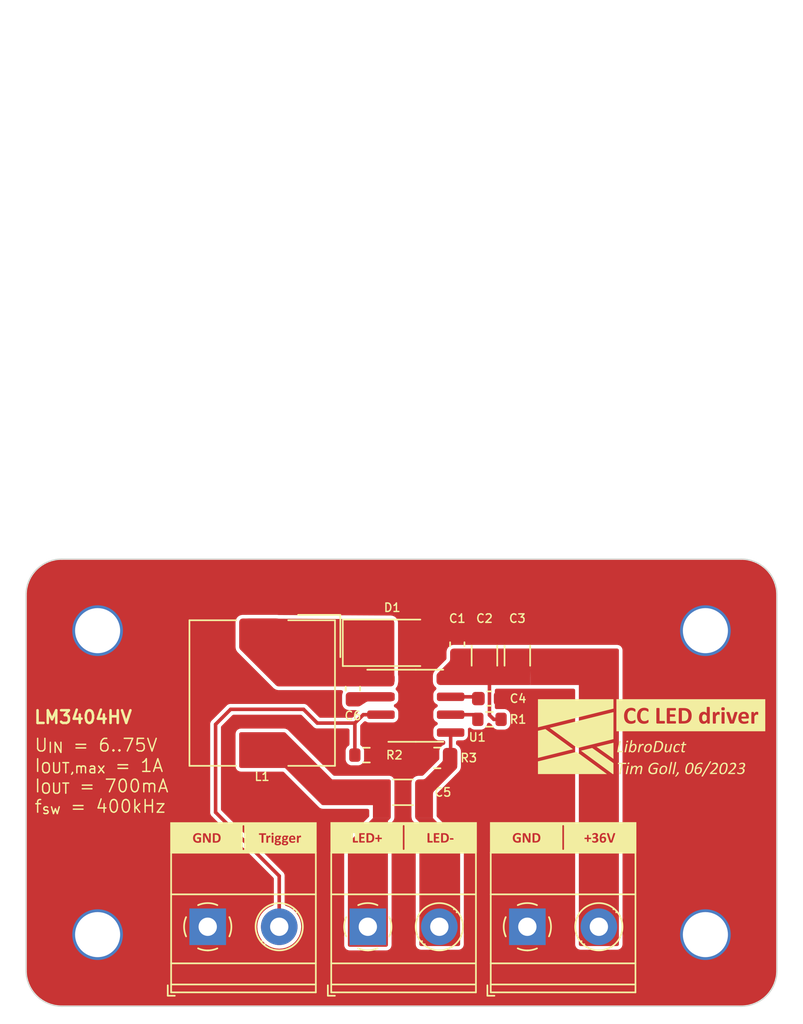
<source format=kicad_pcb>
(kicad_pcb (version 20221018) (generator pcbnew)
  (layers (0 "F.Cu" signal) (31 "B.Cu" signal) (34 "B.Paste" user) (35 "F.Paste" user) (36 "B.SilkS" user "B.Silkscreen") (37 "F.SilkS" user "F.Silkscreen") (38 "B.Mask" user) (39 "F.Mask" user) (44 "Edge.Cuts" user))
  (net 0 "")
  (net 1 "+36V")
  (net 2 "GND")
  (net 3 "Net-(U1-V_{CC})")
  (net 4 "/LED+")
  (net 5 "/LED-")
  (net 6 "Net-(U1-BOOT)")
  (net 7 "Net-(D1-K)")
  (net 8 "/trig")
  (net 9 "Net-(U1-R_{ON})")
  (footprint "MountingHole:MountingHole_3.2mm_M3_Pad_TopOnly" (layer "F.Cu") (at 207.01 95.25)
    (fp_text reference "H3" hide)
    (fp_text value "MountingHole_Pad")
  )
  (footprint "MountingHole:MountingHole_3.2mm_M3_Pad_TopOnly" (layer "F.Cu") (at 207.01 116.84)
    (fp_text reference "H4" hide)
    (fp_text value "MountingHole_Pad")
  )
  (footprint "Capacitor_SMD:C_0603_1608Metric" (layer "F.Cu") (at 225.1456 99.3648 90)
    (fp_text reference "C6")
    (fp_text value "10n")
  )
  (footprint "Resistor_SMD:R_0603_1608Metric" (layer "F.Cu") (at 226.1108 104.0892)
    (fp_text reference "R2")
    (fp_text value "10k")
  )
  (footprint "Diode_SMD:D_SMA" (layer "F.Cu") (at 227.9396 96.1136)
    (fp_text reference "D1")
    (fp_text value "SS34")
  )
  (footprint "Capacitor_SMD:C_0603_1608Metric" (layer "F.Cu") (at 234.8354 100.076)
    (fp_text reference "C4")
    (fp_text value "100n")
  )
  (footprint "MountingHole:MountingHole_3.2mm_M3_Pad_TopOnly" (layer "F.Cu") (at 250.19 116.84)
    (fp_text reference "H1" hide)
    (fp_text value "MountingHole_Pad")
  )
  (footprint "TerminalBlock_Phoenix:TerminalBlock_Phoenix_MKDS-1,5-2-5.08_1x02_P5.08mm_Horizontal" (layer "F.Cu") (at 214.8332 116.2812)
    (fp_text reference "J2" hide)
    (fp_text value "Conn_01x02")
  )
  (footprint "MountingHole:MountingHole_3.2mm_M3_Pad_TopOnly" (layer "F.Cu") (at 250.19 95.25)
    (fp_text reference "H2" hide)
    (fp_text value "MountingHole_Pad")
  )
  (footprint "TerminalBlock_Phoenix:TerminalBlock_Phoenix_MKDS-1,5-2-5.08_1x02_P5.08mm_Horizontal" (layer "F.Cu") (at 237.5408 116.2812)
    (fp_text reference "J1" hide)
    (fp_text value "Conn_01x02")
  )
  (footprint "Package_SO:SOIC-8_3.9x4.9mm_P1.27mm" (layer "F.Cu") (at 229.616 100.584)
    (fp_text reference "U1")
    (fp_text value "LM3404HVMA")
  )
  (footprint "TerminalBlock_Phoenix:TerminalBlock_Phoenix_MKDS-1,5-2-5.08_1x02_P5.08mm_Horizontal" (layer "F.Cu") (at 226.2074 116.2814)
    (fp_text reference "J3" hide)
    (fp_text value "Conn_01x02")
  )
  (footprint "Capacitor_SMD:C_1206_3216Metric" (layer "F.Cu") (at 236.8296 97.028 90)
    (fp_text reference "C3")
    (fp_text value "2u2")
  )
  (footprint "Capacitor_SMD:C_0603_1608Metric" (layer "F.Cu") (at 232.5624 96.2152 90)
    (fp_text reference "C1")
    (fp_text value "100n")
  )
  (footprint "Capacitor_SMD:C_1206_3216Metric" (layer "F.Cu") (at 234.4928 97.028 90)
    (fp_text reference "C2")
    (fp_text value "2u2")
  )
  (footprint "Resistor_SMD:R_0805_2012Metric" (layer "F.Cu") (at 231.14 104.2924 180)
    (fp_text reference "R3")
    (fp_text value "0R33")
  )
  (footprint "Inductor_SMD:L_TDK_SLF10145" (layer "F.Cu") (at 218.7039 99.6821 -90)
    (fp_text reference "L1")
    (fp_text value "74u 1.4A 120mR")
  )
  (footprint "Capacitor_SMD:C_1206_3216Metric" (layer "F.Cu") (at 228.7016 106.7308)
    (fp_text reference "C5")
    (fp_text value "1u")
  )
  (footprint "Resistor_SMD:R_0603_1608Metric" (layer "F.Cu") (at 234.8484 101.5492 180)
    (fp_text reference "R1")
    (fp_text value "130k")
  )
  (gr_poly (pts (xy 231.631533 109.74) (xy 231.64601 109.740753) (xy 231.659733 109.742019) (xy 231.666313 109.742847) (xy 231.672706 109.743806) (xy 231.678914 109.744897) (xy 231.684935 109.746122) (xy 231.690771 109.747481) (xy 231.696423 109.748976) (xy 231.701891 109.750607) (xy 231.707176 109.752376) (xy 231.712277 109.754283) (xy 231.717197 109.756331) (xy 231.721968 109.758496) (xy 231.726624 109.760761) (xy 231.731167 109.763127) (xy 231.735597 109.765593) (xy 231.739916 109.768161) (xy 231.744124 109.770831) (xy 231.748222 109.773604) (xy 231.752213 109.776479) (xy 231.756095 109.779458) (xy 231.759872 109.78254) (xy 231.763542 109.785728) (xy 231.767109 109.78902) (xy 231.770572 109.792418) (xy 231.773932 109.795921) (xy 231.777191 109.799531) (xy 231.78035 109.803248) (xy 231.783344 109.806998) (xy 231.786238 109.810838) (xy 231.789032 109.814767) (xy 231.791725 109.818786) (xy 231.794317 109.822894) (xy 231.796806 109.827091) (xy 231.799193 109.831375) (xy 231.801478 109.835747) (xy 231.803658 109.840205) (xy 231.805735 109.84475) (xy 231.807708 109.849381) (xy 231.809575 109.854098) (xy 231.811337 109.858899) (xy 231.812993 109.863785) (xy 231.814542 109.868755) (xy 231.815985 109.873808) (xy 231.818581 109.884208) (xy 231.820819 109.894782) (xy 231.822701 109.905539) (xy 231.824231 109.916487) (xy 231.825415 109.927634) (xy 231.826255 109.938987) (xy 231.826756 109.950556) (xy 231.826923 109.962347) (xy 231.826724 109.976552) (xy 231.826128 109.990324) (xy 231.825134 110.003656) (xy 231.823744 110.016547) (xy 231.821957 110.028991) (xy 231.819774 110.040984) (xy 231.817194 110.052522) (xy 231.814219 110.063601) (xy 231.812583 110.068971) (xy 231.810847 110.074233) (xy 231.809012 110.079387) (xy 231.807077 110.084431) (xy 231.805043 110.089366) (xy 231.80291 110.094191) (xy 231.800677 110.098905) (xy 231.798345 110.103509) (xy 231.795913 110.108) (xy 231.793382 110.112379) (xy 231.790751 110.116646) (xy 231.788022 110.120799) (xy 231.785192 110.124839) (xy 231.782263 110.128765) (xy 231.779235 110.132575) (xy 231.776108 110.136271) (xy 231.772881 110.13985) (xy 231.769548 110.143315) (xy 231.766109 110.146665) (xy 231.762566 110.149901) (xy 231.758919 110.153024) (xy 231.75517 110.156033) (xy 231.751319 110.15893) (xy 231.747368 110.161715) (xy 231.743318 110.164387) (xy 231.739169 110.166949) (xy 231.734923 110.1694) (xy 231.73058 110.171741) (xy 231.726142 110.173972) (xy 231.72161 110.176094) (xy 231.716984 110.178108) (xy 231.712266 110.180013) (xy 231.707432 110.181745) (xy 231.702457 110.18337) (xy 231.697343 110.184886) (xy 231.692087 110.186293) (xy 231.686692 110.18759) (xy 231.681156 110.188778) (xy 231.675479 110.189855) (xy 231.669662 110.19082) (xy 231.663705 110.191674) (xy 231.657607 110.192416) (xy 231.651368 110.193045) (xy 231.644989 110.193561) (xy 231.638469 110.193963) (xy 231.631808 110.194251) (xy 231.625006 110.194424) (xy 231.618064 110.194482) (xy 231.547525 110.194482) (xy 231.547525 109.739751) (xy 231.616298 109.739751)) (fill solid) (layer "F.SilkS"))
  (gr_poly (pts (xy 244.615169 103.294466) (xy 244.618473 103.294552) (xy 244.621619 103.294678) (xy 244.624602 103.294849) (xy 244.627418 103.295069) (xy 244.630064 103.295342) (xy 244.632536 103.295672) (xy 244.634859 103.295938) (xy 244.637059 103.296259) (xy 244.639131 103.296634) (xy 244.641073 103.297057) (xy 244.64288 103.297524) (xy 244.644549 103.298033) (xy 244.646076 103.29858) (xy 244.647458 103.29916) (xy 244.648097 103.299518) (xy 244.648707 103.299877) (xy 244.649287 103.300237) (xy 244.649838 103.3006) (xy 244.650358 103.300967) (xy 244.65085 103.301338) (xy 244.651311 103.301714) (xy 244.651743 103.302097) (xy 244.652145 103.302488) (xy 244.652517 103.302886) (xy 244.65286 103.303294) (xy 244.653172 103.303713) (xy 244.653455 103.304142) (xy 244.653708 103.304584) (xy 244.653931 103.305038) (xy 244.654124 103.305507) (xy 244.654353 103.305985) (xy 244.654558 103.306463) (xy 244.654741 103.306941) (xy 244.654902 103.307421) (xy 244.65504 103.307903) (xy 244.655155 103.308387) (xy 244.655248 103.308874) (xy 244.655318 103.309363) (xy 244.655366 103.309857) (xy 244.655391 103.310354) (xy 244.655394 103.310856) (xy 244.655375 103.311363) (xy 244.655333 103.311876) (xy 244.655269 103.312395) (xy 244.655182 103.31292) (xy 244.655073 103.313452) (xy 244.544267 103.871616) (xy 244.544085 103.872259) (xy 244.543895 103.872881) (xy 244.543695 103.873484) (xy 244.543486 103.874069) (xy 244.543265 103.874637) (xy 244.543033 103.87519) (xy 244.542787 103.875729) (xy 244.542527 103.876256) (xy 244.542252 103.876771) (xy 244.541962 103.877277) (xy 244.541654 103.877775) (xy 244.541329 103.878266) (xy 244.540984 103.878752) (xy 244.54062 103.879234) (xy 244.540235 103.879713) (xy 244.539829 103.880191) (xy 244.539458 103.880603) (xy 244.539057 103.881008) (xy 244.538628 103.881406) (xy 244.53817 103.881796) (xy 244.537684 103.882179) (xy 244.53717 103.882555) (xy 244.536629 103.882923) (xy 244.536062 103.883284) (xy 244.535468 103.883637) (xy 244.534849 103.883983) (xy 244.534205 103.884321) (xy 244.533536 103.884652) (xy 244.532843 103.884975) (xy 244.532127 103.88529) (xy 244.531387 103.885598) (xy 244.530624 103.885898) (xy 244.529016 103.886479) (xy 244.527284 103.88703) (xy 244.525425 103.887551) (xy 244.523437 103.888043) (xy 244.521315 103.888505) (xy 244.519056 103.888938) (xy 244.516656 103.889341) (xy 244.514113 103.889715) (xy 244.508764 103.890179) (xy 244.50584 103.890394) (xy 244.50276 103.890586) (xy 244.499531 103.890749) (xy 244.496163 103.890875) (xy 244.492662 103.890956) (xy 244.489037 103.890985) (xy 244.48521 103.890956) (xy 244.481587 103.890875) (xy 244.478166 103.890749) (xy 244.474942 103.890586) (xy 244.46907 103.890179) (xy 244.463942 103.889715) (xy 244.461619 103.889341) (xy 244.459419 103.888938) (xy 244.457347 103.888505) (xy 244.455406 103.888043) (xy 244.453598 103.887551) (xy 244.451929 103.88703) (xy 244.450402 103.886479) (xy 244.44902 103.885898) (xy 244.448381 103.885598) (xy 244.447771 103.88529) (xy 244.447189 103.884975) (xy 244.446636 103.884652) (xy 244.44611 103.884321) (xy 244.445612 103.883983) (xy 244.445141 103.883637) (xy 244.444696 103.883284) (xy 244.444278 103.882923) (xy 244.443885 103.882555) (xy 244.443518 103.882179) (xy 244.443175 103.881796) (xy 244.442857 103.881406) (xy 244.442562 103.881008) (xy 244.442292 103.880603) (xy 244.442044 103.880191) (xy 244.441877 103.879713) (xy 244.441732 103.879234) (xy 244.44161 103.878752) (xy 244.44151 103.878266) (xy 244.441432 103.877775) (xy 244.441376 103.877277) (xy 244.441343 103.876771) (xy 244.441332 103.876256) (xy 244.441343 103.875729) (xy 244.441376 103.87519) (xy 244.441432 103.874637) (xy 244.44151 103.874069) (xy 244.44161 103.873484) (xy 244.441732 103.872881) (xy 244.441877 103.872259) (xy 244.442044 103.871616) (xy 244.552851 103.313452) (xy 244.552921 103.31292) (xy 244.553013 103.312395) (xy 244.553128 103.311876) (xy 244.553265 103.311363) (xy 244.553425 103.310856) (xy 244.553607 103.310354) (xy 244.553811 103.309857) (xy 244.554038 103.309363) (xy 244.554287 103.308874) (xy 244.554559 103.308387) (xy 244.554852 103.307903) (xy 244.555168 103.307421) (xy 244.555505 103.306941) (xy 244.555865 103.306463) (xy 244.556246 103.305985) (xy 244.55665 103.305507) (xy 244.557024 103.305038) (xy 244.557427 103.304584) (xy 244.557858 103.304142) (xy 244.558317 103.303713) (xy 244.558803 103.303294) (xy 244.559317 103.302886) (xy 244.559857 103.302488) (xy 244.560423 103.302097) (xy 244.561016 103.301714) (xy 244.561634 103.301338) (xy 244.562277 103.300967) (xy 244.562944 103.3006) (xy 244.563636 103.300237) (xy 244.564352 103.299877) (xy 244.565092 103.299518) (xy 244.565854 103.29916) (xy 244.567463 103.29858) (xy 244.569194 103.298033) (xy 244.571053 103.297524) (xy 244.573041 103.297057) (xy 244.575164 103.296634) (xy 244.577423 103.296259) (xy 244.579822 103.295938) (xy 244.582365 103.295672) (xy 244.584955 103.295342) (xy 244.587724 103.295069) (xy 244.590673 103.294849) (xy 244.593801 103.294678) (xy 244.597108 103.294552) (xy 244.600593 103.294466) (xy 244.604258 103.294418) (xy 244.6081 103.294403)) (fill solid) (layer "F.SilkS"))
  (gr_poly (pts (xy 222.57079 111.039109) (xy 212.170542 111.039109) (xy 212.170542 110.77065) (xy 217.311938 110.77065) (xy 217.312014 110.773673) (xy 217.312243 110.776655) (xy 217.312618 110.779593) (xy 217.313138 110.782482) (xy 217.313798 110.78532) (xy 217.314594 110.788103) (xy 217.315522 110.790827) (xy 217.316579 110.793488) (xy 217.317762 110.796084) (xy 217.319065 110.798609) (xy 217.320487 110.801062) (xy 217.322022 110.803437) (xy 217.323667 110.805732) (xy 217.325418 110.807942) (xy 217.327272 110.810065) (xy 217.329225 110.812096) (xy 217.331273 110.814032) (xy 217.333412 110.81587) (xy 217.335639 110.817605) (xy 217.337949 110.819234) (xy 217.34034 110.820754) (xy 217.342807 110.82216) (xy 217.345346 110.82345) (xy 217.347955 110.824619) (xy 217.350628 110.825665) (xy 217.353363 110.826582) (xy 217.356155 110.827369) (xy 217.359001 110.828021) (xy 217.361897 110.828534) (xy 217.36484 110.828905) (xy 217.367825 110.82913) (xy 217.370849 110.829206) (xy 217.373872 110.82913) (xy 217.376854 110.828905) (xy 217.379792 110.828534) (xy 217.382682 110.828021) (xy 217.38552 110.827369) (xy 217.388303 110.826582) (xy 217.391027 110.825665) (xy 217.393689 110.824619) (xy 217.396285 110.82345) (xy 217.398811 110.82216) (xy 217.401264 110.820754) (xy 217.403639 110.819234) (xy 217.405934 110.817605) (xy 217.408145 110.81587) (xy 217.410269 110.814032) (xy 217.4123 110.812096) (xy 217.414237 110.810065) (xy 217.416075 110.807942) (xy 217.417811 110.805732) (xy 217.41944 110.803437) (xy 217.42096 110.801062) (xy 217.422367 110.798609) (xy 217.423658 110.796084) (xy 217.424827 110.793488) (xy 217.425873 110.790827) (xy 217.426791 110.788103) (xy 217.427578 110.78532) (xy 217.42823 110.782482) (xy 217.428743 110.779593) (xy 217.429114 110.776655) (xy 217.429339 110.773673) (xy 217.429415 110.77065) (xy 217.429415 110.372709) (xy 219.582772 110.372709) (xy 219.582818 110.376132) (xy 219.582955 110.379522) (xy 219.583183 110.382877) (xy 219.583505 110.386198) (xy 219.583919 110.389484) (xy 219.584427 110.392734) (xy 219.585028 110.395947) (xy 219.585725 110.399125) (xy 219.586516 110.402265) (xy 219.587403 110.405367) (xy 219.588387 110.408431) (xy 219.589467 110.411456) (xy 219.590644 110.414442) (xy 219.59192 110.417388) (xy 219.593293 110.420293) (xy 219.594766 110.423158) (xy 219.596342 110.42604) (xy 219.598034 110.428864) (xy 219.599841 110.431632) (xy 219.601764 110.434343) (xy 219.6038 110.436998) (xy 219.60595 110.439598) (xy 219.608213 110.442143) (xy 219.610589 110.444633) (xy 219.613076 110.44707) (xy 219.615674 110.449454) (xy 219.618383 110.451785) (xy 219.621202 110.454064) (xy 219.624131 110.456291) (xy 219.627168 110.458468) (xy 219.630313 110.460593) (xy 219.633566 110.462669) (xy 219.636934 110.464754) (xy 219.640426 110.466773) (xy 219.644039 110.468728) (xy 219.647774 110.47062) (xy 219.651628 110.472449) (xy 219.655602 110.474218) (xy 219.659693 110.475926) (xy 219.663901 110.477576) (xy 219.668225 110.479168) (xy 219.672664 110.480702) (xy 219.677217 110.482181) (xy 219.681882 110.483606) (xy 219.691547 110.486294) (xy 219.70165 110.488776) (xy 219.712363 110.490892) (xy 219.723607 110.492739) (xy 219.735381 110.494314) (xy 219.747685 110.495611) (xy 219.760517 110.496628) (xy 219.773877 110.497359) (xy 219.787766 110.497801) (xy 219.802181 110.497949) (xy 219.817033 110.49775) (xy 219.831423 110.49715) (xy 219.845349 110.496145) (xy 219.858813 110.494731) (xy 219.871813 110.492904) (xy 219.88435 110.490659) (xy 219.896423 110.487993) (xy 219.908032 110.484901) (xy 219.919042 110.481575) (xy 219.92959 110.477952) (xy 219.934691 110.47603) (xy 219.939677 110.474033) (xy 219.944546 110.471962) (xy 219.949301 110.469816) (xy 219.953939 110.467597) (xy 219.958462 110.465302) (xy 219.962868 110.462934) (xy 219.967158 110.460491) (xy 219.971333 110.457974) (xy 219.975391 110.455383) (xy 219.979332 110.452717) (xy 219.983157 110.449976) (xy 219.986866 110.447164) (xy 219.990451 110.444286) (xy 219.993913 110.441343) (xy 219.997253 110.438336) (xy 220.00047 110.435265) (xy 220.003566 110.432131) (xy 220.006541 110.428933) (xy 220.009396 110.425673) (xy 220.012131 110.422352) (xy 220.014746 110.418968) (xy 220.017243 110.415524) (xy 220.019622 110.41202) (xy 220.021883 110.408455) (xy 220.024026 110.404831) (xy 220.026054 110.401148) (xy 220.027965 110.397406) (xy 220.02982 110.393619) (xy 220.031553 110.389799) (xy 220.033163 110.385947) (xy 220.034651 110.382064) (xy 220.036017 110.37815) (xy 220.037262 110.374205) (xy 220.037685 110.372709) (xy 220.093228 110.372709) (xy 220.093273 110.376132) (xy 220.09341 110.379522) (xy 220.093639 110.382877) (xy 220.09396 110.386198) (xy 220.094374 110.389484) (xy 220.094882 110.392734) (xy 220.095484 110.395947) (xy 220.09618 110.399125) (xy 220.096972 110.402265) (xy 220.097859 110.405367) (xy 220.098842 110.408431) (xy 220.099922 110.411456) (xy 220.1011 110.414442) (xy 220.102375 110.417388) (xy 220.103749 110.420293) (xy 220.105221 110.423158) (xy 220.106801 110.42604) (xy 220.108496 110.428864) (xy 220.110305 110.431632) (xy 220.112229 110.434343) (xy 220.114266 110.436998) (xy 220.116416 110.439598) (xy 220.11868 110.442143) (xy 220.121055 110.444633) (xy 220.123542 110.44707) (xy 220.126141 110.449454) (xy 220.12885 110.451785) (xy 220.13167 110.454064) (xy 220.134599 110.456291) (xy 220.137638 110.458468) (xy 220.140786 110.460593) (xy 220.144043 110.462669) (xy 220.147468 110.464754) (xy 220.151002 110.466773) (xy 220.154646 110.468728) (xy 220.158401 110.47062) (xy 220.162268 110.472449) (xy 220.166248 110.474218) (xy 220.170342 110.475926) (xy 220.174551 110.477576) (xy 220.178875 110.479168) (xy 220.183316 110.480702) (xy 220.187875 110.482181) (xy 220.192553 110.483606) (xy 220.197351 110.484976) (xy 220.202269 110.486294) (xy 220.212471 110.488776) (xy 220.22307 110.490892) (xy 220.234227 110.492739) (xy 220.245937 110.494314) (xy 220.258197 110.495611) (xy 220.271003 110.496628) (xy 220.284351 110.497359) (xy 220.298237 110.497801) (xy 220.312659 110.497949) (xy 220.327623 110.49775) (xy 220.342093 110.49715) (xy 220.356068 110.496145) (xy 220.369546 110.494731) (xy 220.382528 110.492904) (xy 220.395012 110.490659) (xy 220.406999 110.487993) (xy 220.418488 110.484901) (xy 220.429518 110.481575) (xy 220.440106 110.477952) (xy 220.44523 110.47603) (xy 220.450239 110.474033) (xy 220.455131 110.471962) (xy 220.459904 110.469816) (xy 220.464557 110.467597) (xy 220.469089 110.465302) (xy 220.473497 110.462934) (xy 220.477781 110.460491) (xy 220.481937 110.457974) (xy 220.485966 110.455383) (xy 220.489866 110.452717) (xy 220.493634 110.449976) (xy 220.497343 110.447164) (xy 220.500929 110.444286) (xy 220.504392 110.441343) (xy 220.507735 110.438336) (xy 220.510958 110.435265) (xy 220.514061 110.432131) (xy 220.517047 110.428933) (xy 220.519916 110.425673) (xy 220.522669 110.422352) (xy 220.525308 110.418968) (xy 220.527832 110.415524) (xy 220.530244 110.41202) (xy 220.532545 110.408455) (xy 220.534734 110.404831) (xy 220.536815 110.401148) (xy 220.538786 110.397406) (xy 220.540581 110.393619) (xy 220.54226 110.389799) (xy 220.543823 110.385947) (xy 220.54527 110.382064) (xy 220.546601 110.37815) (xy 220.547817 110.374205) (xy 220.548916 110.370231) (xy 220.549899 110.366227) (xy 220.550767 110.362194) (xy 220.551519 110.358132) (xy 220.552155 110.354043) (xy 220.552675 110.349927) (xy 220.55308 110.345784) (xy 220.553369 110.341614) (xy 220.553542 110.337419) (xy 220.5536 110.333198) (xy 220.553559 110.329325) (xy 220.553435 110.325509) (xy 220.553227 110.32175) (xy 220.552935 110.318047) (xy 220.552559 110.3144) (xy 220.552098 110.310808) (xy 220.55155 110.307271) (xy 220.550917 110.303788) (xy 220.550196 110.300359) (xy 220.549387 110.296983) (xy 220.54849 110.29366) (xy 220.547505 110.290389) (xy 220.54643 110.28717) (xy 220.545265 110.284002) (xy 220.544009 110.280885) (xy 220.542662 110.277818) (xy 220.541232 110.274803) (xy 220.53972 110.271845) (xy 220.538128 110.268945) (xy 220.536456 110.266101) (xy 220.534705 110.263312) (xy 220.532877 110.26058) (xy 220.530972 110.257902) (xy 220.528992 110.255278) (xy 220.526937 110.252709) (xy 220.524809 110.250193) (xy 220.522609 110.247729) (xy 220.520337 110.245318) (xy 220.517995 110.242959) (xy 220.515584 110.240651) (xy 220.513105 110.238393) (xy 220.510558 110.236186) (xy 220.507876 110.234037) (xy 220.50512 110.231954) (xy 220.502289 110.229935) (xy 220.499383 110.227981) (xy 220.496403 110.226091) (xy 220.493348 110.224265) (xy 220.490219 110.222501) (xy 220.487015 110.220801) (xy 220.483737 110.219162) (xy 220.480385 110.217584) (xy 220.476958 110.216067) (xy 220.473457 110.214611) (xy 220.469881 110.213215) (xy 220.466232 110.211877) (xy 220.462508 110.210599) (xy 220.458709 110.209379) (xy 220.450906 110.207114) (xy 220.442836 110.205083) (xy 220.4345 110.203293) (xy 220.4259 110.201746) (xy 220.417036 110.200448) (xy 220.407907 110.199402) (xy 220.398515 110.198613) (xy 220.38886 110.198086) (xy 220.276679 110.19421) (xy 220.273745 110.194044) (xy 220.270893 110.193812) (xy 220.268123 110.193514) (xy 220.265436 110.19315) (xy 220.262831 110.19272) (xy 220.260309 110.192224) (xy 220.25787 110.191662) (xy 220.255513 110.191034) (xy 220.253239 110.19034) (xy 220.251048 110.18958) (xy 220.24894 110.188753) (xy 220.246914 110.18786) (xy 220.244972 110.186902) (xy 220.243113 110.185876) (xy 220.241337 110.184785) (xy 220.239644 110.183627) (xy 220.238042 110.182411) (xy 220.236548 110.181147) (xy 220.23516 110.179835) (xy 220.233878 110.178477) (xy 220.232701 110.177073) (xy 220.231629 110.175625) (xy 220.230662 110.174133) (xy 220.229799 110.172599) (xy 220.229039 110.171024) (xy 220.228382 110.169408) (xy 220.227827 110.167753) (xy 220.227375 110.166061) (xy 220.227024 110.164331) (xy 220.226774 110.162565) (xy 220.226624 110.160765) (xy 220.226574 110.15893) (xy 220.226591 110.157545) (xy 220.226642 110.156169) (xy 220.226729 110.154803) (xy 220.226851 110.153445) (xy 220.227012 110.152099) (xy 220.22721 110.150762) (xy 220.227448 110.149438) (xy 220.227726 110.148125) (xy 220.228046 110.146825) (xy 220.228408 110.145538) (xy 220.228814 110.144264) (xy 220.229263 110.143005) (xy 220.229759 110.14176) (xy 220.2303 110.140531) (xy 220.230889 110.139317) (xy 220.231527 110.13812) (xy 220.232746 110.135904) (xy 220.234023 110.133753) (xy 220.235351 110.131669) (xy 220.236721 110.129651) (xy 220.238126 110.127699) (xy 220.239557 110.125813) (xy 220.241006 110.123993) (xy 220.242465 110.12224) (xy 220.243887 110.123158) (xy 220.245375 110.12406) (xy 220.246931 110.124945) (xy 220.248554 110.125813) (xy 220.250246 110.126665) (xy 220.252006 110.1275) (xy 220.253835 110.128319) (xy 220.255734 110.129121) (xy 220.257703 110.129906) (xy 220.259743 110.130675) (xy 220.261853 110.131428) (xy 220.264036 110.132164) (xy 220.266291 110.132883) (xy 220.268618 110.133587) (xy 220.271018 110.134273) (xy 220.273492 110.134944) (xy 220.278555 110.136182) (xy 220.283683 110.137255) (xy 220.288876 110.138163) (xy 220.294136 110.138907) (xy 220.299462 110.139485) (xy 220.304855 110.139899) (xy 220.310317 110.140147) (xy 220.315846 110.14023) (xy 220.326574 110.140064) (xy 220.337067 110.139564) (xy 220.347323 110.138725) (xy 220.357335 110.137542) (xy 220.367099 110.136012) (xy 220.376613 110.13413) (xy 220.38587 110.131891) (xy 220.394867 110.129292) (xy 220.399255 110.127861) (xy 220.40356 110.126348) (xy 220.407783 110.124753) (xy 220.411924 110.123074) (xy 220.415983 110.121313) (xy 220.419958 110.11947) (xy 220.423852 110.117543) (xy 220.427663 110.115534) (xy 220.431391 110.113442) (xy 220.435037 110.111268) (xy 220.438601 110.109011) (xy 220.442082 110.106672) (xy 220.44548 110.104249) (xy 220.448795 110.101745) (xy 220.452028 110.099158) (xy 220.455178 110.096488) (xy 220.458245 110.0938) (xy 220.461229 110.091031) (xy 220.464127 110.08818) (xy 220.46694 110.085247) (xy 220.469666 110.082235) (xy 220.472304 110.079142) (xy 220.474853 110.07597) (xy 220.477313 110.072719) (xy 220.479681 110.06939) (xy 220.481609 110.066505) (xy 220.607925 110.066505) (xy 220.608158 110.082378) (xy 220.608859 110.097728) (xy 220.610031 110.112557) (xy 220.61168 110.126871) (xy 220.613807 110.140672) (xy 220.616418 110.153965) (xy 220.619516 110.166753) (xy 220.623105 110.179041) (xy 220.625085 110.184994) (xy 220.627188 110.190816) (xy 220.629414 110.196506) (xy 220.631763 110.202065) (xy 220.634234 110.207494) (xy 220.636826 110.212793) (xy 220.63954 110.217962) (xy 220.642373 110.223003) (xy 220.645327 110.227916) (xy 220.6484 110.232702) (xy 220.651591 110.23736) (xy 220.654901 110.241891) (xy 220.658329 110.246297) (xy 220.661873 110.250577) (xy 220.665535 110.254732) (xy 220.669312 110.258763) (xy 220.673274 110.262608) (xy 220.677351 110.266337) (xy 220.681544 110.269948) (xy 220.685853 110.273439) (xy 220.690277 110.276811) (xy 220.694816 110.280061) (xy 220.699472 110.283189) (xy 220.704242 110.286194) (xy 220.709128 110.289075) (xy 220.71413 110.291831) (xy 220.719248 110.29446) (xy 220.724481 110.296963) (xy 220.729829 110.299337) (xy 220.735293 110.301582) (xy 220.740873 110.303697) (xy 220.746568 110.30568) (xy 220.752444 110.307542) (xy 220.758429 110.309287) (xy 220.764524 110.310915) (xy 220.770731 110.312425) (xy 220.777053 110.313818) (xy 220.783489 110.315092) (xy 220.790042 110.316247) (xy 220.796713 110.317282) (xy 220.803505 110.318197) (xy 220.810417 110.318992) (xy 220.824613 110.320219) (xy 220.839313 110.320958) (xy 220.854529 110.321205) (xy 220.862941 110.321139) (xy 220.871248 110.32094) (xy 220.87944 110.32061) (xy 220.887508 110.320147) (xy 220.895444 110.319552) (xy 220.903239 110.318825) (xy 220.910884 110.317966) (xy 220.918371 110.316974) (xy 220.932996 110.314525) (xy 220.946726 110.311945) (xy 220.959596 110.309233) (xy 220.96572 110.307828) (xy 220.971641 110.306391) (xy 220.977331 110.304936) (xy 220.982761 110.303477) (xy 220.987934 110.302009) (xy 220.992855 110.300528) (xy 220.997528 110.29903) (xy 221.001956 110.297512) (xy 221.006144 110.295969) (xy 221.010096 110.294398) (xy 221.013622 110.29286) (xy 221.016436 110.291577) (xy 221.167451 110.291577) (xy 221.167464 110.292233) (xy 221.167501 110.29288) (xy 221.167563 110.293519) (xy 221.167649 110.294147) (xy 221.16776 110.294766) (xy 221.167896 110.295373) (xy 221.168057 110.29597) (xy 221.168243 110.296555) (xy 221.168453 110.297128) (xy 221.168688 110.297687) (xy 221.168947 110.298234) (xy 221.169232 110.298767) (xy 221.169541 110.299285) (xy 221.169875 110.299789) (xy 221.170233 110.300277) (xy 221.170616 110.30075) (xy 221.171029 110.301212) (xy 221.171474 110.301672) (xy 221.171953 110.30213) (xy 221.172465 110.302582) (xy 221.17301 110.303029) (xy 221.173589 110.303468) (xy 221.1742 110.303898) (xy 221.174845 110.304317) (xy 221.175522 110.304724) (xy 221.176233 110.305117) (xy 221.176977 110.305495) (xy 221.177753 110.305856) (xy 221.178563 110.306199) (xy 221.179405 110.306522) (xy 221.180281 110.306823) (xy 221.181189 110.307102) (xy 221.183128 110.307743) (xy 221.18523 110.308348) (xy 221.187497 110.308912) (xy 221.189928 110.309431) (xy 221.192523 110.309901) (xy 221.195284 110.310319) (xy 221.198209 110.310679) (xy 221.201299 110.310977) (xy 221.204459 110.311341) (xy 221.207846 110.311643) (xy 221.211457 110.311887) (xy 221.215287 110.312078) (xy 221.219332 110.31222) (xy 221.223588 110.312316) (xy 221.22805 110.31237) (xy 221.232715 110.312388) (xy 221.241828 110.312316) (xy 221.24608 110.31222) (xy 221.250123 110.312078) (xy 221.253951 110.311887) (xy 221.257561 110.311643) (xy 221.260948 110.311341) (xy 221.264108 110.310977) (xy 221.267198 110.310679) (xy 221.270124 110.310319) (xy 221.272884 110.309901) (xy 221.275479 110.309431) (xy 221.27791 110.308912) (xy 221.280177 110.308348) (xy 221.28228 110.307743) (xy 221.284219 110.307102) (xy 221.285127 110.306823) (xy 221.286002 110.306522) (xy 221.286844 110.306199) (xy 221.287654 110.305856) (xy 221.288431 110.305495) (xy 221.289174 110.305117) (xy 221.289885 110.304724) (xy 221.290562 110.304317) (xy 221.291207 110.303898) (xy 221.291819 110.303468) (xy 221.292397 110.303029) (xy 221.292942 110.302582) (xy 221.293454 110.30213) (xy 221.293933 110.301672) (xy 221.294378 110.301212) (xy 221.29479 110.30075) (xy 221.29517 110.300277) (xy 221.295518 110.299789) (xy 221.295834 110.299285) (xy 221.296122 110.298767) (xy 221.29638 110.298234) (xy 221.29661 110.297687) (xy 221.296814 110.297128) (xy 221.296992 110.296555) (xy 221.297146 110.29597) (xy 221.297275 110.295373) (xy 221.297382 110.294766) (xy 221.297467 110.294147) (xy 221.297532 110.293519) (xy 221.297577 110.29288) (xy 221.297603 110.292233) (xy 221.297611 110.291577) (xy 221.297611 110.004418) (xy 221.304837 109.993503) (xy 221.308321 109.988393) (xy 221.311731 109.983514) (xy 221.315074 109.978867) (xy 221.318359 109.974452) (xy 221.321593 109.970268) (xy 221.324785 109.966317) (xy 221.327942 109.962463) (xy 221.331066 109.958831) (xy 221.334158 109.955414) (xy 221.337217 109.952204) (xy 221.340242 109.949192) (xy 221.343234 109.946371) (xy 221.346192 109.943731) (xy 221.349116 109.941265) (xy 221.352014 109.939082) (xy 221.354882 109.937032) (xy 221.357725 109.935113) (xy 221.360546 109.933328) (xy 221.36335 109.931674) (xy 221.366142 109.930152) (xy 221.368924 109.928763) (xy 221.371702 109.927506) (xy 221.37303 109.926993) (xy 221.374366 109.926514) (xy 221.375707 109.926068) (xy 221.377053 109.925655) (xy 221.378403 109.925275) (xy 221.379756 109.924928) (xy 221.38111 109.924614) (xy 221.382466 109.924333) (xy 221.383821 109.924085) (xy 221.385175 109.92387) (xy 221.386527 109.923688) (xy 221.387875 109.923539) (xy 221.389219 109.923424) (xy 221.390557 109.923341) (xy 221.391889 109.923291) (xy 221.393213 109.923275) (xy 221.395562 109.923307) (xy 221.397849 109.923401) (xy 221.400078 109.923552) (xy 221.402254 109.923758) (xy 221.40438 109.924013) (xy 221.40646 109.924315) (xy 221.4085 109.924659) (xy 221.410503 109.92504) (xy 221.412351 109.925554) (xy 221.414193 109.926043) (xy 221.417821 109.926978) (xy 221.421316 109.927914) (xy 221.422991 109.928403) (xy 221.424607 109.928916) (xy 221.430697 109.930989) (xy 221.433541 109.931944) (xy 221.434914 109.932388) (xy 221.436255 109.932803) (xy 221.436913 109.933055) (xy 221.437561 109.933283) (xy 221.438201 109.933488) (xy 221.43883 109.933672) (xy 221.439448 109.933835) (xy 221.440056 109.933978) (xy 221.440653 109.934102) (xy 221.441237 109.934209) (xy 221.441809 109.934299) (xy 221.442368 109.934374) (xy 221.443446 109.934482) (xy 221.444468 109.93454) (xy 221.445428 109.934558) (xy 221.446082 109.934549) (xy 221.446719 109.934524) (xy 221.447342 109.934481) (xy 221.447949 109.934421) (xy 221.448541 109.934341) (xy 221.44912 109.934243) (xy 221.449685 109.934125) (xy 221.450237 109.933987) (xy 221.450777 109.933828) (xy 221.451305 109.933648) (xy 221.451822 109.933446) (xy 221.452328 109.933222) (xy 221.452824 109.932975) (xy 221.45331 109.932705) (xy 221.453787 109.932411) (xy 221.454256 109.932092) (xy 221.454647 109.931745) (xy 221.455031 109.931365) (xy 221.455406 109.930953) (xy 221.455773 109.930509) (xy 221.456132 109.930035) (xy 221.456483 109.92953) (xy 221.456826 109.928995) (xy 221.45716 109.92843) (xy 221.457486 109.927837) (xy 221.457803 109.927216) (xy 221.458112 109.926566) (xy 221.458413 109.925889) (xy 221.458705 109.925186) (xy 221.458989 109.924456) (xy 221.459264 109.9237) (xy 221.459531 109.92292) (xy 221.460047 109.921118) (xy 221.460528 109.919154) (xy 221.460976 109.917034) (xy 221.461391 109.91476) (xy 221.461772 109.912338) (xy 221.46212 109.909771) (xy 221.462435 109.907063) (xy 221.462718 109.904219) (xy 221.462967 109.901094) (xy 221.463182 109.89779) (xy 221.463364 109.894295) (xy 221.463512 109.890598) (xy 221.463626 109.886685) (xy 221.463708 109.882545) (xy 221.463773 109.873536) (xy 221.463713 109.864743) (xy 221.463555 109.856908) (xy 221.463327 109.850067) (xy 221.463062 109.844253) (xy 221.462798 109.839088) (xy 221.462655 109.836793) (xy 221.4625 109.834683) (xy 221.462327 109.832756) (xy 221.462133 109.831007) (xy 221.461913 109.829433) (xy 221.461663 109.828029) (xy 221.461124 109.825463) (xy 221.460845 109.824262) (xy 221.460554 109.82313) (xy 221.460246 109.822082) (xy 221.460085 109.821592) (xy 221.459918 109.821128) (xy 221.459746 109.820691) (xy 221.459566 109.820282) (xy 221.45938 109.819903) (xy 221.459186 109.819556) (xy 221.459045 109.81916) (xy 221.458888 109.818765) (xy 221.458716 109.81837) (xy 221.458529 109.817977) (xy 221.458328 109.817586) (xy 221.458113 109.817197) (xy 221.457885 109.816811) (xy 221.457644 109.816428) (xy 221.457391 109.81605) (xy 221.457125 109.815676) (xy 221.456849 109.815308) (xy 221.456561 109.814944) (xy 221.456263 109.814588) (xy 221.455955 109.814237) (xy 221.455637 109.813894) (xy 221.45531 109.813559) (xy 221.454484 109.813015) (xy 221.45358 109.812446) (xy 221.452594 109.81186) (xy 221.452066 109.811564) (xy 221.451516 109.811266) (xy 221.45094 109.810969) (xy 221.450338 109.810672) (xy 221.44971 109.810378) (xy 221.449055 109.810086) (xy 221.448371 109.809799) (xy 221.447657 109.809517) (xy 221.446913 109.809241) (xy 221.446138 109.808973) (xy 221.44453 109.808328) (xy 221.442881 109.807715) (xy 221.441183 109.807137) (xy 221.439428 109.806591) (xy 221.437608 109.806079) (xy 221.435713 109.8056) (xy 221.433736 109.805154) (xy 221.431669 109.804742) (xy 221.429569 109.804245) (xy 221.427497 109.80381) (xy 221.42545 109.803432) (xy 221.423422 109.803108) (xy 221.421411 109.802834) (xy 221.419412 109.802604) (xy 221.417421 109.802416) (xy 221.415433 109.802266) (xy 221.413585 109.80202) (xy 221.411741 109.801806) (xy 221.409905 109.801625) (xy 221.408081 109.801476) (xy 221.406273 109.80136) (xy 221.404485 109.801277) (xy 221.402721 109.801227) (xy 221.400986 109.801211) (xy 221.397409 109.801276) (xy 221.39383 109.80147) (xy 221.390244 109.801788) (xy 221.386646 109.802226) (xy 221.383032 109.802779) (xy 221.379397 109.803445) (xy 221.375737 109.804219) (xy 221.372047 109.805097) (xy 221.370262 109.805647) (xy 221.368477 109.806238) (xy 221.366689 109.80687) (xy 221.3649 109.807544) (xy 221.361315 109.809015) (xy 221.357718 109.810652) (xy 221.354104 109.812455) (xy 221.35047 109.814423) (xy 221.346813 109.816557) (xy 221.34313 109.818856) (xy 221.339521 109.821467) (xy 221.335852 109.824282) (xy 221.332126 109.827303) (xy 221.328348 109.830536) (xy 221.324522 109.833984) (xy 221.320651 109.837652) (xy 221.316739 109.841544) (xy 221.312791 109.845663) (xy 221.308772 109.849928) (xy 221.304663 109.854511) (xy 221.300472 109.859399) (xy 221.296207 109.86458) (xy 221.291875 109.870043) (xy 221.287484 109.875774) (xy 221.283042 109.881762) (xy 221.278556 109.887995) (xy 221.278556 109.830849) (xy 221.278548 109.830195) (xy 221.278523 109.829557) (xy 221.278481 109.828933) (xy 221.278421 109.828323) (xy 221.278342 109.827725) (xy 221.278245 109.827139) (xy 221.278128 109.826563) (xy 221.277991 109.825997) (xy 221.277833 109.825438) (xy 221.277654 109.824888) (xy 221.277453 109.824343) (xy 221.277229 109.823803) (xy 221.276983 109.823268) (xy 221.276713 109.822736) (xy 221.27642 109.822206) (xy 221.276101 109.821677) (xy 221.275758 109.821217) (xy 221.27539 109.820765) (xy 221.274997 109.820322) (xy 221.274579 109.819888) (xy 221.274137 109.819462) (xy 221.27367 109.819044) (xy 221.273178 109.818635) (xy 221.272662 109.818234) (xy 221.27212 109.817842) (xy 221.271554 109.817458) (xy 221.270964 109.817082) (xy 221.270348 109.816714) (xy 221.269708 109.816355) (xy 221.269043 109.816003) (xy 221.268354 109.81566) (xy 221.267639 109.815325) (xy 221.266888 109.814998) (xy 221.266096 109.81468) (xy 221.265263 109.814372) (xy 221.264389 109.814073) (xy 221.263474 109.813784) (xy 221.262518 109.813507) (xy 221.261521 109.81324) (xy 221.260483 109.812986) (xy 221.259403 109.812744) (xy 221.258283 109.812515) (xy 221.257121 109.812299) (xy 221.255918 109.812097) (xy 221.254674 109.81191) (xy 221.253389 109.811737) (xy 221.252062 109.81158) (xy 221.250694 109.811438) (xy 221.247947 109.811075) (xy 221.245007 109.810773) (xy 221.241877 109.810529) (xy 221.238563 109.810338) (xy 221.235068 109.810196) (xy 221.231397 109.8101) (xy 221.227553 109.810045) (xy 221.223542 109.810028) (xy 221.215729 109.8101) (xy 221.212108 109.810196) (xy 221.208674 109.810338) (xy 221.205421 109.810529) (xy 221.202347 109.810773) (xy 221.199445 109.811075) (xy 221.196713 109.811438) (xy 221.194138 109.811737) (xy 221.19169 109.812097) (xy 221.189364 109.812515) (xy 221.187158 109.812986) (xy 221.185067 109.813507) (xy 221.183088 109.814073) (xy 221.181215 109.81468) (xy 221.179445 109.815325) (xy 221.178605 109.81566) (xy 221.177805 109.816003) (xy 221.177045 109.816355) (xy 221.176322 109.816714) (xy 221.175636 109.817082) (xy 221.174987 109.817458) (xy 221.174373 109.817842) (xy 221.173793 109.818234) (xy 221.173246 109.818635) (xy 221.172732 109.819044) (xy 221.172249 109.819462) (xy 221.171796 109.819888) (xy 221.171373 109.820322) (xy 221.170979 109.820765) (xy 221.170612 109.821217) (xy 221.170272 109.821677) (xy 221.16995 109.822206) (xy 221.169644 109.822736) (xy 221.169356 109.823268) (xy 221.169087 109.823803) (xy 221.168836 109.824343) (xy 221.168604 109.824888) (xy 221.168392 109.825438) (xy 221.1682 109.825997) (xy 221.168028 109.826563) (xy 221.167878 109.827139) (xy 221.16775 109.827725) (xy 221.167644 109.828323) (xy 221.16756 109.828933) (xy 221.1675 109.829557) (xy 221.167464 109.830195) (xy 221.167451 109.830849) (xy 221.167451 110.291577) (xy 221.016436 110.291577) (xy 221.016787 110.291417) (xy 221.019597 110.290064) (xy 221.022055 110.288798) (xy 221.024165 110.287614) (xy 221.02593 110.286509) (xy 221.026684 110.285984) (xy 221.027354 110.285477) (xy 221.02794 110.284987) (xy 221.028442 110.284515) (xy 221.029223 110.28359) (xy 221.029969 110.282665) (xy 221.03068 110.28174) (xy 221.031357 110.280815) (xy 221.032 110.279889) (xy 221.032611 110.278963) (xy 221.033191 110.278036) (xy 221.033739 110.277108) (xy 221.034254 110.276033) (xy 221.034736 110.274925) (xy 221.035183 110.273784) (xy 221.035596 110.27261) (xy 221.035974 110.271403) (xy 221.036318 110.270162) (xy 221.036628 110.268887) (xy 221.036904 110.26758) (xy 221.037155 110.266093) (xy 221.037377 110.26454) (xy 221.037575 110.26292) (xy 221.037752 110.261235) (xy 221.037911 110.259483) (xy 221.038058 110.257665) (xy 221.038325 110.253832) (xy 221.038581 110.249606) (xy 221.038809 110.244918) (xy 221.038973 110.239834) (xy 221.039019 110.237164) (xy 221.039035 110.234421) (xy 221.039018 110.231196) (xy 221.038967 110.228133) (xy 221.038883 110.225227) (xy 221.038766 110.222473) (xy 221.038617 110.219868) (xy 221.038436 110.217407) (xy 221.038224 110.215086) (xy 221.037981 110.2129) (xy 221.037812 110.21085) (xy 221.037582 110.208928) (xy 221.037296 110.207129) (xy 221.036958 110.205451) (xy 221.036571 110.203888) (xy 221.03614 110.202437) (xy 221.035668 110.201092) (xy 221.03516 110.199851) (xy 221.034893 110.199268) (xy 221.034625 110.19871) (xy 221.034356 110.198175) (xy 221.034083 110.197663) (xy 221.033806 110.197175) (xy 221.033525 110.196708) (xy 221.033237 110.196263) (xy 221.032942 110.19584) (xy 221.032639 110.195437) (xy 221.032327 110.195054) (xy 221.032005 110.19469) (xy 221.031672 110.194345) (xy 221.031326 110.194019) (xy 221.030968 110.19371) (xy 221.030595 110.193419) (xy 221.030208 110.193144) (xy 221.029808 110.192951) (xy 221.029398 110.192766) (xy 221.02898 110.19259) (xy 221.028551 110.192425) (xy 221.028112 110.19227) (xy 221.027662 110.192125) (xy 221.027201 110.191992) (xy 221.026727 110.191871) (xy 221.026242 110.191762) (xy 221.025743 110.191666) (xy 221.025231 110.191584) (xy 221.024706 110.191515) (xy 221.024166 110.191461) (xy 221.023611 110.191421) (xy 221.023042 110.191397) (xy 221.022456 110.191389) (xy 221.021447 110.19141) (xy 221.020404 110.191471) (xy 221.019329 110.191572) (xy 221.018221 110.191713) (xy 221.01708 110.191893) (xy 221.015906 110.192112) (xy 221.014698 110.192369) (xy 221.013458 110.192664) (xy 221.012185 110.192996) (xy 221.010879 110.193364) (xy 221.00954 110.193769) (xy 221.008167 110.19421) (xy 221.005323 110.195196) (xy 221.002345 110.19632) (xy 220.995653 110.198824) (xy 220.988231 110.201527) (xy 220.984227 110.202932) (xy 220.980017 110.204361) (xy 220.975595 110.205806) (xy 220.970952 110.207258) (xy 220.966088 110.208699) (xy 220.961023 110.21011) (xy 220.95575 110.211496) (xy 220.950268 110.212861) (xy 220.94457 110.214209) (xy 220.938653 110.215544) (xy 220.926144 110.218197) (xy 220.919544 110.219321) (xy 220.912705 110.220309) (xy 220.905619 110.221156) (xy 220.898276 110.221858) (xy 220.89067 110.222412) (xy 220.882791 110.222813) (xy 220.874629 110.223056) (xy 220.866178 110.223138) (xy 220.857972 110.222991) (xy 220.85004 110.222554) (xy 220.84239 110.221836) (xy 220.835032 110.220845) (xy 220.827972 110.21959) (xy 220.821219 110.218078) (xy 220.814781 110.216319) (xy 220.808666 110.214321) (xy 220.80572 110.213166) (xy 220.802833 110.211952) (xy 220.800006 110.21068) (xy 220.797242 110.209349) (xy 220.794541 110.207958) (xy 220.791906 110.206507) (xy 220.789338 110.204995) (xy 220.786838 110.203422) (xy 220.784409 110.201786) (xy 220.782051 110.200088) (xy 220.779767 110.198328) (xy 220.777557 110.196503) (xy 220.775424 110.194614) (xy 220.773369 110.192661) (xy 220.771394 110.190642) (xy 220.7695 110.188558) (xy 220.767615 110.186417) (xy 220.765797 110.184226) (xy 220.764044 110.181983) (xy 220.762358 110.179687) (xy 220.760738 110.177337) (xy 220.759184 110.174933) (xy 220.757696 110.172472) (xy 220.756274 110.169954) (xy 220.754918 110.167379) (xy 220.753628 110.164744) (xy 220.752405 110.162049) (xy 220.751248 110.159293) (xy 220.750156 110.156475) (xy 220.749131 110.153593) (xy 220.748172 110.150648) (xy 220.747279 110.147637) (xy 220.745659 110.141602) (xy 220.744241 110.135397) (xy 220.743029 110.129017) (xy 220.742028 110.122459) (xy 220.741242 110.115719) (xy 220.740675 110.108793) (xy 220.740332 110.101677) (xy 220.740217 110.094367) (xy 221.020691 110.094367) (xy 221.022975 110.094322) (xy 221.025201 110.094186) (xy 221.027369 110.09396) (xy 221.029478 110.093646) (xy 221.031527 110.093242) (xy 221.033515 110.09275) (xy 221.035443 110.09217) (xy 221.03731 110.091503) (xy 221.039115 110.090749) (xy 221.040858 110.089909) (xy 221.042537 110.088983) (xy 221.044153 110.087972) (xy 221.045706 110.086876) (xy 221.047194 110.085696) (xy 221.048616 110.084432) (xy 221.049973 110.083084) (xy 221.051253 110.081583) (xy 221.052449 110.079991) (xy 221.053564 110.078307) (xy 221.054596 110.07653) (xy 221.055546 110.07466) (xy 221.056413 110.072697) (xy 221.057198 110.07064) (xy 221.0579 110.068488) (xy 221.05852 110.066241) (xy 221.059057 110.063899) (xy 221.059512 110.06146) (xy 221.059884 110.058924) (xy 221.060174 110.056292) (xy 221.06038 110.053561) (xy 221.060504 110.050732) (xy 221.060546 110.047804) (xy 221.060546 110.026994) (xy 221.060349 110.015055) (xy 221.05976 110.003319) (xy 221.058782 109.99179) (xy 221.057421 109.980471) (xy 221.055679 109.969368) (xy 221.05356 109.958484) (xy 221.051069 109.947823) (xy 221.048208 109.937389) (xy 221.046628 109.932212) (xy 221.044933 109.927134) (xy 221.043124 109.922153) (xy 221.0412 109.917268) (xy 221.039163 109.912479) (xy 221.037013 109.907783) (xy 221.03475 109.903181) (xy 221.032374 109.898671) (xy 221.029887 109.894251) (xy 221.027288 109.889922) (xy 221.024579 109.885681) (xy 221.021759 109.881528) (xy 221.01883 109.877462) (xy 221.015791 109.873482) (xy 221.012643 109.869586) (xy 221.009386 109.865774) (xy 221.006026 109.862053) (xy 221.002557 109.858432) (xy 220.998978 109.85491) (xy 220.995289 109.85149) (xy 220.991489 109.848171) (xy 220.987575 109.844954) (xy 220.983548 109.841839) (xy 220.979406 109.838827) (xy 220.975148 109.835918) (xy 220.970773 109.833114) (xy 220.966281 109.830414) (xy 220.961669 109.827819) (xy 220.956938 109.82533) (xy 220.952085 109.822947) (xy 220.947111 109.82067) (xy 220.942013 109.818501) (xy 220.936791 109.816387) (xy 220.931444 109.814413) (xy 220.925971 109.81258) (xy 220.920371 109.810885) (xy 220.914642 109.809329) (xy 220.908785 109.807911) (xy 220.902797 109.806631) (xy 220.896678 109.805488) (xy 220.890426 109.804481) (xy 220.884042 109.80361) (xy 220.877523 109.802875) (xy 220.870869 109.802274) (xy 220.864079 109.801808) (xy 220.857151 109.801476) (xy 220.850086 109.801277) (xy 220.84288 109.801211) (xy 220.836111 109.801281) (xy 220.829423 109.801493) (xy 220.822818 109.801846) (xy 220.816296 109.802341) (xy 220.809855 109.802978) (xy 220.803498 109.803759) (xy 220.797222 109.804684) (xy 220.791029 109.805753) (xy 220.784919 109.806966) (xy 220.778891 109.808325) (xy 220.772945 109.809829) (xy 220.767083 109.81148) (xy 220.761302 109.813277) (xy 220.755605 109.815222) (xy 220.74999 109.817315) (xy 220.744458 109.819556) (xy 220.739086 109.821867) (xy 220.733812 109.824302) (xy 220.728637 109.826863) (xy 220.723561 109.829549) (xy 220.718585 109.832362) (xy 220.713707 109.835301) (xy 220.708928 109.838367) (xy 220.704247 109.841561) (xy 220.699666 109.844884) (xy 220.695184 109.848335) (xy 220.6908 109.851915) (xy 220.686516 109.855624) (xy 220.68233 109.859464) (xy 220.678244 109.863435) (xy 220.674256 109.867537) (xy 220.670367 109.871771) (xy 220.666654 109.876128) (xy 220.663048 109.880602) (xy 220.659549 109.885192) (xy 220.656157 109.8899) (xy 220.652872 109.894725) (xy 220.649694 109.899669) (xy 220.646623 109.904731) (xy 220.64366 109.909913) (xy 220.640804 109.915215) (xy 220.638055 109.920637) (xy 220.635413 109.926181) (xy 220.632879 109.931846) (xy 220.630452 109.937633) (xy 220.628132 109.943543) (xy 220.62592 109.949577) (xy 220.623815 109.955734) (xy 220.621891 109.961934) (xy 220.620091 109.968234) (xy 220.618415 109.974631) (xy 220.616863 109.981127) (xy 220.615436 109.987719) (xy 220.614132 109.994409) (xy 220.611898 110.008075) (xy 220.61016 110.022123) (xy 220.608918 110.036546) (xy 220.608173 110.051342) (xy 220.607925 110.066505) (xy 220.481609 110.066505) (xy 220.481958 110.065982) (xy 220.484142 110.062497) (xy 220.486232 110.058936) (xy 220.488228 110.055297) (xy 220.490127 110.051583) (xy 220.49193 110.047793) (xy 220.493634 110.043929) (xy 220.495296 110.039988) (xy 220.496844 110.035973) (xy 220.498278 110.031885) (xy 220.4996 110.027724) (xy 220.50081 110.023492) (xy 220.501909 110.019187) (xy 220.502899 110.014812) (xy 220.503781 110.010366) (xy 220.504555 110.005849) (xy 220.505223 110.001264) (xy 220.505785 109.996608) (xy 220.506242 109.991885) (xy 220.506597 109.987093) (xy 220.506848 109.982233) (xy 220.506999 109.977307) (xy 220.507049 109.972314) (xy 220.506981 109.968095) (xy 220.506771 109.96391) (xy 220.506413 109.959758) (xy 220.505896 109.95564) (xy 220.505215 109.951555) (xy 220.504809 109.949525) (xy 220.504359 109.947503) (xy 220.503864 109.945489) (xy 220.503322 109.943484) (xy 220.502733 109.941488) (xy 220.502096 109.939499) (xy 220.501477 109.937531) (xy 220.500808 109.935595) (xy 220.500089 109.93369) (xy 220.499317 109.931815) (xy 220.498494 109.929969) (xy 220.497619 109.928151) (xy 220.496691 109.92636) (xy 220.495709 109.924595) (xy 220.494674 109.922855) (xy 220.493585 109.921138) (xy 220.49244 109.919444) (xy 220.491241 109.917772) (xy 220.489986 109.916121) (xy 220.488675 109.91449) (xy 220.487307 109.912877) (xy 220.485883 109.911282) (xy 220.540207 109.911282) (xy 220.540733 109.91127) (xy 220.541253 109.911236) (xy 220.541766 109.911179) (xy 220.542274 109.911099) (xy 220.542776 109.910997) (xy 220.543271 109.910872) (xy 220.543761 109.910724) (xy 220.544246 109.910553) (xy 220.544724 109.91036) (xy 220.545197 109.910143) (xy 220.545665 109.909904) (xy 220.546127 109.909643) (xy 220.546583 109.909358) (xy 220.547034 109.909051) (xy 220.54748 109.908721) (xy 220.547921 109.908368) (xy 220.548787 109.907594) (xy 220.549633 109.90673) (xy 220.550458 109.905774) (xy 220.551265 109.904728) (xy 220.552053 109.90359) (xy 220.552823 109.902362) (xy 220.553576 109.901043) (xy 220.554311 109.899633) (xy 220.554956 109.898067) (xy 220.555567 109.896409) (xy 220.556143 109.894658) (xy 220.556682 109.892813) (xy 220.557184 109.890873) (xy 220.557647 109.888836) (xy 220.558072 109.886702) (xy 220.558456 109.88447) (xy 220.558798 109.882139) (xy 220.559098 109.879707) (xy 220.559355 109.877174) (xy 220.559567 109.874539) (xy 220.559734 109.8718) (xy 220.559854 109.868957) (xy 220.559927 109.866008) (xy 220.559952 109.862953) (xy 220.559869 109.856451) (xy 220.559616 109.850442) (xy 220.559189 109.844922) (xy 220.558585 109.839886) (xy 220.558215 109.837548) (xy 220.557799 109.83533) (xy 220.557337 109.833231) (xy 220.556827 109.83125) (xy 220.556271 109.829386) (xy 220.555666 109.82764) (xy 220.555013 109.826011) (xy 220.554311 109.824497) (xy 220.553636 109.82315) (xy 220.552936 109.821886) (xy 220.552211 109.820705) (xy 220.551459 109.819608) (xy 220.550681 109.818596) (xy 220.549875 109.817669) (xy 220.549041 109.816828) (xy 220.548179 109.816073) (xy 220.547289 109.815405) (xy 220.546369 109.814824) (xy 220.545898 109.814567) (xy 220.545419 109.814332) (xy 220.544933 109.814118) (xy 220.54444 109.813927) (xy 220.543938 109.813758) (xy 220.543429 109.813612) (xy 220.542912 109.813487) (xy 220.542387 109.813386) (xy 220.541854 109.813306) (xy 220.541313 109.81325) (xy 220.540764 109.813215) (xy 220.540207 109.813204) (xy 220.393791 109.813204) (xy 220.389511 109.812047) (xy 220.385136 109.810961) (xy 220.38067 109.809949) (xy 220.376116 109.809016) (xy 220.371478 109.808166) (xy 220.36676 109.807403) (xy 220.361967 109.80673) (xy 220.3571 109.806152) (xy 220.35206 109.805524) (xy 220.346982 109.804967) (xy 220.341861 109.804484) (xy 220.336694 109.80408) (xy 220.331476 109.803759) (xy 220.326204 109.803524) (xy 220.320873 109.80338) (xy 220.31548 109.803332) (xy 220.304995 109.803513) (xy 220.294719 109.804059) (xy 220.284658 109.804967) (xy 220.274822 109.80624) (xy 220.265218 109.807876) (xy 220.255854 109.809877) (xy 220.246738 109.812241) (xy 220.237878 109.81497) (xy 220.233548 109.816466) (xy 220.229291 109.818045) (xy 220.22511 109.819706) (xy 220.221003 109.821448) (xy 220.216971 109.82327) (xy 220.213013 109.825173) (xy 220.209131 109.827155) (xy 220.205322 109.829216) (xy 220.201589 109.831355) (xy 220.19793 109.833573) (xy 220.194346 109.835867) (xy 220.190837 109.838239) (xy 220.187402 109.840687) (xy 220.184042 109.843211) (xy 220.180757 109.84581) (xy 220.177546 109.848484) (xy 220.174414 109.851299) (xy 220.171366 109.854189) (xy 220.168402 109.857153) (xy 220.165523 109.860192) (xy 220.162731 109.863305) (xy 220.160026 109.866493) (xy 220.15741 109.869755) (xy 220.154884 109.873092) (xy 220.152449 109.876504) (xy 220.150106 109.879989) (xy 220.147855 109.883549) (xy 220.145699 109.887184) (xy 220.143638 109.890893) (xy 220.141673 109.894676) (xy 220.139805 109.898533) (xy 220.138036 109.902464) (xy 220.136305 109.906466) (xy 220.134682 109.910534) (xy 220.133166 109.914668) (xy 220.13176 109.918868) (xy 220.130463 109.923134) (xy 220.129275 109.927466) (xy 220.128198 109.931864) (xy 220.127232 109.936329) (xy 220.126377 109.940859) (xy 220.125635 109.945456) (xy 220.125005 109.950118) (xy 220.124488 109.954847) (xy 220.124086 109.959642) (xy 220.123797 109.964503) (xy 220.123624 109.96943) (xy 220.123566 109.974424) (xy 220.123746 109.983636) (xy 220.12397 109.988103) (xy 220.124282 109.992479) (xy 220.12468 109.996761) (xy 220.125165 110.00095) (xy 220.125734 110.005044) (xy 220.126387 110.009044) (xy 220.127122 110.012949) (xy 220.12794 110.016758) (xy 220.128838 110.020471) (xy 220.129815 110.024088) (xy 220.130872 110.027607) (xy 220.132006 110.031028) (xy 220.133217 110.034352) (xy 220.134504 110.037577) (xy 220.135918 110.040723) (xy 220.137382 110.043811) (xy 220.138898 110.046841) (xy 220.140464 110.049814) (xy 220.142083 110.052728) (xy 220.143753 110.055584) (xy 220.145477 110.058383) (xy 220.147254 110.061123) (xy 220.149084 110.063806) (xy 220.150969 110.06643) (xy 220.152909 110.068997) (xy 220.154903 110.071506) (xy 220.156954 110.073957) (xy 220.15906 110.07635) (xy 220.161223 110.078686) (xy 220.163443 110.080963) (xy 220.160698 110.083497) (xy 220.158019 110.086072) (xy 220.155406 110.088687) (xy 220.152858 110.091342) (xy 220.150376 110.094036) (xy 220.14796 110.096769) (xy 220.145611 110.09954) (xy 220.143327 110.10235) (xy 220.141109 110.105196) (xy 220.138958 110.10808) (xy 220.136872 110.111) (xy 220.134853 110.113955) (xy 220.132901 110.116946) (xy 220.131014 110.119972) (xy 220.129195 110.123032) (xy 220.127442 110.126126) (xy 220.125715 110.12926) (xy 220.124103 110.132441) (xy 220.122606 110.13567) (xy 220.121223 110.138946) (xy 220.119954 110.142267) (xy 220.118797 110.145632) (xy 220.117753 110.149041) (xy 220.116821 110.152492) (xy 220.116001 110.155985) (xy 220.115292 110.159518) (xy 220.114693 110.16309) (xy 220.114204 110.1667) (xy 220.113825 110.170348) (xy 220.113554 110.174033) (xy 220.113393 110.177752) (xy 220.113339 110.181506) (xy 220.113388 110.184536) (xy 220.113536 110.18754) (xy 220.113781 110.190517) (xy 220.114123 110.193466) (xy 220.114559 110.196386) (xy 220.115089 110.199277) (xy 220.115713 110.202136) (xy 220.116428 110.204964) (xy 220.117235 110.207759) (xy 220.11813 110.21052) (xy 220.119115 110.213245) (xy 220.120187 110.215935) (xy 220.121346 110.218588) (xy 220.122591 110.221203) (xy 220.123919 110.223779) (xy 220.125331 110.226314) (xy 220.126895 110.228857) (xy 220.12854 110.231326) (xy 220.130268 110.233723) (xy 220.132076 110.236049) (xy 220.133965 110.238304) (xy 220.135934 110.24049) (xy 220.137983 110.242607) (xy 220.140111 110.244658) (xy 220.142317 110.246642) (xy 220.144601 110.248561) (xy 220.146962 110.250416) (xy 220.149401 110.252207) (xy 220.151915 110.253937) (xy 220.154506 110.255605) (xy 220.157171 110.257213) (xy 220.159912 110.258763) (xy 220.15599 110.261705) (xy 220.152168 110.264706) (xy 220.148447 110.267757) (xy 220.144826 110.270849) (xy 220.141305 110.273973) (xy 220.137884 110.277122) (xy 220.134562 110.280287) (xy 220.131339 110.28346) (xy 220.128345 110.286665) (xy 220.125454 110.289934) (xy 220.122671 110.29326) (xy 220.12 110.296641) (xy 220.117444 110.300072) (xy 220.115009 110.303548) (xy 220.112699 110.307066) (xy 220.110518 110.310622) (xy 220.108467 110.314211) (xy 220.106544 110.317833) (xy 220.104745 110.321487) (xy 220.103065 110.325175) (xy 220.101501 110.328896) (xy 220.10005 110.33265) (xy 220.098708 110.336438) (xy 220.09747 110.340261) (xy 220.096477 110.344128) (xy 220.095617 110.348059) (xy 220.094888 110.352047) (xy 220.094291 110.356089) (xy 220.093826 110.360181) (xy 220.093494 110.364317) (xy 220.093294 110.368495) (xy 220.093228 110.372709) (xy 220.037685 110.372709) (xy 220.038386 110.370231) (xy 220.03939 110.366227) (xy 220.040274 110.362194) (xy 220.041038 110.358132) (xy 220.041684 110.354043) (xy 220.042211 110.349927) (xy 220.04262 110.345784) (xy 220.042912 110.341614) (xy 220.043086 110.337419) (xy 220.043144 110.333198) (xy 220.043099 110.329325) (xy 220.042963 110.325509) (xy 220.042736 110.32175) (xy 220.04242 110.318047) (xy 220.042014 110.3144) (xy 220.041521 110.310808) (xy 220.040939 110.307271) (xy 220.04027 110.303788) (xy 220.039514 110.300359) (xy 220.038672 110.296983) (xy 220.037744 110.29366) (xy 220.036731 110.290389) (xy 220.035634 110.28717) (xy 220.034453 110.284002) (xy 220.033188 110.280885) (xy 220.03184 110.277818) (xy 220.030414 110.274803) (xy 220.028914 110.271845) (xy 220.02734 110.268945) (xy 220.025691 110.266101) (xy 220.023968 110.263312) (xy 220.022171 110.26058) (xy 220.0203 110.257902) (xy 220.018353 110.255278) (xy 220.016333 110.252709) (xy 220.014238 110.250193) (xy 220.012069 110.247729) (xy 220.009825 110.245318) (xy 220.007506 110.242959) (xy 220.005113 110.240651) (xy 220.002645 110.238393) (xy 220.000103 110.236186) (xy 219.997417 110.234037) (xy 219.994658 110.231954) (xy 219.991825 110.229935) (xy 219.988918 110.227981) (xy 219.985937 110.226091) (xy 219.982882 110.224265) (xy 219.979753 110.222501) (xy 219.976549 110.220801) (xy 219.973271 110.219162) (xy 219.969918 110.217584) (xy 219.966491 110.216067) (xy 219.962989 110.214611) (xy 219.959412 110.213215) (xy 219.955761 110.211877) (xy 219.952034 110.210599) (xy 219.948232 110.209379) (xy 219.940429 110.207114) (xy 219.932362 110.205083) (xy 219.924029 110.203293) (xy 219.915431 110.201746) (xy 219.906568 110.200448) (xy 219.897439 110.199402) (xy 219.888044 110.198613) (xy 219.878383 110.198086) (xy 219.766202 110.19421) (xy 219.763268 110.194044) (xy 219.760416 110.193812) (xy 219.757648 110.193514) (xy 219.754962 110.19315) (xy 219.752359 110.19272) (xy 219.749838 110.192224) (xy 219.7474 110.191662) (xy 219.745044 110.191034) (xy 219.742771 110.19034) (xy 219.740581 110.18958) (xy 219.738473 110.188753) (xy 219.736447 110.18786) (xy 219.734503 110.186902) (xy 219.732643 110.185876) (xy 219.730864 110.184785) (xy 219.729168 110.183627) (xy 219.727566 110.182411) (xy 219.726072 110.181147) (xy 219.724685 110.179835) (xy 219.723404 110.178477) (xy 219.722229 110.177073) (xy 219.721159 110.175625) (xy 219.720194 110.174133) (xy 219.719332 110.172599) (xy 219.718575 110.171024) (xy 219.71792 110.169408) (xy 219.717367 110.167753) (xy 219.716916 110.166061) (xy 219.716566 110.164331) (xy 219.716317 110.162565) (xy 219.716168 110.160765) (xy 219.716119 110.15893) (xy 219.716135 110.157545) (xy 219.716186 110.156169) (xy 219.716271 110.154803) (xy 219.716393 110.153445) (xy 219.716551 110.152099) (xy 219.716748 110.150762) (xy 219.716984 110.149438) (xy 219.71726 110.148125) (xy 219.717578 110.146825) (xy 219.717938 110.145538) (xy 219.718341 110.144264) (xy 219.71879 110.143005) (xy 219.719284 110.14176) (xy 219.719824 110.140531) (xy 219.720413 110.139317) (xy 219.72105 110.13812) (xy 219.722261 110.135904) (xy 219.723507 110.133753) (xy 219.724793 110.131669) (xy 219.726123 110.129651) (xy 219.727503 110.127699) (xy 219.728937 110.125813) (xy 219.730431 110.123993) (xy 219.731201 110.123108) (xy 219.731988 110.12224) (xy 219.73341 110.123158) (xy 219.734898 110.12406) (xy 219.736454 110.124945) (xy 219.738078 110.125813) (xy 219.739769 110.126665) (xy 219.74153 110.1275) (xy 219.74336 110.128319) (xy 219.74526 110.129121) (xy 219.74723 110.129906) (xy 219.749271 110.130675) (xy 219.751383 110.131428) (xy 219.753568 110.132164) (xy 219.755825 110.132883) (xy 219.758155 110.133587) (xy 219.760559 110.134273) (xy 219.763037 110.134944) (xy 219.768093 110.136182) (xy 219.773218 110.137255) (xy 219.77841 110.138163) (xy 219.78367 110.138907) (xy 219.788996 110.139485) (xy 219.794388 110.139899) (xy 219.799846 110.140147) (xy 219.805369 110.14023) (xy 219.816096 110.140064) (xy 219.826585 110.139564) (xy 219.836828 110.138725) (xy 219.846815 110.137542) (xy 219.856538 110.136012) (xy 219.86599 110.13413) (xy 219.875162 110.131891) (xy 219.884046 110.129292) (xy 219.888433 110.127861) (xy 219.892739 110.126348) (xy 219.896964 110.124753) (xy 219.901108 110.123074) (xy 219.905172 110.121313) (xy 219.909156 110.11947) (xy 219.913061 110.117543) (xy 219.916887 110.115534) (xy 219.920635 110.113442) (xy 219.924305 110.111268) (xy 219.927898 110.109011) (xy 219.931415 110.106672) (xy 219.934855 110.104249) (xy 219.938219 110.101745) (xy 219.941508 110.099158) (xy 219.944723 110.096488) (xy 219.94779 110.0938) (xy 219.950773 110.091031) (xy 219.953671 110.08818) (xy 219.956484 110.085247) (xy 219.95921 110.082235) (xy 219.961847 110.079142) (xy 219.964396 110.07597) (xy 219.966855 110.072719) (xy 219.969222 110.06939) (xy 219.971498 110.065982) (xy 219.97368 110.062497) (xy 219.975768 110.058936) (xy 219.977761 110.055297) (xy 219.979657 110.051583) (xy 219.981456 110.047793) (xy 219.983157 110.043929) (xy 219.984763 110.039988) (xy 219.986268 110.035973) (xy 219.987673 110.031885) (xy 219.988977 110.027724) (xy 219.99018 110.023492) (xy 219.991281 110.019187) (xy 219.992279 110.014812) (xy 219.993175 110.010366) (xy 219.993967 110.005849) (xy 219.994655 110.001264) (xy 219.995238 109.996608) (xy 219.995717 109.991885) (xy 219.99609 109.987093) (xy 219.996357 109.982233) (xy 219.996518 109.977307) (xy 219.996571 109.972314) (xy 219.996489 109.968095) (xy 219.996246 109.96391) (xy 219.995846 109.959758) (xy 219.995293 109.95564) (xy 219.994592 109.951555) (xy 219.993746 109.947503) (xy 219.992761 109.943484) (xy 219.99164 109.939499) (xy 219.991014 109.937531) (xy 219.990332 109.935595) (xy 219.989594 109.93369) (xy 219.988801 109.931815) (xy 219.987955 109.929969) (xy 219.987056 109.928151) (xy 219.986106 109.92636) (xy 219.985106 109.924595) (xy 219.984056 109.922855) (xy 219.982957 109.921138) (xy 219.981811 109.919444) (xy 219.980619 109.917772) (xy 219.979381 109.916121) (xy 219.978099 109.91449) (xy 219.976774 109.912877) (xy 219.975406 109.911282) (xy 220.02973 109.911282) (xy 220.030226 109.91127) (xy 220.030719 109.911236) (xy 220.031209 109.911179) (xy 220.031697 109.911099) (xy 220.032182 109.910997) (xy 220.032664 109.910872) (xy 220.033143 109.910724) (xy 220.033618 109.910553) (xy 220.034089 109.91036) (xy 220.034557 109.910143) (xy 220.035021 109.909904) (xy 220.03548 109.909643) (xy 220.035935 109.909358) (xy 220.036385 109.909051) (xy 220.036831 109.908721) (xy 220.037272 109.908368) (xy 220.037707 109.907993) (xy 220.038137 109.907594) (xy 220.03898 109.90673) (xy 220.0398 109.905774) (xy 220.040594 109.904728) (xy 220.041362 109.90359) (xy 220.042101 109.902362) (xy 220.042811 109.901043) (xy 220.043489 109.899633) (xy 220.044191 109.898067) (xy 220.044844 109.896409) (xy 220.045449 109.894658) (xy 220.046006 109.892813) (xy 220.046515 109.890873) (xy 220.046977 109.888836) (xy 220.047393 109.886702) (xy 220.047763 109.88447) (xy 220.048088 109.882139) (xy 220.048367 109.879707) (xy 220.048603 109.877174) (xy 220.048794 109.874539) (xy 220.048942 109.8718) (xy 220.049047 109.868957) (xy 220.04911 109.866008) (xy 220.04913 109.862953) (xy 220.049048 109.856451) (xy 220.048799 109.850442) (xy 220.048386 109.844922) (xy 220.047806 109.839886) (xy 220.047061 109.83533) (xy 220.046627 109.833231) (xy 220.046151 109.83125) (xy 220.045634 109.829386) (xy 220.045075 109.82764) (xy 220.044475 109.826011) (xy 220.043834 109.824497) (xy 220.043159 109.82315) (xy 220.042451 109.821886) (xy 220.041712 109.820705) (xy 220.040943 109.819608) (xy 220.040144 109.818596) (xy 220.039316 109.817669) (xy 220.038462 109.816828) (xy 220.037581 109.816073) (xy 220.036676 109.815405) (xy 220.035746 109.814824) (xy 220.034794 109.814332) (xy 220.03382 109.813927) (xy 220.033325 109.813758) (xy 220.032826 109.813612) (xy 220.032321 109.813487) (xy 220.031812 109.813386) (xy 220.031298 109.813306) (xy 220.03078 109.81325) (xy 220.030257 109.813215) (xy 220.02973 109.813204) (xy 219.883335 109.813204) (xy 219.879048 109.812047) (xy 219.874663 109.810961) (xy 219.87018 109.809949) (xy 219.865598 109.809016) (xy 219.860918 109.808166) (xy 219.856138 109.807403) (xy 219.851259 109.80673) (xy 219.846279 109.806152) (xy 219.841352 109.805524) (xy 219.836359 109.804967) (xy 219.8313 109.804484) (xy 219.826173 109.80408) (xy 219.820981 109.803759) (xy 219.815721 109.803524) (xy 219.810395 109.80338) (xy 219.805002 109.803332) (xy 219.794419 109.803513) (xy 219.784096 109.804059) (xy 219.77403 109.804967) (xy 219.764216 109.80624) (xy 219.75465 109.807876) (xy 219.745328 109.809877) (xy 219.736247 109.812241) (xy 219.727401 109.81497) (xy 219.72301 109.816466) (xy 219.718701 109.818045) (xy 219.714473 109.819706) (xy 219.710327 109.821448) (xy 219.706261 109.82327) (xy 219.702276 109.825173) (xy 219.69837 109.827155) (xy 219.694544 109.829216) (xy 219.690796 109.831355) (xy 219.687127 109.833573) (xy 219.683535 109.835867) (xy 219.680021 109.838239) (xy 219.676583 109.840687) (xy 219.673221 109.843211) (xy 219.669935 109.84581) (xy 219.666725 109.848484) (xy 219.663653 109.851299) (xy 219.660657 109.854189) (xy 219.657738 109.857153) (xy 219.654895 109.860192) (xy 219.652131 109.863305) (xy 219.649447 109.866493) (xy 219.646843 109.869755) (xy 219.644321 109.873092) (xy 219.641882 109.876504) (xy 219.639526 109.879989) (xy 219.637256 109.883549) (xy 219.635071 109.887184) (xy 219.632974 109.890893) (xy 219.630964 109.894676) (xy 219.629044 109.898533) (xy 219.627214 109.902464) (xy 219.625544 109.906466) (xy 219.623975 109.910534) (xy 219.622506 109.914668) (xy 219.621141 109.918868) (xy 219.619878 109.923134) (xy 219.618721 109.927466) (xy 219.617668 109.931864) (xy 219.616723 109.936329) (xy 219.615884 109.940859) (xy 219.615154 109.945456) (xy 219.614534 109.950118) (xy 219.614024 109.954847) (xy 219.613626 109.959642) (xy 219.61334 109.964503) (xy 219.613168 109.96943) (xy 219.61311 109.974424) (xy 219.613276 109.983636) (xy 219.613775 109.992479) (xy 219.614151 109.996761) (xy 219.614613 110.00095) (xy 219.61516 110.005044) (xy 219.615794 110.009044) (xy 219.616515 110.012949) (xy 219.617323 110.016758) (xy 219.61822 110.020471) (xy 219.619206 110.024088) (xy 219.620281 110.027607) (xy 219.621446 110.031028) (xy 219.622701 110.034352) (xy 219.624048 110.037577) (xy 219.625402 110.040723) (xy 219.626821 110.043811) (xy 219.628304 110.046841) (xy 219.629851 110.049814) (xy 219.63146 110.052728) (xy 219.63313 110.055584) (xy 219.634861 110.058383) (xy 219.63665 110.061123) (xy 219.638498 110.063806) (xy 219.640402 110.06643) (xy 219.642363 110.068997) (xy 219.644378 110.071506) (xy 219.646447 110.073957) (xy 219.648569 110.07635) (xy 219.650742 110.078686) (xy 219.652966 110.080963) (xy 219.650221 110.083497) (xy 219.647542 110.086072) (xy 219.644928 110.088687) (xy 219.642379 110.091342) (xy 219.639893 110.094036) (xy 219.637471 110.096769) (xy 219.635112 110.09954) (xy 219.632815 110.10235) (xy 219.63058 110.105196) (xy 219.628406 110.10808) (xy 219.626293 110.111) (xy 219.62424 110.113955) (xy 219.622247 110.116946) (xy 219.620313 110.119972) (xy 219.618437 110.123032) (xy 219.61662 110.126126) (xy 219.614954 110.12926) (xy 219.613395 110.132441) (xy 219.611944 110.13567) (xy 219.610601 110.138946) (xy 219.609365 110.142267) (xy 219.608236 110.145632) (xy 219.607215 110.149041) (xy 219.606301 110.152492) (xy 219.605495 110.155985) (xy 219.604796 110.159518) (xy 219.604205 110.16309) (xy 219.603722 110.1667) (xy 219.603345 110.170348) (xy 219.603077 110.174033) (xy 219.602915 110.177752) (xy 219.602862 110.181506) (xy 219.602907 110.184536) (xy 219.603045 110.18754) (xy 219.603275 110.190517) (xy 219.603597 110.193466) (xy 219.604013 110.196386) (xy 219.604523 110.199277) (xy 219.605127 110.202136) (xy 219.605825 110.204964) (xy 219.606618 110.207759) (xy 219.607508 110.21052) (xy 219.608493 110.213245) (xy 219.609574 110.215935) (xy 219.610753 110.218588) (xy 219.612029 110.221203) (xy 219.613403 110.223779) (xy 219.614876 110.226314) (xy 219.616436 110.228857) (xy 219.618078 110.231326) (xy 219.619802 110.233723) (xy 219.621608 110.236049) (xy 219.623495 110.238304) (xy 219.625462 110.24049) (xy 219.62751 110.242607) (xy 219.629636 110.244658) (xy 219.631841 110.246642) (xy 219.634125 110.248561) (xy 219.636486 110.250416) (xy 219.638924 110.252207) (xy 219.641438 110.253937) (xy 219.644029 110.255605) (xy 219.646694 110.257213) (xy 219.649435 110.258763) (xy 219.645414 110.261705) (xy 219.641546 110.264706) (xy 219.637819 110.267757) (xy 219.63422 110.270849) (xy 219.630737 110.273973) (xy 219.627358 110.277122) (xy 219.624071 110.280287) (xy 219.620862 110.28346) (xy 219.617869 110.286665) (xy 219.61498 110.289934) (xy 219.6122 110.29326) (xy 219.609531 110.296641) (xy 219.606977 110.300072) (xy 219.604541 110.303548) (xy 219.602228 110.307066) (xy 219.600041 110.310622) (xy 219.597976 110.314211) (xy 219.596019 110.317833) (xy 219.594177 110.321487) (xy 219.592459 110.325175) (xy 219.590873 110.328896) (xy 219.589428 110.33265) (xy 219.588761 110.33454) (xy 219.588132 110.336438) (xy 219.587542 110.338345) (xy 219.586993 110.340261) (xy 219.586001 110.344128) (xy 219.585143 110.348059) (xy 219.584417 110.352047) (xy 219.583824 110.356089) (xy 219.583364 110.360181) (xy 219.583035 110.364317) (xy 219.582838 110.368495) (xy 219.582772 110.372709) (xy 217.429415 110.372709) (xy 217.429415 109.696437) (xy 218.469038 109.696437) (xy 218.469055 109.700076) (xy 218.469111 109.703583) (xy 218.469209 109.706956) (xy 218.469353 109.710197) (xy 218.469545 109.713305) (xy 218.469792 109.71628) (xy 218.470095 109.719123) (xy 218.470459 109.721834) (xy 218.470757 109.724431) (xy 218.471116 109.72692) (xy 218.471532 109.729292) (xy 218.472001 109.73154) (xy 218.47252 109.733656) (xy 218.473084 109.73563) (xy 218.47369 109.737456) (xy 218.474334 109.739124) (xy 218.474609 109.739905) (xy 218.474899 109.740661) (xy 218.475204 109.741392) (xy 218.475524 109.742099) (xy 218.475859 109.742781) (xy 218.476207 109.743439) (xy 218.476568 109.744071) (xy 218.476942 109.744679) (xy 218.477329 109.745262) (xy 218.477727 109.74582) (xy 218.478137 109.746354) (xy 218.478558 109.746863) (xy 218.47899 109.747347) (xy 218.479431 109.747807) (xy 218.479882 109.748242) (xy 218.480342 109.748652) (xy 218.480806 109.749035) (xy 218.48128 109.749394) (xy 218.481763 109.749728) (xy 218.482257 109.750038) (xy 218.482761 109.750323) (xy 218.483276 109.750584) (xy 218.483803 109.75082) (xy 218.484341 109.751031) (xy 218.484893 109.751217) (xy 218.485457 109.751379) (xy 218.486035 109.751516) (xy 218.486628 109.751628) (xy 218.487234 109.751715) (xy 218.487857 109.751778) (xy 218.488494 109.751815) (xy 218.489148 109.751828) (xy 218.656731 109.751828) (xy 218.656731 110.290867) (xy 218.656743 110.291462) (xy 218.65678 110.292057) (xy 218.656842 110.292651) (xy 218.656929 110.293243) (xy 218.65704 110.293833) (xy 218.657176 110.294421) (xy 218.657337 110.295005) (xy 218.657522 110.295586) (xy 218.657732 110.296163) (xy 218.657967 110.296735) (xy 218.658227 110.297301) (xy 218.658511 110.297862) (xy 218.65882 110.298417) (xy 218.659154 110.298965) (xy 218.659513 110.299506) (xy 218.659896 110.300039) (xy 218.660373 110.30056) (xy 218.660875 110.301065) (xy 218.661405 110.301554) (xy 218.661962 110.302029) (xy 218.662547 110.302489) (xy 218.663163 110.302935) (xy 218.663809 110.303368) (xy 218.664488 110.303788) (xy 218.665199 110.304196) (xy 218.665943 110.304592) (xy 218.666723 110.304976) (xy 218.667538 110.30535) (xy 218.668391 110.305713) (xy 218.669281 110.306067) (xy 218.67021 110.306411) (xy 218.671178 110.306746) (xy 218.673133 110.307392) (xy 218.675279 110.308004) (xy 218.677615 110.308583) (xy 218.680136 110.309128) (xy 218.682838 110.30964) (xy 218.685718 110.310119) (xy 218.688774 110.310565) (xy 218.692 110.310977) (xy 218.695408 110.311341) (xy 218.699013 110.311643) (xy 218.702816 110.311887) (xy 218.706816 110.312078) (xy 218.711016 110.31222) (xy 218.715415 110.312316) (xy 218.724814 110.312388) (xy 218.734204 110.312316) (xy 218.738602 110.31222) (xy 218.742801 110.312078) (xy 218.746802 110.311887) (xy 218.750603 110.311643) (xy 218.754205 110.311341) (xy 218.757607 110.310977) (xy 218.760834 110.310565) (xy 218.763892 110.310119) (xy 218.766775 110.30964) (xy 218.769479 110.309128) (xy 218.772001 110.308583) (xy 218.774336 110.308004) (xy 218.77648 110.307392) (xy 218.778429 110.306746) (xy 218.779405 110.306411) (xy 218.780348 110.306067) (xy 218.781256 110.305713) (xy 218.782129 110.30535) (xy 218.782967 110.304976) (xy 218.78377 110.304592) (xy 218.784536 110.304196) (xy 218.785265 110.303788) (xy 218.785957 110.303368) (xy 218.786611 110.302935) (xy 218.787226 110.302489) (xy 218.787803 110.302029) (xy 218.78834 110.301554) (xy 218.788838 110.301065) (xy 218.789295 110.30056) (xy 218.789711 110.300039) (xy 218.790098 110.299506) (xy 218.79046 110.298965) (xy 218.790797 110.298417) (xy 218.791108 110.297862) (xy 218.791395 110.297301) (xy 218.791656 110.296735) (xy 218.791893 110.296163) (xy 218.792104 110.295586) (xy 218.79229 110.295005) (xy 218.792452 110.294421) (xy 218.792588 110.293833) (xy 218.7927 110.293243) (xy 218.792786 110.292651) (xy 218.792848 110.292057) (xy 218.792878 110.291577) (xy 218.997515 110.291577) (xy 218.997527 110.292233) (xy 218.997564 110.29288) (xy 218.997626 110.293519) (xy 218.997713 110.294147) (xy 218.997824 110.294766) (xy 218.99796 110.295373) (xy 218.998121 110.29597) (xy 218.998306 110.296555) (xy 218.998517 110.297128) (xy 218.998752 110.297687) (xy 218.999011 110.298234) (xy 218.999296 110.298767) (xy 218.999605 110.299285) (xy 218.999939 110.299789) (xy 219.000297 110.300277) (xy 219.000681 110.30075) (xy 219.001093 110.301212) (xy 219.001538 110.301672) (xy 219.002017 110.30213) (xy 219.002529 110.302582) (xy 219.003074 110.303029) (xy 219.003653 110.303468) (xy 219.004264 110.303898) (xy 219.004909 110.304317) (xy 219.005586 110.304724) (xy 219.006297 110.305117) (xy 219.007041 110.305495) (xy 219.007817 110.305856) (xy 219.008627 110.306199) (xy 219.009469 110.306522) (xy 219.010344 110.306823) (xy 219.011252 110.307102) (xy 219.013191 110.307743) (xy 219.015294 110.308348) (xy 219.017561 110.308912) (xy 219.019992 110.309431) (xy 219.022587 110.309901) (xy 219.025348 110.310319) (xy 219.028273 110.310679) (xy 219.031363 110.310977) (xy 219.034523 110.311341) (xy 219.03791 110.311643) (xy 219.041521 110.311887) (xy 219.045351 110.312078) (xy 219.049396 110.31222) (xy 219.053652 110.312316) (xy 219.058114 110.31237) (xy 219.062778 110.312388) (xy 219.071892 110.312316) (xy 219.076144 110.31222) (xy 219.080187 110.312078) (xy 219.084015 110.311887) (xy 219.087625 110.311643) (xy 219.091012 110.311341) (xy 219.094172 110.310977) (xy 219.097262 110.310679) (xy 219.100187 110.310319) (xy 219.102948 110.309901) (xy 219.105543 110.309431) (xy 219.107974 110.308912) (xy 219.110241 110.308348) (xy 219.112343 110.307743) (xy 219.114282 110.307102) (xy 219.11519 110.306823) (xy 219.116066 110.306522) (xy 219.116908 110.306199) (xy 219.117718 110.305856) (xy 219.118494 110.305495) (xy 219.119238 110.305117) (xy 219.119949 110.304724) (xy 219.120626 110.304317) (xy 219.121271 110.303898) (xy 219.121882 110.303468) (xy 219.122461 110.303029) (xy 219.123006 110.302582) (xy 219.123518 110.30213) (xy 219.123997 110.301672) (xy 219.124442 110.301212) (xy 219.124855 110.30075) (xy 219.125238 110.300277) (xy 219.125597 110.299789) (xy 219.125932 110.299285) (xy 219.126243 110.298767) (xy 219.126529 110.298234) (xy 219.12679 110.297687) (xy 219.127027 110.297128) (xy 219.127239 110.296555) (xy 219.127427 110.29597) (xy 219.127589 110.295373) (xy 219.127727 110.294766) (xy 219.12784 110.294147) (xy 219.127928 110.293519) (xy 219.127991 110.29288) (xy 219.128029 110.292233) (xy 219.128041 110.291577) (xy 219.373913 110.291577) (xy 219.373925 110.292233) (xy 219.373963 110.29288) (xy 219.374025 110.293519) (xy 219.374111 110.294147) (xy 219.374223 110.294766) (xy 219.374359 110.295373) (xy 219.374521 110.29597) (xy 219.374707 110.296555) (xy 219.374919 110.297128) (xy 219.375155 110.297687) (xy 219.375416 110.298234) (xy 219.375703 110.298767) (xy 219.376014 110.299285) (xy 219.376351 110.299789) (xy 219.376713 110.300277) (xy 219.3771 110.30075) (xy 219.377513 110.301212) (xy 219.377958 110.301672) (xy 219.378437 110.30213) (xy 219.378949 110.302582) (xy 219.379494 110.303029) (xy 219.380072 110.303468) (xy 219.380684 110.303898) (xy 219.381329 110.304317) (xy 219.382006 110.304724) (xy 219.382717 110.305117) (xy 219.38346 110.305495) (xy 219.384237 110.305856) (xy 219.385046 110.306199) (xy 219.385889 110.306522) (xy 219.386764 110.306823) (xy 219.387672 110.307102) (xy 219.38961 110.307743) (xy 219.391708 110.308348) (xy 219.393962 110.308912) (xy 219.396368 110.309431) (xy 219.398923 110.309901) (xy 219.401622 110.310319) (xy 219.404462 110.310679) (xy 219.407439 110.310977) (xy 219.410696 110.311341) (xy 219.414127 110.311643) (xy 219.41774 110.311887) (xy 219.421544 110.312078) (xy 219.425547 110.31222) (xy 219.429757 110.312316) (xy 219.434182 110.31237) (xy 219.438832 110.312388) (xy 219.448106 110.312316) (xy 219.452377 110.31222) (xy 219.456421 110.312078) (xy 219.460249 110.311887) (xy 219.463876 110.311643) (xy 219.467312 110.311341) (xy 219.47057 110.310977) (xy 219.473548 110.310679) (xy 219.47639 110.310319) (xy 219.479091 110.309901) (xy 219.481648 110.309431) (xy 219.484055 110.308912) (xy 219.486309 110.308348) (xy 219.488404 110.307743) (xy 219.490336 110.307102) (xy 219.491244 110.306823) (xy 219.492119 110.306522) (xy 219.492962 110.306199) (xy 219.493771 110.305856) (xy 219.494548 110.305495) (xy 219.495291 110.305117) (xy 219.496002 110.304724) (xy 219.49668 110.304317) (xy 219.497324 110.303898) (xy 219.497936 110.303468) (xy 219.498514 110.303029) (xy 219.499059 110.302582) (xy 219.499571 110.30213) (xy 219.50005 110.301672) (xy 219.500496 110.301212) (xy 219.500908 110.30075) (xy 219.501295 110.300277) (xy 219.501657 110.299789) (xy 219.501994 110.299285) (xy 219.502305 110.298767) (xy 219.502592 110.298234) (xy 219.502853 110.297687) (xy 219.50309 110.297128) (xy 219.503301 110.296555) (xy 219.503487 110.29597) (xy 219.503649 110.295373) (xy 219.503785 110.294766) (xy 219.503897 110.294147) (xy 219.503983 110.293519) (xy 219.504045 110.29288) (xy 219.504082 110.292233) (xy 219.504095 110.291577) (xy 219.504095 109.831904) (xy 219.504082 109.831247) (xy 219.504045 109.830598) (xy 219.503983 109.829958) (xy 219.503897 109.829328) (xy 219.503785 109.828709) (xy 219.503649 109.8281) (xy 219.503487 109.827503) (xy 219.503301 109.826918) (xy 219.50309 109.826346) (xy 219.502853 109.825786) (xy 219.502592 109.825241) (xy 219.502305 109.824709) (xy 219.501994 109.824191) (xy 219.501657 109.823689) (xy 219.501295 109.823202) (xy 219.500908 109.822732) (xy 219.500496 109.82227) (xy 219.50005 109.821808) (xy 219.499571 109.821349) (xy 219.499059 109.820892) (xy 219.498514 109.820439) (xy 219.497936 109.819992) (xy 219.497324 109.81955) (xy 219.49668 109.819116) (xy 219.496002 109.81869) (xy 219.495291 109.818273) (xy 219.494548 109.817866) (xy 219.493771 109.817471) (xy 219.492962 109.817088) (xy 219.492119 109.816719) (xy 219.491244 109.816364) (xy 219.490336 109.816025) (xy 219.488404 109.815383) (xy 219.486309 109.814773) (xy 219.484055 109.814196) (xy 219.481648 109.813651) (xy 219.479091 109.813138) (xy 219.47639 109.812658) (xy 219.473548 109.81221) (xy 219.47057 109.811794) (xy 219.467312 109.811415) (xy 219.463876 109.811073) (xy 219.460249 109.810771) (xy 219.456421 109.810515) (xy 219.452377 109.810309) (xy 219.448106 109.810156) (xy 219.443595 109.810061) (xy 219.438832 109.810028) (xy 219.434182 109.810061) (xy 219.429757 109.810156) (xy 219.425547 109.810309) (xy 219.421544 109.810515) (xy 219.41774 109.810771) (xy 219.414127 109.811073) (xy 219.410696 109.811415) (xy 219.407439 109.811794) (xy 219.404462 109.81221) (xy 219.401622 109.812658) (xy 219.398923 109.813138) (xy 219.396368 109.813651) (xy 219.393962 109.814196) (xy 219.391708 109.814773) (xy 219.38961 109.815383) (xy 219.387672 109.816025) (xy 219.386764 109.816364) (xy 219.385889 109.816719) (xy 219.385046 109.817088) (xy 219.384237 109.817471) (xy 219.38346 109.817866) (xy 219.382717 109.818273) (xy 219.382006 109.81869) (xy 219.381329 109.819116) (xy 219.380684 109.81955) (xy 219.380072 109.819992) (xy 219.379494 109.820439) (xy 219.378949 109.820892) (xy 219.378437 109.821349) (xy 219.377958 109.821808) (xy 219.377513 109.82227) (xy 219.3771 109.822732) (xy 219.376713 109.823202) (xy 219.376351 109.823689) (xy 219.376014 109.824191) (xy 219.375703 109.824709) (xy 219.375416 109.825241) (xy 219.375155 109.825786) (xy 219.374919 109.826346) (xy 219.374707 109.826918) (xy 219.374521 109.827503) (xy 219.374359 109.8281) (xy 219.374223 109.828709) (xy 219.374111 109.829328) (xy 219.374025 109.829958) (xy 219.373963 109.830598) (xy 219.373925 109.831247) (xy 219.373913 109.831904) (xy 219.373913 110.291577) (xy 219.128041 110.291577) (xy 219.128041 110.004418) (xy 219.131593 109.998845) (xy 219.135109 109.993503) (xy 219.138583 109.988393) (xy 219.142013 109.983514) (xy 219.145393 109.978867) (xy 219.148719 109.974452) (xy 219.151987 109.970268) (xy 219.155193 109.966317) (xy 219.158236 109.962463) (xy 219.161275 109.958831) (xy 219.164306 109.955414) (xy 219.167323 109.952204) (xy 219.170324 109.949192) (xy 219.173303 109.946371) (xy 219.176256 109.943731) (xy 219.179179 109.941265) (xy 219.182092 109.939082) (xy 219.184994 109.937032) (xy 219.18788 109.935113) (xy 219.190739 109.933328) (xy 219.193565 109.931674) (xy 219.19635 109.930152) (xy 219.199087 109.928763) (xy 219.201766 109.927506) (xy 219.204529 109.926514) (xy 219.205901 109.926068) (xy 219.207268 109.925655) (xy 219.20863 109.925275) (xy 219.20999 109.924928) (xy 219.211348 109.924614) (xy 219.212705 109.924333) (xy 219.214061 109.924085) (xy 219.215419 109.92387) (xy 219.216779 109.923688) (xy 219.218141 109.923539) (xy 219.219508 109.923424) (xy 219.22088 109.923341) (xy 219.222258 109.923291) (xy 219.223643 109.923275) (xy 219.225871 109.923307) (xy 219.228067 109.923401) (xy 219.230231 109.923552) (xy 219.232363 109.923758) (xy 219.234462 109.924013) (xy 219.236529 109.924315) (xy 219.238564 109.924659) (xy 219.240566 109.92504) (xy 219.248022 109.926978) (xy 219.24975 109.927442) (xy 219.251431 109.927914) (xy 219.25307 109.928403) (xy 219.25467 109.928916) (xy 219.260761 109.930989) (xy 219.263606 109.931944) (xy 219.264979 109.932388) (xy 219.266319 109.932803) (xy 219.266977 109.933055) (xy 219.267626 109.933283) (xy 219.268267 109.933488) (xy 219.268899 109.933672) (xy 219.269523 109.933835) (xy 219.270138 109.933978) (xy 219.270745 109.934102) (xy 219.271344 109.934209) (xy 219.271934 109.934299) (xy 219.272516 109.934374) (xy 219.273655 109.934482) (xy 219.274762 109.93454) (xy 219.275836 109.934558) (xy 219.276429 109.934549) (xy 219.277014 109.934524) (xy 219.27759 109.934481) (xy 219.278158 109.934421) (xy 219.278717 109.934341) (xy 219.279268 109.934243) (xy 219.27981 109.934125) (xy 219.280344 109.933987) (xy 219.28087 109.933828) (xy 219.281387 109.933648) (xy 219.281896 109.933446) (xy 219.282397 109.933222) (xy 219.28289 109.932975) (xy 219.283375 109.932705) (xy 219.283851 109.932411) (xy 219.284319 109.932092) (xy 219.284711 109.931745) (xy 219.285094 109.931365) (xy 219.28547 109.930953) (xy 219.285837 109.930509) (xy 219.286196 109.930035) (xy 219.286547 109.92953) (xy 219.286889 109.928995) (xy 219.287223 109.92843) (xy 219.287549 109.927837) (xy 219.287867 109.927216) (xy 219.288176 109.926566) (xy 219.288477 109.925889) (xy 219.288769 109.925186) (xy 219.289053 109.924456) (xy 219.289328 109.9237) (xy 219.289595 109.92292) (xy 219.290111 109.921118) (xy 219.290592 109.919154) (xy 219.29104 109.917034) (xy 219.291454 109.91476) (xy 219.291835 109.912338) (xy 219.292183 109.909771) (xy 219.292499 109.907063) (xy 219.292781 109.904219) (xy 219.293031 109.901094) (xy 219.293246 109.89779) (xy 219.293427 109.894295) (xy 219.293575 109.890598) (xy 219.29369 109.886685) (xy 219.293771 109.882545) (xy 219.293836 109.873536) (xy 219.293777 109.864743) (xy 219.293618 109.856908) (xy 219.293391 109.850067) (xy 219.293126 109.844253) (xy 219.292862 109.839088) (xy 219.292719 109.836793) (xy 219.292563 109.834683) (xy 219.292391 109.832756) (xy 219.292196 109.831007) (xy 219.291976 109.829433) (xy 219.291726 109.828029) (xy 219.291188 109.825463) (xy 219.290909 109.824262) (xy 219.290617 109.82313) (xy 219.29031 109.822082) (xy 219.290149 109.821592) (xy 219.289982 109.821128) (xy 219.28981 109.820691) (xy 219.28963 109.820282) (xy 219.289444 109.819903) (xy 219.28925 109.819556) (xy 219.289109 109.81916) (xy 219.288952 109.818765) (xy 219.28878 109.81837) (xy 219.288593 109.817977) (xy 219.288392 109.817586) (xy 219.288177 109.817197) (xy 219.287949 109.816811) (xy 219.287708 109.816428) (xy 219.287455 109.81605) (xy 219.287189 109.815676) (xy 219.286913 109.815308) (xy 219.286625 109.814944) (xy 219.286327 109.814588) (xy 219.286019 109.814237) (xy 219.285701 109.813894) (xy 219.285375 109.813559) (xy 219.284548 109.813015) (xy 219.283645 109.812446) (xy 219.282658 109.81186) (xy 219.28213 109.811564) (xy 219.281579 109.811266) (xy 219.281004 109.810969) (xy 219.280402 109.810672) (xy 219.279774 109.810378) (xy 219.279118 109.810086) (xy 219.278434 109.809799) (xy 219.277721 109.809517) (xy 219.276977 109.809241) (xy 219.276201 109.808973) (xy 219.274593 109.808328) (xy 219.272945 109.807715) (xy 219.271247 109.807137) (xy 219.269492 109.806591) (xy 219.267671 109.806079) (xy 219.265777 109.8056) (xy 219.2638 109.805154) (xy 219.261732 109.804742) (xy 219.259633 109.804245) (xy 219.257566 109.80381) (xy 219.255532 109.803432) (xy 219.253531 109.803108) (xy 219.251564 109.802834) (xy 219.24963 109.802604) (xy 219.247729 109.802416) (xy 219.245863 109.802266) (xy 219.243895 109.80202) (xy 219.241964 109.801806) (xy 219.240076 109.801625) (xy 219.238233 109.801476) (xy 219.23644 109.80136) (xy 219.2347 109.801277) (xy 219.233016 109.801227) (xy 219.231394 109.801211) (xy 219.227704 109.801276) (xy 219.224045 109.80147) (xy 219.220411 109.801788) (xy 219.216798 109.802226) (xy 219.213203 109.802779) (xy 219.20962 109.803445) (xy 219.206046 109.804219) (xy 219.202477 109.805097) (xy 219.200628 109.805647) (xy 219.198787 109.806238) (xy 219.196953 109.80687) (xy 219.195127 109.807544) (xy 219.193307 109.808259) (xy 219.191492 109.809015) (xy 219.189683 109.809813) (xy 219.187878 109.810652) (xy 219.18428 109.812455) (xy 219.180694 109.814423) (xy 219.177115 109.816557) (xy 219.173538 109.818856) (xy 219.169815 109.821467) (xy 219.166061 109.824282) (xy 219.162274 109.827303) (xy 219.158455 109.830536) (xy 219.154603 109.833984) (xy 219.15072 109.837652) (xy 219.146803 109.841544) (xy 219.142855 109.845663) (xy 219.138849 109.849928) (xy 219.134775 109.854511) (xy 219.130626 109.859399) (xy 219.126399 109.86458) (xy 219.12209 109.870043) (xy 219.117693 109.875774) (xy 219.113204 109.881762) (xy 219.108619 109.887995) (xy 219.108619 109.830849) (xy 219.108611 109.830195) (xy 219.108586 109.829557) (xy 219.108544 109.828933) (xy 219.108484 109.828323) (xy 219.108406 109.827725) (xy 219.108308 109.827139) (xy 219.108191 109.826563) (xy 219.108054 109.825997) (xy 219.107896 109.825438) (xy 219.107717 109.824888) (xy 219.107516 109.824343) (xy 219.107293 109.823803) (xy 219.107047 109.823268) (xy 219.106777 109.822736) (xy 219.106483 109.822206) (xy 219.106165 109.821677) (xy 219.105821 109.821217) (xy 219.105453 109.820765) (xy 219.10506 109.820322) (xy 219.104643 109.819888) (xy 219.1042 109.819462) (xy 219.103733 109.819044) (xy 219.103242 109.818635) (xy 219.102725 109.818234) (xy 219.102184 109.817842) (xy 219.101618 109.817458) (xy 219.101027 109.817082) (xy 219.100412 109.816714) (xy 219.099772 109.816355) (xy 219.099107 109.816003) (xy 219.098417 109.81566) (xy 219.097703 109.815325) (xy 219.096952 109.814998) (xy 219.09616 109.81468) (xy 219.095327 109.814372) (xy 219.094453 109.814073) (xy 219.093538 109.813784) (xy 219.092582 109.813507) (xy 219.091584 109.81324) (xy 219.090546 109.812986) (xy 219.089467 109.812744) (xy 219.088346 109.812515) (xy 219.087185 109.812299) (xy 219.085982 109.812097) (xy 219.084738 109.81191) (xy 219.083452 109.811737) (xy 219.082125 109.81158) (xy 219.080757 109.811438) (xy 219.078011 109.811075) (xy 219.07507 109.810773) (xy 219.071941 109.810529) (xy 219.068627 109.810338) (xy 219.065132 109.810196) (xy 219.06146 109.8101) (xy 219.057617 109.810045) (xy 219.053606 109.810028) (xy 219.045792 109.8101) (xy 219.042172 109.810196) (xy 219.038738 109.810338) (xy 219.035485 109.810529) (xy 219.03241 109.810773) (xy 219.029509 109.811075) (xy 219.026777 109.811438) (xy 219.024202 109.811737) (xy 219.021753 109.812097) (xy 219.019428 109.812515) (xy 219.017222 109.812986) (xy 219.015131 109.813507) (xy 219.013151 109.814073) (xy 219.011278 109.81468) (xy 219.009508 109.815325) (xy 219.008669 109.81566) (xy 219.00787 109.816003) (xy 219.00711 109.816355) (xy 219.006389 109.816714) (xy 219.005704 109.817082) (xy 219.005056 109.817458) (xy 219.004443 109.817842) (xy 219.003864 109.818234) (xy 219.003318 109.818635) (xy 219.002805 109.819044) (xy 219.002322 109.819462) (xy 219.001869 109.819888) (xy 219.001445 109.820322) (xy 219.001049 109.820765) (xy 219.00068 109.821217) (xy 219.000336 109.821677) (xy 219.000013 109.822206) (xy 218.999708 109.822736) (xy 218.99942 109.823268) (xy 218.99915 109.823803) (xy 218.998899 109.824343) (xy 218.998667 109.824888) (xy 218.998455 109.825438) (xy 218.998263 109.825997) (xy 218.998092 109.826563) (xy 218.997942 109.827139) (xy 218.997814 109.827725) (xy 218.997707 109.828323) (xy 218.997624 109.828933) (xy 218.997564 109.829557) (xy 218.997527 109.830195) (xy 218.997515 109.830849) (xy 218.997515 110.291577) (xy 218.792878 110.291577) (xy 218.792885 110.291462) (xy 218.792898 110.290867) (xy 218.792898 109.751828) (xy 218.960459 109.751828) (xy 218.961052 109.751815) (xy 218.961637 109.751778) (xy 218.962213 109.751715) (xy 218.96278 109.751628) (xy 218.963339 109.751516) (xy 218.96389 109.751379) (xy 218.964431 109.751217) (xy 218.964964 109.751031) (xy 218.965489 109.75082) (xy 218.966005 109.750584) (xy 218.966512 109.750323) (xy 218.967011 109.750038) (xy 218.967502 109.749728) (xy 218.967983 109.749394) (xy 218.968456 109.749035) (xy 218.968921 109.748652) (xy 218.969385 109.748242) (xy 218.969847 109.747807) (xy 218.970306 109.747347) (xy 218.970761 109.746863) (xy 218.971209 109.746354) (xy 218.97165 109.74582) (xy 218.972081 109.745262) (xy 218.972501 109.744679) (xy 218.972908 109.744071) (xy 218.973301 109.743439) (xy 218.973678 109.742781) (xy 218.974038 109.742099) (xy 218.974379 109.741392) (xy 218.9747 109.740661) (xy 218.974998 109.739905) (xy 218.975273 109.739124) (xy 218.9756 109.73831) (xy 218.975918 109.737456) (xy 218.976227 109.736562) (xy 218.976527 109.73563) (xy 218.977094 109.733656) (xy 218.977617 109.73154) (xy 218.97809 109.729292) (xy 218.97851 109.72692) (xy 218.978871 109.724431) (xy 218.97917 109.721834) (xy 218.979533 109.719123) (xy 218.979834 109.71628) (xy 218.980076 109.713305) (xy 218.980265 109.710197) (xy 218.980405 109.706956) (xy 218.980499 109.703583) (xy 218.980553 109.700076) (xy 218.980569 109.696437) (xy 218.980499 109.68903) (xy 218.980405 109.685525) (xy 218.980265 109.682152) (xy 218.980076 109.67891) (xy 218.979958 109.677392) (xy 219.36403 109.677392) (xy 219.364089 109.681996) (xy 219.364263 109.68642) (xy 219.364555 109.690662) (xy 219.364964 109.694725) (xy 219.365491 109.698608) (xy 219.366137 109.702311) (xy 219.366901 109.705836) (xy 219.367785 109.709182) (xy 219.368789 109.712351) (xy 219.369913 109.715343) (xy 219.371158 109.718157) (xy 219.372524 109.720796) (xy 219.374012 109.723258) (xy 219.375622 109.725545) (xy 219.377354 109.727658) (xy 219.37921 109.729596) (xy 219.38124 109.731328) (xy 219.383493 109.732953) (xy 219.385969 109.734469) (xy 219.388669 109.735876) (xy 219.391592 109.737174) (xy 219.394739 109.738361) (xy 219.398109 109.739438) (xy 219.401703 109.740404) (xy 219.40552 109.741258) (xy 219.40956 109.741999) (xy 219.413823 109.742628) (xy 219.41831 109.743144) (xy 219.42302 109.743546) (xy 219.427952 109.743834) (xy 219.433108 109.744007) (xy 219.438488 109.744065) (xy 219.443802 109.744007) (xy 219.448902 109.743833) (xy 219.453788 109.743542) (xy 219.458459 109.743133) (xy 219.462915 109.742607) (xy 219.467156 109.741962) (xy 219.471183 109.741199) (xy 219.474995 109.740316) (xy 219.478591 109.739313) (xy 219.481973 109.73819) (xy 219.485139 109.736946) (xy 219.488091 109.735581) (xy 219.490827 109.734094) (xy 219.493348 109.732484) (xy 219.495653 109.730752) (xy 219.497743 109.728896) (xy 219.498752 109.727946) (xy 219.499728 109.726948) (xy 219.500671 109.725902) (xy 219.501581 109.724809) (xy 219.503303 109.722479) (xy 219.504894 109.719958) (xy 219.506355 109.717244) (xy 219.507687 109.714338) (xy 219.508889 109.711239) (xy 219.509962 109.707946) (xy 219.510908 109.704458) (xy 219.511725 109.700776) (xy 219.512416 109.696898) (xy 219.512979 109.692825) (xy 219.513417 109.688555) (xy 219.513729 109.684088) (xy 219.513916 109.679423) (xy 219.513978 109.67456) (xy 219.513916 109.669956) (xy 219.51373 109.665533) (xy 219.513422 109.66129) (xy 219.512991 109.657228) (xy 219.512437 109.653345) (xy 219.511763 109.649641) (xy 219.510967 109.646117) (xy 219.510051 109.64277) (xy 219.509015 109.639601) (xy 219.50786 109.63661) (xy 219.506586 109.633795) (xy 219.505194 109.631157) (xy 219.503684 109.628694) (xy 219.502057 109.626407) (xy 219.500313 109.624295) (xy 219.498453 109.622357) (xy 219.496424 109.620561) (xy 219.494172 109.618882) (xy 219.491697 109.617319) (xy 219.489 109.615872) (xy 219.486083 109.614541) (xy 219.482944 109.613326) (xy 219.479585 109.612227) (xy 219.476007 109.611243) (xy 219.472209 109.610376) (xy 219.468193 109.609624) (xy 219.46396 109.608988) (xy 219.459509 109.608467) (xy 219.454841 109.608063) (xy 219.449957 109.607774) (xy 219.444857 109.6076) (xy 219.439542 109.607543) (xy 219.434159 109.6076) (xy 219.428992 109.607774) (xy 219.424043 109.608065) (xy 219.419311 109.608473) (xy 219.414798 109.608999) (xy 219.410506 109.609643) (xy 219.406435 109.610406) (xy 219.402586 109.611288) (xy 219.39896 109.61229) (xy 219.395559 109.613413) (xy 219.392383 109.614657) (xy 219.389433 109.616022) (xy 219.386711 109.61751) (xy 219.384218 109.61912) (xy 219.381954 109.620854) (xy 219.379921 109.622712) (xy 219.377996 109.624724) (xy 219.376196 109.626927) (xy 219.37452 109.629319) (xy 219.372969 109.631899) (xy 219.371541 109.634668) (xy 219.370238 109.637624) (xy 219.369058 109.640767) (xy 219.368003 109.644097) (xy 219.367072 109.647613) (xy 219.366265 109.651315) (xy 219.365582 109.655201) (xy 219.365024 109.659272) (xy 219.364589 109.663528) (xy 219.364279 109.667966) (xy 219.364093 109.672588) (xy 219.36403 109.677392) (xy 218.979958 109.677392) (xy 218.979834 109.6758) (xy 218.979533 109.672821) (xy 218.97917 109.669974) (xy 218.978871 109.667381) (xy 218.97851 109.664894) (xy 218.97809 109.662524) (xy 218.977617 109.660277) (xy 218.977094 109.658162) (xy 218.976527 109.656188) (xy 218.975918 109.654363) (xy 218.975273 109.652695) (xy 218.974998 109.651914) (xy 218.9747 109.651158) (xy 218.974379 109.650429) (xy 218.974038 109.649725) (xy 218.973678 109.649048) (xy 218.973301 109.648399) (xy 218.972908 109.647777) (xy 218.972501 109.647184) (xy 218.972081 109.64662) (xy 218.97165 109.646085) (xy 218.971209 109.64558) (xy 218.970761 109.645105) (xy 218.970306 109.644662) (xy 218.969847 109.64425) (xy 218.969385 109.64387) (xy 218.968921 109.643522) (xy 218.968456 109.643141) (xy 218.967983 109.642792) (xy 218.967502 109.642474) (xy 218.967011 109.642187) (xy 218.966512 109.641928) (xy 218.966005 109.641698) (xy 218.965489 109.641494) (xy 218.964964 109.641317) (xy 218.964431 109.641164) (xy 218.96389 109.641035) (xy 218.963339 109.640929) (xy 218.96278 109.640844) (xy 218.962213 109.64078) (xy 218.961637 109.640736) (xy 218.961052 109.64071) (xy 218.960459 109.640702) (xy 218.489148 109.640702) (xy 218.488494 109.64071) (xy 218.487857 109.640736) (xy 218.487234 109.64078) (xy 218.486628 109.640844) (xy 218.486035 109.640929) (xy 218.485457 109.641035) (xy 218.484893 109.641164) (xy 218.484341 109.641317) (xy 218.483803 109.641494) (xy 218.483276 109.641698) (xy 218.482761 109.641928) (xy 218.482257 109.642187) (xy 218.481763 109.642474) (xy 218.48128 109.642792) (xy 218.480806 109.643141) (xy 218.480342 109.643522) (xy 218.479882 109.64387) (xy 218.479431 109.64425) (xy 218.47899 109.644662) (xy 218.478558 109.645105) (xy 218.478137 109.64558) (xy 218.477727 109.646085) (xy 218.477329 109.64662) (xy 218.476942 109.647184) (xy 218.476568 109.647777) (xy 218.476207 109.648399) (xy 218.475859 109.649048) (xy 218.475524 109.649725) (xy 218.475204 109.650429) (xy 218.474899 109.651158) (xy 218.474609 109.651914) (xy 218.474334 109.652695) (xy 218.474008 109.653509) (xy 218.47369 109.654363) (xy 218.473382 109.655256) (xy 218.473084 109.656188) (xy 218.472796 109.657157) (xy 218.47252 109.658162) (xy 218.472001 109.660277) (xy 218.471532 109.662524) (xy 218.471116 109.664894) (xy 218.470757 109.667381) (xy 218.470459 109.669974) (xy 218.470095 109.672821) (xy 218.469792 109.6758) (xy 218.469545 109.67891) (xy 218.469353 109.682152) (xy 218.469209 109.685525) (xy 218.469111 109.68903) (xy 218.469055 109.692668) (xy 218.469038 109.696437) (xy 217.429415 109.696437) (xy 217.429415 109.128814) (xy 217.429339 109.12579) (xy 217.429114 109.122805) (xy 217.428743 109.119863) (xy 217.42823 109.116967) (xy 217.427578 109.114121) (xy 217.426791 109.111328) (xy 217.425873 109.108594) (xy 217.424827 109.10592) (xy 217.423658 109.103312) (xy 217.422367 109.100772) (xy 217.42096 109.098306) (xy 217.41944 109.095915) (xy 217.417811 109.093604) (xy 217.416075 109.091378) (xy 217.414237 109.089238) (xy 217.4123 109.087191) (xy 217.410269 109.085238) (xy 217.408145 109.083384) (xy 217.405934 109.081632) (xy 217.403639 109.079987) (xy 217.401264 109.078452) (xy 217.398811 109.077031) (xy 217.396285 109.075727) (xy 217.393689 109.074545) (xy 217.391027 109.073488) (xy 217.388303 109.072559) (xy 217.38552 109.071763) (xy 217.382682 109.071104) (xy 217.379792 109.070584) (xy 217.376854 109.070208) (xy 217.373872 109.06998) (xy 217.370849 109.069903) (xy 217.367825 109.06998) (xy 217.36484 109.070208) (xy 217.361897 109.070584) (xy 217.359001 109.071104) (xy 217.356155 109.071763) (xy 217.353363 109.072559) (xy 217.350628 109.073488) (xy 217.347955 109.074545) (xy 217.345346 109.075727) (xy 217.342807 109.077031) (xy 217.34034 109.078452) (xy 217.337949 109.079987) (xy 217.335639 109.081632) (xy 217.333412 109.083384) (xy 217.331273 109.085238) (xy 217.329225 109.087191) (xy 217.327272 109.089238) (xy 217.325418 109.091378) (xy 217.323667 109.093604) (xy 217.322022 109.095915) (xy 217.320487 109.098306) (xy 217.319065 109.100772) (xy 217.317762 109.103312) (xy 217.316579 109.10592) (xy 217.315522 109.108594) (xy 217.314594 109.111328) (xy 217.313798 109.114121) (xy 217.313138 109.116967) (xy 217.312618 109.119863) (xy 217.312243 109.122805) (xy 217.312014 109.12579) (xy 217.311938 109.128814) (xy 217.311938 110.77065) (xy 212.170542 110.77065) (xy 212.170542 109.982186) (xy 213.789091 109.982186) (xy 213.789455 110.00178) (xy 213.790548 110.020875) (xy 213.792368 110.039465) (xy 213.794915 110.057547) (xy 213.796461 110.066396) (xy 213.798189 110.075117) (xy 213.800099 110.083708) (xy 213.80219 110.092169) (xy 213.804462 110.1005) (xy 213.806916 110.1087) (xy 213.809551 110.116769) (xy 213.812367 110.124705) (xy 213.815356 110.132441) (xy 213.818504 110.140035) (xy 213.82181 110.147486) (xy 213.825274 110.154794) (xy 213.828898 110.161957) (xy 213.832682 110.168974) (xy 213.836625 110.175844) (xy 213.84073 110.182567) (xy 213.844995 110.18914) (xy 213.849421 110.195564) (xy 213.85401 110.201837) (xy 213.858761 110.207958) (xy 213.863674 110.213926) (xy 213.868751 110.219739) (xy 213.873991 110.225398) (xy 213.879395 110.2309) (xy 213.884964 110.236306) (xy 213.890689 110.241547) (xy 213.896569 110.246623) (xy 213.902603 110.251534) (xy 213.908789 110.25628) (xy 213.915128 110.26086) (xy 213.921617 110.265276) (xy 213.928257 110.269526) (xy 213.935045 110.273611) (xy 213.941981 110.27753) (xy 213.949064 110.281284) (xy 213.956292 110.284873) (xy 213.963666 110.288296) (xy 213.971183 110.291554) (xy 213.978843 110.294647) (xy 213.986645 110.297574) (xy 213.994649 110.30039) (xy 214.002784 110.303016) (xy 214.01105 110.305455) (xy 214.019447 110.307706) (xy 214.027974 110.309771) (xy 214.03663 110.311652) (xy 214.045416 110.313348) (xy 214.054331 110.314861) (xy 214.063374 110.316192) (xy 214.072544 110.317343) (xy 214.081842 110.318313) (xy 214.091266 110.319105) (xy 214.100817 110.319719) (xy 214.110493 110.320157) (xy 214.13022 110.320505) (xy 214.14392 110.320367) (xy 214.150731 110.320187) (xy 214.157522 110.319929) (xy 214.164297 110.319588) (xy 214.17106 110.319161) (xy 214.177815 110.318642) (xy 214.184566 110.318029) (xy 214.191414 110.317333) (xy 214.198208 110.316568) (xy 214.20496 110.315728) (xy 214.211683 110.31481) (xy 214.218388 110.313809) (xy 214.225089 110.312721) (xy 214.231797 110.311542) (xy 214.238525 110.310267) (xy 214.25169 110.307547) (xy 214.264681 110.304627) (xy 214.271102 110.303071) (xy 214.27747 110.301442) (xy 214.28378 110.29973) (xy 214.290029 110.297929) (xy 214.30179 110.294284) (xy 214.312654 110.290739) (xy 214.314314 110.290167) (xy 214.498522 110.290167) (xy 214.498535 110.290823) (xy 214.498572 110.29147) (xy 214.498633 110.292108) (xy 214.498718 110.292737) (xy 214.498825 110.293355) (xy 214.498955 110.293963) (xy 214.499106 110.29456) (xy 214.499278 110.295145) (xy 214.499471 110.295717) (xy 214.499684 110.296277) (xy 214.499916 110.296824) (xy 214.500166 110.297357) (xy 214.500435 110.297875) (xy 214.500721 110.298379) (xy 214.501024 110.298867) (xy 214.501343 110.299339) (xy 214.501686 110.299864) (xy 214.502056 110.30038) (xy 214.502452 110.300886) (xy 214.502876 110.301383) (xy 214.503329 110.301869) (xy 214.503812 110.302345) (xy 214.504325 110.302809) (xy 214.504871 110.303261) (xy 214.50545 110.303701) (xy 214.506063 110.304128) (xy 214.506711 110.304541) (xy 214.507396 110.304941) (xy 214.508117 110.305326) (xy 214.508877 110.305697) (xy 214.509676 110.306052) (xy 214.510515 110.306391) (xy 214.511392 110.30678) (xy 214.512303 110.307154) (xy 214.51325 110.307511) (xy 214.514232 110.307854) (xy 214.515252 110.308182) (xy 214.516311 110.308496) (xy 214.517409 110.308796) (xy 214.518547 110.309084) (xy 214.520948 110.309622) (xy 214.523523 110.310114) (xy 214.52628 110.310564) (xy 214.529227 110.310977) (xy 214.532248 110.311341) (xy 214.535493 110.311643) (xy 214.538954 110.311887) (xy 214.542622 110.312078) (xy 214.546489 110.31222) (xy 214.550546 110.312316) (xy 214.554785 110.31237) (xy 214.559199 110.312388) (xy 214.568063 110.312316) (xy 214.572186 110.31222) (xy 214.576096 110.312078) (xy 214.57979 110.311887) (xy 214.583265 110.311643) (xy 214.586515 110.311341) (xy 214.589537 110.310977) (xy 214.592484 110.310564) (xy 214.595246 110.310114) (xy 214.597834 110.309622) (xy 214.60026 110.309084) (xy 214.602537 110.308496) (xy 214.604677 110.307854) (xy 214.606691 110.307154) (xy 214.608593 110.306391) (xy 214.609436 110.306052) (xy 214.610247 110.305697) (xy 214.611025 110.305326) (xy 214.61177 110.304941) (xy 214.612482 110.304541) (xy 214.613161 110.304128) (xy 214.613807 110.303701) (xy 214.61442 110.303261) (xy 214.615 110.302809) (xy 214.615547 110.302345) (xy 214.616061 110.301869) (xy 214.616541 110.301383) (xy 214.616989 110.300886) (xy 214.617403 110.30038) (xy 214.617784 110.299864) (xy 214.618132 110.299339) (xy 214.618515 110.298867) (xy 214.618873 110.298379) (xy 214.619207 110.297875) (xy 214.619516 110.297357) (xy 214.619801 110.296824) (xy 214.62006 110.296277) (xy 214.620295 110.295717) (xy 214.620505 110.295145) (xy 214.620691 110.29456) (xy 214.620852 110.293963) (xy 214.620988 110.293355) (xy 214.621099 110.292737) (xy 214.621185 110.292108) (xy 214.621247 110.29147) (xy 214.621284 110.290823) (xy 214.621297 110.290167) (xy 214.621297 109.94021) (xy 214.621232 109.920762) (xy 214.621036 109.90158) (xy 214.620706 109.882663) (xy 214.620242 109.864008) (xy 214.619644 109.845486) (xy 214.618915 109.826964) (xy 214.618052 109.808445) (xy 214.617055 109.789928) (xy 214.618132 109.789928) (xy 214.621104 109.797616) (xy 214.6242 109.805342) (xy 214.630736 109.820922) (xy 214.637671 109.836702) (xy 214.644939 109.852715) (xy 214.652333 109.868591) (xy 214.659701 109.883939) (xy 214.667009 109.898757) (xy 214.674222 109.913047) (xy 214.840728 110.225603) (xy 214.843869 110.231937) (xy 214.846944 110.237968) (xy 214.849955 110.243693) (xy 214.852899 110.249107) (xy 214.855776 110.254206) (xy 214.858586 110.258988) (xy 214.861329 110.263447) (xy 214.864004 110.26758) (xy 214.866653 110.271582) (xy 214.869306 110.27538) (xy 214.871967 110.278972) (xy 214.87464 110.282353) (xy 214.87733 110.285519) (xy 214.878682 110.287021) (xy 214.88004 110.288466) (xy 214.881403 110.289856) (xy 214.882773 110.29119) (xy 214.884151 110.292467) (xy 214.885535 110.293687) (xy 214.886933 110.294853) (xy 214.888346 110.29597) (xy 214.889777 110.297039) (xy 214.891224 110.298059) (xy 214.892687 110.299032) (xy 214.894167 110.299958) (xy 214.895663 110.300837) (xy 214.897176 110.30167) (xy 214.898705 110.302458) (xy 214.900251 110.303201) (xy 214.901813 110.3039) (xy 214.903391 110.304554) (xy 214.904986 110.305166) (xy 214.906596 110.305735) (xy 214.908223 110.306261) (xy 214.909867 110.306746) (xy 214.911538 110.307192) (xy 214.913243 110.307605) (xy 214.916756 110.308336) (xy 214.920408 110.308944) (xy 214.924204 110.309431) (xy 214.928149 110.309803) (xy 214.932246 110.310063) (xy 214.9365 110.310217) (xy 214.940915 110.310267) (xy 214.998772 110.310267) (xy 215.001267 110.310232) (xy 215.003735 110.310124) (xy 215.006178 110.309933) (xy 215.008601 110.309652) (xy 215.009806 110.309474) (xy 215.011008 110.30927) (xy 215.012206 110.30904) (xy 215.013402 110.308781) (xy 215.014596 110.308494) (xy 215.015789 110.308176) (xy 215.016981 110.307827) (xy 215.018172 110.307446) (xy 215.019354 110.307099) (xy 215.02052 110.30672) (xy 215.021667 110.30631) (xy 215.022797 110.30587) (xy 215.023908 110.305401) (xy 215.025 110.304905) (xy 215.026072 110.304382) (xy 215.027124 110.303833) (xy 215.028155 110.303259) (xy 215.029165 110.302661) (xy 215.030153 110.30204) (xy 215.031119 110.301398) (xy 215.032062 110.300734) (xy 215.032983 110.300051) (xy 215.033879 110.299349) (xy 215.034751 110.298629) (xy 215.035603 110.297823) (xy 215.036437 110.296993) (xy 215.037254 110.296139) (xy 215.038052 110.295261) (xy 215.038832 110.294361) (xy 215.039593 110.293438) (xy 215.040334 110.292494) (xy 215.041055 110.291529) (xy 215.041755 110.290542) (xy 215.042434 110.289536) (xy 215.043091 110.28851) (xy 215.043726 110.287465) (xy 215.044338 110.286401) (xy 215.044927 110.285319) (xy 215.045493 110.28422) (xy 215.046034 110.283104) (xy 215.046486 110.281905) (xy 215.046912 110.280689) (xy 215.047313 110.279455) (xy 215.047687 110.278203) (xy 215.048035 110.276933) (xy 215.048355 110.275644) (xy 215.048647 110.274335) (xy 215.048911 110.273006) (xy 215.049146 110.271656) (xy 215.049351 110.270285) (xy 215.049526 110.268892) (xy 215.04967 110.267477) (xy 215.049745 110.266525) (xy 215.195616 110.266525) (xy 215.195661 110.269319) (xy 215.195797 110.272015) (xy 215.196025 110.274611) (xy 215.196343 110.277108) (xy 215.196752 110.279506) (xy 215.197252 110.281805) (xy 215.197843 110.284005) (xy 215.198525 110.286105) (xy 215.199298 110.288107) (xy 215.200163 110.290009) (xy 215.201118 110.291812) (xy 215.202165 110.293516) (xy 215.203303 110.29512) (xy 215.204532 110.296626) (xy 215.205852 110.298032) (xy 215.207264 110.299339) (xy 215.208739 110.300554) (xy 215.210255 110.301686) (xy 215.211815 110.302737) (xy 215.213418 110.303707) (xy 215.215064 110.304596) (xy 215.216754 110.305406) (xy 215.218489 110.306136) (xy 215.220269 110.306787) (xy 215.222095 110.307359) (xy 215.223966 110.307854) (xy 215.225884 110.308271) (xy 215.227848 110.308611) (xy 215.229859 110.308874) (xy 215.231919 110.309062) (xy 215.234026 110.309174) (xy 215.236181 110.309212) (xy 215.395646 110.309212) (xy 215.417488 110.308913) (xy 215.43857 110.308015) (xy 215.458892 110.306514) (xy 215.478455 110.304405) (xy 215.497258 110.301684) (xy 215.515301 110.298348) (xy 215.532583 110.294391) (xy 215.549104 110.289811) (xy 215.557032 110.287339) (xy 215.564811 110.284686) (xy 215.572441 110.281853) (xy 215.579924 110.278841) (xy 215.587257 110.275652) (xy 215.594443 110.272286) (xy 215.601479 110.268744) (xy 215.608368 110.265028) (xy 215.615107 110.261139) (xy 215.621698 110.257076) (xy 215.62814 110.252842) (xy 215.634434 110.248438) (xy 215.640578 110.243864) (xy 215.646574 110.239121) (xy 215.652421 110.234211) (xy 215.65812 110.229135) (xy 215.663661 110.22388) (xy 215.669045 110.218436) (xy 215.67427 110.212802) (xy 215.679336 110.20698) (xy 215.68424 110.20097) (xy 215.688983 110.194772) (xy 215.693562 110.188387) (xy 215.697978 110.181816) (xy 215.702228 110.175058) (xy 215.706312 110.168116) (xy 215.710228 110.160988) (xy 215.713976 110.153676) (xy 215.717554 110.14618) (xy 215.720961 110.138501) (xy 215.724196 110.130639) (xy 215.727258 110.122595) (xy 215.730143 110.114294) (xy 215.732845 110.105793) (xy 215.735365 110.097092) (xy 215.737701 110.088189) (xy 215.739853 110.079083) (xy 215.741822 110.069774) (xy 215.743605 110.06026) (xy 215.745202 110.05054) (xy 215.746614 110.040614) (xy 215.74784 110.030479) (xy 215.748878 110.020136) (xy 215.749728 110.009583) (xy 215.750391 109.998819) (xy 215.750865 109.987843) (xy 215.75115 109.976654) (xy 215.751245 109.965251) (xy 215.750898 109.945589) (xy 215.749856 109.926551) (xy 215.74812 109.908133) (xy 215.74569 109.890331) (xy 215.742565 109.873141) (xy 215.740742 109.864774) (xy 215.738746 109.856558) (xy 215.736576 109.848493) (xy 215.734232 109.840578) (xy 215.731715 109.832813) (xy 215.729024 109.825197) (xy 215.726167 109.81767) (xy 215.723153 109.810299) (xy 215.71998 109.803085) (xy 215.716649 109.796029) (xy 215.713158 109.789129) (xy 215.709507 109.782386) (xy 215.705696 109.775801) (xy 215.701724 109.769372) (xy 215.697591 109.7631) (xy 215.693297 109.756986) (xy 215.68884 109.751029) (xy 215.68422 109.745229) (xy 215.679437 109.739585) (xy 215.674491 109.7341) (xy 215.66938 109.728771) (xy 215.664105 109.723599) (xy 215.658734 109.718522) (xy 215.653206 109.71361) (xy 215.647521 109.708861) (xy 215.641679 109.704274) (xy 215.63568 109.699848) (xy 215.629524 109.695583) (xy 215.623211 109.691477) (xy 215.616741 109.687529) (xy 215.610114 109.683739) (xy 215.60333 109.680104) (xy 215.596389 109.676624) (xy 215.589292 109.673298) (xy 215.582037 109.670125) (xy 215.574626 109.667104) (xy 215.567057 109.664233) (xy 215.559331 109.661512) (xy 215.551424 109.659011) (xy 215.543309 109.656668) (xy 215.534986 109.654482) (xy 215.526455 109.652456) (xy 215.517715 109.650589) (xy 215.508765 109.648881) (xy 215.499606 109.647334) (xy 215.490236 109.645947) (xy 215.480655 109.644722) (xy 215.470863 109.643658) (xy 215.450641 109.642018) (xy 215.429569 109.641032) (xy 215.40764 109.640702) (xy 215.236181 109.640702) (xy 215.234026 109.640739) (xy 215.231919 109.640851) (xy 215.229859 109.641039) (xy 215.227848 109.641303) (xy 215.225884 109.641643) (xy 215.223966 109.64206) (xy 215.222095 109.642554) (xy 215.220269 109.643127) (xy 215.218489 109.643778) (xy 215.216754 109.644508) (xy 215.215064 109.645317) (xy 215.213418 109.646206) (xy 215.211815 109.647176) (xy 215.210255 109.648227) (xy 215.208739 109.64936) (xy 215.207264 109.650574) (xy 215.205852 109.651881) (xy 215.204532 109.653288) (xy 215.203303 109.654793) (xy 215.202165 109.656398) (xy 215.201118 109.658102) (xy 215.200163 109.659905) (xy 215.199298 109.661807) (xy 215.198525 109.663808) (xy 215.197843 109.665909) (xy 215.197252 109.668108) (xy 215.196752 109.670407) (xy 215.196343 109.672805) (xy 215.196025 109.675302) (xy 215.195797 109.677898) (xy 215.195661 109.680594) (xy 215.195616 109.683389) (xy 215.195616 110.266525) (xy 215.049745 110.266525) (xy 215.049784 110.266039) (xy 215.049865 110.264578) (xy 215.049915 110.263093) (xy 215.049931 110.261583) (xy 215.049931 109.660812) (xy 215.049923 109.660155) (xy 215.049897 109.659506) (xy 215.049854 109.658866) (xy 215.049793 109.658236) (xy 215.049712 109.657617) (xy 215.049613 109.657008) (xy 215.049494 109.656411) (xy 215.049355 109.655826) (xy 215.049195 109.655254) (xy 215.049014 109.654694) (xy 215.048812 109.654148) (xy 215.048587 109.653617) (xy 215.048339 109.653099) (xy 215.048068 109.652597) (xy 215.047774 109.65211) (xy 215.047455 109.65164) (xy 215.047111 109.651113) (xy 215.046742 109.650595) (xy 215.046346 109.650086) (xy 215.045922 109.649585) (xy 215.045469 109.649092) (xy 215.044986 109.648608) (xy 215.044472 109.648132) (xy 215.043926 109.647665) (xy 215.043348 109.647205) (xy 215.042735 109.646755) (xy 215.042086 109.646312) (xy 215.041402 109.645878) (xy 215.040681 109.645452) (xy 215.039921 109.645034) (xy 215.039122 109.644624) (xy 215.038282 109.644222) (xy 215.037466 109.643835) (xy 215.036609 109.643464) (xy 215.03571 109.643109) (xy 215.034768 109.642771) (xy 215.033783 109.642449) (xy 215.032754 109.642143) (xy 215.031681 109.641854) (xy 215.030563 109.641582) (xy 215.0294 109.641326) (xy 215.028191 109.641086) (xy 215.026935 109.640862) (xy 215.025632 109.640655) (xy 215.024281 109.640465) (xy 215.022882 109.64029) (xy 215.021434 109.640133) (xy 215.019937 109.639991) (xy 215.016925 109.639628) (xy 215.013721 109.639326) (xy 215.010327 109.639081) (xy 215.006749 109.63889) (xy 215.002989 109.638749) (xy 214.999051 109.638653) (xy 214.994938 109.638598) (xy 214.990654 109.638581) (xy 214.981793 109.638653) (xy 214.977659 109.638749) (xy 214.973722 109.63889) (xy 214.969984 109.639081) (xy 214.966446 109.639326) (xy 214.963108 109.639628) (xy 214.959971 109.639991) (xy 214.957123 109.64029) (xy 214.954408 109.640655) (xy 214.951826 109.641086) (xy 214.949377 109.641582) (xy 214.947062 109.642143) (xy 214.94488 109.642771) (xy 214.942831 109.643464) (xy 214.940915 109.644222) (xy 214.940068 109.644624) (xy 214.939246 109.645034) (xy 214.938449 109.645452) (xy 214.937679 109.645878) (xy 214.936936 109.646312) (xy 214.93622 109.646755) (xy 214.935532 109.647205) (xy 214.934873 109.647665) (xy 214.934243 109.648132) (xy 214.933642 109.648608) (xy 214.933071 109.649092) (xy 214.932531 109.649585) (xy 214.932022 109.650086) (xy 214.931545 109.650595) (xy 214.9311 109.651113) (xy 214.930688 109.65164) (xy 214.930301 109.65211) (xy 214.929939 109.652597) (xy 214.929602 109.653099) (xy 214.929291 109.653617) (xy 214.929004 109.654148) (xy 214.928743 109.654694) (xy 214.928506 109.655254) (xy 214.928295 109.655826) (xy 214.928109 109.656411) (xy 214.927947 109.657008) (xy 214.927811 109.657617) (xy 214.927699 109.658236) (xy 214.927612 109.658866) (xy 214.92755 109.659506) (xy 214.927513 109.660155) (xy 214.927501 109.660812) (xy 214.927501 109.974424) (xy 214.927564 109.992412) (xy 214.927727 110.010895) (xy 214.928211 110.049215) (xy 214.929137 110.087888) (xy 214.929647 110.106512) (xy 214.930322 110.124705) (xy 214.92571 110.114388) (xy 214.920896 110.104072) (xy 214.915945 110.093757) (xy 214.910922 110.083439) (xy 214.906093 110.073059) (xy 214.901133 110.062579) (xy 214.896039 110.052032) (xy 214.890811 110.041452) (xy 214.888268 110.036045) (xy 214.885666 110.030662) (xy 214.880322 110.019937) (xy 214.8693 109.998421) (xy 214.863745 109.987715) (xy 214.85819 109.976811) (xy 214.84708 109.954668) (xy 214.716554 109.710551) (xy 214.714172 109.705507) (xy 214.71179 109.700694) (xy 214.709408 109.696113) (xy 214.707026 109.691763) (xy 214.704644 109.687645) (xy 214.702262 109.683758) (xy 214.69988 109.680104) (xy 214.697498 109.676681) (xy 214.696364 109.674982) (xy 214.695213 109.673326) (xy 214.694048 109.671713) (xy 214.692868 109.670144) (xy 214.691674 109.668621) (xy 214.690466 109.667144) (xy 214.689245 109.665715) (xy 214.68801 109.664334) (xy 214.686764 109.663003) (xy 214.685505 109.661723) (xy 214.684236 109.660494) (xy 214.682955 109.659318) (xy 214.681663 109.658195) (xy 214.680362 109.657128) (xy 214.679051 109.656116) (xy 214.677732 109.65516) (xy 214.676399 109.65419) (xy 214.675042 109.653259) (xy 214.67366 109.652367) (xy 214.672255 109.651514) (xy 214.670827 109.650698) (xy 214.669376 109.649917) (xy 214.667903 109.649172) (xy 214.666409 109.648461) (xy 214.664893 109.647783) (xy 214.663358 109.647137) (xy 214.661802 109.646522) (xy 214.660227 109.645937) (xy 214.658634 109.645381) (xy 214.657022 109.644853) (xy 214.653745 109.643878) (xy 214.650222 109.643132) (xy 214.646529 109.642487) (xy 214.642663 109.641941) (xy 214.638619 109.641494) (xy 214.634393 109.641147) (xy 214.629982 109.6409) (xy 214.625381 109.640751) (xy 214.620586 109.640702) (xy 214.547572 109.640702) (xy 214.545017 109.640747) (xy 214.542512 109.640884) (xy 214.540057 109.641113) (xy 214.537654 109.641434) (xy 214.535302 109.641848) (xy 214.533002 109.642356) (xy 214.530755 109.642958) (xy 214.528562 109.643654) (xy 214.526422 109.644446) (xy 214.524336 109.645333) (xy 214.522305 109.646316) (xy 214.520329 109.647396) (xy 214.51841 109.648574) (xy 214.516547 109.649849) (xy 214.51474 109.651222) (xy 214.512992 109.652695) (xy 214.511261 109.654266) (xy 214.509637 109.655935) (xy 214.508122 109.657702) (xy 214.506716 109.659564) (xy 214.505418 109.661521) (xy 214.504231 109.663572) (xy 214.503154 109.665716) (xy 214.502188 109.667952) (xy 214.501333 109.670278) (xy 214.500591 109.672695) (xy 214.499961 109.675201) (xy 214.499445 109.677795) (xy 214.499042 109.680476) (xy 214.498753 109.683242) (xy 214.49858 109.686094) (xy 214.498522 109.68903) (xy 214.498522 110.290167) (xy 214.314314 110.290167) (xy 214.317719 110.288993) (xy 214.322525 110.28726) (xy 214.327058 110.285535) (xy 214.331306 110.283815) (xy 214.33338 110.282997) (xy 214.335362 110.28213) (xy 214.337253 110.281216) (xy 214.339054 110.280255) (xy 214.340762 110.279249) (xy 214.34238 110.278198) (xy 214.343906 110.277103) (xy 214.345342 110.275966) (xy 214.346686 110.274788) (xy 214.347939 110.27357) (xy 214.349102 110.272312) (xy 214.350173 110.271016) (xy 214.351153 110.269683) (xy 214.352042 110.268313) (xy 214.352841 110.266908) (xy 214.353548 110.26547) (xy 214.35425 110.26406) (xy 214.354903 110.262611) (xy 214.355508 110.261122) (xy 214.356065 110.259595) (xy 214.356574 110.25803) (xy 214.357036 110.256429) (xy 214.357452 110.254794) (xy 214.357822 110.253124) (xy 214.358147 110.251421) (xy 214.358427 110.249686) (xy 214.358662 110.24792) (xy 214.358853 110.246124) (xy 214.359001 110.2443) (xy 214.359106 110.242447) (xy 214.359169 110.240568) (xy 214.35919 110.238663) (xy 214.35919 109.972314) (xy 214.359141 109.969816) (xy 214.359003 109.967361) (xy 214.358781 109.964955) (xy 214.358484 109.962608) (xy 214.358121 109.960327) (xy 214.3577 109.958122) (xy 214.357228 109.955999) (xy 214.356713 109.953968) (xy 214.356374 109.952984) (xy 214.356017 109.952015) (xy 214.355643 109.951064) (xy 214.355251 109.950129) (xy 214.35484 109.949211) (xy 214.35441 109.948309) (xy 214.353961 109.947424) (xy 214.353492 109.946556) (xy 214.353002 109.945705) (xy 214.352491 109.94487) (xy 214.351959 109.944051) (xy 214.351405 109.94325) (xy 214.350829 109.942465) (xy 214.35023 109.941696) (xy 214.349608 109.940945) (xy 214.348962 109.94021) (xy 214.348356 109.939556) (xy 214.347735 109.938919) (xy 214.347099 109.938298) (xy 214.346448 109.937694) (xy 214.345782 109.937107) (xy 214.345103 109.936536) (xy 214.344411 109.935982) (xy 214.343705 109.935444) (xy 214.342988 109.934923) (xy 214.342258 109.934419) (xy 214.341517 109.933931) (xy 214.340765 109.933459) (xy 214.340003 109.933004) (xy 214.339231 109.932565) (xy 214.338449 109.932143) (xy 214.337658 109.931737) (xy 214.336858 109.931416) (xy 214.336041 109.931112) (xy 214.335207 109.930825) (xy 214.334356 109.930556) (xy 214.333488 109.930305) (xy 214.332603 109.930073) (xy 214.331702 109.929861) (xy 214.330784 109.929668) (xy 214.329849 109.929497) (xy 214.328897 109.929346) (xy 214.327929 109.929217) (xy 214.326945 109.92911) (xy 214.325944 109.929026) (xy 214.324927 109.928965) (xy 214.323893 109.928929) (xy 214.322844 109.928916) (xy 214.097061 109.928916) (xy 214.096475 109.928929) (xy 214.095905 109.928965) (xy 214.095349 109.929026) (xy 214.094806 109.92911) (xy 214.094275 109.929217) (xy 214.093755 109.929346) (xy 214.093246 109.929497) (xy 214.092746 109.929668) (xy 214.092255 109.929861) (xy 214.091771 109.930073) (xy 214.091293 109.930305) (xy 214.09082 109.930556) (xy 214.090352 109.930825) (xy 214.089888 109.931112) (xy 214.089426 109.931416) (xy 214.088965 109.931737) (xy 214.088505 109.932143) (xy 214.088053 109.932566) (xy 214.08761 109.933006) (xy 214.087176 109.933464) (xy 214.08675 109.933941) (xy 214.086332 109.934437) (xy 214.085923 109.934953) (xy 214.085522 109.935489) (xy 214.08513 109.936045) (xy 214.084746 109.936623) (xy 214.08437 109.937222) (xy 214.084002 109.937844) (xy 214.083643 109.938489) (xy 214.083291 109.939157) (xy 214.082948 109.939849) (xy 214.082613 109.940565) (xy 214.08229 109.941308) (xy 214.081983 109.942085) (xy 214.08169 109.942895) (xy 214.081411 109.943738) (xy 214.081144 109.944614) (xy 214.080888 109.945524) (xy 214.080406 109.947442) (xy 214.079956 109.949492) (xy 214.079531 109.951674) (xy 214.07912 109.953988) (xy 214.078716 109.956434) (xy 214.078206 109.961529) (xy 214.07797 109.964324) (xy 214.077758 109.967285) (xy 214.077577 109.97041) (xy 214.077438 109.973701) (xy 214.077348 109.977156) (xy 214.077316 109.980776) (xy 214.077399 109.987422) (xy 214.077647 109.993597) (xy 214.078061 109.999292) (xy 214.07864 110.0045) (xy 214.079385 110.009211) (xy 214.07982 110.011378) (xy 214.080296 110.013418) (xy 214.080813 110.01533) (xy 214.081371 110.017113) (xy 214.081972 110.018765) (xy 214.082613 110.020287) (xy 214.083288 110.021696) (xy 214.083996 110.023015) (xy 214.084737 110.024243) (xy 214.085509 110.02538) (xy 214.086313 110.026425) (xy 214.087148 110.02738) (xy 214.088014 110.028244) (xy 214.088908 110.029016) (xy 214.089832 110.029698) (xy 214.090784 110.030289) (xy 214.091271 110.03055) (xy 214.091764 110.030789) (xy 214.092265 110.031005) (xy 214.092772 110.031198) (xy 214.093285 110.031368) (xy 214.093805 110.031516) (xy 214.094332 110.031641) (xy 214.094865 110.031743) (xy 214.095405 110.031822) (xy 214.095951 110.031879) (xy 214.097061 110.031925) (xy 214.223711 110.031925) (xy 214.223711 110.186803) (xy 214.221317 110.188101) (xy 214.218898 110.18935) (xy 214.213985 110.191707) (xy 214.208974 110.193882) (xy 214.203864 110.195884) (xy 214.198655 110.19772) (xy 214.193347 110.199399) (xy 214.18794 110.200929) (xy 214.182435 110.202317) (xy 214.176864 110.203558) (xy 214.171265 110.204634) (xy 214.165641 110.205545) (xy 214.159996 110.206289) (xy 214.154334 110.206869) (xy 214.148658 110.207283) (xy 214.142973 110.207531) (xy 214.137282 110.207614) (xy 214.125877 110.207381) (xy 214.12025 110.20709) (xy 214.114677 110.206682) (xy 214.109157 110.206155) (xy 214.103692 110.205511) (xy 214.098282 110.204747) (xy 214.092929 110.203864) (xy 214.087634 110.202862) (xy 214.082398 110.201739) (xy 214.077222 110.200495) (xy 214.072106 110.199129) (xy 214.067053 110.197642) (xy 214.062062 110.196033) (xy 214.057136 110.1943) (xy 214.052275 110.192444) (xy 214.047548 110.190534) (xy 214.042898 110.188507) (xy 214.038326 110.186365) (xy 214.033833 110.184107) (xy 214.02942 110.181734) (xy 214.02509 110.179245) (xy 214.020844 110.176641) (xy 214.016682 110.17392) (xy 214.012608 110.171084) (xy 214.008622 110.168133) (xy 214.004726 110.165065) (xy 214.000921 110.161882) (xy 213.997209 110.158583) (xy 213.993592 110.155169) (xy 213.99007 110.151638) (xy 213.986645 110.147992) (xy 213.983255 110.144293) (xy 213.979964 110.140471) (xy 213.976771 110.136528) (xy 213.973676 110.132465) (xy 213.970678 110.128285) (xy 213.967777 110.123988) (xy 213.964973 110.119577) (xy 213.962263 110.115052) (xy 213.959649 110.110416) (xy 213.95713 110.10567) (xy 213.954704 110.100815) (xy 213.952373 110.095853) (xy 213.950134 110.090785) (xy 213.947987 110.085614) (xy 213.945933 110.080341) (xy 213.943969 110.074967) (xy 213.942113 110.069426) (xy 213.940381 110.063786) (xy 213.938771 110.058046) (xy 213.937283 110.052206) (xy 213.935917 110.046264) (xy 213.934672 110.04022) (xy 213.933548 110.034074) (xy 213.932544 110.027825) (xy 213.93166 110.021474) (xy 213.930896 110.015018) (xy 213.93025 110.008458) (xy 213.929723 110.001794) (xy 213.929022 109.988149) (xy 213.928789 109.974079) (xy 213.929021 109.961127) (xy 213.929717 109.948469) (xy 213.930876 109.936102) (xy 213.932498 109.92402) (xy 213.934582 109.91222) (xy 213.937128 109.900698) (xy 213.940136 109.889448) (xy 213.943603 109.878467) (xy 213.94551 109.873155) (xy 213.947524 109.867935) (xy 213.949644 109.862806) (xy 213.95187 109.85777) (xy 213.954201 109.852827) (xy 213.956637 109.847977) (xy 213.959178 109.843221) (xy 213.961822 109.83856) (xy 213.964569 109.833995) (xy 213.967419 109.829524) (xy 213.970372 109.82515) (xy 213.973425 109.820873) (xy 213.97658 109.816693) (xy 213.979835 109.812611) (xy 213.983191 109.808627) (xy 213.986645 109.804742) (xy 213.990135 109.800959) (xy 213.993722 109.797283) (xy 213.997407 109.793715) (xy 214.001188 109.790254) (xy 214.005064 109.786901) (xy 214.009035 109.783656) (xy 214.013098 109.780518) (xy 214.017253 109.777488) (xy 214.021499 109.774565) (xy 214.025835 109.77175) (xy 214.030259 109.769042) (xy 214.034771 109.766442) (xy 214.03937 109.763949) (xy 214.044054 109.761563) (xy 214.048822 109.759285) (xy 214.053674 109.757114) (xy 214.058608 109.755064) (xy 214.063616 109.753147) (xy 214.068698 109.751361) (xy 214.073853 109.749708) (xy 214.079083 109.748186) (xy 214.084387 109.746797) (xy 214.089765 109.74554) (xy 214.095217 109.744415) (xy 214.100744 109.743423) (xy 214.106345 109.742562) (xy 214.112021 109.741834) (xy 214.117772 109.741238) (xy 214.123598 109.740775) (xy 214.129498 109.740444) (xy 214.135474 109.740245) (xy 214.141524 109.740179) (xy 214.152734 109.740328) (xy 214.163605 109.740774) (xy 214.174129 109.741519) (xy 214.184297 109.742561) (xy 214.194102 109.743901) (xy 214.203536 109.745538) (xy 214.21259 109.747474) (xy 214.221256 109.749707) (xy 214.229706 109.751989) (xy 214.237858 109.754337) (xy 214.245711 109.756752) (xy 214.253266 109.759233) (xy 214.260524 109.76178) (xy 214.267484 109.764394) (xy 214.274146 109.767073) (xy 214.280512 109.769817) (xy 214.28658 109.77246) (xy 214.292347 109.775091) (xy 214.297808 109.777698) (xy 214.302959 109.780268) (xy 214.307795 109.782789) (xy 214.312311 109.785248) (xy 214.316504 109.787632) (xy 214.320368 109.789928) (xy 214.322191 109.791076) (xy 214.323956 109.792143) (xy 214.325661 109.793129) (xy 214.327305 109.794037) (xy 214.328887 109.794865) (xy 214.330405 109.795617) (xy 214.33186 109.796292) (xy 214.333249 109.796892) (xy 214.334572 109.797418) (xy 214.335828 109.79787) (xy 214.337017 109.79825) (xy 214.338135 109.798559) (xy 214.339184 109.798798) (xy 214.340162 109.798967) (xy 214.341067 109.799067) (xy 214.341899 109.799101) (xy 214.342489 109.799092) (xy 214.34307 109.799067) (xy 214.343641 109.799023) (xy 214.344203 109.798962) (xy 214.344755 109.798882) (xy 214.345297 109.798783) (xy 214.345827 109.798664) (xy 214.346346 109.798525) (xy 214.346852 109.798365) (xy 214.347346 109.798184) (xy 214.347827 109.797981) (xy 214.348294 109.797756) (xy 214.348748 109.797509) (xy 214.349186 109.797238) (xy 214.349609 109.796943) (xy 214.350017 109.796625) (xy 214.350469 109.796281) (xy 214.350906 109.795912) (xy 214.351327 109.795518) (xy 214.351734 109.795097) (xy 214.352127 109.794649) (xy 214.352506 109.794174) (xy 214.352872 109.793672) (xy 214.353225 109.79314) (xy 214.353566 109.79258) (xy 214.353896 109.791991) (xy 214.354215 109.791371) (xy 214.354522 109.790722) (xy 214.35482 109.790041) (xy 214.355109 109.789328) (xy 214.355388 109.788584) (xy 214.355658 109.787807) (xy 214.355981 109.786935) (xy 214.356288 109.786037) (xy 214.356581 109.785111) (xy 214.35686 109.784159) (xy 214.357382 109.782165) (xy 214.357863 109.780048) (xy 214.35831 109.777798) (xy 214.358732 109.775408) (xy 214.359137 109.772869) (xy 214.359534 109.770173) (xy 214.359783 109.767458) (xy 214.359999 109.764608) (xy 214.36018 109.761618) (xy 214.360328 109.758484) (xy 214.360443 109.755201) (xy 214.360524 109.751766) (xy 214.360573 109.748174) (xy 214.360589 109.744421) (xy 214.36054 109.738136) (xy 214.360391 109.732252) (xy 214.360144 109.726774) (xy 214.359798 109.721704) (xy 214.359353 109.717049) (xy 214.358809 109.712812) (xy 214.358166 109.708997) (xy 214.357424 109.705609) (xy 214.357072 109.703977) (xy 214.35668 109.702387) (xy 214.356249 109.700841) (xy 214.35578 109.699338) (xy 214.355273 109.697882) (xy 214.35473 109.696472) (xy 214.354152 109.695109) (xy 214.35354 109.693795) (xy 214.352895 109.692531) (xy 214.352218 109.691317) (xy 214.35151 109.690155) (xy 214.350772 109.689045) (xy 214.350005 109.687989) (xy 214.34921 109.686988) (xy 214.348388 109.686043) (xy 214.347541 109.685154) (xy 214.346636 109.684219) (xy 214.345641 109.683267) (xy 214.344557 109.682297) (xy 214.343385 109.68131) (xy 214.342127 109.680303) (xy 214.340782 109.679278) (xy 214.339353 109.678232) (xy 214.337841 109.677167) (xy 214.336245 109.676081) (xy 214.334568 109.674975) (xy 214.330972 109.672696) (xy 214.327061 109.670327) (xy 214.322844 109.667864) (xy 214.318328 109.665498) (xy 214.313519 109.663161) (xy 214.308422 109.660849) (xy 214.30304 109.658558) (xy 214.297377 109.656284) (xy 214.291438 109.654022) (xy 214.285227 109.651768) (xy 214.278747 109.649519) (xy 214.271985 109.647451) (xy 214.264929 109.645475) (xy 214.257584 109.64358) (xy 214.249953 109.641759) (xy 214.242042 109.640004) (xy 214.233855 109.638307) (xy 214.225396 109.636658) (xy 214.21667 109.63505) (xy 214.207553 109.633694) (xy 214.198207 109.632533) (xy 214.188631 109.631561) (xy 214.178825 109.630775) (xy 214.168788 109.630171) (xy 214.158519 109.629745) (xy 214.148017 109.629492) (xy 214.137282 109.629408) (xy 214.117789 109.629773) (xy 214.098734 109.630875) (xy 214.080124 109.63272) (xy 214.07099 109.633924) (xy 214.061969 109.635317) (xy 214.053065 109.636901) (xy 214.044276 109.638675) (xy 214.035606 109.640642) (xy 214.027054 109.642802) (xy 214.018622 109.645156) (xy 214.01031 109.647706) (xy 214.00212 109.650452) (xy 213.994052 109.653395) (xy 213.986061 109.656521) (xy 213.978225 109.659814) (xy 213.970545 109.663272) (xy 213.963019 109.666897) (xy 213.955646 109.670689) (xy 213.948426 109.674649) (xy 213.941356 109.678778) (xy 213.934436 109.683075) (xy 213.927665 109.687542) (xy 213.921042 109.692178) (xy 213.914566 109.696986) (xy 213.908235 109.701964) (xy 213.902049 109.707114) (xy 213.896007 109.712436) (xy 213.890106 109.717931) (xy 213.884348 109.723599) (xy 213.878738 109.729366) (xy 213.873285 109.735291) (xy 213.867991 109.741372) (xy 213.862855 109.74761) (xy 213.857878 109.754006) (xy 213.853061 109.760559) (xy 213.848404 109.767269) (xy 213.843908 109.774136) (xy 213.839573 109.78116) (xy 213.8354 109.788341) (xy 213.831389 109.795679) (xy 213.827541 109.803174) (xy 213.823856 109.810827) (xy 213.820335 109.818636) (xy 213.816979 109.826602) (xy 213.813788 109.834725) (xy 213.810835 109.842932) (xy 213.808065 109.851278) (xy 213.80548 109.859763) (xy 213.80308 109.868385) (xy 213.800866 109.877143) (xy 213.798839 109.886036) (xy 213.797001 109.895064) (xy 213.795351 109.904225) (xy 213.793892 109.913518) (xy 213.792624 109.922942) (xy 213.791549 109.932496) (xy 213.790667 109.94218) (xy 213.789979 109.951992) (xy 213.789486 109.961931) (xy 213.78919 109.971996) (xy 213.789091 109.982186) (xy 212.170542 109.982186) (xy 212.170542 108.86) (xy 222.57079 108.86)) (fill solid) (layer "F.SilkS"))
  (gr_poly (pts (xy 249.855561 104.623873) (xy 249.865289 104.624182) (xy 249.874763 104.624692) (xy 249.883991 104.6254) (xy 249.89298 104.6263) (xy 249.901738 104.627391) (xy 249.910272 104.628667) (xy 249.918589 104.630126) (xy 249.92655 104.631717) (xy 249.934241 104.633394) (xy 249.941656 104.635153) (xy 249.948793 104.63699) (xy 249.955648 104.638902) (xy 249.962216 104.640884) (xy 249.968494 104.642934) (xy 249.974477 104.645047) (xy 249.978122 104.646596) (xy 249.979823 104.647371) (xy 249.981444 104.648148) (xy 249.982985 104.648926) (xy 249.984446 104.649707) (xy 249.985828 104.650491) (xy 249.987131 104.651277) (xy 249.988357 104.652068) (xy 249.989505 104.652862) (xy 249.990575 104.653661) (xy 249.991569 104.654465) (xy 249.992487 104.655275) (xy 249.993328 104.65609) (xy 249.994095 104.656912) (xy 249.994786 104.65774) (xy 249.995421 104.658536) (xy 249.996012 104.659376) (xy 249.996559 104.660259) (xy 249.997062 104.661184) (xy 249.997522 104.662149) (xy 249.99794 104.663155) (xy 249.998316 104.6642) (xy 249.99865 104.665283) (xy 249.998943 104.666404) (xy 249.999195 104.66756) (xy 249.999407 104.668752) (xy 249.99958 104.669979) (xy 249.999713 104.671239) (xy 249.999808 104.672531) (xy 249.999864 104.673855) (xy 249.999883 104.67521) (xy 249.999873 104.677603) (xy 249.999849 104.678828) (xy 249.999803 104.680087) (xy 249.999727 104.681392) (xy 249.999613 104.682752) (xy 249.999455 104.684179) (xy 249.999243 104.685684) (xy 249.999107 104.687128) (xy 249.998946 104.688605) (xy 249.998565 104.691676) (xy 249.997654 104.698387) (xy 249.997283 104.700052) (xy 249.996886 104.701722) (xy 249.996027 104.70509) (xy 249.994166 104.712039) (xy 249.992969 104.715309) (xy 249.992362 104.716901) (xy 249.991744 104.718463) (xy 249.991111 104.719997) (xy 249.99046 104.721501) (xy 249.989787 104.722976) (xy 249.989089 104.724422) (xy 249.988356 104.725714) (xy 249.987594 104.72697) (xy 249.986805 104.728181) (xy 249.986399 104.728768) (xy 249.985986 104.729341) (xy 249.985565 104.729899) (xy 249.985137 104.730441) (xy 249.984701 104.730966) (xy 249.984257 104.731473) (xy 249.983806 104.731962) (xy 249.983346 104.732431) (xy 249.982879 104.73288) (xy 249.982403 104.733307) (xy 249.981865 104.733714) (xy 249.981319 104.734097) (xy 249.980765 104.734458) (xy 249.980201 104.734794) (xy 249.979628 104.735106) (xy 249.979045 104.735393) (xy 249.978451 104.735655) (xy 249.977847 104.735892) (xy 249.977232 104.736102) (xy 249.976605 104.736286) (xy 249.975967 104.736443) (xy 249.975316 104.736572) (xy 249.974652 104.736673) (xy 249.973975 104.736746) (xy 249.973284 104.73679) (xy 249.972579 104.736805) (xy 249.971728 104.736787) (xy 249.970849 104.736731) (xy 249.969941 104.73664) (xy 249.969004 104.736512) (xy 249.96804 104.736349) (xy 249.967049 104.736152) (xy 249.966031 104.735919) (xy 249.964987 104.735653) (xy 249.963917 104.735354) (xy 249.962821 104.735021) (xy 249.961701 104.734656) (xy 249.960555 104.734258) (xy 249.959386 104.73383) (xy 249.958193 104.733369) (xy 249.955739 104.732358) (xy 249.950195 104.730154) (xy 249.94718 104.729008) (xy 249.943992 104.727831) (xy 249.940626 104.726626) (xy 249.937074 104.725391) (xy 249.933328 104.724127) (xy 249.929383 104.722833) (xy 249.925232 104.721537) (xy 249.920878 104.720271) (xy 249.916322 104.719036) (xy 249.911569 104.717831) (xy 249.906622 104.716656) (xy 249.901483 104.715511) (xy 249.896156 104.714395) (xy 249.890645 104.713308) (xy 249.884815 104.712205) (xy 249.87875 104.711273) (xy 249.872454 104.710505) (xy 249.86593 104.709893) (xy 249.859182 104.70943) (xy 249.852213 104.709109) (xy 249.845026 104.708922) (xy 249.837625 104.708861) (xy 249.830356 104.708954) (xy 249.82319 104.709232) (xy 249.816127 104.709696) (xy 249.809166 104.710344) (xy 249.802308 104.711176) (xy 249.795552 104.712192) (xy 249.788897 104.713392) (xy 249.782343 104.714774) (xy 249.775889 104.716338) (xy 249.769535 104.718085) (xy 249.76328 104.720013) (xy 249.757125 104.722121) (xy 249.751068 104.724411) (xy 249.745109 104.72688) (xy 249.739248 104.729529) (xy 249.733484 104.732358) (xy 249.727759 104.73539) (xy 249.72213 104.738534) (xy 249.716596 104.741792) (xy 249.711159 104.745165) (xy 249.705815 104.748653) (xy 249.700566 104.752257) (xy 249.695411 104.755979) (xy 249.69035 104.759818) (xy 249.685381 104.763777) (xy 249.680505 104.767856) (xy 249.67572 104.772056) (xy 249.671027 104.776378) (xy 249.666425 104.780823) (xy 249.661913 104.785391) (xy 249.657491 104.790084) (xy 249.653159 104.794902) (xy 249.648858 104.799832) (xy 249.644646 104.804859) (xy 249.640523 104.809982) (xy 249.636487 104.815203) (xy 249.63254 104.82052) (xy 249.628679 104.825933) (xy 249.624904 104.831444) (xy 249.621216 104.837051) (xy 249.617614 104.842755) (xy 249.614096 104.848555) (xy 249.610664 104.854453) (xy 249.607315 104.860447) (xy 249.60405 104.866538) (xy 249.600868 104.872725) (xy 249.597769 104.87901) (xy 249.594752 104.885391) (xy 249.588958 104.898219) (xy 249.583497 104.911222) (xy 249.578372 104.924397) (xy 249.573586 104.937739) (xy 249.569144 104.951245) (xy 249.565049 104.964911) (xy 249.561304 104.978734) (xy 249.557913 104.99271) (xy 249.567023 104.988021) (xy 249.576488 104.983481) (xy 249.58631 104.97909) (xy 249.596489 104.974848) (xy 249.607025 104.970755) (xy 249.617918 104.966811) (xy 249.629169 104.963015) (xy 249.640777 104.959369) (xy 249.646661 104.957639) (xy 249.652641 104.95602) (xy 249.664892 104.953118) (xy 249.67753 104.950661) (xy 249.690553 104.948651) (xy 249.703963 104.947088) (xy 249.717759 104.945971) (xy 249.73194 104.945301) (xy 249.746506 104.945077) (xy 249.759711 104.945286) (xy 249.772407 104.945916) (xy 249.784596 104.94697) (xy 249.796278 104.948451) (xy 249.807455 104.950365) (xy 249.812853 104.951484) (xy 249.818126 104.952713) (xy 249.823272 104.954051) (xy 249.828292 104.9555) (xy 249.833187 104.957059) (xy 249.837955 104.958729) (xy 249.84255 104.960491) (xy 249.847048 104.96232) (xy 249.851448 104.964218) (xy 249.85575 104.966185) (xy 249.859954 104.968223) (xy 249.864058 104.970332) (xy 249.868063 104.972514) (xy 249.871967 104.974769) (xy 249.875771 104.977099) (xy 249.879474 104.979504) (xy 249.883075 104.981985) (xy 249.886574 104.984543) (xy 249.889971 104.98718) (xy 249.893264 104.989896) (xy 249.896454 104.992692) (xy 249.89954 104.995569) (xy 249.902526 104.998518) (xy 249.905406 105.001534) (xy 249.908183 105.004616) (xy 249.910855 105.007765) (xy 249.913423 105.010978) (xy 249.915886 105.014256) (xy 249.918246 105.017598) (xy 249.920501 105.021004) (xy 249.922651 105.024474) (xy 249.924698 105.028006) (xy 249.92664 105.0316) (xy 249.928478 105.035256) (xy 249.930213 105.038973) (xy 249.931843 105.042751) (xy 249.933368 105.04659) (xy 249.93479 105.050488) (xy 249.93617 105.054492) (xy 249.937454 105.058527) (xy 249.938643 105.062593) (xy 249.939738 105.066692) (xy 249.94074 105.070824) (xy 249.94165 105.074991) (xy 249.942469 105.079193) (xy 249.943197 105.083431) (xy 249.943837 105.087707) (xy 249.944388 105.09202) (xy 249.944852 105.096373) (xy 249.945229 105.100766) (xy 249.945729 105.109676) (xy 249.945893 105.118759) (xy 249.945774 105.127376) (xy 249.945417 105.13609) (xy 249.944823 105.144908) (xy 249.94399 105.153838) (xy 249.942919 105.162887) (xy 249.94161 105.172063) (xy 249.940063 105.181374) (xy 249.938278 105.190828) (xy 249.936241 105.200428) (xy 249.933938 105.209946) (xy 249.931375 105.21939) (xy 249.928555 105.228768) (xy 249.925482 105.238085) (xy 249.922161 105.247351) (xy 249.918596 105.256572) (xy 249.914791 105.265756) (xy 249.910711 105.274864) (xy 249.906337 105.283857) (xy 249.901674 105.292739) (xy 249.896725 105.301513) (xy 249.891494 105.310183) (xy 249.885986 105.318752) (xy 249.880205 105.327225) (xy 249.874154 105.335606) (xy 249.871013 105.339687) (xy 249.867783 105.343716) (xy 249.864464 105.34769) (xy 249.861055 105.35161) (xy 249.857557 105.355474) (xy 249.85397 105.359281) (xy 249.850293 105.363031) (xy 249.846527 105.366722) (xy 249.842672 105.370353) (xy 249.838728 105.373924) (xy 249.834694 105.377433) (xy 249.830571 105.38088) (xy 249.826359 105.384263) (xy 249.822058 105.387582) (xy 249.817668 105.390835) (xy 249.813189 105.394023) (xy 249.808679 105.397194) (xy 249.80408 105.400276) (xy 249.799393 105.403269) (xy 249.794619 105.406175) (xy 249.789757 105.408993) (xy 249.784808 105.411723) (xy 249.779773 105.414368) (xy 249.774652 105.416926) (xy 249.769445 105.419398) (xy 249.764153 105.421786) (xy 249.758776 105.424089) (xy 249.753315 105.426307) (xy 249.74777 105.428442) (xy 249.742142 105.430494) (xy 249.73643 105.432463) (xy 249.730636 105.43435) (xy 249.718668 105.437817) (xy 249.706336 105.440834) (xy 249.693631 105.443397) (xy 249.680547 105.445502) (xy 249.667075 105.447146) (xy 249.653209 105.448324) (xy 249.638942 105.449034) (xy 249.624266 105.449271) (xy 249.610385 105.449018) (xy 249.597067 105.448254) (xy 249.590619 105.44768) (xy 249.584313 105.446978) (xy 249.578147 105.446145) (xy 249.572123 105.445184) (xy 249.56624 105.444091) (xy 249.560499 105.442869) (xy 249.554899 105.441515) (xy 249.54944 105.440029) (xy 249.544123 105.438411) (xy 249.538947 105.436661) (xy 249.533913 105.434777) (xy 249.529021 105.43276) (xy 249.524251 105.430685) (xy 249.519586 105.428505) (xy 249.515026 105.426222) (xy 249.510571 105.423836) (xy 249.506222 105.421348) (xy 249.50198 105.418758) (xy 249.497844 105.416067) (xy 249.493816 105.413274) (xy 249.489896 105.410381) (xy 249.486084 105.407388) (xy 249.482381 105.404296) (xy 249.478788 105.401104) (xy 249.475304 105.397814) (xy 249.47193 105.394426) (xy 249.468668 105.39094) (xy 249.465516 105.387357) (xy 249.462473 105.383626) (xy 249.459534 105.379812) (xy 249.456701 105.375916) (xy 249.453974 105.371936) (xy 249.451352 105.367873) (xy 249.448837 105.363725) (xy 249.44643 105.359492) (xy 249.444129 105.355174) (xy 249.441937 105.350771) (xy 249.439853 105.346281) (xy 249.437877 105.341705) (xy 249.436011 105.337041) (xy 249.434254 105.33229) (xy 249.432608 105.327451) (xy 249.431071 105.322523) (xy 249.429646 105.317506) (xy 249.427173 105.307254) (xy 249.425008 105.296741) (xy 249.423157 105.285975) (xy 249.421626 105.274964) (xy 249.420423 105.263714) (xy 249.419556 105.252232) (xy 249.41903 105.240527) (xy 249.418853 105.228606) (xy 249.418911 105.222311) (xy 249.418928 105.22162) (xy 249.525532 105.22162) (xy 249.525651 105.230978) (xy 249.526008 105.24) (xy 249.526601 105.248685) (xy 249.527432 105.257033) (xy 249.528498 105.265043) (xy 249.5298 105.272712) (xy 249.531337 105.280042) (xy 249.533109 105.287029) (xy 249.535116 105.293675) (xy 249.537356 105.299977) (xy 249.53983 105.305935) (xy 249.542537 105.311548) (xy 249.545476 105.316815) (xy 249.548648 105.321734) (xy 249.552051 105.326306) (xy 249.555685 105.330529) (xy 249.559546 105.33445) (xy 249.563621 105.338118) (xy 249.56791 105.341533) (xy 249.572412 105.344695) (xy 249.577125 105.347605) (xy 249.582049 105.350261) (xy 249.587183 105.352664) (xy 249.592526 105.354815) (xy 249.598078 105.356712) (xy 249.603836 105.358356) (xy 249.609802 105.359748) (xy 249.615973 105.360886) (xy 249.622348 105.361772) (xy 249.628928 105.362404) (xy 249.63571 105.362784) (xy 249.642695 105.36291) (xy 249.650832 105.36276) (xy 249.658814 105.362305) (xy 249.666633 105.361537) (xy 249.67048 105.361033) (xy 249.674282 105.360449) (xy 249.678041 105.359783) (xy 249.681753 105.359035) (xy 249.68542 105.358202) (xy 249.689039 105.357286) (xy 249.692609 105.356284) (xy 249.69613 105.355195) (xy 249.699601 105.35402) (xy 249.703021 105.352756) (xy 249.706393 105.351471) (xy 249.709726 105.35012) (xy 249.713022 105.348704) (xy 249.716277 105.347225) (xy 249.719492 105.345682) (xy 249.722666 105.344077) (xy 249.725797 105.342411) (xy 249.728885 105.340684) (xy 249.731928 105.338898) (xy 249.734926 105.337054) (xy 249.737878 105.335152) (xy 249.740783 105.333193) (xy 249.74364 105.331179) (xy 249.746448 105.32911) (xy 249.749206 105.326987) (xy 249.751914 105.324812) (xy 249.754624 105.322587) (xy 249.757283 105.320318) (xy 249.759891 105.318005) (xy 249.762449 105.315646) (xy 249.764956 105.313243) (xy 249.767414 105.310795) (xy 249.769823 105.308302) (xy 249.772184 105.305765) (xy 249.774496 105.303183) (xy 249.776761 105.300556) (xy 249.778978 105.297884) (xy 249.781149 105.295168) (xy 249.783273 105.292407) (xy 249.785351 105.289601) (xy 249.787384 105.28675) (xy 249.789373 105.283855) (xy 249.793228 105.278081) (xy 249.79693 105.272196) (xy 249.800474 105.266207) (xy 249.803858 105.260121) (xy 249.807078 105.253946) (xy 249.810132 105.24769) (xy 249.813016 105.241359) (xy 249.815727 105.234962) (xy 249.818269 105.228517) (xy 249.82066 105.222047) (xy 249.822895 105.215554) (xy 249.824971 105.209044) (xy 249.826884 105.202519) (xy 249.828628 105.195983) (xy 249.830202 105.189439) (xy 249.831599 105.182892) (xy 249.832833 105.176372) (xy 249.833915 105.169911) (xy 249.834842 105.163512) (xy 249.83561 105.157172) (xy 249.836214 105.150892) (xy 249.836651 105.144672) (xy 249.836916 105.138512) (xy 249.837005 105.132411) (xy 249.836901 105.126741) (xy 249.836588 105.121168) (xy 249.836066 105.115699) (xy 249.835336 105.110341) (xy 249.834398 105.105102) (xy 249.833253 105.09999) (xy 249.832602 105.097484) (xy 249.8319 105.095012) (xy 249.831145 105.092575) (xy 249.830339 105.090175) (xy 249.829532 105.087814) (xy 249.828658 105.085491) (xy 249.827719 105.083206) (xy 249.826716 105.080961) (xy 249.825649 105.078758) (xy 249.82452 105.076595) (xy 249.823329 105.074476) (xy 249.822079 105.0724) (xy 249.820768 105.070368) (xy 249.819399 105.068382) (xy 249.817973 105.066443) (xy 249.81649 105.064551) (xy 249.814951 105.062707) (xy 249.813358 105.060912) (xy 249.811711 105.059167) (xy 249.810011 105.057474) (xy 249.808193 105.055774) (xy 249.806316 105.054126) (xy 249.804378 105.05253) (xy 249.802377 105.050986) (xy 249.800314 105.049494) (xy 249.798186 105.048055) (xy 249.795994 105.046667) (xy 249.793735 105.045332) (xy 249.79141 105.044048) (xy 249.789016 105.042817) (xy 249.786554 105.041638) (xy 249.784021 105.040511) (xy 249.781418 105.039436) (xy 249.778743 105.038414) (xy 249.775994 105.037443) (xy 249.773172 105.036525) (xy 249.770228 105.035661) (xy 249.767223 105.034856) (xy 249.764158 105.03411) (xy 249.761031 105.033423) (xy 249.757843 105.032793) (xy 249.754592 105.03222) (xy 249.747902 105.031245) (xy 249.740958 105.030493) (xy 249.733755 105.02996) (xy 249.726291 105.029644) (xy 249.718562 105.029539) (xy 249.712733 105.029598) (xy 249.706898 105.029772) (xy 249.701055 105.030058) (xy 249.695199 105.030451) (xy 249.689328 105.030949) (xy 249.683438 105.031546) (xy 249.677526 105.03224) (xy 249.671589 105.033027) (xy 249.665646 105.034039) (xy 249.659736 105.035166) (xy 249.653856 105.036405) (xy 249.648008 105.037752) (xy 249.642189 105.039203) (xy 249.636399 105.040754) (xy 249.630639 105.042401) (xy 249.624906 105.044141) (xy 249.61921 105.045959) (xy 249.61355 105.047839) (xy 249.607935 105.049787) (xy 249.60237 105.051804) (xy 249.596866 105.053895) (xy 249.591427 105.056065) (xy 249.586063 105.058316) (xy 249.58078 105.060652) (xy 249.570426 105.065666) (xy 249.565348 105.068202) (xy 249.560341 105.070771) (xy 249.555408 105.073385) (xy 249.550553 105.076055) (xy 249.54578 105.078793) (xy 249.541093 105.08161) (xy 249.537108 105.102509) (xy 249.535349 105.112566) (xy 249.533749 105.122367) (xy 249.532312 105.131914) (xy 249.531043 105.141212) (xy 249.529945 105.150265) (xy 249.529021 105.159076) (xy 249.527535 105.176037) (xy 249.526441 105.192136) (xy 249.526048 105.199852) (xy 249.525764 105.20734) (xy 249.525591 105.214598) (xy 249.525532 105.22162) (xy 249.418928 105.22162) (xy 249.41908 105.21557) (xy 249.419352 105.208381) (xy 249.419722 105.200746) (xy 249.420725 105.184137) (xy 249.422031 105.165742) (xy 249.423935 105.146054) (xy 249.426352 105.125145) (xy 249.429306 105.103104) (xy 249.432824 105.08002) (xy 249.434921 105.068053) (xy 249.43718 105.055963) (xy 249.439612 105.043747) (xy 249.442225 105.031401) (xy 249.445033 105.01892) (xy 249.448044 105.006302) (xy 249.45127 104.993542) (xy 249.454722 104.980637) (xy 249.458309 104.967782) (xy 249.462168 104.954934) (xy 249.466303 104.942101) (xy 249.470717 104.929288) (xy 249.475413 104.916505) (xy 249.480396 104.903759) (xy 249.485668 104.891056) (xy 249.491232 104.878405) (xy 249.496977 104.865845) (xy 249.503019 104.853408) (xy 249.509359 104.841097) (xy 249.515998 104.828915) (xy 249.522934 104.816868) (xy 249.530168 104.804959) (xy 249.537701 104.793191) (xy 249.545531 104.78157) (xy 249.549507 104.775839) (xy 249.55358 104.770198) (xy 249.557747 104.764646) (xy 249.562009 104.759184) (xy 249.566364 104.753811) (xy 249.570811 104.748527) (xy 249.57535 104.743333) (xy 249.579979 104.738228) (xy 249.584697 104.733213) (xy 249.589503 104.728287) (xy 249.594396 104.72345) (xy 249.599376 104.718703) (xy 249.604441 104.714044) (xy 249.609591 104.709476) (xy 249.614823 104.704996) (xy 249.620138 104.700606) (xy 249.625605 104.696256) (xy 249.631168 104.692019) (xy 249.636829 104.687894) (xy 249.642588 104.683882) (xy 249.648446 104.679984) (xy 249.654403 104.676199) (xy 249.660459 104.67253) (xy 249.666616 104.668975) (xy 249.672873 104.665535) (xy 249.679232 104.662212) (xy 249.685691 104.659004) (xy 249.692253 104.655914) (xy 249.698918 104.65294) (xy 249.705685 104.650084) (xy 249.712557 104.647347) (xy 249.719532 104.644727) (xy 249.726553 104.642189) (xy 249.733693 104.639815) (xy 249.740952 104.637605) (xy 249.748327 104.635558) (xy 249.755818 104.633675) (xy 249.763424 104.631956) (xy 249.771143 104.630401) (xy 249.778976 104.629009) (xy 249.78692 104.627781) (xy 249.794974 104.626716) (xy 249.803139 104.625816) (xy 249.811412 104.625079) (xy 249.819793 104.624506) (xy 249.82828 104.624097) (xy 249.836873 104.623851) (xy 249.845571 104.623769)) (fill solid) (layer "F.SilkS"))
  (gr_poly (pts (xy 251.569155 104.623392) (xy 251.583076 104.624151) (xy 251.596438 104.625416) (xy 251.609244 104.627187) (xy 251.615441 104.628262) (xy 251.6215 104.629464) (xy 251.627422 104.630792) (xy 251.633207 104.632247) (xy 251.638857 104.633828) (xy 251.644371 104.635536) (xy 251.64975 104.63737) (xy 251.654995 104.63933) (xy 251.66012 104.64141) (xy 251.665132 104.643602) (xy 251.670031 104.645907) (xy 251.674814 104.648325) (xy 251.679482 104.650856) (xy 251.684033 104.653501) (xy 251.688468 104.656261) (xy 251.692783 104.659135) (xy 251.69698 104.662125) (xy 251.701058 104.665231) (xy 251.705014 104.668453) (xy 251.708849 104.671792) (xy 251.712561 104.675248) (xy 251.716151 104.678822) (xy 251.719616 104.682514) (xy 251.722956 104.686324) (xy 251.726177 104.690193) (xy 251.729293 104.69418) (xy 251.732303 104.698284) (xy 251.735206 104.702505) (xy 251.738001 104.706841) (xy 251.740687 104.711291) (xy 251.743263 104.715854) (xy 251.745728 104.720531) (xy 251.748082 104.725319) (xy 251.750324 104.730217) (xy 251.752452 104.735225) (xy 251.754467 104.740343) (xy 251.756366 104.745568) (xy 251.758149 104.7509) (xy 251.759816 104.756338) (xy 251.761365 104.761881) (xy 251.764253 104.773269) (xy 251.766733 104.785043) (xy 251.768812 104.797203) (xy 251.770496 104.80975) (xy 251.771794 104.822683) (xy 251.772712 104.836003) (xy 251.773257 104.84971) (xy 251.773437 104.863803) (xy 251.773391 104.870873) (xy 251.773251 104.878281) (xy 251.773014 104.88604) (xy 251.772677 104.89416) (xy 251.772236 104.902652) (xy 251.771688 104.911528) (xy 251.77103 104.920799) (xy 251.770259 104.930475) (xy 251.768159 104.950603) (xy 251.765611 104.971473) (xy 251.764141 104.982197) (xy 251.762528 104.993118) (xy 251.760759 105.00424) (xy 251.758825 105.015567) (xy 251.75472 105.038477) (xy 251.750018 105.061923) (xy 251.74472 105.085845) (xy 251.738827 105.110183) (xy 251.735641 105.12231) (xy 251.732276 105.134396) (xy 251.728733 105.146431) (xy 251.72501 105.158402) (xy 251.72111 105.170299) (xy 251.717032 105.18211) (xy 251.712776 105.193824) (xy 251.708344 105.20543) (xy 251.703727 105.217023) (xy 251.698924 105.228473) (xy 251.693928 105.239781) (xy 251.688731 105.250951) (xy 251.683326 105.261988) (xy 251.677706 105.272894) (xy 251.671863 105.283673) (xy 251.665789 105.294329) (xy 251.659602 105.304644) (xy 251.653179 105.314627) (xy 251.646524 105.324274) (xy 251.639642 105.333583) (xy 251.632537 105.342549) (xy 251.625212 105.35117) (xy 251.617672 105.35944) (xy 251.60992 105.367357) (xy 251.605276 105.371945) (xy 251.600512 105.376421) (xy 251.59563 105.380783) (xy 251.590629 105.385033) (xy 251.58551 105.389169) (xy 251.580271 105.393192) (xy 251.574914 105.397099) (xy 251.569438 105.400892) (xy 251.563843 105.40457) (xy 251.558128 105.408131) (xy 251.552295 105.411577) (xy 251.546343 105.414906) (xy 251.540271 105.418117) (xy 251.53408 105.421211) (xy 251.527769 105.424187) (xy 251.52134 105.427044) (xy 251.514834 105.429753) (xy 251.508182 105.432283) (xy 251.501384 105.434636) (xy 251.494441 105.436812) (xy 251.487355 105.438811) (xy 251.480128 105.440634) (xy 251.47276 105.442281) (xy 251.465253 105.443753) (xy 251.457609 105.44505) (xy 251.449828 105.446173) (xy 251.441913 105.447121) (xy 251.433864 105.447897) (xy 251.425682 105.448499) (xy 251.417371 105.448928) (xy 251.408929 105.449186) (xy 251.40036 105.449271) (xy 251.385984 105.449019) (xy 251.372145 105.448264) (xy 251.358841 105.447011) (xy 251.346073 105.445264) (xy 251.333839 105.443025) (xy 251.327923 105.441722) (xy 251.32214 105.440299) (xy 251.316491 105.438754) (xy 251.310976 105.437089) (xy 251.305594 105.435304) (xy 251.300346 105.4334) (xy 251.295224 105.431375) (xy 251.290214 105.429232) (xy 251.285316 105.42697) (xy 251.280531 105.424592) (xy 251.275859 105.422096) (xy 251.271301 105.419484) (xy 251.266857 105.416755) (xy 251.262529 105.413911) (xy 251.258315 105.410952) (xy 251.254218 105.407878) (xy 251.250236 105.404689) (xy 251.246372 105.401387) (xy 251.242625 105.397971) (xy 251.238997 105.394442) (xy 251.235486 105.3908) (xy 251.232095 105.387046) (xy 251.228815 105.383124) (xy 251.225648 105.379097) (xy 251.222593 105.374964) (xy 251.219649 105.370724) (xy 251.216818 105.366376) (xy 251.214098 105.361919) (xy 251.211491 105.357352) (xy 251.208995 105.352675) (xy 251.206611 105.347886) (xy 251.204338 105.342984) (xy 251.202178 105.337969) (xy 251.200128 105.33284) (xy 251.198191 105.327595) (xy 251.196365 105.322234) (xy 251.19465 105.316756) (xy 251.193046 105.311159) (xy 251.190144 105.29976) (xy 251.187629 105.287948) (xy 251.1855 105.275726) (xy 251.183759 105.263099) (xy 251.182404 105.25007) (xy 251.181437 105.236642) (xy 251.180856 105.22282) (xy 251.180663 105.208608) (xy 251.180673 105.207338) (xy 251.289242 105.207338) (xy 251.289358 105.217056) (xy 251.289704 105.226447) (xy 251.290282 105.235512) (xy 251.291093 105.24425) (xy 251.292136 105.252664) (xy 251.293411 105.260752) (xy 251.294921 105.268516) (xy 251.296664 105.275956) (xy 251.298642 105.283072) (xy 251.300854 105.289865) (xy 251.303302 105.296335) (xy 251.305985 105.302483) (xy 251.308905 105.30831) (xy 251.312061 105.313815) (xy 251.315454 105.318999) (xy 251.319085 105.323862) (xy 251.322911 105.328475) (xy 251.327005 105.332791) (xy 251.331368 105.336809) (xy 251.336 105.340529) (xy 251.340902 105.343952) (xy 251.346074 105.347077) (xy 251.351516 105.349905) (xy 251.35723 105.352435) (xy 251.363214 105.354668) (xy 251.369471 105.356602) (xy 251.376 105.35824) (xy 251.382801 105.359579) (xy 251.389876 105.360621) (xy 251.397224 105.361365) (xy 251.404846 105.361812) (xy 251.412742 105.361961) (xy 251.417356 105.361909) (xy 251.42191 105.361754) (xy 251.426405 105.361496) (xy 251.430841 105.361137) (xy 251.435216 105.360677) (xy 251.439533 105.360118) (xy 251.44379 105.359461) (xy 251.447987 105.358705) (xy 251.452125 105.357853) (xy 251.456203 105.356905) (xy 251.460222 105.355862) (xy 251.464182 105.354725) (xy 251.468082 105.353496) (xy 251.471922 105.352174) (xy 251.475703 105.350761) (xy 251.479425 105.349258) (xy 251.483039 105.347606) (xy 251.486623 105.345864) (xy 251.490175 105.344033) (xy 251.493693 105.342113) (xy 251.497176 105.340103) (xy 251.500622 105.338005) (xy 251.504031 105.335817) (xy 251.5074 105.333539) (xy 251.510728 105.331173) (xy 251.514015 105.328717) (xy 251.517258 105.326172) (xy 251.520456 105.323538) (xy 251.523608 105.320815) (xy 251.526713 105.318002) (xy 251.529768 105.3151) (xy 251.532773 105.312109) (xy 251.535789 105.309078) (xy 251.538768 105.305936) (xy 251.54171 105.302685) (xy 251.544615 105.299327) (xy 251.547483 105.295863) (xy 251.550314 105.292294) (xy 251.553108 105.288621) (xy 251.555865 105.284847) (xy 251.558586 105.280972) (xy 251.561269 105.276998) (xy 251.563915 105.272927) (xy 251.566524 105.268759) (xy 251.569096 105.264497) (xy 251.571631 105.26014) (xy 251.574128 105.255692) (xy 251.576588 105.251153) (xy 251.581392 105.241791) (xy 251.586051 105.232276) (xy 251.59057 105.222605) (xy 251.594952 105.212774) (xy 251.599201 105.202779) (xy 251.603319 105.192618) (xy 251.607311 105.182285) (xy 251.611179 105.171778) (xy 251.614797 105.161136) (xy 251.61827 105.150409) (xy 251.621602 105.139601) (xy 251.624796 105.128716) (xy 251.627856 105.117756) (xy 251.630787 105.106726) (xy 251.633592 105.095629) (xy 251.636275 105.084468) (xy 251.641087 105.062084) (xy 251.645482 105.040175) (xy 251.649402 105.018743) (xy 251.651164 105.008206) (xy 251.652785 104.997787) (xy 251.655877 104.977487) (xy 251.658495 104.958021) (xy 251.660637 104.939389) (xy 251.662301 104.921591) (xy 251.663558 104.905035) (xy 251.664454 104.890116) (xy 251.664991 104.876804) (xy 251.665169 104.865072) (xy 251.665054 104.855406) (xy 251.664708 104.846053) (xy 251.664131 104.837014) (xy 251.663323 104.828291) (xy 251.662285 104.819884) (xy 251.661016 104.811795) (xy 251.659516 104.804024) (xy 251.657786 104.796571) (xy 251.655825 104.789439) (xy 251.653633 104.782628) (xy 251.65121 104.776138) (xy 251.648556 104.769971) (xy 251.645672 104.764128) (xy 251.642557 104.758609) (xy 251.639212 104.753415) (xy 251.635635 104.748548) (xy 251.631806 104.74399) (xy 251.627702 104.739723) (xy 251.623324 104.735747) (xy 251.618672 104.732063) (xy 251.613746 104.728671) (xy 251.608548 104.725571) (xy 251.603077 104.722765) (xy 251.597334 104.720252) (xy 251.591319 104.718033) (xy 251.585033 104.716109) (xy 251.578477 104.714479) (xy 251.57165 104.713145) (xy 251.564553 104.712107) (xy 251.557187 104.711364) (xy 251.549553 104.710918) (xy 251.54165 104.71077) (xy 251.537097 104.710818) (xy 251.532603 104.710964) (xy 251.528168 104.711207) (xy 251.52379 104.711549) (xy 251.519469 104.711989) (xy 251.515206 104.712527) (xy 251.510999 104.713166) (xy 251.506848 104.713904) (xy 251.502752 104.714743) (xy 251.498712 104.715683) (xy 251.494727 104.716723) (xy 251.490796 104.717866) (xy 251.486919 104.719111) (xy 251.483095 104.720458) (xy 251.479325 104.721909) (xy 251.475607 104.723463) (xy 251.471937 104.725112) (xy 251.468304 104.726843) (xy 251.464708 104.728659) (xy 251.461149 104.730558) (xy 251.457627 104.732544) (xy 251.454142 104.734615) (xy 251.450693 104.736774) (xy 251.447282 104.739022) (xy 251.443908 104.741358) (xy 251.440571 104.743785) (xy 251.437271 104.746303) (xy 251.434008 104.748913) (xy 251.430782 104.751616) (xy 251.427593 104.754413) (xy 251.424442 104.757305) (xy 251.421327 104.760292) (xy 251.418254 104.763436) (xy 251.415224 104.766676) (xy 251.412238 104.770011) (xy 251.409295 104.773439) (xy 251.406395 104.776961) (xy 251.403537 104.780575) (xy 251.400721 104.78428) (xy 251.397947 104.788075) (xy 251.395213 104.79196) (xy 251.392519 104.795933) (xy 251.389866 104.799993) (xy 251.387252 104.804141) (xy 251.384677 104.808374) (xy 251.382141 104.812691) (xy 251.377182 104.821577) (xy 251.372482 104.830834) (xy 251.367904 104.840269) (xy 251.363451 104.849884) (xy 251.359128 104.859677) (xy 251.354939 104.869648) (xy 251.350887 104.879798) (xy 251.346977 104.890126) (xy 251.343211 104.900632) (xy 251.339594 104.911364) (xy 251.336126 104.922137) (xy 251.332807 104.932963) (xy 251.329637 104.943851) (xy 251.326616 104.954815) (xy 251.323743 104.965864) (xy 251.32102 104.977009) (xy 251.318445 104.988263) (xy 251.31368 105.010467) (xy 251.309362 105.032315) (xy 251.305458 105.053807) (xy 251.301935 105.074943) (xy 251.298843 105.095419) (xy 251.296226 105.114946) (xy 251.294084 105.13352) (xy 251.29242 105.15114) (xy 251.290984 105.167689) (xy 251.289996 105.182571) (xy 251.289425 105.195787) (xy 251.289287 105.201771) (xy 251.289242 105.207338) (xy 251.180673 105.207338) (xy 251.180721 105.201627) (xy 251.180895 105.194259) (xy 251.181179 105.186505) (xy 251.181571 105.178363) (xy 251.182666 105.160922) (xy 251.184151 105.141935) (xy 251.18506 105.132055) (xy 251.186113 105.121948) (xy 251.187306 105.111625) (xy 251.188635 105.101097) (xy 251.191692 105.079473) (xy 251.195255 105.057164) (xy 251.197235 105.045688) (xy 251.199364 105.034123) (xy 251.201644 105.022469) (xy 251.204073 105.010726) (xy 251.206651 104.998893) (xy 251.209377 104.986971) (xy 251.215273 104.962857) (xy 251.21856 104.95073) (xy 251.222001 104.93864) (xy 251.225597 104.926595) (xy 251.229355 104.914602) (xy 251.233276 104.902667) (xy 251.237366 104.890799) (xy 251.241628 104.879005) (xy 251.246066 104.867291) (xy 251.250785 104.855698) (xy 251.255661 104.844255) (xy 251.2607 104.83296) (xy 251.26591 104.821813) (xy 251.271298 104.810815) (xy 251.276871 104.799966) (xy 251.282637 104.789264) (xy 251.288602 104.778711) (xy 251.294782 104.768396) (xy 251.301177 104.758404) (xy 251.307795 104.748733) (xy 251.314642 104.739379) (xy 251.321728 104.730337) (xy 251.32906 104.721605) (xy 251.336645 104.713178) (xy 251.344491 104.705053) (xy 251.34931 104.700336) (xy 251.35425 104.695716) (xy 251.35931 104.6912) (xy 251.364489 104.686796) (xy 251.369789 104.682511) (xy 251.375208 104.678352) (xy 251.380748 104.674327) (xy 251.386407 104.670443) (xy 251.392076 104.666604) (xy 251.397886 104.662943) (xy 251.40383 104.659461) (xy 251.409901 104.656157) (xy 251.416091 104.653032) (xy 251.422392 104.650085) (xy 251.428797 104.647317) (xy 251.435298 104.644727) (xy 251.441905 104.642196) (xy 251.44863 104.639836) (xy 251.455475 104.63764) (xy 251.462439 104.6356) (xy 251.469522 104.633709) (xy 251.476726 104.63196) (xy 251.484051 104.630345) (xy 251.491497 104.628856) (xy 251.498947 104.627514) (xy 251.50654 104.626352) (xy 251.514269 104.62537) (xy 251.522125 104.624566) (xy 251.530101 104.623942) (xy 251.538189 104.623496) (xy 251.546382 104.623229) (xy 251.554672 104.62314)) (fill solid) (layer "F.SilkS"))
  (gr_poly (pts (xy 246.634323 104.623889) (xy 246.644891 104.62425) (xy 246.65528 104.624857) (xy 246.665491 104.625713) (xy 246.675522 104.626822) (xy 246.685375 104.628188) (xy 246.695048 104.629814) (xy 246.704541 104.631705) (xy 246.713934 104.63367) (xy 246.723058 104.635747) (xy 246.731914 104.637926) (xy 246.740501 104.640202) (xy 246.74882 104.642568) (xy 246.756872 104.645014) (xy 246.764656 104.647536) (xy 246.772173 104.650124) (xy 246.779524 104.652894) (xy 246.786577 104.655727) (xy 246.793332 104.658626) (xy 246.79979 104.661595) (xy 246.805951 104.664639) (xy 246.811815 104.66776) (xy 246.817383 104.670963) (xy 246.822654 104.674251) (xy 246.827563 104.677376) (xy 246.832057 104.680319) (xy 246.836135 104.683076) (xy 246.839797 104.685643) (xy 246.843042 104.688016) (xy 246.84587 104.690193) (xy 246.848279 104.692168) (xy 246.850269 104.69394) (xy 246.851199 104.694773) (xy 246.852085 104.695606) (xy 246.852929 104.696438) (xy 246.853731 104.697269) (xy 246.854492 104.698097) (xy 246.855213 104.698923) (xy 246.855896 104.699746) (xy 246.85654 104.700566) (xy 246.857148 104.701382) (xy 246.857719 104.702194) (xy 246.858255 104.703001) (xy 246.858758 104.703803) (xy 246.859226 104.7046) (xy 246.859663 104.705391) (xy 246.860068 104.706175) (xy 246.860443 104.706952) (xy 246.860733 104.707738) (xy 246.861008 104.708546) (xy 246.861267 104.709377) (xy 246.86151 104.710233) (xy 246.861736 104.711112) (xy 246.861944 104.712016) (xy 246.862135 104.712946) (xy 246.862308 104.713901) (xy 246.862462 104.714882) (xy 246.862597 104.715889) (xy 246.862713 104.716923) (xy 246.862808 104.717985) (xy 246.862883 104.719074) (xy 246.862938 104.720192) (xy 246.86297 104.721338) (xy 246.862981 104.722513) (xy 246.862966 104.723615) (xy 246.86292 104.72478) (xy 246.862845 104.726012) (xy 246.862739 104.727314) (xy 246.862605 104.728691) (xy 246.862442 104.730146) (xy 246.862251 104.731684) (xy 246.862032 104.733307) (xy 246.861778 104.734976) (xy 246.861499 104.736648) (xy 246.860876 104.740017) (xy 246.859474 104.746959) (xy 246.859089 104.748761) (xy 246.858652 104.750588) (xy 246.858169 104.752437) (xy 246.85765 104.754304) (xy 246.856528 104.758078) (xy 246.855346 104.761881) (xy 246.854741 104.763772) (xy 246.854104 104.765625) (xy 246.853436 104.767432) (xy 246.852737 104.769187) (xy 246.852008 104.770882) (xy 246.85125 104.772509) (xy 246.850464 104.774062) (xy 246.849649 104.775533) (xy 246.848916 104.776934) (xy 246.848539 104.77761) (xy 246.848155 104.77827) (xy 246.847764 104.778913) (xy 246.847365 104.779539) (xy 246.846959 104.780147) (xy 246.846546 104.780736) (xy 246.846125 104.781308) (xy 246.845697 104.78186) (xy 246.845261 104.782392) (xy 246.844817 104.782905) (xy 246.844366 104.783397) (xy 246.843906 104.783869) (xy 246.843439 104.784319) (xy 246.842963 104.784748) (xy 246.842487 104.785153) (xy 246.842011 104.785535) (xy 246.841533 104.785894) (xy 246.841055 104.786229) (xy 246.840574 104.78654) (xy 246.840091 104.786827) (xy 246.839605 104.787088) (xy 246.839116 104.787324) (xy 246.838624 104.787534) (xy 246.838128 104.787717) (xy 246.837626 104.787874) (xy 246.83712 104.788003) (xy 246.836609 104.788104) (xy 246.836092 104.788177) (xy 246.835568 104.788221) (xy 246.835037 104.788236) (xy 246.833823 104.788191) (xy 246.832564 104.788058) (xy 246.83126 104.787836) (xy 246.829909 104.787527) (xy 246.828513 104.78713) (xy 246.827069 104.786646) (xy 246.825579 104.786075) (xy 246.82404 104.785419) (xy 246.822454 104.784677) (xy 246.820818 104.783849) (xy 246.819134 104.782937) (xy 246.817401 104.781941) (xy 246.815617 104.780861) (xy 246.813783 104.779697) (xy 246.811898 104.778451) (xy 246.809962 104.777122) (xy 246.805759 104.774236) (xy 246.801257 104.771286) (xy 246.796452 104.768268) (xy 246.791338 104.76518) (xy 246.785913 104.762018) (xy 246.78017 104.758777) (xy 246.774106 104.755454) (xy 246.767716 104.752046) (xy 246.760887 104.74853) (xy 246.753726 104.745125) (xy 246.746229 104.741826) (xy 246.738394 104.738624) (xy 246.730215 104.735512) (xy 246.721691 104.732483) (xy 246.712818 104.729528) (xy 246.703592 104.726641) (xy 246.693841 104.72395) (xy 246.683642 104.721593) (xy 246.672989 104.719578) (xy 246.661879 104.717913) (xy 246.650308 104.716605) (xy 246.638271 104.715661) (xy 246.625764 104.71509) (xy 246.612783 104.714897) (xy 246.599183 104.715164) (xy 246.585768 104.715958) (xy 246.572545 104.717273) (xy 246.559524 104.719101) (xy 246.54671 104.721436) (xy 246.534112 104.724271) (xy 246.521737 104.727597) (xy 246.509592 104.731408) (xy 246.497698 104.735753) (xy 246.486066 104.740463) (xy 246.474688 104.745546) (xy 246.463556 104.75101) (xy 246.452663 104.75686) (xy 246.442001 104.763104) (xy 246.431563 104.769749) (xy 246.421342 104.776803) (xy 246.416318 104.780419) (xy 246.411367 104.784124) (xy 246.406488 104.787918) (xy 246.401682 104.7918) (xy 246.396946 104.79577) (xy 246.39228 104.799826) (xy 246.387683 104.803969) (xy 246.383154 104.808198) (xy 246.378691 104.812513) (xy 246.374295 104.816913) (xy 246.369964 104.821398) (xy 246.365697 104.825967) (xy 246.361494 104.830619) (xy 246.357353 104.835355) (xy 246.349253 104.845074) (xy 246.341546 104.854955) (xy 246.334132 104.865071) (xy 246.327009 104.875417) (xy 246.320171 104.885991) (xy 246.313614 104.896787) (xy 246.307335 104.907802) (xy 246.30133 104.919033) (xy 246.295594 104.930475) (xy 246.290284 104.9421) (xy 246.285301 104.953873) (xy 246.280643 104.965795) (xy 246.276312 104.977865) (xy 246.272308 104.990083) (xy 246.268631 105.00245) (xy 246.265283 105.014966) (xy 246.262262 105.02763) (xy 246.259584 105.040384) (xy 246.257263 105.053168) (xy 246.255298 105.065982) (xy 246.25369 105.078826) (xy 246.252438 105.0917) (xy 246.251544 105.104604) (xy 246.251008 105.117538) (xy 246.250829 105.130502) (xy 246.251068 105.143985) (xy 246.251791 105.157057) (xy 246.253006 105.169719) (xy 246.2538 105.175897) (xy 246.254719 105.181975) (xy 246.255766 105.187953) (xy 246.25694 105.19383) (xy 246.258242 105.199608) (xy 246.259675 105.205286) (xy 246.261237 105.210866) (xy 246.262932 105.216347) (xy 246.264759 105.221731) (xy 246.266719 105.227017) (xy 246.268737 105.232205) (xy 246.270867 105.237287) (xy 246.273108 105.242265) (xy 246.275459 105.247137) (xy 246.277921 105.251902) (xy 246.280492 105.256561) (xy 246.283171 105.261113) (xy 246.28596 105.265558) (xy 246.288856 105.269894) (xy 246.291859 105.274123) (xy 246.29497 105.278242) (xy 246.298186 105.282251) (xy 246.301508 105.286151) (xy 246.304936 105.289941) (xy 246.308468 105.29362) (xy 246.312104 105.297187) (xy 246.315902 105.300707) (xy 246.319789 105.304122) (xy 246.323767 105.30743) (xy 246.327837 105.310632) (xy 246.332 105.313726) (xy 246.336256 105.316711) (xy 246.340606 105.319587) (xy 246.345053 105.322352) (xy 246.349596 105.325005) (xy 246.354237 105.327546) (xy 246.358977 105.329973) (xy 246.363816 105.332286) (xy 246.368757 105.334483) (xy 246.373799 105.336564) (xy 246.378944 105.338528) (xy 246.384193 105.340373) (xy 246.38947 105.342157) (xy 246.394829 105.343824) (xy 246.40027 105.345372) (xy 246.405794 105.346803) (xy 246.4114 105.348117) (xy 246.417088 105.349315) (xy 246.422858 105.350396) (xy 246.42871 105.351362) (xy 246.434645 105.352212) (xy 246.440662 105.352948) (xy 246.446761 105.353569) (xy 246.452942 105.354076) (xy 246.465551 105.354751) (xy 246.478489 105.354975) (xy 246.488083 105.35484) (xy 246.497815 105.354434) (xy 246.507675 105.353752) (xy 246.517651 105.352791) (xy 246.527732 105.351547) (xy 246.537905 105.350016) (xy 246.54816 105.348195) (xy 246.558485 105.34608) (xy 246.568875 105.343671) (xy 246.579086 105.340964) (xy 246.589119 105.337959) (xy 246.598974 105.334656) (xy 246.608649 105.331055) (xy 246.618145 105.327157) (xy 246.627462 105.32296) (xy 246.6366 105.318465) (xy 246.682953 105.085737) (xy 246.497538 105.085737) (xy 246.496601 105.085718) (xy 246.495694 105.085662) (xy 246.494816 105.085567) (xy 246.493967 105.085434) (xy 246.493148 105.085262) (xy 246.492359 105.08505) (xy 246.4916 105.084798) (xy 246.49087 105.084505) (xy 246.49017 105.084172) (xy 246.4895 105.083797) (xy 246.488859 105.08338) (xy 246.488249 105.082921) (xy 246.487668 105.082419) (xy 246.487117 105.081873) (xy 246.486596 105.081284) (xy 246.486105 105.08065) (xy 246.48564 105.079978) (xy 246.485199 105.079268) (xy 246.484782 105.078521) (xy 246.484389 105.077736) (xy 246.484023 105.076915) (xy 246.483683 105.076056) (xy 246.483372 105.07516) (xy 246.483089 105.074226) (xy 246.482836 105.073256) (xy 246.482614 105.072248) (xy 246.482423 105.071203) (xy 246.482265 105.07012) (xy 246.482141 105.069001) (xy 246.482051 105.067844) (xy 246.481996 105.06665) (xy 246.481977 105.065419) (xy 246.481992 105.064302) (xy 246.482036 105.063096) (xy 246.482109 105.0618) (xy 246.482212 105.060414) (xy 246.482346 105.05894) (xy 246.482509 105.057377) (xy 246.482703 105.055725) (xy 246.482927 105.053986) (xy 246.483181 105.052198) (xy 246.48346 105.050407) (xy 246.48408 105.046801) (xy 246.485466 105.039383) (xy 246.485851 105.03749) (xy 246.486293 105.03562) (xy 246.486786 105.033765) (xy 246.487329 105.031918) (xy 246.487915 105.030071) (xy 246.488542 105.028216) (xy 246.489207 105.026346) (xy 246.489904 105.024452) (xy 246.490623 105.022578) (xy 246.491349 105.020763) (xy 246.492088 105.019007) (xy 246.492849 105.01731) (xy 246.493639 105.015673) (xy 246.494465 105.014095) (xy 246.495336 105.012578) (xy 246.495791 105.011841) (xy 246.49626 105.01112) (xy 246.496739 105.010413) (xy 246.497227 105.009722) (xy 246.497722 105.009047) (xy 246.498225 105.008387) (xy 246.498736 105.007745) (xy 246.499254 105.007119) (xy 246.499779 105.006511) (xy 246.500312 105.005922) (xy 246.500853 105.00535) (xy 246.501401 105.004799) (xy 246.501956 105.004266) (xy 246.502519 105.003754) (xy 246.50309 105.003262) (xy 246.503667 105.002791) (xy 246.504252 105.002342) (xy 246.504844 105.001915) (xy 246.505386 105.00151) (xy 246.505942 105.001128) (xy 246.506512 105.000768) (xy 246.507096 105.000432) (xy 246.507693 105.00012) (xy 246.508302 104.999833) (xy 246.508924 104.999571) (xy 246.509558 104.999334) (xy 246.510203 104.999123) (xy 246.510859 104.998939) (xy 246.511526 104.998781) (xy 246.512202 104.998652) (xy 246.512888 104.99855) (xy 246.513583 104.998476) (xy 246.514287 104.998432) (xy 246.514999 104.998417) (xy 246.769944 104.998417) (xy 246.772051 104.998462) (xy 246.774084 104.998597) (xy 246.776043 104.998822) (xy 246.777928 104.999138) (xy 246.779742 104.999545) (xy 246.781482 105.000043) (xy 246.783152 105.000634) (xy 246.78475 105.001318) (xy 246.786277 105.002094) (xy 246.787733 105.002964) (xy 246.78912 105.003928) (xy 246.790437 105.004986) (xy 246.791685 105.006139) (xy 246.792865 105.007387) (xy 246.793976 105.00873) (xy 246.79502 105.01017) (xy 246.795927 105.011688) (xy 246.796738 105.013266) (xy 246.797452 105.014904) (xy 246.79807 105.016603) (xy 246.798593 105.018363) (xy 246.799022 105.020186) (xy 246.799356 105.022071) (xy 246.799596 105.024018) (xy 246.799743 105.02603) (xy 246.799797 105.028105) (xy 246.799759 105.030244) (xy 246.799629 105.032448) (xy 246.799407 105.034717) (xy 246.799095 105.037053) (xy 246.798692 105.039454) (xy 246.798199 105.041922) (xy 246.736284 105.350527) (xy 246.735665 105.353429) (xy 246.734988 105.356183) (xy 246.734258 105.358788) (xy 246.733479 105.361244) (xy 246.732654 105.363551) (xy 246.731787 105.365709) (xy 246.730884 105.367717) (xy 246.729947 105.369576) (xy 246.728871 105.371335) (xy 246.727789 105.373037) (xy 246.726694 105.374686) (xy 246.725577 105.376287) (xy 246.724431 105.377844) (xy 246.723248 105.379358) (xy 246.722021 105.380836) (xy 246.720742 105.382279) (xy 246.720014 105.383012) (xy 246.719145 105.383782) (xy 246.718137 105.384591) (xy 246.716989 105.385438) (xy 246.715702 105.386325) (xy 246.714276 105.38725) (xy 246.712712 105.388216) (xy 246.711009 105.389223) (xy 246.709169 105.39027) (xy 246.707192 105.391359) (xy 246.705078 105.39249) (xy 246.702827 105.393663) (xy 246.697918 105.396139) (xy 246.692469 105.39879) (xy 246.68668 105.401529) (xy 246.680509 105.404268) (xy 246.673958 105.407006) (xy 246.667032 105.409744) (xy 246.659734 105.412482) (xy 246.652069 105.41522) (xy 246.644039 105.417958) (xy 246.63565 105.420697) (xy 246.626839 105.423495) (xy 246.617786 105.426183) (xy 246.608488 105.428766) (xy 246.59894 105.431254) (xy 246.589138 105.433652) (xy 246.579079 105.435969) (xy 246.568759 105.438211) (xy 246.558174 105.440386) (xy 246.54728 105.44229) (xy 246.536268 105.443951) (xy 246.525137 105.445367) (xy 246.513887 105.446533) (xy 246.502518 105.447446) (xy 246.49103 105.448102) (xy 246.479423 105.448499) (xy 246.467696 105.448632) (xy 246.44787 105.448305) (xy 246.42864 105.447328) (xy 246.410004 105.445704) (xy 246.391964 105.443437) (xy 246.374519 105.44053) (xy 246.357671 105.436986) (xy 246.34142 105.432809) (xy 246.325766 105.428003) (xy 246.318163 105.425309) (xy 246.310717 105.422467) (xy 246.303427 105.419476) (xy 246.296295 105.416339) (xy 246.289318 105.413054) (xy 246.282498 105.409623) (xy 246.275835 105.406046) (xy 246.269328 105.402324) (xy 246.262978 105.398456) (xy 246.256784 105.394444) (xy 246.250747 105.390287) (xy 246.244865 105.385987) (xy 246.239141 105.381543) (xy 246.233572 105.376957) (xy 246.22816 105.372228) (xy 246.222904 105.367357) (xy 246.217798 105.362349) (xy 246.212841 105.357207) (xy 246.208035 105.351931) (xy 246.203381 105.346521) (xy 246.198879 105.340977) (xy 246.194531 105.3353) (xy 246.190338 105.329488) (xy 246.1863 105.323542) (xy 246.182419 105.317463) (xy 246.178695 105.311249) (xy 246.17513 105.304902) (xy 246.171724 105.29842) (xy 246.168478 105.291804) (xy 246.165393 105.285054) (xy 246.16247 105.27817) (xy 246.159711 105.271152) (xy 246.157057 105.264069) (xy 246.154574 105.256867) (xy 246.152264 105.249545) (xy 246.150125 105.242104) (xy 246.148157 105.234544) (xy 246.146361 105.226865) (xy 246.144736 105.219066) (xy 246.143282 105.211149) (xy 246.142 105.203112) (xy 246.140888 105.194956) (xy 246.139948 105.18668) (xy 246.139179 105.178286) (xy 246.138581 105.169772) (xy 246.138154 105.161139) (xy 246.137898 105.152386) (xy 246.137812 105.143515) (xy 246.13805 105.126997) (xy 246.138764 105.110538) (xy 246.139954 105.094137) (xy 246.14162 105.077796) (xy 246.143762 105.061514) (xy 246.14638 105.045292) (xy 246.149474 105.02913) (xy 246.153044 105.013028) (xy 246.157061 104.997058) (xy 246.161496 104.981297) (xy 246.166347 104.965744) (xy 246.171616 104.9504) (xy 246.177302 104.935265) (xy 246.183405 104.920338) (xy 246.189924 104.905619) (xy 246.196859 104.891108) (xy 246.204211 104.876835) (xy 246.211979 104.86283) (xy 246.220163 104.849093) (xy 246.228764 104.835624) (xy 246.237782 104.822423) (xy 246.247217 104.80949) (xy 246.257069 104.796825) (xy 246.267339 104.784428) (xy 246.272573 104.778352) (xy 246.277909 104.772388) (xy 246.283348 104.766533) (xy 246.288889 104.760789) (xy 246.294532 104.755155) (xy 246.300277 104.74963) (xy 246.306123 104.744213) (xy 246.31207 104.738905) (xy 246.318117 104.733705) (xy 246.324265 104.728612) (xy 246.330511 104.723626) (xy 246.336857 104.718747) (xy 246.343302 104.713974) (xy 246.349845 104.709306) (xy 246.356486 104.704744) (xy 246.363225 104.700286) (xy 246.370057 104.695885) (xy 246.376977 104.69161) (xy 246.391077 104.683431) (xy 246.40552 104.675743) (xy 246.420298 104.668539) (xy 246.435403 104.66181) (xy 246.45083 104.65555) (xy 246.46657 104.649752) (xy 246.482617 104.644407) (xy 246.499089 104.639601) (xy 246.515889 104.635423) (xy 246.533017 104.631878) (xy 246.550474 104.628969) (xy 246.568258 104.6267) (xy 246.586371 104.625074) (xy 246.60481 104.624096) (xy 246.623577 104.623769)) (fill solid) (layer "F.SilkS"))
  (gr_poly (pts (xy 219.807892 109.893374) (xy 219.812399 109.893622) (xy 219.816781 109.894033) (xy 219.821036 109.894609) (xy 219.825162 109.895347) (xy 219.829159 109.896249) (xy 219.833026 109.897312) (xy 219.836762 109.898537) (xy 219.840365 109.899924) (xy 219.843836 109.901471) (xy 219.847172 109.903179) (xy 219.850373 109.905046) (xy 219.853437 109.907073) (xy 219.856364 109.909258) (xy 219.859154 109.911601) (xy 219.861803 109.914102) (xy 219.864301 109.916744) (xy 219.866633 109.919511) (xy 219.868802 109.922404) (xy 219.870807 109.925424) (xy 219.872649 109.928572) (xy 219.874329 109.931849) (xy 219.875846 109.935257) (xy 219.877201 109.938795) (xy 219.878395 109.942466) (xy 219.879429 109.946271) (xy 219.880302 109.95021) (xy 219.881015 109.954284) (xy 219.881569 109.958495) (xy 219.881964 109.962844) (xy 219.882201 109.967331) (xy 219.88228 109.971958) (xy 219.882212 109.975778) (xy 219.882003 109.979564) (xy 219.881644 109.983318) (xy 219.881406 109.985182) (xy 219.881128 109.987039) (xy 219.880808 109.988887) (xy 219.880446 109.990726) (xy 219.880041 109.992557) (xy 219.879591 109.99438) (xy 219.879096 109.996194) (xy 219.878554 109.998) (xy 219.877965 109.999797) (xy 219.877328 110.001586) (xy 219.876714 110.003356) (xy 219.876058 110.005094) (xy 219.875362 110.006801) (xy 219.874625 110.008479) (xy 219.873849 110.010127) (xy 219.873034 110.011747) (xy 219.87218 110.01334) (xy 219.871288 110.014908) (xy 219.870359 110.01645) (xy 219.869393 110.017969) (xy 219.868392 110.019465) (xy 219.867354 110.020939) (xy 219.866281 110.022392) (xy 219.865174 110.023826) (xy 219.864033 110.025241) (xy 219.862859 110.026638) (xy 219.861655 110.028007) (xy 219.860416 110.029333) (xy 219.859141 110.030619) (xy 219.85783 110.031863) (xy 219.856481 110.033066) (xy 219.855093 110.034227) (xy 219.853666 110.035347) (xy 219.852198 110.036426) (xy 219.850688 110.037464) (xy 219.849136 110.03846) (xy 219.84754 110.039415) (xy 219.845899 110.040329) (xy 219.844213 110.041202) (xy 219.84248 110.042034) (xy 219.8407 110.042824) (xy 219.838872 110.043573) (xy 219.837067 110.044342) (xy 219.83522 110.045061) (xy 219.833332 110.045731) (xy 219.831403 110.046351) (xy 219.829432 110.046921) (xy 219.827419 110.047442) (xy 219.825365 110.047914) (xy 219.823269 110.048336) (xy 219.821132 110.048708) (xy 219.818953 110.049031) (xy 219.816732 110.049304) (xy 219.81447 110.049528) (xy 219.812166 110.049702) (xy 219.80982 110.049826) (xy 219.807432 110.0499) (xy 219.805002 110.049925) (xy 219.800442 110.049846) (xy 219.796012 110.04961) (xy 219.791713 110.049215) (xy 219.787545 110.048662) (xy 219.783506 110.04795) (xy 219.779596 110.047077) (xy 219.775816 110.046045) (xy 219.772164 110.044852) (xy 219.76864 110.043497) (xy 219.765243 110.041981) (xy 219.761973 110.040303) (xy 219.75883 110.038461) (xy 219.755813 110.036457) (xy 219.752921 110.034289) (xy 219.750154 110.031956) (xy 219.747512 110.029459) (xy 219.745011 110.026826) (xy 219.742667 110.024084) (xy 219.740482 110.021234) (xy 219.738455 110.018275) (xy 219.736586 110.015206) (xy 219.734878 110.012027) (xy 219.73333 110.008738) (xy 219.731942 110.005338) (xy 219.730716 110.001826) (xy 219.729651 109.998203) (xy 219.728749 109.994466) (xy 219.72801 109.990617) (xy 219.727434 109.986654) (xy 219.727021 109.982577) (xy 219.726774 109.978386) (xy 219.726691 109.974079) (xy 219.726773 109.97001) (xy 219.727017 109.966002) (xy 219.727418 109.962051) (xy 219.727972 109.958155) (xy 219.728676 109.954309) (xy 219.729525 109.950508) (xy 219.730516 109.94675) (xy 219.731643 109.94303) (xy 219.732197 109.941252) (xy 219.732799 109.939492) (xy 219.733448 109.93775) (xy 219.734144 109.936029) (xy 219.734885 109.934327) (xy 219.735671 109.932648) (xy 219.7365 109.930992) (xy 219.737371 109.929359) (xy 219.738284 109.927751) (xy 219.739237 109.926169) (xy 219.740229 109.924614) (xy 219.74126 109.923087) (xy 219.742328 109.921589) (xy 219.743433 109.920121) (xy 219.744573 109.918683) (xy 219.745747 109.917278) (xy 219.746958 109.91591) (xy 219.748211 109.914582) (xy 219.749504 109.913292) (xy 219.750836 109.912041) (xy 219.752208 109.910827) (xy 219.753618 109.909649) (xy 219.755067 109.908507) (xy 219.756553 109.907398) (xy 219.758076 109.906322) (xy 219.759636 109.905278) (xy 219.761232 109.904266) (xy 219.762863 109.903283) (xy 219.76453 109.90233) (xy 219.76623 109.901404) (xy 219.767965 109.900505) (xy 219.769733 109.899633) (xy 219.771538 109.898864) (xy 219.773385 109.898146) (xy 219.775272 109.897477) (xy 219.7772 109.896857) (xy 219.779167 109.896287) (xy 219.781173 109.895767) (xy 219.783218 109.895297) (xy 219.785301 109.894876) (xy 219.787421 109.894504) (xy 219.789577 109.894183) (xy 219.79177 109.89391) (xy 219.793999 109.893688) (xy 219.796263 109.893514) (xy 219.798561 109.893391) (xy 219.800893 109.893316) (xy 219.803258 109.893292)) (fill solid) (layer "F.SilkS"))
  (gr_poly (pts (xy 248.082274 104.573673) (xy 248.085581 104.573759) (xy 248.088728 104.573886) (xy 248.09171 104.574058) (xy 248.094524 104.574278) (xy 248.097165 104.57455) (xy 248.099631 104.574877) (xy 248.101954 104.575248) (xy 248.104153 104.575649) (xy 248.106225 104.57608) (xy 248.108167 104.576541) (xy 248.109974 104.577032) (xy 248.111643 104.577553) (xy 248.113171 104.578104) (xy 248.114553 104.578685) (xy 248.115195 104.578987) (xy 248.115807 104.579296) (xy 248.116387 104.579615) (xy 248.116936 104.579942) (xy 248.117452 104.580278) (xy 248.117936 104.580624) (xy 248.118388 104.58098) (xy 248.118806 104.581347) (xy 248.119191 104.581725) (xy 248.119541 104.582115) (xy 248.119857 104.582517) (xy 248.120139 104.582931) (xy 248.120385 104.583358) (xy 248.120596 104.583798) (xy 248.12077 104.584253) (xy 248.120909 104.584721) (xy 248.121079 104.585201) (xy 248.121235 104.585689) (xy 248.121375 104.586185) (xy 248.121499 104.58669) (xy 248.121607 104.587205) (xy 248.121697 104.587729) (xy 248.12177 104.588263) (xy 248.121824 104.588808) (xy 248.12186 104.589364) (xy 248.121877 104.589932) (xy 248.121874 104.590511) (xy 248.121851 104.591104) (xy 248.121808 104.591709) (xy 248.121743 104.592327) (xy 248.121657 104.59296) (xy 248.121548 104.593607) (xy 247.956771 105.421967) (xy 247.956393 105.423143) (xy 247.956191 105.423719) (xy 247.955979 105.424285) (xy 247.955757 105.424843) (xy 247.955523 105.42539) (xy 247.955276 105.425928) (xy 247.955015 105.426454) (xy 247.954739 105.426969) (xy 247.954448 105.427473) (xy 247.95414 105.427964) (xy 247.953814 105.428443) (xy 247.95347 105.428909) (xy 247.953106 105.429361) (xy 247.952721 105.429799) (xy 247.952314 105.430222) (xy 247.951943 105.430691) (xy 247.951543 105.431145) (xy 247.951113 105.431586) (xy 247.950655 105.432013) (xy 247.950169 105.432427) (xy 247.949655 105.432828) (xy 247.949114 105.433218) (xy 247.948547 105.433596) (xy 247.947954 105.433963) (xy 247.947334 105.434319) (xy 247.94669 105.434665) (xy 247.946021 105.435002) (xy 247.945328 105.435329) (xy 247.944611 105.435647) (xy 247.943871 105.435956) (xy 247.943109 105.436258) (xy 247.941501 105.436836) (xy 247.939772 105.437385) (xy 247.937916 105.437905) (xy 247.935929 105.438395) (xy 247.933808 105.438857) (xy 247.931549 105.439289) (xy 247.929147 105.439692) (xy 247.926598 105.440066) (xy 247.921252 105.44053) (xy 247.91833 105.440745) (xy 247.915252 105.440937) (xy 247.912025 105.4411) (xy 247.908657 105.441226) (xy 247.905153 105.441307) (xy 247.901523 105.441335) (xy 247.897695 105.441307) (xy 247.894073 105.441226) (xy 247.890651 105.4411) (xy 247.887427 105.440937) (xy 247.881556 105.44053) (xy 247.876427 105.440066) (xy 247.874111 105.439692) (xy 247.871916 105.439289) (xy 247.869846 105.438857) (xy 247.867905 105.438395) (xy 247.866097 105.437905) (xy 247.864426 105.437385) (xy 247.862894 105.436836) (xy 247.861505 105.436258) (xy 247.860866 105.435956) (xy 247.860256 105.435647) (xy 247.859676 105.435329) (xy 247.859126 105.435002) (xy 247.858605 105.434665) (xy 247.858114 105.434319) (xy 247.857652 105.433963) (xy 247.85722 105.433596) (xy 247.856818 105.433218) (xy 247.856446 105.432828) (xy 247.856104 105.432427) (xy 247.855791 105.432013) (xy 247.855508 105.431586) (xy 247.855255 105.431145) (xy 247.855032 105.430691) (xy 247.854839 105.430222) (xy 247.854618 105.429799) (xy 247.854425 105.429361) (xy 247.854262 105.428909) (xy 247.854126 105.428443) (xy 247.854018 105.427964) (xy 247.853937 105.427473) (xy 247.853883 105.426969) (xy 247.853856 105.426454) (xy 247.853854 105.425928) (xy 247.853878 105.42539) (xy 247.853927 105.424843) (xy 247.854 105.424285) (xy 247.854097 105.423719) (xy 247.854218 105.423143) (xy 247.854362 105.422559) (xy 247.854529 105.421967) (xy 248.019306 104.593607) (xy 248.019678 104.592327) (xy 248.019877 104.591709) (xy 248.020084 104.591104) (xy 248.020302 104.590511) (xy 248.020529 104.589932) (xy 248.020766 104.589364) (xy 248.021014 104.588808) (xy 248.021273 104.588263) (xy 248.021544 104.587729) (xy 248.021826 104.587205) (xy 248.022121 104.58669) (xy 248.022429 104.586185) (xy 248.02275 104.585689) (xy 248.023085 104.585201) (xy 248.023434 104.584721) (xy 248.023801 104.584253) (xy 248.024193 104.583798) (xy 248.024608 104.583358) (xy 248.025049 104.582931) (xy 248.025517 104.582517) (xy 248.026011 104.582115) (xy 248.026533 104.581725) (xy 248.027084 104.581347) (xy 248.027665 104.58098) (xy 248.028277 104.580624) (xy 248.02892 104.580278) (xy 248.029595 104.579942) (xy 248.030304 104.579615) (xy 248.031047 104.579296) (xy 248.031824 104.578987) (xy 248.032638 104.578685) (xy 248.034355 104.578104) (xy 248.036166 104.577553) (xy 248.038081 104.577032) (xy 248.040107 104.576541) (xy 248.042252 104.57608) (xy 248.044523 104.575649) (xy 248.04693 104.575248) (xy 248.049479 104.574877) (xy 248.052068 104.57455) (xy 248.054835 104.574278) (xy 248.057781 104.574058) (xy 248.060905 104.573886) (xy 248.064208 104.573759) (xy 248.067691 104.573673) (xy 248.071353 104.573623) (xy 248.075194 104.573608)) (fill solid) (layer "F.SilkS"))
  (gr_poly (pts (xy 247.7908 104.573673) (xy 247.794108 104.573759) (xy 247.797256 104.573886) (xy 247.80024 104.574058) (xy 247.803057 104.574278) (xy 247.805703 104.57455) (xy 247.808175 104.574877) (xy 247.810499 104.575248) (xy 247.812698 104.575649) (xy 247.81477 104.57608) (xy 247.816712 104.576541) (xy 247.818519 104.577032) (xy 247.820188 104.577553) (xy 247.821715 104.578104) (xy 247.823097 104.578685) (xy 247.823736 104.578987) (xy 247.824346 104.579296) (xy 247.824924 104.579615) (xy 247.825472 104.579942) (xy 247.825988 104.580278) (xy 247.826473 104.580624) (xy 247.826925 104.58098) (xy 247.827343 104.581347) (xy 247.827729 104.581725) (xy 247.828081 104.582115) (xy 247.828398 104.582517) (xy 247.828681 104.582931) (xy 247.828928 104.583358) (xy 247.82914 104.583798) (xy 247.829315 104.584253) (xy 247.829453 104.584721) (xy 247.829624 104.585201) (xy 247.829779 104.585689) (xy 247.829918 104.586185) (xy 247.830041 104.58669) (xy 247.830147 104.587205) (xy 247.830235 104.587729) (xy 247.830306 104.588263) (xy 247.830359 104.588808) (xy 247.830393 104.589364) (xy 247.830409 104.589932) (xy 247.830404 104.590511) (xy 247.83038 104.591104) (xy 247.830335 104.591709) (xy 247.830269 104.592327) (xy 247.830182 104.59296) (xy 247.830074 104.593607) (xy 247.665296 105.421967) (xy 247.664924 105.423143) (xy 247.664724 105.423719) (xy 247.664513 105.424285) (xy 247.664292 105.424843) (xy 247.664058 105.42539) (xy 247.663811 105.425928) (xy 247.66355 105.426454) (xy 247.663275 105.426969) (xy 247.662984 105.427473) (xy 247.662676 105.427964) (xy 247.662351 105.428443) (xy 247.662008 105.428909) (xy 247.661645 105.429361) (xy 247.661262 105.429799) (xy 247.660859 105.430222) (xy 247.660485 105.430691) (xy 247.660082 105.431145) (xy 247.659651 105.431586) (xy 247.659192 105.432013) (xy 247.658705 105.432427) (xy 247.658192 105.432828) (xy 247.657651 105.433218) (xy 247.657085 105.433596) (xy 247.656493 105.433963) (xy 247.655875 105.434319) (xy 247.655232 105.434665) (xy 247.654564 105.435002) (xy 247.653872 105.435329) (xy 247.653156 105.435647) (xy 247.652416 105.435956) (xy 247.651654 105.436258) (xy 247.650046 105.436836) (xy 247.648314 105.437385) (xy 247.646456 105.437905) (xy 247.644467 105.438395) (xy 247.642345 105.438857) (xy 247.640086 105.439289) (xy 247.637687 105.439692) (xy 247.635144 105.440066) (xy 247.629786 105.44053) (xy 247.626861 105.440745) (xy 247.62378 105.440937) (xy 247.620552 105.4411) (xy 247.617182 105.441226) (xy 247.613679 105.441307) (xy 247.610048 105.441335) (xy 247.606227 105.441307) (xy 247.602609 105.441226) (xy 247.599191 105.4411) (xy 247.59597 105.440937) (xy 247.5901 105.44053) (xy 247.584972 105.440066) (xy 247.582649 105.439692) (xy 247.58045 105.439289) (xy 247.578377 105.438857) (xy 247.576436 105.438395) (xy 247.574629 105.437905) (xy 247.57296 105.437385) (xy 247.571433 105.436836) (xy 247.570051 105.436258) (xy 247.569411 105.435956) (xy 247.568802 105.435647) (xy 247.568222 105.435329) (xy 247.567671 105.435002) (xy 247.56715 105.434665) (xy 247.566659 105.434319) (xy 247.566197 105.433963) (xy 247.565766 105.433596) (xy 247.565363 105.433218) (xy 247.564991 105.432828) (xy 247.564649 105.432427) (xy 247.564336 105.432013) (xy 247.564053 105.431586) (xy 247.5638 105.431145) (xy 247.563578 105.430691) (xy 247.563385 105.430222) (xy 247.56316 105.429799) (xy 247.562964 105.429361) (xy 247.562798 105.428909) (xy 247.56266 105.428443) (xy 247.56255 105.427964) (xy 247.562468 105.427473) (xy 247.562412 105.426969) (xy 247.562384 105.426454) (xy 247.562381 105.425928) (xy 247.562404 105.42539) (xy 247.562453 105.424843) (xy 247.562526 105.424285) (xy 247.562623 105.423719) (xy 247.562744 105.423143) (xy 247.562888 105.422559) (xy 247.563055 105.421967) (xy 247.727851 104.593607) (xy 247.728222 104.592327) (xy 247.728627 104.591104) (xy 247.728843 104.590511) (xy 247.729069 104.589932) (xy 247.729305 104.589364) (xy 247.729552 104.588808) (xy 247.72981 104.588263) (xy 247.73008 104.587729) (xy 247.730363 104.587205) (xy 247.730658 104.58669) (xy 247.730967 104.586185) (xy 247.73129 104.585689) (xy 247.731627 104.585201) (xy 247.731979 104.584721) (xy 247.732346 104.584253) (xy 247.732737 104.583798) (xy 247.733152 104.583358) (xy 247.733592 104.582931) (xy 247.734058 104.582517) (xy 247.734551 104.582115) (xy 247.735072 104.581725) (xy 247.735622 104.581347) (xy 247.736202 104.58098) (xy 247.736813 104.580624) (xy 247.737456 104.580278) (xy 247.738132 104.579942) (xy 247.738842 104.579615) (xy 247.739586 104.579296) (xy 247.740366 104.578987) (xy 247.741183 104.578685) (xy 247.742894 104.578104) (xy 247.744703 104.577553) (xy 247.746616 104.577032) (xy 247.748642 104.576541) (xy 247.750787 104.57608) (xy 247.753057 104.575649) (xy 247.755461 104.575248) (xy 247.758004 104.574877) (xy 247.760594 104.57455) (xy 247.763363 104.574278) (xy 247.766311 104.574058) (xy 247.769438 104.573886) (xy 247.772742 104.573759) (xy 247.776225 104.573673) (xy 247.779884 104.573623) (xy 247.78372 104.573608)) (fill solid) (layer "F.SilkS"))
  (gr_poly (pts (xy 242.924856 109.983984) (xy 242.930591 109.984327) (xy 242.933372 109.984583) (xy 242.936096 109.984894) (xy 242.938762 109.985259) (xy 242.94137 109.98568) (xy 242.943921 109.986154) (xy 242.946415 109.986681) (xy 242.948851 109.98726) (xy 242.951229 109.987892) (xy 242.95355 109.988576) (xy 242.955814 109.98931) (xy 242.958019 109.990096) (xy 242.960168 109.990931) (xy 242.962315 109.991818) (xy 242.964399 109.992762) (xy 242.96642 109.993764) (xy 242.968379 109.994823) (xy 242.97028 109.995937) (xy 242.972122 109.997107) (xy 242.973907 109.998333) (xy 242.975638 109.999612) (xy 242.977315 110.000945) (xy 242.978941 110.002332) (xy 242.980515 110.003772) (xy 242.982041 110.005263) (xy 242.983519 110.006807) (xy 242.984952 110.008401) (xy 242.98634 110.010046) (xy 242.987685 110.011741) (xy 242.988981 110.013482) (xy 242.990228 110.015265) (xy 242.991427 110.017092) (xy 242.992579 110.018963) (xy 242.993683 110.020879) (xy 242.994741 110.022842) (xy 242.995752 110.024853) (xy 242.996718 110.026912) (xy 242.997638 110.02902) (xy 242.998513 110.03118) (xy 242.999343 110.033391) (xy 243.00013 110.035654) (xy 243.000873 110.037971) (xy 243.001572 110.040343) (xy 243.002229 110.042771) (xy 243.002843 110.045256) (xy 243.00385 110.050366) (xy 243.00475 110.05565) (xy 243.005534 110.061116) (xy 243.006194 110.066773) (xy 243.006722 110.072627) (xy 243.00711 110.078688) (xy 243.007348 110.084964) (xy 243.00743 110.091463) (xy 243.007331 110.097748) (xy 243.007034 110.103905) (xy 243.006538 110.109938) (xy 243.005845 110.115852) (xy 243.004952 110.12165) (xy 243.00386 110.127336) (xy 243.002569 110.132915) (xy 243.001078 110.138392) (xy 242.999412 110.143613) (xy 242.997578 110.148695) (xy 242.995579 110.153629) (xy 242.994516 110.156038) (xy 242.993413 110.158407) (xy 242.992268 110.160734) (xy 242.991081 110.163019) (xy 242.989854 110.165261) (xy 242.988585 110.167458) (xy 242.987275 110.16961) (xy 242.985924 110.171715) (xy 242.984532 110.173773) (xy 242.983099 110.175782) (xy 242.981556 110.177741) (xy 242.979972 110.179649) (xy 242.978347 110.181506) (xy 242.97668 110.18331) (xy 242.974972 110.185061) (xy 242.973222 110.186756) (xy 242.971431 110.188396) (xy 242.969598 110.189979) (xy 242.967725 110.191504) (xy 242.965809 110.192971) (xy 242.963853 110.194378) (xy 242.961855 110.195723) (xy 242.959816 110.197007) (xy 242.957735 110.198229) (xy 242.955613 110.199386) (xy 242.953449 110.200479) (xy 242.95118 110.201566) (xy 242.948869 110.202579) (xy 242.946515 110.203519) (xy 242.944118 110.204386) (xy 242.941678 110.205181) (xy 242.939194 110.205904) (xy 242.936666 110.206555) (xy 242.934093 110.207136) (xy 242.931474 110.207646) (xy 242.928809 110.208087) (xy 242.926098 110.208459) (xy 242.92334 110.208761) (xy 242.920535 110.208996) (xy 242.917681 110.209163) (xy 242.914779 110.209263) (xy 242.911828 110.209296) (xy 242.908809 110.209263) (xy 242.90584 110.209162) (xy 242.902919 110.208994) (xy 242.900046 110.208756) (xy 242.897222 110.208448) (xy 242.894444 110.208068) (xy 242.891714 110.207617) (xy 242.889029 110.207092) (xy 242.88639 110.206492) (xy 242.883797 110.205817) (xy 242.881247 110.205065) (xy 242.878742 110.204236) (xy 242.876281 110.203328) (xy 242.873862 110.202341) (xy 242.871486 110.201273) (xy 242.869152 110.200123) (xy 242.86686 110.198949) (xy 242.864617 110.197676) (xy 242.862425 110.196304) (xy 242.860282 110.194832) (xy 242.858189 110.193262) (xy 242.856146 110.191592) (xy 242.854153 110.189822) (xy 242.852209 110.187954) (xy 242.850316 110.185986) (xy 242.848471 110.183919) (xy 242.846677 110.181752) (xy 242.844932 110.179487) (xy 242.843237 110.177121) (xy 242.841591 110.174657) (xy 242.839995 110.172093) (xy 242.838448 110.16943) (xy 242.836951 110.166661) (xy 242.835503 110.163775) (xy 242.834104 110.160772) (xy 242.832753 110.157652) (xy 242.831451 110.154414) (xy 242.830195 110.151057) (xy 242.828985 110.147582) (xy 242.827822 110.143987) (xy 242.826704 110.140272) (xy 242.825631 110.136437) (xy 242.824602 110.132482) (xy 242.823617 110.128404) (xy 242.821776 110.119884) (xy 242.820103 110.110874) (xy 242.818733 110.101331) (xy 242.817532 110.091227) (xy 242.816506 110.08056) (xy 242.815656 110.069331) (xy 242.814989 110.05754) (xy 242.814507 110.045186) (xy 242.814215 110.032271) (xy 242.814117 110.018793) (xy 242.816792 110.016956) (xy 242.819534 110.015153) (xy 242.822345 110.013384) (xy 242.825222 110.011647) (xy 242.828166 110.009944) (xy 242.831176 110.008274) (xy 242.834252 110.006637) (xy 242.837393 110.005034) (xy 242.840469 110.003465) (xy 242.843603 110.001933) (xy 242.846786 110.000442) (xy 242.850011 109.998997) (xy 242.853267 109.997601) (xy 242.856548 109.996259) (xy 242.859843 109.994974) (xy 242.863145 109.993751) (xy 242.866472 109.992608) (xy 242.869831 109.991556) (xy 242.873222 109.990587) (xy 242.876646 109.989691) (xy 242.880101 109.988862) (xy 242.883589 109.988091) (xy 242.88711 109.987369) (xy 242.890663 109.986689) (xy 242.894118 109.986061) (xy 242.897602 109.985503) (xy 242.90111 109.985021) (xy 242.904639 109.984616) (xy 242.908186 109.984295) (xy 242.911746 109.984061) (xy 242.915315 109.983917) (xy 242.918891 109.983868)) (fill solid) (layer "F.SilkS"))
  (gr_poly (pts (xy 244.957767 103.023285) (xy 244.961196 103.023365) (xy 244.964453 103.02349) (xy 244.967542 103.023651) (xy 244.973231 103.024058) (xy 244.97829 103.024526) (xy 244.980511 103.024897) (xy 244.982638 103.025298) (xy 244.984667 103.025729) (xy 244.986594 103.02619) (xy 244.988416 103.026681) (xy 244.990128 103.027202) (xy 244.991728 103.027753) (xy 244.993212 103.028334) (xy 244.993909 103.028639) (xy 244.994569 103.028958) (xy 244.995192 103.02929) (xy 244.995777 103.029634) (xy 244.996325 103.029989) (xy 244.996835 103.030354) (xy 244.997309 103.030729) (xy 244.997744 103.031112) (xy 244.998142 103.031503) (xy 244.998503 103.0319) (xy 244.998826 103.032303) (xy 244.999112 103.03271) (xy 244.99936 103.033122) (xy 244.99957 103.033536) (xy 244.999743 103.033953) (xy 244.999878 103.03437) (xy 245.000052 103.03485) (xy 245.00021 103.035338) (xy 245.000352 103.035834) (xy 245.000477 103.036339) (xy 245.000585 103.036853) (xy 245.000675 103.037377) (xy 245.000747 103.037912) (xy 245.000801 103.038457) (xy 245.000836 103.039013) (xy 245.000852 103.039581) (xy 245.000848 103.04016) (xy 245.000824 103.040753) (xy 245.000779 103.041358) (xy 245.000714 103.041976) (xy 245.000627 103.042609) (xy 245.000518 103.043255) (xy 244.950986 103.292494) (xy 244.950244 103.296557) (xy 244.949446 103.30065) (xy 244.947696 103.308925) (xy 244.945765 103.31732) (xy 244.94368 103.325835) (xy 244.939085 103.343255) (xy 244.93681 103.351861) (xy 244.934475 103.360436) (xy 244.929873 103.377067) (xy 244.927602 103.384951) (xy 244.926448 103.388772) (xy 244.92527 103.392507) (xy 244.920787 103.406757) (xy 244.917015 103.418862) (xy 244.918255 103.416175) (xy 244.919591 103.413473) (xy 244.921022 103.410757) (xy 244.922548 103.408025) (xy 244.924169 103.405279) (xy 244.925884 103.402518) (xy 244.927694 103.399742) (xy 244.929596 103.396951) (xy 244.931592 103.394145) (xy 244.933681 103.391325) (xy 244.935862 103.388489) (xy 244.938135 103.385639) (xy 244.940499 103.382774) (xy 244.942954 103.379893) (xy 244.948137 103.374088) (xy 244.950845 103.371187) (xy 244.953611 103.368315) (xy 244.95932 103.362661) (xy 244.965259 103.357125) (xy 244.971426 103.351708) (xy 244.977815 103.34641) (xy 244.984425 103.341231) (xy 244.991251 103.336172) (xy 244.998289 103.331232) (xy 245.00563 103.326453) (xy 245.013123 103.321883) (xy 245.020771 103.317521) (xy 245.028578 103.313369) (xy 245.036549 103.309424) (xy 245.044687 103.305688) (xy 245.052997 103.30216) (xy 245.061483 103.298841) (xy 245.065716 103.29723) (xy 245.069963 103.29573) (xy 245.074221 103.29434) (xy 245.078491 103.293059) (xy 245.08277 103.291885) (xy 245.087057 103.290819) (xy 245.091351 103.289858) (xy 245.09565 103.289002) (xy 245.099953 103.288251) (xy 245.104258 103.287602) (xy 245.108565 103.287056) (xy 245.112871 103.286612) (xy 245.117175 103.286267) (xy 245.121476 103.286023) (xy 245.125773 103.285876) (xy 245.130064 103.285828) (xy 245.13929 103.285977) (xy 245.148163 103.286429) (xy 245.156687 103.287185) (xy 245.164866 103.28825) (xy 245.172701 103.289628) (xy 245.176492 103.290435) (xy 245.180198 103.291322) (xy 245.18382 103.292288) (xy 245.187359 103.293335) (xy 245.190815 103.294463) (xy 245.194188 103.295672) (xy 245.19749 103.296945) (xy 245.200725 103.298263) (xy 245.203894 103.299627) (xy 245.206998 103.301039) (xy 245.210036 103.3025) (xy 245.213009 103.30401) (xy 245.215918 103.30557) (xy 245.218763 103.307181) (xy 245.221544 103.308844) (xy 245.224263 103.31056) (xy 245.226919 103.31233) (xy 245.229514 103.314154) (xy 245.232047 103.316034) (xy 245.234519 103.317971) (xy 245.236931 103.319965) (xy 245.239282 103.322018) (xy 245.241578 103.324065) (xy 245.243821 103.326156) (xy 245.24601 103.32829) (xy 245.248147 103.330465) (xy 245.250229 103.332681) (xy 245.252256 103.334936) (xy 245.254229 103.337231) (xy 245.256146 103.339564) (xy 245.258008 103.341933) (xy 245.259813 103.344339) (xy 245.261561 103.346781) (xy 245.263252 103.349256) (xy 245.264886 103.351766) (xy 245.266461 103.354308) (xy 245.267978 103.356881) (xy 245.269435 103.359486) (xy 245.272223 103.364754) (xy 245.274856 103.370078) (xy 245.277331 103.375454) (xy 245.279645 103.380878) (xy 245.281795 103.386346) (xy 245.283778 103.391855) (xy 245.285589 103.397402) (xy 245.287225 103.402982) (xy 245.288713 103.408563) (xy 245.290081 103.414119) (xy 245.29133 103.419653) (xy 245.29246 103.425169) (xy 245.29347 103.430669) (xy 245.294362 103.436158) (xy 245.295135 103.44164) (xy 245.29579 103.447116) (xy 245.296857 103.45802) (xy 245.297292 103.463267) (xy 245.297655 103.468387) (xy 245.297945 103.473388) (xy 245.298156 103.478278) (xy 245.298285 103.483064) (xy 245.298329 103.487753) (xy 245.298224 103.497173) (xy 245.297909 103.506854) (xy 245.297378 103.516787) (xy 245.296628 103.526966) (xy 245.295655 103.537383) (xy 245.294454 103.548031) (xy 245.293021 103.558901) (xy 245.291352 103.569987) (xy 245.289548 103.581193) (xy 245.287478 103.592429) (xy 245.285142 103.603695) (xy 245.282538 103.614991) (xy 245.279666 103.626317) (xy 245.276525 103.637673) (xy 245.273115 103.649059) (xy 245.269435 103.660475) (xy 245.265508 103.671861) (xy 245.261343 103.683158) (xy 245.256939 103.694364) (xy 245.252297 103.705481) (xy 245.247416 103.716509) (xy 245.242296 103.727447) (xy 245.236936 103.738296) (xy 245.231337 103.749055) (xy 245.22844 103.754432) (xy 245.22546 103.759727) (xy 245.222399 103.764942) (xy 245.219256 103.770076) (xy 245.21603 103.77513) (xy 245.212722 103.780105) (xy 245.209333 103.785) (xy 245.205861 103.789817) (xy 245.202307 103.794556) (xy 245.198672 103.799216) (xy 245.194954 103.8038) (xy 245.191155 103.808306) (xy 245.187274 103.812736) (xy 245.18331 103.81709) (xy 245.179265 103.821369) (xy 245.175139 103.825572) (xy 245.170934 103.829631) (xy 245.166655 103.833594) (xy 245.162303 103.83746) (xy 245.157875 103.841229) (xy 245.153374 103.844901) (xy 245.148798 103.848477) (xy 245.144148 103.851956) (xy 245.139424 103.855339) (xy 245.134625 103.858625) (xy 245.129751 103.861814) (xy 245.124803 103.864907) (xy 245.119781 103.867903) (xy 245.114683 103.870802) (xy 245.109511 103.873605) (xy 245.104264 103.876311) (xy 245.098942 103.878921) (xy 245.093483 103.881343) (xy 245.087943 103.883609) (xy 245.082321 103.885718) (xy 245.076618 103.887671) (xy 245.070832 103.889468) (xy 245.064965 103.891108) (xy 245.059016 103.892592) (xy 245.052985 103.893921) (xy 245.046873 103.895092) (xy 245.040679 103.896108) (xy 245.034403 103.896967) (xy 245.028045 103.89767) (xy 245.021606 103.898217) (xy 245.015084 103.898608) (xy 245.008482 103.898842) (xy 245.001797 103.89892) (xy 244.994894 103.898838) (xy 244.988118 103.898593) (xy 244.981467 103.898183) (xy 244.974941 103.89761) (xy 244.968539 103.896874) (xy 244.962262 103.895973) (xy 244.956108 103.894909) (xy 244.950077 103.893681) (xy 244.94417 103.892289) (xy 244.938385 103.890733) (xy 244.932722 103.889014) (xy 244.92718 103.887131) (xy 244.92176 103.885085) (xy 244.91646 103.882874) (xy 244.91128 103.8805) (xy 244.906221 103.877962) (xy 244.901313 103.875217) (xy 244.896472 103.872336) (xy 244.891699 103.869318) (xy 244.886992 103.866162) (xy 244.882353 103.862867) (xy 244.877781 103.85943) (xy 244.873275 103.855851) (xy 244.868837 103.852128) (xy 244.864466 103.84826) (xy 244.860162 103.844246) (xy 244.855924 103.840083) (xy 244.851754 103.835772) (xy 244.84765 103.83131) (xy 244.843614 103.826696) (xy 244.839644 103.821928) (xy 244.835741 103.817007) (xy 244.824618 103.871616) (xy 244.824399 103.872903) (xy 244.824098 103.874145) (xy 244.823715 103.875342) (xy 244.823251 103.876493) (xy 244.822705 103.877596) (xy 244.822077 103.878653) (xy 244.821367 103.879663) (xy 244.820575 103.880624) (xy 244.819701 103.881538) (xy 244.818745 103.882402) (xy 244.817707 103.883217) (xy 244.816587 103.883982) (xy 244.815385 103.884698) (xy 244.8141 103.885362) (xy 244.812734 103.885976) (xy 244.811285 103.886537) (xy 244.809689 103.887058) (xy 244.807996 103.887549) (xy 244.806206 103.888009) (xy 244.80432 103.888438) (xy 244.802336 103.888835) (xy 244.800256 103.889201) (xy 244.79808 103.889533) (xy 244.795806 103.889833) (xy 244.793436 103.890099) (xy 244.790969 103.890331) (xy 244.788406 103.890529) (xy 244.785745 103.890692) (xy 244.780134 103.890911) (xy 244.774136 103.890985) (xy 244.767965 103.890909) (xy 244.762305 103.890682) (xy 244.757164 103.890297) (xy 244.752551 103.889753) (xy 244.750444 103.889419) (xy 244.748472 103.889044) (xy 244.746636 103.888627) (xy 244.744936 103.888168) (xy 244.743375 103.887666) (xy 244.741952 103.887121) (xy 244.740668 103.886531) (xy 244.739526 103.885898) (xy 244.739002 103.885596) (xy 244.738498 103.885285) (xy 244.738015 103.884964) (xy 244.737552 103.884635) (xy 244.73711 103.884296) (xy 244.736689 103.883947) (xy 244.736288 103.883589) (xy 244.735909 103.883222) (xy 244.735549 103.882845) (xy 244.735211 103.88246) (xy 244.734894 103.882064) (xy 244.734598 103.88166) (xy 244.734323 103.881246) (xy 244.734069 103.880823) (xy 244.733836 103.88039) (xy 244.733625 103.879949) (xy 244.733435 103.879497) (xy 244.733266 103.879037) (xy 244.733119 103.878567) (xy 244.732993 103.878088) (xy 244.732889 103.8776) (xy 244.732807 103.877102) (xy 244.732746 103.876595) (xy 244.732708 103.876079) (xy 244.732691 103.875554) (xy 244.732696 103.875019) (xy 244.732722 103.874475) (xy 244.732771 103.873922) (xy 244.732843 103.873359) (xy 244.732936 103.872787) (xy 244.733051 103.872206) (xy 244.733189 103.871616) (xy 244.761853 103.727787) (xy 244.864305 103.727787) (xy 244.867957 103.733056) (xy 244.871645 103.738146) (xy 244.875369 103.743059) (xy 244.879129 103.747795) (xy 244.882923 103.752353) (xy 244.886753 103.756736) (xy 244.890616 103.760943) (xy 244.894514 103.764975) (xy 244.898445 103.768832) (xy 244.902408 103.772514) (xy 244.906405 103.776023) (xy 244.910433 103.779358) (xy 244.914493 103.782519) (xy 244.918584 103.785509) (xy 244.922707 103.788326) (xy 244.926859 103.790972) (xy 244.931064 103.793453) (xy 244.935342 103.795778) (xy 244.939693 103.797946) (xy 244.944115 103.799956) (xy 244.948608 103.801808) (xy 244.953171 103.803501) (xy 244.957802 103.805035) (xy 244.962502 103.80641) (xy 244.967267 103.807625) (xy 244.972099 103.808679) (xy 244.976996 103.809573) (xy 244.981956 103.810305) (xy 244.986979 103.810875) (xy 244.992064 103.811283) (xy 244.99721 103.811528) (xy 245.002416 103.81161) (xy 245.006442 103.81155) (xy 245.010415 103.811372) (xy 245.014336 103.811076) (xy 245.018206 103.810661) (xy 245.022026 103.81013) (xy 245.025795 103.809482) (xy 245.029515 103.808717) (xy 245.033185 103.807837) (xy 245.036807 103.806842) (xy 245.040381 103.805731) (xy 245.043908 103.804507) (xy 245.047387 103.803169) (xy 245.050819 103.801717) (xy 245.054206 103.800153) (xy 245.057547 103.798476) (xy 245.060843 103.796688) (xy 245.064044 103.794801) (xy 245.067213 103.792834) (xy 245.070351 103.790785) (xy 245.073456 103.788656) (xy 245.076528 103.786447) (xy 245.079565 103.784158) (xy 245.082566 103.78179) (xy 245.085532 103.779344) (xy 245.08846 103.77682) (xy 245.09135 103.774218) (xy 245.0942 103.771539) (xy 245.097011 103.768783) (xy 245.099781 103.765951) (xy 245.102509 103.763042) (xy 245.105195 103.760059) (xy 245.107837 103.757001) (xy 245.113 103.750691) (xy 245.118008 103.744146) (xy 245.122851 103.737371) (xy 245.127523 103.730369) (xy 245.132016 103.723144) (xy 245.136322 103.715699) (xy 245.140435 103.708037) (xy 245.144346 103.700163) (xy 245.148188 103.692142) (xy 245.15185 103.684027) (xy 245.155332 103.675815) (xy 245.158636 103.667503) (xy 245.16176 103.659086) (xy 245.164706 103.65056) (xy 245.167473 103.641923) (xy 245.170062 103.633171) (xy 245.172596 103.624465) (xy 245.174954 103.615733) (xy 245.17714 103.606979) (xy 245.179157 103.598206) (xy 245.181011 103.589418) (xy 245.182703 103.580618) (xy 245.184239 103.571811) (xy 245.185623 103.563001) (xy 245.186856 103.554161) (xy 245.187939 103.545492) (xy 245.188866 103.536986) (xy 245.189634 103.528636) (xy 245.190238 103.520435) (xy 245.190675 103.512375) (xy 245.19094 103.504448) (xy 245.191029 103.496648) (xy 245.190983 103.4923) (xy 245.190843 103.487825) (xy 245.190606 103.483217) (xy 245.190269 103.478467) (xy 245.189828 103.473569) (xy 245.18928 103.468515) (xy 245.188622 103.463298) (xy 245.187851 103.45791) (xy 245.187029 103.452599) (xy 245.186003 103.447375) (xy 245.184777 103.44224) (xy 245.183355 103.437195) (xy 245.181741 103.432238) (xy 245.179937 103.42737) (xy 245.177949 103.422592) (xy 245.175778 103.417903) (xy 245.174618 103.415552) (xy 245.173398 103.41326) (xy 245.172117 103.411024) (xy 245.170774 103.408843) (xy 245.169371 103.406716) (xy 245.167905 103.404641) (xy 245.166377 103.402617) (xy 245.164786 103.400643) (xy 245.163132 103.398717) (xy 245.161414 103.396838) (xy 245.159633 103.395004) (xy 245.157787 103.393215) (xy 245.155877 103.391468) (xy 245.153901 103.389763) (xy 245.15186 103.388098) (xy 245.149753 103.386471) (xy 245.147564 103.384917) (xy 245.145286 103.383466) (xy 245.142919 103.382119) (xy 245.140462 103.380874) (xy 245.137916 103.379732) (xy 245.13528 103.378691) (xy 245.132556 103.377751) (xy 245.129742 103.376912) (xy 245.126838 103.376174) (xy 245.123846 103.375536) (xy 245.120764 103.374997) (xy 245.117593 103.374557) (xy 245.114333 103.374215) (xy 245.110984 103.373972) (xy 245.107546 103.373826) (xy 245.104019 103.373778) (xy 245.099848 103.373852) (xy 245.095668 103.374076) (xy 245.091481 103.374447) (xy 245.087285 103.374968) (xy 245.08308 103.375638) (xy 245.078865 103.376456) (xy 245.07464 103.377423) (xy 245.070404 103.378539) (xy 245.066157 103.379804) (xy 245.061899 103.381218) (xy 245.057628 103.38278) (xy 245.053345 103.384492) (xy 245.049049 103.386352) (xy 245.044739 103.388361) (xy 245.040416 103.39052) (xy 245.036078 103.392827) (xy 245.03175 103.395319) (xy 245.027461 103.397916) (xy 245.023208 103.40062) (xy 245.018993 103.40343) (xy 245.014815 103.406349) (xy 245.010674 103.409376) (xy 245.00657 103.412514) (xy 245.002504 103.415762) (xy 244.998475 103.419121) (xy 244.994483 103.422594) (xy 244.990528 103.42618) (xy 244.986611 103.429881) (xy 244.982731 103.433697) (xy 244.978888 103.437629) (xy 244.975082 103.441679) (xy 244.971314 103.445847) (xy 244.96402 103.454491) (xy 244.956909 103.463516) (xy 244.949984 103.472913) (xy 244.943249 103.482675) (xy 244.936708 103.492795) (xy 244.930366 103.503264) (xy 244.924227 103.514076) (xy 244.918294 103.525222) (xy 244.912755 103.536786) (xy 244.907581 103.548614) (xy 244.902781 103.560701) (xy 244.898361 103.573045) (xy 244.894328 103.585642) (xy 244.890691 103.598488) (xy 244.887457 103.611581) (xy 244.884633 103.624916) (xy 244.864305 103.727787) (xy 244.761853 103.727787) (xy 244.898276 103.043255) (xy 244.898653 103.041976) (xy 244.899062 103.040753) (xy 244.89928 103.04016) (xy 244.899507 103.039581) (xy 244.899744 103.039013) (xy 244.899991 103.038457) (xy 244.900249 103.037912) (xy 244.900518 103.037377) (xy 244.9008 103.036853) (xy 244.901094 103.036339) (xy 244.901401 103.035834) (xy 244.901721 103.035338) (xy 244.902055 103.03485) (xy 244.902404 103.03437) (xy 244.902774 103.033953) (xy 244.903168 103.033536) (xy 244.903585 103.033122) (xy 244.904027 103.03271) (xy 244.904495 103.032303) (xy 244.90499 103.0319) (xy 244.905512 103.031503) (xy 244.906064 103.031112) (xy 244.906645 103.030729) (xy 244.907256 103.030354) (xy 244.9079 103.029989) (xy 244.908576 103.029634) (xy 244.909286 103.02929) (xy 244.91003 103.028958) (xy 244.910811 103.028639) (xy 244.911628 103.028334) (xy 244.913338 103.027753) (xy 244.915147 103.027202) (xy 244.917061 103.026681) (xy 244.919086 103.02619) (xy 244.92123 103.025729) (xy 244.923501 103.025298) (xy 244.925904 103.024897) (xy 244.928448 103.024526) (xy 244.933805 103.024058) (xy 244.93675 103.023843) (xy 244.939875 103.023651) (xy 244.943178 103.02349) (xy 244.94666 103.023365) (xy 244.950322 103.023285) (xy 244.954164 103.023257)) (fill solid) (layer "F.SilkS"))
  (gr_poly (pts (xy 243.658449 100.789643) (xy 238.873082 101.973922) (xy 238.29397 102.115521) (xy 238.29397 100.117814) (xy 243.658449 100.117814)) (fill solid) (layer "F.SilkS"))
  (gr_poly (pts (xy 215.415117 109.74749) (xy 215.42963 109.748244) (xy 215.443398 109.749509) (xy 215.45 109.750337) (xy 215.456412 109.751296) (xy 215.462634 109.752387) (xy 215.468664 109.753612) (xy 215.474502 109.754971) (xy 215.480146 109.756466) (xy 215.485595 109.758097) (xy 215.490849 109.759866) (xy 215.495906 109.761773) (xy 215.500765 109.763821) (xy 215.505539 109.765986) (xy 215.510206 109.768251) (xy 215.514764 109.770617) (xy 215.519214 109.773083) (xy 215.523553 109.775651) (xy 215.527783 109.778321) (xy 215.531902 109.781094) (xy 215.53591 109.783969) (xy 215.539807 109.786948) (xy 215.543591 109.790031) (xy 215.547263 109.793218) (xy 215.550822 109.79651) (xy 215.554268 109.799908) (xy 215.557599 109.803411) (xy 215.560816 109.807022) (xy 215.563918 109.810739) (xy 215.566912 109.814488) (xy 215.569806 109.818328) (xy 215.5726 109.822258) (xy 215.575293 109.826277) (xy 215.577885 109.830385) (xy 215.580375 109.834581) (xy 215.582762 109.838865) (xy 215.585046 109.843237) (xy 215.587227 109.847696) (xy 215.589304 109.852241) (xy 215.591276 109.856871) (xy 215.593143 109.861588) (xy 215.594905 109.866389) (xy 215.596561 109.871275) (xy 215.598111 109.876245) (xy 215.599553 109.881298) (xy 215.602164 109.891698) (xy 215.604441 109.902273) (xy 215.606378 109.91303) (xy 215.607972 109.923977) (xy 215.609219 109.935124) (xy 215.610114 109.946477) (xy 215.610655 109.958046) (xy 215.610836 109.969837) (xy 215.610638 109.984043) (xy 215.610044 109.997814) (xy 215.609053 110.011147) (xy 215.607665 110.024037) (xy 215.60588 110.036481) (xy 215.603696 110.048474) (xy 215.601114 110.060012) (xy 215.598132 110.071091) (xy 215.596496 110.076461) (xy 215.594759 110.081723) (xy 215.592922 110.086877) (xy 215.590985 110.091922) (xy 215.588946 110.096857) (xy 215.586804 110.101681) (xy 215.584561 110.106396) (xy 215.582215 110.110999) (xy 215.579765 110.11549) (xy 215.577211 110.11987) (xy 215.574552 110.124136) (xy 215.571789 110.12829) (xy 215.56892 110.132329) (xy 215.565946 110.136255) (xy 215.562864 110.140066) (xy 215.559676 110.143761) (xy 215.556453 110.147341) (xy 215.55313 110.150806) (xy 215.549707 110.154156) (xy 215.546182 110.157392) (xy 215.542557 110.160514) (xy 215.538829 110.163524) (xy 215.534999 110.16642) (xy 215.531066 110.169205) (xy 215.527029 110.171878) (xy 215.522889 110.17444) (xy 215.518644 110.176891) (xy 215.514294 110.179231) (xy 215.509838 110.181463) (xy 215.505277 110.183585) (xy 215.500609 110.185598) (xy 215.495834 110.187503) (xy 215.491 110.189236) (xy 215.486026 110.19086) (xy 215.480913 110.192376) (xy 215.475662 110.193783) (xy 215.470271 110.195081) (xy 215.464743 110.196268) (xy 215.459078 110.197345) (xy 215.453276 110.198311) (xy 215.447338 110.199165) (xy 215.441264 110.199906) (xy 215.435055 110.200535) (xy 215.428711 110.201051) (xy 215.422233 110.201454) (xy 215.415621 110.201741) (xy 215.408876 110.201915) (xy 215.401998 110.201972) (xy 215.331094 110.201972) (xy 215.331094 109.747241) (xy 215.399867 109.747241)) (fill solid) (layer "F.SilkS"))
  (gr_poly (pts (xy 244.560819 104.635225) (xy 244.561766 104.635292) (xy 244.562671 104.635403) (xy 244.563533 104.635559) (xy 244.564354 104.63576) (xy 244.565135 104.636005) (xy 244.565877 104.636295) (xy 244.566581 104.636629) (xy 244.567247 104.637009) (xy 244.567877 104.637433) (xy 244.568472 104.637902) (xy 244.569033 104.638416) (xy 244.56956 104.638974) (xy 244.570055 104.639578) (xy 244.570518 104.640226) (xy 244.570951 104.640919) (xy 244.571299 104.641652) (xy 244.571632 104.642421) (xy 244.571947 104.643227) (xy 244.572246 104.644068) (xy 244.572525 104.644945) (xy 244.572785 104.645857) (xy 244.573024 104.646803) (xy 244.573242 104.647783) (xy 244.573438 104.648797) (xy 244.573611 104.649843) (xy 244.573759 104.650923) (xy 244.573883 104.652034) (xy 244.573981 104.653177) (xy 244.574052 104.654351) (xy 244.574095 104.655556) (xy 244.574109 104.656791) (xy 244.574096 104.657774) (xy 244.574061 104.658824) (xy 244.573955 104.661157) (xy 244.573848 104.663847) (xy 244.573813 104.665345) (xy 244.5738 104.666955) (xy 244.573668 104.66862) (xy 244.573506 104.670294) (xy 244.573313 104.671984) (xy 244.57309 104.673696) (xy 244.572837 104.675438) (xy 244.572554 104.677218) (xy 244.572242 104.679041) (xy 244.571901 104.680917) (xy 244.569953 104.688621) (xy 244.568908 104.69262) (xy 244.567773 104.696798) (xy 244.567148 104.698805) (xy 244.566466 104.700776) (xy 244.565733 104.702701) (xy 244.564951 104.704575) (xy 244.564124 104.706389) (xy 244.563257 104.708136) (xy 244.562353 104.709809) (xy 244.561417 104.7114) (xy 244.560988 104.712166) (xy 244.560538 104.712917) (xy 244.560069 104.713653) (xy 244.55958 104.714372) (xy 244.559073 104.715075) (xy 244.558548 104.71576) (xy 244.558006 104.716428) (xy 244.557449 104.717078) (xy 244.556876 104.717709) (xy 244.55629 104.718321) (xy 244.55569 104.718913) (xy 244.555078 104.719485) (xy 244.554454 104.720037) (xy 244.55382 104.720568) (xy 244.553175 104.721077) (xy 244.552522 104.721564) (xy 244.551864 104.722029) (xy 244.551198 104.72247) (xy 244.550525 104.722887) (xy 244.549844 104.72328) (xy 244.549156 104.723646) (xy 244.54846 104.723985) (xy 244.547756 104.724297) (xy 244.547045 104.72458) (xy 244.546326 104.724833) (xy 244.5456 104.725055) (xy 244.544867 104.725245) (xy 244.544126 104.725403) (xy 244.543377 104.725528) (xy 244.542622 104.725618) (xy 244.541859 104.725673) (xy 244.541089 104.725691) (xy 244.315346 104.725691) (xy 244.175975 105.421327) (xy 244.17579 105.421923) (xy 244.175589 105.422517) (xy 244.175373 105.423108) (xy 244.175143 105.423696) (xy 244.174897 105.424277) (xy 244.174637 105.424852) (xy 244.174361 105.425418) (xy 244.174071 105.425974) (xy 244.173766 105.426519) (xy 244.173445 105.427052) (xy 244.17311 105.42757) (xy 244.172759 105.428073) (xy 244.172394 105.428559) (xy 244.172014 105.429027) (xy 244.171618 105.429475) (xy 244.171208 105.429902) (xy 244.170776 105.430371) (xy 244.170314 105.430825) (xy 244.169826 105.431266) (xy 244.16931 105.431693) (xy 244.168769 105.432107) (xy 244.168202 105.432509) (xy 244.167612 105.432899) (xy 244.166998 105.433277) (xy 244.166362 105.433644) (xy 244.165705 105.434) (xy 244.165027 105.434346) (xy 244.16433 105.434682) (xy 244.163614 105.435009) (xy 244.16288 105.435327) (xy 244.16213 105.435637) (xy 244.161363 105.435939) (xy 244.160516 105.43623) (xy 244.159639 105.436507) (xy 244.157795 105.437026) (xy 244.155831 105.437507) (xy 244.153748 105.437963) (xy 244.151544 105.438403) (xy 244.14922 105.43884) (xy 244.144213 105.439746) (xy 244.141522 105.440087) (xy 244.138678 105.440395) (xy 244.135677 105.440667) (xy 244.132516 105.440897) (xy 244.12919 105.441083) (xy 244.125696 105.441221) (xy 244.12203 105.441306) (xy 244.118188 105.441335) (xy 244.11436 105.441306) (xy 244.110733 105.441221) (xy 244.1073 105.441083) (xy 244.104054 105.440897) (xy 244.100986 105.440667) (xy 244.09809 105.440395) (xy 244.095358 105.440087) (xy 244.092782 105.439746) (xy 244.088075 105.43884) (xy 244.085936 105.438403) (xy 244.083934 105.437963) (xy 244.082065 105.437507) (xy 244.080326 105.437026) (xy 244.078713 105.436507) (xy 244.077221 105.435939) (xy 244.076527 105.435637) (xy 244.075869 105.435327) (xy 244.075246 105.435009) (xy 244.074657 105.434682) (xy 244.074102 105.434346) (xy 244.073579 105.434) (xy 244.073087 105.433644) (xy 244.072626 105.433277) (xy 244.072195 105.432899) (xy 244.071792 105.432509) (xy 244.071418 105.432107) (xy 244.071071 105.431693) (xy 244.07075 105.431266) (xy 244.070454 105.430825) (xy 244.070182 105.430371) (xy 244.069935 105.429902) (xy 244.069706 105.429475) (xy 244.069501 105.429027) (xy 244.069319 105.428559) (xy 244.069162 105.428073) (xy 244.069028 105.42757) (xy 244.06892 105.427052) (xy 244.068837 105.426519) (xy 244.068779 105.425974) (xy 244.068748 105.425418) (xy 244.068743 105.424852) (xy 244.068765 105.424277) (xy 244.068815 105.423696) (xy 244.068892 105.423108) (xy 244.068998 105.422517) (xy 244.069132 105.421923) (xy 244.069296 105.421327) (xy 244.208047 104.725691) (xy 243.983564 104.725691) (xy 243.982515 104.725669) (xy 243.98151 104.725602) (xy 243.980549 104.72549) (xy 243.979631 104.725334) (xy 243.978756 104.725133) (xy 243.977924 104.724887) (xy 243.977134 104.724596) (xy 243.976384 104.724261) (xy 243.975676 104.723881) (xy 243.975008 104.723457) (xy 243.97438 104.722988) (xy 243.973792 104.722474) (xy 243.973242 104.721916) (xy 243.972731 104.721314) (xy 243.972257 104.720667) (xy 243.971821 104.719975) (xy 243.971472 104.719246) (xy 243.971139 104.718486) (xy 243.970822 104.717696) (xy 243.970523 104.716874) (xy 243.970242 104.716021) (xy 243.969981 104.715135) (xy 243.969739 104.714217) (xy 243.96952 104.713266) (xy 243.969322 104.712281) (xy 243.969147 104.711263) (xy 243.968997 104.71021) (xy 243.968872 104.709122) (xy 243.968773 104.707999) (xy 243.968701 104.70684) (xy 243.968657 104.705645) (xy 243.968643 104.704414) (xy 243.968658 104.703312) (xy 243.968704 104.702147) (xy 243.96878 104.700915) (xy 243.968885 104.699613) (xy 243.969019 104.698236) (xy 243.969182 104.696781) (xy 243.969373 104.695243) (xy 243.969592 104.69362) (xy 243.969846 104.691937) (xy 243.970125 104.690221) (xy 243.970745 104.686675) (xy 243.972131 104.679018) (xy 243.972508 104.677008) (xy 243.972918 104.675025) (xy 243.973362 104.673064) (xy 243.973846 104.671121) (xy 243.974373 104.669193) (xy 243.974949 104.667275) (xy 243.975576 104.665365) (xy 243.976259 104.663457) (xy 243.97687 104.661673) (xy 243.977517 104.659892) (xy 243.978201 104.658118) (xy 243.978926 104.656355) (xy 243.979695 104.654606) (xy 243.980512 104.652875) (xy 243.981381 104.651167) (xy 243.982304 104.649485) (xy 243.983271 104.647967) (xy 243.984267 104.646509) (xy 243.985292 104.64511) (xy 243.986347 104.643772) (xy 243.986886 104.643125) (xy 243.987433 104.642492) (xy 243.987986 104.641875) (xy 243.988548 104.641273) (xy 243.989117 104.640685) (xy 243.989693 104.640112) (xy 243.990278 104.639554) (xy 243.99087 104.639011) (xy 243.991415 104.63855) (xy 243.991982 104.638118) (xy 243.99257 104.637717) (xy 243.993178 104.637345) (xy 243.993804 104.637003) (xy 243.994449 104.63669) (xy 243.99511 104.636408) (xy 243.995787 104.636155) (xy 243.99648 104.635932) (xy 243.997186 104.635738) (xy 243.997905 104.635575) (xy 243.998637 104.635441) (xy 243.999379 104.635337) (xy 244.000132 104.635262) (xy 244.000894 104.635218) (xy 244.001664 104.635203) (xy 244.559828 104.635203)) (fill solid) (layer "F.SilkS"))
  (gr_poly (pts (xy 246.87733 103.08515) (xy 246.898953 103.086047) (xy 246.919594 103.087547) (xy 246.939253 103.089653) (xy 246.957931 103.092369) (xy 246.975626 103.0957) (xy 246.992339 103.09965) (xy 247.00807 103.104221) (xy 247.015556 103.106731) (xy 247.022893 103.109383) (xy 247.030079 103.112175) (xy 247.037113 103.115107) (xy 247.043995 103.118179) (xy 247.050723 103.12139) (xy 247.057297 103.124739) (xy 247.063715 103.128227) (xy 247.069977 103.131853) (xy 247.076082 103.135616) (xy 247.082029 103.139515) (xy 247.087817 103.143551) (xy 247.093446 103.147723) (xy 247.098913 103.15203) (xy 247.104219 103.156472) (xy 247.109362 103.161049) (xy 247.114342 103.165756) (xy 247.119165 103.170589) (xy 247.123832 103.175551) (xy 247.128341 103.18064) (xy 247.132693 103.185858) (xy 247.136886 103.191204) (xy 247.140921 103.19668) (xy 247.144796 103.202285) (xy 247.148511 103.208021) (xy 247.152065 103.213887) (xy 247.155459 103.219885) (xy 247.158692 103.226014) (xy 247.161762 103.232276) (xy 247.16467 103.238669) (xy 247.167416 103.245196) (xy 247.169997 103.251857) (xy 247.172477 103.258639) (xy 247.174793 103.265532) (xy 247.176947 103.272537) (xy 247.178937 103.279655) (xy 247.180766 103.286884) (xy 247.182433 103.294225) (xy 247.183939 103.301678) (xy 247.185285 103.309242) (xy 247.18647 103.316918) (xy 247.187496 103.324706) (xy 247.188363 103.332606) (xy 247.189071 103.340617) (xy 247.189621 103.34874) (xy 247.190013 103.356974) (xy 247.190248 103.36532) (xy 247.190326 103.373778) (xy 247.190236 103.383851) (xy 247.189967 103.394065) (xy 247.189519 103.404413) (xy 247.188892 103.414889) (xy 247.188087 103.425483) (xy 247.187105 103.43619) (xy 247.185945 103.447002) (xy 247.184609 103.45791) (xy 247.183088 103.46876) (xy 247.181385 103.479635) (xy 247.179497 103.490533) (xy 247.177419 103.501449) (xy 247.17515 103.51238) (xy 247.172684 103.523321) (xy 247.170018 103.53427) (xy 247.167149 103.545221) (xy 247.163949 103.556146) (xy 247.16054 103.567011) (xy 247.156923 103.577817) (xy 247.153097 103.588562) (xy 247.149063 103.599249) (xy 247.144822 103.609876) (xy 247.140373 103.620444) (xy 247.135717 103.630952) (xy 247.130803 103.641474) (xy 247.1256 103.651851) (xy 247.120115 103.662088) (xy 247.114357 103.672186) (xy 247.108331 103.682151) (xy 247.102045 103.691985) (xy 247.095507 103.701693) (xy 247.088724 103.711277) (xy 247.08168 103.720711) (xy 247.074371 103.729967) (xy 247.066795 103.739045) (xy 247.058953 103.747945) (xy 247.050844 103.756666) (xy 247.042467 103.765208) (xy 247.033823 103.773572) (xy 247.02491 103.781757) (xy 247.020342 103.785769) (xy 247.015693 103.789708) (xy 247.010964 103.793573) (xy 247.006154 103.797367) (xy 246.996298 103.804744) (xy 246.986126 103.811845) (xy 246.975642 103.818677) (xy 246.964851 103.82525) (xy 246.953754 103.83157) (xy 246.942357 103.837645) (xy 246.930522 103.843327) (xy 246.918361 103.848704) (xy 246.905873 103.85377) (xy 246.893057 103.858516) (xy 246.879915 103.862935) (xy 246.866445 103.867019) (xy 246.852649 103.870761) (xy 246.838525 103.874154) (xy 246.823984 103.877175) (xy 246.808703 103.879805) (xy 246.792686 103.88204) (xy 246.775937 103.883876) (xy 246.75846 103.885311) (xy 246.740258 103.88634) (xy 246.721334 103.88696) (xy 246.701693 103.887167) (xy 246.523564 103.887167) (xy 246.521558 103.887137) (xy 246.519582 103.887044) (xy 246.517634 103.886884) (xy 246.515716 103.886654) (xy 246.513826 103.886349) (xy 246.512892 103.886167) (xy 246.511966 103.885965) (xy 246.511047 103.885743) (xy 246.510135 103.8855) (xy 246.50923 103.885235) (xy 246.508333 103.884948) (xy 246.50745 103.884695) (xy 246.506588 103.884414) (xy 246.505747 103.884104) (xy 246.504926 103.883768) (xy 246.504123 103.883406) (xy 246.503337 103.883018) (xy 246.502569 103.882606) (xy 246.501816 103.882171) (xy 246.501079 103.881714) (xy 246.500355 103.881235) (xy 246.499645 103.880735) (xy 246.498947 103.880216) (xy 246.498261 103.879678) (xy 246.497584 103.879123) (xy 246.496918 103.878551) (xy 246.49626 103.877962) (xy 246.495675 103.877297) (xy 246.495113 103.876609) (xy 246.494574 103.875899) (xy 246.494057 103.875167) (xy 246.493563 103.874411) (xy 246.493091 103.873634) (xy 246.492641 103.872834) (xy 246.492214 103.872012) (xy 246.491809 103.871167) (xy 246.491427 103.8703) (xy 246.491066 103.869411) (xy 246.490728 103.868499) (xy 246.490411 103.867565) (xy 246.490117 103.866609) (xy 246.489844 103.865631) (xy 246.489593 103.86463) (xy 246.489376 103.863543) (xy 246.489195 103.862426) (xy 246.489053 103.86128) (xy 246.488948 103.860104) (xy 246.488883 103.858898) (xy 246.488857 103.857663) (xy 246.488871 103.856398) (xy 246.488925 103.855103) (xy 246.48902 103.853778) (xy 246.489156 103.852423) (xy 246.489334 103.851039) (xy 246.489555 103.849625) (xy 246.489819 103.848181) (xy 246.490126 103.846708) (xy 246.490477 103.845205) (xy 246.490872 103.843672) (xy 246.499978 103.797957) (xy 246.606117 103.797957) (xy 246.716614 103.797957) (xy 246.735049 103.797674) (xy 246.752737 103.796821) (xy 246.769674 103.795394) (xy 246.785857 103.793391) (xy 246.801281 103.790808) (xy 246.815942 103.78764) (xy 246.822986 103.785836) (xy 246.829838 103.783885) (xy 246.836497 103.781786) (xy 246.842963 103.779538) (xy 246.849288 103.777224) (xy 246.855516 103.774806) (xy 246.861648 103.772283) (xy 246.867684 103.769657) (xy 246.873624 103.766926) (xy 246.87947 103.764091) (xy 246.885222 103.761151) (xy 246.890879 103.758108) (xy 246.896444 103.75496) (xy 246.901915 103.751708) (xy 246.907295 103.748351) (xy 246.912582 103.744891) (xy 246.917778 103.741326) (xy 246.922883 103.737657) (xy 246.927897 103.733884) (xy 246.932822 103.730006) (xy 246.937661 103.726041) (xy 246.942409 103.722) (xy 246.947067 103.717883) (xy 246.951635 103.713688) (xy 246.956111 103.709415) (xy 246.960495 103.705062) (xy 246.964786 103.70063) (xy 246.968985 103.696117) (xy 246.97309 103.691521) (xy 246.977102 103.686843) (xy 246.981019 103.682082) (xy 246.984842 103.677235) (xy 246.988569 103.672304) (xy 246.992201 103.667286) (xy 246.995736 103.662181) (xy 246.999175 103.656987) (xy 247.005813 103.646554) (xy 247.012154 103.635976) (xy 247.018197 103.625256) (xy 247.023943 103.614399) (xy 247.029392 103.603408) (xy 247.034544 103.592286) (xy 247.0394 103.581038) (xy 247.043959 103.569667) (xy 247.048106 103.558195) (xy 247.051983 103.546637) (xy 247.055587 103.534997) (xy 247.058912 103.523278) (xy 247.061955 103.511484) (xy 247.064711 103.499619) (xy 247.067175 103.487687) (xy 247.069345 103.47569) (xy 247.071239 103.463725) (xy 247.072867 103.451875) (xy 247.074235 103.440136) (xy 247.075345 103.428504) (xy 247.076202 103.416977) (xy 247.076809 103.40555) (xy 247.07717 103.394219) (xy 247.07729 103.382983) (xy 247.077096 103.371657) (xy 247.076511 103.360548) (xy 247.075532 103.349663) (xy 247.074156 103.339008) (xy 247.072377 103.328591) (xy 247.070194 103.318419) (xy 247.067602 103.3085) (xy 247.066151 103.303637) (xy 247.064597 103.298841) (xy 247.06299 103.29406) (xy 247.061262 103.289362) (xy 247.059416 103.284748) (xy 247.05745 103.280218) (xy 247.055366 103.275774) (xy 247.053162 103.271417) (xy 247.050838 103.267146) (xy 247.048396 103.262965) (xy 247.045835 103.258872) (xy 247.043155 103.25487) (xy 247.040356 103.250959) (xy 247.037438 103.247141) (xy 247.034402 103.243415) (xy 247.031247 103.239784) (xy 247.027973 103.236248) (xy 247.02458 103.232808) (xy 247.021127 103.229399) (xy 247.017555 103.22608) (xy 247.013863 103.222851) (xy 247.010053 103.219714) (xy 247.006124 103.216667) (xy 247.002076 103.213712) (xy 246.997909 103.21085) (xy 246.993623 103.208079) (xy 246.989217 103.205402) (xy 246.984693 103.202818) (xy 246.98005 103.200329) (xy 246.975288 103.197933) (xy 246.970407 103.195632) (xy 246.965407 103.193427) (xy 246.960287 103.191317) (xy 246.955049 103.189303) (xy 246.949586 103.187398) (xy 246.943914 103.185613) (xy 246.938033 103.183949) (xy 246.931942 103.182404) (xy 246.925642 103.18098) (xy 246.919131 103.179678) (xy 246.91241 103.178498) (xy 246.905476 103.177439) (xy 246.898331 103.176504) (xy 246.890974 103.175692) (xy 246.883404 103.175003) (xy 246.87562 103.174439) (xy 246.867623 103.173999) (xy 246.859411 103.173684) (xy 246.842343 103.173432) (xy 246.730587 103.173432) (xy 246.606117 103.797957) (xy 246.499978 103.797957) (xy 246.633422 103.128027) (xy 246.633997 103.125104) (xy 246.634654 103.122285) (xy 246.635392 103.119572) (xy 246.636211 103.116966) (xy 246.63711 103.114468) (xy 246.638089 103.112079) (xy 246.639147 103.109799) (xy 246.640284 103.10763) (xy 246.6415 103.105573) (xy 246.642793 103.103628) (xy 246.644164 103.101797) (xy 246.645611 103.10008) (xy 246.647135 103.098478) (xy 246.648735 103.096993) (xy 246.65041 103.095626) (xy 246.652161 103.094376) (xy 246.654021 103.093222) (xy 246.655912 103.092142) (xy 246.657831 103.091137) (xy 246.659781 103.090207) (xy 246.66176 103.089351) (xy 246.663768 103.088569) (xy 246.665807 103.087863) (xy 246.667875 103.087231) (xy 246.669972 103.086673) (xy 246.6721 103.08619) (xy 246.674257 103.085781) (xy 246.676444 103.085446) (xy 246.678662 103.085186) (xy 246.680908 103.085) (xy 246.683185 103.084889) (xy 246.685492 103.084852) (xy 246.854726 103.084852)) (fill solid) (layer "F.SilkS"))
  (gr_poly (pts (xy 243.658759 104.659969) (xy 243.658759 105.437528) (xy 243.605099 105.437528) (xy 241.350217 103.77636) (xy 242.143657 103.58205)) (fill solid) (layer "F.SilkS"))
  (gr_poly (pts (xy 245.743568 103.285843) (xy 245.746226 103.285893) (xy 245.748908 103.285979) (xy 245.751608 103.286106) (xy 245.754324 103.286278) (xy 245.757051 103.286498) (xy 245.759787 103.28677) (xy 245.762526 103.287097) (xy 245.772881 103.289001) (xy 245.777838 103.289953) (xy 245.782524 103.290905) (xy 245.784863 103.291502) (xy 245.787115 103.292102) (xy 245.789284 103.292709) (xy 245.791375 103.293327) (xy 245.793392 103.29396) (xy 245.795338 103.294611) (xy 245.797217 103.295284) (xy 245.799035 103.295982) (xy 245.800763 103.296699) (xy 245.802376 103.297424) (xy 245.803876 103.298163) (xy 245.804585 103.29854) (xy 245.805268 103.298924) (xy 245.805924 103.299316) (xy 245.806555 103.299715) (xy 245.807161 103.300124) (xy 245.807742 103.300543) (xy 245.808298 103.300973) (xy 245.808832 103.301415) (xy 245.809342 103.30187) (xy 245.809829 103.302339) (xy 245.81029 103.302829) (xy 245.810722 103.303351) (xy 245.811124 103.303902) (xy 245.811496 103.304485) (xy 245.811839 103.3051) (xy 245.812152 103.305747) (xy 245.812436 103.306426) (xy 245.81269 103.307138) (xy 245.812914 103.307884) (xy 245.813108 103.308664) (xy 245.813272 103.309478) (xy 245.813407 103.310327) (xy 245.813512 103.311212) (xy 245.813586 103.312132) (xy 245.813631 103.313088) (xy 245.813646 103.314082) (xy 245.813631 103.314858) (xy 245.813585 103.315756) (xy 245.813508 103.316781) (xy 245.813402 103.317936) (xy 245.813265 103.319224) (xy 245.813098 103.32065) (xy 245.812902 103.322216) (xy 245.812677 103.323926) (xy 245.811696 103.331549) (xy 245.811127 103.335715) (xy 245.810468 103.340117) (xy 245.809738 103.344888) (xy 245.809344 103.347281) (xy 245.808915 103.349685) (xy 245.808443 103.352104) (xy 245.807915 103.354541) (xy 245.807321 103.357001) (xy 245.806651 103.359486) (xy 245.80604 103.361957) (xy 245.805396 103.364373) (xy 245.804715 103.366736) (xy 245.803993 103.369052) (xy 245.803227 103.371323) (xy 245.802413 103.373553) (xy 245.801546 103.375746) (xy 245.800624 103.377906) (xy 245.799671 103.379898) (xy 245.798715 103.381824) (xy 245.79775 103.383675) (xy 245.796775 103.385444) (xy 245.795783 103.387124) (xy 245.794773 103.388708) (xy 245.794259 103.389462) (xy 245.793739 103.390188) (xy 245.793212 103.390887) (xy 245.792679 103.391558) (xy 245.792195 103.392249) (xy 245.791698 103.392896) (xy 245.791187 103.393499) (xy 245.790665 103.394056) (xy 245.790131 103.394569) (xy 245.789587 103.395037) (xy 245.789033 103.39546) (xy 245.788471 103.395839) (xy 245.787901 103.396173) (xy 245.787325 103.396463) (xy 245.786744 103.396708) (xy 245.786157 103.396908) (xy 245.785567 103.397064) (xy 245.784974 103.397176) (xy 245.784379 103.397242) (xy 245.783784 103.397265) (xy 245.783184 103.397257) (xy 245.78257 103.397235) (xy 245.781942 103.397196) (xy 245.781301 103.397141) (xy 245.780649 103.39707) (xy 245.779987 103.396982) (xy 245.779315 103.396876) (xy 245.778634 103.396751) (xy 245.777945 103.396608) (xy 245.77725 103.396446) (xy 245.776549 103.396265) (xy 245.775843 103.396063) (xy 245.775133 103.395841) (xy 245.77442 103.395598) (xy 245.773706 103.395333) (xy 245.77299 103.395046) (xy 245.771536 103.394541) (xy 245.770024 103.393984) (xy 245.768458 103.393382) (xy 245.766844 103.392744) (xy 245.759987 103.389969) (xy 245.758169 103.389162) (xy 245.756287 103.388409) (xy 245.754339 103.387701) (xy 245.75232 103.38703) (xy 245.750228 103.38639) (xy 245.748059 103.385772) (xy 245.74581 103.385168) (xy 245.743476 103.384572) (xy 245.742328 103.384285) (xy 245.741151 103.38402) (xy 245.738713 103.383553) (xy 245.736165 103.383168) (xy 245.733511 103.382862) (xy 245.730752 103.382629) (xy 245.727894 103.382468) (xy 245.724938 103.382374) (xy 245.721888 103.382343) (xy 245.719185 103.382414) (xy 245.716436 103.382627) (xy 245.713643 103.382982) (xy 245.710804 103.38348) (xy 245.707919 103.384121) (xy 245.704987 103.384906) (xy 245.702008 103.385836) (xy 245.69898 103.386909) (xy 245.695905 103.388128) (xy 245.692781 103.389493) (xy 245.689607 103.391004) (xy 245.686383 103.392661) (xy 245.683108 103.394465) (xy 245.679783 103.396416) (xy 245.676406 103.398515) (xy 245.672977 103.400763) (xy 245.669532 103.40308) (xy 245.666102 103.40551) (xy 245.662684 103.408051) (xy 245.659279 103.410704) (xy 245.655885 103.413468) (xy 245.652501 103.416344) (xy 245.649126 103.419332) (xy 245.645759 103.422432) (xy 245.6424 103.425643) (xy 245.639047 103.428965) (xy 245.635699 103.4324) (xy 245.632356 103.435945) (xy 245.629016 103.439603) (xy 245.625679 103.443372) (xy 245.622343 103.447252) (xy 245.619007 103.451244) (xy 245.612403 103.459519) (xy 245.605925 103.468151) (xy 245.599581 103.47714) (xy 245.593376 103.486487) (xy 245.58732 103.49619) (xy 245.581419 103.506251) (xy 245.575682 103.516668) (xy 245.570114 103.527441) (xy 245.564814 103.538621) (xy 245.559872 103.550012) (xy 245.555287 103.561618) (xy 245.55106 103.573444) (xy 245.547192 103.585491) (xy 245.543681 103.597766) (xy 245.540528 103.610269) (xy 245.537733 103.623007) (xy 245.488511 103.871616) (xy 245.488384 103.872259) (xy 245.488234 103.872881) (xy 245.488064 103.873484) (xy 245.487874 103.874069) (xy 245.487665 103.874637) (xy 245.487438 103.87519) (xy 245.487194 103.875729) (xy 245.486934 103.876256) (xy 245.486659 103.876771) (xy 245.486369 103.877277) (xy 245.486066 103.877775) (xy 245.48575 103.878266) (xy 245.485086 103.879234) (xy 245.484383 103.880191) (xy 245.483958 103.880603) (xy 245.483509 103.881008) (xy 245.483039 103.881406) (xy 245.482545 103.881796) (xy 245.482029 103.882179) (xy 245.48149 103.882555) (xy 245.480929 103.882923) (xy 245.480345 103.883284) (xy 245.479739 103.883637) (xy 245.47911 103.883983) (xy 245.478459 103.884321) (xy 245.477786 103.884652) (xy 245.47709 103.884975) (xy 245.476372 103.88529) (xy 245.475631 103.885598) (xy 245.474869 103.885898) (xy 245.473261 103.886479) (xy 245.471533 103.88703) (xy 245.469686 103.887551) (xy 245.46772 103.888043) (xy 245.465635 103.888505) (xy 245.463431 103.888938) (xy 245.461109 103.889341) (xy 245.458668 103.889715) (xy 245.453191 103.890179) (xy 245.450264 103.890394) (xy 245.447205 103.890586) (xy 245.444013 103.890749) (xy 245.440682 103.890875) (xy 245.43721 103.890956) (xy 245.433592 103.890985) (xy 245.429764 103.890956) (xy 245.426137 103.890875) (xy 245.422704 103.890749) (xy 245.419458 103.890586) (xy 245.413494 103.890179) (xy 245.408187 103.889715) (xy 245.405883 103.889341) (xy 245.403724 103.888938) (xy 245.401705 103.888505) (xy 245.399822 103.888043) (xy 245.398074 103.887551) (xy 245.396455 103.88703) (xy 245.394963 103.886479) (xy 245.393594 103.885898) (xy 245.392948 103.885598) (xy 245.392326 103.88529) (xy 245.391728 103.884975) (xy 245.391155 103.884652) (xy 245.390609 103.884321) (xy 245.39009 103.883983) (xy 245.389599 103.883637) (xy 245.389137 103.883284) (xy 245.388706 103.882923) (xy 245.388305 103.882555) (xy 245.387936 103.882179) (xy 245.387599 103.881796) (xy 245.387296 103.881406) (xy 245.387028 103.881008) (xy 245.386795 103.880603) (xy 245.386599 103.880191) (xy 245.386432 103.879713) (xy 245.386287 103.879234) (xy 245.386163 103.878752) (xy 245.38606 103.878266) (xy 245.385977 103.877775) (xy 245.385915 103.877277) (xy 245.385872 103.876771) (xy 245.385848 103.876256) (xy 245.385843 103.875729) (xy 245.385855 103.87519) (xy 245.385886 103.874637) (xy 245.385934 103.874069) (xy 245.385998 103.873484) (xy 245.386079 103.872881) (xy 245.386176 103.872259) (xy 245.386289 103.871616) (xy 245.497406 103.312813) (xy 245.497476 103.31228) (xy 245.497567 103.311755) (xy 245.49768 103.311236) (xy 245.497815 103.310724) (xy 245.49797 103.310217) (xy 245.498145 103.309715) (xy 245.49834 103.309218) (xy 245.498554 103.308725) (xy 245.498787 103.308236) (xy 245.499038 103.30775) (xy 245.499306 103.307267) (xy 245.499592 103.306786) (xy 245.499894 103.306307) (xy 245.500212 103.30583) (xy 245.500546 103.305353) (xy 245.500894 103.304877) (xy 245.501323 103.304408) (xy 245.501774 103.303954) (xy 245.502248 103.303514) (xy 245.502743 103.303086) (xy 245.503261 103.302672) (xy 245.503802 103.302271) (xy 245.504364 103.301881) (xy 245.504949 103.301503) (xy 245.505556 103.301136) (xy 245.506185 103.30078) (xy 245.506837 103.300434) (xy 245.507511 103.300097) (xy 245.508207 103.29977) (xy 245.508925 103.299452) (xy 245.509665 103.299142) (xy 245.510428 103.298841) (xy 245.511213 103.298495) (xy 245.512021 103.298171) (xy 245.51285 103.297867) (xy 245.513702 103.297583) (xy 245.514576 103.297317) (xy 245.515473 103.297068) (xy 245.516391 103.296837) (xy 245.517332 103.296621) (xy 245.519281 103.296232) (xy 245.521318 103.295896) (xy 245.523444 103.295605) (xy 245.52566 103.295352) (xy 245.527877 103.295128) (xy 245.530235 103.294934) (xy 245.532728 103.294771) (xy 245.535347 103.294638) (xy 245.538085 103.294535) (xy 245.540934 103.294461) (xy 245.543888 103.294417) (xy 245.546938 103.294403) (xy 245.553116 103.294461) (xy 245.556009 103.294535) (xy 245.558761 103.294638) (xy 245.561366 103.294771) (xy 245.563814 103.294934) (xy 245.5661 103.295128) (xy 245.568215 103.295352) (xy 245.570299 103.295605) (xy 245.572258 103.295896) (xy 245.574091 103.296232) (xy 245.574958 103.296419) (xy 245.575793 103.296621) (xy 245.576593 103.296837) (xy 245.57736 103.297068) (xy 245.578092 103.297317) (xy 245.578789 103.297583) (xy 245.579451 103.297867) (xy 245.580077 103.298171) (xy 245.580666 103.298495) (xy 245.581219 103.298841) (xy 245.5818 103.299142) (xy 245.582352 103.299452) (xy 245.582875 103.29977) (xy 245.583371 103.300097) (xy 245.583838 103.300434) (xy 245.584278 103.30078) (xy 245.584691 103.301136) (xy 245.585077 103.301503) (xy 245.585438 103.301881) (xy 245.585772 103.302271) (xy 245.586082 103.302672) (xy 245.586366 103.303086) (xy 245.586626 103.303514) (xy 245.586863 103.303954) (xy 245.587075 103.304408) (xy 245.587265 103.304877) (xy 245.587432 103.305353) (xy 245.587577 103.30583) (xy 245.587703 103.306307) (xy 245.587809 103.306786) (xy 245.587896 103.307267) (xy 245.587966 103.30775) (xy 245.588019 103.308236) (xy 245.588057 103.308725) (xy 245.58808 103.309218) (xy 245.588089 103.309715) (xy 245.588085 103.310217) (xy 245.588069 103.310724) (xy 245.588005 103.311755) (xy 245.587904 103.312813) (xy 245.567266 103.414735) (xy 245.570923 103.408347) (xy 245.574757 103.402042) (xy 245.578762 103.395812) (xy 245.582936 103.389649) (xy 245.587274 103.383546) (xy 245.591773 103.377496) (xy 245.596428 103.37149) (xy 245.601237 103.365523) (xy 245.606159 103.359777) (xy 245.61118 103.35421) (xy 245.616307 103.348822) (xy 245.621546 103.343613) (xy 245.626905 103.338582) (xy 245.632391 103.333731) (xy 245.638011 103.329059) (xy 245.643773 103.324566) (xy 245.649522 103.320172) (xy 245.655333 103.316039) (xy 245.661209 103.31216) (xy 245.667156 103.308526) (xy 245.673176 103.305132) (xy 245.679273 103.301968) (xy 245.685452 103.299027) (xy 245.691716 103.296302) (xy 245.694866 103.295033) (xy 245.698008 103.293846) (xy 245.701143 103.292741) (xy 245.704268 103.291718) (xy 245.707385 103.290777) (xy 245.710492 103.289918) (xy 245.713589 103.289141) (xy 245.716675 103.288445) (xy 245.719751 103.287832) (xy 245.722815 103.2873) (xy 245.725868 103.28685) (xy 245.728908 103.286482) (xy 245.731936 103.286196) (xy 245.73495 103.285991) (xy 245.737951 103.285869) (xy 245.740938 103.285828)) (fill solid) (layer "F.SilkS"))
  (gr_poly (pts (xy 233.952761 111.031618) (xy 223.552861 111.031618) (xy 223.552861 110.763159) (xy 228.694255 110.763159) (xy 228.694331 110.766182) (xy 228.694556 110.769164) (xy 228.694927 110.772102) (xy 228.69544 110.774992) (xy 228.696091 110.77783) (xy 228.696878 110.780613) (xy 228.697795 110.783337) (xy 228.69884 110.785998) (xy 228.700009 110.788593) (xy 228.701299 110.791119) (xy 228.702705 110.793571) (xy 228.704225 110.795946) (xy 228.705854 110.798241) (xy 228.707589 110.800452) (xy 228.709426 110.802574) (xy 228.711362 110.804605) (xy 228.713394 110.806542) (xy 228.715516 110.808379) (xy 228.717727 110.810114) (xy 228.720022 110.811744) (xy 228.722398 110.813263) (xy 228.72485 110.81467) (xy 228.727377 110.81596) (xy 228.729973 110.817129) (xy 228.732635 110.818174) (xy 228.73536 110.819092) (xy 228.738144 110.819878) (xy 228.740983 110.82053) (xy 228.743874 110.821043) (xy 228.746813 110.821414) (xy 228.749797 110.821639) (xy 228.752822 110.821715) (xy 228.755846 110.821639) (xy 228.758831 110.821414) (xy 228.761773 110.821043) (xy 228.76467 110.82053) (xy 228.767516 110.819878) (xy 228.770308 110.819092) (xy 228.773043 110.818174) (xy 228.775716 110.817129) (xy 228.778324 110.81596) (xy 228.780864 110.81467) (xy 228.783331 110.813263) (xy 228.785721 110.811744) (xy 228.788032 110.810114) (xy 228.790259 110.808379) (xy 228.792398 110.806542) (xy 228.794446 110.804605) (xy 228.796398 110.802574) (xy 228.798252 110.800452) (xy 228.800004 110.798241) (xy 228.801649 110.795946) (xy 228.803184 110.793571) (xy 228.804605 110.791119) (xy 228.805909 110.788593) (xy 228.807091 110.785998) (xy 228.808149 110.783337) (xy 228.809077 110.780613) (xy 228.809873 110.77783) (xy 228.810533 110.774992) (xy 228.811052 110.772102) (xy 228.811428 110.769164) (xy 228.811656 110.766182) (xy 228.811733 110.763159) (xy 228.811733 110.259034) (xy 230.44826 110.259034) (xy 230.448306 110.261829) (xy 230.448442 110.264525) (xy 230.448669 110.267121) (xy 230.448987 110.269618) (xy 230.449396 110.272016) (xy 230.449896 110.274315) (xy 230.450488 110.276514) (xy 230.45117 110.278615) (xy 230.451943 110.280616) (xy 230.452807 110.282518) (xy 230.453763 110.284321) (xy 230.45481 110.286025) (xy 230.455948 110.28763) (xy 230.457177 110.289135) (xy 230.458497 110.290542) (xy 230.459909 110.291849) (xy 230.461383 110.293063) (xy 230.462899 110.294196) (xy 230.464456 110.295247) (xy 230.466054 110.296217) (xy 230.467694 110.297106) (xy 230.469375 110.297915) (xy 230.471099 110.298645) (xy 230.472863 110.299296) (xy 230.474669 110.299869) (xy 230.476517 110.300363) (xy 230.478407 110.30078) (xy 230.480338 110.30112) (xy 230.482312 110.301384) (xy 230.484326 110.301572) (xy 230.486383 110.301684) (xy 230.488482 110.301721) (xy 230.795031 110.301721) (xy 230.795685 110.301709) (xy 230.796323 110.301672) (xy 230.796947 110.30161) (xy 230.797557 110.301523) (xy 230.798155 110.301412) (xy 230.798741 110.301276) (xy 230.799317 110.301114) (xy 230.799884 110.300929) (xy 230.800442 110.300718) (xy 230.800993 110.300482) (xy 230.801537 110.300222) (xy 230.802077 110.299936) (xy 230.802612 110.299626) (xy 230.803144 110.299291) (xy 230.803674 110.298931) (xy 230.804203 110.298545) (xy 230.804663 110.298194) (xy 230.805115 110.297802) (xy 230.805558 110.297372) (xy 230.805992 110.296903) (xy 230.806418 110.296397) (xy 230.806836 110.295855) (xy 230.807245 110.295278) (xy 230.807646 110.294667) (xy 230.808038 110.294023) (xy 230.808423 110.293347) (xy 230.808798 110.292639) (xy 230.809166 110.291902) (xy 230.809526 110.291136) (xy 230.809877 110.290341) (xy 230.81022 110.28952) (xy 230.810555 110.288673) (xy 230.810878 110.287797) (xy 230.811186 110.286888) (xy 230.811478 110.285947) (xy 230.811758 110.284974) (xy 230.812281 110.282937) (xy 230.812762 110.280779) (xy 230.813212 110.278505) (xy 230.813638 110.276119) (xy 230.814049 110.273625) (xy 230.814453 110.271028) (xy 230.814962 110.265413) (xy 230.815198 110.262368) (xy 230.815411 110.259169) (xy 230.815418 110.259034) (xy 230.895929 110.259034) (xy 230.895975 110.261829) (xy 230.896111 110.264525) (xy 230.89634 110.267121) (xy 230.896659 110.269618) (xy 230.897069 110.272016) (xy 230.897571 110.274315) (xy 230.898163 110.276514) (xy 230.898846 110.278615) (xy 230.899621 110.280616) (xy 230.900486 110.282518) (xy 230.901441 110.284321) (xy 230.902487 110.286025) (xy 230.903624 110.28763) (xy 230.904852 110.289135) (xy 230.906169 110.290542) (xy 230.907578 110.291849) (xy 230.909052 110.293063) (xy 230.910568 110.294196) (xy 230.912126 110.295247) (xy 230.913726 110.296217) (xy 230.915367 110.297106) (xy 230.91705 110.297915) (xy 230.918774 110.298645) (xy 230.92054 110.299296) (xy 230.922347 110.299869) (xy 230.924195 110.300363) (xy 230.926085 110.30078) (xy 230.928016 110.30112) (xy 230.929988 110.301384) (xy 230.932001 110.301572) (xy 230.934055 110.301684) (xy 230.93615 110.301721) (xy 231.272004 110.301721) (xy 231.272593 110.301713) (xy 231.273175 110.301687) (xy 231.273748 110.301643) (xy 231.274313 110.301579) (xy 231.274871 110.301494) (xy 231.27542 110.301388) (xy 231.275961 110.301259) (xy 231.276493 110.301106) (xy 231.277018 110.300929) (xy 231.277535 110.300725) (xy 231.278044 110.300495) (xy 231.278544 110.300236) (xy 231.279037 110.299948) (xy 231.279521 110.299631) (xy 231.279998 110.299282) (xy 231.280466 110.298901) (xy 231.280987 110.298553) (xy 231.281491 110.298174) (xy 231.28198 110.297763) (xy 231.282454 110.297323) (xy 231.282914 110.296854) (xy 231.283359 110.296357) (xy 231.283791 110.295833) (xy 231.28421 110.295283) (xy 231.284617 110.294709) (xy 231.285012 110.294111) (xy 231.285396 110.29349) (xy 231.285768 110.292848) (xy 231.286131 110.292185) (xy 231.286484 110.291503) (xy 231.286828 110.290802) (xy 231.287163 110.290083) (xy 231.287693 110.288431) (xy 231.288214 110.286649) (xy 231.288717 110.284744) (xy 231.289195 110.282718) (xy 231.289639 110.280577) (xy 231.290042 110.278324) (xy 231.290396 110.275965) (xy 231.290694 110.273504) (xy 231.291058 110.270921) (xy 231.291361 110.268198) (xy 231.291607 110.265326) (xy 231.2918 110.262298) (xy 231.291943 110.259104) (xy 231.291946 110.259034) (xy 231.412047 110.259034) (xy 231.412093 110.261829) (xy 231.412229 110.264525) (xy 231.412456 110.267121) (xy 231.412774 110.269618) (xy 231.413183 110.272016) (xy 231.413683 110.274315) (xy 231.414274 110.276514) (xy 231.414957 110.278615) (xy 231.41573 110.280616) (xy 231.416594 110.282518) (xy 231.41755 110.284321) (xy 231.418597 110.286025) (xy 231.419734 110.28763) (xy 231.420964 110.289135) (xy 231.422284 110.290542) (xy 231.423696 110.291849) (xy 231.42517 110.293063) (xy 231.426686 110.294196) (xy 231.428244 110.295247) (xy 231.429844 110.296217) (xy 231.431485 110.297106) (xy 231.433168 110.297915) (xy 231.434892 110.298645) (xy 231.436658 110.299296) (xy 231.438465 110.299869) (xy 231.440314 110.300363) (xy 231.442203 110.30078) (xy 231.444134 110.30112) (xy 231.446106 110.301384) (xy 231.448119 110.301572) (xy 231.450174 110.301684) (xy 231.452269 110.301721) (xy 231.612078 110.301721) (xy 231.633919 110.301423) (xy 231.654996 110.300525) (xy 231.675305 110.299023) (xy 231.694841 110.296914) (xy 231.7136 110.294194) (xy 231.731578 110.290857) (xy 231.748769 110.286901) (xy 231.76517 110.282321) (xy 231.773162 110.279848) (xy 231.780997 110.277195) (xy 231.788677 110.274362) (xy 231.796201 110.271351) (xy 231.80357 110.268161) (xy 231.810785 110.264795) (xy 231.817846 110.261254) (xy 231.824753 110.257538) (xy 231.831508 110.253648) (xy 231.83811 110.249586) (xy 231.844561 110.245352) (xy 231.850859 110.240948) (xy 231.857007 110.236374) (xy 231.863005 110.231631) (xy 231.868853 110.226721) (xy 231.874551 110.221644) (xy 231.880089 110.21639) (xy 231.885461 110.210945) (xy 231.89067 110.205312) (xy 231.895716 110.19949) (xy 231.900598 110.19348) (xy 231.905318 110.187282) (xy 231.909876 110.180897) (xy 231.914272 110.174325) (xy 231.918508 110.167568) (xy 231.922583 110.160625) (xy 231.926497 110.153498) (xy 231.930253 110.146186) (xy 231.933849 110.13869) (xy 231.937287 110.131011) (xy 231.940567 110.123149) (xy 231.94369 110.115105) (xy 231.946574 110.106804) (xy 231.949277 110.098303) (xy 231.951796 110.089602) (xy 231.954133 110.080699) (xy 231.956285 110.071593) (xy 231.958253 110.062284) (xy 231.960036 110.05277) (xy 231.961634 110.04305) (xy 231.961823 110.041724) (xy 232.036815 110.041724) (xy 232.036898 110.048852) (xy 232.037151 110.055422) (xy 232.037578 110.061438) (xy 232.038182 110.066904) (xy 232.038968 110.071825) (xy 232.03943 110.074082) (xy 232.03994 110.076205) (xy 232.040496 110.078193) (xy 232.041101 110.080047) (xy 232.041754 110.081768) (xy 232.042456 110.083356) (xy 232.043212 110.084831) (xy 232.044017 110.086214) (xy 232.044874 110.087506) (xy 232.045783 110.088706) (xy 232.046257 110.089271) (xy 232.046745 110.089812) (xy 232.047246 110.090331) (xy 232.047762 110.090826) (xy 232.048291 110.091297) (xy 232.048834 110.091745) (xy 232.049391 110.09217) (xy 232.049963 110.09257) (xy 232.050549 110.092947) (xy 232.05115 110.093301) (xy 232.051765 110.09363) (xy 232.052395 110.093935) (xy 232.053041 110.094216) (xy 232.053701 110.094473) (xy 232.054377 110.094706) (xy 232.055068 110.094915) (xy 232.055774 110.0951) (xy 232.056497 110.09526) (xy 232.057235 110.095395) (xy 232.057989 110.095507) (xy 232.058759 110.095593) (xy 232.059546 110.095655) (xy 232.060349 110.095692) (xy 232.061168 110.095705) (xy 232.276012 110.095705) (xy 232.27757 110.095659) (xy 232.27907 110.095522) (xy 232.280511 110.095292) (xy 232.281895 110.094971) (xy 232.283221 110.094556) (xy 232.284489 110.094047) (xy 232.285699 110.093444) (xy 232.286851 110.092747) (xy 232.287946 110.091954) (xy 232.288982 110.091066) (xy 232.289961 110.090082) (xy 232.290883 110.089001) (xy 232.291746 110.087823) (xy 232.292552 110.086547) (xy 232.293301 110.085173) (xy 232.293992 110.083701) (xy 232.294698 110.082173) (xy 232.295362 110.080496) (xy 232.295985 110.078672) (xy 232.296565 110.0767) (xy 232.297102 110.074581) (xy 232.297596 110.072315) (xy 232.298045 110.069904) (xy 232.298449 110.067347) (xy 232.298807 110.064646) (xy 232.29912 110.0618) (xy 232.299386 110.05881) (xy 232.299605 110.055677) (xy 232.299777 110.052402) (xy 232.2999 110.048984) (xy 232.299974 110.045425) (xy 232.299999 110.041724) (xy 232.299967 110.038217) (xy 232.299877 110.034839) (xy 232.299737 110.031585) (xy 232.299555 110.028451) (xy 232.299099 110.022526) (xy 232.298577 110.017027) (xy 232.298164 110.014566) (xy 232.297713 110.012207) (xy 232.297219 110.009954) (xy 232.29668 110.007813) (xy 232.296092 110.005787) (xy 232.29545 110.003882) (xy 232.295108 110.002975) (xy 232.294751 110.0021) (xy 232.294379 110.001258) (xy 232.293992 110.000448) (xy 232.293652 109.999729) (xy 232.293296 109.999029) (xy 232.292924 109.998346) (xy 232.292534 109.997683) (xy 232.292129 109.997041) (xy 232.291707 109.99642) (xy 232.291268 109.995822) (xy 232.290813 109.995248) (xy 232.290341 109.994698) (xy 232.289854 109.994174) (xy 232.289349 109.993677) (xy 232.288829 109.993208) (xy 232.288292 109.992768) (xy 232.287739 109.992357) (xy 232.28717 109.991978) (xy 232.286585 109.99163) (xy 232.286047 109.991312) (xy 232.285494 109.991018) (xy 232.284923 109.990747) (xy 232.284336 109.9905) (xy 232.283733 109.990276) (xy 232.283113 109.990075) (xy 232.282476 109.989894) (xy 232.281823 109.989736) (xy 232.281154 109.989598) (xy 232.280468 109.98948) (xy 232.279766 109.989381) (xy 232.279048 109.989302) (xy 232.278313 109.989241) (xy 232.277563 109.989199) (xy 232.276795 109.989173) (xy 232.276012 109.989165) (xy 232.061168 109.989165) (xy 232.059546 109.989211) (xy 232.057989 109.989347) (xy 232.056497 109.989576) (xy 232.055068 109.989897) (xy 232.053701 109.990312) (xy 232.052395 109.990819) (xy 232.05115 109.991421) (xy 232.049963 109.992118) (xy 232.048834 109.992909) (xy 232.047762 109.993796) (xy 232.046745 109.99478) (xy 232.045783 109.99586) (xy 232.044874 109.997037) (xy 232.044017 109.998312) (xy 232.043212 109.999686) (xy 232.042456 110.001158) (xy 232.041754 110.002684) (xy 232.041101 110.004349) (xy 232.040496 110.006152) (xy 232.03994 110.008093) (xy 232.03943 110.010171) (xy 232.038968 110.012383) (xy 232.038552 110.01473) (xy 232.038182 110.01721) (xy 232.037858 110.019823) (xy 232.037578 110.022566) (xy 232.037343 110.02544) (xy 232.037151 110.028443) (xy 232.037003 110.031574) (xy 232.036898 110.034832) (xy 232.036836 110.038216) (xy 232.036815 110.041724) (xy 231.961823 110.041724) (xy 231.963046 110.033123) (xy 231.964271 110.022989) (xy 231.96531 110.012646) (xy 231.96616 110.002092) (xy 231.966823 109.991328) (xy 231.967297 109.980353) (xy 231.967582 109.969164) (xy 231.967677 109.957761) (xy 231.967329 109.938098) (xy 231.966288 109.91906) (xy 231.964552 109.900643) (xy 231.962121 109.882841) (xy 231.958996 109.865651) (xy 231.957174 109.857284) (xy 231.955177 109.849068) (xy 231.953007 109.841003) (xy 231.950663 109.833088) (xy 231.948146 109.825323) (xy 231.945455 109.817707) (xy 231.942595 109.810179) (xy 231.939571 109.802809) (xy 231.936383 109.795595) (xy 231.933032 109.788538) (xy 231.92952 109.781639) (xy 231.925848 109.774896) (xy 231.922016 109.76831) (xy 231.918027 109.761882) (xy 231.91388 109.75561) (xy 231.909577 109.749496) (xy 231.905118 109.743538) (xy 231.900506 109.737738) (xy 231.895741 109.732095) (xy 231.890823 109.726609) (xy 231.885755 109.721281) (xy 231.880537 109.716109) (xy 231.875105 109.711032) (xy 231.869524 109.70612) (xy 231.863795 109.70137) (xy 231.857916 109.696784) (xy 231.851889 109.692358) (xy 231.845713 109.688093) (xy 231.839388 109.683987) (xy 231.832914 109.680039) (xy 231.826291 109.676248) (xy 231.819519 109.672614) (xy 231.812599 109.669134) (xy 231.805529 109.665808) (xy 231.798311 109.662635) (xy 231.790944 109.659613) (xy 231.783428 109.656743) (xy 231.775763 109.654022) (xy 231.767856 109.651521) (xy 231.759741 109.649177) (xy 231.751418 109.646992) (xy 231.742887 109.644966) (xy 231.734147 109.643099) (xy 231.725197 109.641391) (xy 231.716037 109.639844) (xy 231.706667 109.638457) (xy 231.697087 109.637232) (xy 231.687294 109.636168) (xy 231.667073 109.634528) (xy 231.646 109.633541) (xy 231.624071 109.633211) (xy 231.452269 109.633211) (xy 231.450174 109.633249) (xy 231.448119 109.633361) (xy 231.446106 109.633549) (xy 231.444134 109.633812) (xy 231.442203 109.634152) (xy 231.440314 109.634569) (xy 231.438465 109.635064) (xy 231.436658 109.635636) (xy 231.434892 109.636287) (xy 231.433168 109.637017) (xy 231.431485 109.637827) (xy 231.429844 109.638716) (xy 231.428244 109.639686) (xy 231.426686 109.640737) (xy 231.42517 109.641869) (xy 231.423696 109.643084) (xy 231.422284 109.644391) (xy 231.420964 109.645797) (xy 231.419734 109.647303) (xy 231.418597 109.648907) (xy 231.41755 109.650611) (xy 231.416594 109.652414) (xy 231.41573 109.654316) (xy 231.414957 109.656318) (xy 231.414274 109.658418) (xy 231.413683 109.660618) (xy 231.413183 109.662917) (xy 231.412774 109.665315) (xy 231.412456 109.667812) (xy 231.412229 109.670408) (xy 231.412093 109.673104) (xy 231.412047 109.675898) (xy 231.412047 110.259034) (xy 231.291946 110.259034) (xy 231.292041 110.255737) (xy 231.292097 110.252189) (xy 231.292115 110.248452) (xy 231.292097 110.244816) (xy 231.292041 110.241316) (xy 231.291943 110.237955) (xy 231.2918 110.23474) (xy 231.291607 110.231673) (xy 231.291361 110.228759) (xy 231.291058 110.226004) (xy 231.290694 110.22341) (xy 231.290396 110.220961) (xy 231.290042 110.21864) (xy 231.289639 110.216444) (xy 231.289195 110.214368) (xy 231.288717 110.212407) (xy 231.288214 110.210558) (xy 231.287693 110.208815) (xy 231.287163 110.207175) (xy 231.286828 110.206398) (xy 231.286484 110.205654) (xy 231.286131 110.204941) (xy 231.285768 110.204261) (xy 231.285396 110.203611) (xy 231.285012 110.202991) (xy 231.284617 110.202402) (xy 231.28421 110.201842) (xy 231.283791 110.201311) (xy 231.283359 110.200808) (xy 231.282914 110.200333) (xy 231.282454 110.199885) (xy 231.28198 110.199464) (xy 231.281491 110.19907) (xy 231.280987 110.198701) (xy 231.280466 110.198358) (xy 231.279998 110.197977) (xy 231.279521 110.197628) (xy 231.279037 110.19731) (xy 231.278544 110.197022) (xy 231.278044 110.196764) (xy 231.277535 110.196533) (xy 231.277018 110.19633) (xy 231.276493 110.196152) (xy 231.275961 110.195999) (xy 231.27542 110.19587) (xy 231.274871 110.195764) (xy 231.274313 110.195679) (xy 231.273748 110.195616) (xy 231.273175 110.195571) (xy 231.272593 110.195545) (xy 231.272004 110.195537) (xy 231.031042 110.195537) (xy 231.031042 110.0068) (xy 231.233182 110.0068) (xy 231.233776 110.006787) (xy 231.23436 110.006752) (xy 231.234936 110.006693) (xy 231.235504 110.006613) (xy 231.236063 110.006512) (xy 231.236614 110.006391) (xy 231.237156 110.006252) (xy 231.237691 110.006096) (xy 231.238216 110.005923) (xy 231.238734 110.005734) (xy 231.239243 110.005531) (xy 231.239744 110.005314) (xy 231.240236 110.005085) (xy 231.240721 110.004845) (xy 231.241197 110.004594) (xy 231.241666 110.004334) (xy 231.242186 110.003991) (xy 231.242691 110.003622) (xy 231.24318 110.003227) (xy 231.243654 110.002806) (xy 231.244113 110.002359) (xy 231.244559 110.001884) (xy 231.244991 110.00138) (xy 231.24541 110.000849) (xy 231.245816 110.000288) (xy 231.246211 109.999698) (xy 231.246595 109.999078) (xy 231.246968 109.998427) (xy 231.24733 109.997745) (xy 231.247683 109.997031) (xy 231.248027 109.996285) (xy 231.248362 109.995506) (xy 231.248685 109.994763) (xy 231.248992 109.993987) (xy 231.249285 109.99318) (xy 231.249564 109.99234) (xy 231.249831 109.99147) (xy 231.250086 109.990569) (xy 231.250566 109.988678) (xy 231.251013 109.986671) (xy 231.251435 109.984551) (xy 231.251841 109.982324) (xy 231.252238 109.979993) (xy 231.252487 109.97741) (xy 231.252702 109.974687) (xy 231.252884 109.971815) (xy 231.253032 109.968787) (xy 231.253146 109.965593) (xy 231.253228 109.962226) (xy 231.253277 109.958678) (xy 231.253293 109.95494) (xy 231.253228 109.94806) (xy 231.253146 109.94482) (xy 231.253032 109.941712) (xy 231.252884 109.938736) (xy 231.252702 109.935892) (xy 231.252487 109.933179) (xy 231.252238 109.930598) (xy 231.251841 109.928152) (xy 231.251435 109.925833) (xy 231.251013 109.923638) (xy 231.250566 109.921562) (xy 231.250086 109.919601) (xy 231.249564 109.917753) (xy 231.248992 109.916011) (xy 231.248362 109.914374) (xy 231.248027 109.913658) (xy 231.247683 109.912966) (xy 231.24733 109.912298) (xy 231.246968 109.911654) (xy 231.246595 109.911032) (xy 231.246211 109.910433) (xy 231.245816 109.909855) (xy 231.24541 109.909299) (xy 231.244991 109.908764) (xy 231.244559 109.908249) (xy 231.244113 109.907754) (xy 231.243654 109.907278) (xy 231.24318 109.906821) (xy 231.242691 109.906382) (xy 231.242186 109.905961) (xy 231.241666 109.905557) (xy 231.241197 109.905234) (xy 231.240721 109.904929) (xy 231.240236 109.904641) (xy 231.239744 109.904371) (xy 231.239243 109.90412) (xy 231.238734 109.903889) (xy 231.238216 109.903676) (xy 231.237691 109.903485) (xy 231.237156 109.903313) (xy 231.236614 109.903163) (xy 231.236063 109.903035) (xy 231.235504 109.902929) (xy 231.234936 109.902845) (xy 231.23436 109.902785) (xy 231.233776 109.902749) (xy 231.233182 109.902736) (xy 231.031042 109.902736) (xy 231.031042 109.739751) (xy 231.269873 109.739751) (xy 231.270466 109.739739) (xy 231.271051 109.739701) (xy 231.271627 109.739639) (xy 231.272194 109.739551) (xy 231.272754 109.739439) (xy 231.273304 109.739302) (xy 231.273847 109.739141) (xy 231.274381 109.738954) (xy 231.274906 109.738743) (xy 231.275424 109.738507) (xy 231.275933 109.738247) (xy 231.276434 109.737962) (xy 231.276927 109.737652) (xy 231.277411 109.737317) (xy 231.277888 109.736958) (xy 231.278356 109.736575) (xy 231.278752 109.736232) (xy 231.279147 109.735863) (xy 231.279541 109.735468) (xy 231.279933 109.735047) (xy 231.280324 109.7346) (xy 231.280712 109.734125) (xy 231.281097 109.733622) (xy 231.281478 109.733091) (xy 231.281856 109.732531) (xy 231.282228 109.731941) (xy 231.282596 109.731322) (xy 231.282958 109.730672) (xy 231.283315 109.729991) (xy 231.283664 109.729279) (xy 231.284007 109.728535) (xy 231.284342 109.727758) (xy 231.284987 109.726117) (xy 231.285595 109.724375) (xy 231.286162 109.722525) (xy 231.286683 109.720565) (xy 231.286925 109.719541) (xy 231.287154 109.718489) (xy 231.287369 109.717406) (xy 231.28757 109.716293) (xy 231.287755 109.715148) (xy 231.287926 109.713972) (xy 231.28808 109.712764) (xy 231.288218 109.711523) (xy 231.288582 109.70893) (xy 231.288885 109.706179) (xy 231.289131 109.703278) (xy 231.289324 109.700236) (xy 231.289467 109.697061) (xy 231.289565 109.693763) (xy 231.289621 109.690348) (xy 231.289639 109.686826) (xy 231.289621 109.683073) (xy 231.289565 109.679486) (xy 231.289467 109.676064) (xy 231.289324 109.672807) (xy 231.289131 109.669715) (xy 231.288885 109.666789) (xy 231.288582 109.664026) (xy 231.288218 109.661429) (xy 231.287926 109.658967) (xy 231.28757 109.656608) (xy 231.287154 109.654356) (xy 231.286683 109.652215) (xy 231.286162 109.650189) (xy 231.285595 109.648283) (xy 231.284987 109.646502) (xy 231.284342 109.644849) (xy 231.284007 109.644069) (xy 231.283664 109.643313) (xy 231.283315 109.642583) (xy 231.282958 109.64188) (xy 231.282596 109.641203) (xy 231.282228 109.640553) (xy 231.281856 109.639932) (xy 231.281478 109.639339) (xy 231.281097 109.638774) (xy 231.280712 109.638239) (xy 231.280324 109.637734) (xy 231.279933 109.63726) (xy 231.279541 109.636816) (xy 231.279147 109.636404) (xy 231.278752 109.636024) (xy 231.278356 109.635677) (xy 231.277888 109.635358) (xy 231.277411 109.635064) (xy 231.276927 109.634794) (xy 231.276434 109.634547) (xy 231.275933 109.634323) (xy 231.275424 109.634121) (xy 231.274906 109.633941) (xy 231.274381 109.633782) (xy 231.273847 109.633644) (xy 231.273304 109.633526) (xy 231.272754 109.633428) (xy 231.272194 109.633348) (xy 231.271627 109.633288) (xy 231.271051 109.633245) (xy 231.270466 109.63322) (xy 231.269873 109.633211) (xy 230.93615 109.633211) (xy 230.934055 109.633249) (xy 230.932001 109.633361) (xy 230.929988 109.633549) (xy 230.928016 109.633812) (xy 230.926085 109.634152) (xy 230.924195 109.634569) (xy 230.922347 109.635064) (xy 230.92054 109.635636) (xy 230.918774 109.636287) (xy 230.91705 109.637017) (xy 230.915367 109.637827) (xy 230.913726 109.638716) (xy 230.912126 109.639686) (xy 230.910568 109.640737) (xy 230.909052 109.641869) (xy 230.907578 109.643084) (xy 230.906169 109.644391) (xy 230.904852 109.645797) (xy 230.903624 109.647303) (xy 230.902487 109.648907) (xy 230.901441 109.650611) (xy 230.900486 109.652414) (xy 230.899621 109.654316) (xy 230.898846 109.656318) (xy 230.898163 109.658418) (xy 230.897571 109.660618) (xy 230.897069 109.662917) (xy 230.896659 109.665315) (xy 230.89634 109.667812) (xy 230.896111 109.670408) (xy 230.895975 109.673104) (xy 230.895929 109.675898) (xy 230.895929 110.259034) (xy 230.815418 110.259034) (xy 230.815591 110.255821) (xy 230.81573 110.252327) (xy 230.81582 110.248692) (xy 230.815852 110.24492) (xy 230.81582 110.241152) (xy 230.81573 110.23752) (xy 230.815591 110.234028) (xy 230.815411 110.230681) (xy 230.814962 110.224438) (xy 230.814453 110.218824) (xy 230.814049 110.216242) (xy 230.813638 110.213793) (xy 230.813212 110.211477) (xy 230.812762 110.209295) (xy 230.812281 110.207244) (xy 230.811758 110.205327) (xy 230.811186 110.203542) (xy 230.810878 110.202699) (xy 230.810555 110.201889) (xy 230.81022 110.201108) (xy 230.809877 110.200352) (xy 230.809526 110.19962) (xy 230.809166 110.198913) (xy 230.808798 110.198231) (xy 230.808423 110.197574) (xy 230.808038 110.196942) (xy 230.807646 110.196334) (xy 230.807245 110.195751) (xy 230.806836 110.195192) (xy 230.806418 110.194659) (xy 230.805992 110.19415) (xy 230.805558 110.193665) (xy 230.805115 110.193206) (xy 230.804663 110.192771) (xy 230.804203 110.192361) (xy 230.803674 110.192038) (xy 230.803144 110.191733) (xy 230.802612 110.191445) (xy 230.802077 110.191175) (xy 230.801537 110.190924) (xy 230.800993 110.190693) (xy 230.800442 110.190481) (xy 230.799884 110.190289) (xy 230.799317 110.190117) (xy 230.798741 110.189967) (xy 230.798155 110.189839) (xy 230.797557 110.189733) (xy 230.796947 110.189649) (xy 230.796323 110.189589) (xy 230.795685 110.189553) (xy 230.795031 110.18954) (xy 230.584794 110.18954) (xy 230.584794 109.651557) (xy 230.584781 109.650961) (xy 230.584743 109.650366) (xy 230.584678 109.649772) (xy 230.584587 109.64918) (xy 230.584469 109.64859) (xy 230.584324 109.648002) (xy 230.584151 109.647418) (xy 230.583949 109.646837) (xy 230.583719 109.64626) (xy 230.583459 109.645688) (xy 230.58317 109.645122) (xy 230.58285 109.644561) (xy 230.5825 109.644006) (xy 230.582119 109.643458) (xy 230.581707 109.642917) (xy 230.581263 109.642384) (xy 230.580843 109.641863) (xy 230.580383 109.641358) (xy 230.579884 109.640869) (xy 230.579348 109.640394) (xy 230.578774 109.639934) (xy 230.578165 109.639488) (xy 230.577521 109.639055) (xy 230.576843 109.638635) (xy 230.576133 109.638227) (xy 230.57539 109.637831) (xy 230.574617 109.637447) (xy 230.573814 109.637073) (xy 230.572982 109.63671) (xy 230.572123 109.636356) (xy 230.571237 109.636012) (xy 230.570325 109.635677) (xy 230.568271 109.635031) (xy 230.566078 109.634419) (xy 230.563737 109.63384) (xy 230.561238 109.633295) (xy 230.558574 109.632783) (xy 230.555736 109.632304) (xy 230.552716 109.631858) (xy 230.549504 109.631446) (xy 230.546214 109.631082) (xy 230.542687 109.63078) (xy 230.538921 109.630536) (xy 230.53491 109.630345) (xy 230.530651 109.630204) (xy 230.52614 109.630108) (xy 230.521372 109.630053) (xy 230.516344 109.630036) (xy 230.506954 109.630108) (xy 230.502555 109.630204) (xy 230.498354 109.630345) (xy 230.494351 109.630536) (xy 230.490546 109.63078) (xy 230.486939 109.631082) (xy 230.48353 109.631446) (xy 230.480424 109.631858) (xy 230.477455 109.632304) (xy 230.474626 109.632783) (xy 230.471943 109.633295) (xy 230.469408 109.63384) (xy 230.467025 109.634419) (xy 230.464797 109.635031) (xy 230.46273 109.635677) (xy 230.461758 109.636012) (xy 230.460826 109.636356) (xy 230.459935 109.63671) (xy 230.459083 109.637073) (xy 230.458271 109.637447) (xy 230.457498 109.637831) (xy 230.456763 109.638227) (xy 230.456066 109.638635) (xy 230.455406 109.639055) (xy 230.454784 109.639488) (xy 230.454197 109.639934) (xy 230.453646 109.640394) (xy 230.453131 109.640869) (xy 230.452651 109.641358) (xy 230.452204 109.641863) (xy 230.451792 109.642384) (xy 230.451344 109.642917) (xy 230.450929 109.643458) (xy 230.450547 109.644006) (xy 230.450195 109.644561) (xy 230.449876 109.645122) (xy 230.449586 109.645688) (xy 230.449327 109.64626) (xy 230.449098 109.646837) (xy 230.448897 109.647418) (xy 230.448725 109.648002) (xy 230.448581 109.64859) (xy 230.448464 109.64918) (xy 230.448374 109.649772) (xy 230.44831 109.650366) (xy 230.448273 109.650961) (xy 230.44826 109.651557) (xy 230.44826 110.259034) (xy 228.811733 110.259034) (xy 228.811733 109.121324) (xy 228.811656 109.1183) (xy 228.811428 109.115315) (xy 228.811052 109.112373) (xy 228.810533 109.109477) (xy 228.809873 109.106631) (xy 228.809077 109.103838) (xy 228.808149 109.101104) (xy 228.807091 109.09843) (xy 228.805909 109.095822) (xy 228.804605 109.093282) (xy 228.803184 109.090815) (xy 228.801649 109.088425) (xy 228.800004 109.086114) (xy 228.798252 109.083888) (xy 228.796398 109.081748) (xy 228.794446 109.079701) (xy 228.792398 109.077748) (xy 228.790259 109.075894) (xy 228.788032 109.074142) (xy 228.785721 109.072497) (xy 228.783331 109.070962) (xy 228.780864 109.069541) (xy 228.778324 109.068237) (xy 228.775716 109.067055) (xy 228.773043 109.065998) (xy 228.770308 109.065069) (xy 228.767516 109.064273) (xy 228.76467 109.063614) (xy 228.761773 109.063094) (xy 228.758831 109.062718) (xy 228.755846 109.06249) (xy 228.752822 109.062413) (xy 228.749797 109.06249) (xy 228.746813 109.062718) (xy 228.743874 109.063094) (xy 228.740983 109.063614) (xy 228.738144 109.064273) (xy 228.73536 109.065069) (xy 228.732635 109.065998) (xy 228.729973 109.067055) (xy 228.727377 109.068237) (xy 228.72485 109.069541) (xy 228.722398 109.070962) (xy 228.720022 109.072497) (xy 228.717727 109.074142) (xy 228.715516 109.075894) (xy 228.713394 109.077748) (xy 228.711362 109.079701) (xy 228.709426 109.081748) (xy 228.707589 109.083888) (xy 228.705854 109.086114) (xy 228.704225 109.088425) (xy 228.702705 109.090815) (xy 228.701299 109.093282) (xy 228.700009 109.095822) (xy 228.69884 109.09843) (xy 228.697795 109.101104) (xy 228.696878 109.103838) (xy 228.696091 109.106631) (xy 228.69544 109.109477) (xy 228.694927 109.112373) (xy 228.694556 109.115315) (xy 228.694331 109.1183) (xy 228.694255 109.121324) (xy 228.694255 110.763159) (xy 223.552861 110.763159) (xy 223.552861 110.259034) (xy 225.146712 110.259034) (xy 225.146758 110.261829) (xy 225.146894 110.264525) (xy 225.147121 110.267121) (xy 225.14744 110.269618) (xy 225.147849 110.272016) (xy 225.148349 110.274315) (xy 225.14894 110.276514) (xy 225.149622 110.278615) (xy 225.150395 110.280616) (xy 225.15126 110.282518) (xy 225.152215 110.284321) (xy 225.153262 110.286025) (xy 225.1544 110.28763) (xy 225.155629 110.289135) (xy 225.156949 110.290542) (xy 225.158361 110.291849) (xy 225.159835 110.293063) (xy 225.161352 110.294196) (xy 225.16291 110.295247) (xy 225.164509 110.296217) (xy 225.16615 110.297106) (xy 225.167833 110.297915) (xy 225.169558 110.298645) (xy 225.171323 110.299296) (xy 225.17313 110.299869) (xy 225.174979 110.300363) (xy 225.176869 110.30078) (xy 225.1788 110.30112) (xy 225.180772 110.301384) (xy 225.182785 110.301572) (xy 225.184839 110.301684) (xy 225.186934 110.301721) (xy 225.493504 110.301721) (xy 225.494158 110.301709) (xy 225.494797 110.301672) (xy 225.49542 110.30161) (xy 225.496031 110.301523) (xy 225.496628 110.301412) (xy 225.497215 110.301276) (xy 225.49779 110.301114) (xy 225.498357 110.300929) (xy 225.498915 110.300718) (xy 225.499466 110.300482) (xy 225.500011 110.300222) (xy 225.50055 110.299936) (xy 225.501085 110.299626) (xy 225.501618 110.299291) (xy 225.502148 110.298931) (xy 225.502677 110.298545) (xy 225.503133 110.298194) (xy 225.503582 110.297802) (xy 225.504023 110.297372) (xy 225.504457 110.296903) (xy 225.504882 110.296397) (xy 225.5053 110.295855) (xy 225.505709 110.295278) (xy 225.506111 110.294667) (xy 225.506505 110.294023) (xy 225.50689 110.293347) (xy 225.507268 110.292639) (xy 225.507637 110.291902) (xy 225.507997 110.291136) (xy 225.50835 110.290341) (xy 225.508693 110.28952) (xy 225.509029 110.288673) (xy 225.509352 110.287797) (xy 225.509659 110.286888) (xy 225.509952 110.285947) (xy 225.510231 110.284974) (xy 225.510753 110.282937) (xy 225.511233 110.280779) (xy 225.51168 110.278505) (xy 225.512102 110.276119) (xy 225.512507 110.273625) (xy 225.512904 110.271028) (xy 225.513423 110.265413) (xy 225.513659 110.262368) (xy 225.513871 110.259169) (xy 225.513878 110.259034) (xy 225.594402 110.259034) (xy 225.594448 110.261829) (xy 225.594584 110.264525) (xy 225.594811 110.267121) (xy 225.595129 110.269618) (xy 225.595538 110.272016) (xy 225.596037 110.274315) (xy 225.596628 110.276514) (xy 225.597309 110.278615) (xy 225.598081 110.280616) (xy 225.598944 110.282518) (xy 225.599898 110.284321) (xy 225.600943 110.286025) (xy 225.602078 110.28763) (xy 225.603304 110.289135) (xy 225.604622 110.290542) (xy 225.60603 110.291849) (xy 225.607507 110.293063) (xy 225.609026 110.294196) (xy 225.610586 110.295247) (xy 225.612187 110.296217) (xy 225.613828 110.297106) (xy 225.615511 110.297915) (xy 225.617235 110.298645) (xy 225.619 110.299296) (xy 225.620806 110.299869) (xy 225.622653 110.300363) (xy 225.624541 110.30078) (xy 225.626471 110.30112) (xy 225.628442 110.301384) (xy 225.630454 110.301572) (xy 225.632508 110.301684) (xy 225.634602 110.301721) (xy 225.970456 110.301721) (xy 225.971046 110.301713) (xy 225.971627 110.301687) (xy 225.9722 110.301643) (xy 225.972765 110.301579) (xy 225.973322 110.301494) (xy 225.973872 110.301388) (xy 225.974412 110.301259) (xy 225.974945 110.301106) (xy 225.97547 110.300929) (xy 225.975987 110.300725) (xy 225.976496 110.300495) (xy 225.976996 110.300236) (xy 225.977489 110.299948) (xy 225.977973 110.299631) (xy 225.97845 110.299282) (xy 225.978918 110.298901) (xy 225.979382 110.298553) (xy 225.979844 110.298174) (xy 225.980302 110.297763) (xy 225.980755 110.297323) (xy 225.981202 110.296854) (xy 225.981641 110.296357) (xy 225.982071 110.295833) (xy 225.98249 110.295283) (xy 225.982896 110.294709) (xy 225.983289 110.294111) (xy 225.983666 110.29349) (xy 225.984026 110.292848) (xy 225.984368 110.292185) (xy 225.984691 110.291503) (xy 225.984992 110.290802) (xy 225.98527 110.290083) (xy 225.985597 110.289273) (xy 225.985914 110.288431) (xy 225.98652 110.286649) (xy 225.987085 110.284744) (xy 225.987603 110.282718) (xy 225.988073 110.280577) (xy 225.988489 110.278324) (xy 225.988848 110.275965) (xy 225.989146 110.273504) (xy 225.98951 110.270921) (xy 225.989813 110.268198) (xy 225.990059 110.265326) (xy 225.990252 110.262298) (xy 225.990395 110.259104) (xy 225.990397 110.259034) (xy 226.110499 110.259034) (xy 226.110545 110.261829) (xy 226.110682 110.264525) (xy 226.11091 110.267121) (xy 226.111229 110.269618) (xy 226.11164 110.272016) (xy 226.112141 110.274315) (xy 226.112733 110.276514) (xy 226.113417 110.278615) (xy 226.114191 110.280616) (xy 226.115056 110.282518) (xy 226.116011 110.284321) (xy 226.117058 110.286025) (xy 226.118194 110.28763) (xy 226.119422 110.289135) (xy 226.12074 110.290542) (xy 226.122148 110.291849) (xy 226.123622 110.293063) (xy 226.125138 110.294196) (xy 226.126696 110.295247) (xy 226.128296 110.296217) (xy 226.129937 110.297106) (xy 226.13162 110.297915) (xy 226.133344 110.298645) (xy 226.13511 110.299296) (xy 226.136917 110.299869) (xy 226.138766 110.300363) (xy 226.140655 110.30078) (xy 226.142586 110.30112) (xy 226.144558 110.301384) (xy 226.146571 110.301572) (xy 226.148625 110.301684) (xy 226.150721 110.301721) (xy 226.31053 110.301721) (xy 226.332377 110.301423) (xy 226.353457 110.300525) (xy 226.373767 110.299023) (xy 226.393304 110.296914) (xy 226.412063 110.294194) (xy 226.430042 110.290857) (xy 226.447236 110.286901) (xy 226.463643 110.282321) (xy 226.471635 110.279848) (xy 226.479469 110.277195) (xy 226.487148 110.274362) (xy 226.494671 110.271351) (xy 226.502038 110.268161) (xy 226.509252 110.264795) (xy 226.51631 110.261254) (xy 226.523216 110.257538) (xy 226.529969 110.253648) (xy 226.536569 110.249586) (xy 226.543017 110.245352) (xy 226.549315 110.240948) (xy 226.555461 110.236374) (xy 226.561458 110.231631) (xy 226.567305 110.226721) (xy 226.573003 110.221644) (xy 226.578541 110.21639) (xy 226.583913 110.210945) (xy 226.589122 110.205312) (xy 226.594168 110.19949) (xy 226.59905 110.19348) (xy 226.60377 110.187282) (xy 226.608328 110.180897) (xy 226.612724 110.174325) (xy 226.616959 110.167568) (xy 226.621034 110.160625) (xy 226.624949 110.153498) (xy 226.628705 110.146186) (xy 226.632301 110.13869) (xy 226.635739 110.131011) (xy 226.639019 110.123149) (xy 226.642142 110.115105) (xy 226.645026 110.106804) (xy 226.647728 110.098303) (xy 226.650248 110.089602) (xy 226.652584 110.080699) (xy 226.654737 110.071593) (xy 226.656705 110.062284) (xy 226.658488 110.05277) (xy 226.660086 110.04305) (xy 226.661498 110.033123) (xy 226.662723 110.022989) (xy 226.663761 110.012646) (xy 226.664403 110.004679) (xy 226.731757 110.004679) (xy 226.731775 110.008186) (xy 226.731833 110.01156) (xy 226.73194 110.014802) (xy 226.732105 110.017911) (xy 226.732334 110.020888) (xy 226.732638 110.023732) (xy 226.733025 110.026443) (xy 226.733501 110.029021) (xy 226.733937 110.031353) (xy 226.734433 110.033586) (xy 226.734985 110.035721) (xy 226.73559 110.037756) (xy 226.736243 110.039691) (xy 226.736941 110.041527) (xy 226.737679 110.043264) (xy 226.738454 110.0449) (xy 226.739247 110.046305) (xy 226.739646 110.04697) (xy 226.740048 110.047611) (xy 226.740454 110.048227) (xy 226.740866 110.048818) (xy 226.741285 110.049385) (xy 226.74171 110.049927) (xy 226.742145 110.050444) (xy 226.742589 110.050936) (xy 226.743044 110.051403) (xy 226.74351 110.051845) (xy 226.74399 110.052262) (xy 226.744483 110.052654) (xy 226.744992 110.053021) (xy 226.745516 110.053362) (xy 226.745981 110.053681) (xy 226.746454 110.053976) (xy 226.746935 110.054246) (xy 226.747426 110.054494) (xy 226.747925 110.054719) (xy 226.748432 110.054922) (xy 226.748948 110.055103) (xy 226.749473 110.055262) (xy 226.750006 110.055402) (xy 226.750548 110.05552) (xy 226.751098 110.05562) (xy 226.751657 110.0557) (xy 226.752224 110.055761) (xy 226.7528 110.055804) (xy 226.753385 110.05583) (xy 226.753978 110.055838) (xy 226.914132 110.055838) (xy 226.914132 110.231172) (xy 226.914141 110.231766) (xy 226.914167 110.232358) (xy 226.914211 110.232949) (xy 226.914276 110.233537) (xy 226.914361 110.234121) (xy 226.914468 110.2347) (xy 226.914598 110.235273) (xy 226.914751 110.235839) (xy 226.914929 110.236397) (xy 226.915133 110.236946) (xy 226.915363 110.237485) (xy 226.915622 110.238012) (xy 226.915909 110.238528) (xy 226.916226 110.239029) (xy 226.916573 110.239517) (xy 226.916953 110.239989) (xy 226.9173 110.24051) (xy 226.91768 110.241015) (xy 226.918091 110.241504) (xy 226.918532 110.241977) (xy 226.919002 110.242437) (xy 226.9195 110.242882) (xy 226.920025 110.243314) (xy 226.920575 110.243733) (xy 226.921151 110.24414) (xy 226.92175 110.244535) (xy 226.922372 110.244918) (xy 226.923015 110.245291) (xy 226.923678 110.245654) (xy 226.924361 110.246007) (xy 226.925062 110.246351) (xy 226.925781 110.246686) (xy 226.926589 110.247075) (xy 226.92743 110.247449) (xy 226.928304 110.247806) (xy 226.92921 110.248149) (xy 226.930147 110.248477) (xy 226.931115 110.248791) (xy 226.932114 110.249091) (xy 226.933142 110.249379) (xy 226.935284 110.249917) (xy 226.937538 110.250409) (xy 226.939898 110.250859) (xy 226.94236 110.251272) (xy 226.945069 110.251639) (xy 226.947921 110.251942) (xy 226.950924 110.252187) (xy 226.954084 110.252377) (xy 226.95741 110.252517) (xy 226.960909 110.252612) (xy 226.964589 110.252666) (xy 226.968457 110.252683) (xy 226.972211 110.252666) (xy 226.975805 110.252612) (xy 226.979243 110.252517) (xy 226.982528 110.252377) (xy 226.985663 110.252187) (xy 226.988653 110.251942) (xy 226.9915 110.251639) (xy 226.994209 110.251272) (xy 226.996677 110.250859) (xy 226.99904 110.250409) (xy 227.001294 110.249917) (xy 227.003435 110.249379) (xy 227.005459 110.248791) (xy 227.007362 110.248149) (xy 227.008267 110.247806) (xy 227.00914 110.247449) (xy 227.009981 110.247075) (xy 227.010788 110.246686) (xy 227.01151 110.246351) (xy 227.012214 110.246007) (xy 227.012899 110.245654) (xy 227.013564 110.245291) (xy 227.014207 110.244918) (xy 227.014829 110.244535) (xy 227.015427 110.24414) (xy 227.016002 110.243733) (xy 227.016551 110.243314) (xy 227.017075 110.242882) (xy 227.017571 110.242437) (xy 227.01804 110.241977) (xy 227.01848 110.241504) (xy 227.01889 110.241015) (xy 227.019269 110.24051) (xy 227.019616 110.239989) (xy 227.019935 110.239517) (xy 227.02023 110.239029) (xy 227.020501 110.238528) (xy 227.020748 110.238012) (xy 227.020973 110.237485) (xy 227.021176 110.236946) (xy 227.021357 110.236397) (xy 227.021517 110.235839) (xy 227.021656 110.235273) (xy 227.021775 110.2347) (xy 227.021874 110.234121) (xy 227.021954 110.233537) (xy 227.022015 110.232949) (xy 227.022059 110.232358) (xy 227.022084 110.231766) (xy 227.022093 110.231172) (xy 227.022093 110.055838) (xy 227.182957 110.055838) (xy 227.18349 110.05583) (xy 227.184029 110.055804) (xy 227.184573 110.055761) (xy 227.185121 110.0557) (xy 227.185671 110.05562) (xy 227.186221 110.05552) (xy 227.18677 110.055402) (xy 227.187317 110.055262) (xy 227.18786 110.055103) (xy 227.188397 110.054922) (xy 227.188927 110.054719) (xy 227.189449 110.054494) (xy 227.18996 110.054246) (xy 227.19046 110.053976) (xy 227.190947 110.053681) (xy 227.191419 110.053362) (xy 227.191944 110.053021) (xy 227.192461 110.052654) (xy 227.192969 110.052262) (xy 227.19347 110.051845) (xy 227.193962 110.051403) (xy 227.194446 110.050936) (xy 227.194922 110.050444) (xy 227.195389 110.049927) (xy 227.195848 110.049385) (xy 227.196299 110.048818) (xy 227.196741 110.048227) (xy 227.197175 110.047611) (xy 227.197601 110.04697) (xy 227.198018 110.046305) (xy 227.198426 110.045615) (xy 227.198826 110.0449) (xy 227.199214 110.044094) (xy 227.199586 110.043264) (xy 227.199942 110.042408) (xy 227.200284 110.041527) (xy 227.200612 110.040622) (xy 227.200926 110.039691) (xy 227.201227 110.038736) (xy 227.201515 110.037756) (xy 227.202054 110.035721) (xy 227.202547 110.033586) (xy 227.202999 110.031353) (xy 227.203412 110.029021) (xy 227.203791 110.026443) (xy 227.204133 110.023732) (xy 227.204435 110.020888) (xy 227.204691 110.017911) (xy 227.204897 110.014802) (xy 227.20505 110.01156) (xy 227.205145 110.008186) (xy 227.205178 110.004679) (xy 227.205145 110.00129) (xy 227.20505 109.998004) (xy 227.204897 109.994827) (xy 227.204691 109.991761) (xy 227.204435 109.988811) (xy 227.204133 109.98598) (xy 227.203791 109.983272) (xy 227.203412 109.980692) (xy 227.202999 109.978246) (xy 227.202553 109.975927) (xy 227.202072 109.973732) (xy 227.201558 109.971656) (xy 227.20101 109.969695) (xy 227.20043 109.967846) (xy 227.199816 109.966105) (xy 227.199171 109.964468) (xy 227.198379 109.963061) (xy 227.197981 109.962394) (xy 227.197582 109.961753) (xy 227.197181 109.961136) (xy 227.196777 109.960545) (xy 227.19637 109.959978) (xy 227.19596 109.959436) (xy 227.195545 109.958919) (xy 227.195125 109.958427) (xy 227.194699 109.95796) (xy 227.194268 109.957517) (xy 227.193831 109.9571) (xy 227.193386 109.956707) (xy 227.192934 109.956339) (xy 227.192474 109.955995) (xy 227.191949 109.955678) (xy 227.191431 109.955386) (xy 227.190919 109.955116) (xy 227.190413 109.95487) (xy 227.18991 109.954646) (xy 227.18941 109.954444) (xy 227.188912 109.954264) (xy 227.188415 109.954105) (xy 227.187919 109.953966) (xy 227.187421 109.953847) (xy 227.186921 109.953748) (xy 227.186418 109.953668) (xy 227.185911 109.953607) (xy 227.185399 109.953564) (xy 227.184882 109.953538) (xy 227.184357 109.95353) (xy 227.022093 109.95353) (xy 227.022093 109.778907) (xy 227.022084 109.778249) (xy 227.022059 109.777599) (xy 227.022015 109.776958) (xy 227.021954 109.776325) (xy 227.021874 109.7757) (xy 227.021775 109.775084) (xy 227.021656 109.774476) (xy 227.021517 109.773876) (xy 227.021357 109.773285) (xy 227.021176 109.772702) (xy 227.020973 109.772127) (xy 227.020748 109.771561) (xy 227.020501 109.771003) (xy 227.02023 109.770453) (xy 227.019935 109.769912) (xy 227.019616 109.769379) (xy 227.019269 109.768796) (xy 227.01889 109.768236) (xy 227.01848 109.767698) (xy 227.01804 109.76718) (xy 227.017571 109.766681) (xy 227.017075 109.766199) (xy 227.016551 109.765732) (xy 227.016002 109.76528) (xy 227.015427 109.76484) (xy 227.014829 109.76441) (xy 227.014207 109.76399) (xy 227.013564 109.763577) (xy 227.012899 109.763171) (xy 227.012214 109.762769) (xy 227.010788 109.761972) (xy 227.00914 109.761326) (xy 227.007362 109.760714) (xy 227.005459 109.760135) (xy 227.003435 109.75959) (xy 227.001294 109.759078) (xy 226.99904 109.758599) (xy 226.996677 109.758153) (xy 226.994209 109.757741) (xy 226.9915 109.757362) (xy 226.988653 109.75702) (xy 226.985663 109.756719) (xy 226.982528 109.756462) (xy 226.979243 109.756256) (xy 226.975805 109.756103) (xy 226.972211 109.756008) (xy 226.968457 109.755975) (xy 226.964589 109.756008) (xy 226.960909 109.756103) (xy 226.95741 109.756256) (xy 226.954084 109.756462) (xy 226.950924 109.756719) (xy 226.947921 109.75702) (xy 226.945069 109.757362) (xy 226.94236 109.757741) (xy 226.939898 109.758153) (xy 226.937538 109.758599) (xy 226.935284 109.759078) (xy 226.933142 109.75959) (xy 226.931115 109.760135) (xy 226.92921 109.760714) (xy 226.92743 109.761326) (xy 226.925781 109.761972) (xy 226.924361 109.762769) (xy 226.923015 109.763577) (xy 226.922372 109.76399) (xy 226.92175 109.76441) (xy 226.921151 109.76484) (xy 226.920575 109.76528) (xy 226.920025 109.765732) (xy 226.9195 109.766199) (xy 226.919002 109.766681) (xy 226.918532 109.76718) (xy 226.918091 109.767698) (xy 226.91768 109.768236) (xy 226.9173 109.768796) (xy 226.916953 109.769379) (xy 226.916573 109.769912) (xy 226.916226 109.770453) (xy 226.915909 109.771003) (xy 226.915622 109.771561) (xy 226.915363 109.772127) (xy 226.915133 109.772702) (xy 226.914929 109.773285) (xy 226.914751 109.773876) (xy 226.914598 109.774476) (xy 226.914468 109.775084) (xy 226.914361 109.7757) (xy 226.914276 109.776325) (xy 226.914211 109.776958) (xy 226.914167 109.777599) (xy 226.914141 109.778249) (xy 226.914132 109.778907) (xy 226.914132 109.95353) (xy 226.752212 109.95353) (xy 226.751684 109.953538) (xy 226.751155 109.953564) (xy 226.750628 109.953607) (xy 226.750102 109.953668) (xy 226.749579 109.953748) (xy 226.749057 109.953847) (xy 226.748539 109.953966) (xy 226.748025 109.954105) (xy 226.747514 109.954264) (xy 226.747008 109.954444) (xy 226.746507 109.954646) (xy 226.746011 109.95487) (xy 226.745522 109.955116) (xy 226.745039 109.955386) (xy 226.744563 109.955678) (xy 226.744095 109.955995) (xy 226.743635 109.956339) (xy 226.743184 109.956707) (xy 226.742741 109.9571) (xy 226.742306 109.957517) (xy 226.74188 109.95796) (xy 226.741463 109.958427) (xy 226.741053 109.958919) (xy 226.740653 109.959436) (xy 226.74026 109.959978) (xy 226.739876 109.960545) (xy 226.7395 109.961136) (xy 226.739132 109.961753) (xy 226.738773 109.962394) (xy 226.738421 109.963061) (xy 226.738078 109.963752) (xy 226.737743 109.964468) (xy 226.737355 109.965274) (xy 226.736983 109.966105) (xy 226.736627 109.966963) (xy 226.736285 109.967846) (xy 226.735957 109.968757) (xy 226.735643 109.969695) (xy 226.735342 109.970661) (xy 226.735054 109.971656) (xy 226.734515 109.973732) (xy 226.734022 109.975927) (xy 226.73357 109.978246) (xy 226.733157 109.980692) (xy 226.732794 109.983272) (xy 226.732493 109.98598) (xy 226.73225 109.988811) (xy 226.732061 109.991761) (xy 226.731922 109.994827) (xy 226.731828 109.998004) (xy 226.731774 110.00129) (xy 226.731757 110.004679) (xy 226.664403 110.004679) (xy 226.664612 110.002092) (xy 226.665274 109.991328) (xy 226.665748 109.980353) (xy 226.666033 109.969164) (xy 226.666128 109.957761) (xy 226.665781 109.938098) (xy 226.664739 109.91906) (xy 226.663003 109.900643) (xy 226.660573 109.882841) (xy 226.657448 109.865651) (xy 226.655625 109.857284) (xy 226.653629 109.849068) (xy 226.651459 109.841003) (xy 226.649115 109.833088) (xy 226.646598 109.825323) (xy 226.643908 109.817707) (xy 226.641047 109.810179) (xy 226.638023 109.802809) (xy 226.634834 109.795595) (xy 226.631484 109.788538) (xy 226.627972 109.781639) (xy 226.6243 109.774896) (xy 226.620468 109.76831) (xy 226.616479 109.761882) (xy 226.612332 109.75561) (xy 226.608029 109.749496) (xy 226.60357 109.743538) (xy 226.598958 109.737738) (xy 226.594193 109.732095) (xy 226.589275 109.726609) (xy 226.584207 109.721281) (xy 226.578989 109.716109) (xy 226.573557 109.711032) (xy 226.567976 109.70612) (xy 226.562245 109.70137) (xy 226.556363 109.696784) (xy 226.550331 109.692358) (xy 226.544147 109.688093) (xy 226.537811 109.683987) (xy 226.531323 109.680039) (xy 226.524682 109.676248) (xy 226.517887 109.672614) (xy 226.510939 109.669134) (xy 226.503836 109.665808) (xy 226.496578 109.662635) (xy 226.489165 109.659613) (xy 226.481596 109.656743) (xy 226.473871 109.654022) (xy 226.46602 109.651521) (xy 226.457948 109.649177) (xy 226.449656 109.646992) (xy 226.441145 109.644966) (xy 226.432417 109.643099) (xy 226.423474 109.641391) (xy 226.414317 109.639844) (xy 226.404947 109.638457) (xy 226.395367 109.637232) (xy 226.385577 109.636168) (xy 226.365374 109.634528) (xy 226.344352 109.633541) (xy 226.322523 109.633211) (xy 226.150721 109.633211) (xy 226.148625 109.633249) (xy 226.146571 109.633361) (xy 226.144558 109.633549) (xy 226.142586 109.633812) (xy 226.140655 109.634152) (xy 226.138766 109.634569) (xy 226.136917 109.635064) (xy 226.13511 109.635636) (xy 226.133344 109.636287) (xy 226.13162 109.637017) (xy 226.129937 109.637827) (xy 226.128296 109.638716) (xy 226.126696 109.639686) (xy 226.125138 109.640737) (xy 226.123622 109.641869) (xy 226.122148 109.643084) (xy 226.12074 109.644391) (xy 226.119422 109.645797) (xy 226.118194 109.647303) (xy 226.117058 109.648907) (xy 226.116011 109.650611) (xy 226.115056 109.652414) (xy 226.114191 109.654316) (xy 226.113417 109.656318) (xy 226.112733 109.658418) (xy 226.112141 109.660618) (xy 226.11164 109.662917) (xy 226.111229 109.665315) (xy 226.11091 109.667812) (xy 226.110682 109.670408) (xy 226.110545 109.673104) (xy 226.110499 109.675898) (xy 226.110499 110.259034) (xy 225.990397 110.259034) (xy 225.990493 110.255737) (xy 225.990549 110.252189) (xy 225.990567 110.248452) (xy 225.990549 110.244816) (xy 225.990493 110.241316) (xy 225.990395 110.237955) (xy 225.990252 110.23474) (xy 225.990059 110.231673) (xy 225.989813 110.228759) (xy 225.98951 110.226004) (xy 225.989146 110.22341) (xy 225.988848 110.220961) (xy 225.988489 110.21864) (xy 225.988073 110.216444) (xy 225.987603 110.214368) (xy 225.987085 110.212407) (xy 225.98652 110.210558) (xy 225.985914 110.208815) (xy 225.98527 110.207175) (xy 225.984992 110.206398) (xy 225.984691 110.205654) (xy 225.984368 110.204941) (xy 225.984026 110.204261) (xy 225.983666 110.203611) (xy 225.983289 110.202991) (xy 225.982896 110.202402) (xy 225.98249 110.201842) (xy 225.982071 110.201311) (xy 225.981641 110.200808) (xy 225.981202 110.200333) (xy 225.980755 110.199885) (xy 225.980302 110.199464) (xy 225.979844 110.19907) (xy 225.979382 110.198701) (xy 225.978918 110.198358) (xy 225.97845 110.197977) (xy 225.977973 110.197628) (xy 225.977489 110.19731) (xy 225.976996 110.197022) (xy 225.976496 110.196764) (xy 225.975987 110.196533) (xy 225.97547 110.19633) (xy 225.974945 110.196152) (xy 225.974412 110.195999) (xy 225.973872 110.19587) (xy 225.973322 110.195764) (xy 225.972765 110.195679) (xy 225.9722 110.195616) (xy 225.971627 110.195571) (xy 225.971046 110.195545) (xy 225.970456 110.195537) (xy 225.729515 110.195537) (xy 225.729515 110.0068) (xy 225.931656 110.0068) (xy 225.932245 110.006787) (xy 225.932826 110.006752) (xy 225.9334 110.006693) (xy 225.933965 110.006613) (xy 225.934522 110.006512) (xy 225.935071 110.006391) (xy 225.935612 110.006252) (xy 225.936145 110.006096) (xy 225.93667 110.005923) (xy 225.937187 110.005734) (xy 225.937695 110.005531) (xy 225.938196 110.005314) (xy 225.938688 110.005085) (xy 225.939173 110.004845) (xy 225.939649 110.004594) (xy 225.940118 110.004334) (xy 225.940638 110.003991) (xy 225.941143 110.003622) (xy 225.941632 110.003227) (xy 225.942106 110.002806) (xy 225.942565 110.002359) (xy 225.94301 110.001884) (xy 225.943442 110.00138) (xy 225.943862 110.000849) (xy 225.944268 110.000288) (xy 225.944663 109.999698) (xy 225.945047 109.999078) (xy 225.94542 109.998427) (xy 225.945782 109.997745) (xy 225.946135 109.997031) (xy 225.946479 109.996285) (xy 225.946814 109.995506) (xy 225.947345 109.993987) (xy 225.947871 109.99234) (xy 225.948387 109.990569) (xy 225.948889 109.988678) (xy 225.949375 109.986671) (xy 225.949839 109.984551) (xy 225.950279 109.982324) (xy 225.95069 109.979993) (xy 225.95094 109.97741) (xy 225.951158 109.974687) (xy 225.951343 109.971815) (xy 225.951495 109.968787) (xy 225.951613 109.965593) (xy 225.951698 109.962226) (xy 225.951749 109.958678) (xy 225.951766 109.95494) (xy 225.951749 109.951434) (xy 225.951698 109.94806) (xy 225.951613 109.94482) (xy 225.951495 109.941712) (xy 225.951343 109.938736) (xy 225.951158 109.935892) (xy 225.95094 109.933179) (xy 225.95069 109.930598) (xy 225.950279 109.928152) (xy 225.949839 109.925833) (xy 225.949375 109.923638) (xy 225.948889 109.921562) (xy 225.948387 109.919601) (xy 225.947871 109.917753) (xy 225.947345 109.916011) (xy 225.946814 109.914374) (xy 225.946479 109.913658) (xy 225.946135 109.912966) (xy 225.945782 109.912298) (xy 225.94542 109.911654) (xy 225.945047 109.911032) (xy 225.944663 109.910433) (xy 225.944268 109.909855) (xy 225.943862 109.909299) (xy 225.943442 109.908764) (xy 225.94301 109.908249) (xy 225.942565 109.907754) (xy 225.942106 109.907278) (xy 225.941632 109.906821) (xy 225.941143 109.906382) (xy 225.940638 109.905961) (xy 225.940118 109.905557) (xy 225.939649 109.905234) (xy 225.939173 109.904929) (xy 225.938688 109.904641) (xy 225.938196 109.904371) (xy 225.937695 109.90412) (xy 225.937187 109.903889) (xy 225.93667 109.903676) (xy 225.936145 109.903485) (xy 225.935612 109.903313) (xy 225.935071 109.903163) (xy 225.934522 109.903035) (xy 225.933965 109.902929) (xy 225.9334 109.902845) (xy 225.932826 109.902785) (xy 225.932245 109.902749) (xy 225.931656 109.902736) (xy 225.729515 109.902736) (xy 225.729515 109.739751) (xy 225.968346 109.739751) (xy 225.968935 109.739739) (xy 225.969517 109.739701) (xy 225.97009 109.739639) (xy 225.970655 109.739551) (xy 225.971212 109.739439) (xy 225.971761 109.739302) (xy 225.972302 109.739141) (xy 225.972835 109.738954) (xy 225.97336 109.738743) (xy 225.973877 109.738507) (xy 225.974386 109.738247) (xy 225.974886 109.737962) (xy 225.975379 109.737652) (xy 225.975863 109.737317) (xy 225.97634 109.736958) (xy 225.976808 109.736575) (xy 225.977203 109.736232) (xy 225.977599 109.735863) (xy 225.977993 109.735468) (xy 225.978385 109.735047) (xy 225.978776 109.7346) (xy 225.979164 109.734125) (xy 225.979549 109.733622) (xy 225.97993 109.733091) (xy 225.980307 109.732531) (xy 225.98068 109.731941) (xy 225.981048 109.731322) (xy 225.98141 109.730672) (xy 225.981767 109.729991) (xy 225.982116 109.729279) (xy 225.982459 109.728535) (xy 225.982794 109.727758) (xy 225.983439 109.726117) (xy 225.984048 109.724375) (xy 225.984615 109.722525) (xy 225.985138 109.720565) (xy 225.985381 109.719541) (xy 225.985611 109.718489) (xy 225.985828 109.717406) (xy 225.986031 109.716293) (xy 225.986219 109.715148) (xy 225.986392 109.713972) (xy 225.98655 109.712764) (xy 225.986691 109.711523) (xy 225.987054 109.70893) (xy 225.987355 109.706179) (xy 225.987597 109.703278) (xy 225.987786 109.700236) (xy 225.987926 109.697061) (xy 225.98802 109.693763) (xy 225.988074 109.690348) (xy 225.988091 109.686826) (xy 225.988074 109.683073) (xy 225.98802 109.679486) (xy 225.987926 109.676064) (xy 225.987786 109.672807) (xy 225.987597 109.669715) (xy 225.987355 109.666789) (xy 225.987054 109.664026) (xy 225.986691 109.661429) (xy 225.986392 109.658967) (xy 225.986031 109.656608) (xy 225.985611 109.654356) (xy 225.985138 109.652215) (xy 225.984615 109.650189) (xy 225.984048 109.648283) (xy 225.983439 109.646502) (xy 225.982794 109.644849) (xy 225.982459 109.644069) (xy 225.982116 109.643313) (xy 225.981767 109.642583) (xy 225.98141 109.64188) (xy 225.981048 109.641203) (xy 225.98068 109.640553) (xy 225.980307 109.639932) (xy 225.97993 109.639339) (xy 225.979549 109.638774) (xy 225.979164 109.638239) (xy 225.978776 109.637734) (xy 225.978385 109.63726) (xy 225.977993 109.636816) (xy 225.977599 109.636404) (xy 225.977203 109.636024) (xy 225.976808 109.635677) (xy 225.97634 109.635358) (xy 225.975863 109.635064) (xy 225.975379 109.634794) (xy 225.974886 109.634547) (xy 225.974386 109.634323) (xy 225.973877 109.634121) (xy 225.97336 109.633941) (xy 225.972835 109.633782) (xy 225.972302 109.633644) (xy 225.971761 109.633526) (xy 225.971212 109.633428) (xy 225.970655 109.633348) (xy 225.97009 109.633288) (xy 225.969517 109.633245) (xy 225.968935 109.63322) (xy 225.968346 109.633211) (xy 225.634602 109.633211) (xy 225.632508 109.633249) (xy 225.630454 109.633361) (xy 225.628442 109.633549) (xy 225.626471 109.633812) (xy 225.624541 109.634152) (xy 225.622653 109.634569) (xy 225.620806 109.635064) (xy 225.619 109.635636) (xy 225.617235 109.636287) (xy 225.615511 109.637017) (xy 225.613828 109.637827) (xy 225.612187 109.638716) (xy 225.610586 109.639686) (xy 225.609026 109.640737) (xy 225.607507 109.641869) (xy 225.60603 109.643084) (xy 225.604622 109.644391) (xy 225.603304 109.645797) (xy 225.602078 109.647303) (xy 225.600943 109.648907) (xy 225.599898 109.650611) (xy 225.598944 109.652414) (xy 225.598081 109.654316) (xy 225.597309 109.656318) (xy 225.596628 109.658418) (xy 225.596037 109.660618) (xy 225.595538 109.662917) (xy 225.595129 109.665315) (xy 225.594811 109.667812) (xy 225.594584 109.670408) (xy 225.594448 109.673104) (xy 225.594402 109.675898) (xy 225.594402 110.259034) (xy 225.513878 110.259034) (xy 225.514048 110.255821) (xy 225.514185 110.252327) (xy 225.514273 110.248692) (xy 225.514304 110.24492) (xy 225.514273 110.241152) (xy 225.514185 110.23752) (xy 225.514048 110.234028) (xy 225.513871 110.230681) (xy 225.513423 110.224438) (xy 225.512904 110.218824) (xy 225.512507 110.216242) (xy 225.512102 110.213793) (xy 225.51168 110.211477) (xy 225.511233 110.209295) (xy 225.510753 110.207244) (xy 225.510231 110.205327) (xy 225.509659 110.203542) (xy 225.509352 110.202699) (xy 225.509029 110.201889) (xy 225.508693 110.201108) (xy 225.50835 110.200352) (xy 225.507997 110.19962) (xy 225.507637 110.198913) (xy 225.507268 110.198231) (xy 225.50689 110.197574) (xy 225.506505 110.196942) (xy 225.506111 110.196334) (xy 225.505709 110.195751) (xy 225.5053 110.195192) (xy 225.504882 110.194659) (xy 225.504457 110.19415) (xy 225.504023 110.193665) (xy 225.503582 110.193206) (xy 225.503133 110.192771) (xy 225.502677 110.192361) (xy 225.502148 110.192038) (xy 225.501618 110.191733) (xy 225.501085 110.191445) (xy 225.50055 110.191175) (xy 225.500011 110.190924) (xy 225.499466 110.190693) (xy 225.498915 110.190481) (xy 225.498357 110.190289) (xy 225.49779 110.190117) (xy 225.497215 110.189967) (xy 225.496628 110.189839) (xy 225.496031 110.189733) (xy 225.49542 110.189649) (xy 225.494797 110.189589) (xy 225.494158 110.189553) (xy 225.493504 110.18954) (xy 225.283246 110.18954) (xy 225.283246 109.651557) (xy 225.283233 109.650961) (xy 225.283196 109.650366) (xy 225.283132 109.649772) (xy 225.283042 109.64918) (xy 225.282926 109.64859) (xy 225.282781 109.648002) (xy 225.282609 109.647418) (xy 225.282409 109.646837) (xy 225.282179 109.64626) (xy 225.28192 109.645688) (xy 225.281631 109.645122) (xy 225.281311 109.644561) (xy 225.28096 109.644006) (xy 225.280577 109.643458) (xy 225.280162 109.642917) (xy 225.279715 109.642384) (xy 225.279298 109.641863) (xy 225.278841 109.641358) (xy 225.278344 109.640869) (xy 225.277809 109.640394) (xy 225.277236 109.639934) (xy 225.276626 109.639488) (xy 225.275982 109.639055) (xy 225.275303 109.638635) (xy 225.274591 109.638227) (xy 225.273848 109.637831) (xy 225.273073 109.637447) (xy 225.272269 109.637073) (xy 225.271436 109.63671) (xy 225.270576 109.636356) (xy 225.269689 109.636012) (xy 225.268776 109.635677) (xy 225.266723 109.635031) (xy 225.26453 109.634419) (xy 225.262188 109.63384) (xy 225.25969 109.633295) (xy 225.257026 109.632783) (xy 225.254188 109.632304) (xy 225.251167 109.631858) (xy 225.247955 109.631446) (xy 225.244651 109.631082) (xy 225.24109 109.63078) (xy 225.237282 109.630536) (xy 225.233233 109.630345) (xy 225.228952 109.630204) (xy 225.224446 109.630108) (xy 225.214796 109.630036) (xy 225.205406 109.630108) (xy 225.201008 109.630204) (xy 225.196809 109.630345) (xy 225.192809 109.630536) (xy 225.189007 109.63078) (xy 225.185405 109.631082) (xy 225.182003 109.631446) (xy 225.178791 109.631858) (xy 225.17577 109.632304) (xy 225.172932 109.632783) (xy 225.170268 109.633295) (xy 225.16777 109.63384) (xy 225.165428 109.634419) (xy 225.163235 109.635031) (xy 225.161182 109.635677) (xy 225.160209 109.636012) (xy 225.159278 109.636356) (xy 225.158386 109.63671) (xy 225.157535 109.637073) (xy 225.156723 109.637447) (xy 225.15595 109.637831) (xy 225.155215 109.638227) (xy 225.154518 109.638635) (xy 225.153858 109.639055) (xy 225.153235 109.639488) (xy 225.152649 109.639934) (xy 225.152098 109.640394) (xy 225.151583 109.640869) (xy 225.151102 109.641358) (xy 225.150656 109.641863) (xy 225.150244 109.642384) (xy 225.149796 109.642917) (xy 225.149381 109.643458) (xy 225.148998 109.644006) (xy 225.148647 109.644561) (xy 225.148327 109.645122) (xy 225.148038 109.645688) (xy 225.147779 109.64626) (xy 225.147549 109.646837) (xy 225.147349 109.647418) (xy 225.147177 109.648002) (xy 225.147033 109.64859) (xy 225.146916 109.64918) (xy 225.146826 109.649772) (xy 225.146763 109.650366) (xy 225.146725 109.650961) (xy 225.146712 109.651557) (xy 225.146712 110.259034) (xy 223.552861 110.259034) (xy 223.552861 108.85251) (xy 233.952761 108.85251)) (fill solid) (layer "F.SilkS"))
  (gr_poly (pts (xy 246.176225 103.286051) (xy 246.190307 103.28672) (xy 246.203853 103.287835) (xy 246.216863 103.289397) (xy 246.229338 103.291405) (xy 246.241276 103.29386) (xy 246.252677 103.296762) (xy 246.263541 103.30011) (xy 246.268783 103.302004) (xy 246.273912 103.303995) (xy 246.278929 103.306083) (xy 246.283833 103.308267) (xy 246.288624 103.310548) (xy 246.293301 103.312926) (xy 246.297863 103.315401) (xy 246.302311 103.317972) (xy 246.306643 103.32064) (xy 246.31086 103.323405) (xy 246.314961 103.326267) (xy 246.318946 103.329225) (xy 246.322813 103.33228) (xy 246.326564 103.335432) (xy 246.330196 103.338681) (xy 246.333711 103.342026) (xy 246.337049 103.345523) (xy 246.340283 103.349109) (xy 246.343411 103.352786) (xy 246.346432 103.356554) (xy 246.349346 103.360413) (xy 246.352152 103.364364) (xy 246.354848 103.368407) (xy 246.357433 103.372542) (xy 246.359907 103.376771) (xy 246.362269 103.381094) (xy 246.364516 103.38551) (xy 246.36665 103.390021) (xy 246.368668 103.394627) (xy 246.370569 103.399328) (xy 246.372353 103.404125) (xy 246.374019 103.409018) (xy 246.375631 103.414052) (xy 246.377132 103.419153) (xy 246.378524 103.424324) (xy 246.379806 103.429564) (xy 246.380981 103.434876) (xy 246.382048 103.440259) (xy 246.38301 103.445715) (xy 246.383866 103.451244) (xy 246.385267 103.462527) (xy 246.386258 103.474116) (xy 246.386847 103.486017) (xy 246.387042 103.498237) (xy 246.386908 103.5098) (xy 246.386507 103.521397) (xy 246.385839 103.533031) (xy 246.384903 103.544706) (xy 246.383698 103.556426) (xy 246.382226 103.568195) (xy 246.380485 103.580017) (xy 246.378476 103.591894) (xy 246.376184 103.603848) (xy 246.373598 103.61566) (xy 246.370721 103.627338) (xy 246.367559 103.638889) (xy 246.364113 103.65032) (xy 246.36039 103.66164) (xy 246.356391 103.672855) (xy 246.352121 103.683972) (xy 246.347568 103.694969) (xy 246.342718 103.705813) (xy 246.337569 103.716502) (xy 246.332122 103.727032) (xy 246.326378 103.737397) (xy 246.320335 103.747596) (xy 246.313995 103.757623) (xy 246.307357 103.767475) (xy 246.303868 103.772319) (xy 246.300312 103.777088) (xy 246.296687 103.781782) (xy 246.292994 103.7864) (xy 246.28923 103.790942) (xy 246.285394 103.795407) (xy 246.281487 103.799795) (xy 246.277506 103.804105) (xy 246.273451 103.808337) (xy 246.269321 103.812491) (xy 246.265114 103.816565) (xy 246.26083 103.82056) (xy 246.256468 103.824475) (xy 246.252027 103.82831) (xy 246.247506 103.832064) (xy 246.242903 103.835736) (xy 246.238277 103.839323) (xy 246.233569 103.84282) (xy 246.228781 103.846225) (xy 246.223912 103.849539) (xy 246.218964 103.852759) (xy 246.213936 103.855886) (xy 246.208829 103.858917) (xy 246.203644 103.861852) (xy 246.198381 103.864691) (xy 246.193041 103.867432) (xy 246.187624 103.870074) (xy 246.18213 103.872617) (xy 246.17656 103.875058) (xy 246.170915 103.877398) (xy 246.165195 103.879636) (xy 246.1594 103.88177) (xy 246.153469 103.883847) (xy 246.147463 103.88579) (xy 246.14138 103.887598) (xy 246.13522 103.889273) (xy 246.128982 103.890814) (xy 246.122665 103.892221) (xy 246.116267 103.893494) (xy 246.109789 103.894633) (xy 246.103228 103.895638) (xy 246.096585 103.896508) (xy 246.089857 103.897245) (xy 246.083045 103.897848) (xy 246.076147 103.898317) (xy 246.069163 103.898652) (xy 246.062091 103.898853) (xy 246.05493 103.89892) (xy 246.040302 103.898697) (xy 246.026188 103.898027) (xy 246.012595 103.89691) (xy 245.999531 103.895346) (xy 245.987003 103.893336) (xy 245.975019 103.89088) (xy 245.963584 103.887977) (xy 245.952708 103.884629) (xy 245.947469 103.882794) (xy 245.94235 103.880862) (xy 245.93735 103.878831) (xy 245.932469 103.876701) (xy 245.927707 103.874471) (xy 245.923064 103.872139) (xy 245.918539 103.869705) (xy 245.914134 103.867167) (xy 245.909848 103.864526) (xy 245.905681 103.861779) (xy 245.901633 103.858926) (xy 245.897704 103.855967) (xy 245.893893 103.8529) (xy 245.890202 103.849724) (xy 245.88663 103.846438) (xy 245.883177 103.843042) (xy 245.879781 103.8396) (xy 245.876504 103.83606) (xy 245.873346 103.832423) (xy 245.870305 103.828688) (xy 245.867383 103.824855) (xy 245.864577 103.820922) (xy 245.861888 103.81689) (xy 245.859314 103.812758) (xy 245.856857 103.808525) (xy 245.854514 103.804192) (xy 245.852287 103.799758) (xy 245.850173 103.795221) (xy 245.848173 103.790583) (xy 245.846286 103.785842) (xy 245.844512 103.780998) (xy 245.84285 103.77605) (xy 245.841238 103.771067) (xy 245.839737 103.766003) (xy 245.838345 103.760855) (xy 245.837063 103.755624) (xy 245.835888 103.75031) (xy 245.834821 103.744912) (xy 245.833859 103.739428) (xy 245.833003 103.73386) (xy 245.832251 103.728206) (xy 245.831602 103.722466) (xy 245.830611 103.710726) (xy 245.830022 103.698635) (xy 245.829827 103.686191) (xy 245.82989 103.680164) (xy 245.936836 103.680164) (xy 245.936954 103.6878) (xy 245.937302 103.69523) (xy 245.937874 103.702459) (xy 245.93866 103.709491) (xy 245.939655 103.71633) (xy 245.940851 103.722979) (xy 245.942239 103.729442) (xy 245.943813 103.735723) (xy 245.944678 103.738845) (xy 245.945611 103.741901) (xy 245.946611 103.74489) (xy 245.947678 103.747814) (xy 245.948813 103.750673) (xy 245.950014 103.753467) (xy 245.951282 103.756197) (xy 245.952618 103.758863) (xy 245.95402 103.761466) (xy 245.95549 103.764006) (xy 245.957026 103.766483) (xy 245.958629 103.768898) (xy 245.960299 103.771252) (xy 245.962036 103.773545) (xy 245.96384 103.775777) (xy 245.96571 103.777949) (xy 245.967655 103.780119) (xy 245.969672 103.782222) (xy 245.971762 103.784258) (xy 245.973923 103.786226) (xy 245.976155 103.788128) (xy 245.978456 103.789962) (xy 245.980825 103.79173) (xy 245.983263 103.79343) (xy 245.985767 103.795063) (xy 245.988337 103.79663) (xy 245.990972 103.798129) (xy 245.993671 103.799562) (xy 245.996433 103.800928) (xy 245.999257 103.802226) (xy 246.002142 103.803458) (xy 246.005088 103.804624) (xy 246.008167 103.805777) (xy 246.011326 103.806855) (xy 246.014567 103.807859) (xy 246.01789 103.808789) (xy 246.021294 103.809645) (xy 246.02478 103.810426) (xy 246.028348 103.811133) (xy 246.031998 103.811766) (xy 246.03573 103.812324) (xy 246.039543 103.812808) (xy 246.043439 103.813218) (xy 246.047417 103.813553) (xy 246.051478 103.813813) (xy 246.055621 103.813999) (xy 246.059846 103.814111) (xy 246.064154 103.814148) (xy 246.06883 103.814096) (xy 246.073453 103.81394) (xy 246.078022 103.813679) (xy 246.082537 103.813315) (xy 246.086996 103.812846) (xy 246.091398 103.812273) (xy 246.095743 103.811595) (xy 246.100029 103.810814) (xy 246.104256 103.809928) (xy 246.108422 103.808939) (xy 246.112527 103.807845) (xy 246.116569 103.806647) (xy 246.120548 103.805346) (xy 246.124463 103.80394) (xy 246.128313 103.80243) (xy 246.132096 103.800816) (xy 246.135823 103.799107) (xy 246.139506 103.797318) (xy 246.143143 103.795449) (xy 246.146734 103.793501) (xy 246.150278 103.791474) (xy 246.153776 103.789371) (xy 246.157226 103.787191) (xy 246.160629 103.784936) (xy 246.163983 103.782607) (xy 246.167288 103.780204) (xy 246.170543 103.777729) (xy 246.173749 103.775182) (xy 246.176905 103.772564) (xy 246.18001 103.769877) (xy 246.183063 103.767121) (xy 246.186065 103.764297) (xy 246.189015 103.761409) (xy 246.191915 103.758462) (xy 246.194764 103.755456) (xy 246.197564 103.75239) (xy 246.200316 103.749264) (xy 246.20302 103.746079) (xy 246.205678 103.742835) (xy 246.20829 103.739531) (xy 246.210858 103.736167) (xy 246.213381 103.732744) (xy 246.215862 103.729262) (xy 246.218301 103.72572) (xy 246.220698 103.722118) (xy 246.223055 103.718457) (xy 246.227652 103.710957) (xy 246.231953 103.703369) (xy 246.23605 103.69561) (xy 246.239947 103.687687) (xy 246.243647 103.679607) (xy 246.247153 103.671378) (xy 246.250469 103.663008) (xy 246.253599 103.654504) (xy 246.256545 103.645874) (xy 246.259312 103.637167) (xy 246.261901 103.628431) (xy 246.264312 103.619665) (xy 246.266545 103.610869) (xy 246.2686 103.602042) (xy 246.270476 103.593186) (xy 246.272175 103.5843) (xy 246.273695 103.575384) (xy 246.275037 103.566365) (xy 246.276199 103.557402) (xy 246.277182 103.548491) (xy 246.277986 103.539628) (xy 246.27861 103.530809) (xy 246.279056 103.522031) (xy 246.279323 103.513291) (xy 246.279412 103.504584) (xy 246.279308 103.496935) (xy 246.278995 103.489468) (xy 246.278473 103.482187) (xy 246.277743 103.475097) (xy 246.276805 103.4682) (xy 246.27566 103.4615) (xy 246.274307 103.455) (xy 246.272746 103.448706) (xy 246.271881 103.44564) (xy 246.270955 103.442633) (xy 246.269969 103.439686) (xy 246.268921 103.436799) (xy 246.26781 103.433971) (xy 246.266635 103.431202) (xy 246.265395 103.428493) (xy 246.264089 103.425844) (xy 246.262716 103.423254) (xy 246.261276 103.420723) (xy 246.259767 103.418252) (xy 246.258189 103.41584) (xy 246.256539 103.413488) (xy 246.254818 103.411196) (xy 246.253025 103.408963) (xy 246.251158 103.406789) (xy 246.249214 103.404733) (xy 246.247195 103.40273) (xy 246.245104 103.400779) (xy 246.24294 103.398881) (xy 246.240704 103.397037) (xy 246.238396 103.395247) (xy 246.236017 103.393512) (xy 246.233567 103.391833) (xy 246.231047 103.390209) (xy 246.228456 103.388641) (xy 246.225797 103.38713) (xy 246.223068 103.385677) (xy 246.22027 103.384281) (xy 246.217405 103.382943) (xy 246.214472 103.381664) (xy 246.211471 103.380444) (xy 246.208338 103.379346) (xy 246.20513 103.378315) (xy 246.201846 103.377352) (xy 246.198487 103.376458) (xy 246.195052 103.375632) (xy 246.191539 103.374876) (xy 246.18795 103.374189) (xy 246.184283 103.373573) (xy 246.180537 103.373028) (xy 246.176713 103.372554) (xy 246.172811 103.372151) (xy 246.168828 103.371821) (xy 246.164766 103.371563) (xy 246.160623 103.371378) (xy 246.156399 103.371267) (xy 246.152095 103.37123) (xy 246.147477 103.371282) (xy 246.142912 103.371438) (xy 246.138399 103.371699) (xy 246.133938 103.372064) (xy 246.129529 103.372533) (xy 246.125172 103.373106) (xy 246.120867 103.373783) (xy 246.116615 103.374565) (xy 246.112414 103.375451) (xy 246.108265 103.376441) (xy 246.104169 103.377536) (xy 246.100124 103.378735) (xy 246.096131 103.380037) (xy 246.09219 103.381445) (xy 246.0883 103.382956) (xy 246.084463 103.384572) (xy 246.080735 103.386275) (xy 246.077052 103.388052) (xy 246.073414 103.389903) (xy 246.06982 103.391827) (xy 246.066271 103.393823) (xy 246.062766 103.395892) (xy 246.059305 103.398032) (xy 246.055889 103.400244) (xy 246.052518 103.402527) (xy 246.049191 103.40488) (xy 246.045909 103.407303) (xy 246.042671 103.409796) (xy 246.039477 103.412357) (xy 246.036328 103.414987) (xy 246.033224 103.417685) (xy 246.030164 103.420451) (xy 246.027214 103.423337) (xy 246.024316 103.426282) (xy 246.021469 103.429286) (xy 246.018673 103.432348) (xy 246.015928 103.435468) (xy 246.013232 103.438645) (xy 246.010585 103.441879) (xy 246.007988 103.44517) (xy 246.005438 103.448517) (xy 246.002937 103.451919) (xy 246.000483 103.455376) (xy 245.998076 103.458888) (xy 245.995715 103.462454) (xy 245.9934 103.466073) (xy 245.988907 103.473471) (xy 245.984497 103.48115) (xy 245.980319 103.488948) (xy 245.976363 103.496865) (xy 245.972624 103.504901) (xy 245.969094 103.513056) (xy 245.965765 103.52133) (xy 245.962631 103.529723) (xy 245.959684 103.538235) (xy 245.956917 103.546945) (xy 245.954328 103.555687) (xy 245.951917 103.564465) (xy 245.949684 103.573284) (xy 245.94763 103.582147) (xy 245.945753 103.591059) (xy 245.944054 103.600023) (xy 245.942534 103.609044) (xy 245.941198 103.618077) (xy 245.940041 103.627076) (xy 245.939062 103.636039) (xy 245.938261 103.64496) (xy 245.937638 103.653838) (xy 245.937192 103.662667) (xy 245.936925 103.671443) (xy 245.936836 103.680164) (xy 245.82989 103.680164) (xy 245.829947 103.674733) (xy 245.830313 103.66321) (xy 245.830932 103.65162) (xy 245.831811 103.639958) (xy 245.832958 103.628222) (xy 245.834381 103.616409) (xy 245.836087 103.604514) (xy 245.838083 103.592534) (xy 245.840361 103.580686) (xy 245.842915 103.568953) (xy 245.84575 103.557332) (xy 245.848877 103.545819) (xy 245.852301 103.534411) (xy 245.85603 103.523103) (xy 245.860073 103.511893) (xy 245.864438 103.500776) (xy 245.869099 103.489882) (xy 245.874032 103.479115) (xy 245.879239 103.468483) (xy 245.884725 103.457993) (xy 245.890493 103.447651) (xy 245.896548 103.437466) (xy 245.902893 103.427444) (xy 245.909532 103.417593) (xy 245.912905 103.412693) (xy 245.91636 103.407874) (xy 245.919897 103.403137) (xy 245.923517 103.398482) (xy 245.927219 103.39391) (xy 245.931002 103.389419) (xy 245.934868 103.38501) (xy 245.938815 103.380683) (xy 245.942845 103.376437) (xy 245.946957 103.372274) (xy 245.95115 103.368193) (xy 245.955426 103.364193) (xy 245.959783 103.360275) (xy 245.964222 103.356439) (xy 245.968743 103.352684) (xy 245.973346 103.349012) (xy 245.977969 103.345425) (xy 245.982673 103.341928) (xy 245.987459 103.338521) (xy 245.992326 103.335204) (xy 245.997273 103.331979) (xy 246.002299 103.328846) (xy 246.007405 103.325804) (xy 246.01259 103.322856) (xy 246.017853 103.32) (xy 246.023194 103.317238) (xy 246.028613 103.31457) (xy 246.034108 103.311997) (xy 246.03968 103.309518) (xy 246.045327 103.307135) (xy 246.05105 103.304848) (xy 246.056848 103.302658) (xy 246.062779 103.300585) (xy 246.068786 103.298652) (xy 246.07487 103.296859) (xy 246.081033 103.295205) (xy 246.087275 103.293688) (xy 246.093599 103.292309) (xy 246.100006 103.291065) (xy 246.106497 103.289956) (xy 246.113073 103.28898) (xy 246.119735 103.288138) (xy 246.126486 103.287429) (xy 246.133326 103.28685) (xy 246.140258 103.286401) (xy 246.147281 103.286082) (xy 246.16161 103.285828)) (fill solid) (layer "F.SilkS"))
  (gr_poly (pts (xy 220.318407 109.893374) (xy 220.322961 109.893622) (xy 220.327374 109.894033) (xy 220.331649 109.894609) (xy 220.335784 109.895347) (xy 220.339782 109.896249) (xy 220.343642 109.897312) (xy 220.347365 109.898537) (xy 220.350952 109.899924) (xy 220.354402 109.901471) (xy 220.357717 109.903179) (xy 220.360898 109.905046) (xy 220.363944 109.907073) (xy 220.366856 109.909258) (xy 220.369634 109.911601) (xy 220.37228 109.914102) (xy 220.374782 109.916744) (xy 220.377125 109.919511) (xy 220.379311 109.922404) (xy 220.381338 109.925424) (xy 220.383206 109.928572) (xy 220.384915 109.931849) (xy 220.386463 109.935257) (xy 220.387851 109.938795) (xy 220.389077 109.942466) (xy 220.390141 109.946271) (xy 220.391044 109.95021) (xy 220.391783 109.954284) (xy 220.392359 109.958495) (xy 220.392771 109.962844) (xy 220.393019 109.967331) (xy 220.393102 109.971958) (xy 220.393081 109.973872) (xy 220.39302 109.975778) (xy 220.392918 109.977675) (xy 220.392776 109.979564) (xy 220.392375 109.983318) (xy 220.391821 109.987039) (xy 220.391117 109.990726) (xy 220.390268 109.99438) (xy 220.389277 109.998) (xy 220.38815 110.001586) (xy 220.387475 110.003356) (xy 220.386775 110.005094) (xy 220.386047 110.006801) (xy 220.385293 110.008479) (xy 220.384509 110.010127) (xy 220.383695 110.011747) (xy 220.382851 110.01334) (xy 220.381975 110.014908) (xy 220.381066 110.01645) (xy 220.380124 110.017969) (xy 220.379146 110.019465) (xy 220.378133 110.020939) (xy 220.377083 110.022392) (xy 220.375995 110.023826) (xy 220.374868 110.025241) (xy 220.373701 110.026638) (xy 220.37249 110.028007) (xy 220.371237 110.029333) (xy 220.369942 110.030619) (xy 220.368607 110.031863) (xy 220.367229 110.033066) (xy 220.365811 110.034227) (xy 220.364351 110.035347) (xy 220.36285 110.036426) (xy 220.361307 110.037464) (xy 220.359723 110.03846) (xy 220.358097 110.039415) (xy 220.35643 110.040329) (xy 220.354722 110.041202) (xy 220.352972 110.042034) (xy 220.351181 110.042824) (xy 220.349349 110.043573) (xy 220.347544 110.044342) (xy 220.345696 110.045061) (xy 220.343807 110.045731) (xy 220.341877 110.046351) (xy 220.339904 110.046921) (xy 220.337891 110.047442) (xy 220.335835 110.047914) (xy 220.333738 110.048336) (xy 220.3316 110.048708) (xy 220.329421 110.049031) (xy 220.3272 110.049304) (xy 220.324938 110.049528) (xy 220.322635 110.049702) (xy 220.320291 110.049826) (xy 220.317906 110.0499) (xy 220.31548 110.049925) (xy 220.310915 110.049846) (xy 220.306483 110.04961) (xy 220.302182 110.049215) (xy 220.298013 110.048662) (xy 220.293973 110.04795) (xy 220.290064 110.047077) (xy 220.286284 110.046045) (xy 220.282633 110.044852) (xy 220.27911 110.043497) (xy 220.275714 110.041981) (xy 220.272446 110.040303) (xy 220.269304 110.038461) (xy 220.266288 110.036457) (xy 220.263397 110.034289) (xy 220.260631 110.031956) (xy 220.257989 110.029459) (xy 220.255492 110.026826) (xy 220.253159 110.024084) (xy 220.250991 110.021234) (xy 220.248985 110.018275) (xy 220.247143 110.015206) (xy 220.245464 110.012027) (xy 220.243947 110.008738) (xy 220.242592 110.005338) (xy 220.241397 110.001826) (xy 220.240364 109.998203) (xy 220.239491 109.994466) (xy 220.238777 109.990617) (xy 220.238223 109.986654) (xy 220.237828 109.982577) (xy 220.237592 109.978386) (xy 220.237513 109.974079) (xy 220.23758 109.97001) (xy 220.237784 109.966002) (xy 220.238129 109.962051) (xy 220.238619 109.958155) (xy 220.239257 109.954309) (xy 220.240047 109.950508) (xy 220.240993 109.94675) (xy 220.242099 109.94303) (xy 220.242713 109.941252) (xy 220.24336 109.939492) (xy 220.244041 109.93775) (xy 220.244757 109.936029) (xy 220.245507 109.934327) (xy 220.246293 109.932648) (xy 220.247116 109.930992) (xy 220.247974 109.929359) (xy 220.24887 109.927751) (xy 220.249803 109.926169) (xy 220.250775 109.924614) (xy 220.251785 109.923087) (xy 220.252835 109.921589) (xy 220.253924 109.920121) (xy 220.255053 109.918683) (xy 220.256224 109.917278) (xy 220.257435 109.91591) (xy 220.258687 109.914582) (xy 220.259979 109.913292) (xy 220.26131 109.912041) (xy 220.26268 109.910827) (xy 220.264089 109.909649) (xy 220.265537 109.908507) (xy 220.267022 109.907398) (xy 220.268544 109.906322) (xy 220.270104 109.905278) (xy 220.271699 109.904266) (xy 220.273331 109.903283) (xy 220.274999 109.90233) (xy 220.276701 109.901404) (xy 220.278439 109.900505) (xy 220.28021 109.899633) (xy 220.282072 109.898864) (xy 220.28396 109.898146) (xy 220.285875 109.897477) (xy 220.287819 109.896857) (xy 220.289792 109.896287) (xy 220.291795 109.895767) (xy 220.293829 109.895297) (xy 220.295896 109.894876) (xy 220.297996 109.894504) (xy 220.30013 109.894183) (xy 220.3023 109.89391) (xy 220.304506 109.893688) (xy 220.30675 109.893514) (xy 220.309031 109.893391) (xy 220.311352 109.893316) (xy 220.313714 109.893292)) (fill solid) (layer "F.SilkS"))
  (gr_poly (pts (xy 238.13 109.74) (xy 238.144513 109.740753) (xy 238.158281 109.742019) (xy 238.164883 109.742847) (xy 238.171295 109.743806) (xy 238.177517 109.744897) (xy 238.183547 109.746122) (xy 238.189385 109.747481) (xy 238.195029 109.748976) (xy 238.200478 109.750607) (xy 238.205732 109.752376) (xy 238.210789 109.754283) (xy 238.215648 109.756331) (xy 238.220423 109.758496) (xy 238.225089 109.760761) (xy 238.229648 109.763127) (xy 238.234097 109.765593) (xy 238.238436 109.768161) (xy 238.242666 109.770831) (xy 238.246785 109.773604) (xy 238.250793 109.776479) (xy 238.25469 109.779458) (xy 238.258475 109.78254) (xy 238.262147 109.785728) (xy 238.265706 109.78902) (xy 238.269151 109.792418) (xy 238.272482 109.795921) (xy 238.275699 109.799531) (xy 238.278801 109.803248) (xy 238.281852 109.806998) (xy 238.284789 109.810838) (xy 238.287611 109.814767) (xy 238.290322 109.818786) (xy 238.292921 109.822894) (xy 238.295409 109.827091) (xy 238.297788 109.831375) (xy 238.300058 109.835747) (xy 238.302221 109.840205) (xy 238.304277 109.84475) (xy 238.306228 109.849381) (xy 238.308075 109.854098) (xy 238.309818 109.858899) (xy 238.311458 109.863785) (xy 238.312997 109.868755) (xy 238.314436 109.873808) (xy 238.317047 109.884208) (xy 238.319324 109.894782) (xy 238.321261 109.905539) (xy 238.322855 109.916487) (xy 238.324102 109.927634) (xy 238.324998 109.938987) (xy 238.325538 109.950556) (xy 238.325719 109.962347) (xy 238.325521 109.976552) (xy 238.324927 109.990324) (xy 238.323936 110.003656) (xy 238.322548 110.016547) (xy 238.320763 110.028991) (xy 238.318579 110.040984) (xy 238.315997 110.052522) (xy 238.313015 110.063601) (xy 238.311379 110.068971) (xy 238.309642 110.074233) (xy 238.307805 110.079387) (xy 238.305868 110.084431) (xy 238.303829 110.089366) (xy 238.301688 110.094191) (xy 238.299444 110.098905) (xy 238.297098 110.103509) (xy 238.294648 110.108) (xy 238.292094 110.112379) (xy 238.289435 110.116646) (xy 238.286672 110.120799) (xy 238.283803 110.124839) (xy 238.280829 110.128765) (xy 238.277747 110.132575) (xy 238.274559 110.136271) (xy 238.271336 110.13985) (xy 238.268014 110.143315) (xy 238.264592 110.146665) (xy 238.261071 110.149901) (xy 238.25745 110.153024) (xy 238.25373 110.156033) (xy 238.249911 110.15893) (xy 238.245992 110.161715) (xy 238.241973 110.164387) (xy 238.237856 110.166949) (xy 238.233639 110.1694) (xy 238.229322 110.171741) (xy 238.224906 110.173972) (xy 238.220391 110.176094) (xy 238.215776 110.178108) (xy 238.211062 110.180013) (xy 238.206167 110.181745) (xy 238.20114 110.18337) (xy 238.195981 110.184886) (xy 238.19069 110.186293) (xy 238.185267 110.18759) (xy 238.179711 110.188778) (xy 238.174023 110.189855) (xy 238.168203 110.19082) (xy 238.16225 110.191674) (xy 238.156166 110.192416) (xy 238.149949 110.193045) (xy 238.1436 110.193561) (xy 238.137119 110.193963) (xy 238.130505 110.194251) (xy 238.123759 110.194424) (xy 238.116881 110.194482) (xy 238.045977 110.194482) (xy 238.045977 109.739751) (xy 238.11475 109.739751)) (fill solid) (layer "F.SilkS"))
  (gr_poly (pts (xy 243.658759 102.954356) (xy 241.092094 103.590945) (xy 239.131535 102.159017) (xy 243.658759 101.036973)) (fill solid) (layer "F.SilkS"))
  (gr_poly (pts (xy 247.265576 104.836096) (xy 247.279655 104.836803) (xy 247.293198 104.837971) (xy 247.306205 104.839593) (xy 247.318676 104.841662) (xy 247.330612 104.844169) (xy 247.342011 104.847108) (xy 247.352874 104.850471) (xy 247.35817 104.852363) (xy 247.36334 104.854353) (xy 247.368386 104.856439) (xy 247.373308 104.858622) (xy 247.378106 104.860902) (xy 247.382783 104.863279) (xy 247.387339 104.865753) (xy 247.391774 104.868324) (xy 247.39609 104.870992) (xy 247.400288 104.873757) (xy 247.404369 104.876618) (xy 247.408333 104.879576) (xy 247.412181 104.882631) (xy 247.415916 104.885783) (xy 247.419536 104.889032) (xy 247.423044 104.892377) (xy 247.42644 104.895822) (xy 247.429724 104.899371) (xy 247.432897 104.903022) (xy 247.435956 104.906774) (xy 247.438902 104.910627) (xy 247.441734 104.914579) (xy 247.444452 104.918629) (xy 247.447054 104.922777) (xy 247.449542 104.927022) (xy 247.451914 104.931363) (xy 247.454169 104.935799) (xy 247.456307 104.940328) (xy 247.458328 104.944951) (xy 247.460231 104.949666) (xy 247.462016 104.954473) (xy 247.463681 104.959369) (xy 247.465242 104.964352) (xy 247.466706 104.969415) (xy 247.468071 104.97456) (xy 247.469338 104.979784) (xy 247.470506 104.985089) (xy 247.471574 104.990474) (xy 247.473412 105.001479) (xy 247.474847 105.012797) (xy 247.475876 105.024423) (xy 247.476496 105.036355) (xy 247.476704 105.048588) (xy 247.476569 105.060152) (xy 247.476166 105.071749) (xy 247.475496 105.083385) (xy 247.474557 105.095061) (xy 247.473352 105.106782) (xy 247.47188 105.11855) (xy 247.470142 105.130371) (xy 247.468138 105.142245) (xy 247.465846 105.154107) (xy 247.46326 105.165876) (xy 247.460383 105.177548) (xy 247.457221 105.18912) (xy 247.453776 105.200587) (xy 247.450052 105.211946) (xy 247.446053 105.223193) (xy 247.441783 105.234323) (xy 247.437211 105.245323) (xy 247.43232 105.256169) (xy 247.427118 105.266858) (xy 247.421612 105.277386) (xy 247.41581 105.287751) (xy 247.409717 105.297948) (xy 247.403341 105.307974) (xy 247.396689 105.317826) (xy 247.393255 105.32267) (xy 247.38974 105.327439) (xy 247.386144 105.332133) (xy 247.38247 105.336751) (xy 247.378718 105.341293) (xy 247.374889 105.345758) (xy 247.370984 105.350146) (xy 247.367003 105.354456) (xy 247.362949 105.358688) (xy 247.358821 105.362842) (xy 247.35462 105.366916) (xy 247.350348 105.370911) (xy 247.346006 105.374826) (xy 247.341594 105.378661) (xy 247.337114 105.382415) (xy 247.332565 105.386087) (xy 247.327939 105.389671) (xy 247.323231 105.393158) (xy 247.318441 105.396549) (xy 247.313569 105.399845) (xy 247.308616 105.403046) (xy 247.303581 105.406153) (xy 247.298464 105.409165) (xy 247.293265 105.412085) (xy 247.287985 105.414911) (xy 247.282623 105.417645) (xy 247.277179 105.420287) (xy 247.271653 105.422837) (xy 247.266046 105.425296) (xy 247.260357 105.427664) (xy 247.254586 105.429942) (xy 247.248733 105.432131) (xy 247.242857 105.434206) (xy 247.236891 105.436147) (xy 247.230836 105.437955) (xy 247.224692 105.439628) (xy 247.218461 105.441168) (xy 247.212143 105.442574) (xy 247.205738 105.443847) (xy 247.199247 105.444985) (xy 247.192671 105.445989) (xy 247.186009 105.44686) (xy 247.179263 105.447597) (xy 247.172432 105.4482) (xy 247.165518 105.448668) (xy 247.158522 105.449003) (xy 247.151443 105.449204) (xy 247.144282 105.449271) (xy 247.129667 105.449048) (xy 247.115588 105.448379) (xy 247.102045 105.447263) (xy 247.089038 105.445701) (xy 247.076567 105.443691) (xy 247.064632 105.441235) (xy 247.053233 105.438331) (xy 247.04237 105.434979) (xy 247.037125 105.433142) (xy 247.031993 105.4312) (xy 247.026975 105.429156) (xy 247.022072 105.427009) (xy 247.017284 105.424759) (xy 247.012613 105.422408) (xy 247.00806 105.419955) (xy 247.003625 105.417402) (xy 246.999309 105.414748) (xy 246.995113 105.411994) (xy 246.991038 105.40914) (xy 246.987085 105.406187) (xy 246.983255 105.403136) (xy 246.979548 105.399986) (xy 246.975966 105.396738) (xy 246.972509 105.393393) (xy 246.969172 105.389951) (xy 246.965945 105.386411) (xy 246.962829 105.382774) (xy 246.959824 105.379039) (xy 246.956928 105.375206) (xy 246.954141 105.371273) (xy 246.951464 105.367241) (xy 246.948894 105.363109) (xy 246.946433 105.358876) (xy 246.944079 105.354543) (xy 246.941832 105.350109) (xy 246.939691 105.345572) (xy 246.937656 105.340934) (xy 246.935727 105.336193) (xy 246.933903 105.331349) (xy 246.932183 105.326401) (xy 246.930625 105.321418) (xy 246.929165 105.316354) (xy 246.927802 105.311206) (xy 246.926538 105.305975) (xy 246.925371 105.300661) (xy 246.924304 105.295263) (xy 246.923337 105.289779) (xy 246.922469 105.284211) (xy 246.921035 105.272817) (xy 246.920007 105.261077) (xy 246.919387 105.248987) (xy 246.919179 105.236542) (xy 246.91925 105.230515) (xy 247.026479 105.230515) (xy 247.026584 105.238151) (xy 247.026902 105.245581) (xy 247.027436 105.25281) (xy 247.028189 105.259842) (xy 247.029167 105.266681) (xy 247.030371 105.27333) (xy 247.031806 105.279793) (xy 247.033475 105.286074) (xy 247.034341 105.289144) (xy 247.035273 105.29216) (xy 247.036273 105.295123) (xy 247.037341 105.298031) (xy 247.038475 105.300883) (xy 247.039676 105.303678) (xy 247.040945 105.306416) (xy 247.04228 105.309095) (xy 247.043682 105.311714) (xy 247.045152 105.314273) (xy 247.046688 105.31677) (xy 247.048291 105.319205) (xy 247.049961 105.321576) (xy 247.051698 105.323883) (xy 247.053502 105.326124) (xy 247.055373 105.3283) (xy 247.057314 105.33047) (xy 247.059321 105.332573) (xy 247.061396 105.334609) (xy 247.063539 105.336577) (xy 247.065751 105.338479) (xy 247.068031 105.340313) (xy 247.070381 105.342081) (xy 247.072801 105.343781) (xy 247.075292 105.345414) (xy 247.077854 105.346981) (xy 247.080488 105.34848) (xy 247.083194 105.349913) (xy 247.085972 105.351279) (xy 247.088824 105.352578) (xy 247.09175 105.35381) (xy 247.09475 105.354975) (xy 247.097828 105.356124) (xy 247.100988 105.357192) (xy 247.104229 105.358181) (xy 247.107552 105.35909) (xy 247.110956 105.359922) (xy 247.114441 105.360676) (xy 247.118009 105.361354) (xy 247.121657 105.361957) (xy 247.125388 105.362485) (xy 247.129201 105.36294) (xy 247.133095 105.363323) (xy 247.137071 105.363634) (xy 247.14113 105.363874) (xy 247.14527 105.364044) (xy 247.153797 105.364179) (xy 247.158472 105.364127) (xy 247.163088 105.363971) (xy 247.167643 105.36371) (xy 247.172139 105.363346) (xy 247.176575 105.362877) (xy 247.180951 105.362304) (xy 247.185267 105.361626) (xy 247.189524 105.360845) (xy 247.193721 105.35996) (xy 247.197858 105.35897) (xy 247.201935 105.357876) (xy 247.205953 105.356679) (xy 247.209911 105.355377) (xy 247.21381 105.353971) (xy 247.217649 105.352461) (xy 247.221429 105.350847) (xy 247.22521 105.349142) (xy 247.228933 105.347363) (xy 247.232598 105.345509) (xy 247.236205 105.343582) (xy 247.239757 105.341579) (xy 247.243253 105.339503) (xy 247.246696 105.337352) (xy 247.250085 105.335127) (xy 247.253422 105.332828) (xy 247.256707 105.330454) (xy 247.259942 105.328006) (xy 247.263128 105.325483) (xy 247.266266 105.322886) (xy 247.269356 105.320214) (xy 247.2724 105.317468) (xy 247.275398 105.314648) (xy 247.278355 105.311762) (xy 247.281266 105.308816) (xy 247.284132 105.305811) (xy 247.286951 105.302746) (xy 247.289724 105.299621) (xy 247.292449 105.296437) (xy 247.295127 105.293193) (xy 247.297756 105.289889) (xy 247.300337 105.286525) (xy 247.302869 105.283102) (xy 247.305351 105.279619) (xy 247.307784 105.276076) (xy 247.310165 105.272474) (xy 247.312496 105.268811) (xy 247.314776 105.26509) (xy 247.317004 105.261308) (xy 247.321318 105.253628) (xy 247.32545 105.245826) (xy 247.329397 105.237897) (xy 247.333154 105.229838) (xy 247.336717 105.221645) (xy 247.340083 105.213314) (xy 247.343248 105.204842) (xy 247.346208 105.196225) (xy 247.348975 105.187518) (xy 247.351564 105.178777) (xy 247.353974 105.169999) (xy 247.356207 105.161181) (xy 247.358262 105.152318) (xy 247.360139 105.143406) (xy 247.361837 105.134443) (xy 247.363358 105.125425) (xy 247.364591 105.116509) (xy 247.365671 105.107622) (xy 247.366595 105.098766) (xy 247.36736 105.08994) (xy 247.36796 105.081144) (xy 247.368394 105.072378) (xy 247.368657 105.063641) (xy 247.368745 105.054935) (xy 247.368642 105.047286) (xy 247.368335 105.039819) (xy 247.367828 105.032538) (xy 247.367125 105.025448) (xy 247.366227 105.018551) (xy 247.36514 105.011851) (xy 247.363866 105.005352) (xy 247.362409 104.999057) (xy 247.361539 104.995991) (xy 247.360603 104.992984) (xy 247.359601 104.990037) (xy 247.358531 104.98715) (xy 247.357395 104.984322) (xy 247.356192 104.981554) (xy 247.354922 104.978845) (xy 247.353586 104.976196) (xy 247.352183 104.973606) (xy 247.350713 104.971076) (xy 247.349176 104.968606) (xy 247.347572 104.966196) (xy 247.345902 104.963845) (xy 247.344165 104.961553) (xy 247.342361 104.959322) (xy 247.340491 104.95715) (xy 247.338553 104.95504) (xy 247.336547 104.952995) (xy 247.334472 104.951016) (xy 247.332328 104.949101) (xy 247.330112 104.94725) (xy 247.327825 104.94546) (xy 247.325464 104.943733) (xy 247.323031 104.942065) (xy 247.320523 104.940458) (xy 247.317939 104.938909) (xy 247.315279 104.937417) (xy 247.312542 104.935983) (xy 247.309727 104.934604) (xy 247.306833 104.933281) (xy 247.303858 104.932011) (xy 247.300803 104.930795) (xy 247.297728 104.929697) (xy 247.294571 104.928666) (xy 247.291332 104.927704) (xy 247.28801 104.92681) (xy 247.284607 104.925985) (xy 247.281121 104.92523) (xy 247.277553 104.924544) (xy 247.273904 104.923929) (xy 247.270172 104.923385) (xy 247.266358 104.922911) (xy 247.262463 104.92251) (xy 247.258485 104.92218) (xy 247.254426 104.921923) (xy 247.250285 104.921738) (xy 247.246062 104.921628) (xy 247.241757 104.921591) (xy 247.237139 104.921643) (xy 247.232574 104.921799) (xy 247.228061 104.922059) (xy 247.2236 104.922423) (xy 247.219191 104.922891) (xy 247.214834 104.923464) (xy 247.210529 104.92414) (xy 247.206277 104.924921) (xy 247.202076 104.925806) (xy 247.197927 104.926796) (xy 247.193831 104.927889) (xy 247.189786 104.929087) (xy 247.185793 104.93039) (xy 247.181852 104.931796) (xy 247.177963 104.933307) (xy 247.174125 104.934923) (xy 247.17034 104.936626) (xy 247.166607 104.938404) (xy 247.162927 104.940255) (xy 247.1593 104.942179) (xy 247.155724 104.944176) (xy 247.152201 104.946246) (xy 247.14873 104.948387) (xy 247.145312 104.950599) (xy 247.141945 104.952882) (xy 247.13863 104.955235) (xy 247.135367 104.957659) (xy 247.132156 104.960151) (xy 247.128996 104.962712) (xy 247.125888 104.965341) (xy 247.122831 104.968038) (xy 247.119826 104.970802) (xy 247.116873 104.973686) (xy 247.113964 104.976623) (xy 247.111101 104.979614) (xy 247.108284 104.982659) (xy 247.105514 104.985761) (xy 247.10279 104.988919) (xy 247.100114 104.992134) (xy 247.097485 104.995408) (xy 247.094905 104.998742) (xy 247.092374 105.002136) (xy 247.089892 105.005592) (xy 247.08746 105.009109) (xy 247.085078 105.01269) (xy 247.082747 105.016336) (xy 247.080468 105.020046) (xy 247.07824 105.023822) (xy 247.073938 105.031501) (xy 247.069837 105.039299) (xy 247.065929 105.047217) (xy 247.062206 105.055253) (xy 247.058663 105.063409) (xy 247.055291 105.071685) (xy 247.052085 105.08008) (xy 247.049036 105.088595) (xy 247.046264 105.09721) (xy 247.043677 105.105907) (xy 247.041277 105.114678) (xy 247.039068 105.123516) (xy 247.037052 105.132414) (xy 247.035233 105.141365) (xy 247.033613 105.150361) (xy 247.032196 105.159395) (xy 247.03086 105.168428) (xy 247.0297 105.177427) (xy 247.028718 105.186389) (xy 247.027913 105.195311) (xy 247.027287 105.204189) (xy 247.026838 105.213018) (xy 247.026569 105.221794) (xy 247.026479 105.230515) (xy 246.91925 105.230515) (xy 246.919313 105.225071) (xy 246.919714 105.213517) (xy 246.920382 105.201889) (xy 246.921318 105.190193) (xy 246.922523 105.178437) (xy 246.923995 105.166629) (xy 246.925736 105.154776) (xy 246.927745 105.142885) (xy 246.929934 105.131037) (xy 246.932446 105.119304) (xy 246.935276 105.107683) (xy 246.938423 105.09617) (xy 246.941881 105.084762) (xy 246.945649 105.073454) (xy 246.949723 105.062244) (xy 246.9541 105.051127) (xy 246.958666 105.040232) (xy 246.96355 105.029461) (xy 246.968739 105.018817) (xy 246.974222 105.008304) (xy 246.979988 104.997924) (xy 246.986025 104.987682) (xy 246.992321 104.977581) (xy 246.998865 104.967624) (xy 247.002296 104.96278) (xy 247.005801 104.958011) (xy 247.009381 104.953317) (xy 247.013035 104.948699) (xy 247.016763 104.944157) (xy 247.020566 104.939692) (xy 247.024444 104.935304) (xy 247.028395 104.930994) (xy 247.032421 104.926762) (xy 247.036521 104.922608) (xy 247.040695 104.918534) (xy 247.044944 104.914539) (xy 247.049266 104.910624) (xy 247.053663 104.906789) (xy 247.058134 104.903035) (xy 247.062679 104.899363) (xy 247.067359 104.895723) (xy 247.072115 104.892187) (xy 247.076944 104.888753) (xy 247.081849 104.885421) (xy 247.086828 104.882189) (xy 247.091881 104.879056) (xy 247.097009 104.876023) (xy 247.102211 104.873087) (xy 247.107488 104.870248) (xy 247.112839 104.867505) (xy 247.118265 104.864857) (xy 247.123765 104.862303) (xy 247.12934 104.859842) (xy 247.134989 104.857473) (xy 247.140712 104.855196) (xy 247.146511 104.853009) (xy 247.152387 104.850932) (xy 247.158352 104.84899) (xy 247.164406 104.847181) (xy 247.170549 104.845506) (xy 247.176778 104.843965) (xy 247.183095 104.842558) (xy 247.189499 104.841286) (xy 247.195989 104.840147) (xy 247.202565 104.839142) (xy 247.209226 104.838271) (xy 247.215973 104.837534) (xy 247.222803 104.836931) (xy 247.229718 104.836462) (xy 247.236716 104.836127) (xy 247.243797 104.835926) (xy 247.250961 104.835859)) (fill solid) (layer "F.SilkS"))
  (gr_poly (pts (xy 247.790169 103.294461) (xy 247.796619 103.294638) (xy 247.799602 103.294771) (xy 247.802418 103.294934) (xy 247.805064 103.295128) (xy 247.807536 103.295352) (xy 247.809859 103.295605) (xy 247.812059 103.295896) (xy 247.814131 103.296232) (xy 247.816072 103.296621) (xy 247.816993 103.296837) (xy 247.817879 103.297068) (xy 247.818731 103.297317) (xy 247.819548 103.297583) (xy 247.82033 103.297867) (xy 247.821076 103.298171) (xy 247.821785 103.298495) (xy 247.822458 103.298841) (xy 247.823097 103.299142) (xy 247.823707 103.299452) (xy 247.824287 103.29977) (xy 247.824837 103.300097) (xy 247.825358 103.300434) (xy 247.825849 103.30078) (xy 247.826311 103.301136) (xy 247.826743 103.301503) (xy 247.827145 103.301881) (xy 247.827517 103.302271) (xy 247.82786 103.302672) (xy 247.828172 103.303086) (xy 247.828455 103.303514) (xy 247.828708 103.303954) (xy 247.828931 103.304408) (xy 247.829124 103.304877) (xy 247.829352 103.305353) (xy 247.829558 103.30583) (xy 247.829741 103.306307) (xy 247.829902 103.306786) (xy 247.830039 103.307267) (xy 247.830155 103.30775) (xy 247.830248 103.308236) (xy 247.830318 103.308725) (xy 247.830366 103.309218) (xy 247.830391 103.309715) (xy 247.830394 103.310217) (xy 247.830375 103.310724) (xy 247.830333 103.311236) (xy 247.830269 103.311755) (xy 247.830182 103.31228) (xy 247.830074 103.312813) (xy 247.718007 103.871616) (xy 247.717934 103.872262) (xy 247.71784 103.872895) (xy 247.717723 103.873513) (xy 247.717585 103.874119) (xy 247.717424 103.874711) (xy 247.717242 103.875291) (xy 247.717037 103.875858) (xy 247.71681 103.876414) (xy 247.716561 103.876959) (xy 247.71629 103.877494) (xy 247.715996 103.878018) (xy 247.715679 103.878532) (xy 247.715341 103.879037) (xy 247.714979 103.879533) (xy 247.714596 103.880021) (xy 247.714189 103.880501) (xy 247.713822 103.880918) (xy 247.713432 103.881334) (xy 247.713019 103.881747) (xy 247.712584 103.882156) (xy 247.712126 103.882559) (xy 247.711646 103.882954) (xy 247.711143 103.883341) (xy 247.710619 103.883719) (xy 247.710072 103.884085) (xy 247.709502 103.884438) (xy 247.708911 103.884778) (xy 247.708297 103.885102) (xy 247.707662 103.88541) (xy 247.707004 103.885699) (xy 247.706325 103.885969) (xy 247.705624 103.886218) (xy 247.704897 103.886508) (xy 247.704147 103.886785) (xy 247.703374 103.887048) (xy 247.702578 103.8873) (xy 247.700912 103.88777) (xy 247.699146 103.888203) (xy 247.697277 103.888606) (xy 247.695301 103.888988) (xy 247.693214 103.889355) (xy 247.691012 103.889715) (xy 247.686253 103.890179) (xy 247.683694 103.890394) (xy 247.681015 103.890586) (xy 247.678218 103.890749) (xy 247.675302 103.890875) (xy 247.672267 103.890956) (xy 247.669114 103.890985) (xy 247.666078 103.890956) (xy 247.663159 103.890875) (xy 247.660359 103.890749) (xy 247.657678 103.890586) (xy 247.655116 103.890394) (xy 247.652673 103.890179) (xy 247.648146 103.889715) (xy 247.646171 103.889355) (xy 247.644286 103.888988) (xy 247.642498 103.888606) (xy 247.640809 103.888203) (xy 247.639225 103.88777) (xy 247.63775 103.8873) (xy 247.637055 103.887048) (xy 247.636388 103.886785) (xy 247.635751 103.886508) (xy 247.635144 103.886218) (xy 247.634562 103.885969) (xy 247.63401 103.885699) (xy 247.633487 103.88541) (xy 247.632992 103.885102) (xy 247.632524 103.884778) (xy 247.632084 103.884438) (xy 247.631671 103.884085) (xy 247.631285 103.883719) (xy 247.630924 103.883341) (xy 247.63059 103.882954) (xy 247.63028 103.882559) (xy 247.629996 103.882156) (xy 247.629736 103.881747) (xy 247.6295 103.881334) (xy 247.629287 103.880918) (xy 247.629098 103.880501) (xy 247.628876 103.880021) (xy 247.628684 103.879533) (xy 247.62852 103.879037) (xy 247.628384 103.878532) (xy 247.628276 103.878018) (xy 247.628195 103.877494) (xy 247.628141 103.876959) (xy 247.628114 103.876414) (xy 247.628112 103.875858) (xy 247.628136 103.875291) (xy 247.628185 103.874711) (xy 247.628258 103.874119) (xy 247.628355 103.873513) (xy 247.628476 103.872895) (xy 247.628621 103.872262) (xy 247.628787 103.871616) (xy 247.649096 103.766835) (xy 247.647802 103.769466) (xy 247.646418 103.772119) (xy 247.644946 103.774793) (xy 247.643384 103.777487) (xy 247.641733 103.780203) (xy 247.639992 103.782938) (xy 247.638163 103.785693) (xy 247.636243 103.788467) (xy 247.634235 103.791259) (xy 247.632136 103.79407) (xy 247.629949 103.796898) (xy 247.627671 103.799744) (xy 247.625304 103.802606) (xy 247.622847 103.805485) (xy 247.617664 103.81129) (xy 247.615014 103.814193) (xy 247.612297 103.817066) (xy 247.609513 103.81991) (xy 247.606664 103.822726) (xy 247.603749 103.825514) (xy 247.600768 103.828274) (xy 247.597724 103.831007) (xy 247.594615 103.833713) (xy 247.588209 103.839048) (xy 247.581553 103.844283) (xy 247.574653 103.849421) (xy 247.567512 103.854466) (xy 247.560265 103.859244) (xy 247.552817 103.86381) (xy 247.545175 103.868159) (xy 247.537347 103.872289) (xy 247.529339 103.876195) (xy 247.52116 103.879875) (xy 247.512817 103.883323) (xy 247.504318 103.886537) (xy 247.50003 103.888037) (xy 247.495734 103.88944) (xy 247.49143 103.890746) (xy 247.487116 103.891955) (xy 247.482793 103.893067) (xy 247.478459 103.894083) (xy 247.474116 103.895002) (xy 247.469761 103.895824) (xy 247.465395 103.89655) (xy 247.461018 103.897179) (xy 247.456628 103.897711) (xy 247.452225 103.898146) (xy 247.447809 103.898485) (xy 247.443379 103.898727) (xy 247.438936 103.898872) (xy 247.434478 103.89892) (xy 247.424193 103.898742) (xy 247.414304 103.898206) (xy 247.404816 103.897313) (xy 247.395737 103.896063) (xy 247.391354 103.895304) (xy 247.387076 103.894455) (xy 247.382904 103.893518) (xy 247.378839 103.89249) (xy 247.374882 103.891374) (xy 247.371034 103.890167) (xy 247.367295 103.888872) (xy 247.363668 103.887487) (xy 247.360083 103.886025) (xy 247.356586 103.884496) (xy 247.353179 103.882898) (xy 247.349861 103.881232) (xy 247.346632 103.879498) (xy 247.343492 103.877693) (xy 247.340441 103.875819) (xy 247.33748 103.873875) (xy 247.334608 103.871859) (xy 247.331825 103.869773) (xy 247.329131 103.867615) (xy 247.326527 103.865385) (xy 247.324012 103.863082) (xy 247.321587 103.860706) (xy 247.319251 103.858258) (xy 247.317004 103.855735) (xy 247.314839 103.853205) (xy 247.312749 103.850616) (xy 247.310734 103.847967) (xy 247.308794 103.845259) (xy 247.306931 103.842492) (xy 247.305144 103.839664) (xy 247.303434 103.836777) (xy 247.301802 103.833831) (xy 247.300247 103.830825) (xy 247.298772 103.827759) (xy 247.297376 103.824634) (xy 247.296059 103.821449) (xy 247.294822 103.818204) (xy 247.293666 103.8149) (xy 247.292592 103.811536) (xy 247.291599 103.808112) (xy 247.289814 103.801133) (xy 247.288267 103.794) (xy 247.286958 103.786711) (xy 247.285887 103.779261) (xy 247.285054 103.771647) (xy 247.284459 103.763865) (xy 247.284102 103.755913) (xy 247.283983 103.747786) (xy 247.284027 103.742652) (xy 247.284156 103.737488) (xy 247.284367 103.732295) (xy 247.284656 103.727073) (xy 247.28502 103.72182) (xy 247.285455 103.716537) (xy 247.285956 103.711224) (xy 247.286522 103.70588) (xy 247.288061 103.695157) (xy 247.289811 103.684407) (xy 247.291743 103.673597) (xy 247.293827 103.662694) (xy 247.362718 103.312813) (xy 247.362849 103.31228) (xy 247.363001 103.311755) (xy 247.363174 103.311236) (xy 247.363366 103.310724) (xy 247.363576 103.310217) (xy 247.363805 103.309715) (xy 247.364049 103.309218) (xy 247.36431 103.308725) (xy 247.364585 103.308236) (xy 247.364874 103.30775) (xy 247.365176 103.307267) (xy 247.36549 103.306786) (xy 247.36615 103.30583) (xy 247.366846 103.304877) (xy 247.367275 103.304408) (xy 247.367727 103.303954) (xy 247.368202 103.303514) (xy 247.3687 103.303086) (xy 247.369223 103.302672) (xy 247.36977 103.302271) (xy 247.370342 103.301881) (xy 247.37094 103.301503) (xy 247.371563 103.301136) (xy 247.372213 103.30078) (xy 247.37289 103.300434) (xy 247.373593 103.300097) (xy 247.374325 103.29977) (xy 247.375085 103.299452) (xy 247.375873 103.299142) (xy 247.37669 103.298841) (xy 247.377483 103.298495) (xy 247.378311 103.298171) (xy 247.379175 103.297867) (xy 247.380074 103.297583) (xy 247.381006 103.297317) (xy 247.381971 103.297068) (xy 247.382967 103.296837) (xy 247.383994 103.296621) (xy 247.386136 103.296232) (xy 247.388389 103.295896) (xy 247.390747 103.295605) (xy 247.393201 103.295352) (xy 247.395878 103.295128) (xy 247.398683 103.294934) (xy 247.401623 103.294771) (xy 247.404705 103.294638) (xy 247.407937 103.294535) (xy 247.411326 103.294461) (xy 247.41488 103.294417) (xy 247.418606 103.294403) (xy 247.42564 103.294461) (xy 247.432017 103.294638) (xy 247.434977 103.294771) (xy 247.437797 103.294934) (xy 247.440483 103.295128) (xy 247.443043 103.295352) (xy 247.445353 103.295605) (xy 247.447522 103.295896) (xy 247.449556 103.296232) (xy 247.451463 103.296621) (xy 247.452371 103.296837) (xy 247.45325 103.297068) (xy 247.454101 103.297317) (xy 247.454924 103.297583) (xy 247.455722 103.297867) (xy 247.456493 103.298171) (xy 247.457241 103.298495) (xy 247.457964 103.298841) (xy 247.458607 103.299142) (xy 247.459219 103.299452) (xy 247.459801 103.29977) (xy 247.460352 103.300097) (xy 247.460874 103.300434) (xy 247.461365 103.30078) (xy 247.461826 103.301136) (xy 247.462257 103.301503) (xy 247.462658 103.301881) (xy 247.463029 103.302271) (xy 247.46337 103.302672) (xy 247.463682 103.303086) (xy 247.463963 103.303514) (xy 247.464215 103.303954) (xy 247.464438 103.304408) (xy 247.464631 103.304877) (xy 247.464805 103.305353) (xy 247.464963 103.30583) (xy 247.465106 103.306307) (xy 247.465234 103.306786) (xy 247.465347 103.307267) (xy 247.465445 103.30775) (xy 247.465527 103.308236) (xy 247.465595 103.308725) (xy 247.465647 103.309218) (xy 247.465685 103.309715) (xy 247.465707 103.310217) (xy 247.465715 103.310724) (xy 247.465708 103.311236) (xy 247.465686 103.311755) (xy 247.46565 103.31228) (xy 247.465599 103.312813) (xy 247.397328 103.658886) (xy 247.396407 103.66295) (xy 247.395549 103.667047) (xy 247.394758 103.671181) (xy 247.394037 103.675357) (xy 247.393389 103.679578) (xy 247.392818 103.683847) (xy 247.392328 103.688169) (xy 247.391922 103.692547) (xy 247.391479 103.696846) (xy 247.391094 103.701176) (xy 247.390767 103.705537) (xy 247.3905 103.709927) (xy 247.390291 103.714348) (xy 247.390142 103.718798) (xy 247.390053 103.723278) (xy 247.390023 103.727787) (xy 247.390068 103.732386) (xy 247.390206 103.736891) (xy 247.390441 103.7413) (xy 247.390776 103.745608) (xy 247.391216 103.749812) (xy 247.391764 103.753908) (xy 247.392425 103.757891) (xy 247.393201 103.761758) (xy 247.394214 103.765404) (xy 247.394768 103.767192) (xy 247.395354 103.768957) (xy 247.395975 103.770697) (xy 247.396629 103.772412) (xy 247.397319 103.774103) (xy 247.398046 103.775768) (xy 247.398809 103.777406) (xy 247.399611 103.779019) (xy 247.400452 103.780604) (xy 247.401333 103.782162) (xy 247.402255 103.783693) (xy 247.403218 103.785195) (xy 247.404224 103.786669) (xy 247.405274 103.788113) (xy 247.406307 103.789464) (xy 247.407383 103.790778) (xy 247.408504 103.792054) (xy 247.409669 103.793293) (xy 247.410876 103.794494) (xy 247.412126 103.795659) (xy 247.413419 103.796785) (xy 247.414752 103.797875) (xy 247.416127 103.798927) (xy 247.417543 103.799943) (xy 247.418998 103.80092) (xy 247.420494 103.801861) (xy 247.422028 103.802765) (xy 247.423601 103.803632) (xy 247.425213 103.804461) (xy 247.426862 103.805253) (xy 247.428548 103.806005) (xy 247.43028 103.806712) (xy 247.432056 103.807373) (xy 247.433878 103.807988) (xy 247.435744 103.808557) (xy 247.437656 103.809079) (xy 247.439612 103.809553) (xy 247.441614 103.809979) (xy 247.44366 103.810358) (xy 247.445751 103.810687) (xy 247.447888 103.810967) (xy 247.450069 103.811197) (xy 247.452295 103.811377) (xy 247.454566 103.811506) (xy 247.456882 103.811584) (xy 247.459243 103.81161) (xy 247.463357 103.811535) (xy 247.467485 103.811312) (xy 247.471628 103.81094) (xy 247.475785 103.810418) (xy 247.479955 103.809748) (xy 247.484137 103.808929) (xy 247.488332 103.807962) (xy 247.492538 103.806845) (xy 247.496756 103.80558) (xy 247.500984 103.804166) (xy 247.505222 103.802603) (xy 247.50947 103.800892) (xy 247.513727 103.799032) (xy 247.517992 103.797023) (xy 247.522265 103.794866) (xy 247.526545 103.792561) (xy 247.530869 103.790123) (xy 247.535148 103.787574) (xy 247.539384 103.784913) (xy 247.543577 103.782141) (xy 247.547727 103.779258) (xy 247.551835 103.776262) (xy 247.555901 103.773156) (xy 247.559925 103.769937) (xy 247.563909 103.766607) (xy 247.567852 103.763165) (xy 247.571756 103.759612) (xy 247.57562 103.755947) (xy 247.579444 103.75217) (xy 247.583231 103.748282) (xy 247.586979 103.744282) (xy 247.590689 103.74017) (xy 247.594413 103.735951) (xy 247.598083 103.731628) (xy 247.601701 103.727201) (xy 247.605266 103.722672) (xy 247.608776 103.718041) (xy 247.612232 103.713308) (xy 247.615633 103.708474) (xy 247.618979 103.703539) (xy 247.62227 103.698503) (xy 247.625504 103.693367) (xy 247.628682 103.688131) (xy 247.631803 103.682797) (xy 247.634866 103.677363) (xy 247.637872 103.671832) (xy 247.643709 103.660475) (xy 247.649351 103.648794) (xy 247.654611 103.636848) (xy 247.65949 103.624642) (xy 247.663993 103.612178) (xy 247.668124 103.599461) (xy 247.671887 103.586495) (xy 247.675284 103.573284) (xy 247.678319 103.559832) (xy 247.727211 103.312813) (xy 247.727284 103.31228) (xy 247.727386 103.311755) (xy 247.727516 103.311236) (xy 247.727674 103.310724) (xy 247.727857 103.310217) (xy 247.728066 103.309715) (xy 247.728299 103.309218) (xy 247.728556 103.308725) (xy 247.728835 103.308236) (xy 247.729135 103.30775) (xy 247.729457 103.307267) (xy 247.729798 103.306786) (xy 247.730157 103.306307) (xy 247.730535 103.30583) (xy 247.730929 103.305353) (xy 247.731339 103.304877) (xy 247.731768 103.304408) (xy 247.732219 103.303954) (xy 247.732693 103.303514) (xy 247.733191 103.303086) (xy 247.733712 103.302672) (xy 247.734258 103.302271) (xy 247.734829 103.301881) (xy 247.735426 103.301503) (xy 247.736048 103.301136) (xy 247.736698 103.30078) (xy 247.737374 103.300434) (xy 247.738078 103.300097) (xy 247.738811 103.29977) (xy 247.739572 103.299452) (xy 247.740363 103.299142) (xy 247.741183 103.298841) (xy 247.742027 103.298495) (xy 247.742894 103.298171) (xy 247.743786 103.297867) (xy 247.744703 103.297583) (xy 247.745646 103.297317) (xy 247.746616 103.297068) (xy 247.747615 103.296837) (xy 247.748642 103.296621) (xy 247.750787 103.296232) (xy 247.753057 103.295896) (xy 247.755461 103.295605) (xy 247.758004 103.295352) (xy 247.760593 103.295128) (xy 247.763354 103.294934) (xy 247.766279 103.294771) (xy 247.76936 103.294638) (xy 247.772591 103.294535) (xy 247.775963 103.294461) (xy 247.7831 103.294403)) (fill solid) (layer "F.SilkS"))
  (gr_poly (pts (xy 244.134841 103.081073) (xy 244.138344 103.081157) (xy 244.141713 103.081293) (xy 244.14494 103.081477) (xy 244.148018 103.081706) (xy 244.15094 103.081976) (xy 244.153698 103.082283) (xy 244.156286 103.082623) (xy 244.158821 103.082997) (xy 244.161183 103.083401) (xy 244.163381 103.083834) (xy 244.165421 103.084296) (xy 244.167311 103.084788) (xy 244.169059 103.085309) (xy 244.170672 103.08586) (xy 244.172157 103.086441) (xy 244.172855 103.086686) (xy 244.173516 103.086946) (xy 244.174141 103.087221) (xy 244.174732 103.087511) (xy 244.17529 103.087816) (xy 244.175814 103.088135) (xy 244.176307 103.088469) (xy 244.176769 103.088818) (xy 244.177202 103.089182) (xy 244.177605 103.089561) (xy 244.177979 103.089955) (xy 244.178327 103.090364) (xy 244.178648 103.090787) (xy 244.178944 103.091226) (xy 244.179216 103.091679) (xy 244.179463 103.092148) (xy 244.179692 103.092626) (xy 244.179897 103.093104) (xy 244.180079 103.093584) (xy 244.180236 103.094067) (xy 244.18037 103.094553) (xy 244.180478 103.095044) (xy 244.180561 103.09554) (xy 244.180619 103.096043) (xy 244.18065 103.096553) (xy 244.180655 103.097071) (xy 244.180633 103.097598) (xy 244.180583 103.098135) (xy 244.180506 103.098683) (xy 244.1804 103.099243) (xy 244.180266 103.099816) (xy 244.180102 103.100403) (xy 244.041991 103.794779) (xy 244.329648 103.794779) (xy 244.330639 103.794802) (xy 244.331594 103.794869) (xy 244.332512 103.794981) (xy 244.333393 103.795137) (xy 244.334238 103.795338) (xy 244.335045 103.795584) (xy 244.335815 103.795875) (xy 244.336549 103.79621) (xy 244.337245 103.796589) (xy 244.337905 103.797014) (xy 244.338527 103.797483) (xy 244.339112 103.797996) (xy 244.33966 103.798554) (xy 244.340171 103.799157) (xy 244.340645 103.799804) (xy 244.341081 103.800496) (xy 244.341485 103.801172) (xy 244.341866 103.801892) (xy 244.342224 103.802653) (xy 244.342558 103.803455) (xy 244.342869 103.804296) (xy 244.343156 103.805175) (xy 244.343418 103.806091) (xy 244.343654 103.807041) (xy 244.343864 103.808025) (xy 244.344048 103.809041) (xy 244.344205 103.810088) (xy 244.344335 103.811165) (xy 244.344437 103.812269) (xy 244.34451 103.813401) (xy 244.344555 103.814557) (xy 244.344569 103.815737) (xy 244.344554 103.816616) (xy 244.344508 103.817591) (xy 244.344432 103.818671) (xy 244.344327 103.819863) (xy 244.344193 103.821173) (xy 244.34403 103.82261) (xy 244.34362 103.825892) (xy 244.343087 103.829341) (xy 244.342467 103.832996) (xy 244.341081 103.840813) (xy 244.340704 103.842735) (xy 244.340299 103.844682) (xy 244.339866 103.846651) (xy 244.339405 103.848637) (xy 244.338914 103.850639) (xy 244.338394 103.852651) (xy 244.337844 103.854671) (xy 244.337264 103.856694) (xy 244.336755 103.858702) (xy 244.336188 103.860677) (xy 244.335562 103.862614) (xy 244.334878 103.864511) (xy 244.334134 103.866363) (xy 244.333331 103.868167) (xy 244.332469 103.869919) (xy 244.331547 103.871616) (xy 244.331067 103.872493) (xy 244.33058 103.873342) (xy 244.330086 103.874163) (xy 244.329584 103.874957) (xy 244.329075 103.875726) (xy 244.328559 103.876469) (xy 244.328035 103.877188) (xy 244.327504 103.877885) (xy 244.326965 103.878559) (xy 244.326419 103.879211) (xy 244.325865 103.879843) (xy 244.325303 103.880456) (xy 244.324734 103.88105) (xy 244.324158 103.881626) (xy 244.323573 103.882186) (xy 244.322981 103.882729) (xy 244.32232 103.88325) (xy 244.321652 103.883741) (xy 244.320977 103.8842) (xy 244.320296 103.884629) (xy 244.319607 103.885025) (xy 244.318911 103.88539) (xy 244.318208 103.885721) (xy 244.317497 103.88602) (xy 244.31678 103.886285) (xy 244.316055 103.886517) (xy 244.315323 103.886714) (xy 244.314583 103.886876) (xy 244.313835 103.887003) (xy 244.313081 103.887094) (xy 244.312318 103.887149) (xy 244.311548 103.887167) (xy 243.95626 103.887167) (xy 243.954474 103.887137) (xy 243.952692 103.887044) (xy 243.950919 103.886884) (xy 243.949157 103.886654) (xy 243.948282 103.886511) (xy 243.94741 103.886349) (xy 243.946543 103.886167) (xy 243.945681 103.885965) (xy 243.944824 103.885743) (xy 243.943972 103.8855) (xy 243.943127 103.885235) (xy 243.942288 103.884948) (xy 243.941518 103.884695) (xy 243.940755 103.884413) (xy 243.94 103.884102) (xy 243.939253 103.883763) (xy 243.938513 103.883396) (xy 243.937781 103.883001) (xy 243.937056 103.882579) (xy 243.936338 103.882131) (xy 243.935628 103.881657) (xy 243.934925 103.881157) (xy 243.934229 103.880631) (xy 243.93354 103.880081) (xy 243.932858 103.879507) (xy 243.932183 103.878909) (xy 243.931515 103.878287) (xy 243.930854 103.877642) (xy 243.930273 103.876974) (xy 243.929713 103.876276) (xy 243.929176 103.87555) (xy 243.92866 103.874797) (xy 243.928166 103.874017) (xy 243.927694 103.873213) (xy 243.927244 103.872384) (xy 243.926816 103.871532) (xy 243.92641 103.870658) (xy 243.926026 103.869762) (xy 243.925665 103.868846) (xy 243.925325 103.86791) (xy 243.925007 103.866955) (xy 243.924712 103.865983) (xy 243.924439 103.864995) (xy 243.924188 103.86399) (xy 243.92397 103.862909) (xy 243.92379 103.861804) (xy 243.923647 103.860676) (xy 243.923543 103.859524) (xy 243.923478 103.858347) (xy 243.923452 103.857146) (xy 243.923465 103.855919) (xy 243.92352 103.854667) (xy 243.923615 103.853388) (xy 243.923751 103.852083) (xy 243.923929 103.850751) (xy 243.92415 103.849392) (xy 243.924413 103.848004) (xy 243.92472 103.846589) (xy 243.925071 103.845145) (xy 243.925467 103.843672) (xy 244.073423 103.100403) (xy 244.07355 103.099816) (xy 244.073693 103.099243) (xy 244.073852 103.098683) (xy 244.074029 103.098135) (xy 244.074224 103.097598) (xy 244.074439 103.097071) (xy 244.074674 103.096553) (xy 244.07493 103.096043) (xy 244.075208 103.09554) (xy 244.07551 103.095044) (xy 244.075835 103.094553) (xy 244.076186 103.094067) (xy 244.076563 103.093584) (xy 244.076968 103.093104) (xy 244.0774 103.092626) (xy 244.077861 103.092148) (xy 244.078348 103.091679) (xy 244.078858 103.091226) (xy 244.079391 103.090787) (xy 244.079946 103.090364) (xy 244.080523 103.089955) (xy 244.081123 103.089561) (xy 244.081746 103.089182) (xy 244.08239 103.088818) (xy 244.083057 103.088469) (xy 244.083747 103.088135) (xy 244.084458 103.087816) (xy 244.085191 103.087511) (xy 244.085947 103.087221) (xy 244.086724 103.086946) (xy 244.087524 103.086686) (xy 244.088345 103.086441) (xy 244.090178 103.08586) (xy 244.092103 103.085309) (xy 244.094125 103.084788) (xy 244.096246 103.084296) (xy 244.098472 103.083834) (xy 244.100804 103.083401) (xy 244.103247 103.082997) (xy 244.105805 103.082623) (xy 244.108496 103.082283) (xy 244.111333 103.081976) (xy 244.114314 103.081706) (xy 244.117432 103.081477) (xy 244.120685 103.081293) (xy 244.124069 103.081157) (xy 244.127579 103.081073) (xy 244.13121 103.081044)) (fill solid) (layer "F.SilkS"))
  (gr_poly (pts (xy 243.658759 104.359609) (xy 242.455441 103.502365) (xy 243.658759 103.2109)) (fill solid) (layer "F.SilkS"))
  (gr_poly (pts (xy 248.236928 103.28622) (xy 248.243029 103.286434) (xy 248.249072 103.286782) (xy 248.255055 103.287256) (xy 248.260979 103.287849) (xy 248.266844 103.288555) (xy 248.27265 103.289366) (xy 248.278399 103.290275) (xy 248.284169 103.291377) (xy 248.289827 103.292542) (xy 248.295374 103.293774) (xy 248.300815 103.295076) (xy 248.306152 103.296453) (xy 248.311389 103.297908) (xy 248.316528 103.299446) (xy 248.321574 103.301069) (xy 248.326617 103.302898) (xy 248.331517 103.304817) (xy 248.336276 103.306825) (xy 248.340898 103.308924) (xy 248.345386 103.311111) (xy 248.349744 103.313388) (xy 248.353976 103.315754) (xy 248.358084 103.318209) (xy 248.36213 103.320785) (xy 248.365939 103.323276) (xy 248.369511 103.325685) (xy 248.372846 103.328015) (xy 248.375942 103.330271) (xy 248.3788 103.332457) (xy 248.381419 103.334575) (xy 248.383799 103.336629) (xy 248.385853 103.338609) (xy 248.387725 103.340504) (xy 248.388592 103.34142) (xy 248.389411 103.342316) (xy 248.390183 103.343193) (xy 248.390907 103.344051) (xy 248.391582 103.34489) (xy 248.392208 103.345711) (xy 248.392784 103.346515) (xy 248.39331 103.347301) (xy 248.393786 103.34807) (xy 248.39421 103.348823) (xy 248.394583 103.34956) (xy 248.394903 103.350281) (xy 248.395366 103.351619) (xy 248.395791 103.353017) (xy 248.395987 103.353739) (xy 248.396171 103.354475) (xy 248.396341 103.355227) (xy 248.396498 103.355993) (xy 248.396639 103.356775) (xy 248.396764 103.357571) (xy 248.396873 103.358382) (xy 248.396964 103.359209) (xy 248.397036 103.36005) (xy 248.397089 103.360907) (xy 248.397121 103.361778) (xy 248.397132 103.362664) (xy 248.397089 103.365416) (xy 248.396964 103.368198) (xy 248.396764 103.37101) (xy 248.396498 103.373853) (xy 248.396171 103.376726) (xy 248.395791 103.379628) (xy 248.395366 103.38256) (xy 248.394903 103.385521) (xy 248.394284 103.388468) (xy 248.393603 103.391355) (xy 248.392861 103.394183) (xy 248.392057 103.396951) (xy 248.391193 103.39966) (xy 248.390268 103.40231) (xy 248.389282 103.404899) (xy 248.388237 103.407429) (xy 248.387139 103.409989) (xy 248.385985 103.41243) (xy 248.384779 103.414752) (xy 248.383523 103.416955) (xy 248.382222 103.419038) (xy 248.380879 103.421001) (xy 248.379498 103.422845) (xy 248.378083 103.424569) (xy 248.377363 103.425377) (xy 248.376627 103.426133) (xy 248.375877 103.426837) (xy 248.375111 103.427489) (xy 248.37433 103.428088) (xy 248.373533 103.428636) (xy 248.372722 103.429132) (xy 248.371896 103.429575) (xy 248.371054 103.429966) (xy 248.370198 103.430306) (xy 248.369327 103.430593) (xy 248.368441 103.430828) (xy 248.36754 103.43101) (xy 248.366625 103.431141) (xy 248.365695 103.431219) (xy 248.36475 103.431245) (xy 248.363675 103.431212) (xy 248.362592 103.431111) (xy 248.361502 103.430942) (xy 248.360404 103.430704) (xy 248.359299 103.430398) (xy 248.358187 103.430023) (xy 248.357067 103.429577) (xy 248.35594 103.429062) (xy 248.354805 103.428475) (xy 248.353663 103.427818) (xy 248.352513 103.427088) (xy 248.351356 103.426287) (xy 248.350191 103.425413) (xy 248.349018 103.424466) (xy 248.347838 103.423445) (xy 248.34665 103.42235) (xy 248.344286 103.42006) (xy 248.341718 103.417709) (xy 248.338947 103.415298) (xy 248.33598 103.412827) (xy 248.332819 103.410297) (xy 248.329468 103.407707) (xy 248.325932 103.405059) (xy 248.322214 103.402352) (xy 248.320276 103.400933) (xy 248.31828 103.399536) (xy 248.316223 103.398159) (xy 248.314106 103.396802) (xy 248.311927 103.395464) (xy 248.309687 103.394144) (xy 248.30502 103.391553) (xy 248.3001 103.389022) (xy 248.294924 103.386543) (xy 248.289487 103.38411) (xy 248.283786 103.381713) (xy 248.28082 103.380615) (xy 248.277757 103.379585) (xy 248.274597 103.378622) (xy 248.271341 103.377728) (xy 248.267989 103.376904) (xy 248.26454 103.376148) (xy 248.260994 103.375463) (xy 248.257351 103.374847) (xy 248.253612 103.374303) (xy 248.249777 103.373829) (xy 248.245845 103.373428) (xy 248.241817 103.373098) (xy 248.237692 103.372841) (xy 248.233471 103.372656) (xy 248.229153 103.372546) (xy 248.22474 103.372509) (xy 248.219774 103.372572) (xy 248.214883 103.372762) (xy 248.210066 103.37308) (xy 248.205325 103.373525) (xy 248.200658 103.374099) (xy 248.196066 103.374802) (xy 248.191549 103.375634) (xy 248.187106 103.376595) (xy 248.182737 103.377687) (xy 248.178443 103.378909) (xy 248.174224 103.380262) (xy 248.170079 103.381747) (xy 248.166008 103.383363) (xy 248.162011 103.385112) (xy 248.158088 103.386994) (xy 248.15424 103.38901) (xy 248.150403 103.391076) (xy 248.146635 103.393223) (xy 248.142933 103.395451) (xy 248.139298 103.39776) (xy 248.135731 103.400148) (xy 248.13223 103.402615) (xy 248.128797 103.405161) (xy 248.125431 103.407786) (xy 248.122131 103.410489) (xy 248.118899 103.413269) (xy 248.115734 103.416127) (xy 248.112635 103.419061) (xy 248.109604 103.422071) (xy 248.106639 103.425157) (xy 248.103741 103.428319) (xy 248.10091 103.431555) (xy 248.098084 103.434915) (xy 248.095325 103.438327) (xy 248.092632 103.441792) (xy 248.090004 103.445308) (xy 248.087443 103.448877) (xy 248.084946 103.452498) (xy 248.082514 103.45617) (xy 248.080145 103.459896) (xy 248.077841 103.463673) (xy 248.075599 103.467502) (xy 248.07342 103.471383) (xy 248.071304 103.475317) (xy 248.069249 103.479302) (xy 248.067255 103.48334) (xy 248.065323 103.48743) (xy 248.06345 103.491571) (xy 248.059834 103.499918) (xy 248.056375 103.508296) (xy 248.053079 103.516704) (xy 248.049953 103.525142) (xy 248.047006 103.533611) (xy 248.044244 103.542109) (xy 248.041675 103.550636) (xy 248.039305 103.559193) (xy 248.037017 103.567631) (xy 248.034905 103.576032) (xy 248.032971 103.584387) (xy 248.031214 103.59269) (xy 248.029636 103.600934) (xy 248.028235 103.60911) (xy 248.027014 103.617213) (xy 248.025972 103.625235) (xy 248.024977 103.633078) (xy 248.024125 103.640657) (xy 248.023414 103.647976) (xy 248.02284 103.655039) (xy 248.0224 103.661848) (xy 248.022089 103.668408) (xy 248.021906 103.674722) (xy 248.021845 103.680794) (xy 248.021953 103.688649) (xy 248.022277 103.696258) (xy 248.022818 103.703623) (xy 248.023576 103.710744) (xy 248.024552 103.717622) (xy 248.025746 103.724256) (xy 248.027158 103.730647) (xy 248.02879 103.736796) (xy 248.030641 103.742703) (xy 248.032712 103.748369) (xy 248.035004 103.753793) (xy 248.037517 103.758978) (xy 248.040251 103.763922) (xy 248.043207 103.768627) (xy 248.046386 103.773092) (xy 248.049788 103.777319) (xy 248.053352 103.7813) (xy 248.057138 103.785028) (xy 248.061145 103.788502) (xy 248.065373 103.791721) (xy 248.069821 103.794685) (xy 248.074488 103.797395) (xy 248.079373 103.799848) (xy 248.084474 103.802045) (xy 248.089791 103.803985) (xy 248.095324 103.805669) (xy 248.10107 103.807094) (xy 248.10703 103.808262) (xy 248.113202 103.80917) (xy 248.119585 103.80982) (xy 248.126178 103.81021) (xy 248.132981 103.81034) (xy 248.142816 103.810178) (xy 248.152316 103.809695) (xy 248.161474 103.808899) (xy 248.170283 103.807798) (xy 248.178735 103.8064) (xy 248.186822 103.804712) (xy 248.194537 103.802741) (xy 248.201872 103.800496) (xy 248.208985 103.797951) (xy 248.215809 103.795317) (xy 248.222352 103.792593) (xy 248.22862 103.78978) (xy 248.234621 103.786877) (xy 248.240362 103.783886) (xy 248.245851 103.780807) (xy 248.251094 103.777639) (xy 248.255989 103.774573) (xy 248.260671 103.771571) (xy 248.265137 103.768635) (xy 248.269383 103.76577) (xy 248.273405 103.762979) (xy 248.277201 103.760266) (xy 248.280765 103.757636) (xy 248.284096 103.755092) (xy 248.285694 103.753883) (xy 248.28727 103.752755) (xy 248.288823 103.751708) (xy 248.290353 103.750741) (xy 248.291861 103.749855) (xy 248.293346 103.749047) (xy 248.294809 103.748319) (xy 248.296249 103.74767) (xy 248.297667 103.747098) (xy 248.299062 103.746605) (xy 248.300435 103.746188) (xy 248.301785 103.745848) (xy 248.303113 103.745585) (xy 248.304419 103.745397) (xy 248.305702 103.745285) (xy 248.306963 103.745247) (xy 248.307606 103.745266) (xy 248.308227 103.745321) (xy 248.308827 103.745413) (xy 248.309406 103.74554) (xy 248.309965 103.745703) (xy 248.310504 103.745901) (xy 248.311024 103.746133) (xy 248.311524 103.746399) (xy 248.312007 103.746699) (xy 248.312471 103.747032) (xy 248.312918 103.747397) (xy 248.313348 103.747794) (xy 248.313761 103.748223) (xy 248.314159 103.748683) (xy 248.314541 103.749174) (xy 248.314908 103.749695) (xy 248.315253 103.750306) (xy 248.315576 103.750946) (xy 248.315876 103.751616) (xy 248.316154 103.752315) (xy 248.31641 103.753044) (xy 248.316644 103.753803) (xy 248.316856 103.754591) (xy 248.317045 103.755409) (xy 248.317212 103.756257) (xy 248.317357 103.757135) (xy 248.317479 103.758042) (xy 248.317579 103.758979) (xy 248.317657 103.759946) (xy 248.317713 103.760944) (xy 248.317746 103.76197) (xy 248.317757 103.763027) (xy 248.317729 103.764976) (xy 248.317648 103.76701) (xy 248.317522 103.769126) (xy 248.31736 103.771321) (xy 248.316956 103.775931) (xy 248.316497 103.780807) (xy 248.31612 103.783427) (xy 248.315711 103.786047) (xy 248.315266 103.788666) (xy 248.314782 103.791286) (xy 248.314255 103.793906) (xy 248.31368 103.796526) (xy 248.313052 103.799146) (xy 248.312369 103.801765) (xy 248.311636 103.804476) (xy 248.31087 103.80713) (xy 248.310069 103.809731) (xy 248.309228 103.812284) (xy 248.308342 103.814792) (xy 248.307407 103.817259) (xy 248.306419 103.819688) (xy 248.305374 103.822084) (xy 248.304883 103.823212) (xy 248.304363 103.824332) (xy 248.303813 103.825445) (xy 248.303233 103.82655) (xy 248.302624 103.827647) (xy 248.301985 103.828737) (xy 248.301315 103.82982) (xy 248.300616 103.830895) (xy 248.299888 103.831963) (xy 248.299129 103.833023) (xy 248.29834 103.834076) (xy 248.29752 103.835122) (xy 248.296671 103.836161) (xy 248.295791 103.837192) (xy 248.294881 103.838217) (xy 248.293941 103.839234) (xy 248.293002 103.840201) (xy 248.291967 103.841197) (xy 248.290837 103.842222) (xy 248.289613 103.843275) (xy 248.288295 103.844356) (xy 248.286884 103.845465) (xy 248.285383 103.846601) (xy 248.283791 103.847763) (xy 248.282109 103.848951) (xy 248.280339 103.850165) (xy 248.276538 103.852669) (xy 248.272394 103.855269) (xy 248.267915 103.857963) (xy 248.263182 103.860776) (xy 248.258271 103.863502) (xy 248.253182 103.866147) (xy 248.247914 103.868715) (xy 248.242467 103.871208) (xy 248.236841 103.873631) (xy 248.231035 103.875988) (xy 248.22505 103.878282) (xy 248.2188 103.880487) (xy 248.212435 103.88258) (xy 248.205959 103.884568) (xy 248.199375 103.886459) (xy 248.192686 103.88826) (xy 248.185897 103.88998) (xy 248.17901 103.891625) (xy 248.172029 103.893204) (xy 248.164856 103.894542) (xy 248.157622 103.895703) (xy 248.150329 103.896686) (xy 248.142976 103.89749) (xy 248.135562 103.898115) (xy 248.128089 103.898562) (xy 248.120556 103.898831) (xy 248.112963 103.89892) (xy 248.100664 103.898723) (xy 248.088766 103.898131) (xy 248.077268 103.897143) (xy 248.066168 103.89576) (xy 248.055467 103.89398) (xy 248.045162 103.891804) (xy 248.035253 103.88923) (xy 248.02574 103.886259) (xy 248.01662 103.882889) (xy 248.007894 103.879121) (xy 247.999561 103.874955) (xy 247.991619 103.870388) (xy 247.984067 103.865422) (xy 247.976905 103.860055) (xy 247.970132 103.854288) (xy 247.963747 103.848119) (xy 247.957804 103.841556) (xy 247.95224 103.834606) (xy 247.947058 103.827269) (xy 247.942256 103.819545) (xy 247.937836 103.811434) (xy 247.933798 103.802936) (xy 247.930143 103.794052) (xy 247.92687 103.78478) (xy 247.92398 103.775121) (xy 247.921475 103.765075) (xy 247.919353 103.754643) (xy 247.917617 103.743823) (xy 247.916265 103.732616) (xy 247.915299 103.721023) (xy 247.914719 103.709042) (xy 247.914526 103.696675) (xy 247.91463 103.687149) (xy 247.914944 103.67739) (xy 247.915466 103.667399) (xy 247.916197 103.657182) (xy 247.917137 103.646742) (xy 247.918286 103.636083) (xy 247.919644 103.625208) (xy 247.921212 103.614122) (xy 247.922908 103.602811) (xy 247.9249 103.591499) (xy 247.92719 103.580188) (xy 247.929777 103.568877) (xy 247.932662 103.557566) (xy 247.935845 103.546255) (xy 247.939327 103.534944) (xy 247.943109 103.523633) (xy 247.947065 103.512247) (xy 247.951316 103.500951) (xy 247.955858 103.489744) (xy 247.960686 103.478627) (xy 247.965798 103.4676) (xy 247.971189 103.456662) (xy 247.976857 103.445813) (xy 247.982797 103.435053) (xy 247.985875 103.429736) (xy 247.989035 103.4245) (xy 247.992278 103.419344) (xy 247.995603 103.414267) (xy 247.999012 103.409268) (xy 248.002505 103.404346) (xy 248.006083 103.3995) (xy 248.009745 103.39473) (xy 248.013494 103.390034) (xy 248.017328 103.385411) (xy 248.021249 103.380861) (xy 248.025257 103.376383) (xy 248.029353 103.371975) (xy 248.033538 103.367637) (xy 248.037811 103.363368) (xy 248.042173 103.359166) (xy 248.04668 103.355056) (xy 248.051268 103.351056) (xy 248.055938 103.347166) (xy 248.06069 103.343384) (xy 248.065523 103.33971) (xy 248.070438 103.336142) (xy 248.075435 103.332681) (xy 248.080514 103.329324) (xy 248.085674 103.326072) (xy 248.090917 103.322923) (xy 248.09624 103.319876) (xy 248.101646 103.316931) (xy 248.107134 103.314086) (xy 248.112703 103.311341) (xy 248.118354 103.308695) (xy 248.124087 103.306146) (xy 248.129974 103.303725) (xy 248.135965 103.301459) (xy 248.142061 103.29935) (xy 248.14826 103.297397) (xy 248.154564 103.2956) (xy 248.160971 103.29396) (xy 248.167482 103.292475) (xy 248.174098 103.291147) (xy 248.180817 103.289975) (xy 248.187641 103.28896) (xy 248.194568 103.2881) (xy 248.2016 103.287397) (xy 248.208735 103.286851) (xy 248.215975 103.28646) (xy 248.223319 103.286226) (xy 248.230766 103.286147)) (fill solid) (layer "F.SilkS"))
  (gr_poly (pts (xy 244.743949 104.614609) (xy 244.748163 104.614743) (xy 244.752168 104.614966) (xy 244.755964 104.615278) (xy 244.759551 104.61568) (xy 244.762929 104.616171) (xy 244.766098 104.616752) (xy 244.769059 104.617423) (xy 244.770465 104.617798) (xy 244.771826 104.61821) (xy 244.773143 104.61866) (xy 244.774415 104.619147) (xy 244.775642 104.619671) (xy 244.776826 104.620233) (xy 244.777964 104.620832) (xy 244.779058 104.621468) (xy 244.780108 104.622142) (xy 244.781113 104.622853) (xy 244.782074 104.623601) (xy 244.78299 104.624386) (xy 244.783861 104.625208) (xy 244.784688 104.626067) (xy 244.785471 104.626964) (xy 244.786209 104.627897) (xy 244.786961 104.628869) (xy 244.787668 104.629877) (xy 244.78833 104.630921) (xy 244.788948 104.631999) (xy 244.789522 104.63311) (xy 244.79005 104.634253) (xy 244.790534 104.635428) (xy 244.790974 104.636633) (xy 244.791368 104.637868) (xy 244.791718 104.639132) (xy 244.792023 104.640424) (xy 244.792283 104.641742) (xy 244.792499 104.643086) (xy 244.792669 104.644456) (xy 244.792795 104.645849) (xy 244.792875 104.647266) (xy 244.792932 104.650212) (xy 244.792866 104.653337) (xy 244.792675 104.656642) (xy 244.792355 104.660125) (xy 244.7919 104.663787) (xy 244.791308 104.667627) (xy 244.790575 104.671645) (xy 244.789697 104.67584) (xy 244.78894 104.680144) (xy 244.788097 104.684247) (xy 244.78717 104.688156) (xy 244.786165 104.691878) (xy 244.785086 104.695422) (xy 244.783936 104.698794) (xy 244.78272 104.702002) (xy 244.781442 104.705053) (xy 244.780773 104.706522) (xy 244.780075 104.707955) (xy 244.779347 104.709349) (xy 244.778591 104.710707) (xy 244.777807 104.712028) (xy 244.776996 104.713311) (xy 244.776157 104.714557) (xy 244.775292 104.715766) (xy 244.7744 104.716938) (xy 244.773483 104.718073) (xy 244.772541 104.71917) (xy 244.771574 104.720231) (xy 244.770583 104.721254) (xy 244.769569 104.722241) (xy 244.768531 104.72319) (xy 244.76747 104.724102) (xy 244.76638 104.724976) (xy 244.765253 104.725814) (xy 244.76409 104.726616) (xy 244.762892 104.727384) (xy 244.761659 104.728119) (xy 244.760391 104.728821) (xy 244.759088 104.729492) (xy 244.757751 104.730132) (xy 244.756381 104.730742) (xy 244.754978 104.731323) (xy 244.753542 104.731877) (xy 244.752073 104.732403) (xy 244.750572 104.732903) (xy 244.74904 104.733379) (xy 244.747477 104.733829) (xy 244.745882 104.734257) (xy 244.742472 104.735033) (xy 244.738911 104.735693) (xy 244.735195 104.736242) (xy 244.731319 104.736681) (xy 244.72728 104.737017) (xy 244.723073 104.737252) (xy 244.718694 104.73739) (xy 244.71414 104.737435) (xy 244.709716 104.73739) (xy 244.705498 104.737252) (xy 244.701482 104.737017) (xy 244.697663 104.736681) (xy 244.694039 104.736242) (xy 244.690606 104.735693) (xy 244.687359 104.735033) (xy 244.684296 104.734257) (xy 244.682833 104.733829) (xy 244.681421 104.733379) (xy 244.68006 104.732903) (xy 244.678751 104.732403) (xy 244.677491 104.731877) (xy 244.676282 104.731323) (xy 244.675122 104.730742) (xy 244.674011 104.730132) (xy 244.672949 104.729492) (xy 244.671935 104.728821) (xy 244.670969 104.728119) (xy 244.67005 104.727384) (xy 244.669177 104.726616) (xy 244.668351 104.725814) (xy 244.667571 104.724976) (xy 244.666836 104.724102) (xy 244.666194 104.72319) (xy 244.665583 104.722241) (xy 244.665004 104.721254) (xy 244.664458 104.720231) (xy 244.663946 104.71917) (xy 244.663469 104.718073) (xy 244.663027 104.716938) (xy 244.662622 104.715766) (xy 244.662254 104.714557) (xy 244.661923 104.713311) (xy 244.661632 104.712028) (xy 244.661381 104.710707) (xy 244.66117 104.709349) (xy 244.661001 104.707955) (xy 244.660874 104.706522) (xy 244.66079 104.705053) (xy 244.66072 104.702002) (xy 244.660746 104.698794) (xy 244.660875 104.695422) (xy 244.661115 104.691878) (xy 244.661473 104.688156) (xy 244.661957 104.684247) (xy 244.662573 104.680144) (xy 244.663329 104.67584) (xy 244.664298 104.671645) (xy 244.665304 104.667627) (xy 244.666356 104.663787) (xy 244.667459 104.660125) (xy 244.668621 104.656642) (xy 244.66985 104.653337) (xy 244.671152 104.650212) (xy 244.672534 104.647266) (xy 244.673996 104.644456) (xy 244.675523 104.641742) (xy 244.676315 104.640424) (xy 244.677125 104.639132) (xy 244.677956 104.637868) (xy 244.678808 104.636633) (xy 244.679682 104.635428) (xy 244.680579 104.634253) (xy 244.681501 104.63311) (xy 244.682448 104.631999) (xy 244.683421 104.630921) (xy 244.684421 104.629877) (xy 244.685449 104.628869) (xy 244.686506 104.627897) (xy 244.687593 104.626964) (xy 244.68871 104.626067) (xy 244.689858 104.625208) (xy 244.691038 104.624386) (xy 244.692249 104.623601) (xy 244.693492 104.622853) (xy 244.694768 104.622142) (xy 244.696077 104.621468) (xy 244.697419 104.620832) (xy 244.698795 104.620233) (xy 244.700205 104.619671) (xy 244.70165 104.619147) (xy 244.703129 104.61866) (xy 244.704645 104.61821) (xy 244.706196 104.617798) (xy 244.707784 104.617423) (xy 244.711194 104.616752) (xy 244.714757 104.616171) (xy 244.718476 104.61568) (xy 244.722354 104.615278) (xy 244.726394 104.614966) (xy 244.730601 104.614743) (xy 244.734977 104.614609) (xy 244.739526 104.614564)) (fill solid) (layer "F.SilkS"))
  (gr_poly (pts (xy 250.904398 104.623407) (xy 250.918339 104.624206) (xy 250.925072 104.624804) (xy 250.931647 104.625534) (xy 250.938063 104.626395) (xy 250.944319 104.627386) (xy 250.950414 104.628507) (xy 250.95635 104.629758) (xy 250.962124 104.631139) (xy 250.967737 104.632647) (xy 250.973187 104.634285) (xy 250.978476 104.636049) (xy 250.983601 104.637941) (xy 250.988562 104.63996) (xy 250.993379 104.642081) (xy 250.998062 104.644276) (xy 251.002612 104.646543) (xy 251.007031 104.648881) (xy 251.01132 104.651291) (xy 251.015479 104.65377) (xy 251.01951 104.656318) (xy 251.023413 104.658934) (xy 251.027189 104.661617) (xy 251.030841 104.664367) (xy 251.034367 104.667181) (xy 251.03777 104.670059) (xy 251.041051 104.673001) (xy 251.04421 104.676005) (xy 251.047248 104.67907) (xy 251.050167 104.682196) (xy 251.052967 104.685369) (xy 251.055657 104.688579) (xy 251.058236 104.691826) (xy 251.060705 104.695111) (xy 251.063065 104.698433) (xy 251.065315 104.701793) (xy 251.067457 104.705189) (xy 251.06949 104.708624) (xy 251.071416 104.712095) (xy 251.073234 104.715603) (xy 251.074945 104.719149) (xy 251.076549 104.722732) (xy 251.078048 104.726352) (xy 251.07944 104.730009) (xy 251.080727 104.733704) (xy 251.081909 104.737435) (xy 251.083933 104.744787) (xy 251.085711 104.752072) (xy 251.087237 104.759282) (xy 251.088501 104.76641) (xy 251.089498 104.773448) (xy 251.090219 104.78039) (xy 251.090657 104.787227) (xy 251.090805 104.793953) (xy 251.090745 104.800293) (xy 251.090565 104.806689) (xy 251.090266 104.813136) (xy 251.089848 104.819632) (xy 251.089311 104.826172) (xy 251.088655 104.832753) (xy 251.08788 104.839371) (xy 251.086987 104.846023) (xy 251.085931 104.852721) (xy 251.084663 104.859486) (xy 251.08318 104.866326) (xy 251.081478 104.873247) (xy 251.079553 104.880257) (xy 251.0774 104.887365) (xy 251.075015 104.894577) (xy 251.072395 104.901902) (xy 251.069624 104.909343) (xy 251.06656 104.9169) (xy 251.063207 104.924567) (xy 251.059569 104.932342) (xy 251.055647 104.940221) (xy 251.051447 104.9482) (xy 251.046971 104.956276) (xy 251.042222 104.964446) (xy 251.037152 104.972737) (xy 251.031697 104.98118) (xy 251.025861 104.989779) (xy 251.019648 104.998539) (xy 251.013062 105.007463) (xy 251.006106 105.016554) (xy 250.998785 105.025817) (xy 250.991102 105.035256) (xy 250.983141 105.044883) (xy 250.974742 105.054715) (xy 250.965912 105.064749) (xy 250.956658 105.07498) (xy 250.946988 105.085404) (xy 250.936907 105.096018) (xy 250.926424 105.106818) (xy 250.915544 105.117799) (xy 250.904202 105.128993) (xy 250.892325 105.140429) (xy 250.879913 105.152109) (xy 250.866966 105.164038) (xy 250.853483 105.17622) (xy 250.839464 105.188659) (xy 250.824907 105.201359) (xy 250.809814 105.214324) (xy 250.654881 105.347039) (xy 250.997148 105.347039) (xy 250.998433 105.347069) (xy 250.999674 105.347158) (xy 251.000869 105.347307) (xy 251.002019 105.347515) (xy 251.003122 105.347783) (xy 251.004178 105.34811) (xy 251.005187 105.348497) (xy 251.006149 105.348943) (xy 251.007062 105.349449) (xy 251.007927 105.350014) (xy 251.008742 105.350639) (xy 251.009508 105.351323) (xy 251.010224 105.352067) (xy 251.01089 105.35287) (xy 251.011505 105.353733) (xy 251.012068 105.354655) (xy 251.012588 105.355618) (xy 251.013077 105.356603) (xy 251.013536 105.35761) (xy 251.013964 105.358638) (xy 251.01436 105.359686) (xy 251.014725 105.360754) (xy 251.015057 105.361842) (xy 251.015356 105.362949) (xy 251.015622 105.364075) (xy 251.015854 105.365218) (xy 251.016051 105.36638) (xy 251.016214 105.367558) (xy 251.016341 105.368754) (xy 251.016433 105.369965) (xy 251.016488 105.371193) (xy 251.016506 105.372435) (xy 251.016492 105.373432) (xy 251.016448 105.374519) (xy 251.016375 105.375695) (xy 251.016271 105.376961) (xy 251.016138 105.378316) (xy 251.015975 105.379761) (xy 251.015781 105.381295) (xy 251.015557 105.382918) (xy 251.015303 105.384597) (xy 251.015019 105.386303) (xy 251.014707 105.388032) (xy 251.014365 105.38978) (xy 251.013995 105.391543) (xy 251.013595 105.393316) (xy 251.013166 105.395097) (xy 251.012708 105.396881) (xy 251.012214 105.398669) (xy 251.011691 105.40046) (xy 251.011139 105.402258) (xy 251.010558 105.404067) (xy 251.009947 105.405891) (xy 251.009308 105.407734) (xy 251.007942 105.411493) (xy 251.007208 105.413261) (xy 251.006447 105.414997) (xy 251.005658 105.416696) (xy 251.004841 105.418355) (xy 251.003994 105.419969) (xy 251.003118 105.421534) (xy 251.002212 105.423048) (xy 251.001276 105.424505) (xy 251.000738 105.425208) (xy 251.000199 105.42589) (xy 250.99966 105.426551) (xy 250.999117 105.427193) (xy 250.998572 105.427816) (xy 250.998022 105.428422) (xy 250.997466 105.429011) (xy 250.996905 105.429584) (xy 250.996336 105.430142) (xy 250.995759 105.430686) (xy 250.995173 105.431217) (xy 250.994576 105.431736) (xy 250.993969 105.432244) (xy 250.993349 105.432742) (xy 250.992717 105.43323) (xy 250.99207 105.43371) (xy 250.991467 105.434173) (xy 250.990849 105.434606) (xy 250.990217 105.435009) (xy 250.989572 105.435382) (xy 250.988913 105.435725) (xy 250.988242 105.436038) (xy 250.987559 105.436321) (xy 250.986864 105.436575) (xy 250.986159 105.436798) (xy 250.985442 105.436992) (xy 250.984716 105.437156) (xy 250.983979 105.43729) (xy 250.983234 105.437394) (xy 250.98248 105.437468) (xy 250.981717 105.437513) (xy 250.980947 105.437528) (xy 250.537718 105.437528) (xy 250.535728 105.437498) (xy 250.533804 105.437408) (xy 250.531954 105.437259) (xy 250.530184 105.437049) (xy 250.528504 105.436781) (xy 250.526921 105.436453) (xy 250.526168 105.436267) (xy 250.525442 105.436066) (xy 250.524744 105.43585) (xy 250.524075 105.435619) (xy 250.523371 105.435377) (xy 250.522688 105.435127) (xy 250.522028 105.434867) (xy 250.521388 105.434597) (xy 250.520769 105.434316) (xy 250.520171 105.434023) (xy 250.519592 105.433717) (xy 250.519032 105.433397) (xy 250.518491 105.433061) (xy 250.517968 105.432711) (xy 250.517462 105.432343) (xy 250.516974 105.431958) (xy 250.516502 105.431554) (xy 250.516046 105.431131) (xy 250.515606 105.430687) (xy 250.515181 105.430222) (xy 250.514828 105.429802) (xy 250.514484 105.429374) (xy 250.514147 105.428937) (xy 250.513819 105.428492) (xy 250.5135 105.428036) (xy 250.513191 105.427572) (xy 250.512892 105.427096) (xy 250.512603 105.42661) (xy 250.512325 105.426113) (xy 250.512059 105.425605) (xy 250.511804 105.425084) (xy 250.511562 105.424551) (xy 250.511332 105.424005) (xy 250.511115 105.423446) (xy 250.510912 105.422874) (xy 250.510723 105.422287) (xy 250.510384 105.42108) (xy 250.510078 105.41984) (xy 250.50981 105.418563) (xy 250.509583 105.417245) (xy 250.509401 105.415884) (xy 250.509327 105.415185) (xy 250.509266 105.414473) (xy 250.509218 105.413749) (xy 250.509183 105.413011) (xy 250.509162 105.412259) (xy 250.509154 105.411493) (xy 250.509169 105.409885) (xy 250.509213 105.408159) (xy 250.509286 105.406313) (xy 250.509389 105.404348) (xy 250.509522 105.402263) (xy 250.509685 105.400059) (xy 250.509879 105.397735) (xy 250.510103 105.395292) (xy 250.510381 105.392763) (xy 250.510745 105.390179) (xy 250.511192 105.387542) (xy 250.511719 105.384858) (xy 250.512321 105.382128) (xy 250.512995 105.379357) (xy 250.513736 105.376548) (xy 250.514541 105.373704) (xy 250.515553 105.370728) (xy 250.516684 105.367747) (xy 250.517935 105.36476) (xy 250.519306 105.361761) (xy 250.520795 105.358747) (xy 250.522403 105.355714) (xy 250.52413 105.352659) (xy 250.525975 105.349578) (xy 250.526894 105.348093) (xy 250.527865 105.346616) (xy 250.528885 105.345145) (xy 250.529954 105.343679) (xy 250.531072 105.34222) (xy 250.532237 105.340765) (xy 250.533448 105.339315) (xy 250.534704 105.337869) (xy 250.536006 105.336427) (xy 250.53735 105.334989) (xy 250.538738 105.333553) (xy 250.540167 105.332119) (xy 250.543147 105.329258) (xy 250.546284 105.326401) (xy 250.752666 105.145423) (xy 250.764601 105.134917) (xy 250.776115 105.124589) (xy 250.787206 105.114439) (xy 250.797869 105.104468) (xy 250.808101 105.094675) (xy 250.817897 105.085061) (xy 250.827255 105.075625) (xy 250.836169 105.066368) (xy 250.844799 105.05717) (xy 250.853072 105.048147) (xy 250.860988 105.039294) (xy 250.868548 105.03061) (xy 250.875751 105.022089) (xy 250.882597 105.013727) (xy 250.889085 105.005521) (xy 250.895215 104.997467) (xy 250.901024 104.989566) (xy 250.906534 104.981818) (xy 250.911745 104.974224) (xy 250.916658 104.966791) (xy 250.921273 104.959521) (xy 250.92559 104.952418) (xy 250.92961 104.945487) (xy 250.933333 104.938731) (xy 250.936798 104.932018) (xy 250.94006 104.925454) (xy 250.943121 104.919039) (xy 250.945985 104.912773) (xy 250.948656 104.906656) (xy 250.951137 104.900688) (xy 250.953431 104.894869) (xy 250.955542 104.889199) (xy 250.957479 104.883677) (xy 250.959237 104.878296) (xy 250.960815 104.873049) (xy 250.962215 104.867928) (xy 250.963435 104.862927) (xy 250.964477 104.858037) (xy 250.96534 104.853251) (xy 250.966025 104.848562) (xy 250.96668 104.844098) (xy 250.967223 104.839752) (xy 250.967663 104.835526) (xy 250.968007 104.831419) (xy 250.968261 104.827431) (xy 250.968434 104.823562) (xy 250.968533 104.819811) (xy 250.968564 104.81618) (xy 250.968489 104.812445) (xy 250.968266 104.808624) (xy 250.967894 104.804721) (xy 250.967372 104.80074) (xy 250.966702 104.796685) (xy 250.965883 104.792559) (xy 250.964915 104.788365) (xy 250.963797 104.784108) (xy 250.963233 104.781976) (xy 250.96261 104.779865) (xy 250.961927 104.777776) (xy 250.961186 104.775708) (xy 250.960387 104.77366) (xy 250.959531 104.771633) (xy 250.958618 104.769625) (xy 250.957649 104.767636) (xy 250.956624 104.765666) (xy 250.955543 104.763714) (xy 250.954408 104.76178) (xy 250.953218 104.759863) (xy 250.951974 104.757962) (xy 250.950677 104.756078) (xy 250.949327 104.75421) (xy 250.947925 104.752356) (xy 250.946457 104.750475) (xy 250.944907 104.748638) (xy 250.943278 104.746845) (xy 250.941569 104.745097) (xy 250.939783 104.743393) (xy 250.937919 104.741734) (xy 250.935979 104.740119) (xy 250.933963 104.738549) (xy 250.931873 104.737024) (xy 250.92971 104.735542) (xy 250.927474 104.734106) (xy 250.925166 104.732714) (xy 250.922787 104.731366) (xy 250.920338 104.730063) (xy 250.91782 104.728805) (xy 250.915234 104.727591) (xy 250.91257 104.726378) (xy 250.909816 104.72524) (xy 250.906972 104.724178) (xy 250.90404 104.723192) (xy 250.901018 104.722281) (xy 250.897906 104.721448) (xy 250.894705 104.720692) (xy 250.891415 104.720013) (xy 250.888036 104.719413) (xy 250.884567 104.718891) (xy 250.88101 104.718448) (xy 250.877363 104.718085) (xy 250.873627 104.717802) (xy 250.869802 104.717599) (xy 250.865887 104.717477) (xy 250.861884 104.717436) (xy 250.85312 104.717599) (xy 250.844444 104.71809) (xy 250.835856 104.718908) (xy 250.827357 104.720053) (xy 250.818946 104.721526) (xy 250.810625 104.723326) (xy 250.802394 104.725454) (xy 250.794253 104.72791) (xy 250.786357 104.730666) (xy 250.778619 104.733458) (xy 250.771051 104.736294) (xy 250.763664 104.739183) (xy 250.75647 104.74213) (xy 250.749479 104.745145) (xy 250.742704 104.748235) (xy 250.736156 104.751407) (xy 250.729742 104.754487) (xy 250.723595 104.757534) (xy 250.717716 104.760543) (xy 250.712104 104.763511) (xy 250.706761 104.766435) (xy 250.701685 104.769311) (xy 250.696878 104.772135) (xy 250.69234 104.774904) (xy 250.688101 104.777462) (xy 250.684192 104.779668) (xy 250.680618 104.781525) (xy 250.678958 104.782324) (xy 250.677382 104.783036) (xy 250.675893 104.783664) (xy 250.674489 104.784206) (xy 250.673172 104.784663) (xy 250.671943 104.785037) (xy 250.6708 104.785326) (xy 250.669746 104.785533) (xy 250.66878 104.785656) (xy 250.667903 104.785697) (xy 250.667137 104.785675) (xy 250.666386 104.785607) (xy 250.665652 104.785494) (xy 250.664935 104.785335) (xy 250.664237 104.785129) (xy 250.663558 104.784876) (xy 250.662899 104.784575) (xy 250.662262 104.784227) (xy 250.661648 104.78383) (xy 250.661057 104.783385) (xy 250.66049 104.78289) (xy 250.659949 104.782345) (xy 250.659435 104.781751) (xy 250.658947 104.781105) (xy 250.658489 104.780409) (xy 250.658059 104.779661) (xy 250.657598 104.778865) (xy 250.657166 104.778024) (xy 250.656764 104.777139) (xy 250.656392 104.776209) (xy 250.656049 104.775235) (xy 250.655736 104.774216) (xy 250.655452 104.773152) (xy 250.655198 104.772044) (xy 250.654974 104.770891) (xy 250.65478 104.769694) (xy 250.654616 104.768452) (xy 250.654481 104.767165) (xy 250.654376 104.765833) (xy 250.654301 104.764457) (xy 250.654256 104.763037) (xy 250.654241 104.761571) (xy 250.654256 104.760351) (xy 250.6543 104.759079) (xy 250.654373 104.757763) (xy 250.654476 104.756409) (xy 250.65461 104.755025) (xy 250.654773 104.753619) (xy 250.654967 104.752197) (xy 250.655191 104.750767) (xy 250.656148 104.744537) (xy 250.656622 104.741349) (xy 250.657091 104.738074) (xy 250.657345 104.736301) (xy 250.657629 104.734554) (xy 250.657942 104.73283) (xy 250.658285 104.731125) (xy 250.658658 104.729435) (xy 250.659061 104.727757) (xy 250.659495 104.726087) (xy 250.659959 104.724422) (xy 250.660555 104.722663) (xy 250.661155 104.720957) (xy 250.661763 104.719295) (xy 250.662381 104.717671) (xy 250.663014 104.716077) (xy 250.663665 104.714505) (xy 250.664337 104.712949) (xy 250.665036 104.7114) (xy 250.666473 104.708309) (xy 250.667212 104.706773) (xy 250.667974 104.705248) (xy 250.668766 104.703738) (xy 250.669595 104.702247) (xy 250.670468 104.700779) (xy 250.671392 104.699337) (xy 250.67181 104.698573) (xy 250.672236 104.697831) (xy 250.672671 104.697109) (xy 250.673113 104.696404) (xy 250.673563 104.695716) (xy 250.674021 104.695044) (xy 250.67496 104.69374) (xy 250.675929 104.69248) (xy 250.676927 104.691255) (xy 250.677953 104.690053) (xy 250.679008 104.688862) (xy 250.679895 104.68801) (xy 250.680894 104.687121) (xy 250.682003 104.686195) (xy 250.68322 104.685234) (xy 250.684546 104.684237) (xy 250.685979 104.683206) (xy 250.687518 104.68214) (xy 250.689162 104.681041) (xy 250.690911 104.679908) (xy 250.692763 104.678742) (xy 250.696775 104.676313) (xy 250.701191 104.673759) (xy 250.706002 104.671082) (xy 250.711136 104.668251) (xy 250.716536 104.665468) (xy 250.722204 104.662723) (xy 250.72814 104.660005) (xy 250.734344 104.657302) (xy 250.740816 104.654603) (xy 250.747556 104.651898) (xy 250.754565 104.649175) (xy 250.761812 104.6466) (xy 250.769265 104.644113) (xy 250.776919 104.641717) (xy 250.78477 104.639409) (xy 250.792814 104.637191) (xy 250.801048 104.635063) (xy 250.809468 104.633024) (xy 250.818069 104.631075) (xy 250.826702 104.629276) (xy 250.835446 104.627693) (xy 250.844293 104.626333) (xy 250.853236 104.625203) (xy 250.862269 104.624312) (xy 250.871383 104.623665) (xy 250.880572 104.623272) (xy 250.889828 104.62314)) (fill solid) (layer "F.SilkS"))
  (gr_poly (pts (xy 219.843114 110.290867) (xy 219.847097 110.290983) (xy 219.850981 110.291197) (xy 219.854764 110.29151) (xy 219.858444 110.291921) (xy 219.862022 110.292428) (xy 219.865495 110.293032) (xy 219.868863 110.293733) (xy 219.872125 110.294528) (xy 219.87528 110.295419) (xy 219.878327 110.296404) (xy 219.881264 110.297483) (xy 219.884091 110.298656) (xy 219.886806 110.299921) (xy 219.889409 110.301279) (xy 219.891898 110.302729) (xy 219.894273 110.30427) (xy 219.896516 110.305837) (xy 219.898619 110.307495) (xy 219.899617 110.308358) (xy 219.90058 110.309243) (xy 219.901507 110.31015) (xy 219.902399 110.31108) (xy 219.903255 110.312031) (xy 219.904075 110.313005) (xy 219.90486 110.314001) (xy 219.905609 110.315019) (xy 219.906322 110.316059) (xy 219.906999 110.317121) (xy 219.90764 110.318205) (xy 219.908245 110.31931) (xy 219.908814 110.320437) (xy 219.909346 110.321586) (xy 219.909843 110.322756) (xy 219.910303 110.323948) (xy 219.910726 110.325162) (xy 219.911113 110.326396) (xy 219.911464 110.327652) (xy 219.911778 110.328929) (xy 219.912295 110.331548) (xy 219.912666 110.33425) (xy 219.912888 110.337036) (xy 219.912963 110.339905) (xy 219.912942 110.341554) (xy 219.91288 110.343196) (xy 219.912777 110.344829) (xy 219.912632 110.346453) (xy 219.912446 110.34807) (xy 219.912218 110.349678) (xy 219.911949 110.351278) (xy 219.911639 110.35287) (xy 219.911287 110.354454) (xy 219.910894 110.356029) (xy 219.910459 110.357595) (xy 219.909983 110.359154) (xy 219.909466 110.360704) (xy 219.908908 110.362245) (xy 219.908308 110.363778) (xy 219.907666 110.365302) (xy 219.906979 110.366816) (xy 219.906242 110.368312) (xy 219.905453 110.369791) (xy 219.904611 110.371252) (xy 219.903716 110.372694) (xy 219.902766 110.374116) (xy 219.90176 110.375519) (xy 219.900698 110.376902) (xy 219.899578 110.378265) (xy 219.898399 110.379606) (xy 219.89716 110.380925) (xy 219.89586 110.382222) (xy 219.894499 110.383496) (xy 219.893074 110.384748) (xy 219.891585 110.385975) (xy 219.890031 110.387178) (xy 219.888476 110.388418) (xy 219.886856 110.389624) (xy 219.88517 110.390797) (xy 219.88342 110.391938) (xy 219.881606 110.393046) (xy 219.879729 110.39412) (xy 219.877788 110.395162) (xy 219.875786 110.396171) (xy 219.873721 110.397146) (xy 219.871595 110.398089) (xy 219.869408 110.398998) (xy 219.867162 110.399875) (xy 219.864855 110.400718) (xy 219.862489 110.401527) (xy 219.860065 110.402304) (xy 219.857583 110.403047) (xy 219.852404 110.404421) (xy 219.846929 110.405624) (xy 219.841157 110.406653) (xy 219.835088 110.407503) (xy 219.828722 110.408171) (xy 219.82206 110.408654) (xy 219.8151 110.408946) (xy 219.807844 110.409044) (xy 219.796282 110.40883) (xy 219.790761 110.408563) (xy 219.785412 110.40819) (xy 219.780235 110.407711) (xy 219.775229 110.407128) (xy 219.770393 110.40644) (xy 219.765728 110.405649) (xy 219.761233 110.404754) (xy 219.756906 110.403756) (xy 219.752748 110.402656) (xy 219.748758 110.401455) (xy 219.744935 110.400152) (xy 219.741279 110.398748) (xy 219.737789 110.397244) (xy 219.734464 110.39564) (xy 219.731261 110.393934) (xy 219.728273 110.392121) (xy 219.725497 110.390204) (xy 219.724189 110.389207) (xy 219.722934 110.388184) (xy 219.721732 110.387136) (xy 219.720583 110.386063) (xy 219.719486 110.384965) (xy 219.718441 110.383842) (xy 219.717449 110.382694) (xy 219.716508 110.381523) (xy 219.71562 110.380327) (xy 219.714784 110.379107) (xy 219.713999 110.377863) (xy 219.713266 110.376596) (xy 219.712585 110.375305) (xy 219.711954 110.373991) (xy 219.711375 110.372654) (xy 219.710847 110.371294) (xy 219.71037 110.369912) (xy 219.709944 110.368507) (xy 219.709568 110.36708) (xy 219.709243 110.365631) (xy 219.708968 110.36416) (xy 219.708744 110.362668) (xy 219.708445 110.359618) (xy 219.708346 110.356485) (xy 219.708363 110.354385) (xy 219.708419 110.352313) (xy 219.708517 110.350266) (xy 219.708661 110.348239) (xy 219.708854 110.34623) (xy 219.7091 110.344232) (xy 219.709403 110.342244) (xy 219.709767 110.340261) (xy 219.710212 110.338377) (xy 219.710757 110.33644) (xy 219.7114 110.334461) (xy 219.711759 110.33346) (xy 219.712144 110.332454) (xy 219.712553 110.331443) (xy 219.712987 110.33043) (xy 219.713446 110.329416) (xy 219.71393 110.328402) (xy 219.71444 110.32739) (xy 219.714974 110.326381) (xy 219.715534 110.325378) (xy 219.716119 110.324381) (xy 219.717476 110.322265) (xy 219.718902 110.320144) (xy 219.720402 110.318016) (xy 219.721981 110.315874) (xy 219.723642 110.313717) (xy 219.72539 110.311538) (xy 219.727231 110.309334) (xy 219.729168 110.307102) (xy 219.730181 110.305971) (xy 219.731236 110.304833) (xy 219.732333 110.303687) (xy 219.733473 110.302533) (xy 219.735883 110.300201) (xy 219.738469 110.297836) (xy 219.741237 110.295439) (xy 219.744192 110.293008) (xy 219.747337 110.290544) (xy 219.750677 110.288046)) (fill solid) (layer "F.SilkS"))
  (gr_poly (pts (xy 248.658567 100.921201) (xy 248.682526 100.9225) (xy 248.705236 100.924669) (xy 248.716122 100.926082) (xy 248.726695 100.927714) (xy 248.736956 100.929565) (xy 248.746905 100.931636) (xy 248.756541 100.933928) (xy 248.765864 100.936441) (xy 248.774875 100.939175) (xy 248.783574 100.942132) (xy 248.79196 100.945311) (xy 248.800033 100.948713) (xy 248.807919 100.95225) (xy 248.81562 100.955959) (xy 248.823135 100.959839) (xy 248.830465 100.96389) (xy 248.837611 100.968112) (xy 248.844573 100.972506) (xy 248.851351 100.977071) (xy 248.857947 100.981807) (xy 248.864359 100.986714) (xy 248.87059 100.991793) (xy 248.876639 100.997042) (xy 248.882507 101.002463) (xy 248.888194 101.008055) (xy 248.8937 101.013819) (xy 248.899027 101.019753) (xy 248.904174 101.025859) (xy 248.90915 101.032065) (xy 248.913954 101.03842) (xy 248.918586 101.044922) (xy 248.923045 101.051572) (xy 248.927331 101.058369) (xy 248.931444 101.065313) (xy 248.935382 101.072402) (xy 248.939146 101.079638) (xy 248.942734 101.087018) (xy 248.946147 101.094543) (xy 248.949384 101.102212) (xy 248.952445 101.110025) (xy 248.955328 101.117981) (xy 248.958034 101.126079) (xy 248.960562 101.13432) (xy 248.962911 101.142703) (xy 248.967258 101.159669) (xy 248.971015 101.176992) (xy 248.974184 101.194673) (xy 248.97677 101.212711) (xy 248.978775 101.231106) (xy 248.980203 101.249858) (xy 248.981057 101.268966) (xy 248.981341 101.28843) (xy 248.981013 101.311886) (xy 248.980029 101.334619) (xy 248.97839 101.356622) (xy 248.976096 101.377888) (xy 248.973147 101.39841) (xy 248.969544 101.41818) (xy 248.965285 101.437191) (xy 248.960373 101.455436) (xy 248.957671 101.464328) (xy 248.954806 101.473029) (xy 248.951776 101.481537) (xy 248.948581 101.489855) (xy 248.94522 101.497983) (xy 248.941694 101.505922) (xy 248.938001 101.513674) (xy 248.934141 101.521238) (xy 248.930114 101.528617) (xy 248.925919 101.53581) (xy 248.921556 101.54282) (xy 248.917024 101.549646) (xy 248.912323 101.55629) (xy 248.907452 101.562753) (xy 248.90241 101.569035) (xy 248.897198 101.575138) (xy 248.891873 101.581109) (xy 248.886379 101.586881) (xy 248.880715 101.592453) (xy 248.874883 101.597828) (xy 248.868884 101.603005) (xy 248.862719 101.607986) (xy 248.856388 101.612772) (xy 248.849893 101.617364) (xy 248.843233 101.621762) (xy 248.836411 101.625967) (xy 248.829427 101.629981) (xy 248.822282 101.633804) (xy 248.814977 101.637437) (xy 248.807512 101.640882) (xy 248.799889 101.644138) (xy 248.792108 101.647207) (xy 248.784079 101.650146) (xy 248.775826 101.652893) (xy 248.76735 101.655447) (xy 248.758651 101.657809) (xy 248.749728 101.659979) (xy 248.740582 101.661959) (xy 248.731213 101.663748) (xy 248.72162 101.665347) (xy 248.711805 101.666756) (xy 248.701766 101.667975) (xy 248.691503 101.669006) (xy 248.681018 101.669849) (xy 248.67031 101.670503) (xy 248.659378 101.67097) (xy 248.648224 101.67125) (xy 248.636846 101.671343) (xy 248.520012 101.671343) (xy 248.520012 100.920769) (xy 248.633358 100.920769)) (fill solid) (layer "F.SilkS"))
  (gr_poly (pts (xy 250.116758 101.192038) (xy 250.122487 101.192405) (xy 250.128185 101.193016) (xy 250.133853 101.193869) (xy 250.139489 101.194964) (xy 250.145093 101.196301) (xy 250.150664 101.197877) (xy 250.156203 101.199692) (xy 250.161708 101.201745) (xy 250.16718 101.204036) (xy 250.172617 101.206562) (xy 250.178019 101.209325) (xy 250.183386 101.212321) (xy 250.188717 101.215551) (xy 250.194012 101.219014) (xy 250.19927 101.222708) (xy 250.204583 101.226631) (xy 250.209925 101.230775) (xy 250.215296 101.23514) (xy 250.220695 101.239723) (xy 250.226122 101.244524) (xy 250.231577 101.249542) (xy 250.237059 101.254773) (xy 250.242567 101.260219) (xy 250.248101 101.265876) (xy 250.25366 101.271744) (xy 250.259244 101.277821) (xy 250.264853 101.284106) (xy 250.270485 101.290598) (xy 250.276141 101.297294) (xy 250.28752 101.311297) (xy 250.28752 101.563704) (xy 250.280799 101.572101) (xy 250.274198 101.580144) (xy 250.267722 101.587836) (xy 250.261376 101.595181) (xy 250.255163 101.602184) (xy 250.249088 101.608847) (xy 250.243155 101.615175) (xy 250.237369 101.621172) (xy 250.231563 101.626978) (xy 250.225818 101.632485) (xy 250.220132 101.637694) (xy 250.214507 101.642605) (xy 250.208941 101.647217) (xy 250.203435 101.651532) (xy 250.19799 101.65555) (xy 250.192604 101.65927) (xy 250.18714 101.662723) (xy 250.181707 101.665938) (xy 250.176304 101.668914) (xy 250.170931 101.671653) (xy 250.165588 101.674154) (xy 250.160275 101.676417) (xy 250.154992 101.678441) (xy 250.149738 101.680228) (xy 250.144573 101.681686) (xy 250.139331 101.682961) (xy 250.134024 101.68405) (xy 250.128661 101.684949) (xy 250.123254 101.685655) (xy 250.117813 101.686164) (xy 250.112349 101.686471) (xy 250.106873 101.686575) (xy 250.101395 101.686493) (xy 250.096037 101.686247) (xy 250.090797 101.685837) (xy 250.085678 101.685261) (xy 250.080677 101.68452) (xy 250.075796 101.683614) (xy 250.071033 101.68254) (xy 250.06639 101.6813) (xy 250.061866 101.679892) (xy 250.057461 101.678317) (xy 250.053174 101.676572) (xy 250.049007 101.674659) (xy 250.044958 101.672576) (xy 250.041028 101.670324) (xy 250.037217 101.667901) (xy 250.033524 101.665307) (xy 250.029939 101.662571) (xy 250.026443 101.659725) (xy 250.023038 101.656768) (xy 250.019722 101.653701) (xy 250.016498 101.650524) (xy 250.013365 101.647238) (xy 250.010324 101.643844) (xy 250.007375 101.640341) (xy 250.004519 101.63673) (xy 250.001757 101.633012) (xy 249.999088 101.629188) (xy 249.996514 101.625257) (xy 249.994035 101.62122) (xy 249.99165 101.617078) (xy 249.989362 101.61283) (xy 249.98717 101.608479) (xy 249.985005 101.604032) (xy 249.982916 101.599504) (xy 249.980902 101.594895) (xy 249.978963 101.590206) (xy 249.975316 101.580587) (xy 249.971977 101.570652) (xy 249.968951 101.560404) (xy 249.966241 101.549848) (xy 249.963851 101.538987) (xy 249.961785 101.527825) (xy 249.959993 101.516575) (xy 249.958441 101.505214) (xy 249.957129 101.493749) (xy 249.956055 101.482187) (xy 249.955221 101.470535) (xy 249.954625 101.458801) (xy 249.954268 101.446993) (xy 249.954149 101.435117) (xy 249.954297 101.423837) (xy 249.954735 101.41262) (xy 249.955456 101.40147) (xy 249.956453 101.390391) (xy 249.957717 101.379387) (xy 249.959242 101.368461) (xy 249.96102 101.357616) (xy 249.963043 101.346857) (xy 249.965452 101.336156) (xy 249.968155 101.325723) (xy 249.971148 101.315558) (xy 249.974429 101.30566) (xy 249.977993 101.296031) (xy 249.981836 101.28667) (xy 249.985956 101.277577) (xy 249.990348 101.268751) (xy 249.992715 101.264458) (xy 249.995171 101.260269) (xy 249.997716 101.256185) (xy 250.000351 101.252206) (xy 250.003075 101.248334) (xy 250.005889 101.244567) (xy 250.008792 101.240908) (xy 250.011784 101.237357) (xy 250.014865 101.233913) (xy 250.018035 101.230578) (xy 250.021295 101.227352) (xy 250.024644 101.224235) (xy 250.028082 101.221228) (xy 250.031609 101.218332) (xy 250.035225 101.215547) (xy 250.03893 101.212873) (xy 250.042783 101.210335) (xy 250.046725 101.207961) (xy 250.050756 101.205751) (xy 250.054876 101.203704) (xy 250.059083 101.201821) (xy 250.063377 101.200102) (xy 250.067758 101.198546) (xy 250.072225 101.197155) (xy 250.076778 101.195927) (xy 250.081416 101.194862) (xy 250.086138 101.193962) (xy 250.090945 101.193225) (xy 250.095835 101.192652) (xy 250.100807 101.192243) (xy 250.105863 101.191997) (xy 250.111 101.191915)) (fill solid) (layer "F.SilkS"))
  (gr_poly (pts (xy 244.65887 103.064258) (xy 244.663079 103.064392) (xy 244.667081 103.064615) (xy 244.670875 103.064927) (xy 244.67446 103.065329) (xy 244.677838 103.06582) (xy 244.681007 103.066401) (xy 244.683967 103.067072) (xy 244.685377 103.067447) (xy 244.686748 103.067859) (xy 244.688081 103.068309) (xy 244.689374 103.068796) (xy 244.690627 103.06932) (xy 244.691837 103.069882) (xy 244.693005 103.070481) (xy 244.694129 103.071117) (xy 244.695208 103.071791) (xy 244.696242 103.072501) (xy 244.697229 103.073249) (xy 244.698168 103.074034) (xy 244.699058 103.074857) (xy 244.699899 103.075716) (xy 244.700689 103.076612) (xy 244.701427 103.077546) (xy 244.702124 103.078569) (xy 244.702784 103.079615) (xy 244.703405 103.080684) (xy 244.703987 103.081777) (xy 244.704531 103.082894) (xy 244.705034 103.084036) (xy 244.705498 103.085202) (xy 244.705921 103.086395) (xy 244.706303 103.087613) (xy 244.706643 103.088858) (xy 244.706941 103.090131) (xy 244.707197 103.09143) (xy 244.707409 103.092758) (xy 244.707578 103.094115) (xy 244.707703 103.0955) (xy 244.707784 103.096915) (xy 244.707881 103.098365) (xy 244.707935 103.099861) (xy 244.707948 103.101402) (xy 244.707919 103.10299) (xy 244.707851 103.104624) (xy 244.707746 103.106305) (xy 244.707427 103.10981) (xy 244.706976 103.11351) (xy 244.706402 103.117407) (xy 244.705718 103.121505) (xy 244.704935 103.125809) (xy 244.704069 103.130017) (xy 244.703144 103.13407) (xy 244.702159 103.13796) (xy 244.701115 103.14168) (xy 244.700012 103.145221) (xy 244.69885 103.148577) (xy 244.697629 103.15174) (xy 244.69635 103.154702) (xy 244.695685 103.156171) (xy 244.694996 103.157603) (xy 244.694283 103.158998) (xy 244.693546 103.160356) (xy 244.692782 103.161676) (xy 244.691991 103.16296) (xy 244.691171 103.164206) (xy 244.690323 103.165415) (xy 244.689445 103.166587) (xy 244.688536 103.167721) (xy 244.687595 103.168819) (xy 244.686621 103.16988) (xy 244.685614 103.170903) (xy 244.684571 103.17189) (xy 244.683493 103.172839) (xy 244.682378 103.173751) (xy 244.681288 103.174628) (xy 244.680161 103.175476) (xy 244.678999 103.176292) (xy 244.6778 103.177078) (xy 244.676567 103.177832) (xy 244.675299 103.178554) (xy 244.673996 103.179244) (xy 244.67266 103.1799) (xy 244.67129 103.180524) (xy 244.669886 103.181113) (xy 244.66845 103.181667) (xy 244.666981 103.182187) (xy 244.665481 103.182671) (xy 244.663948 103.183119) (xy 244.662385 103.183531) (xy 244.66079 103.183906) (xy 244.659158 103.184309) (xy 244.657475 103.184682) (xy 244.653958 103.185342) (xy 244.650248 103.185891) (xy 244.646351 103.186331) (xy 244.642275 103.186666) (xy 244.638027 103.186901) (xy 244.633616 103.187039) (xy 244.629048 103.187084) (xy 244.62472 103.187039) (xy 244.62055 103.186901) (xy 244.616551 103.186666) (xy 244.612734 103.186331) (xy 244.60911 103.185891) (xy 244.605691 103.185342) (xy 244.602489 103.184682) (xy 244.599515 103.183906) (xy 244.598055 103.183531) (xy 244.596646 103.183119) (xy 244.595288 103.182671) (xy 244.59398 103.182187) (xy 244.592722 103.181667) (xy 244.591514 103.181113) (xy 244.590355 103.180524) (xy 244.589244 103.1799) (xy 244.588182 103.179244) (xy 244.587167 103.178554) (xy 244.5862 103.177832) (xy 244.585279 103.177078) (xy 244.584405 103.176292) (xy 244.583576 103.175476) (xy 244.582793 103.174628) (xy 244.582055 103.173751) (xy 244.581361 103.172839) (xy 244.580712 103.17189) (xy 244.580106 103.170903) (xy 244.579541 103.16988) (xy 244.579018 103.168819) (xy 244.578535 103.167721) (xy 244.578091 103.166587) (xy 244.577685 103.165415) (xy 244.577316 103.164206) (xy 244.576984 103.16296) (xy 244.576687 103.161676) (xy 244.576425 103.160356) (xy 244.576195 103.158998) (xy 244.575999 103.157603) (xy 244.575833 103.156171) (xy 244.575698 103.154702) (xy 244.575641 103.15174) (xy 244.575697 103.148577) (xy 244.575865 103.145221) (xy 244.57614 103.14168) (xy 244.576518 103.13796) (xy 244.576996 103.13407) (xy 244.57757 103.130017) (xy 244.578237 103.125809) (xy 244.579219 103.121505) (xy 244.580256 103.117407) (xy 244.581347 103.11351) (xy 244.582486 103.10981) (xy 244.583671 103.106305) (xy 244.584898 103.10299) (xy 244.586162 103.099861) (xy 244.587462 103.096915) (xy 244.588185 103.0955) (xy 244.588931 103.094115) (xy 244.589698 103.092758) (xy 244.590486 103.09143) (xy 244.591296 103.090131) (xy 244.592125 103.088858) (xy 244.592974 103.087613) (xy 244.593842 103.086395) (xy 244.594729 103.085202) (xy 244.595634 103.084036) (xy 244.596556 103.082894) (xy 244.597496 103.081777) (xy 244.599424 103.079615) (xy 244.601414 103.077546) (xy 244.602501 103.076612) (xy 244.603619 103.075716) (xy 244.604769 103.074857) (xy 244.605951 103.074034) (xy 244.607167 103.073249) (xy 244.608418 103.072501) (xy 244.609704 103.071791) (xy 244.611026 103.071117) (xy 244.612385 103.070481) (xy 244.613783 103.069882) (xy 244.61522 103.06932) (xy 244.616697 103.068796) (xy 244.618214 103.068309) (xy 244.619774 103.067859) (xy 244.621376 103.067447) (xy 244.623021 103.067072) (xy 244.626323 103.066401) (xy 244.629805 103.06582) (xy 244.633466 103.065329) (xy 244.637306 103.064927) (xy 244.641325 103.064615) (xy 244.645523 103.064392) (xy 244.649899 103.064258) (xy 244.654454 103.064214)) (fill solid) (layer "F.SilkS"))
  (gr_poly (pts (xy 252.191845 104.623407) (xy 252.205751 104.624206) (xy 252.212461 104.624804) (xy 252.219009 104.625534) (xy 252.225397 104.626395) (xy 252.231624 104.627386) (xy 252.237691 104.628507) (xy 252.243598 104.629758) (xy 252.249346 104.631139) (xy 252.254935 104.632647) (xy 252.260366 104.634285) (xy 252.265639 104.636049) (xy 252.270754 104.637941) (xy 252.275712 104.63996) (xy 252.280533 104.642081) (xy 252.285226 104.644276) (xy 252.289793 104.646543) (xy 252.294233 104.648881) (xy 252.298546 104.651291) (xy 252.302733 104.65377) (xy 252.306792 104.656318) (xy 252.310725 104.658934) (xy 252.314532 104.661617) (xy 252.318211 104.664367) (xy 252.321764 104.667181) (xy 252.32519 104.670059) (xy 252.32849 104.673001) (xy 252.331662 104.676005) (xy 252.334708 104.67907) (xy 252.337627 104.682196) (xy 252.340373 104.685369) (xy 252.343015 104.688579) (xy 252.345553 104.691826) (xy 252.347986 104.695111) (xy 252.350316 104.698433) (xy 252.352541 104.701793) (xy 252.354662 104.705189) (xy 252.356679 104.708624) (xy 252.358592 104.712095) (xy 252.3604 104.715603) (xy 252.362105 104.719149) (xy 252.363704 104.722732) (xy 252.3652 104.726352) (xy 252.366591 104.730009) (xy 252.367877 104.733704) (xy 252.36906 104.737435) (xy 252.371185 104.744787) (xy 252.37304 104.752072) (xy 252.37462 104.759282) (xy 252.375922 104.76641) (xy 252.376941 104.773448) (xy 252.377673 104.78039) (xy 252.378116 104.787227) (xy 252.378264 104.793953) (xy 252.378205 104.800293) (xy 252.378028 104.806689) (xy 252.377732 104.813136) (xy 252.377317 104.819632) (xy 252.376784 104.826172) (xy 252.376131 104.832753) (xy 252.375358 104.839371) (xy 252.374466 104.846023) (xy 252.373403 104.852721) (xy 252.372131 104.859486) (xy 252.370645 104.866326) (xy 252.368941 104.873247) (xy 252.367014 104.880257) (xy 252.364861 104.887365) (xy 252.362476 104.894577) (xy 252.359855 104.901902) (xy 252.356982 104.909343) (xy 252.353841 104.9169) (xy 252.350433 104.924567) (xy 252.346758 104.932342) (xy 252.342814 104.940221) (xy 252.338602 104.9482) (xy 252.334122 104.956276) (xy 252.329373 104.964446) (xy 252.32431 104.972737) (xy 252.318888 104.98118) (xy 252.313102 104.989779) (xy 252.306948 104.998539) (xy 252.300423 105.007463) (xy 252.293523 105.016554) (xy 252.286243 105.025817) (xy 252.27858 105.035256) (xy 252.270524 105.044883) (xy 252.262079 105.054715) (xy 252.25324 105.064749) (xy 252.244004 105.07498) (xy 252.234367 105.085404) (xy 252.224323 105.096018) (xy 252.21387 105.106818) (xy 252.203004 105.117799) (xy 252.191662 105.128993) (xy 252.179785 105.140429) (xy 252.167374 105.152109) (xy 252.154426 105.164038) (xy 252.140943 105.17622) (xy 252.126924 105.188659) (xy 252.112368 105.201359) (xy 252.097274 105.214324) (xy 251.942341 105.347039) (xy 252.284608 105.347039) (xy 252.28589 105.347069) (xy 252.287122 105.347158) (xy 252.288303 105.347307) (xy 252.289436 105.347515) (xy 252.29052 105.347783) (xy 252.291557 105.34811) (xy 252.292547 105.348497) (xy 252.293493 105.348943) (xy 252.294393 105.349449) (xy 252.295251 105.350014) (xy 252.296065 105.350639) (xy 252.296838 105.351323) (xy 252.29757 105.352067) (xy 252.298261 105.35287) (xy 252.298914 105.353733) (xy 252.299529 105.354655) (xy 252.300045 105.355618) (xy 252.300524 105.356603) (xy 252.300967 105.35761) (xy 252.301375 105.358638) (xy 252.301748 105.359686) (xy 252.302087 105.360754) (xy 252.302391 105.361842) (xy 252.302661 105.362949) (xy 252.302898 105.364075) (xy 252.303102 105.365218) (xy 252.303273 105.36638) (xy 252.303412 105.367558) (xy 252.30352 105.368754) (xy 252.303596 105.369965) (xy 252.303642 105.371193) (xy 252.303657 105.372435) (xy 252.303642 105.373432) (xy 252.303598 105.374519) (xy 252.303525 105.375695) (xy 252.303422 105.376961) (xy 252.303288 105.378316) (xy 252.303125 105.379761) (xy 252.302931 105.381295) (xy 252.302707 105.382918) (xy 252.302453 105.384597) (xy 252.302174 105.386303) (xy 252.301554 105.38978) (xy 252.300876 105.393316) (xy 252.300169 105.396881) (xy 252.299674 105.398669) (xy 252.299151 105.40046) (xy 252.298599 105.402258) (xy 252.298017 105.404067) (xy 252.297407 105.405891) (xy 252.296767 105.407734) (xy 252.295401 105.411493) (xy 252.294673 105.413261) (xy 252.29391 105.414997) (xy 252.29311 105.416696) (xy 252.292267 105.418355) (xy 252.291379 105.419969) (xy 252.290442 105.421534) (xy 252.289954 105.422298) (xy 252.289452 105.423048) (xy 252.288937 105.423784) (xy 252.288406 105.424505) (xy 252.287923 105.425208) (xy 252.287426 105.42589) (xy 252.286916 105.426551) (xy 252.286395 105.427193) (xy 252.285862 105.427816) (xy 252.28532 105.428422) (xy 252.284768 105.429011) (xy 252.284208 105.429584) (xy 252.28364 105.430142) (xy 252.283066 105.430686) (xy 252.281901 105.431736) (xy 252.28072 105.432742) (xy 252.27953 105.43371) (xy 252.278927 105.434173) (xy 252.278309 105.434606) (xy 252.277677 105.435009) (xy 252.277032 105.435382) (xy 252.276373 105.435725) (xy 252.275702 105.436038) (xy 252.275019 105.436321) (xy 252.274325 105.436575) (xy 252.273619 105.436798) (xy 252.272902 105.436992) (xy 252.272176 105.437156) (xy 252.271439 105.43729) (xy 252.270694 105.437394) (xy 252.269939 105.437468) (xy 252.269177 105.437513) (xy 252.268407 105.437528) (xy 251.824868 105.437528) (xy 251.822885 105.437498) (xy 251.820989 105.437408) (xy 251.819176 105.437259) (xy 251.817441 105.437049) (xy 251.815781 105.436781) (xy 251.814191 105.436453) (xy 251.812667 105.436066) (xy 251.811206 105.435619) (xy 251.810559 105.435377) (xy 251.809928 105.435127) (xy 251.809311 105.434867) (xy 251.808709 105.434597) (xy 251.808123 105.434316) (xy 251.807551 105.434023) (xy 251.806993 105.433717) (xy 251.806451 105.433397) (xy 251.805923 105.433061) (xy 251.805411 105.432711) (xy 251.804912 105.432343) (xy 251.804429 105.431958) (xy 251.80396 105.431554) (xy 251.803506 105.431131) (xy 251.803066 105.430687) (xy 251.802641 105.430222) (xy 251.802289 105.429802) (xy 251.801943 105.429374) (xy 251.801605 105.428937) (xy 251.801275 105.428492) (xy 251.800951 105.428036) (xy 251.800635 105.427572) (xy 251.800326 105.427096) (xy 251.800025 105.42661) (xy 251.79973 105.426113) (xy 251.799443 105.425605) (xy 251.799164 105.425084) (xy 251.798891 105.424551) (xy 251.798626 105.424005) (xy 251.798368 105.423446) (xy 251.798117 105.422874) (xy 251.797874 105.422287) (xy 251.797703 105.421687) (xy 251.797547 105.42108) (xy 251.797405 105.420464) (xy 251.797276 105.41984) (xy 251.79716 105.419206) (xy 251.797057 105.418563) (xy 251.796887 105.417245) (xy 251.796762 105.415884) (xy 251.796677 105.414473) (xy 251.796629 105.413011) (xy 251.796614 105.411493) (xy 251.796628 105.409885) (xy 251.796667 105.408159) (xy 251.796807 105.404348) (xy 251.797234 105.395292) (xy 251.797518 105.392763) (xy 251.797892 105.390179) (xy 251.798354 105.387542) (xy 251.798906 105.384858) (xy 251.799546 105.382128) (xy 251.800276 105.379357) (xy 251.801094 105.376548) (xy 251.802001 105.373704) (xy 251.803013 105.370728) (xy 251.80414 105.367747) (xy 251.805379 105.36476) (xy 251.806727 105.361761) (xy 251.80818 105.358747) (xy 251.809733 105.355714) (xy 251.811382 105.352659) (xy 251.813125 105.349578) (xy 251.814096 105.348093) (xy 251.815105 105.346616) (xy 251.816153 105.345145) (xy 251.817241 105.343679) (xy 251.81837 105.34222) (xy 251.819541 105.340765) (xy 251.820754 105.339315) (xy 251.822012 105.337869) (xy 251.823315 105.336427) (xy 251.824663 105.334989) (xy 251.826057 105.333553) (xy 251.8275 105.332119) (xy 251.828991 105.330688) (xy 251.830531 105.329258) (xy 251.832121 105.327829) (xy 251.833763 105.326401) (xy 252.040127 105.145423) (xy 252.052048 105.134917) (xy 252.063532 105.124589) (xy 252.074584 105.114439) (xy 252.085213 105.104468) (xy 252.095425 105.094675) (xy 252.105226 105.085061) (xy 252.114625 105.075625) (xy 252.123629 105.066368) (xy 252.132156 105.05717) (xy 252.140352 105.048147) (xy 252.148214 105.039294) (xy 252.155737 105.03061) (xy 252.162918 105.022089) (xy 252.169752 105.013727) (xy 252.176235 105.005521) (xy 252.182365 104.997467) (xy 252.188277 104.989566) (xy 252.193864 104.981818) (xy 252.19913 104.974224) (xy 252.20408 104.966791) (xy 252.208717 104.959521) (xy 252.213045 104.952418) (xy 252.217069 104.945487) (xy 252.220793 104.938731) (xy 252.224169 104.932018) (xy 252.227389 104.925454) (xy 252.230446 104.919039) (xy 252.233331 104.912773) (xy 252.236039 104.906656) (xy 252.238561 104.900688) (xy 252.240891 104.894869) (xy 252.243021 104.889199) (xy 252.244952 104.883677) (xy 252.246705 104.878296) (xy 252.24828 104.873049) (xy 252.249677 104.867928) (xy 252.250897 104.862927) (xy 252.251938 104.858037) (xy 252.252801 104.853251) (xy 252.253486 104.848562) (xy 252.254051 104.844098) (xy 252.254552 104.839752) (xy 252.254987 104.835526) (xy 252.255351 104.831419) (xy 252.25564 104.827431) (xy 252.255851 104.823562) (xy 252.25598 104.819811) (xy 252.256024 104.81618) (xy 252.25595 104.812445) (xy 252.255726 104.808624) (xy 252.255355 104.804721) (xy 252.254834 104.80074) (xy 252.254166 104.796685) (xy 252.25335 104.792559) (xy 252.252387 104.788365) (xy 252.251276 104.784108) (xy 252.250654 104.781976) (xy 252.24998 104.779865) (xy 252.249253 104.777776) (xy 252.248475 104.775708) (xy 252.247644 104.77366) (xy 252.246762 104.771633) (xy 252.245827 104.769625) (xy 252.24484 104.767636) (xy 252.243801 104.765666) (xy 252.24271 104.763714) (xy 252.241568 104.76178) (xy 252.240373 104.759863) (xy 252.239126 104.757962) (xy 252.237828 104.756078) (xy 252.236478 104.75421) (xy 252.235076 104.752356) (xy 252.23361 104.750475) (xy 252.232071 104.748638) (xy 252.230456 104.746845) (xy 252.228768 104.745097) (xy 252.227005 104.743393) (xy 252.225167 104.741734) (xy 252.223255 104.740119) (xy 252.221268 104.738549) (xy 252.219207 104.737024) (xy 252.217071 104.735542) (xy 252.214861 104.734106) (xy 252.212577 104.732714) (xy 252.210218 104.731366) (xy 252.207784 104.730063) (xy 252.205276 104.728805) (xy 252.202693 104.727591) (xy 252.200029 104.726378) (xy 252.197275 104.72524) (xy 252.194432 104.724178) (xy 252.191499 104.723192) (xy 252.188477 104.722281) (xy 252.185366 104.721448) (xy 252.182165 104.720692) (xy 252.178875 104.720013) (xy 252.175496 104.719413) (xy 252.172027 104.718891) (xy 252.16847 104.718448) (xy 252.164823 104.718085) (xy 252.161087 104.717802) (xy 252.157262 104.717599) (xy 252.153348 104.717477) (xy 252.149345 104.717436) (xy 252.140581 104.717599) (xy 252.131907 104.71809) (xy 252.123321 104.718908) (xy 252.114824 104.720053) (xy 252.106415 104.721526) (xy 252.098093 104.723326) (xy 252.08986 104.725454) (xy 252.081713 104.72791) (xy 252.073722 104.730666) (xy 252.065935 104.733458) (xy 252.05835 104.736294) (xy 252.050962 104.739183) (xy 252.043767 104.74213) (xy 252.036763 104.745145) (xy 252.029943 104.748235) (xy 252.023306 104.751407) (xy 252.016995 104.754487) (xy 252.010925 104.757534) (xy 252.005101 104.760543) (xy 251.999526 104.763511) (xy 251.994205 104.766435) (xy 251.989141 104.769311) (xy 251.984338 104.772135) (xy 251.9798 104.774904) (xy 251.975561 104.777462) (xy 251.971652 104.779668) (xy 251.968078 104.781525) (xy 251.966418 104.782324) (xy 251.964843 104.783036) (xy 251.963353 104.783664) (xy 251.96195 104.784206) (xy 251.960633 104.784663) (xy 251.959403 104.785037) (xy 251.958261 104.785326) (xy 251.957206 104.785533) (xy 251.956241 104.785656) (xy 251.955364 104.785697) (xy 251.954597 104.785675) (xy 251.953846 104.785607) (xy 251.95311 104.785494) (xy 251.95239 104.785335) (xy 251.951687 104.785129) (xy 251.951001 104.784876) (xy 251.950332 104.784575) (xy 251.949682 104.784227) (xy 251.94905 104.78383) (xy 251.948437 104.783385) (xy 251.947844 104.78289) (xy 251.947271 104.782345) (xy 251.946718 104.781751) (xy 251.946187 104.781105) (xy 251.945677 104.780409) (xy 251.94519 104.779661) (xy 251.944787 104.778865) (xy 251.944406 104.778024) (xy 251.944048 104.777139) (xy 251.943713 104.776209) (xy 251.943402 104.775235) (xy 251.943116 104.774216) (xy 251.942854 104.773152) (xy 251.942618 104.772044) (xy 251.942407 104.770891) (xy 251.942223 104.769694) (xy 251.942066 104.768452) (xy 251.941936 104.767165) (xy 251.941834 104.765833) (xy 251.941761 104.764457) (xy 251.941717 104.763037) (xy 251.941702 104.761571) (xy 251.941717 104.760351) (xy 251.941763 104.759079) (xy 251.941839 104.757763) (xy 251.941944 104.756409) (xy 251.942079 104.755025) (xy 251.942242 104.753619) (xy 251.942433 104.752197) (xy 251.942652 104.750767) (xy 251.942788 104.749219) (xy 251.942949 104.747667) (xy 251.94333 104.744537) (xy 251.943769 104.741349) (xy 251.944241 104.738074) (xy 251.944509 104.736301) (xy 251.94483 104.734554) (xy 251.945195 104.73283) (xy 251.945597 104.731125) (xy 251.946028 104.729435) (xy 251.946481 104.727757) (xy 251.947419 104.724422) (xy 251.948016 104.722663) (xy 251.948616 104.720957) (xy 251.949223 104.719295) (xy 251.949841 104.717671) (xy 251.950474 104.716077) (xy 251.951125 104.714505) (xy 251.951798 104.712949) (xy 251.952496 104.7114) (xy 251.953928 104.708309) (xy 251.955393 104.705248) (xy 251.956146 104.703738) (xy 251.956916 104.702247) (xy 251.957707 104.700779) (xy 251.958522 104.699337) (xy 251.958948 104.698573) (xy 251.959387 104.697831) (xy 251.959839 104.697109) (xy 251.960304 104.696404) (xy 251.960779 104.695716) (xy 251.961265 104.695044) (xy 251.962263 104.69374) (xy 251.96329 104.69248) (xy 251.964338 104.691255) (xy 251.966468 104.688862) (xy 251.967352 104.68801) (xy 251.968342 104.687121) (xy 251.969436 104.686195) (xy 251.970637 104.685234) (xy 251.971944 104.684237) (xy 251.973357 104.683206) (xy 251.974878 104.68214) (xy 251.976506 104.681041) (xy 251.978243 104.679908) (xy 251.980087 104.678742) (xy 251.982041 104.677543) (xy 251.984105 104.676313) (xy 251.986278 104.675051) (xy 251.988562 104.673759) (xy 251.990956 104.672435) (xy 251.993462 104.671082) (xy 251.998596 104.668251) (xy 252.003996 104.665468) (xy 252.009664 104.662723) (xy 252.0156 104.660005) (xy 252.021804 104.657302) (xy 252.028276 104.654603) (xy 252.035016 104.651898) (xy 252.042025 104.649175) (xy 252.049265 104.6466) (xy 252.056685 104.644113) (xy 252.064289 104.641717) (xy 252.072082 104.639409) (xy 252.080067 104.637191) (xy 252.088249 104.635063) (xy 252.096632 104.633024) (xy 252.10522 104.631075) (xy 252.113955 104.629276) (xy 252.122775 104.627693) (xy 252.131678 104.626333) (xy 252.140658 104.625203) (xy 252.149713 104.624312) (xy 252.158839 104.623665) (xy 252.168032 104.623272) (xy 252.177289 104.62314)) (fill solid) (layer "F.SilkS"))
  (gr_poly (pts (xy 226.33 109.74) (xy 226.344471 109.740753) (xy 226.358191 109.742019) (xy 226.364771 109.742847) (xy 226.371164 109.743806) (xy 226.377371 109.744897) (xy 226.383393 109.746122) (xy 226.389231 109.747481) (xy 226.394884 109.748976) (xy 226.400354 109.750607) (xy 226.405642 109.752376) (xy 226.410747 109.754283) (xy 226.41567 109.756331) (xy 226.42044 109.758496) (xy 226.425096 109.760761) (xy 226.429638 109.763127) (xy 226.434067 109.765593) (xy 226.438384 109.768161) (xy 226.44259 109.770831) (xy 226.446687 109.773604) (xy 226.450675 109.776479) (xy 226.454556 109.779458) (xy 226.45833 109.78254) (xy 226.461999 109.785728) (xy 226.465564 109.78902) (xy 226.469025 109.792418) (xy 226.472385 109.795921) (xy 226.475643 109.799531) (xy 226.478801 109.803248) (xy 226.481795 109.806998) (xy 226.48469 109.810838) (xy 226.487484 109.814767) (xy 226.490177 109.818786) (xy 226.492768 109.822894) (xy 226.495258 109.827091) (xy 226.497645 109.831375) (xy 226.499929 109.835747) (xy 226.50211 109.840205) (xy 226.504187 109.84475) (xy 226.506159 109.849381) (xy 226.508027 109.854098) (xy 226.509789 109.858899) (xy 226.511445 109.863785) (xy 226.512994 109.868755) (xy 226.514436 109.873808) (xy 226.517033 109.884208) (xy 226.51927 109.894782) (xy 226.521152 109.905539) (xy 226.522683 109.916487) (xy 226.523867 109.927634) (xy 226.524707 109.938987) (xy 226.525209 109.950556) (xy 226.525375 109.962347) (xy 226.525176 109.976552) (xy 226.52458 109.990324) (xy 226.523586 110.003656) (xy 226.522196 110.016547) (xy 226.520409 110.028991) (xy 226.518226 110.040984) (xy 226.515646 110.052522) (xy 226.512671 110.063601) (xy 226.511035 110.068971) (xy 226.509299 110.074233) (xy 226.507464 110.079387) (xy 226.505529 110.084431) (xy 226.503496 110.089366) (xy 226.501363 110.094191) (xy 226.499131 110.098905) (xy 226.496799 110.103509) (xy 226.494369 110.108) (xy 226.491839 110.112379) (xy 226.48921 110.116646) (xy 226.486482 110.120799) (xy 226.483656 110.124839) (xy 226.48073 110.128765) (xy 226.477705 110.132575) (xy 226.474581 110.136271) (xy 226.47135 110.13985) (xy 226.468014 110.143315) (xy 226.464572 110.146665) (xy 226.461026 110.149901) (xy 226.457378 110.153024) (xy 226.453627 110.156033) (xy 226.449775 110.15893) (xy 226.445823 110.161715) (xy 226.441771 110.164387) (xy 226.437622 110.166949) (xy 226.433375 110.1694) (xy 226.429032 110.171741) (xy 226.424594 110.173972) (xy 226.420061 110.176094) (xy 226.415436 110.178108) (xy 226.410718 110.180013) (xy 226.405884 110.181745) (xy 226.400909 110.18337) (xy 226.395795 110.184886) (xy 226.39054 110.186293) (xy 226.385144 110.18759) (xy 226.379609 110.188778) (xy 226.373933 110.189855) (xy 226.368117 110.19082) (xy 226.36216 110.191674) (xy 226.356064 110.192416) (xy 226.349827 110.193045) (xy 226.343449 110.193561) (xy 226.336932 110.193963) (xy 226.330274 110.194251) (xy 226.323476 110.194424) (xy 226.316537 110.194482) (xy 226.245977 110.194482) (xy 226.245977 109.739751) (xy 226.314772 109.739751)) (fill solid) (layer "F.SilkS"))
  (gr_poly (pts (xy 240.78 103.67) (xy 238.29397 104.288809) (xy 238.29397 102.362851) (xy 238.819752 102.238712)) (fill solid) (layer "F.SilkS"))
  (gr_poly (pts (xy 248.663925 103.144923) (xy 248.667233 103.145009) (xy 248.670381 103.145136) (xy 248.673365 103.145308) (xy 248.676182 103.145528) (xy 248.678829 103.1458) (xy 248.681301 103.146127) (xy 248.683624 103.146499) (xy 248.685823 103.146904) (xy 248.687895 103.147347) (xy 248.689837 103.147831) (xy 248.691644 103.14836) (xy 248.692496 103.148643) (xy 248.693313 103.148938) (xy 248.694095 103.149246) (xy 248.694841 103.149568) (xy 248.69555 103.149904) (xy 248.696223 103.150255) (xy 248.696862 103.150613) (xy 248.697472 103.150971) (xy 248.698052 103.151332) (xy 248.698602 103.151695) (xy 248.699123 103.152061) (xy 248.699614 103.152432) (xy 248.700076 103.152809) (xy 248.700508 103.153192) (xy 248.70091 103.153582) (xy 248.701282 103.153981) (xy 248.701624 103.154389) (xy 248.701937 103.154807) (xy 248.70222 103.155236) (xy 248.702473 103.155678) (xy 248.702696 103.156133) (xy 248.702889 103.156601) (xy 248.703114 103.157081) (xy 248.703317 103.157568) (xy 248.703499 103.158061) (xy 248.703658 103.15856) (xy 248.703795 103.159065) (xy 248.703911 103.159575) (xy 248.704004 103.16009) (xy 248.704075 103.160609) (xy 248.704124 103.161132) (xy 248.70415 103.161658) (xy 248.704154 103.162187) (xy 248.704136 103.162718) (xy 248.704095 103.163251) (xy 248.704032 103.163785) (xy 248.703946 103.164321) (xy 248.703837 103.164857) (xy 248.677173 103.297571) (xy 248.820052 103.297571) (xy 248.82116 103.297597) (xy 248.822223 103.297676) (xy 248.823242 103.297806) (xy 248.824216 103.297989) (xy 248.825146 103.298224) (xy 248.826031 103.29851) (xy 248.826872 103.298849) (xy 248.827668 103.29924) (xy 248.82842 103.299683) (xy 248.829127 103.300178) (xy 248.829789 103.300725) (xy 248.830407 103.301324) (xy 248.830981 103.301975) (xy 248.83151 103.302677) (xy 248.831995 103.303431) (xy 248.832435 103.304238) (xy 248.83278 103.305083) (xy 248.833102 103.305949) (xy 248.833403 103.306835) (xy 248.833681 103.307741) (xy 248.833937 103.308666) (xy 248.83417 103.309608) (xy 248.834382 103.310567) (xy 248.834571 103.311542) (xy 248.834738 103.312532) (xy 248.834883 103.313535) (xy 248.835005 103.314552) (xy 248.835105 103.315581) (xy 248.835183 103.316621) (xy 248.835239 103.317671) (xy 248.835272 103.318731) (xy 248.835283 103.319799) (xy 248.835273 103.322664) (xy 248.835249 103.324116) (xy 248.835203 103.32559) (xy 248.835127 103.327095) (xy 248.835013 103.328636) (xy 248.834855 103.330223) (xy 248.834643 103.331862) (xy 248.834511 103.333529) (xy 248.834345 103.335197) (xy 248.834141 103.336865) (xy 248.833895 103.338532) (xy 248.833606 103.340198) (xy 248.833268 103.341864) (xy 248.832879 103.34353) (xy 248.832435 103.345194) (xy 248.83194 103.346876) (xy 248.831412 103.34858) (xy 248.830848 103.350299) (xy 248.830242 103.352025) (xy 248.829593 103.353752) (xy 248.828895 103.355471) (xy 248.828145 103.357175) (xy 248.827339 103.358856) (xy 248.825722 103.362121) (xy 248.824928 103.363701) (xy 248.824129 103.36524) (xy 248.823314 103.366736) (xy 248.822474 103.368183) (xy 248.821596 103.369579) (xy 248.82114 103.370256) (xy 248.820671 103.37092) (xy 248.820253 103.371566) (xy 248.819828 103.372197) (xy 248.819394 103.372813) (xy 248.818953 103.373413) (xy 248.818504 103.373995) (xy 248.818048 103.374561) (xy 248.817583 103.375109) (xy 248.817111 103.375639) (xy 248.816631 103.376151) (xy 248.816144 103.376644) (xy 248.815649 103.377117) (xy 248.815146 103.37757) (xy 248.814635 103.378003) (xy 248.814116 103.378415) (xy 248.81359 103.378806) (xy 248.813056 103.379175) (xy 248.812518 103.379576) (xy 248.811972 103.379948) (xy 248.811417 103.380291) (xy 248.810853 103.380606) (xy 248.810279 103.380893) (xy 248.809696 103.381152) (xy 248.809102 103.381385) (xy 248.808497 103.381591) (xy 248.807881 103.381771) (xy 248.807253 103.381926) (xy 248.806613 103.382055) (xy 248.80596 103.38216) (xy 248.805294 103.382241) (xy 248.804614 103.382298) (xy 248.80392 103.382332) (xy 248.803212 103.382343) (xy 248.660662 103.382343) (xy 248.597798 103.693817) (xy 248.597216 103.697087) (xy 248.59666 103.70047) (xy 248.595611 103.707544) (xy 248.594623 103.714977) (xy 248.59367 103.72271) (xy 248.593221 103.726668) (xy 248.592834 103.730448) (xy 248.592507 103.734048) (xy 248.592241 103.73747) (xy 248.592035 103.740714) (xy 248.591888 103.743779) (xy 248.5918 103.746666) (xy 248.591771 103.749375) (xy 248.591823 103.753294) (xy 248.591979 103.757072) (xy 248.592239 103.76071) (xy 248.592604 103.76421) (xy 248.593072 103.767572) (xy 248.593644 103.770797) (xy 248.594321 103.773886) (xy 248.595102 103.77684) (xy 248.595987 103.77966) (xy 248.596976 103.782346) (xy 248.59807 103.784901) (xy 248.599268 103.787325) (xy 248.60057 103.789619) (xy 248.601977 103.791783) (xy 248.603488 103.79382) (xy 248.605104 103.795729) (xy 248.606831 103.797515) (xy 248.608687 103.799183) (xy 248.61067 103.800733) (xy 248.612782 103.802165) (xy 248.615022 103.80348) (xy 248.617392 103.804678) (xy 248.619891 103.80576) (xy 248.62252 103.806726) (xy 248.62528 103.807577) (xy 248.62817 103.808313) (xy 248.631191 103.808934) (xy 248.634344 103.809442) (xy 248.637629 103.809836) (xy 248.641047 103.810116) (xy 248.644597 103.810284) (xy 248.64828 103.81034) (xy 248.652371 103.810295) (xy 248.656318 103.810161) (xy 248.660125 103.809937) (xy 248.663794 103.809623) (xy 248.667331 103.809221) (xy 248.670737 103.80873) (xy 248.674017 103.80815) (xy 248.677173 103.807482) (xy 248.683181 103.806051) (xy 248.688803 103.80462) (xy 248.694006 103.803191) (xy 248.696442 103.802478) (xy 248.698761 103.801765) (xy 248.707169 103.798631) (xy 248.710988 103.797165) (xy 248.714632 103.795729) (xy 248.716273 103.795061) (xy 248.717857 103.794481) (xy 248.718628 103.794224) (xy 248.719387 103.79399) (xy 248.720133 103.793777) (xy 248.720867 103.793587) (xy 248.72159 103.79342) (xy 248.722302 103.793274) (xy 248.723004 103.793151) (xy 248.723696 103.79305) (xy 248.724378 103.792971) (xy 248.725052 103.792915) (xy 248.725718 103.792882) (xy 248.726375 103.79287) (xy 248.726964 103.792885) (xy 248.727537 103.792929) (xy 248.728096 103.793002) (xy 248.728639 103.793104) (xy 248.729168 103.793233) (xy 248.729682 103.79339) (xy 248.730181 103.793573) (xy 248.730665 103.793784) (xy 248.731135 103.79402) (xy 248.73159 103.794282) (xy 248.73203 103.79457) (xy 248.732455 103.794882) (xy 248.732866 103.795218) (xy 248.733262 103.795578) (xy 248.733644 103.795962) (xy 248.734011 103.796368) (xy 248.734356 103.796807) (xy 248.734678 103.79729) (xy 248.734979 103.79782) (xy 248.735257 103.798395) (xy 248.735513 103.799017) (xy 248.735747 103.799687) (xy 248.735958 103.800403) (xy 248.736147 103.801168) (xy 248.736314 103.801981) (xy 248.736459 103.802844) (xy 248.736581 103.803755) (xy 248.736681 103.804717) (xy 248.736759 103.805729) (xy 248.736815 103.806791) (xy 248.736848 103.807905) (xy 248.736859 103.809071) (xy 248.73683 103.811111) (xy 248.736745 103.813187) (xy 248.736607 103.815308) (xy 248.736421 103.817481) (xy 248.73619 103.819715) (xy 248.735919 103.822015) (xy 248.73527 103.826851) (xy 248.734885 103.82923) (xy 248.734448 103.831606) (xy 248.733966 103.833975) (xy 248.733446 103.836332) (xy 248.732896 103.838675) (xy 248.732324 103.841) (xy 248.731142 103.84558) (xy 248.730531 103.847917) (xy 248.729887 103.850172) (xy 248.729206 103.852353) (xy 248.728485 103.854468) (xy 248.727719 103.856524) (xy 248.726905 103.858528) (xy 248.726038 103.860488) (xy 248.725115 103.862411) (xy 248.724636 103.863348) (xy 248.724149 103.864256) (xy 248.723655 103.865135) (xy 248.723155 103.865986) (xy 248.72265 103.866809) (xy 248.722139 103.867604) (xy 248.721624 103.868373) (xy 248.721104 103.869115) (xy 248.720581 103.869831) (xy 248.720055 103.870521) (xy 248.718995 103.871827) (xy 248.717929 103.873037) (xy 248.716861 103.874154) (xy 248.716243 103.87469) (xy 248.715581 103.875226) (xy 248.714875 103.875762) (xy 248.714126 103.876298) (xy 248.713334 103.876834) (xy 248.712501 103.87737) (xy 248.711625 103.877906) (xy 248.710708 103.878442) (xy 248.70975 103.878978) (xy 248.708752 103.879514) (xy 248.707714 103.88005) (xy 248.706636 103.880586) (xy 248.704364 103.881657) (xy 248.701939 103.882729) (xy 248.699496 103.8838) (xy 248.696935 103.884863) (xy 248.694256 103.885911) (xy 248.691458 103.886937) (xy 248.68854 103.887933) (xy 248.685504 103.888891) (xy 248.682348 103.889804) (xy 248.679072 103.890665) (xy 248.67583 103.891468) (xy 248.672528 103.892216) (xy 248.669166 103.892912) (xy 248.665745 103.89356) (xy 248.662263 103.894163) (xy 248.658721 103.894725) (xy 248.655119 103.895251) (xy 248.651458 103.895742) (xy 248.647869 103.896189) (xy 248.644259 103.896576) (xy 248.640634 103.896904) (xy 248.637003 103.897173) (xy 248.633373 103.897382) (xy 248.629752 103.897531) (xy 248.626146 103.897621) (xy 248.622564 103.897651) (xy 248.614111 103.897533) (xy 248.605908 103.89718) (xy 248.597966 103.896596) (xy 248.590296 103.895786) (xy 248.582909 103.894752) (xy 248.575814 103.893498) (xy 248.569024 103.892028) (xy 248.562548 103.890345) (xy 248.559423 103.889363) (xy 248.556359 103.888321) (xy 248.553354 103.887218) (xy 248.550408 103.886055) (xy 248.547521 103.88483) (xy 248.544694 103.883542) (xy 248.541927 103.882193) (xy 248.539218 103.880781) (xy 248.536569 103.879305) (xy 248.533979 103.877766) (xy 248.531449 103.876162) (xy 248.528977 103.874494) (xy 248.526565 103.872762) (xy 248.524212 103.870963) (xy 248.521918 103.869099) (xy 248.519683 103.867168) (xy 248.517576 103.865118) (xy 248.515535 103.863015) (xy 248.513561 103.860858) (xy 248.511653 103.858645) (xy 248.509812 103.856377) (xy 248.508037 103.854052) (xy 248.506329 103.85167) (xy 248.504688 103.849229) (xy 248.503114 103.846728) (xy 248.501606 103.844167) (xy 248.500165 103.841544) (xy 248.498792 103.83886) (xy 248.497485 103.836112) (xy 248.496245 103.8333) (xy 248.495072 103.830423) (xy 248.493967 103.827481) (xy 248.492986 103.824411) (xy 248.492065 103.821275) (xy 248.491204 103.81807) (xy 248.490404 103.814797) (xy 248.489665 103.811455) (xy 248.488988 103.808043) (xy 248.488372 103.804562) (xy 248.487819 103.801011) (xy 248.48733 103.797389) (xy 248.486903 103.793695) (xy 248.486541 103.78993) (xy 248.486244 103.786093) (xy 248.485846 103.7782) (xy 248.485712 103.770013) (xy 248.485722 103.766141) (xy 248.485746 103.76415) (xy 248.485792 103.762118) (xy 248.485868 103.760041) (xy 248.485982 103.757915) (xy 248.486141 103.755737) (xy 248.486352 103.753503) (xy 248.486484 103.751228) (xy 248.486651 103.748926) (xy 248.486856 103.746602) (xy 248.487102 103.744258) (xy 248.487394 103.741899) (xy 248.487736 103.73953) (xy 248.488129 103.737153) (xy 248.48858 103.734773) (xy 248.491428 103.714765) (xy 248.492336 103.709875) (xy 248.49318 103.705164) (xy 248.49402 103.700571) (xy 248.494916 103.696035) (xy 248.557471 103.382343) (xy 248.479994 103.382343) (xy 248.479174 103.382328) (xy 248.478375 103.382284) (xy 248.477599 103.382209) (xy 248.476845 103.382105) (xy 248.476113 103.381971) (xy 248.475403 103.381808) (xy 248.474716 103.381614) (xy 248.474051 103.381391) (xy 248.473408 103.381138) (xy 248.472787 103.380856) (xy 248.472189 103.380543) (xy 248.471612 103.380201) (xy 248.471058 103.379829) (xy 248.470527 103.379428) (xy 248.470017 103.378996) (xy 248.46953 103.378535) (xy 248.469069 103.37797) (xy 248.468637 103.377345) (xy 248.468235 103.376662) (xy 248.467863 103.375921) (xy 248.46752 103.375122) (xy 248.467207 103.374266) (xy 248.466924 103.373353) (xy 248.46667 103.372384) (xy 248.466446 103.371359) (xy 248.466252 103.370279) (xy 248.466087 103.369144) (xy 248.465953 103.367955) (xy 248.465848 103.366712) (xy 248.465773 103.365416) (xy 248.465728 103.364066) (xy 248.465713 103.362664) (xy 248.465743 103.360371) (xy 248.465833 103.358014) (xy 248.465982 103.355591) (xy 248.46619 103.353097) (xy 248.466458 103.35053) (xy 248.466784 103.347884) (xy 248.467169 103.345158) (xy 248.467612 103.342346) (xy 248.468121 103.339515) (xy 248.468688 103.336741) (xy 248.469314 103.33402) (xy 248.469998 103.331347) (xy 248.470741 103.328719) (xy 248.471544 103.326133) (xy 248.472406 103.323583) (xy 248.473328 103.321068) (xy 248.474311 103.318613) (xy 248.475353 103.316251) (xy 248.476455 103.313986) (xy 248.477028 103.31289) (xy 248.477617 103.311821) (xy 248.47822 103.310777) (xy 248.478838 103.30976) (xy 248.479472 103.308769) (xy 248.48012 103.307806) (xy 248.480783 103.306871) (xy 248.481462 103.305964) (xy 248.482155 103.305086) (xy 248.482864 103.304238) (xy 248.483587 103.303431) (xy 248.484333 103.302677) (xy 248.4851 103.301975) (xy 248.485889 103.301324) (xy 248.486698 103.300725) (xy 248.487528 103.300178) (xy 248.488377 103.299683) (xy 248.489246 103.29924) (xy 248.490134 103.298849) (xy 248.49104 103.29851) (xy 248.491964 103.298224) (xy 248.492905 103.297989) (xy 248.493864 103.297806) (xy 248.494839 103.297676) (xy 248.495829 103.297597) (xy 248.496836 103.297571) (xy 248.574931 103.297571) (xy 248.601596 103.164857) (xy 248.601672 103.164321) (xy 248.601777 103.163785) (xy 248.60191 103.163251) (xy 248.602069 103.162718) (xy 248.602255 103.162187) (xy 248.602465 103.161658) (xy 248.602698 103.161132) (xy 248.602955 103.160609) (xy 248.603234 103.16009) (xy 248.603534 103.159575) (xy 248.603854 103.159065) (xy 248.604193 103.15856) (xy 248.604551 103.158061) (xy 248.604926 103.157568) (xy 248.605317 103.157081) (xy 248.605724 103.156601) (xy 248.606153 103.156133) (xy 248.606604 103.155678) (xy 248.607077 103.155236) (xy 248.607573 103.154807) (xy 248.608091 103.154389) (xy 248.608631 103.153981) (xy 248.609194 103.153582) (xy 248.609778 103.153192) (xy 248.610386 103.152809) (xy 248.611015 103.152432) (xy 248.611666 103.152061) (xy 248.61234 103.151695) (xy 248.613036 103.151332) (xy 248.613754 103.150971) (xy 248.615258 103.150255) (xy 248.616047 103.149904) (xy 248.616866 103.149568) (xy 248.617715 103.149246) (xy 248.618595 103.148938) (xy 248.619507 103.148643) (xy 248.620451 103.14836) (xy 248.621428 103.14809) (xy 248.622438 103.147831) (xy 248.624558 103.147347) (xy 248.626818 103.146904) (xy 248.62922 103.146499) (xy 248.631768 103.146127) (xy 248.634356 103.1458) (xy 248.637114 103.145528) (xy 248.640036 103.145308) (xy 248.643115 103.145136) (xy 248.646342 103.145009) (xy 248.649711 103.144923) (xy 248.653214 103.144873) (xy 248.656845 103.144858)) (fill solid) (layer "F.SilkS"))
  (gr_poly (pts (xy 249.145679 104.623392) (xy 249.1596 104.624151) (xy 249.172962 104.625416) (xy 249.185768 104.627187) (xy 249.191965 104.628262) (xy 249.198023 104.629464) (xy 249.203945 104.630792) (xy 249.209731 104.632247) (xy 249.215381 104.633828) (xy 249.220895 104.635536) (xy 249.226274 104.63737) (xy 249.231519 104.63933) (xy 249.236695 104.64141) (xy 249.241745 104.643602) (xy 249.246669 104.645907) (xy 249.251468 104.648325) (xy 249.256142 104.650856) (xy 249.260692 104.653501) (xy 249.265118 104.656261) (xy 249.269421 104.659135) (xy 249.273601 104.662125) (xy 249.277658 104.665231) (xy 249.281594 104.668453) (xy 249.285408 104.671792) (xy 249.289101 104.675248) (xy 249.292674 104.678822) (xy 249.296127 104.682514) (xy 249.29946 104.686324) (xy 249.302736 104.690193) (xy 249.305893 104.69418) (xy 249.308932 104.698284) (xy 249.311852 104.702505) (xy 249.314655 104.706841) (xy 249.317342 104.711291) (xy 249.319912 104.715854) (xy 249.322366 104.720531) (xy 249.324704 104.725319) (xy 249.326928 104.730217) (xy 249.329038 104.735225) (xy 249.331033 104.740343) (xy 249.332916 104.745568) (xy 249.334685 104.7509) (xy 249.336343 104.756338) (xy 249.337888 104.761881) (xy 249.340777 104.773269) (xy 249.343258 104.785043) (xy 249.345336 104.797203) (xy 249.347021 104.80975) (xy 249.348318 104.822683) (xy 249.349236 104.836003) (xy 249.349782 104.84971) (xy 249.349962 104.863803) (xy 249.349916 104.870873) (xy 249.349776 104.878281) (xy 249.349539 104.88604) (xy 249.349201 104.89416) (xy 249.34876 104.902652) (xy 249.348212 104.911528) (xy 249.347554 104.920799) (xy 249.346783 104.930475) (xy 249.345873 104.940448) (xy 249.344819 104.950603) (xy 249.343623 104.960943) (xy 249.342289 104.971473) (xy 249.339226 104.993118) (xy 249.33566 105.015567) (xy 249.331375 105.038477) (xy 249.326581 105.061923) (xy 249.321249 105.085845) (xy 249.315351 105.110183) (xy 249.312166 105.12231) (xy 249.308801 105.134396) (xy 249.305256 105.146431) (xy 249.301534 105.158402) (xy 249.297633 105.170299) (xy 249.293555 105.18211) (xy 249.2893 105.193824) (xy 249.284868 105.20543) (xy 249.280346 105.217023) (xy 249.275591 105.228473) (xy 249.270613 105.239781) (xy 249.265419 105.250951) (xy 249.260017 105.261988) (xy 249.254415 105.272894) (xy 249.248621 105.283673) (xy 249.242642 105.294329) (xy 249.236347 105.304644) (xy 249.229842 105.314627) (xy 249.223129 105.324274) (xy 249.216207 105.333583) (xy 249.209078 105.342549) (xy 249.201741 105.35117) (xy 249.194196 105.35944) (xy 249.186444 105.367357) (xy 249.181799 105.371945) (xy 249.177036 105.376421) (xy 249.172156 105.380783) (xy 249.167158 105.385033) (xy 249.162043 105.389169) (xy 249.156812 105.393192) (xy 249.151464 105.397099) (xy 249.146001 105.400892) (xy 249.140422 105.40457) (xy 249.134729 105.408131) (xy 249.12892 105.411577) (xy 249.122998 105.414906) (xy 249.116962 105.418117) (xy 249.110812 105.421211) (xy 249.10455 105.424187) (xy 249.098175 105.427044) (xy 249.091618 105.429753) (xy 249.084927 105.432283) (xy 249.078101 105.434636) (xy 249.07114 105.436812) (xy 249.064043 105.438811) (xy 249.05681 105.440634) (xy 249.04944 105.442281) (xy 249.041933 105.443753) (xy 249.034288 105.44505) (xy 249.026505 105.446173) (xy 249.018584 105.447121) (xy 249.010524 105.447897) (xy 249.002324 105.448499) (xy 248.993984 105.448928) (xy 248.985504 105.449186) (xy 248.976883 105.449271) (xy 248.962508 105.449019) (xy 248.948669 105.448264) (xy 248.935365 105.447011) (xy 248.922596 105.445264) (xy 248.910363 105.443025) (xy 248.904446 105.441722) (xy 248.898664 105.440299) (xy 248.893015 105.438754) (xy 248.8875 105.437089) (xy 248.882118 105.435304) (xy 248.87687 105.4334) (xy 248.871748 105.431375) (xy 248.866738 105.429232) (xy 248.86184 105.42697) (xy 248.857055 105.424592) (xy 248.852383 105.422096) (xy 248.847825 105.419484) (xy 248.843381 105.416755) (xy 248.839053 105.413911) (xy 248.834839 105.410952) (xy 248.830742 105.407878) (xy 248.826761 105.404689) (xy 248.822896 105.401387) (xy 248.819149 105.397971) (xy 248.815521 105.394442) (xy 248.81201 105.3908) (xy 248.808618 105.387046) (xy 248.805339 105.383124) (xy 248.802172 105.379097) (xy 248.799116 105.374964) (xy 248.796173 105.370724) (xy 248.793342 105.366376) (xy 248.790622 105.361919) (xy 248.788015 105.357352) (xy 248.785519 105.352675) (xy 248.783135 105.347886) (xy 248.780863 105.342984) (xy 248.778702 105.337969) (xy 248.776653 105.33284) (xy 248.774715 105.327595) (xy 248.772889 105.322234) (xy 248.771174 105.316756) (xy 248.76957 105.311159) (xy 248.766668 105.29976) (xy 248.764153 105.287948) (xy 248.762025 105.275726) (xy 248.760283 105.263099) (xy 248.758929 105.25007) (xy 248.757961 105.236642) (xy 248.757381 105.22282) (xy 248.757188 105.208608) (xy 248.757198 105.207338) (xy 248.865766 105.207338) (xy 248.865881 105.217056) (xy 248.866228 105.226447) (xy 248.866806 105.235512) (xy 248.867616 105.24425) (xy 248.868659 105.252664) (xy 248.869935 105.260752) (xy 248.871444 105.268516) (xy 248.873188 105.275956) (xy 248.875165 105.283072) (xy 248.877378 105.289865) (xy 248.879826 105.296335) (xy 248.882509 105.302483) (xy 248.885429 105.30831) (xy 248.888585 105.313815) (xy 248.891979 105.318999) (xy 248.89561 105.323862) (xy 248.899439 105.328475) (xy 248.903542 105.332791) (xy 248.907919 105.336809) (xy 248.912568 105.340529) (xy 248.917488 105.343952) (xy 248.92268 105.347077) (xy 248.928141 105.349905) (xy 248.93387 105.352435) (xy 248.939867 105.354668) (xy 248.946131 105.356602) (xy 248.952661 105.35824) (xy 248.959456 105.359579) (xy 248.966515 105.360621) (xy 248.973837 105.361365) (xy 248.981421 105.361812) (xy 248.989266 105.361961) (xy 248.99388 105.361909) (xy 248.998434 105.361754) (xy 249.002929 105.361496) (xy 249.007364 105.361137) (xy 249.01174 105.360677) (xy 249.016057 105.360118) (xy 249.020314 105.359461) (xy 249.024511 105.358705) (xy 249.028649 105.357853) (xy 249.032727 105.356905) (xy 249.036746 105.355862) (xy 249.040706 105.354725) (xy 249.044606 105.353496) (xy 249.048446 105.352174) (xy 249.052227 105.350761) (xy 249.055948 105.349258) (xy 249.059617 105.347606) (xy 249.063242 105.345864) (xy 249.066823 105.344033) (xy 249.07036 105.342113) (xy 249.073855 105.340103) (xy 249.077307 105.338005) (xy 249.080717 105.335817) (xy 249.084086 105.333539) (xy 249.087414 105.331173) (xy 249.090701 105.328717) (xy 249.093949 105.326172) (xy 249.097157 105.323538) (xy 249.100327 105.320815) (xy 249.103458 105.318002) (xy 249.106551 105.3151) (xy 249.109607 105.312109) (xy 249.112568 105.309078) (xy 249.115499 105.305936) (xy 249.1184 105.302685) (xy 249.121269 105.299327) (xy 249.124107 105.295863) (xy 249.126913 105.292294) (xy 249.129686 105.288621) (xy 249.132426 105.284847) (xy 249.135133 105.280972) (xy 249.137805 105.276998) (xy 249.140443 105.272927) (xy 249.143045 105.268759) (xy 249.145612 105.264497) (xy 249.148143 105.26014) (xy 249.150637 105.255692) (xy 249.153094 105.251153) (xy 249.157916 105.241791) (xy 249.162611 105.232276) (xy 249.167172 105.222605) (xy 249.171591 105.212774) (xy 249.175861 105.202779) (xy 249.179974 105.192618) (xy 249.183925 105.182285) (xy 249.187704 105.171778) (xy 249.191322 105.161136) (xy 249.194794 105.150409) (xy 249.198126 105.139601) (xy 249.201319 105.128716) (xy 249.20438 105.117756) (xy 249.207311 105.106726) (xy 249.210116 105.095629) (xy 249.212799 105.084468) (xy 249.217615 105.062084) (xy 249.222045 105.040175) (xy 249.226057 105.018743) (xy 249.22962 104.997787) (xy 249.232532 104.977487) (xy 249.235058 104.958021) (xy 249.237165 104.939389) (xy 249.238825 104.921591) (xy 249.240074 104.905035) (xy 249.240971 104.890116) (xy 249.241511 104.876804) (xy 249.241647 104.870743) (xy 249.241693 104.865072) (xy 249.241577 104.855406) (xy 249.241231 104.846053) (xy 249.240654 104.837014) (xy 249.239847 104.828291) (xy 249.238809 104.819884) (xy 249.23754 104.811795) (xy 249.23604 104.804024) (xy 249.234309 104.796571) (xy 249.232348 104.789439) (xy 249.230156 104.782628) (xy 249.227734 104.776138) (xy 249.225081 104.769971) (xy 249.222196 104.764128) (xy 249.219082 104.758609) (xy 249.215736 104.753415) (xy 249.21216 104.748548) (xy 249.208331 104.74399) (xy 249.204227 104.739723) (xy 249.199848 104.735747) (xy 249.195196 104.732063) (xy 249.19027 104.728671) (xy 249.185072 104.725571) (xy 249.179601 104.722765) (xy 249.173858 104.720252) (xy 249.167843 104.718033) (xy 249.161557 104.716109) (xy 249.155001 104.714479) (xy 249.148174 104.713145) (xy 249.141077 104.712107) (xy 249.133711 104.711364) (xy 249.126076 104.710918) (xy 249.118173 104.71077) (xy 249.113621 104.710818) (xy 249.109127 104.710964) (xy 249.104691 104.711207) (xy 249.100313 104.711549) (xy 249.095993 104.711989) (xy 249.091729 104.712527) (xy 249.087522 104.713166) (xy 249.083371 104.713904) (xy 249.079276 104.714743) (xy 249.075236 104.715683) (xy 249.07125 104.716723) (xy 249.067319 104.717866) (xy 249.063442 104.719111) (xy 249.059619 104.720458) (xy 249.055848 104.721909) (xy 249.05213 104.723463) (xy 249.048461 104.725112) (xy 249.044828 104.726843) (xy 249.041232 104.728659) (xy 249.037673 104.730558) (xy 249.034151 104.732544) (xy 249.030666 104.734615) (xy 249.027218 104.736774) (xy 249.023806 104.739022) (xy 249.020432 104.741358) (xy 249.017095 104.743785) (xy 249.013795 104.746303) (xy 249.010532 104.748913) (xy 249.007306 104.751616) (xy 249.004117 104.754413) (xy 249.000965 104.757305) (xy 248.997851 104.760292) (xy 248.994778 104.763436) (xy 248.991748 104.766676) (xy 248.988762 104.770011) (xy 248.985819 104.773439) (xy 248.982919 104.776961) (xy 248.980062 104.780575) (xy 248.977246 104.78428) (xy 248.974471 104.788075) (xy 248.971737 104.79196) (xy 248.969044 104.795933) (xy 248.96639 104.799993) (xy 248.963776 104.804141) (xy 248.961201 104.808374) (xy 248.958665 104.812691) (xy 248.953707 104.821577) (xy 248.949006 104.830834) (xy 248.944428 104.840269) (xy 248.939975 104.849884) (xy 248.935653 104.859677) (xy 248.931464 104.869648) (xy 248.927412 104.879798) (xy 248.923501 104.890126) (xy 248.919736 104.900632) (xy 248.916119 104.911364) (xy 248.912651 104.922137) (xy 248.909331 104.932963) (xy 248.906161 104.943851) (xy 248.90314 104.954815) (xy 248.900267 104.965864) (xy 248.897544 104.977009) (xy 248.89497 104.988263) (xy 248.890204 105.010467) (xy 248.885886 105.032315) (xy 248.881982 105.053807) (xy 248.878459 105.074943) (xy 248.875367 105.095419) (xy 248.87275 105.114946) (xy 248.870608 105.13352) (xy 248.868944 105.15114) (xy 248.867507 105.167689) (xy 248.866519 105.182571) (xy 248.865949 105.195787) (xy 248.865811 105.201771) (xy 248.865766 105.207338) (xy 248.757198 105.207338) (xy 248.757246 105.201627) (xy 248.757419 105.194259) (xy 248.757704 105.186505) (xy 248.758096 105.178363) (xy 248.759191 105.160922) (xy 248.760676 105.141935) (xy 248.761584 105.132055) (xy 248.762637 105.121948) (xy 248.763829 105.111625) (xy 248.765159 105.101097) (xy 248.768216 105.079473) (xy 248.77178 105.057164) (xy 248.773772 105.045688) (xy 248.775937 105.034123) (xy 248.778266 105.022469) (xy 248.780752 105.010726) (xy 248.786163 104.986971) (xy 248.792108 104.962857) (xy 248.795293 104.95073) (xy 248.798656 104.93864) (xy 248.802197 104.926595) (xy 248.805917 104.914602) (xy 248.809816 104.902667) (xy 248.813895 104.890799) (xy 248.818153 104.879005) (xy 248.822591 104.867291) (xy 248.82731 104.855698) (xy 248.832185 104.844255) (xy 248.837224 104.83296) (xy 248.842434 104.821813) (xy 248.847822 104.810815) (xy 248.853395 104.799966) (xy 248.859161 104.789264) (xy 248.865127 104.778711) (xy 248.87132 104.768396) (xy 248.877745 104.758404) (xy 248.884401 104.748733) (xy 248.891283 104.739379) (xy 248.898388 104.730337) (xy 248.905714 104.721605) (xy 248.913257 104.713178) (xy 248.921014 104.705053) (xy 248.925834 104.700336) (xy 248.930774 104.695716) (xy 248.935833 104.6912) (xy 248.941011 104.686796) (xy 248.946308 104.682511) (xy 248.951724 104.678352) (xy 248.957259 104.674327) (xy 248.962911 104.670443) (xy 248.96858 104.666604) (xy 248.974391 104.662943) (xy 248.980336 104.659461) (xy 248.986408 104.656157) (xy 248.9926 104.653032) (xy 248.998905 104.650085) (xy 249.005315 104.647317) (xy 249.011823 104.644727) (xy 249.01843 104.642196) (xy 249.025155 104.639836) (xy 249.031999 104.63764) (xy 249.038963 104.6356) (xy 249.046046 104.633709) (xy 249.05325 104.63196) (xy 249.060575 104.630345) (xy 249.068022 104.628856) (xy 249.075472 104.627514) (xy 249.083065 104.626352) (xy 249.090793 104.62537) (xy 249.098649 104.624566) (xy 249.106625 104.623942) (xy 249.114714 104.623496) (xy 249.122906 104.623229) (xy 249.131195 104.62314)) (fill solid) (layer "F.SilkS"))
  (gr_poly (pts (xy 245.578142 104.836051) (xy 245.58795 104.836623) (xy 245.592687 104.837049) (xy 245.597312 104.837567) (xy 245.601825 104.838177) (xy 245.606227 104.838876) (xy 245.610516 104.839665) (xy 245.614695 104.840542) (xy 245.618761 104.841507) (xy 245.622715 104.842559) (xy 245.626558 104.843696) (xy 245.630289 104.844918) (xy 245.633909 104.846224) (xy 245.637417 104.847612) (xy 245.640886 104.849134) (xy 245.644266 104.850722) (xy 245.647559 104.852377) (xy 245.650765 104.8541) (xy 245.653886 104.855889) (xy 245.656921 104.857746) (xy 245.659873 104.859669) (xy 245.662742 104.861659) (xy 245.665529 104.863717) (xy 245.668235 104.865841) (xy 245.670861 104.868032) (xy 245.673407 104.870291) (xy 245.675876 104.872616) (xy 245.678267 104.875008) (xy 245.680582 104.877468) (xy 245.682821 104.879994) (xy 245.684927 104.88258) (xy 245.686959 104.885218) (xy 245.688917 104.887908) (xy 245.6908 104.890649) (xy 245.692609 104.893443) (xy 245.694343 104.896289) (xy 245.696002 104.899188) (xy 245.697587 104.902138) (xy 245.699098 104.90514) (xy 245.700534 104.908195) (xy 245.701896 104.911301) (xy 245.703183 104.91446) (xy 245.704396 104.917671) (xy 245.705534 104.920934) (xy 245.706598 104.924249) (xy 245.707587 104.927617) (xy 245.70927 104.934585) (xy 245.71074 104.941678) (xy 245.711993 104.948905) (xy 245.713027 104.956273) (xy 245.713838 104.96379) (xy 245.714421 104.971464) (xy 245.714774 104.979302) (xy 245.714892 104.987313) (xy 245.714861 104.992669) (xy 245.714763 104.998026) (xy 245.71459 105.003383) (xy 245.714336 105.008741) (xy 245.713992 105.014099) (xy 245.713552 105.019456) (xy 245.713009 105.024813) (xy 245.712354 105.030169) (xy 245.711043 105.040713) (xy 245.709493 105.051405) (xy 245.707708 105.062276) (xy 245.705688 105.073354) (xy 245.635517 105.421967) (xy 245.635448 105.422559) (xy 245.635357 105.423143) (xy 245.635243 105.423719) (xy 245.635109 105.424285) (xy 245.634954 105.424843) (xy 245.634778 105.42539) (xy 245.634583 105.425928) (xy 245.634369 105.426454) (xy 245.634137 105.426969) (xy 245.633886 105.427473) (xy 245.633617 105.427964) (xy 245.633332 105.428443) (xy 245.63303 105.428909) (xy 245.632712 105.429361) (xy 245.632378 105.429799) (xy 245.632029 105.430222) (xy 245.6316 105.430691) (xy 245.631149 105.431145) (xy 245.630674 105.431586) (xy 245.630175 105.432013) (xy 245.629653 105.432427) (xy 245.629105 105.432828) (xy 245.628533 105.433218) (xy 245.627936 105.433596) (xy 245.627312 105.433963) (xy 245.626663 105.434319) (xy 245.625986 105.434665) (xy 245.625282 105.435002) (xy 245.624551 105.435329) (xy 245.623791 105.435647) (xy 245.623002 105.435956) (xy 245.622185 105.436258) (xy 245.620564 105.436836) (xy 245.618802 105.437385) (xy 245.616905 105.437905) (xy 245.614882 105.438395) (xy 245.61274 105.438857) (xy 245.610486 105.439289) (xy 245.608129 105.439692) (xy 245.605675 105.440066) (xy 245.600193 105.44053) (xy 245.597253 105.440745) (xy 245.594171 105.440937) (xy 245.590939 105.4411) (xy 245.58755 105.441226) (xy 245.583996 105.441307) (xy 245.580269 105.441335) (xy 245.576653 105.441307) (xy 245.573189 105.441226) (xy 245.569882 105.4411) (xy 245.566735 105.440937) (xy 245.56094 105.44053) (xy 245.555833 105.440066) (xy 245.55351 105.439692) (xy 245.55131 105.439289) (xy 245.549238 105.438857) (xy 245.547296 105.438395) (xy 245.545489 105.437905) (xy 245.54382 105.437385) (xy 245.542293 105.436836) (xy 245.540911 105.436258) (xy 245.540268 105.435956) (xy 245.539656 105.435647) (xy 245.539072 105.435329) (xy 245.538518 105.435002) (xy 245.537992 105.434665) (xy 245.537493 105.434319) (xy 245.537022 105.433963) (xy 245.536577 105.433596) (xy 245.536159 105.433218) (xy 245.535766 105.432828) (xy 245.535398 105.432427) (xy 245.535055 105.432013) (xy 245.534735 105.431586) (xy 245.534439 105.431145) (xy 245.534166 105.430691) (xy 245.533915 105.430222) (xy 245.53369 105.429799) (xy 245.533487 105.429361) (xy 245.533307 105.428909) (xy 245.53315 105.428443) (xy 245.533017 105.427964) (xy 245.532909 105.427473) (xy 245.532825 105.426969) (xy 245.532767 105.426454) (xy 245.532735 105.425928) (xy 245.532729 105.42539) (xy 245.53275 105.424843) (xy 245.532798 105.424285) (xy 245.532874 105.423719) (xy 245.532979 105.423143) (xy 245.533113 105.422559) (xy 245.533276 105.421967) (xy 245.602186 105.077162) (xy 245.604958 105.059701) (xy 245.606198 105.051357) (xy 245.607264 105.043191) (xy 245.607816 105.039144) (xy 245.608282 105.035096) (xy 245.608667 105.031048) (xy 245.608974 105.026999) (xy 245.609206 105.02295) (xy 245.609367 105.018901) (xy 245.609461 105.014851) (xy 245.609492 105.0108) (xy 245.609432 105.00592) (xy 245.609253 105.001159) (xy 245.608955 104.99652) (xy 245.608537 104.992001) (xy 245.608 104.987606) (xy 245.607344 104.983334) (xy 245.606569 104.979187) (xy 245.605674 104.975165) (xy 245.604661 104.97127) (xy 245.603529 104.967502) (xy 245.602278 104.963862) (xy 245.600908 104.960352) (xy 245.599419 104.956973) (xy 245.597812 104.953724) (xy 245.596086 104.950608) (xy 245.594241 104.947625) (xy 245.593267 104.946161) (xy 245.592251 104.944744) (xy 245.591192 104.943376) (xy 245.590089 104.942056) (xy 245.588943 104.940784) (xy 245.587754 104.93956) (xy 245.586522 104.938383) (xy 245.585245 104.937254) (xy 245.583925 104.936173) (xy 245.582561 104.935139) (xy 245.581153 104.934152) (xy 245.579701 104.933212) (xy 245.578205 104.932319) (xy 245.576665 104.931474) (xy 245.57508 104.930674) (xy 245.57345 104.929922) (xy 245.571776 104.929216) (xy 245.570057 104.928556) (xy 245.568293 104.927943) (xy 245.566484 104.927376) (xy 245.56463 104.926855) (xy 245.56273 104.92638) (xy 245.558795 104.925567) (xy 245.554678 104.924936) (xy 245.550377 104.924487) (xy 245.545891 104.924218) (xy 245.541221 104.924129) (xy 245.537344 104.924203) (xy 245.533451 104.924426) (xy 245.529543 104.924796) (xy 245.525618 104.925314) (xy 245.521676 104.925979) (xy 245.517718 104.92679) (xy 245.513742 104.927747) (xy 245.509748 104.92885) (xy 245.505735 104.930098) (xy 245.501704 104.93149) (xy 245.497653 104.933027) (xy 245.493583 104.934708) (xy 245.489493 104.936531) (xy 245.485382 104.938498) (xy 245.48125 104.940607) (xy 245.477097 104.942858) (xy 245.472999 104.945296) (xy 245.468923 104.947844) (xy 245.46487 104.950503) (xy 245.46084 104.953273) (xy 245.456832 104.956152) (xy 245.452847 104.95914) (xy 245.448884 104.962237) (xy 245.444943 104.965442) (xy 245.441024 104.968755) (xy 245.437128 104.972176) (xy 245.433254 104.975703) (xy 245.429402 104.979337) (xy 245.425572 104.983077) (xy 245.421764 104.986923) (xy 245.417978 104.990873) (xy 245.414213 104.994929) (xy 245.406927 105.003457) (xy 245.399824 105.012368) (xy 245.392914 105.021659) (xy 245.386204 105.031324) (xy 245.379702 105.041362) (xy 245.373416 105.051767) (xy 245.367353 105.062536) (xy 245.361523 105.073664) (xy 245.355998 105.085214) (xy 245.350862 105.097002) (xy 245.346113 105.109028) (xy 245.341752 105.121292) (xy 245.337778 105.133794) (xy 245.33419 105.146534) (xy 245.330988 105.159512) (xy 245.328172 105.172728) (xy 245.27833 105.421967) (xy 245.278199 105.422559) (xy 245.278047 105.423143) (xy 245.277874 105.423719) (xy 245.277682 105.424285) (xy 245.277472 105.424843) (xy 245.277244 105.42539) (xy 245.276999 105.425928) (xy 245.276738 105.426454) (xy 245.276463 105.426969) (xy 245.276174 105.427473) (xy 245.275872 105.427964) (xy 245.275558 105.428443) (xy 245.275234 105.428909) (xy 245.274899 105.429361) (xy 245.274555 105.429799) (xy 245.274202 105.430222) (xy 245.273773 105.430691) (xy 245.273322 105.431145) (xy 245.272848 105.431586) (xy 245.272351 105.432013) (xy 245.271829 105.432427) (xy 245.271283 105.432828) (xy 245.270712 105.433218) (xy 245.270116 105.433596) (xy 245.269493 105.433963) (xy 245.268844 105.434319) (xy 245.268167 105.434665) (xy 245.267463 105.435002) (xy 245.266731 105.435329) (xy 245.265969 105.435647) (xy 245.265179 105.435956) (xy 245.264358 105.436258) (xy 245.262737 105.436836) (xy 245.260974 105.437385) (xy 245.259078 105.437905) (xy 245.257055 105.438395) (xy 245.254913 105.438857) (xy 245.252659 105.439289) (xy 245.250302 105.439692) (xy 245.247848 105.440066) (xy 245.242366 105.44053) (xy 245.239427 105.440745) (xy 245.236346 105.440937) (xy 245.233117 105.4411) (xy 245.229731 105.441226) (xy 245.226181 105.441307) (xy 245.222461 105.441335) (xy 245.218857 105.441307) (xy 245.215424 105.441226) (xy 245.212155 105.4411) (xy 245.209042 105.440937) (xy 245.203255 105.44053) (xy 245.198006 105.440066) (xy 245.195697 105.439692) (xy 245.193534 105.439289) (xy 245.191514 105.438857) (xy 245.189631 105.438395) (xy 245.187883 105.437905) (xy 245.186263 105.437385) (xy 245.184768 105.436836) (xy 245.183394 105.436258) (xy 245.182809 105.435956) (xy 245.182248 105.435647) (xy 245.181708 105.435329) (xy 245.181191 105.435002) (xy 245.180697 105.434665) (xy 245.180225 105.434319) (xy 245.179776 105.433963) (xy 245.179349 105.433596) (xy 245.178944 105.433218) (xy 245.178561 105.432828) (xy 245.1782 105.432427) (xy 245.177862 105.432013) (xy 245.177546 105.431586) (xy 245.177251 105.431145) (xy 245.176978 105.430691) (xy 245.176728 105.430222) (xy 245.176502 105.429799) (xy 245.176299 105.429361) (xy 245.176116 105.428909) (xy 245.175953 105.428443) (xy 245.175811 105.427964) (xy 245.175689 105.427473) (xy 245.175586 105.426969) (xy 245.175502 105.426454) (xy 245.175437 105.425928) (xy 245.17539 105.42539) (xy 245.175361 105.424843) (xy 245.175349 105.424285) (xy 245.175354 105.423719) (xy 245.175376 105.423143) (xy 245.175414 105.422559) (xy 245.175468 105.421967) (xy 245.244359 105.077162) (xy 245.245384 105.072533) (xy 245.246321 105.06793) (xy 245.24717 105.063349) (xy 245.24793 105.058787) (xy 245.248601 105.054241) (xy 245.249183 105.049705) (xy 245.249674 105.045177) (xy 245.250076 105.040653) (xy 245.250506 105.03617) (xy 245.250856 105.031774) (xy 245.251132 105.027461) (xy 245.251343 105.023226) (xy 245.251494 105.019066) (xy 245.251594 105.014977) (xy 245.251665 105.006992) (xy 245.251605 105.002346) (xy 245.251426 104.997812) (xy 245.251127 104.993392) (xy 245.250708 104.989085) (xy 245.250167 104.984894) (xy 245.249506 104.980819) (xy 245.248722 104.976861) (xy 245.247816 104.973021) (xy 245.246787 104.9693) (xy 245.245635 104.965699) (xy 245.244359 104.962219) (xy 245.242958 104.958861) (xy 245.241433 104.955625) (xy 245.239783 104.952514) (xy 245.238007 104.949527) (xy 245.236104 104.946666) (xy 245.235131 104.945261) (xy 245.234115 104.943901) (xy 245.233055 104.942589) (xy 245.231953 104.941322) (xy 245.230808 104.940101) (xy 245.22962 104.938927) (xy 245.228388 104.937798) (xy 245.227113 104.936715) (xy 245.225795 104.935677) (xy 245.224434 104.934685) (xy 245.223029 104.933739) (xy 245.221581 104.932837) (xy 245.220089 104.931981) (xy 245.218554 104.93117) (xy 245.216975 104.930404) (xy 245.215352 104.929682) (xy 245.213685 104.929005) (xy 245.211975 104.928373) (xy 245.210221 104.927785) (xy 245.208423 104.927241) (xy 245.204694 104.926286) (xy 245.200789 104.925507) (xy 245.196707 104.924903) (xy 245.192448 104.924472) (xy 245.18801 104.924215) (xy 245.183394 104.924129) (xy 245.179459 104.924203) (xy 245.175509 104.924426) (xy 245.171545 104.924796) (xy 245.167568 104.925314) (xy 245.163577 104.925979) (xy 245.159574 104.92679) (xy 245.155558 104.927747) (xy 245.151531 104.92885) (xy 245.147492 104.930098) (xy 245.143442 104.93149) (xy 245.139382 104.933027) (xy 245.135312 104.934708) (xy 245.131232 104.936531) (xy 245.127144 104.938498) (xy 245.123046 104.940607) (xy 245.118941 104.942858) (xy 245.114849 104.945296) (xy 245.110787 104.947844) (xy 245.106752 104.950503) (xy 245.102744 104.953273) (xy 245.098761 104.956152) (xy 245.094804 104.95914) (xy 245.090871 104.962237) (xy 245.086961 104.965442) (xy 245.083073 104.968755) (xy 245.079207 104.972176) (xy 245.075361 104.975703) (xy 245.071534 104.979337) (xy 245.067726 104.983077) (xy 245.063936 104.986923) (xy 245.056406 104.994929) (xy 245.049113 105.003457) (xy 245.042005 105.012368) (xy 245.035092 105.021659) (xy 245.028379 105.031324) (xy 245.021876 105.041362) (xy 245.015589 105.051767) (xy 245.009526 105.062536) (xy 245.003696 105.073664) (xy 244.998177 105.085214) (xy 244.993043 105.097002) (xy 244.988295 105.109028) (xy 244.983934 105.121292) (xy 244.97996 105.133794) (xy 244.976374 105.146534) (xy 244.973175 105.159512) (xy 244.970364 105.172728) (xy 244.920503 105.421967) (xy 244.920376 105.422559) (xy 244.920226 105.423143) (xy 244.920056 105.423719) (xy 244.919866 105.424285) (xy 244.919657 105.424843) (xy 244.91943 105.42539) (xy 244.919186 105.425928) (xy 244.918926 105.426454) (xy 244.918651 105.426969) (xy 244.918361 105.427473) (xy 244.918058 105.427964) (xy 244.917742 105.428443) (xy 244.917415 105.428909) (xy 244.917078 105.429361) (xy 244.916731 105.429799) (xy 244.916375 105.430222) (xy 244.91595 105.430691) (xy 244.915502 105.431145) (xy 244.915031 105.431586) (xy 244.914537 105.432013) (xy 244.914021 105.432427) (xy 244.913483 105.432828) (xy 244.912921 105.433218) (xy 244.912338 105.433596) (xy 244.911731 105.433963) (xy 244.911103 105.434319) (xy 244.910452 105.434665) (xy 244.909778 105.435002) (xy 244.909082 105.435329) (xy 244.908364 105.435647) (xy 244.907623 105.435956) (xy 244.906861 105.436258) (xy 244.905253 105.436836) (xy 244.903525 105.437385) (xy 244.901678 105.437905) (xy 244.899712 105.438395) (xy 244.897627 105.438857) (xy 244.895423 105.439289) (xy 244.893101 105.439692) (xy 244.89066 105.440066) (xy 244.885178 105.44053) (xy 244.882239 105.440745) (xy 244.879159 105.440937) (xy 244.875929 105.4411) (xy 244.872543 105.441226) (xy 244.868994 105.441307) (xy 244.865274 105.441335) (xy 244.861548 105.441307) (xy 244.857998 105.441226) (xy 244.85462 105.4411) (xy 244.851411 105.440937) (xy 244.845481 105.44053) (xy 244.840179 105.440066) (xy 244.837875 105.439692) (xy 244.835716 105.439289) (xy 244.833696 105.438857) (xy 244.831814 105.438395) (xy 244.830065 105.437905) (xy 244.828447 105.437385) (xy 244.826955 105.436836) (xy 244.825586 105.436258) (xy 244.824889 105.435956) (xy 244.824229 105.435647) (xy 244.823605 105.435329) (xy 244.823016 105.435002) (xy 244.822463 105.434665) (xy 244.821946 105.434319) (xy 244.821462 105.433963) (xy 244.821013 105.433596) (xy 244.820597 105.433218) (xy 244.820215 105.432828) (xy 244.819865 105.432427) (xy 244.819548 105.432013) (xy 244.819262 105.431586) (xy 244.819007 105.431145) (xy 244.818784 105.430691) (xy 244.818591 105.430222) (xy 244.81842 105.429799) (xy 244.818266 105.429361) (xy 244.818128 105.428909) (xy 244.818008 105.428443) (xy 244.817907 105.427964) (xy 244.817825 105.427473) (xy 244.817764 105.426969) (xy 244.817724 105.426454) (xy 244.817706 105.425928) (xy 244.817711 105.42539) (xy 244.817741 105.424843) (xy 244.817795 105.424285) (xy 244.817875 105.423719) (xy 244.817982 105.423143) (xy 244.818117 105.422559) (xy 244.81828 105.421967) (xy 244.930677 104.863164) (xy 244.930743 104.862631) (xy 244.930824 104.862106) (xy 244.930921 104.861587) (xy 244.931034 104.861075) (xy 244.931164 104.860568) (xy 244.931312 104.860066) (xy 244.931477 104.859569) (xy 244.93166 104.859076) (xy 244.931862 104.858587) (xy 244.932083 104.858101) (xy 244.932324 104.857618) (xy 244.932584 104.857137) (xy 244.932865 104.856658) (xy 244.933167 104.856181) (xy 244.93349 104.855704) (xy 244.933835 104.855228) (xy 244.934206 104.854759) (xy 244.934599 104.854304) (xy 244.935015 104.853862) (xy 244.935454 104.853432) (xy 244.935917 104.853014) (xy 244.936405 104.852605) (xy 244.936917 104.852206) (xy 244.937455 104.851815) (xy 244.938018 104.851432) (xy 244.938608 104.851055) (xy 244.939225 104.850684) (xy 244.939869 104.850317) (xy 244.940541 104.849955) (xy 244.941242 104.849595) (xy 244.941971 104.849238) (xy 244.94273 104.848882) (xy 244.943461 104.848591) (xy 244.94422 104.848315) (xy 244.945009 104.848053) (xy 244.945825 104.847805) (xy 244.946669 104.847569) (xy 244.94754 104.847346) (xy 244.949363 104.846937) (xy 244.951289 104.846571) (xy 244.953315 104.846246) (xy 244.955437 104.845958) (xy 244.957652 104.845703) (xy 244.959869 104.845482) (xy 244.962227 104.845289) (xy 244.96472 104.845126) (xy 244.967339 104.844992) (xy 244.970077 104.844888) (xy 244.972926 104.844814) (xy 244.97588 104.844769) (xy 244.97893 104.844754) (xy 244.985108 104.844814) (xy 244.988001 104.844888) (xy 244.990753 104.844992) (xy 244.993358 104.845126) (xy 244.995807 104.845289) (xy 244.998092 104.845482) (xy 245.000208 104.845703) (xy 245.002291 104.845958) (xy 245.00425 104.846246) (xy 245.006083 104.846571) (xy 245.007785 104.846937) (xy 245.009352 104.847346) (xy 245.010084 104.847569) (xy 245.010781 104.847805) (xy 245.011443 104.848053) (xy 245.012069 104.848315) (xy 245.012658 104.848591) (xy 245.013211 104.848882) (xy 245.013792 104.849238) (xy 245.014344 104.849595) (xy 245.014867 104.849955) (xy 245.015362 104.850317) (xy 245.01583 104.850684) (xy 245.01627 104.851055) (xy 245.016683 104.851432) (xy 245.017069 104.851815) (xy 245.01743 104.852206) (xy 245.017764 104.852605) (xy 245.018074 104.853014) (xy 245.018358 104.853432) (xy 245.018619 104.853862) (xy 245.018855 104.854304) (xy 245.019068 104.854759) (xy 245.019257 104.855228) (xy 245.019481 104.856181) (xy 245.01967 104.857137) (xy 245.019822 104.858101) (xy 245.019883 104.858587) (xy 245.019933 104.859076) (xy 245.019971 104.859569) (xy 245.019999 104.860066) (xy 245.020014 104.860568) (xy 245.020017 104.861075) (xy 245.020007 104.861587) (xy 245.019984 104.862106) (xy 245.019947 104.862631) (xy 245.019896 104.863164) (xy 244.998619 104.969843) (xy 244.999855 104.967214) (xy 245.001181 104.964563) (xy 245.002597 104.96189) (xy 245.004103 104.959195) (xy 245.0057 104.95648) (xy 245.007389 104.953745) (xy 245.00917 104.95099) (xy 245.011043 104.948217) (xy 245.013009 104.945424) (xy 245.015068 104.942613) (xy 245.017221 104.939785) (xy 245.019469 104.93694) (xy 245.021811 104.934078) (xy 245.024248 104.9312) (xy 245.026782 104.928307) (xy 245.029411 104.925398) (xy 245.032115 104.922439) (xy 245.034872 104.919516) (xy 245.037682 104.916629) (xy 245.040545 104.913777) (xy 245.046435 104.908172) (xy 245.052544 104.902695) (xy 245.058877 104.897337) (xy 245.065437 104.89209) (xy 245.072228 104.886948) (xy 245.079253 104.881903) (xy 245.086486 104.877018) (xy 245.093894 104.872364) (xy 245.101475 104.867934) (xy 245.109222 104.863721) (xy 245.117133 104.859716) (xy 245.125204 104.855913) (xy 245.13343 104.852304) (xy 245.141807 104.848882) (xy 245.146037 104.847322) (xy 245.150275 104.84586) (xy 245.154521 104.844496) (xy 245.158777 104.843229) (xy 245.163042 104.842062) (xy 245.167316 104.840993) (xy 245.171601 104.840024) (xy 245.175897 104.839155) (xy 245.180204 104.838386) (xy 245.184522 104.837719) (xy 245.188852 104.837152) (xy 245.193195 104.836688) (xy 245.197551 104.836326) (xy 245.201919 104.836067) (xy 245.206302 104.835911) (xy 245.210698 104.835859) (xy 245.21993 104.836023) (xy 245.228806 104.836515) (xy 245.237332 104.837334) (xy 245.241464 104.837867) (xy 245.24551 104.838481) (xy 245.24947 104.839178) (xy 245.253346 104.839956) (xy 245.257137 104.840816) (xy 245.260844 104.841758) (xy 245.264467 104.842781) (xy 245.268007 104.843887) (xy 245.271466 104.845074) (xy 245.274842 104.846343) (xy 245.278133 104.847623) (xy 245.281344 104.848962) (xy 245.284476 104.850361) (xy 245.287529 104.851819) (xy 245.290504 104.853336) (xy 245.293402 104.854914) (xy 245.296224 104.85655) (xy 245.298971 104.858246) (xy 245.301644 104.860002) (xy 245.304243 104.861817) (xy 245.30677 104.863692) (xy 245.309225 104.865626) (xy 245.311609 104.86762) (xy 245.313924 104.869673) (xy 245.31617 104.871785) (xy 245.318347 104.873958) (xy 245.32045 104.876244) (xy 245.32248 104.878574) (xy 245.324436 104.88095) (xy 245.32632 104.883372) (xy 245.328132 104.88584) (xy 245.329872 104.888355) (xy 245.33154 104.890917) (xy 245.333138 104.893527) (xy 245.334665 104.896186) (xy 245.336122 104.898893) (xy 245.33751 104.90165) (xy 245.338829 104.904457) (xy 245.340079 104.907314) (xy 245.341261 104.910222) (xy 245.342376 104.913182) (xy 245.343423 104.916193) (xy 245.345354 104.922442) (xy 245.347105 104.928815) (xy 245.348671 104.935315) (xy 245.350048 104.941946) (xy 245.351231 104.948711) (xy 245.352217 104.955614) (xy 245.353 104.962657) (xy 245.353577 104.969843) (xy 245.356809 104.964444) (xy 245.360316 104.958962) (xy 245.364106 104.953405) (xy 245.368186 104.947781) (xy 245.372564 104.942096) (xy 245.377245 104.93636) (xy 245.382238 104.930578) (xy 245.387549 104.924759) (xy 245.393118 104.918881) (xy 245.398873 104.913147) (xy 245.404821 104.907554) (xy 245.41097 104.902099) (xy 245.417326 104.896778) (xy 245.423899 104.891587) (xy 245.430694 104.886523) (xy 245.437719 104.881583) (xy 245.444938 104.876804) (xy 245.452309 104.872229) (xy 245.459837 104.867856) (xy 245.467524 104.863681) (xy 245.475375 104.859699) (xy 245.483393 104.855908) (xy 245.491581 104.852304) (xy 245.499944 104.848882) (xy 245.504116 104.847322) (xy 245.508295 104.84586) (xy 245.512482 104.844496) (xy 245.516678 104.843229) (xy 245.520883 104.842062) (xy 245.525098 104.840993) (xy 245.529323 104.840024) (xy 245.533559 104.839155) (xy 245.537806 104.838386) (xy 245.542064 104.837719) (xy 245.546335 104.837152) (xy 245.550618 104.836688) (xy 245.554914 104.836326) (xy 245.559224 104.836067) (xy 245.563548 104.835911) (xy 245.567886 104.835859)) (fill solid) (layer "F.SilkS"))
  (gr_poly (pts (xy 252.924486 101.162273) (xy 252.934114 101.162876) (xy 252.943415 101.163882) (xy 252.952388 101.165291) (xy 252.961034 101.167104) (xy 252.969353 101.16932) (xy 252.977344 101.171942) (xy 252.985008 101.174968) (xy 252.992345 101.178401) (xy 252.999355 101.182239) (xy 253.006037 101.186484) (xy 253.012392 101.191135) (xy 253.01842 101.196195) (xy 253.024122 101.201662) (xy 253.029496 101.207538) (xy 253.034543 101.213823) (xy 253.039204 101.220405) (xy 253.043546 101.227292) (xy 253.047568 101.234484) (xy 253.051271 101.241981) (xy 253.054653 101.249783) (xy 253.057716 101.25789) (xy 253.060459 101.266302) (xy 253.062881 101.275019) (xy 253.064984 101.284042) (xy 253.066767 101.293369) (xy 253.06823 101.303002) (xy 253.069372 101.31294) (xy 253.070195 101.323182) (xy 253.070697 101.333731) (xy 253.070879 101.344584) (xy 253.070742 101.355742) (xy 252.750063 101.355742) (xy 252.75067 101.345816) (xy 252.751546 101.336035) (xy 252.752691 101.326394) (xy 252.754104 101.31689) (xy 252.755787 101.30752) (xy 252.757738 101.29828) (xy 252.759958 101.289166) (xy 252.762447 101.280175) (xy 252.763796 101.275805) (xy 252.765226 101.271502) (xy 252.766737 101.267268) (xy 252.768326 101.263104) (xy 252.769995 101.25901) (xy 252.77174 101.254988) (xy 252.773562 101.251038) (xy 252.77546 101.247161) (xy 252.777432 101.243359) (xy 252.779477 101.239632) (xy 252.781595 101.23598) (xy 252.783785 101.232406) (xy 252.786045 101.22891) (xy 252.788375 101.225493) (xy 252.790773 101.222156) (xy 252.793239 101.2189) (xy 252.79578 101.215671) (xy 252.798403 101.21253) (xy 252.801107 101.209478) (xy 252.803891 101.206514) (xy 252.806756 101.203637) (xy 252.8097 101.200847) (xy 252.812723 101.198143) (xy 252.815825 101.195526) (xy 252.819005 101.192993) (xy 252.822263 101.190546) (xy 252.825598 101.188184) (xy 252.829009 101.185905) (xy 252.832497 101.183711) (xy 252.83606 101.181599) (xy 252.839698 101.17957) (xy 252.84341 101.177623) (xy 252.847256 101.175723) (xy 252.851177 101.173948) (xy 252.855175 101.172299) (xy 252.859251 101.170775) (xy 252.863405 101.169375) (xy 252.867638 101.1681) (xy 252.871952 101.166948) (xy 252.876347 101.16592) (xy 252.880824 101.165014) (xy 252.885383 101.164231) (xy 252.890027 101.163569) (xy 252.894755 101.163029) (xy 252.899568 101.16261) (xy 252.904468 101.162311) (xy 252.909455 101.162131) (xy 252.914531 101.162072)) (fill solid) (layer "F.SilkS"))
  (gr_poly (pts (xy 220.353591 110.290867) (xy 220.357631 110.290983) (xy 220.361557 110.291197) (xy 220.365368 110.29151) (xy 220.369066 110.291921) (xy 220.372651 110.292428) (xy 220.376122 110.293032) (xy 220.379481 110.293733) (xy 220.382729 110.294528) (xy 220.385864 110.295419) (xy 220.388889 110.296404) (xy 220.391803 110.297483) (xy 220.394607 110.298656) (xy 220.397301 110.299921) (xy 220.399886 110.301279) (xy 220.402361 110.302729) (xy 220.404729 110.30427) (xy 220.406976 110.305837) (xy 220.409081 110.307495) (xy 220.410081 110.308358) (xy 220.411045 110.309243) (xy 220.411974 110.31015) (xy 220.412867 110.31108) (xy 220.413724 110.312031) (xy 220.414545 110.313005) (xy 220.415331 110.314001) (xy 220.416081 110.315019) (xy 220.416794 110.316059) (xy 220.417472 110.317121) (xy 220.418114 110.318205) (xy 220.418719 110.31931) (xy 220.419288 110.320437) (xy 220.419822 110.321586) (xy 220.420318 110.322756) (xy 220.420778 110.323948) (xy 220.421202 110.325162) (xy 220.42159 110.326396) (xy 220.42194 110.327652) (xy 220.422254 110.328929) (xy 220.422772 110.331548) (xy 220.423143 110.33425) (xy 220.423366 110.337036) (xy 220.42344 110.339905) (xy 220.423419 110.341554) (xy 220.423357 110.343196) (xy 220.423254 110.344829) (xy 220.423109 110.346453) (xy 220.422923 110.34807) (xy 220.422695 110.349678) (xy 220.422426 110.351278) (xy 220.422116 110.35287) (xy 220.421764 110.354454) (xy 220.421371 110.356029) (xy 220.420936 110.357595) (xy 220.420461 110.359154) (xy 220.419943 110.360704) (xy 220.419385 110.362245) (xy 220.418785 110.363778) (xy 220.418143 110.365302) (xy 220.417513 110.366816) (xy 220.416818 110.368312) (xy 220.41606 110.369791) (xy 220.415239 110.371252) (xy 220.414356 110.372694) (xy 220.413413 110.374116) (xy 220.412409 110.375519) (xy 220.411347 110.376902) (xy 220.410228 110.378265) (xy 220.409051 110.379606) (xy 220.407818 110.380925) (xy 220.406531 110.382222) (xy 220.40519 110.383496) (xy 220.403796 110.384748) (xy 220.40235 110.385975) (xy 220.400853 110.387178) (xy 220.399237 110.388418) (xy 220.397564 110.389624) (xy 220.395832 110.390797) (xy 220.394042 110.391938) (xy 220.392195 110.393046) (xy 220.390289 110.39412) (xy 220.388325 110.395162) (xy 220.386303 110.396171) (xy 220.384223 110.397146) (xy 220.382085 110.398089) (xy 220.379889 110.398998) (xy 220.377635 110.399875) (xy 220.375323 110.400718) (xy 220.372953 110.401527) (xy 220.370525 110.402304) (xy 220.368038 110.403047) (xy 220.362867 110.404421) (xy 220.357402 110.405624) (xy 220.351647 110.406653) (xy 220.345605 110.407503) (xy 220.339282 110.408171) (xy 220.332682 110.408654) (xy 220.325808 110.408946) (xy 220.318666 110.409044) (xy 220.307088 110.40883) (xy 220.301549 110.408563) (xy 220.296176 110.40819) (xy 220.290971 110.407711) (xy 220.285934 110.407128) (xy 220.281066 110.40644) (xy 220.276367 110.405649) (xy 220.271837 110.404754) (xy 220.267478 110.403756) (xy 220.263289 110.402656) (xy 220.259271 110.401455) (xy 220.255424 110.400152) (xy 220.25175 110.398748) (xy 220.248248 110.397244) (xy 220.24492 110.39564) (xy 220.241781 110.393934) (xy 220.23884 110.392121) (xy 220.236099 110.390204) (xy 220.233557 110.388184) (xy 220.232361 110.387136) (xy 220.231215 110.386063) (xy 220.230119 110.384965) (xy 220.229074 110.383842) (xy 220.228079 110.382694) (xy 220.227134 110.381523) (xy 220.226239 110.380327) (xy 220.225396 110.379107) (xy 220.224602 110.377863) (xy 220.22386 110.376596) (xy 220.223168 110.375305) (xy 220.222527 110.373991) (xy 220.221937 110.372654) (xy 220.221397 110.371294) (xy 220.220909 110.369912) (xy 220.220472 110.368507) (xy 220.220086 110.36708) (xy 220.219751 110.365631) (xy 220.219468 110.36416) (xy 220.219236 110.362668) (xy 220.219055 110.361154) (xy 220.218926 110.359618) (xy 220.218849 110.358062) (xy 220.218823 110.356485) (xy 220.21884 110.354385) (xy 220.218893 110.352313) (xy 220.218987 110.350266) (xy 220.219127 110.348239) (xy 220.219316 110.34623) (xy 220.219559 110.344232) (xy 220.21986 110.342244) (xy 220.220223 110.340261) (xy 220.220676 110.338377) (xy 220.22094 110.337414) (xy 220.22123 110.33644) (xy 220.221546 110.335455) (xy 220.22189 110.334461) (xy 220.222261 110.33346) (xy 220.222661 110.332454) (xy 220.223089 110.331443) (xy 220.223547 110.33043) (xy 220.224034 110.329416) (xy 220.224552 110.328402) (xy 220.225101 110.32739) (xy 220.225682 110.326381) (xy 220.226295 110.325378) (xy 220.22694 110.324381) (xy 220.228178 110.322265) (xy 220.229516 110.320144) (xy 220.230954 110.318016) (xy 220.232493 110.315874) (xy 220.234131 110.313717) (xy 220.23587 110.311538) (xy 220.237707 110.309334) (xy 220.239644 110.307102) (xy 220.240658 110.305971) (xy 220.241721 110.304833) (xy 220.242832 110.303687) (xy 220.243989 110.302533) (xy 220.246441 110.300201) (xy 220.249067 110.297836) (xy 220.25186 110.295439) (xy 220.254811 110.293008) (xy 220.257912 110.290544) (xy 220.261154 110.288046)) (fill solid) (layer "F.SilkS"))
  (gr_poly (pts (xy 245.285671 111.031618) (xy 234.885792 111.031618) (xy 234.885792 110.763159) (xy 240.02682 110.763159) (xy 240.026897 110.766182) (xy 240.027125 110.769164) (xy 240.027501 110.772102) (xy 240.028021 110.774992) (xy 240.02868 110.77783) (xy 240.029476 110.780613) (xy 240.030405 110.783337) (xy 240.031462 110.785998) (xy 240.032645 110.788593) (xy 240.033948 110.791119) (xy 240.035369 110.793571) (xy 240.036904 110.795946) (xy 240.03855 110.798241) (xy 240.040301 110.800452) (xy 240.042155 110.802574) (xy 240.044108 110.804605) (xy 240.046156 110.806542) (xy 240.048295 110.808379) (xy 240.050521 110.810114) (xy 240.052832 110.811744) (xy 240.055223 110.813263) (xy 240.05769 110.81467) (xy 240.060229 110.81596) (xy 240.062837 110.817129) (xy 240.065511 110.818174) (xy 240.068245 110.819092) (xy 240.071038 110.819878) (xy 240.073884 110.82053) (xy 240.07678 110.821043) (xy 240.079722 110.821414) (xy 240.082708 110.821639) (xy 240.085731 110.821715) (xy 240.088754 110.821639) (xy 240.091736 110.821414) (xy 240.094674 110.821043) (xy 240.097564 110.82053) (xy 240.100402 110.819878) (xy 240.103186 110.819092) (xy 240.10591 110.818174) (xy 240.108572 110.817129) (xy 240.111167 110.81596) (xy 240.113693 110.81467) (xy 240.116146 110.813263) (xy 240.118522 110.811744) (xy 240.120817 110.810114) (xy 240.123028 110.808379) (xy 240.125151 110.806542) (xy 240.127183 110.804605) (xy 240.12912 110.802574) (xy 240.130958 110.800452) (xy 240.132693 110.798241) (xy 240.134323 110.795946) (xy 240.135843 110.793571) (xy 240.13725 110.791119) (xy 240.13854 110.788593) (xy 240.13971 110.785998) (xy 240.140756 110.783337) (xy 240.141674 110.780613) (xy 240.142461 110.77783) (xy 240.143112 110.774992) (xy 240.143626 110.772102) (xy 240.143997 110.769164) (xy 240.144222 110.766182) (xy 240.144298 110.763159) (xy 240.144298 110.004679) (xy 241.599506 110.004679) (xy 241.599539 110.008186) (xy 241.599636 110.01156) (xy 241.599799 110.014802) (xy 241.600028 110.017911) (xy 241.600324 110.020888) (xy 241.600687 110.023732) (xy 241.601118 110.026443) (xy 241.601616 110.029021) (xy 241.602044 110.031353) (xy 241.60253 110.033586) (xy 241.603065 110.035721) (xy 241.603643 110.037756) (xy 241.604253 110.039691) (xy 241.604889 110.041527) (xy 241.605542 110.043264) (xy 241.606202 110.0449) (xy 241.606602 110.045615) (xy 241.60701 110.046305) (xy 241.607425 110.04697) (xy 241.607848 110.047611) (xy 241.608277 110.048227) (xy 241.608711 110.048818) (xy 241.609151 110.049385) (xy 241.609596 110.049927) (xy 241.610045 110.050444) (xy 241.610498 110.050936) (xy 241.610955 110.051403) (xy 241.611413 110.051845) (xy 241.611874 110.052262) (xy 241.612337 110.052654) (xy 241.6128 110.053021) (xy 241.613265 110.053362) (xy 241.613793 110.053681) (xy 241.614322 110.053976) (xy 241.614851 110.054246) (xy 241.61538 110.054494) (xy 241.615909 110.054719) (xy 241.616438 110.054922) (xy 241.616967 110.055103) (xy 241.617496 110.055262) (xy 241.618025 110.055402) (xy 241.618553 110.05552) (xy 241.619082 110.05562) (xy 241.619611 110.0557) (xy 241.62014 110.055761) (xy 241.620669 110.055804) (xy 241.621198 110.05583) (xy 241.621727 110.055838) (xy 241.782247 110.055838) (xy 241.782247 110.231172) (xy 241.782255 110.231766) (xy 241.78228 110.232358) (xy 241.782324 110.232949) (xy 241.782388 110.233537) (xy 241.782472 110.234121) (xy 241.782577 110.2347) (xy 241.782705 110.235273) (xy 241.782858 110.235839) (xy 241.783035 110.236397) (xy 241.783238 110.236946) (xy 241.783469 110.237485) (xy 241.783727 110.238012) (xy 241.784015 110.238528) (xy 241.784334 110.239029) (xy 241.784684 110.239517) (xy 241.785067 110.239989) (xy 241.785414 110.24051) (xy 241.785794 110.241015) (xy 241.786203 110.241504) (xy 241.786643 110.241977) (xy 241.787112 110.242437) (xy 241.787608 110.242882) (xy 241.788131 110.243314) (xy 241.788679 110.243733) (xy 241.789253 110.24414) (xy 241.78985 110.244535) (xy 241.79047 110.244918) (xy 241.791111 110.245291) (xy 241.791773 110.245654) (xy 241.792455 110.246007) (xy 241.793156 110.246351) (xy 241.793874 110.246686) (xy 241.794686 110.247075) (xy 241.79553 110.247449) (xy 241.796405 110.247806) (xy 241.797312 110.248149) (xy 241.79825 110.248477) (xy 241.799218 110.248791) (xy 241.800216 110.249091) (xy 241.801243 110.249379) (xy 241.803383 110.249917) (xy 241.805634 110.250409) (xy 241.807992 110.250859) (xy 241.810453 110.251272) (xy 241.813168 110.251639) (xy 241.816018 110.251942) (xy 241.819008 110.252187) (xy 241.822143 110.252377) (xy 241.825425 110.252517) (xy 241.82886 110.252612) (xy 241.832452 110.252666) (xy 241.836206 110.252683) (xy 241.84008 110.252666) (xy 241.843762 110.252612) (xy 241.847263 110.252517) (xy 241.850589 110.252377) (xy 241.853749 110.252187) (xy 241.856753 110.251942) (xy 241.859608 110.251639) (xy 241.862324 110.251272) (xy 241.864784 110.250859) (xy 241.867137 110.250409) (xy 241.869375 110.249917) (xy 241.871488 110.249379) (xy 241.87347 110.248791) (xy 241.874408 110.248477) (xy 241.87531 110.248149) (xy 241.876176 110.247806) (xy 241.877002 110.247449) (xy 241.87779 110.247075) (xy 241.878537 110.246686) (xy 241.879316 110.246351) (xy 241.880062 110.246007) (xy 241.880776 110.245654) (xy 241.881458 110.245291) (xy 241.882108 110.244918) (xy 241.882729 110.244535) (xy 241.883319 110.24414) (xy 241.88388 110.243733) (xy 241.884411 110.243314) (xy 241.884914 110.242882) (xy 241.88539 110.242437) (xy 241.885837 110.241977) (xy 241.886258 110.241504) (xy 241.886653 110.241015) (xy 241.887022 110.24051) (xy 241.887365 110.239989) (xy 241.887688 110.239517) (xy 241.887993 110.239029) (xy 241.888281 110.238528) (xy 241.888551 110.238012) (xy 241.888802 110.237485) (xy 241.889034 110.236946) (xy 241.889246 110.236397) (xy 241.889438 110.235839) (xy 241.889609 110.235273) (xy 241.889759 110.2347) (xy 241.889887 110.234121) (xy 241.889994 110.233537) (xy 241.890077 110.232949) (xy 241.890137 110.232358) (xy 241.890174 110.231766) (xy 241.890186 110.231172) (xy 241.890186 110.205065) (xy 242.143831 110.205065) (xy 242.143894 110.21241) (xy 242.144057 110.219128) (xy 242.144285 110.225252) (xy 242.144541 110.230817) (xy 242.145077 110.235852) (xy 242.145353 110.238193) (xy 242.145642 110.240426) (xy 242.145948 110.24256) (xy 242.146276 110.244603) (xy 242.146631 110.246564) (xy 242.147017 110.248452) (xy 242.147543 110.250139) (xy 242.14807 110.251765) (xy 242.148599 110.253333) (xy 242.149128 110.254848) (xy 242.150185 110.257731) (xy 242.151238 110.260445) (xy 242.151917 110.261752) (xy 242.152272 110.262391) (xy 242.152638 110.263021) (xy 242.153016 110.26364) (xy 242.153408 110.264249) (xy 242.153814 110.264846) (xy 242.154236 110.265431) (xy 242.154675 110.266003) (xy 242.155131 110.266563) (xy 242.155606 110.267109) (xy 242.156101 110.267641) (xy 242.156616 110.268158) (xy 242.157154 110.26866) (xy 242.157715 110.269147) (xy 242.1583 110.269617) (xy 242.158931 110.270159) (xy 242.159638 110.270726) (xy 242.160421 110.271319) (xy 242.161282 110.271938) (xy 242.162222 110.272584) (xy 242.163242 110.273258) (xy 242.164342 110.273959) (xy 242.165524 110.274689) (xy 242.168138 110.276237) (xy 242.17109 110.277903) (xy 242.17439 110.279693) (xy 242.178045 110.28161) (xy 242.181883 110.283581) (xy 242.18598 110.285522) (xy 242.190334 110.287438) (xy 242.194939 110.289332) (xy 242.199792 110.29121) (xy 242.204887 110.293074) (xy 242.210221 110.29493) (xy 242.21579 110.29678) (xy 242.221712 110.298482) (xy 242.227833 110.300143) (xy 242.234152 110.301755) (xy 242.24067 110.303309) (xy 242.247386 110.304797) (xy 242.254299 110.306209) (xy 242.261409 110.307537) (xy 242.268716 110.308773) (xy 242.276322 110.309897) (xy 242.284056 110.310885) (xy 242.291914 110.311732) (xy 242.299891 110.312435) (xy 242.307985 110.312988) (xy 242.31619 110.313389) (xy 242.324505 110.313632) (xy 242.332924 110.313714) (xy 242.34693 110.313499) (xy 242.360639 110.312855) (xy 242.37405 110.31178) (xy 242.387165 110.310275) (xy 242.399982 110.30834) (xy 242.4125 110.305975) (xy 242.424721 110.30318) (xy 242.436643 110.299956) (xy 242.44254 110.298186) (xy 242.448331 110.296318) (xy 242.454016 110.294352) (xy 242.459595 110.292288) (xy 242.465069 110.290127) (xy 242.470439 110.28787) (xy 242.475704 110.285516) (xy 242.480866 110.283067) (xy 242.485925 110.280522) (xy 242.490881 110.277883) (xy 242.495734 110.27515) (xy 242.500486 110.272323) (xy 242.505137 110.269403) (xy 242.509686 110.26639) (xy 242.514136 110.263286) (xy 242.518485 110.260089) (xy 242.522666 110.256733) (xy 242.526738 110.253278) (xy 242.5307 110.249725) (xy 242.534551 110.246074) (xy 242.53829 110.242325) (xy 242.541916 110.23848) (xy 242.545428 110.234539) (xy 242.548826 110.230502) (xy 242.552108 110.22637) (xy 242.555273 110.222143) (xy 242.55832 110.217822) (xy 242.561248 110.213408) (xy 242.564057 110.208901) (xy 242.566745 110.204301) (xy 242.569311 110.199609) (xy 242.571755 110.194826) (xy 242.574062 110.189953) (xy 242.576221 110.184988) (xy 242.578231 110.179932) (xy 242.580091 110.174786) (xy 242.581803 110.169548) (xy 242.583367 110.16422) (xy 242.584781 110.1588) (xy 242.586046 110.15329) (xy 242.587163 110.147689) (xy 242.588131 110.141997) (xy 242.588949 110.136214) (xy 242.589619 110.130339) (xy 242.59014 110.124374) (xy 242.590513 110.118318) (xy 242.590736 110.112171) (xy 242.59081 110.105932) (xy 242.590769 110.102178) (xy 242.590646 110.098457) (xy 242.59044 110.094769) (xy 242.590154 110.091114) (xy 242.589787 110.087492) (xy 242.58934 110.083903) (xy 242.588813 110.080348) (xy 242.588208 110.076825) (xy 242.587524 110.073336) (xy 242.586762 110.06988) (xy 242.585922 110.066457) (xy 242.585006 110.063068) (xy 242.584013 110.059711) (xy 242.582945 110.056388) (xy 242.581801 110.053098) (xy 242.580583 110.049842) (xy 242.579225 110.046621) (xy 242.577801 110.043441) (xy 242.57631 110.040302) (xy 242.574751 110.037205) (xy 242.573125 110.03415) (xy 242.571429 110.031135) (xy 242.569665 110.028162) (xy 242.56783 110.025231) (xy 242.565926 110.022341) (xy 242.563951 110.019492) (xy 242.561905 110.016685) (xy 242.559787 110.013919) (xy 242.557597 110.011194) (xy 242.555334 110.008511) (xy 242.552998 110.005869) (xy 242.550589 110.003268) (xy 242.54817 110.000714) (xy 242.545677 109.998209) (xy 242.543111 109.995755) (xy 242.540911 109.993751) (xy 242.679694 109.993751) (xy 242.679901 110.016967) (xy 242.680539 110.039523) (xy 242.681029 110.050552) (xy 242.681638 110.061416) (xy 242.682369 110.072114) (xy 242.683225 110.082646) (xy 242.684252 110.093014) (xy 242.685472 110.103208) (xy 242.686883 110.11322) (xy 242.688479 110.123042) (xy 242.690256 110.132665) (xy 242.692212 110.142081) (xy 242.694341 110.151281) (xy 242.69664 110.160257) (xy 242.69912 110.169022) (xy 242.701799 110.177584) (xy 242.704677 110.185938) (xy 242.707752 110.194081) (xy 242.711027 110.202009) (xy 242.714501 110.209718) (xy 242.718174 110.217205) (xy 242.722047 110.224465) (xy 242.724066 110.227942) (xy 242.726161 110.23136) (xy 242.72833 110.234718) (xy 242.730573 110.238015) (xy 242.732891 110.24125) (xy 242.735284 110.244421) (xy 242.737751 110.247529) (xy 242.740293 110.250571) (xy 242.742909 110.253547) (xy 242.745599 110.256456) (xy 242.748364 110.259296) (xy 242.751203 110.262067) (xy 242.754116 110.264768) (xy 242.757104 110.267397) (xy 242.760166 110.269954) (xy 242.763302 110.272438) (xy 242.766516 110.274916) (xy 242.769804 110.277319) (xy 242.773165 110.279648) (xy 242.776599 110.281901) (xy 242.780105 110.284081) (xy 242.783683 110.286185) (xy 242.787332 110.288215) (xy 242.791051 110.290171) (xy 242.794841 110.292052) (xy 242.7987 110.293858) (xy 242.802628 110.29559) (xy 242.806625 110.297247) (xy 242.81069 110.29883) (xy 242.814823 110.300338) (xy 242.819023 110.301772) (xy 242.823289 110.303132) (xy 242.827695 110.304414) (xy 242.832185 110.305614) (xy 242.836759 110.306731) (xy 242.84142 110.307765) (xy 242.851002 110.309584) (xy 242.860941 110.311071) (xy 242.871243 110.312228) (xy 242.881919 110.313054) (xy 242.892976 110.313549) (xy 242.904422 110.313714) (xy 242.918612 110.313433) (xy 242.925536 110.313082) (xy 242.932346 110.31259) (xy 242.939045 110.311958) (xy 242.945634 110.311185) (xy 242.952112 110.310271) (xy 242.958483 110.309217) (xy 242.964745 110.308022) (xy 242.970901 110.306687) (xy 242.976952 110.305212) (xy 242.982899 110.303595) (xy 242.988742 110.301838) (xy 242.994484 110.299941) (xy 243.000124 110.297903) (xy 243.005664 110.295725) (xy 243.011101 110.293485) (xy 243.016431 110.29113) (xy 243.021653 110.288662) (xy 243.026767 110.286081) (xy 243.031774 110.283388) (xy 243.036673 110.280584) (xy 243.041465 110.277671) (xy 243.04615 110.274649) (xy 243.050727 110.27152) (xy 243.055196 110.268283) (xy 243.059558 110.264942) (xy 243.063812 110.261496) (xy 243.067959 110.257946) (xy 243.071999 110.254294) (xy 243.075931 110.25054) (xy 243.079755 110.246686) (xy 243.083404 110.242738) (xy 243.086945 110.238699) (xy 243.09038 110.234568) (xy 243.093707 110.230344) (xy 243.096927 110.226027) (xy 243.10004 110.221616) (xy 243.103045 110.217112) (xy 243.105943 110.212512) (xy 243.108734 110.207818) (xy 243.111417 110.203028) (xy 243.113992 110.198141) (xy 243.11646 110.193158) (xy 243.118819 110.188078) (xy 243.121071 110.182901) (xy 243.123216 110.177625) (xy 243.125252 110.17225) (xy 243.127115 110.16686) (xy 243.128862 110.161404) (xy 243.130491 110.155883) (xy 243.132002 110.150297) (xy 243.133394 110.144647) (xy 243.134668 110.138934) (xy 243.135823 110.133158) (xy 243.136858 110.127319) (xy 243.137773 110.121418) (xy 243.138567 110.115455) (xy 243.13924 110.109431) (xy 243.139792 110.103347) (xy 243.140222 110.097203) (xy 243.14053 110.090999) (xy 243.140715 110.084736) (xy 243.140776 110.078415) (xy 243.140596 110.067303) (xy 243.14006 110.056456) (xy 243.139178 110.045874) (xy 243.137956 110.035555) (xy 243.136403 110.025502) (xy 243.134527 110.015712) (xy 243.132336 110.006188) (xy 243.129838 109.996927) (xy 243.128404 109.992404) (xy 243.126879 109.987964) (xy 243.125263 109.983607) (xy 243.123557 109.979331) (xy 243.121759 109.975139) (xy 243.119871 109.971029) (xy 243.117891 109.967002) (xy 243.115821 109.963058) (xy 243.11366 109.959196) (xy 243.111409 109.955417) (xy 243.109066 109.951721) (xy 243.106633 109.948108) (xy 243.104108 109.944578) (xy 243.101493 109.941131) (xy 243.098787 109.937766) (xy 243.095991 109.934485) (xy 243.093034 109.931289) (xy 243.089985 109.928184) (xy 243.086842 109.925171) (xy 243.083604 109.922252) (xy 243.080268 109.919425) (xy 243.076834 109.916691) (xy 243.073299 109.914052) (xy 243.069662 109.911508) (xy 243.065922 109.909058) (xy 243.062077 109.906705) (xy 243.058126 109.904447) (xy 243.054066 109.902286) (xy 243.049896 109.900222) (xy 243.045615 109.898256) (xy 243.041222 109.896388) (xy 243.036713 109.894619) (xy 243.032158 109.892949) (xy 243.027486 109.891379) (xy 243.022699 109.88991) (xy 243.017795 109.888544) (xy 243.012776 109.887281) (xy 243.007641 109.886122) (xy 243.002391 109.885069) (xy 242.997024 109.884122) (xy 242.991543 109.883283) (xy 242.985945 109.882552) (xy 242.980233 109.881931) (xy 242.974405 109.88142) (xy 242.968461 109.881021) (xy 242.962403 109.880735) (xy 242.956229 109.880562) (xy 242.94994 109.880505) (xy 242.944297 109.880569) (xy 242.938751 109.880758) (xy 242.933296 109.881063) (xy 242.927929 109.881475) (xy 242.922644 109.881987) (xy 242.917438 109.882589) (xy 242.912305 109.883275) (xy 242.907242 109.884036) (xy 242.902148 109.884861) (xy 242.897178 109.885753) (xy 242.892324 109.886712) (xy 242.887578 109.887738) (xy 242.882931 109.88883) (xy 242.878374 109.889987) (xy 242.873899 109.89121) (xy 242.869497 109.892498) (xy 242.865283 109.893854) (xy 242.861111 109.895272) (xy 242.856987 109.896748) (xy 242.85292 109.898276) (xy 242.848919 109.899855) (xy 242.844992 109.901479) (xy 242.841147 109.903144) (xy 242.837393 109.904846) (xy 242.830396 109.908547) (xy 242.823726 109.912214) (xy 242.817451 109.915815) (xy 242.814484 109.91758) (xy 242.811641 109.919316) (xy 242.811788 109.909591) (xy 242.812221 109.899994) (xy 242.812927 109.890522) (xy 242.813894 109.881169) (xy 242.815107 109.871933) (xy 242.816555 109.862809) (xy 242.818225 109.853793) (xy 242.820103 109.84488) (xy 242.821198 109.840547) (xy 242.822368 109.836279) (xy 242.823612 109.832077) (xy 242.824931 109.827939) (xy 242.826324 109.823865) (xy 242.827793 109.819855) (xy 242.829335 109.815907) (xy 242.830952 109.812023) (xy 242.832644 109.8082) (xy 242.834409 109.804439) (xy 242.83625 109.800739) (xy 242.838164 109.7971) (xy 242.840153 109.79352) (xy 242.842216 109.790001) (xy 242.844354 109.78654) (xy 242.846565 109.783138) (xy 242.848859 109.779873) (xy 242.851243 109.77669) (xy 242.853716 109.773592) (xy 242.856276 109.770578) (xy 242.858924 109.767648) (xy 242.861657 109.764803) (xy 242.864475 109.762044) (xy 242.867376 109.759372) (xy 242.870361 109.756786) (xy 242.873427 109.754288) (xy 242.876573 109.751877) (xy 242.8798 109.749555) (xy 242.883105 109.747322) (xy 242.886488 109.745178) (xy 242.889948 109.743124) (xy 242.893484 109.741161) (xy 242.897171 109.7393) (xy 242.900957 109.737555) (xy 242.904843 109.735927) (xy 242.908829 109.734416) (xy 242.912913 109.733024) (xy 242.917097 109.73175) (xy 242.92138 109.730595) (xy 242.925762 109.72956) (xy 242.930244 109.728644) (xy 242.934824 109.727849) (xy 242.939504 109.727175) (xy 242.944283 109.726623) (xy 242.949161 109.726192) (xy 242.954137 109.725884) (xy 242.959213 109.725699) (xy 242.964388 109.725637) (xy 242.970507 109.725686) (xy 242.976432 109.725835) (xy 242.982168 109.726083) (xy 242.987717 109.72643) (xy 242.993086 109.726876) (xy 242.998276 109.727422) (xy 243.003293 109.728067) (xy 243.008141 109.728813) (xy 243.017337 109.730408) (xy 243.021687 109.731228) (xy 243.025872 109.732072) (xy 243.029891 109.73295) (xy 243.033744 109.733869) (xy 243.037432 109.734838) (xy 243.040955 109.735865) (xy 243.053823 109.739834) (xy 243.059495 109.741621) (xy 243.064575 109.743271) (xy 243.067028 109.744134) (xy 243.06935 109.744868) (xy 243.071546 109.745477) (xy 243.073622 109.745966) (xy 243.075581 109.746338) (xy 243.077429 109.746599) (xy 243.079171 109.746753) (xy 243.080003 109.74679) (xy 243.080811 109.746803) (xy 243.081408 109.746794) (xy 243.082003 109.746769) (xy 243.082596 109.746726) (xy 243.083186 109.746666) (xy 243.083771 109.746587) (xy 243.084351 109.746488) (xy 243.084925 109.74637) (xy 243.085491 109.746232) (xy 243.086049 109.746073) (xy 243.086597 109.745893) (xy 243.087135 109.745691) (xy 243.087663 109.745467) (xy 243.088177 109.74522) (xy 243.088679 109.74495) (xy 243.089166 109.744656) (xy 243.089638 109.744337) (xy 243.090034 109.743994) (xy 243.090428 109.743626) (xy 243.090821 109.743233) (xy 243.09121 109.742815) (xy 243.091596 109.742373) (xy 243.091976 109.741905) (xy 243.09235 109.741413) (xy 243.092718 109.740896) (xy 243.093077 109.740354) (xy 243.093427 109.739788) (xy 243.093767 109.739196) (xy 243.094096 109.73858) (xy 243.094412 109.737938) (xy 243.094716 109.737272) (xy 243.095005 109.736581) (xy 243.09528 109.735865) (xy 243.095534 109.735059) (xy 243.095774 109.734227) (xy 243.095999 109.733369) (xy 243.096211 109.732482) (xy 243.0966 109.730621) (xy 243.096948 109.728637) (xy 243.097265 109.726519) (xy 243.097557 109.72426) (xy 243.097833 109.721852) (xy 243.098101 109.719285) (xy 243.098357 109.71361) (xy 243.098585 109.707206) (xy 243.098748 109.700139) (xy 243.098811 109.692478) (xy 243.098795 109.689997) (xy 243.098748 109.687586) (xy 243.098585 109.682993) (xy 243.098357 109.678731) (xy 243.098101 109.674832) (xy 243.098068 109.673131) (xy 243.097973 109.67147) (xy 243.09782 109.66986) (xy 243.097613 109.668307) (xy 243.097357 109.66682) (xy 243.097056 109.665408) (xy 243.096714 109.664078) (xy 243.096335 109.662839) (xy 243.096052 109.661649) (xy 243.095737 109.660463) (xy 243.095389 109.659285) (xy 243.095008 109.65812) (xy 243.094593 109.656971) (xy 243.094146 109.655843) (xy 243.093664 109.65474) (xy 243.093148 109.653667) (xy 243.092591 109.652728) (xy 243.092288 109.652249) (xy 243.091971 109.651768) (xy 243.091923 109.651698) (xy 243.185089 109.651698) (xy 243.185136 109.653013) (xy 243.18524 109.654377) (xy 243.185703 109.657154) (xy 243.186303 109.660191) (xy 243.187043 109.663486) (xy 243.187928 109.667033) (xy 243.188962 109.670828) (xy 243.190148 109.674867) (xy 243.19149 109.679146) (xy 243.192991 109.683661) (xy 243.391967 110.276324) (xy 243.392173 110.277176) (xy 243.392394 110.27801) (xy 243.392875 110.279626) (xy 243.393397 110.281166) (xy 243.393948 110.282628) (xy 243.394515 110.284007) (xy 243.395086 110.285299) (xy 243.395647 110.286501) (xy 243.396187 110.287607) (xy 243.396466 110.288134) (xy 243.396768 110.288652) (xy 243.397093 110.289161) (xy 243.39744 110.289662) (xy 243.397807 110.290155) (xy 243.398194 110.290639) (xy 243.398599 110.291115) (xy 243.399022 110.291583) (xy 243.399461 110.292042) (xy 243.399915 110.292492) (xy 243.400384 110.292935) (xy 243.400866 110.293369) (xy 243.40136 110.293795) (xy 243.401865 110.294213) (xy 243.402381 110.294623) (xy 243.402905 110.295025) (xy 243.403446 110.295416) (xy 243.404011 110.2958) (xy 243.404599 110.296175) (xy 243.405208 110.296543) (xy 243.405838 110.296902) (xy 243.406487 110.297253) (xy 243.407156 110.297596) (xy 243.407842 110.29793) (xy 243.408544 110.298257) (xy 243.409262 110.298575) (xy 243.410741 110.299187) (xy 243.412271 110.299765) (xy 243.413843 110.300311) (xy 243.415492 110.300823) (xy 243.417269 110.301302) (xy 243.419172 110.301748) (xy 243.421196 110.302161) (xy 243.423337 110.302542) (xy 243.425592 110.302889) (xy 243.427955 110.303204) (xy 243.430423 110.303487) (xy 243.433129 110.303733) (xy 243.435965 110.303947) (xy 243.438925 110.304128) (xy 243.442007 110.304277) (xy 243.445206 110.304393) (xy 243.448518 110.304475) (xy 243.451939 110.304525) (xy 243.455465 110.304542) (xy 243.463267 110.304747) (xy 243.471829 110.304853) (xy 243.4911 110.304897) (xy 243.503398 110.304836) (xy 243.514413 110.304675) (xy 243.524177 110.304448) (xy 243.532721 110.304187) (xy 243.536706 110.303907) (xy 243.54046 110.30359) (xy 243.543982 110.303231) (xy 243.547273 110.302826) (xy 243.550333 110.302372) (xy 243.553162 110.301863) (xy 243.55576 110.301296) (xy 243.558128 110.300666) (xy 243.559295 110.30026) (xy 243.560412 110.299838) (xy 243.561481 110.299399) (xy 243.562504 110.298944) (xy 243.563481 110.298473) (xy 243.564414 110.297984) (xy 243.565302 110.29748) (xy 243.566149 110.296959) (xy 243.566954 110.296421) (xy 243.567719 110.295867) (xy 243.568444 110.295296) (xy 243.569132 110.294709) (xy 243.569782 110.294105) (xy 243.570396 110.293484) (xy 243.570976 110.292847) (xy 243.571521 110.292193) (xy 243.572042 110.291517) (xy 243.572547 110.290808) (xy 243.573037 110.290068) (xy 243.573512 110.289298) (xy 243.573973 110.288499) (xy 243.574419 110.287671) (xy 243.574853 110.286817) (xy 243.575273 110.285937) (xy 243.57568 110.285032) (xy 243.576076 110.284103) (xy 243.576459 110.283152) (xy 243.576832 110.282179) (xy 243.577544 110.280171) (xy 243.578217 110.27809) (xy 243.777904 109.684716) (xy 243.780602 109.676178) (xy 243.781781 109.672245) (xy 243.782837 109.668532) (xy 243.783761 109.665033) (xy 243.784544 109.661746) (xy 243.785178 109.658665) (xy 243.785655 109.655788) (xy 243.785893 109.654482) (xy 243.786073 109.65321) (xy 243.786196 109.651971) (xy 243.786262 109.650767) (xy 243.786273 109.649598) (xy 243.786227 109.648465) (xy 243.786127 109.647367) (xy 243.785973 109.646307) (xy 243.785764 109.645283) (xy 243.785502 109.644298) (xy 243.785187 109.64335) (xy 243.784819 109.642442) (xy 243.7844 109.641573) (xy 243.783929 109.640744) (xy 243.783407 109.639955) (xy 243.782834 109.639208) (xy 243.782143 109.638435) (xy 243.781394 109.637703) (xy 243.780587 109.637011) (xy 243.77972 109.636359) (xy 243.778793 109.635745) (xy 243.777806 109.635171) (xy 243.776758 109.634635) (xy 243.775648 109.634136) (xy 243.774476 109.633675) (xy 243.773242 109.63325) (xy 243.771945 109.632861) (xy 243.770583 109.632509) (xy 243.769158 109.632191) (xy 243.767667 109.631909) (xy 243.766111 109.63166) (xy 243.764489 109.631446) (xy 243.761135 109.631082) (xy 243.757421 109.63078) (xy 243.753352 109.630536) (xy 243.74893 109.630345) (xy 243.74416 109.630204) (xy 243.739046 109.630108) (xy 243.727799 109.630036) (xy 243.716292 109.630102) (xy 243.706068 109.630301) (xy 243.697096 109.63063) (xy 243.689343 109.631091) (xy 243.686003 109.63139) (xy 243.682857 109.631755) (xy 243.679903 109.632185) (xy 243.677135 109.632681) (xy 243.674548 109.633243) (xy 243.672139 109.63387) (xy 243.669902 109.634563) (xy 243.667833 109.635322) (xy 243.666925 109.635669) (xy 243.66605 109.636048) (xy 243.665207 109.636457) (xy 243.664398 109.636894) (xy 243.663621 109.637358) (xy 243.662877 109.637847) (xy 243.662167 109.63836) (xy 243.661489 109.638896) (xy 243.660845 109.639452) (xy 243.660233 109.640027) (xy 243.659655 109.64062) (xy 243.65911 109.641229) (xy 243.658598 109.641852) (xy 243.658119 109.642489) (xy 243.657673 109.643137) (xy 243.657261 109.643794) (xy 243.656599 109.645165) (xy 243.655942 109.64664) (xy 243.655293 109.648223) (xy 243.654656 109.649919) (xy 243.654035 109.651731) (xy 243.653434 109.653664) (xy 243.652857 109.655722) (xy 243.652309 109.657908) (xy 243.492154 110.171195) (xy 243.329159 109.655432) (xy 243.328498 109.653498) (xy 243.327838 109.651659) (xy 243.327179 109.649909) (xy 243.326521 109.648246) (xy 243.325863 109.646666) (xy 243.325204 109.645165) (xy 243.324544 109.643739) (xy 243.323883 109.642384) (xy 243.323531 109.641734) (xy 243.323139 109.641109) (xy 243.322706 109.640508) (xy 243.322233 109.63993) (xy 243.321721 109.639375) (xy 243.32117 109.638842) (xy 243.320581 109.638331) (xy 243.319954 109.637841) (xy 243.319289 109.637372) (xy 243.318588 109.636923) (xy 243.31785 109.636493) (xy 243.317077 109.636083) (xy 243.316268 109.635691) (xy 243.315424 109.635317) (xy 243.314546 109.634961) (xy 243.313634 109.634622) (xy 243.312749 109.634299) (xy 243.311807 109.633992) (xy 243.310808 109.633701) (xy 243.309754 109.633425) (xy 243.308645 109.633164) (xy 243.307484 109.632916) (xy 243.305005 109.632461) (xy 243.302327 109.632055) (xy 243.299458 109.631694) (xy 243.296405 109.631374) (xy 243.293179 109.631091) (xy 243.28959 109.630844) (xy 243.2857 109.63063) (xy 243.281505 109.630449) (xy 243.277 109.630301) (xy 243.267045 109.630102) (xy 243.2558 109.630036) (xy 243.242768 109.630108) (xy 243.231189 109.630345) (xy 243.225944 109.630536) (xy 243.221063 109.63078) (xy 243.216546 109.631082) (xy 243.212392 109.631446) (xy 243.210507 109.631594) (xy 243.208689 109.631776) (xy 243.206938 109.631992) (xy 243.205255 109.632243) (xy 243.20364 109.632529) (xy 243.202094 109.632851) (xy 243.200616 109.633209) (xy 243.199209 109.633604) (xy 243.197871 109.634037) (xy 243.196604 109.634507) (xy 243.195408 109.635016) (xy 243.194284 109.635564) (xy 243.193233 109.636151) (xy 243.192253 109.636778) (xy 243.191347 109.637445) (xy 243.190515 109.638153) (xy 243.189752 109.638834) (xy 243.189393 109.63919) (xy 243.189047 109.639557) (xy 243.188717 109.639935) (xy 243.1884 109.640323) (xy 243.188098 109.640722) (xy 243.18781 109.641132) (xy 243.187537 109.641552) (xy 243.187278 109.641984) (xy 243.187034 109.642427) (xy 243.186804 109.642881) (xy 243.186588 109.643345) (xy 243.186387 109.643822) (xy 243.186028 109.644808) (xy 243.185727 109.645839) (xy 243.185484 109.646917) (xy 243.185298 109.648041) (xy 243.185171 109.649213) (xy 243.185101 109.650431) (xy 243.185089 109.651698) (xy 243.091923 109.651698) (xy 243.091638 109.651284) (xy 243.091292 109.650799) (xy 243.090932 109.650315) (xy 243.090559 109.649834) (xy 243.090173 109.649357) (xy 243.089775 109.648885) (xy 243.089366 109.648421) (xy 243.088945 109.647965) (xy 243.088514 109.64752) (xy 243.088073 109.647086) (xy 243.087622 109.646665) (xy 243.087162 109.64626) (xy 243.086665 109.645856) (xy 243.086102 109.645435) (xy 243.085474 109.644999) (xy 243.08478 109.644548) (xy 243.08402 109.644082) (xy 243.083193 109.643602) (xy 243.082301 109.643108) (xy 243.081343 109.642602) (xy 243.080319 109.642083) (xy 243.079229 109.641553) (xy 243.078072 109.641011) (xy 243.076849 109.640458) (xy 243.07556 109.639896) (xy 243.074204 109.639324) (xy 243.072782 109.638742) (xy 243.071294 109.638153) (xy 243.068296 109.637092) (xy 243.065131 109.636037) (xy 243.061793 109.63499) (xy 243.058278 109.633957) (xy 243.054581 109.632941) (xy 243.050698 109.631946) (xy 243.046624 109.630976) (xy 243.042355 109.630036) (xy 243.038074 109.629139) (xy 243.033697 109.628302) (xy 243.029228 109.627516) (xy 243.024672 109.626771) (xy 243.015315 109.625373) (xy 243.005664 109.624039) (xy 243.000656 109.623543) (xy 242.99567 109.623113) (xy 242.9907 109.622748) (xy 242.985737 109.62245) (xy 242.980774 109.622217) (xy 242.975803 109.622051) (xy 242.970817 109.621951) (xy 242.965809 109.621918) (xy 242.950595 109.622167) (xy 242.935909 109.622917) (xy 242.921754 109.624171) (xy 242.908128 109.625934) (xy 242.895032 109.628209) (xy 242.888682 109.629541) (xy 242.882466 109.631002) (xy 242.876381 109.632593) (xy 242.87043 109.634315) (xy 242.864611 109.636168) (xy 242.858925 109.638153) (xy 242.853287 109.64031) (xy 242.847756 109.64255) (xy 242.842333 109.644874) (xy 242.837019 109.647283) (xy 242.831812 109.649776) (xy 242.826713 109.652355) (xy 242.821722 109.655019) (xy 242.816838 109.65777) (xy 242.812062 109.660608) (xy 242.807395 109.663533) (xy 242.802834 109.666546) (xy 242.798382 109.669648) (xy 242.794037 109.672839) (xy 242.789799 109.676119) (xy 242.785669 109.679489) (xy 242.781647 109.68295) (xy 242.777724 109.686493) (xy 242.773892 109.690111) (xy 242.770152 109.693803) (xy 242.766503 109.697569) (xy 242.762944 109.70141) (xy 242.759477 109.705324) (xy 242.756101 109.709314) (xy 242.752816 109.713377) (xy 242.749621 109.717515) (xy 242.746518 109.721728) (xy 242.743505 109.726015) (xy 242.740582 109.730376) (xy 242.737751 109.734812) (xy 242.735009 109.739323) (xy 242.732359 109.743908) (xy 242.729798 109.748568) (xy 242.724902 109.75801) (xy 242.720275 109.76756) (xy 242.715923 109.777227) (xy 242.711849 109.787017) (xy 242.708056 109.796941) (xy 242.704549 109.807006) (xy 242.70133 109.817219) (xy 242.698405 109.82759) (xy 242.695743 109.837926) (xy 242.693311 109.848299) (xy 242.69111 109.858713) (xy 242.689141 109.869172) (xy 242.687404 109.879682) (xy 242.6859 109.890245) (xy 242.684628 109.900868) (xy 242.683591 109.911554) (xy 242.681937 109.93278) (xy 242.680714 109.953577) (xy 242.680274 109.963804) (xy 242.679955 109.973912) (xy 242.67976 109.983896) (xy 242.679694 109.993751) (xy 242.540911 109.993751) (xy 242.540473 109.993352) (xy 242.537762 109.991001) (xy 242.534979 109.988703) (xy 242.532125 109.986457) (xy 242.5292 109.984264) (xy 242.526204 109.982125) (xy 242.523139 109.98004) (xy 242.520004 109.97801) (xy 242.5168 109.976035) (xy 242.513528 109.974116) (xy 242.510188 109.972254) (xy 242.50678 109.970448) (xy 242.503305 109.968699) (xy 242.499832 109.967017) (xy 242.496295 109.965409) (xy 242.492693 109.963877) (xy 242.489028 109.962421) (xy 242.485302 109.961041) (xy 242.481514 109.959739) (xy 242.477667 109.958514) (xy 242.473761 109.957367) (xy 242.469797 109.956298) (xy 242.465776 109.955309) (xy 242.4617 109.9544) (xy 242.457568 109.95357) (xy 242.453384 109.952821) (xy 242.449146 109.952154) (xy 242.444858 109.951568) (xy 242.440518 109.951064) (xy 242.440518 109.949299) (xy 242.444131 109.948406) (xy 242.447694 109.947448) (xy 242.451208 109.946426) (xy 242.454673 109.945341) (xy 242.458088 109.944194) (xy 242.461453 109.942986) (xy 242.468036 109.940391) (xy 242.474421 109.937565) (xy 242.480607 109.934515) (xy 242.486597 109.93125) (xy 242.492388 109.927778) (xy 242.495141 109.925906) (xy 242.497842 109.923992) (xy 242.500492 109.922035) (xy 242.503089 109.920035) (xy 242.505631 109.917992) (xy 242.508119 109.915904) (xy 242.510552 109.913772) (xy 242.512927 109.911595) (xy 242.515245 109.909373) (xy 242.517503 109.907104) (xy 242.519702 109.904789) (xy 242.521841 109.902427) (xy 242.523917 109.900017) (xy 242.525931 109.897559) (xy 242.527882 109.895053) (xy 242.529768 109.892498) (xy 242.531596 109.889897) (xy 242.533373 109.887255) (xy 242.5351 109.88457) (xy 242.536775 109.881842) (xy 242.538399 109.879071) (xy 242.53997 109.876256) (xy 242.541488 109.873397) (xy 242.542953 109.870492) (xy 242.544365 109.867543) (xy 242.545722 109.864547) (xy 242.547024 109.861505) (xy 242.548271 109.858416) (xy 242.549463 109.855279) (xy 242.550598 109.852095) (xy 242.551677 109.848862) (xy 242.552699 109.84558) (xy 242.554455 109.838901) (xy 242.556003 109.832093) (xy 242.557335 109.825161) (xy 242.558443 109.818108) (xy 242.559318 109.810939) (xy 242.559954 109.803659) (xy 242.560341 109.79627) (xy 242.560472 109.788779) (xy 242.560418 109.783856) (xy 242.560258 109.779007) (xy 242.559991 109.774229) (xy 242.559617 109.769523) (xy 242.559139 109.764887) (xy 242.558555 109.76032) (xy 242.557867 109.755821) (xy 242.557075 109.751389) (xy 242.55618 109.747023) (xy 242.555182 109.742723) (xy 242.554081 109.738486) (xy 242.552878 109.734313) (xy 242.551574 109.730202) (xy 242.550169 109.726151) (xy 242.548663 109.722161) (xy 242.547058 109.71823) (xy 242.545357 109.714365) (xy 242.543565 109.710574) (xy 242.541681 109.706858) (xy 242.539702 109.703216) (xy 242.537629 109.699648) (xy 242.53546 109.696155) (xy 242.533195 109.692735) (xy 242.530831 109.689391) (xy 242.528368 109.68612) (xy 242.525804 109.682925) (xy 242.52314 109.679803) (xy 242.520373 109.676757) (xy 242.517502 109.673784) (xy 242.514526 109.670887) (xy 242.511445 109.668064) (xy 242.508257 109.665315) (xy 242.505031 109.662706) (xy 242.501706 109.660172) (xy 242.498285 109.657711) (xy 242.494767 109.655325) (xy 242.491155 109.653014) (xy 242.487449 109.650777) (xy 242.48365 109.648614) (xy 242.47976 109.646526) (xy 242.475778 109.644513) (xy 242.471707 109.642573) (xy 242.467547 109.640708) (xy 242.463299 109.638918) (xy 242.458964 109.637202) (xy 242.454543 109.635561) (xy 242.450038 109.633994) (xy 242.445449 109.632501) (xy 242.435892 109.629889) (xy 242.426 109.627613) (xy 242.415769 109.625676) (xy 242.405195 109.624082) (xy 242.394274 109.622835) (xy 242.383001 109.62194) (xy 242.371373 109.621399) (xy 242.359386 109.621218) (xy 242.350094 109.621317) (xy 242.340995 109.621614) (xy 242.332086 109.622109) (xy 242.323363 109.622802) (xy 242.314822 109.623694) (xy 242.306458 109.624784) (xy 242.298268 109.626072) (xy 242.290247 109.627559) (xy 242.282419 109.629298) (xy 242.274824 109.631082) (xy 242.267463 109.632924) (xy 242.260334 109.634837) (xy 242.253438 109.636833) (xy 242.246773 109.638923) (xy 242.240339 109.641121) (xy 242.234136 109.643439) (xy 242.228187 109.645821) (xy 242.222501 109.648203) (xy 242.217078 109.650584) (xy 242.21192 109.652966) (xy 242.207026 109.655346) (xy 242.202397 109.657726) (xy 242.198033 109.660106) (xy 242.193936 109.662484) (xy 242.190129 109.664916) (xy 242.186653 109.667183) (xy 242.183508 109.669285) (xy 242.180696 109.671221) (xy 242.178216 109.672991) (xy 242.176068 109.674596) (xy 242.174252 109.676035) (xy 242.17277 109.677309) (xy 242.17212 109.677904) (xy 242.171495 109.678499) (xy 242.170895 109.679093) (xy 242.17032 109.679685) (xy 242.169769 109.680275) (xy 242.169243 109.680863) (xy 242.168743 109.681447) (xy 242.168267 109.682028) (xy 242.167816 109.682605) (xy 242.16739 109.683177) (xy 242.16699 109.683744) (xy 242.166614 109.684305) (xy 242.166264 109.684859) (xy 242.165938 109.685408) (xy 242.165638 109.685948) (xy 242.165363 109.686481) (xy 242.16504 109.686956) (xy 242.164733 109.687454) (xy 242.16444 109.687973) (xy 242.16416 109.688513) (xy 242.163893 109.689072) (xy 242.163637 109.689648) (xy 242.163392 109.690239) (xy 242.163156 109.690844) (xy 242.162706 109.69209) (xy 242.16228 109.693373) (xy 242.161466 109.695998) (xy 242.161086 109.697505) (xy 242.160739 109.699105) (xy 242.160425 109.700797) (xy 242.160144 109.702575) (xy 242.159896 109.704435) (xy 242.159682 109.706373) (xy 242.159502 109.708386) (xy 242.159355 109.710468) (xy 242.159099 109.71497) (xy 242.158871 109.720037) (xy 242.158707 109.7257) (xy 242.158661 109.728764) (xy 242.158645 109.731989) (xy 242.158713 109.739323) (xy 242.158797 109.742732) (xy 242.158914 109.745963) (xy 242.159063 109.749012) (xy 242.159244 109.751876) (xy 242.159457 109.75455) (xy 242.1597 109.75703) (xy 242.159983 109.759463) (xy 242.160298 109.761735) (xy 242.160646 109.763849) (xy 242.161027 109.76581) (xy 242.161441 109.767621) (xy 242.161889 109.769287) (xy 242.162371 109.770812) (xy 242.162887 109.7722) (xy 242.163153 109.772845) (xy 242.163429 109.773459) (xy 242.163712 109.774042) (xy 242.164005 109.774594) (xy 242.164306 109.775118) (xy 242.164615 109.775614) (xy 242.164934 109.776083) (xy 242.16526 109.776526) (xy 242.165596 109.776944) (xy 242.16594 109.777339) (xy 242.166292 109.77771) (xy 242.166653 109.77806) (xy 242.167023 109.778389) (xy 242.167401 109.778698) (xy 242.167788 109.778989) (xy 242.168183 109.779262) (xy 242.168976 109.779641) (xy 242.169375 109.779817) (xy 242.169777 109.779983) (xy 242.170183 109.780139) (xy 242.170595 109.780284) (xy 242.171012 109.780418) (xy 242.171437 109.78054) (xy 242.171871 109.78065) (xy 242.172313 109.780747) (xy 242.172766 109.780831) (xy 242.173231 109.7809) (xy 242.173708 109.780955) (xy 242.174198 109.780995) (xy 242.174703 109.781019) (xy 242.175224 109.781028) (xy 242.176044 109.780994) (xy 242.176914 109.780895) (xy 242.177835 109.780729) (xy 242.178806 109.780497) (xy 242.17983 109.780199) (xy 242.180905 109.779834) (xy 242.182032 109.779404) (xy 242.183213 109.778907) (xy 242.184446 109.778344) (xy 242.185734 109.777715) (xy 242.187077 109.77702) (xy 242.188474 109.776259) (xy 242.189927 109.775432) (xy 242.191436 109.774539) (xy 242.193002 109.77358) (xy 242.194624 109.772555) (xy 242.201582 109.768463) (xy 242.205318 109.766327) (xy 242.209231 109.764137) (xy 242.213325 109.761897) (xy 242.217603 109.759612) (xy 242.22207 109.757285) (xy 242.226729 109.75492) (xy 242.23156 109.752556) (xy 242.236528 109.750228) (xy 242.241637 109.747942) (xy 242.24689 109.745702) (xy 242.252292 109.743511) (xy 242.257846 109.741373) (xy 242.263556 109.739293) (xy 242.269426 109.737275) (xy 242.275427 109.735409) (xy 242.281524 109.733778) (xy 242.287712 109.732387) (xy 242.293989 109.731239) (xy 242.300347 109.730339) (xy 242.306785 109.729691) (xy 242.313295 109.7293) (xy 242.316577 109.729201) (xy 242.319875 109.729168) (xy 242.325728 109.729268) (xy 242.331387 109.72957) (xy 242.336856 109.730078) (xy 242.342139 109.730796) (xy 242.344712 109.731236) (xy 242.347241 109.73173) (xy 242.349725 109.732279) (xy 242.352165 109.732883) (xy 242.354561 109.733543) (xy 242.356915 109.73426) (xy 242.359227 109.735034) (xy 242.361496 109.735865) (xy 242.363655 109.736675) (xy 242.365765 109.737518) (xy 242.367824 109.738397) (xy 242.369833 109.739309) (xy 242.371793 109.740258) (xy 242.373703 109.741242) (xy 242.375563 109.742262) (xy 242.377373 109.743319) (xy 242.379134 109.744413) (xy 242.380845 109.745544) (xy 242.382506 109.746714) (xy 242.384118 109.747923) (xy 242.38568 109.749171) (xy 242.387192 109.750459) (xy 242.388655 109.751786) (xy 242.390069 109.753155) (xy 242.391437 109.75456) (xy 242.392764 109.755998) (xy 242.394049 109.75747) (xy 242.395293 109.758974) (xy 242.396496 109.760512) (xy 242.397658 109.762082) (xy 242.398778 109.763686) (xy 242.399858 109.765323) (xy 242.400896 109.766993) (xy 242.401893 109.768695) (xy 242.402849 109.770431) (xy 242.403764 109.7722) (xy 242.404638 109.774002) (xy 242.405471 109.775837) (xy 242.406263 109.777705) (xy 242.407014 109.779606) (xy 242.408264 109.783463) (xy 242.409376 109.787361) (xy 242.410342 109.791307) (xy 242.410766 109.793302) (xy 242.411151 109.795311) (xy 242.411495 109.797337) (xy 242.411796 109.799381) (xy 242.412054 109.801443) (xy 242.412268 109.803524) (xy 242.412436 109.805626) (xy 242.412557 109.80775) (xy 242.412631 109.809896) (xy 242.412656 109.812066) (xy 242.412623 109.814827) (xy 242.412524 109.817556) (xy 242.412358 109.820253) (xy 242.412127 109.822919) (xy 242.411829 109.825554) (xy 242.411466 109.828158) (xy 242.411036 109.830732) (xy 242.41054 109.833277) (xy 242.409979 109.835793) (xy 242.409351 109.83828) (xy 242.408656 109.84074) (xy 242.407896 109.843171) (xy 242.40707 109.845576) (xy 242.406177 109.847954) (xy 242.405219 109.850306) (xy 242.404194 109.852632) (xy 242.403168 109.854866) (xy 242.402076 109.857065) (xy 242.400919 109.859229) (xy 242.399698 109.861357) (xy 242.398412 109.863448) (xy 242.397063 109.8655) (xy 242.395651 109.867512) (xy 242.394176 109.869484) (xy 242.392639 109.871415) (xy 242.391041 109.873303) (xy 242.389381 109.875147) (xy 242.387661 109.876947) (xy 242.385881 109.878702) (xy 242.384042 109.880409) (xy 242.382143 109.882069) (xy 242.380186 109.883681) (xy 242.378175 109.885305) (xy 242.376106 109.886874) (xy 242.37398 109.888387) (xy 242.371798 109.889848) (xy 242.36956 109.891257) (xy 242.367266 109.892616) (xy 242.364917 109.893926) (xy 242.362514 109.895189) (xy 242.360057 109.896407) (xy 242.357546 109.897581) (xy 242.354982 109.898713) (xy 242.352366 109.899804) (xy 242.349697 109.900856) (xy 242.346978 109.90187) (xy 242.344207 109.902848) (xy 242.341386 109.903791) (xy 242.338446 109.904622) (xy 242.33545 109.905396) (xy 242.329293 109.906773) (xy 242.32292 109.907926) (xy 242.316341 109.908859) (xy 242.309564 109.909578) (xy 242.302595 109.910086) (xy 242.295443 109.910388) (xy 242.288115 109.910488) (xy 242.229549 109.910488) (xy 242.228766 109.910496) (xy 242.227999 109.910521) (xy 242.227248 109.910563) (xy 242.226513 109.910621) (xy 242.225795 109.910696) (xy 242.225093 109.910787) (xy 242.224407 109.910895) (xy 242.223738 109.911019) (xy 242.223085 109.91116) (xy 242.222449 109.911318) (xy 242.221829 109.911492) (xy 242.221225 109.911682) (xy 242.220639 109.911889) (xy 242.220068 109.912113) (xy 242.219514 109.912352) (xy 242.218977 109.912609) (xy 242.218452 109.912885) (xy 242.217936 109.913187) (xy 242.217429 109.913513) (xy 242.216932 109.913864) (xy 242.216445 109.91424) (xy 242.215968 109.914641) (xy 242.215503 109.915066) (xy 242.21505 109.915517) (xy 242.214609 109.915992) (xy 242.214181 109.916492) (xy 242.213767 109.917017) (xy 242.213366 109.917567) (xy 242.21298 109.918142) (xy 242.212609 109.918741) (xy 242.212254 109.919366) (xy 242.211914 109.920016) (xy 242.211527 109.92069) (xy 242.211155 109.921391) (xy 242.2108 109.922118) (xy 242.210462 109.922873) (xy 242.210139 109.923657) (xy 242.209833 109.924471) (xy 242.209544 109.925316) (xy 242.209271 109.926193) (xy 242.209015 109.927102) (xy 242.208776 109.928046) (xy 242.208553 109.929026) (xy 242.208347 109.930041) (xy 242.208159 109.931094) (xy 242.207987 109.932184) (xy 242.207832 109.933314) (xy 242.207694 109.934485) (xy 242.20733 109.937063) (xy 242.207027 109.939779) (xy 242.206781 109.942636) (xy 242.206588 109.945637) (xy 242.206445 109.948788) (xy 242.206347 109.952091) (xy 242.206291 109.955551) (xy 242.206273 109.959171) (xy 242.206291 109.963057) (xy 242.206347 109.966773) (xy 242.206445 109.970317) (xy 242.206588 109.973682) (xy 242.206781 109.976866) (xy 242.207027 109.979862) (xy 242.20733 109.982668) (xy 242.207694 109.985279) (xy 242.207987 109.987727) (xy 242.208347 109.990043) (xy 242.208776 109.992226) (xy 242.209015 109.993268) (xy 242.209271 109.994276) (xy 242.209544 109.995252) (xy 242.209833 109.996194) (xy 242.210139 109.997104) (xy 242.210462 109.997981) (xy 242.2108 109.998824) (xy 242.211155 109.999635) (xy 242.211527 110.000413) (xy 242.211914 110.001158) (xy 242.212318 110.00181) (xy 242.21273 110.002444) (xy 242.21315 110.003059) (xy 242.21358 110.003652) (xy 242.21402 110.004224) (xy 242.21447 110.004771) (xy 242.214932 110.005292) (xy 242.215405 110.005786) (xy 242.215891 110.006252) (xy 242.21639 110.006686) (xy 242.216902 110.007089) (xy 242.217428 110.007458) (xy 242.217969 110.007792) (xy 242.218526 110.008088) (xy 242.219098 110.008347) (xy 242.219687 110.008565) (xy 242.220907 110.008944) (xy 242.222189 110.009286) (xy 242.22353 110.009588) (xy 242.224925 110.009844) (xy 242.225642 110.009954) (xy 242.226371 110.01005) (xy 242.227111 110.010134) (xy 242.227863 110.010203) (xy 242.228625 110.010258) (xy 242.229397 110.010298) (xy 242.230179 110.010323) (xy 242.23097 110.010331) (xy 242.289171 110.010331) (xy 242.298154 110.010446) (xy 242.306838 110.010793) (xy 242.315223 110.011372) (xy 242.32331 110.012181) (xy 242.331097 110.013223) (xy 242.338586 110.014496) (xy 242.345777 110.016001) (xy 242.352668 110.017738) (xy 242.356067 110.018626) (xy 242.359385 110.019571) (xy 242.362622 110.020571) (xy 242.365779 110.021623) (xy 242.368859 110.022728) (xy 242.371861 110.023882) (xy 242.374787 110.025086) (xy 242.377637 110.026336) (xy 242.380413 110.027632) (xy 242.383115 110.028971) (xy 242.385745 110.030354) (xy 242.388304 110.031777) (xy 242.390792 110.033239) (xy 242.39321 110.03474) (xy 242.39556 110.036277) (xy 242.397842 110.037849) (xy 242.400054 110.039523) (xy 242.402191 110.041239) (xy 242.404255 110.042997) (xy 242.406246 110.044798) (xy 242.408164 110.046643) (xy 242.41001 110.048532) (xy 242.411786 110.050465) (xy 242.41349 110.052443) (xy 242.415125 110.054467) (xy 242.41669 110.056537) (xy 242.418185 110.058653) (xy 242.419613 110.060817) (xy 242.420972 110.063028) (xy 242.422264 110.065287) (xy 242.42349 110.067595) (xy 242.424649 110.069953) (xy 242.425739 110.072283) (xy 242.426762 110.074646) (xy 242.427718 110.077045) (xy 242.428608 110.079478) (xy 242.429429 110.081946) (xy 242.430182 110.08445) (xy 242.430866 110.086991) (xy 242.43148 110.089568) (xy 242.432024 110.092183) (xy 242.432498 110.094835) (xy 242.4329 110.097526) (xy 242.43323 110.100256) (xy 242.433488 110.103025) (xy 242.433673 110.105834) (xy 242.433784 110.108683) (xy 242.433822 110.111574) (xy 242.433792 110.114207) (xy 242.433705 110.116815) (xy 242.433558 110.119396) (xy 242.433352 110.121949) (xy 242.433086 110.124472) (xy 242.432759 110.126966) (xy 242.432371 110.129429) (xy 242.431921 110.131859) (xy 242.43141 110.134257) (xy 242.430836 110.13662) (xy 242.430198 110.138949) (xy 242.429498 110.141241) (xy 242.428733 110.143496) (xy 242.427903 110.145713) (xy 242.427009 110.147892) (xy 242.426049 110.150029) (xy 242.425095 110.152191) (xy 242.424083 110.154311) (xy 242.423012 110.156391) (xy 242.421881 110.158429) (xy 242.42069 110.160425) (xy 242.419439 110.162381) (xy 242.418126 110.164295) (xy 242.416752 110.166168) (xy 242.415316 110.167999) (xy 242.413818 110.169789) (xy 242.412256 110.171537) (xy 242.410631 110.173244) (xy 242.408941 110.17491) (xy 242.407187 110.176534) (xy 242.405368 110.178116) (xy 242.403483 110.179657) (xy 242.401541 110.181159) (xy 242.399548 110.182618) (xy 242.397506 110.184035) (xy 242.395413 110.185409) (xy 242.393271 110.186739) (xy 242.391079 110.188026) (xy 242.388837 110.189268) (xy 242.386546 110.190465) (xy 242.384205 110.191616) (xy 242.381814 110.192722) (xy 242.379373 110.193781) (xy 242.376883 110.194792) (xy 242.374343 110.195756) (xy 242.371754 110.196672) (xy 242.369115 110.19754) (xy 242.366427 110.198358) (xy 242.363693 110.199189) (xy 242.360908 110.199963) (xy 242.358073 110.20068) (xy 242.355186 110.201341) (xy 242.352247 110.201946) (xy 242.349256 110.202495) (xy 242.343114 110.203431) (xy 242.336755 110.204152) (xy 242.330177 110.204662) (xy 242.323375 110.204965) (xy 242.316344 110.205065) (xy 242.308111 110.204965) (xy 242.30008 110.204662) (xy 242.292255 110.204152) (xy 242.284641 110.203431) (xy 242.277242 110.202495) (xy 242.270062 110.201341) (xy 242.263106 110.199963) (xy 242.256378 110.198358) (xy 242.249873 110.196504) (xy 242.243598 110.194648) (xy 242.237548 110.192783) (xy 242.231718 110.190906) (xy 242.226105 110.189013) (xy 242.220703 110.187098) (xy 242.215508 110.185158) (xy 242.210515 110.183189) (xy 242.20113 110.179289) (xy 242.196744 110.177388) (xy 242.192568 110.175519) (xy 242.188606 110.173683) (xy 242.184862 110.171881) (xy 242.181341 110.170111) (xy 242.178045 110.168375) (xy 242.175002 110.166652) (xy 242.172216 110.165186) (xy 242.170916 110.164547) (xy 242.169678 110.163968) (xy 242.168499 110.16345) (xy 242.167378 110.16299) (xy 242.166316 110.162589) (xy 242.16531 110.162244) (xy 242.164361 110.161955) (xy 242.163465 110.161721) (xy 242.162624 110.16154) (xy 242.161835 110.161413) (xy 242.161097 110.161337) (xy 242.16041 110.161312) (xy 242.159369 110.161349) (xy 242.158361 110.161461) (xy 242.15787 110.161545) (xy 242.157387 110.161647) (xy 242.156913 110.161768) (xy 242.156448 110.161908) (xy 242.155991 110.162066) (xy 242.155543 110.162243) (xy 242.155104 110.162438) (xy 242.154675 110.162652) (xy 242.154254 110.162885) (xy 242.153842 110.163136) (xy 242.15344 110.163406) (xy 242.153046 110.163694) (xy 242.152662 110.164001) (xy 242.152288 110.164327) (xy 242.151923 110.164671) (xy 242.151568 110.165034) (xy 242.150886 110.165816) (xy 242.150243 110.166672) (xy 242.149639 110.167602) (xy 242.149076 110.168607) (xy 242.148554 110.169686) (xy 242.148073 110.17084) (xy 242.14756 110.172089) (xy 242.147081 110.173454) (xy 242.146634 110.174936) (xy 242.14622 110.176536) (xy 242.145839 110.178253) (xy 242.145491 110.180089) (xy 242.145176 110.182043) (xy 242.144894 110.184117) (xy 242.144645 110.186311) (xy 242.144429 110.188625) (xy 242.144247 110.19106) (xy 242.144097 110.193616) (xy 242.143981 110.196294) (xy 242.143897 110.199095) (xy 242.143831 110.205065) (xy 241.890186 110.205065) (xy 241.890186 110.055838) (xy 242.050706 110.055838) (xy 242.051295 110.05583) (xy 242.051877 110.055804) (xy 242.052452 110.055761) (xy 242.05302 110.0557) (xy 242.053583 110.05562) (xy 242.054139 110.05552) (xy 242.054691 110.055402) (xy 242.055238 110.055262) (xy 242.055781 110.055103) (xy 242.056321 110.054922) (xy 242.056857 110.054719) (xy 242.057391 110.054494) (xy 242.057923 110.054246) (xy 242.058454 110.053976) (xy 242.058983 110.053681) (xy 242.059512 110.053362) (xy 242.060037 110.053021) (xy 242.060554 110.052654) (xy 242.061062 110.052262) (xy 242.061563 110.051845) (xy 242.062055 110.051403) (xy 242.062539 110.050936) (xy 242.063015 110.050444) (xy 242.063482 110.049927) (xy 242.063941 110.049385) (xy 242.064392 110.048818) (xy 242.064834 110.048227) (xy 242.065268 110.047611) (xy 242.065694 110.04697) (xy 242.066111 110.046305) (xy 242.066519 110.045615) (xy 242.066919 110.0449) (xy 242.06731 110.044094) (xy 242.067685 110.043264) (xy 242.068043 110.042408) (xy 242.068387 110.041527) (xy 242.068715 110.040622) (xy 242.069029 110.039691) (xy 242.069329 110.038736) (xy 242.069616 110.037756) (xy 242.070153 110.035721) (xy 242.070643 110.033586) (xy 242.071093 110.031353) (xy 242.071506 110.029021) (xy 242.071876 110.026443) (xy 242.072182 110.023732) (xy 242.072428 110.020888) (xy 242.07262 110.017911) (xy 242.072761 110.014802) (xy 242.072856 110.01156) (xy 242.07291 110.008186) (xy 242.072927 110.004679) (xy 242.07291 110.00129) (xy 242.072856 109.998004) (xy 242.072761 109.994827) (xy 242.07262 109.991761) (xy 242.072428 109.988811) (xy 242.072182 109.98598) (xy 242.071876 109.983272) (xy 242.071506 109.980692) (xy 242.071093 109.978246) (xy 242.070643 109.975927) (xy 242.070153 109.973732) (xy 242.069616 109.971656) (xy 242.069029 109.969695) (xy 242.068387 109.967846) (xy 242.068043 109.966963) (xy 242.067685 109.966105) (xy 242.06731 109.965274) (xy 242.066919 109.964468) (xy 242.066587 109.963752) (xy 242.066246 109.963061) (xy 242.065895 109.962394) (xy 242.065534 109.961753) (xy 242.065161 109.961136) (xy 242.064778 109.960545) (xy 242.064382 109.959978) (xy 242.063975 109.959436) (xy 242.063554 109.958919) (xy 242.063121 109.958427) (xy 242.062674 109.95796) (xy 242.062214 109.957517) (xy 242.061739 109.9571) (xy 242.061249 109.956707) (xy 242.060744 109.956339) (xy 242.060223 109.955995) (xy 242.059755 109.955678) (xy 242.05928 109.955386) (xy 242.058798 109.955116) (xy 242.058312 109.95487) (xy 242.057822 109.954646) (xy 242.057329 109.954444) (xy 242.056834 109.954264) (xy 242.056339 109.954105) (xy 242.055844 109.953966) (xy 242.05535 109.953847) (xy 242.054858 109.953748) (xy 242.05437 109.953668) (xy 242.053886 109.953607) (xy 242.053408 109.953564) (xy 242.052936 109.953538) (xy 242.052471 109.95353) (xy 241.890186 109.95353) (xy 241.890186 109.778907) (xy 241.890174 109.778249) (xy 241.890137 109.777599) (xy 241.890077 109.776958) (xy 241.889994 109.776325) (xy 241.889887 109.7757) (xy 241.889759 109.775084) (xy 241.889609 109.774476) (xy 241.889438 109.773876) (xy 241.889246 109.773285) (xy 241.889034 109.772702) (xy 241.888802 109.772127) (xy 241.888551 109.771561) (xy 241.888281 109.771003) (xy 241.887993 109.770453) (xy 241.887688 109.769912) (xy 241.887365 109.769379) (xy 241.887022 109.768796) (xy 241.886653 109.768236) (xy 241.886258 109.767698) (xy 241.885837 109.76718) (xy 241.88539 109.766681) (xy 241.884914 109.766199) (xy 241.884411 109.765732) (xy 241.88388 109.76528) (xy 241.883319 109.764839) (xy 241.882729 109.76441) (xy 241.882108 109.76399) (xy 241.881458 109.763577) (xy 241.880776 109.763171) (xy 241.880062 109.762769) (xy 241.879316 109.76237) (xy 241.878537 109.761972) (xy 241.87779 109.761645) (xy 241.877002 109.761326) (xy 241.876176 109.761016) (xy 241.87531 109.760714) (xy 241.87347 109.760135) (xy 241.871488 109.75959) (xy 241.869375 109.759078) (xy 241.867137 109.758599) (xy 241.864784 109.758153) (xy 241.862324 109.757741) (xy 241.859608 109.757362) (xy 241.856753 109.75702) (xy 241.853749 109.756719) (xy 241.850589 109.756462) (xy 241.847263 109.756256) (xy 241.843762 109.756103) (xy 241.84008 109.756008) (xy 241.836206 109.755975) (xy 241.832452 109.756008) (xy 241.82886 109.756103) (xy 241.825425 109.756256) (xy 241.822143 109.756462) (xy 241.819008 109.756719) (xy 241.816018 109.75702) (xy 241.813168 109.757362) (xy 241.810453 109.757741) (xy 241.807992 109.758153) (xy 241.805634 109.758599) (xy 241.803383 109.759078) (xy 241.801243 109.75959) (xy 241.799218 109.760135) (xy 241.797312 109.760714) (xy 241.79553 109.761326) (xy 241.793874 109.761972) (xy 241.792455 109.762769) (xy 241.791111 109.763577) (xy 241.79047 109.76399) (xy 241.78985 109.76441) (xy 241.789253 109.764839) (xy 241.788679 109.76528) (xy 241.788131 109.765732) (xy 241.787608 109.766199) (xy 241.787112 109.766681) (xy 241.786643 109.76718) (xy 241.786203 109.767698) (xy 241.785794 109.768236) (xy 241.785414 109.768796) (xy 241.785067 109.769379) (xy 241.784684 109.769912) (xy 241.784334 109.770453) (xy 241.784015 109.771003) (xy 241.783727 109.771561) (xy 241.783469 109.772127) (xy 241.783238 109.772702) (xy 241.783035 109.773285) (xy 241.782858 109.773876) (xy 241.782705 109.774476) (xy 241.782577 109.775084) (xy 241.782472 109.7757) (xy 241.782388 109.776325) (xy 241.782324 109.776958) (xy 241.78228 109.777599) (xy 241.782255 109.778249) (xy 241.782247 109.778907) (xy 241.782247 109.95353) (xy 241.620306 109.95353) (xy 241.619716 109.953538) (xy 241.619136 109.953564) (xy 241.618564 109.953607) (xy 241.618002 109.953668) (xy 241.61745 109.953748) (xy 241.616908 109.953847) (xy 241.616378 109.953966) (xy 241.615859 109.954105) (xy 241.615353 109.954264) (xy 241.614859 109.954444) (xy 241.614378 109.954646) (xy 241.613911 109.95487) (xy 241.613458 109.955116) (xy 241.613019 109.955386) (xy 241.612596 109.955678) (xy 241.612188 109.955995) (xy 241.611732 109.956339) (xy 241.611282 109.956707) (xy 241.610839 109.9571) (xy 241.610403 109.957517) (xy 241.609972 109.95796) (xy 241.609547 109.958427) (xy 241.609127 109.958919) (xy 241.608711 109.959436) (xy 241.608299 109.959978) (xy 241.607891 109.960545) (xy 241.607485 109.961136) (xy 241.607083 109.961753) (xy 241.606683 109.962394) (xy 241.606285 109.963061) (xy 241.605888 109.963752) (xy 241.605492 109.964468) (xy 241.604847 109.966105) (xy 241.604236 109.967846) (xy 241.603659 109.969695) (xy 241.603115 109.971656) (xy 241.602605 109.973732) (xy 241.602128 109.975927) (xy 241.601683 109.978246) (xy 241.601272 109.980692) (xy 241.600887 109.983272) (xy 241.600542 109.98598) (xy 241.60024 109.988811) (xy 241.599985 109.991761) (xy 241.599781 109.994827) (xy 241.599631 109.998004) (xy 241.599538 110.00129) (xy 241.599506 110.004679) (xy 240.144298 110.004679) (xy 240.144298 109.121324) (xy 240.144222 109.1183) (xy 240.143997 109.115315) (xy 240.143626 109.112373) (xy 240.143112 109.109477) (xy 240.142461 109.106631) (xy 240.141674 109.103838) (xy 240.140756 109.101104) (xy 240.13971 109.09843) (xy 240.13854 109.095822) (xy 240.13725 109.093282) (xy 240.135843 109.090815) (xy 240.134323 109.088425) (xy 240.132693 109.086114) (xy 240.130958 109.083888) (xy 240.12912 109.081748) (xy 240.127183 109.079701) (xy 240.125151 109.077748) (xy 240.123028 109.075894) (xy 240.120817 109.074142) (xy 240.118522 109.072497) (xy 240.116146 109.070962) (xy 240.113693 109.069541) (xy 240.111167 109.068237) (xy 240.108572 109.067055) (xy 240.10591 109.065998) (xy 240.103186 109.065069) (xy 240.100402 109.064273) (xy 240.097564 109.063614) (xy 240.094674 109.063094) (xy 240.091736 109.062718) (xy 240.088754 109.06249) (xy 240.085731 109.062413) (xy 240.082708 109.06249) (xy 240.079722 109.062718) (xy 240.07678 109.063094) (xy 240.073884 109.063614) (xy 240.071038 109.064273) (xy 240.068245 109.065069) (xy 240.065511 109.065998) (xy 240.062837 109.067055) (xy 240.060229 109.068237) (xy 240.05769 109.069541) (xy 240.055223 109.070962) (xy 240.052832 109.072497) (xy 240.050521 109.074142) (xy 240.048295 109.075894) (xy 240.046156 109.077748) (xy 240.044108 109.079701) (xy 240.042155 109.081748) (xy 240.040301 109.083888) (xy 240.03855 109.086114) (xy 240.036904 109.088425) (xy 240.035369 109.090815) (xy 240.033948 109.093282) (xy 240.032645 109.095822) (xy 240.031462 109.09843) (xy 240.030405 109.101104) (xy 240.029476 109.103838) (xy 240.02868 109.106631) (xy 240.028021 109.109477) (xy 240.027501 109.112373) (xy 240.027125 109.115315) (xy 240.026897 109.1183) (xy 240.02682 109.121324) (xy 240.02682 110.763159) (xy 234.885792 110.763159) (xy 234.885792 109.974696) (xy 236.503974 109.974696) (xy 236.504339 109.99429) (xy 236.505431 110.013385) (xy 236.507251 110.031975) (xy 236.509799 110.050057) (xy 236.511345 110.058906) (xy 236.513073 110.067626) (xy 236.514982 110.076217) (xy 236.517073 110.084679) (xy 236.519345 110.09301) (xy 236.521799 110.10121) (xy 236.524434 110.109278) (xy 236.52725 110.117215) (xy 236.53024 110.12495) (xy 236.533388 110.132544) (xy 236.536696 110.139996) (xy 236.540164 110.147303) (xy 236.543793 110.154466) (xy 236.547585 110.161483) (xy 236.55154 110.168354) (xy 236.555659 110.175076) (xy 236.559943 110.18165) (xy 236.564394 110.188074) (xy 236.569012 110.194347) (xy 236.573798 110.200467) (xy 236.578754 110.206435) (xy 236.583879 110.212249) (xy 236.589176 110.217908) (xy 236.594645 110.22341) (xy 236.60021 110.228816) (xy 236.605923 110.234057) (xy 236.611785 110.239133) (xy 236.617795 110.244044) (xy 236.623954 110.24879) (xy 236.630262 110.25337) (xy 236.636718 110.257785) (xy 236.643323 110.262035) (xy 236.650077 110.26612) (xy 236.65698 110.27004) (xy 236.664032 110.273794) (xy 236.671233 110.277383) (xy 236.678583 110.280806) (xy 236.686082 110.284064) (xy 236.693731 110.287156) (xy 236.701529 110.290083) (xy 236.709532 110.292899) (xy 236.717667 110.295526) (xy 236.725933 110.297964) (xy 236.73433 110.300216) (xy 236.742857 110.302281) (xy 236.751514 110.304161) (xy 236.7603 110.305857) (xy 236.769214 110.307371) (xy 236.778257 110.308702) (xy 236.787428 110.309852) (xy 236.796725 110.310823) (xy 236.80615 110.311615) (xy 236.8157 110.312229) (xy 236.825376 110.312666) (xy 236.845103 110.313015) (xy 236.858803 110.312876) (xy 236.865614 110.312697) (xy 236.872406 110.312439) (xy 236.879181 110.312098) (xy 236.885944 110.31167) (xy 236.892699 110.311152) (xy 236.89945 110.310539) (xy 236.906312 110.309843) (xy 236.91314 110.309077) (xy 236.919935 110.308238) (xy 236.926696 110.30732) (xy 236.933423 110.306319) (xy 236.940118 110.305231) (xy 236.946779 110.304051) (xy 236.953408 110.302776) (xy 236.966573 110.300057) (xy 236.979564 110.297136) (xy 236.985986 110.295581) (xy 236.992354 110.293952) (xy 236.998664 110.29224) (xy 237.004913 110.290439) (xy 237.016679 110.286794) (xy 237.027583 110.283248) (xy 237.029257 110.282676) (xy 237.213405 110.282676) (xy 237.213418 110.283332) (xy 237.213455 110.28398) (xy 237.213516 110.284618) (xy 237.213601 110.285247) (xy 237.213708 110.285865) (xy 237.213838 110.286473) (xy 237.213989 110.287069) (xy 237.214162 110.287654) (xy 237.214355 110.288227) (xy 237.214567 110.288787) (xy 237.214799 110.289333) (xy 237.21505 110.289866) (xy 237.215318 110.290385) (xy 237.215604 110.290888) (xy 237.215907 110.291377) (xy 237.216226 110.291849) (xy 237.21657 110.292374) (xy 237.216939 110.292889) (xy 237.217335 110.293396) (xy 237.217759 110.293892) (xy 237.218212 110.294379) (xy 237.218695 110.294854) (xy 237.219209 110.295318) (xy 237.219755 110.29577) (xy 237.220334 110.29621) (xy 237.220947 110.296637) (xy 237.221595 110.297051) (xy 237.222279 110.297451) (xy 237.223 110.297836) (xy 237.22376 110.298206) (xy 237.224559 110.298561) (xy 237.225399 110.298901) (xy 237.226275 110.29929) (xy 237.227186 110.299663) (xy 237.228133 110.300021) (xy 237.229116 110.300364) (xy 237.230136 110.300692) (xy 237.231194 110.301006) (xy 237.232292 110.301306) (xy 237.23343 110.301593) (xy 237.235832 110.302131) (xy 237.238407 110.302623) (xy 237.241163 110.303074) (xy 237.24411 110.303487) (xy 237.247131 110.30385) (xy 237.250377 110.304152) (xy 237.253837 110.304397) (xy 237.257505 110.304588) (xy 237.261372 110.304729) (xy 237.265429 110.304825) (xy 237.269669 110.30488) (xy 237.274082 110.304897) (xy 237.282947 110.304825) (xy 237.287069 110.304729) (xy 237.290979 110.304588) (xy 237.294674 110.304397) (xy 237.298148 110.304152) (xy 237.301398 110.30385) (xy 237.304421 110.303487) (xy 237.307368 110.303074) (xy 237.310129 110.302623) (xy 237.312717 110.302131) (xy 237.315143 110.301593) (xy 237.31742 110.301006) (xy 237.31956 110.300364) (xy 237.321575 110.299663) (xy 237.323476 110.298901) (xy 237.32432 110.298561) (xy 237.325131 110.298206) (xy 237.325911 110.297836) (xy 237.326659 110.297451) (xy 237.327376 110.297051) (xy 237.328062 110.296637) (xy 237.328719 110.29621) (xy 237.329346 110.29577) (xy 237.329945 110.295318) (xy 237.330514 110.294854) (xy 237.331056 110.294379) (xy 237.33157 110.293892) (xy 237.332057 110.293396) (xy 237.332517 110.292889) (xy 237.332951 110.292374) (xy 237.333359 110.291849) (xy 237.333682 110.291377) (xy 237.333987 110.290888) (xy 237.334275 110.290385) (xy 237.334545 110.289866) (xy 237.334796 110.289333) (xy 237.335028 110.288787) (xy 237.33524 110.288227) (xy 237.335432 110.287654) (xy 237.335603 110.287069) (xy 237.335753 110.286473) (xy 237.335881 110.285865) (xy 237.335988 110.285247) (xy 237.336071 110.284618) (xy 237.336131 110.28398) (xy 237.336168 110.283332) (xy 237.33618 110.282676) (xy 237.33618 109.932719) (xy 237.336115 109.913272) (xy 237.335919 109.89409) (xy 237.33559 109.875172) (xy 237.335125 109.856518) (xy 237.334527 109.837996) (xy 237.333798 109.819474) (xy 237.332936 109.800954) (xy 237.331938 109.782438) (xy 237.333015 109.782438) (xy 237.335987 109.790126) (xy 237.339084 109.797851) (xy 237.345619 109.813432) (xy 237.352554 109.829212) (xy 237.359822 109.845225) (xy 237.367216 109.861101) (xy 237.374585 109.876449) (xy 237.381892 109.891267) (xy 237.389105 109.905557) (xy 237.555611 110.218113) (xy 237.562021 110.230478) (xy 237.56804 110.241617) (xy 237.570901 110.246716) (xy 237.573663 110.251497) (xy 237.576325 110.255956) (xy 237.578887 110.260089) (xy 237.581536 110.264091) (xy 237.584189 110.26789) (xy 237.58685 110.271482) (xy 237.589524 110.274863) (xy 237.592213 110.278029) (xy 237.593565 110.27953) (xy 237.594923 110.280976) (xy 237.596286 110.282366) (xy 237.597657 110.2837) (xy 237.599034 110.284977) (xy 237.600419 110.286197) (xy 237.601816 110.287363) (xy 237.60323 110.28848) (xy 237.60466 110.289548) (xy 237.606107 110.290569) (xy 237.60757 110.291542) (xy 237.60905 110.292467) (xy 237.610547 110.293346) (xy 237.612059 110.29418) (xy 237.613589 110.294968) (xy 237.615134 110.295711) (xy 237.616696 110.296409) (xy 237.618274 110.297064) (xy 237.619869 110.297676) (xy 237.62148 110.298244) (xy 237.623107 110.298771) (xy 237.62475 110.299256) (xy 237.626421 110.299702) (xy 237.628127 110.300115) (xy 237.631639 110.300846) (xy 237.635291 110.301453) (xy 237.639087 110.301941) (xy 237.643032 110.302312) (xy 237.647129 110.302573) (xy 237.651383 110.302726) (xy 237.655799 110.302776) (xy 237.713655 110.302776) (xy 237.71615 110.302742) (xy 237.718618 110.302634) (xy 237.721061 110.302443) (xy 237.723484 110.302161) (xy 237.724689 110.301984) (xy 237.725891 110.30178) (xy 237.72709 110.30155) (xy 237.728286 110.301291) (xy 237.72948 110.301004) (xy 237.730672 110.300686) (xy 237.731864 110.300337) (xy 237.733055 110.299956) (xy 237.734237 110.299608) (xy 237.735403 110.299229) (xy 237.736551 110.298819) (xy 237.73768 110.29838) (xy 237.738791 110.297911) (xy 237.739883 110.297415) (xy 237.740955 110.296891) (xy 237.742007 110.296342) (xy 237.743038 110.295768) (xy 237.744048 110.295171) (xy 237.745036 110.29455) (xy 237.746002 110.293907) (xy 237.746946 110.293244) (xy 237.747866 110.292561) (xy 237.748762 110.291858) (xy 237.749635 110.291138) (xy 237.750486 110.290333) (xy 237.75132 110.289502) (xy 237.752137 110.288648) (xy 237.752936 110.287771) (xy 237.753715 110.286871) (xy 237.754476 110.285948) (xy 237.755217 110.285004) (xy 237.755938 110.284038) (xy 237.756638 110.283052) (xy 237.757317 110.282046) (xy 237.757974 110.28102) (xy 237.758609 110.279974) (xy 237.759222 110.278911) (xy 237.759811 110.277829) (xy 237.760376 110.27673) (xy 237.760917 110.275614) (xy 237.761369 110.274415) (xy 237.761796 110.273198) (xy 237.762196 110.271965) (xy 237.762571 110.270713) (xy 237.762918 110.269443) (xy 237.763238 110.268153) (xy 237.763531 110.266845) (xy 237.763794 110.265515) (xy 237.764029 110.264166) (xy 237.764234 110.262795) (xy 237.764409 110.261402) (xy 237.764554 110.259987) (xy 237.764629 110.259034) (xy 237.910499 110.259034) (xy 237.910544 110.261829) (xy 237.91068 110.264525) (xy 237.910908 110.267121) (xy 237.911226 110.269618) (xy 237.911635 110.272016) (xy 237.912135 110.274315) (xy 237.912726 110.276514) (xy 237.913408 110.278615) (xy 237.914181 110.280616) (xy 237.915046 110.282518) (xy 237.916001 110.284321) (xy 237.917048 110.286025) (xy 237.918186 110.28763) (xy 237.919415 110.289135) (xy 237.920736 110.290542) (xy 237.922148 110.291849) (xy 237.923622 110.293063) (xy 237.925139 110.294196) (xy 237.926698 110.295247) (xy 237.928301 110.296217) (xy 237.929947 110.297106) (xy 237.931638 110.297915) (xy 237.933373 110.298645) (xy 237.935153 110.299296) (xy 237.936978 110.299869) (xy 237.938849 110.300363) (xy 237.940767 110.30078) (xy 237.942731 110.30112) (xy 237.944743 110.301384) (xy 237.946802 110.301572) (xy 237.948909 110.301684) (xy 237.951065 110.301721) (xy 238.11053 110.301721) (xy 238.132371 110.301423) (xy 238.153453 110.300525) (xy 238.173776 110.299023) (xy 238.193338 110.296914) (xy 238.212141 110.294194) (xy 238.230184 110.290857) (xy 238.247466 110.286901) (xy 238.263987 110.282321) (xy 238.271918 110.279848) (xy 238.279708 110.277195) (xy 238.287354 110.274362) (xy 238.294855 110.271351) (xy 238.30221 110.268161) (xy 238.309417 110.264795) (xy 238.316474 110.261254) (xy 238.32338 110.257538) (xy 238.330133 110.253648) (xy 238.336732 110.249586) (xy 238.343176 110.245352) (xy 238.349462 110.240948) (xy 238.355589 110.236374) (xy 238.361556 110.231631) (xy 238.367361 110.226721) (xy 238.373003 110.221644) (xy 238.378544 110.21639) (xy 238.383928 110.210945) (xy 238.389153 110.205312) (xy 238.394219 110.19949) (xy 238.399123 110.19348) (xy 238.403866 110.187282) (xy 238.408445 110.180897) (xy 238.412861 110.174325) (xy 238.417111 110.167568) (xy 238.421195 110.160625) (xy 238.425111 110.153498) (xy 238.428859 110.146186) (xy 238.432437 110.13869) (xy 238.435844 110.131011) (xy 238.439079 110.123149) (xy 238.442141 110.115105) (xy 238.445026 110.106804) (xy 238.447728 110.098303) (xy 238.450248 110.089602) (xy 238.452584 110.080699) (xy 238.454736 110.071593) (xy 238.456705 110.062284) (xy 238.458488 110.05277) (xy 238.460086 110.04305) (xy 238.461497 110.033123) (xy 238.462723 110.022989) (xy 238.463761 110.012646) (xy 238.464612 110.002092) (xy 238.465274 109.991328) (xy 238.465748 109.980353) (xy 238.466033 109.969164) (xy 238.466128 109.957761) (xy 238.465781 109.938098) (xy 238.464739 109.91906) (xy 238.463003 109.900643) (xy 238.460573 109.882841) (xy 238.457448 109.865651) (xy 238.455625 109.857284) (xy 238.453629 109.849068) (xy 238.451459 109.841003) (xy 238.449115 109.833088) (xy 238.446598 109.825323) (xy 238.443907 109.817707) (xy 238.441051 109.810179) (xy 238.438036 109.802809) (xy 238.434864 109.795595) (xy 238.431532 109.788538) (xy 238.428041 109.781639) (xy 238.42439 109.774896) (xy 238.420579 109.76831) (xy 238.416607 109.761882) (xy 238.412474 109.75561) (xy 238.40818 109.749496) (xy 238.403723 109.743538) (xy 238.399103 109.737738) (xy 238.39432 109.732095) (xy 238.389374 109.726609) (xy 238.384264 109.721281) (xy 238.378989 109.716109) (xy 238.373617 109.711032) (xy 238.368089 109.70612) (xy 238.362404 109.70137) (xy 238.356562 109.696784) (xy 238.350563 109.692358) (xy 238.344407 109.688093) (xy 238.338094 109.683987) (xy 238.331624 109.680039) (xy 238.324997 109.676248) (xy 238.318213 109.672614) (xy 238.311273 109.669134) (xy 238.304175 109.665808) (xy 238.29692 109.662635) (xy 238.289509 109.659613) (xy 238.28194 109.656743) (xy 238.274215 109.654022) (xy 238.266307 109.651521) (xy 238.258192 109.649177) (xy 238.249869 109.646992) (xy 238.241338 109.644966) (xy 238.232598 109.643099) (xy 238.223648 109.641391) (xy 238.214489 109.639844) (xy 238.205119 109.638457) (xy 238.195538 109.637232) (xy 238.185746 109.636168) (xy 238.165525 109.634528) (xy 238.144452 109.633541) (xy 238.122523 109.633211) (xy 237.951065 109.633211) (xy 237.948909 109.633249) (xy 237.946802 109.633361) (xy 237.944743 109.633549) (xy 237.942731 109.633812) (xy 237.940767 109.634152) (xy 237.938849 109.634569) (xy 237.936978 109.635064) (xy 237.935153 109.635636) (xy 237.933373 109.636287) (xy 237.931638 109.637017) (xy 237.929947 109.637827) (xy 237.928301 109.638716) (xy 237.926698 109.639686) (xy 237.925139 109.640737) (xy 237.923622 109.641869) (xy 237.922148 109.643084) (xy 237.920736 109.644391) (xy 237.919415 109.645797) (xy 237.918186 109.647303) (xy 237.917048 109.648907) (xy 237.916001 109.650611) (xy 237.915046 109.652414) (xy 237.914181 109.654316) (xy 237.913408 109.656318) (xy 237.912726 109.658418) (xy 237.912135 109.660618) (xy 237.911635 109.662917) (xy 237.911226 109.665315) (xy 237.910908 109.667812) (xy 237.91068 109.670408) (xy 237.910544 109.673104) (xy 237.910499 109.675898) (xy 237.910499 110.259034) (xy 237.764629 110.259034) (xy 237.764667 110.258549) (xy 237.764749 110.257088) (xy 237.764798 110.255602) (xy 237.764815 110.254093) (xy 237.764815 109.653322) (xy 237.764806 109.652664) (xy 237.764781 109.652015) (xy 237.764737 109.651376) (xy 237.764676 109.650746) (xy 237.764596 109.650127) (xy 237.764497 109.649518) (xy 237.764378 109.648921) (xy 237.764238 109.648336) (xy 237.764079 109.647764) (xy 237.763898 109.647204) (xy 237.763695 109.646658) (xy 237.76347 109.646126) (xy 237.763222 109.645609) (xy 237.762951 109.645107) (xy 237.762657 109.64462) (xy 237.762338 109.64415) (xy 237.761995 109.643623) (xy 237.761625 109.643105) (xy 237.761229 109.642595) (xy 237.760805 109.642094) (xy 237.760352 109.641602) (xy 237.759869 109.641118) (xy 237.759355 109.640642) (xy 237.75881 109.640174) (xy 237.758231 109.639715) (xy 237.757618 109.639264) (xy 237.75697 109.638822) (xy 237.756285 109.638388) (xy 237.755564 109.637961) (xy 237.754804 109.637543) (xy 237.754005 109.637134) (xy 237.753166 109.636732) (xy 237.75235 109.636344) (xy 237.751492 109.635973) (xy 237.750593 109.635619) (xy 237.749651 109.635281) (xy 237.748666 109.634959) (xy 237.747637 109.634653) (xy 237.746564 109.634364) (xy 237.745446 109.634092) (xy 237.744283 109.633835) (xy 237.743074 109.633595) (xy 237.741818 109.633372) (xy 237.740515 109.633165) (xy 237.739164 109.632974) (xy 237.737765 109.6328) (xy 237.736318 109.632642) (xy 237.734821 109.632501) (xy 237.731808 109.632137) (xy 237.728604 109.631835) (xy 237.725211 109.631591) (xy 237.721632 109.6314) (xy 237.717872 109.631259) (xy 237.713934 109.631163) (xy 237.709821 109.631108) (xy 237.705537 109.631091) (xy 237.696676 109.631163) (xy 237.692542 109.631259) (xy 237.688605 109.6314) (xy 237.684867 109.631591) (xy 237.681329 109.631835) (xy 237.677991 109.632137) (xy 237.674854 109.632501) (xy 237.672006 109.6328) (xy 237.669291 109.633165) (xy 237.666709 109.633595) (xy 237.664261 109.634092) (xy 237.661945 109.634653) (xy 237.659763 109.635281) (xy 237.657714 109.635973) (xy 237.655799 109.636732) (xy 237.654951 109.637134) (xy 237.654129 109.637543) (xy 237.653333 109.637961) (xy 237.652562 109.638388) (xy 237.651819 109.638822) (xy 237.651103 109.639264) (xy 237.650416 109.639715) (xy 237.649756 109.640174) (xy 237.649126 109.640642) (xy 237.648525 109.641118) (xy 237.647954 109.641602) (xy 237.647414 109.642094) (xy 237.646905 109.642595) (xy 237.646428 109.643105) (xy 237.645983 109.643623) (xy 237.645571 109.64415) (xy 237.645184 109.64462) (xy 237.644822 109.645107) (xy 237.644485 109.645609) (xy 237.644174 109.646126) (xy 237.643887 109.646658) (xy 237.643626 109.647204) (xy 237.64339 109.647764) (xy 237.643178 109.648336) (xy 237.642992 109.648921) (xy 237.642831 109.649518) (xy 237.642694 109.650127) (xy 237.642583 109.650746) (xy 237.642496 109.651376) (xy 237.642434 109.652015) (xy 237.642397 109.652664) (xy 237.642384 109.653322) (xy 237.642384 109.966933) (xy 237.642447 109.984922) (xy 237.64261 110.003404) (xy 237.643095 110.041724) (xy 237.644021 110.080398) (xy 237.64453 110.099022) (xy 237.645205 110.117215) (xy 237.640593 110.106898) (xy 237.635779 110.096582) (xy 237.630828 110.086267) (xy 237.625805 110.075949) (xy 237.620976 110.065569) (xy 237.616016 110.055089) (xy 237.610923 110.044542) (xy 237.605694 110.033962) (xy 237.603151 110.028555) (xy 237.60055 110.023172) (xy 237.595205 110.012446) (xy 237.584184 109.990931) (xy 237.578629 109.980225) (xy 237.573073 109.969321) (xy 237.561963 109.947178) (xy 237.431781 109.703061) (xy 237.429286 109.698017) (xy 237.426818 109.693204) (xy 237.424375 109.688623) (xy 237.421952 109.684273) (xy 237.419545 109.680155) (xy 237.41715 109.676268) (xy 237.414764 109.672614) (xy 237.412381 109.669191) (xy 237.411247 109.667492) (xy 237.410097 109.665836) (xy 237.408932 109.664222) (xy 237.407752 109.662654) (xy 237.406557 109.661131) (xy 237.405349 109.659654) (xy 237.404128 109.658225) (xy 237.402894 109.656844) (xy 237.401647 109.655513) (xy 237.400389 109.654233) (xy 237.399119 109.653004) (xy 237.397838 109.651828) (xy 237.396547 109.650705) (xy 237.395246 109.649637) (xy 237.393935 109.648625) (xy 237.392615 109.64767) (xy 237.391282 109.646699) (xy 237.389925 109.645769) (xy 237.388543 109.644877) (xy 237.387138 109.644024) (xy 237.38571 109.643207) (xy 237.384259 109.642427) (xy 237.382786 109.641682) (xy 237.381292 109.640971) (xy 237.379777 109.640293) (xy 237.378241 109.639647) (xy 237.376686 109.639032) (xy 237.375111 109.638447) (xy 237.373517 109.637891) (xy 237.371905 109.637363) (xy 237.368629 109.636387) (xy 237.365105 109.635642) (xy 237.361413 109.634996) (xy 237.357546 109.63445) (xy 237.353502 109.634004) (xy 237.349277 109.633657) (xy 237.344865 109.633409) (xy 237.340264 109.633261) (xy 237.335469 109.633211) (xy 237.2628 109.633211) (xy 237.260188 109.633257) (xy 237.25764 109.633394) (xy 237.255155 109.633623) (xy 237.252731 109.633944) (xy 237.250367 109.634358) (xy 237.248061 109.634866) (xy 237.245811 109.635468) (xy 237.243617 109.636164) (xy 237.241477 109.636956) (xy 237.239389 109.637843) (xy 237.237352 109.638826) (xy 237.235364 109.639906) (xy 237.233423 109.641084) (xy 237.23153 109.642359) (xy 237.229681 109.643732) (xy 237.227875 109.645205) (xy 237.226144 109.646776) (xy 237.224521 109.648445) (xy 237.223006 109.650211) (xy 237.221599 109.652074) (xy 237.220302 109.654031) (xy 237.219114 109.656082) (xy 237.218037 109.658225) (xy 237.217071 109.660461) (xy 237.216217 109.662788) (xy 237.215474 109.665205) (xy 237.214844 109.667711) (xy 237.214328 109.670305) (xy 237.213925 109.672985) (xy 237.213637 109.675752) (xy 237.213463 109.678604) (xy 237.213405 109.68154) (xy 237.213405 110.282676) (xy 237.029257 110.282676) (xy 237.032692 110.281503) (xy 237.037563 110.27977) (xy 237.042186 110.278045) (xy 237.046555 110.276324) (xy 237.048565 110.275506) (xy 237.050491 110.27464) (xy 237.052335 110.273725) (xy 237.054097 110.272765) (xy 237.055775 110.271758) (xy 237.057371 110.270707) (xy 237.058884 110.269613) (xy 237.060314 110.268476) (xy 237.061661 110.267298) (xy 237.062926 110.266079) (xy 237.064108 110.264822) (xy 237.065207 110.263525) (xy 237.066224 110.262192) (xy 237.067157 110.260823) (xy 237.068008 110.259418) (xy 237.068776 110.257979) (xy 237.069418 110.25657) (xy 237.070018 110.25512) (xy 237.070576 110.253631) (xy 237.071093 110.252104) (xy 237.071569 110.25054) (xy 237.072004 110.248939) (xy 237.072397 110.247303) (xy 237.072749 110.245633) (xy 237.073059 110.243931) (xy 237.073328 110.242196) (xy 237.073556 110.24043) (xy 237.073742 110.238634) (xy 237.073887 110.236809) (xy 237.07399 110.234957) (xy 237.074052 110.233077) (xy 237.074073 110.231172) (xy 237.074073 109.964823) (xy 237.074025 109.962326) (xy 237.073886 109.959871) (xy 237.073664 109.957465) (xy 237.073368 109.955118) (xy 237.073005 109.952837) (xy 237.072583 109.950631) (xy 237.072111 109.948509) (xy 237.071597 109.946478) (xy 237.071257 109.945493) (xy 237.070901 109.944525) (xy 237.070527 109.943574) (xy 237.070134 109.942639) (xy 237.069724 109.941721) (xy 237.069294 109.940819) (xy 237.068844 109.939934) (xy 237.068375 109.939066) (xy 237.067885 109.938214) (xy 237.067375 109.937379) (xy 237.066843 109.936561) (xy 237.066289 109.935759) (xy 237.065713 109.934974) (xy 237.065114 109.934206) (xy 237.064491 109.933454) (xy 237.063845 109.932719) (xy 237.06324 109.932066) (xy 237.062619 109.931428) (xy 237.061982 109.930808) (xy 237.061331 109.930204) (xy 237.060666 109.929617) (xy 237.059987 109.929046) (xy 237.059294 109.928492) (xy 237.058589 109.927954) (xy 237.057871 109.927433) (xy 237.057142 109.926928) (xy 237.056401 109.92644) (xy 237.055649 109.925969) (xy 237.054886 109.925513) (xy 237.054114 109.925075) (xy 237.053332 109.924652) (xy 237.052541 109.924247) (xy 237.051741 109.923926) (xy 237.050924 109.923622) (xy 237.05009 109.923335) (xy 237.049239 109.923065) (xy 237.048371 109.922815) (xy 237.047487 109.922583) (xy 237.046585 109.922371) (xy 237.045667 109.922178) (xy 237.044732 109.922006) (xy 237.043781 109.921856) (xy 237.042813 109.921727) (xy 237.041828 109.92162) (xy 237.040827 109.921536) (xy 237.03981 109.921475) (xy 237.038777 109.921438) (xy 237.037727 109.921426) (xy 236.811944 109.921426) (xy 236.811359 109.921438) (xy 236.810788 109.921475) (xy 236.810232 109.921536) (xy 236.809689 109.92162) (xy 236.809158 109.921727) (xy 236.808639 109.921856) (xy 236.80813 109.922006) (xy 236.80763 109.922178) (xy 236.807138 109.922371) (xy 236.806654 109.922583) (xy 236.806176 109.922815) (xy 236.805704 109.923065) (xy 236.805236 109.923335) (xy 236.804771 109.923622) (xy 236.804309 109.923926) (xy 236.803848 109.924247) (xy 236.803388 109.924653) (xy 236.802937 109.925075) (xy 236.802494 109.925516) (xy 236.802059 109.925974) (xy 236.801633 109.926451) (xy 236.801216 109.926947) (xy 236.800807 109.927463) (xy 236.800406 109.927998) (xy 236.800013 109.928555) (xy 236.799629 109.929133) (xy 236.799253 109.929732) (xy 236.798886 109.930354) (xy 236.798526 109.930998) (xy 236.798175 109.931666) (xy 236.797831 109.932358) (xy 236.797496 109.933075) (xy 236.797173 109.933818) (xy 236.796866 109.934595) (xy 236.796573 109.935404) (xy 236.796294 109.936248) (xy 236.796027 109.937124) (xy 236.795771 109.938033) (xy 236.795289 109.939951) (xy 236.79484 109.942002) (xy 236.794414 109.944184) (xy 236.794003 109.946498) (xy 236.793599 109.948944) (xy 236.793356 109.951408) (xy 236.793144 109.954038) (xy 236.792963 109.956834) (xy 236.792813 109.959794) (xy 236.792696 109.96292) (xy 236.792612 109.96621) (xy 236.792561 109.969665) (xy 236.792544 109.973285) (xy 236.792612 109.979932) (xy 236.792821 109.986107) (xy 236.79318 109.991802) (xy 236.793696 109.997009) (xy 236.794378 110.001721) (xy 236.794783 110.003888) (xy 236.795233 110.005928) (xy 236.795728 110.00784) (xy 236.79627 110.009622) (xy 236.796859 110.011275) (xy 236.797496 110.012796) (xy 236.798171 110.014206) (xy 236.798879 110.015525) (xy 236.79962 110.016753) (xy 236.800393 110.017889) (xy 236.801197 110.018935) (xy 236.802032 110.01989) (xy 236.802897 110.020753) (xy 236.803792 110.021526) (xy 236.804716 110.022208) (xy 236.805668 110.022799) (xy 236.806154 110.02306) (xy 236.806648 110.023298) (xy 236.807148 110.023514) (xy 236.807655 110.023707) (xy 236.808169 110.023878) (xy 236.808689 110.024025) (xy 236.809216 110.02415) (xy 236.809749 110.024253) (xy 236.810288 110.024332) (xy 236.810834 110.024389) (xy 236.811944 110.024434) (xy 236.938595 110.024434) (xy 236.938595 110.179313) (xy 236.9362 110.18061) (xy 236.933781 110.18186) (xy 236.928869 110.184217) (xy 236.923858 110.186392) (xy 236.918748 110.188394) (xy 236.913539 110.19023) (xy 236.908231 110.191909) (xy 236.902824 110.193438) (xy 236.897318 110.194826) (xy 236.891747 110.196068) (xy 236.886148 110.197144) (xy 236.880524 110.198054) (xy 236.874879 110.198799) (xy 236.869217 110.199378) (xy 236.863542 110.199792) (xy 236.857857 110.200041) (xy 236.852166 110.200123) (xy 236.84076 110.199891) (xy 236.835134 110.1996) (xy 236.82956 110.199191) (xy 236.82404 110.198665) (xy 236.818575 110.19802) (xy 236.813166 110.197257) (xy 236.807813 110.196374) (xy 236.802518 110.195371) (xy 236.797282 110.194248) (xy 236.792105 110.193004) (xy 236.78699 110.191639) (xy 236.781936 110.190152) (xy 236.776946 110.188542) (xy 236.772019 110.18681) (xy 236.767158 110.184954) (xy 236.762432 110.183043) (xy 236.757782 110.181017) (xy 236.753209 110.178875) (xy 236.748716 110.176617) (xy 236.744304 110.174244) (xy 236.739973 110.171755) (xy 236.735727 110.16915) (xy 236.731566 110.16643) (xy 236.727492 110.163594) (xy 236.723506 110.160642) (xy 236.719609 110.157575) (xy 236.715805 110.154392) (xy 236.712093 110.151093) (xy 236.708475 110.147678) (xy 236.704953 110.144148) (xy 236.701529 110.140502) (xy 236.698139 110.136802) (xy 236.694848 110.13298) (xy 236.691655 110.129037) (xy 236.68856 110.124975) (xy 236.685562 110.120795) (xy 236.682661 110.116498) (xy 236.679856 110.112087) (xy 236.677147 110.107562) (xy 236.674533 110.102926) (xy 236.672013 110.098179) (xy 236.669588 110.093324) (xy 236.667256 110.088362) (xy 236.665017 110.083295) (xy 236.662871 110.078124) (xy 236.660816 110.072851) (xy 236.658853 110.067476) (xy 236.656997 110.061936) (xy 236.655264 110.056296) (xy 236.653654 110.050556) (xy 236.652166 110.044715) (xy 236.6508 110.038773) (xy 236.649555 110.03273) (xy 236.648431 110.026584) (xy 236.647428 110.020335) (xy 236.646544 110.013983) (xy 236.645779 110.007528) (xy 236.645134 110.000968) (xy 236.644607 109.994304) (xy 236.643906 109.980659) (xy 236.643673 109.966589) (xy 236.643905 109.953637) (xy 236.644601 109.940979) (xy 236.64576 109.928612) (xy 236.647382 109.91653) (xy 236.649466 109.90473) (xy 236.652012 109.893207) (xy 236.655019 109.881958) (xy 236.658487 109.870977) (xy 236.660394 109.865665) (xy 236.662407 109.860444) (xy 236.664527 109.855316) (xy 236.666753 109.85028) (xy 236.669085 109.845336) (xy 236.671521 109.840487) (xy 236.674061 109.835731) (xy 236.676705 109.83107) (xy 236.679453 109.826504) (xy 236.682303 109.822034) (xy 236.685255 109.81766) (xy 236.688309 109.813383) (xy 236.691464 109.809203) (xy 236.694719 109.805121) (xy 236.698074 109.801137) (xy 236.701529 109.797252) (xy 236.705018 109.793468) (xy 236.708606 109.789793) (xy 236.712291 109.786224) (xy 236.716072 109.782764) (xy 236.719948 109.779411) (xy 236.723918 109.776166) (xy 236.727981 109.773028) (xy 236.732137 109.769998) (xy 236.736383 109.767075) (xy 236.740718 109.76426) (xy 236.745143 109.761552) (xy 236.749655 109.758952) (xy 236.754253 109.756459) (xy 236.758937 109.754073) (xy 236.763706 109.751794) (xy 236.768558 109.749623) (xy 236.773492 109.747574) (xy 236.778499 109.745656) (xy 236.783581 109.743871) (xy 236.788737 109.742217) (xy 236.793966 109.740696) (xy 236.79927 109.739307) (xy 236.804648 109.73805) (xy 236.810101 109.736925) (xy 236.815627 109.735932) (xy 236.821229 109.735072) (xy 236.826905 109.734344) (xy 236.832656 109.733748) (xy 236.838481 109.733285) (xy 236.844382 109.732953) (xy 236.850357 109.732755) (xy 236.856408 109.732689) (xy 236.867618 109.732837) (xy 236.878494 109.733284) (xy 236.88903 109.734028) (xy 236.899224 109.735071) (xy 236.90907 109.73641) (xy 236.918565 109.738048) (xy 236.927704 109.739983) (xy 236.936485 109.742216) (xy 236.944821 109.744498) (xy 236.952887 109.746847) (xy 236.960679 109.749262) (xy 236.968193 109.751743) (xy 236.975425 109.75429) (xy 236.982372 109.756903) (xy 236.98903 109.759582) (xy 236.995396 109.762327) (xy 237.001464 109.76497) (xy 237.007231 109.767601) (xy 237.012692 109.770208) (xy 237.017842 109.772778) (xy 237.022678 109.775299) (xy 237.027195 109.777757) (xy 237.031387 109.780141) (xy 237.035251 109.782438) (xy 237.037075 109.783586) (xy 237.03884 109.784653) (xy 237.040547 109.785639) (xy 237.042194 109.786546) (xy 237.04378 109.787375) (xy 237.045307 109.788127) (xy 237.046772 109.788802) (xy 237.048175 109.789402) (xy 237.049517 109.789928) (xy 237.050796 109.79038) (xy 237.052012 109.79076) (xy 237.053164 109.791069) (xy 237.054252 109.791307) (xy 237.055276 109.791476) (xy 237.056234 109.791577) (xy 237.057127 109.79161) (xy 237.057656 109.791602) (xy 237.058184 109.791576) (xy 237.058709 109.791533) (xy 237.059232 109.791472) (xy 237.059751 109.791392) (xy 237.060264 109.791292) (xy 237.060772 109.791174) (xy 237.061272 109.791034) (xy 237.061765 109.790875) (xy 237.062248 109.790694) (xy 237.062721 109.790491) (xy 237.063183 109.790266) (xy 237.063633 109.790018) (xy 237.06407 109.789748) (xy 237.064493 109.789453) (xy 237.0649 109.789134) (xy 237.065353 109.788791) (xy 237.065789 109.788422) (xy 237.066211 109.788028) (xy 237.066618 109.787607) (xy 237.06701 109.787159) (xy 237.067389 109.786684) (xy 237.067755 109.786181) (xy 237.068109 109.78565) (xy 237.06845 109.78509) (xy 237.068779 109.784501) (xy 237.069098 109.783881) (xy 237.069406 109.783231) (xy 237.069704 109.782551) (xy 237.069992 109.781838) (xy 237.070271 109.781094) (xy 237.070542 109.780317) (xy 237.070865 109.779445) (xy 237.071172 109.778546) (xy 237.071465 109.777621) (xy 237.071744 109.776668) (xy 237.072266 109.774675) (xy 237.072746 109.772557) (xy 237.073193 109.770308) (xy 237.073615 109.767918) (xy 237.07402 109.765379) (xy 237.074417 109.762682) (xy 237.074667 109.759968) (xy 237.074882 109.757117) (xy 237.075063 109.754127) (xy 237.075211 109.750993) (xy 237.075326 109.747711) (xy 237.075408 109.744276) (xy 237.075456 109.740684) (xy 237.075473 109.73693) (xy 237.075423 109.730646) (xy 237.075275 109.724762) (xy 237.075027 109.719283) (xy 237.074681 109.714214) (xy 237.074236 109.709559) (xy 237.073692 109.705322) (xy 237.073049 109.701507) (xy 237.072307 109.698119) (xy 237.071956 109.696487) (xy 237.071564 109.694897) (xy 237.071133 109.69335) (xy 237.070663 109.691848) (xy 237.070156 109.690392) (xy 237.069614 109.688982) (xy 237.069036 109.687619) (xy 237.068424 109.686305) (xy 237.067778 109.685041) (xy 237.067101 109.683827) (xy 237.066393 109.682665) (xy 237.065655 109.681555) (xy 237.064888 109.680499) (xy 237.064093 109.679498) (xy 237.063272 109.678553) (xy 237.062424 109.677664) (xy 237.061523 109.676729) (xy 237.060538 109.675777) (xy 237.05947 109.674807) (xy 237.058317 109.673819) (xy 237.05708 109.672813) (xy 237.055757 109.671787) (xy 237.054348 109.670742) (xy 237.052853 109.669677) (xy 237.051272 109.668591) (xy 237.049603 109.667484) (xy 237.047846 109.666356) (xy 237.046001 109.665206) (xy 237.044067 109.664033) (xy 237.042044 109.662837) (xy 237.037727 109.660374) (xy 237.033211 109.658008) (xy 237.028403 109.655671) (xy 237.023305 109.653359) (xy 237.017923 109.651068) (xy 237.012261 109.648794) (xy 237.006322 109.646532) (xy 237.00011 109.644278) (xy 236.99363 109.642029) (xy 236.986868 109.639961) (xy 236.979813 109.637984) (xy 236.972467 109.63609) (xy 236.964837 109.634269) (xy 236.956925 109.632514) (xy 236.948738 109.630816) (xy 236.940279 109.629168) (xy 236.931554 109.627559) (xy 236.922436 109.626204) (xy 236.91309 109.625043) (xy 236.903515 109.624071) (xy 236.893709 109.623285) (xy 236.883672 109.622681) (xy 236.873403 109.622254) (xy 236.862901 109.622001) (xy 236.852166 109.621918) (xy 236.832687 109.622283) (xy 236.813665 109.623384) (xy 236.795099 109.62523) (xy 236.785984 109.626434) (xy 236.776982 109.627827) (xy 236.768091 109.629411) (xy 236.759311 109.631185) (xy 236.750642 109.633152) (xy 236.742083 109.635312) (xy 236.733633 109.637666) (xy 236.725292 109.640216) (xy 236.71706 109.642961) (xy 236.708936 109.645904) (xy 236.700944 109.649031) (xy 236.693109 109.652323) (xy 236.685428 109.655782) (xy 236.677903 109.659407) (xy 236.67053 109.663199) (xy 236.663309 109.667159) (xy 236.656239 109.671287) (xy 236.64932 109.675585) (xy 236.642549 109.680051) (xy 236.635926 109.684688) (xy 236.629449 109.689495) (xy 236.623119 109.694474) (xy 236.616933 109.699624) (xy 236.61089 109.704946) (xy 236.60499 109.710441) (xy 236.599231 109.716109) (xy 236.593621 109.721876) (xy 236.588169 109.7278) (xy 236.582875 109.733882) (xy 236.577739 109.74012) (xy 236.572762 109.746516) (xy 236.567945 109.753069) (xy 236.563288 109.759779) (xy 236.558792 109.766646) (xy 236.554457 109.77367) (xy 236.550284 109.780851) (xy 236.546273 109.788189) (xy 236.542425 109.795684) (xy 236.53874 109.803336) (xy 236.535219 109.811146) (xy 236.531863 109.819112) (xy 236.528671 109.827235) (xy 236.525719 109.835442) (xy 236.522949 109.843788) (xy 236.520364 109.852273) (xy 236.517963 109.860895) (xy 236.515749 109.869653) (xy 236.513723 109.878546) (xy 236.511884 109.887573) (xy 236.510235 109.896734) (xy 236.508776 109.906027) (xy 236.507508 109.915452) (xy 236.506432 109.925006) (xy 236.50555 109.93469) (xy 236.504862 109.944501) (xy 236.50437 109.95444) (xy 236.504073 109.964505) (xy 236.503974 109.974696) (xy 234.885792 109.974696) (xy 234.885792 108.85251) (xy 245.285671 108.85251)) (fill solid) (layer "F.SilkS"))
  (gr_poly (pts (xy 254.443603 102.395872) (xy 243.86768 102.395872) (xy 243.86768 101.311297) (xy 244.410283 101.311297) (xy 244.410818 101.345301) (xy 244.412421 101.378256) (xy 244.415089 101.410156) (xy 244.418816 101.440991) (xy 244.423601 101.470756) (xy 244.429437 101.499443) (xy 244.436323 101.527043) (xy 244.444253 101.55355) (xy 244.448656 101.566397) (xy 244.45329 101.578982) (xy 244.458154 101.591304) (xy 244.463249 101.603361) (xy 244.468574 101.615153) (xy 244.47413 101.626677) (xy 244.479917 101.637932) (xy 244.485934 101.648917) (xy 244.492182 101.659631) (xy 244.49866 101.670071) (xy 244.505369 101.680237) (xy 244.512308 101.690128) (xy 244.519477 101.699741) (xy 244.526877 101.709075) (xy 244.534507 101.718129) (xy 244.542367 101.726902) (xy 244.550451 101.735459) (xy 244.558751 101.743748) (xy 244.567267 101.751769) (xy 244.575999 101.75952) (xy 244.584947 101.767002) (xy 244.594111 101.774213) (xy 244.603491 101.781154) (xy 244.613087 101.787823) (xy 244.6229 101.794222) (xy 244.632928 101.800347) (xy 244.643172 101.806201) (xy 244.653632 101.811781) (xy 244.664307 101.817088) (xy 244.675199 101.822121) (xy 244.686306 101.826879) (xy 244.697629 101.831362) (xy 244.709088 101.83563) (xy 244.720725 101.839623) (xy 244.73254 101.84334) (xy 244.744532 101.846781) (xy 244.756702 101.849948) (xy 244.769047 101.852838) (xy 244.781569 101.855454) (xy 244.794266 101.857794) (xy 244.807138 101.859858) (xy 244.820184 101.861648) (xy 244.833404 101.863162) (xy 244.846797 101.8644) (xy 244.860363 101.865364) (xy 244.874102 101.866052) (xy 244.888012 101.866465) (xy 244.902094 101.866603) (xy 244.916486 101.866454) (xy 244.930615 101.866007) (xy 244.944482 101.865262) (xy 244.958093 101.86422) (xy 244.971451 101.862881) (xy 244.984561 101.861244) (xy 244.997427 101.859309) (xy 245.010052 101.857078) (xy 245.022373 101.854637) (xy 245.034338 101.852069) (xy 245.045946 101.849366) (xy 245.057198 101.846521) (xy 245.068092 101.843528) (xy 245.07863 101.840378) (xy 245.088809 101.837065) (xy 245.098632 101.833581) (xy 245.108199 101.8301) (xy 245.11738 101.826563) (xy 245.126175 101.822973) (xy 245.134584 101.819334) (xy 245.142606 101.815651) (xy 245.15024 101.811926) (xy 245.157487 101.808164) (xy 245.164345 101.804368) (xy 245.170761 101.800543) (xy 245.176658 101.796919) (xy 245.182027 101.793487) (xy 245.186856 101.790242) (xy 245.191133 101.787175) (xy 245.194847 101.78428) (xy 245.19649 101.782894) (xy 245.197988 101.781548) (xy 245.19934 101.780241) (xy 245.200544 101.778972) (xy 245.201713 101.777786) (xy 245.202838 101.776608) (xy 245.203919 101.775439) (xy 245.204957 101.774281) (xy 245.206904 101.771997) (xy 245.208683 101.769766) (xy 245.210299 101.767594) (xy 245.211755 101.76549) (xy 245.213056 101.76346) (xy 245.214206 101.761512) (xy 245.214733 101.760547) (xy 245.215246 101.75956) (xy 245.216231 101.757515) (xy 245.217165 101.755375) (xy 245.21805 101.753134) (xy 245.218892 101.75079) (xy 245.219692 101.748337) (xy 245.220454 101.745773) (xy 245.221182 101.743093) (xy 245.221763 101.740399) (xy 245.222313 101.737562) (xy 245.222833 101.734583) (xy 245.223324 101.731467) (xy 245.223785 101.728216) (xy 245.224218 101.724836) (xy 245.224623 101.721328) (xy 245.225 101.717697) (xy 245.225459 101.709897) (xy 245.225862 101.701265) (xy 245.22615 101.691799) (xy 245.226231 101.686753) (xy 245.22626 101.681498) (xy 245.22614 101.666843) (xy 245.225782 101.653796) (xy 245.225515 101.647856) (xy 245.225189 101.642297) (xy 245.224804 101.637109) (xy 245.22436 101.632285) (xy 245.22396 101.627881) (xy 245.223477 101.623714) (xy 245.222919 101.619785) (xy 245.222294 101.616095) (xy 245.22161 101.612642) (xy 245.220875 101.609427) (xy 245.220097 101.60645) (xy 245.219283 101.603712) (xy 245.218858 101.602488) (xy 245.218418 101.601315) (xy 245.217964 101.600194) (xy 245.217495 101.599123) (xy 245.217011 101.598103) (xy 245.216513 101.597132) (xy 245.215999 101.59621) (xy 245.215471 101.595338) (xy 245.214927 101.594513) (xy 245.214369 101.593737) (xy 245.213795 101.593008) (xy 245.213206 101.592326) (xy 245.212602 101.591691) (xy 245.211983 101.591101) (xy 245.211348 101.590558) (xy 245.210698 101.590059) (xy 245.210084 101.589658) (xy 245.209434 101.589286) (xy 245.208749 101.588942) (xy 245.20803 101.588627) (xy 245.207277 101.588339) (xy 245.206493 101.588079) (xy 245.205676 101.587845) (xy 245.204829 101.587638) (xy 245.203952 101.587457) (xy 245.203047 101.587302) (xy 245.202113 101.587171) (xy 245.201152 101.587066) (xy 245.200165 101.586984) (xy 245.199153 101.586927) (xy 245.198116 101.586893) (xy 245.197056 101.586881) (xy 245.195652 101.586933) (xy 245.194181 101.58709) (xy 245.192642 101.587352) (xy 245.191032 101.58772) (xy 245.189352 101.588194) (xy 245.1876 101.588774) (xy 245.185776 101.589461) (xy 245.183878 101.590256) (xy 245.181906 101.591158) (xy 245.179858 101.592169) (xy 245.177734 101.593288) (xy 245.175533 101.594517) (xy 245.173253 101.595856) (xy 245.170894 101.597304) (xy 245.168454 101.598863) (xy 245.165934 101.600534) (xy 245.160769 101.603941) (xy 245.15527 101.607486) (xy 245.149428 101.611157) (xy 245.143237 101.614943) (xy 245.136687 101.618833) (xy 245.129772 101.622815) (xy 245.122483 101.62688) (xy 245.114813 101.631016) (xy 245.10688 101.635258) (xy 245.098555 101.639407) (xy 245.089837 101.643458) (xy 245.080721 101.647408) (xy 245.071203 101.651254) (xy 245.061281 101.654992) (xy 245.050949 101.658618) (xy 245.040205 101.662129) (xy 245.034724 101.663859) (xy 245.029117 101.665477) (xy 245.023382 101.666984) (xy 245.017519 101.66838) (xy 245.011528 101.669664) (xy 245.005409 101.670836) (xy 244.999159 101.671897) (xy 244.992781 101.672846) (xy 244.979631 101.67441) (xy 244.965956 101.675527) (xy 244.951752 101.676197) (xy 244.937014 101.67642) (xy 244.928908 101.676331) (xy 244.920899 101.676064) (xy 244.912986 101.675618) (xy 244.90517 101.674996) (xy 244.89745 101.674196) (xy 244.889827 101.673221) (xy 244.8823 101.672069) (xy 244.874869 101.670742) (xy 244.867535 101.669241) (xy 244.860297 101.667565) (xy 244.853156 101.665715) (xy 244.846112 101.663691) (xy 244.839164 101.661495) (xy 244.832313 101.659126) (xy 244.825559 101.656586) (xy 244.818901 101.653873) (xy 244.812413 101.650926) (xy 244.806044 101.6478) (xy 244.799794 101.644495) (xy 244.793662 101.641009) (xy 244.78765 101.637344) (xy 244.781757 101.633497) (xy 244.775983 101.629469) (xy 244.770328 101.625259) (xy 244.764792 101.620868) (xy 244.759375 101.616293) (xy 244.754077 101.611535) (xy 244.748898 101.606594) (xy 244.743838 101.601468) (xy 244.738897 101.596158) (xy 244.734074 101.590663) (xy 244.729371 101.584982) (xy 244.724853 101.579166) (xy 244.720461 101.57315) (xy 244.716196 101.566932) (xy 244.712059 101.560514) (xy 244.70805 101.553895) (xy 244.704169 101.547075) (xy 244.700418 101.540054) (xy 244.696796 101.532832) (xy 244.693304 101.525409) (xy 244.689942 101.517785) (xy 244.686711 101.50996) (xy 244.683611 101.501934) (xy 244.680643 101.493707) (xy 244.677807 101.485279) (xy 244.675104 101.476649) (xy 244.672534 101.467819) (xy 244.670057 101.458845) (xy 244.667744 101.449664) (xy 244.663605 101.430678) (xy 244.660113 101.410867) (xy 244.657263 101.390233) (xy 244.655054 101.36878) (xy 244.65348 101.346511) (xy 244.652538 101.323432) (xy 244.652379 101.311297) (xy 245.334528 101.311297) (xy 245.335063 101.345301) (xy 245.336667 101.378256) (xy 245.339334 101.410156) (xy 245.343062 101.440991) (xy 245.347846 101.470756) (xy 245.353683 101.499443) (xy 245.360569 101.527043) (xy 245.368499 101.55355) (xy 245.372902 101.566397) (xy 245.377535 101.578982) (xy 245.382398 101.591304) (xy 245.387492 101.603361) (xy 245.392816 101.615153) (xy 245.398371 101.626677) (xy 245.404157 101.637932) (xy 245.410173 101.648917) (xy 245.41642 101.659631) (xy 245.422897 101.670071) (xy 245.429606 101.680237) (xy 245.436545 101.690128) (xy 245.443716 101.699741) (xy 245.451117 101.709075) (xy 245.45875 101.718129) (xy 245.466613 101.726902) (xy 245.474697 101.735459) (xy 245.482997 101.743748) (xy 245.491513 101.751769) (xy 245.500245 101.75952) (xy 245.509193 101.767002) (xy 245.518357 101.774213) (xy 245.527737 101.781154) (xy 245.537333 101.787823) (xy 245.547145 101.794222) (xy 245.557174 101.800347) (xy 245.567417 101.806201) (xy 245.577877 101.811781) (xy 245.588553 101.817088) (xy 245.599445 101.822121) (xy 245.610552 101.826879) (xy 245.621875 101.831362) (xy 245.633334 101.83563) (xy 245.644971 101.839623) (xy 245.656786 101.84334) (xy 245.668778 101.846781) (xy 245.680947 101.849948) (xy 245.693293 101.852838) (xy 245.705815 101.855454) (xy 245.718511 101.857794) (xy 245.731383 101.859858) (xy 245.744429 101.861648) (xy 245.757649 101.863162) (xy 245.771043 101.8644) (xy 245.784609 101.865364) (xy 245.798347 101.866052) (xy 245.812258 101.866465) (xy 245.826339 101.866603) (xy 245.840732 101.866454) (xy 245.85486 101.866007) (xy 245.868727 101.865262) (xy 245.882336 101.86422) (xy 245.895692 101.862881) (xy 245.908799 101.861244) (xy 245.92166 101.859309) (xy 245.934279 101.857078) (xy 245.946606 101.854637) (xy 245.958576 101.852069) (xy 245.970187 101.849366) (xy 245.981441 101.846521) (xy 245.992337 101.843528) (xy 246.002875 101.840378) (xy 246.013055 101.837065) (xy 246.022878 101.833581) (xy 246.032445 101.8301) (xy 246.041626 101.826563) (xy 246.050421 101.822973) (xy 246.05883 101.819334) (xy 246.066852 101.815651) (xy 246.074486 101.811926) (xy 246.081733 101.808164) (xy 246.088591 101.804368) (xy 246.095095 101.800543) (xy 246.101035 101.796919) (xy 246.106409 101.793487) (xy 246.111218 101.790242) (xy 246.11546 101.787175) (xy 246.119136 101.78428) (xy 246.120762 101.782894) (xy 246.122247 101.781548) (xy 246.123589 101.780241) (xy 246.12479 101.778972) (xy 246.125959 101.777786) (xy 246.126039 101.777703) (xy 246.706441 101.777703) (xy 246.706515 101.782324) (xy 246.706739 101.786782) (xy 246.707111 101.791076) (xy 246.707632 101.795206) (xy 246.708302 101.799172) (xy 246.709121 101.802974) (xy 246.710089 101.806612) (xy 246.711205 101.810087) (xy 246.712471 101.813398) (xy 246.713885 101.816545) (xy 246.715447 101.819529) (xy 246.717158 101.822349) (xy 246.719018 101.825005) (xy 246.721027 101.827498) (xy 246.723184 101.829827) (xy 246.72549 101.831992) (xy 246.727961 101.834009) (xy 246.730493 101.835892) (xy 246.733087 101.837643) (xy 246.735743 101.839261) (xy 246.738462 101.840746) (xy 246.741245 101.8421) (xy 246.744093 101.843323) (xy 246.747007 101.844415) (xy 246.749989 101.845377) (xy 246.753038 101.846209) (xy 246.756156 101.846912) (xy 246.759344 101.847486) (xy 246.762603 101.847932) (xy 246.765933 101.848249) (xy 246.769336 101.84844) (xy 246.772812 101.848503) (xy 247.278576 101.848503) (xy 247.279637 101.848484) (xy 247.280676 101.848428) (xy 247.281696 101.848333) (xy 247.282695 101.8482) (xy 247.283676 101.848028) (xy 247.28464 101.847816) (xy 247.285586 101.847564) (xy 247.286517 101.847272) (xy 247.287432 101.846939) (xy 247.288334 101.846565) (xy 247.289222 101.846149) (xy 247.290098 101.845691) (xy 247.290963 101.84519) (xy 247.291817 101.844645) (xy 247.292662 101.844058) (xy 247.293498 101.843426) (xy 247.294268 101.842747) (xy 247.295029 101.842024) (xy 247.295781 101.841256) (xy 247.29652 101.840441) (xy 247.297247 101.83958) (xy 247.297959 101.838673) (xy 247.298656 101.837717) (xy 247.299336 101.836715) (xy 247.299996 101.835663) (xy 247.300637 101.834564) (xy 247.301257 101.833415) (xy 247.301853 101.832216) (xy 247.302425 101.830967) (xy 247.302972 101.829668) (xy 247.303491 101.828317) (xy 247.303982 101.826915) (xy 247.305027 101.823952) (xy 247.30601 101.820786) (xy 247.306932 101.81742) (xy 247.307795 101.813856) (xy 247.308597 101.810099) (xy 247.309339 101.806152) (xy 247.310023 101.802019) (xy 247.310648 101.797702) (xy 247.311097 101.79327) (xy 247.311484 101.788551) (xy 247.311811 101.783557) (xy 247.312077 101.778298) (xy 247.312099 101.777703) (xy 247.444961 101.777703) (xy 247.445035 101.782324) (xy 247.445258 101.786782) (xy 247.44563 101.791076) (xy 247.44615 101.795206) (xy 247.446819 101.799172) (xy 247.447637 101.802974) (xy 247.448603 101.806612) (xy 247.449719 101.810087) (xy 247.450983 101.813398) (xy 247.452397 101.816545) (xy 247.453959 101.819529) (xy 247.455671 101.822349) (xy 247.457532 101.825005) (xy 247.459542 101.827498) (xy 247.461702 101.829827) (xy 247.46401 101.831992) (xy 247.466427 101.834009) (xy 247.468919 101.835892) (xy 247.471483 101.837643) (xy 247.474121 101.839261) (xy 247.476832 101.840746) (xy 247.479615 101.8421) (xy 247.482469 101.843323) (xy 247.485395 101.844415) (xy 247.488392 101.845377) (xy 247.491459 101.846209) (xy 247.494596 101.846912) (xy 247.497802 101.847486) (xy 247.501078 101.847932) (xy 247.504422 101.848249) (xy 247.507834 101.84844) (xy 247.511314 101.848503) (xy 248.06566 101.848503) (xy 248.066608 101.848484) (xy 248.067549 101.848428) (xy 248.068481 101.848335) (xy 248.069404 101.848205) (xy 248.070319 101.848038) (xy 248.071223 101.847833) (xy 248.072118 101.847591) (xy 248.073002 101.847312) (xy 248.073875 101.846996) (xy 248.074736 101.846643) (xy 248.075585 101.846253) (xy 248.076421 101.845825) (xy 248.077245 101.845361) (xy 248.078055 101.84486) (xy 248.078851 101.844321) (xy 248.079632 101.843745) (xy 248.080402 101.843183) (xy 248.081164 101.84257) (xy 248.081917 101.841905) (xy 248.082659 101.841189) (xy 248.083391 101.840423) (xy 248.08411 101.839608) (xy 248.084816 101.838743) (xy 248.085508 101.837829) (xy 248.086186 101.836867) (xy 248.086847 101.835857) (xy 248.087491 101.8348) (xy 248.088118 101.833697) (xy 248.088726 101.832547) (xy 248.089314 101.831351) (xy 248.089881 101.83011) (xy 248.090426 101.828824) (xy 248.091363 101.826217) (xy 248.092267 101.823402) (xy 248.093134 101.82038) (xy 248.09396 101.817151) (xy 248.094742 101.813713) (xy 248.095475 101.810067) (xy 248.096157 101.806212) (xy 248.096782 101.802149) (xy 248.097225 101.797849) (xy 248.09761 101.793288) (xy 248.097936 101.788474) (xy 248.098204 101.783415) (xy 248.098412 101.778118) (xy 248.098423 101.777703) (xy 248.296479 101.777703) (xy 248.296557 101.782324) (xy 248.296791 101.786782) (xy 248.297178 101.791076) (xy 248.29772 101.795206) (xy 248.298413 101.799172) (xy 248.299259 101.802974) (xy 248.300255 101.806612) (xy 248.301401 101.810087) (xy 248.302697 101.813398) (xy 248.30414 101.816545) (xy 248.30573 101.819529) (xy 248.307467 101.822349) (xy 248.309349 101.825005) (xy 248.311375 101.827498) (xy 248.313545 101.829827) (xy 248.315858 101.831992) (xy 248.318275 101.834009) (xy 248.320766 101.835892) (xy 248.32333 101.837643) (xy 248.325968 101.839261) (xy 248.328679 101.840746) (xy 248.331462 101.8421) (xy 248.334316 101.843323) (xy 248.337242 101.844415) (xy 248.340239 101.845377) (xy 248.343306 101.846209) (xy 248.346443 101.846912) (xy 248.349649 101.847486) (xy 248.352925 101.847932) (xy 248.356269 101.848249) (xy 248.359681 101.84844) (xy 248.363161 101.848503) (xy 248.626692 101.848503) (xy 248.662722 101.848011) (xy 248.697476 101.846529) (xy 248.730959 101.84405) (xy 248.763173 101.840567) (xy 248.794121 101.836072) (xy 248.823808 101.830558) (xy 248.852236 101.824017) (xy 248.879408 101.816441) (xy 248.892559 101.81231) (xy 248.905457 101.807896) (xy 248.918102 101.8032) (xy 248.930497 101.798221) (xy 248.94264 101.792959) (xy 248.954532 101.787415) (xy 248.966174 101.781588) (xy 248.977566 101.775478) (xy 248.988709 101.769086) (xy 248.999603 101.762411) (xy 249.010249 101.755453) (xy 249.020646 101.748213) (xy 249.030796 101.740691) (xy 249.040699 101.732886) (xy 249.050356 101.724798) (xy 249.059766 101.716428) (xy 249.068912 101.707758) (xy 249.077785 101.698776) (xy 249.086384 101.689481) (xy 249.094712 101.679874) (xy 249.102768 101.669955) (xy 249.110553 101.659723) (xy 249.118069 101.649178) (xy 249.125317 101.638321) (xy 249.132297 101.627151) (xy 249.13901 101.615668) (xy 249.145456 101.603873) (xy 249.151638 101.591765) (xy 249.157556 101.579345) (xy 249.16321 101.566612) (xy 249.168602 101.553566) (xy 249.173732 101.540208) (xy 249.178517 101.52658) (xy 249.182991 101.512603) (xy 249.187152 101.498278) (xy 249.191003 101.483606) (xy 249.194543 101.468588) (xy 249.197773 101.453225) (xy 249.198482 101.449409) (xy 249.736022 101.449409) (xy 249.73629 101.470453) (xy 249.73709 101.491211) (xy 249.738418 101.511694) (xy 249.740272 101.531914) (xy 249.742646 101.551881) (xy 249.745539 101.571606) (xy 249.748945 101.591102) (xy 249.752862 101.610378) (xy 249.755088 101.619829) (xy 249.757477 101.629131) (xy 249.76003 101.638284) (xy 249.762746 101.647289) (xy 249.765626 101.656144) (xy 249.76867 101.664851) (xy 249.771877 101.673409) (xy 249.775248 101.681818) (xy 249.778782 101.690079) (xy 249.782481 101.69819) (xy 249.786343 101.706153) (xy 249.790369 101.713967) (xy 249.794559 101.721631) (xy 249.798912 101.729147) (xy 249.80343 101.736514) (xy 249.808111 101.743732) (xy 249.812902 101.750783) (xy 249.817872 101.757648) (xy 249.82302 101.764328) (xy 249.828344 101.770823) (xy 249.833846 101.777134) (xy 249.839525 101.783261) (xy 249.845379 101.789206) (xy 249.851408 101.794967) (xy 249.857613 101.800546) (xy 249.863991 101.805943) (xy 249.870544 101.811159) (xy 249.87727 101.816193) (xy 249.884169 101.821047) (xy 249.89124 101.825721) (xy 249.898482 101.830216) (xy 249.905896 101.834531) (xy 249.913558 101.838624) (xy 249.921422 101.842451) (xy 249.929488 101.84601) (xy 249.937757 101.849302) (xy 249.946232 101.852329) (xy 249.954911 101.85509) (xy 249.963797 101.857585) (xy 249.972891 101.859816) (xy 249.982192 101.861783) (xy 249.991703 101.863486) (xy 250.001424 101.864926) (xy 250.011356 101.866103) (xy 250.0215 101.867017) (xy 250.031856 101.86767) (xy 250.042427 101.868061) (xy 250.053213 101.868192) (xy 250.062924 101.868054) (xy 250.07253 101.867641) (xy 250.082032 101.866954) (xy 250.091428 101.865993) (xy 250.100719 101.864758) (xy 250.109902 101.863251) (xy 250.118979 101.86147) (xy 250.127949 101.859418) (xy 250.136811 101.857094) (xy 250.145564 101.854499) (xy 250.154209 101.851633) (xy 250.162744 101.848497) (xy 250.171169 101.845091) (xy 250.179484 101.841417) (xy 250.187689 101.837473) (xy 250.195782 101.833261) (xy 250.203851 101.828748) (xy 250.211869 101.824019) (xy 250.219837 101.819074) (xy 250.227756 101.813913) (xy 250.235626 101.808537) (xy 250.243449 101.802944) (xy 250.251225 101.797137) (xy 250.258956 101.791113) (xy 250.266642 101.784874) (xy 250.274285 101.778418) (xy 250.281885 101.771748) (xy 250.289444 101.764861) (xy 250.296962 101.757759) (xy 250.30444 101.75044) (xy 250.31188 101.742907) (xy 250.319282 101.735157) (xy 250.319282 101.819609) (xy 250.319297 101.820786) (xy 250.319342 101.821934) (xy 250.319419 101.823054) (xy 250.319529 101.824147) (xy 250.319671 101.825213) (xy 250.319848 101.826255) (xy 250.320061 101.827272) (xy 250.320309 101.828265) (xy 250.320595 101.829237) (xy 250.320919 101.830187) (xy 250.321283 101.831116) (xy 250.321686 101.832026) (xy 250.32213 101.832918) (xy 250.322617 101.833791) (xy 250.323147 101.834649) (xy 250.32372 101.83549) (xy 250.324338 101.836257) (xy 250.325001 101.837008) (xy 250.32571 101.837744) (xy 250.326465 101.838466) (xy 250.327266 101.839173) (xy 250.328114 101.839864) (xy 250.329009 101.840541) (xy 250.329952 101.841203) (xy 250.330944 101.84185) (xy 250.331985 101.842482) (xy 250.333074 101.8431) (xy 250.334214 101.843702) (xy 250.335404 101.84429) (xy 250.336645 101.844863) (xy 250.337937 101.845421) (xy 250.339281 101.845964) (xy 250.340618 101.846489) (xy 250.342008 101.846992) (xy 250.343449 101.847474) (xy 250.344942 101.847935) (xy 250.346486 101.848375) (xy 250.348083 101.848796) (xy 250.351431 101.849578) (xy 250.354986 101.850287) (xy 250.358749 101.850924) (xy 250.362718 101.851494) (xy 250.366895 101.852001) (xy 250.371333 101.852341) (xy 250.376076 101.852648) (xy 250.381131 101.852918) (xy 250.386506 101.853146) (xy 250.392208 101.853331) (xy 250.398245 101.853467) (xy 250.404623 101.853551) (xy 250.41135 101.85358) (xy 250.423544 101.853467) (xy 250.43481 101.853146) (xy 250.445063 101.852648) (xy 250.454216 101.852001) (xy 250.458501 101.851494) (xy 250.462548 101.850924) (xy 250.466357 101.850287) (xy 250.469929 101.849578) (xy 250.473265 101.848796) (xy 250.476363 101.847935) (xy 250.479225 101.846992) (xy 250.48185 101.845964) (xy 250.483132 101.845421) (xy 250.484363 101.844863) (xy 250.485543 101.84429) (xy 250.486672 101.843702) (xy 250.487752 101.8431) (xy 250.488781 101.842482) (xy 250.489762 101.84185) (xy 250.490694 101.841203) (xy 250.491577 101.840541) (xy 250.492412 101.839864) (xy 250.4932 101.839173) (xy 250.493941 101.838466) (xy 250.494635 101.837744) (xy 250.495283 101.837008) (xy 250.495885 101.836257) (xy 250.496441 101.83549) (xy 250.496964 101.834649) (xy 250.497456 101.833791) (xy 250.497918 101.832918) (xy 250.498348 101.832026) (xy 250.498746 101.831116) (xy 250.499112 101.830187) (xy 250.499446 101.829237) (xy 250.499746 101.828265) (xy 250.500012 101.827272) (xy 250.500245 101.826255) (xy 250.500443 101.825213) (xy 250.500606 101.824147) (xy 250.500733 101.823054) (xy 250.500825 101.821934) (xy 250.50088 101.820786) (xy 250.500899 101.819609) (xy 250.716466 101.819609) (xy 250.716485 101.82067) (xy 250.716542 101.82171) (xy 250.716636 101.822729) (xy 250.716769 101.823728) (xy 250.716942 101.824709) (xy 250.717153 101.825673) (xy 250.717405 101.826619) (xy 250.717697 101.82755) (xy 250.71803 101.828465) (xy 250.718405 101.829367) (xy 250.718821 101.830255) (xy 250.719279 101.831131) (xy 250.71978 101.831996) (xy 250.720324 101.83285) (xy 250.720912 101.833695) (xy 250.721544 101.834531) (xy 250.722228 101.835297) (xy 250.722964 101.836049) (xy 250.723752 101.836786) (xy 250.724594 101.837508) (xy 250.72549 101.838216) (xy 250.726439 101.838908) (xy 250.727444 101.839586) (xy 250.728503 101.840249) (xy 250.729619 101.840897) (xy 250.73079 101.84153) (xy 250.732018 101.842148) (xy 250.733303 101.842751) (xy 250.734646 101.84334) (xy 250.736046 101.843913) (xy 250.737506 101.844471) (xy 250.739024 101.845015) (xy 250.742252 101.846057) (xy 250.745744 101.847039) (xy 250.749496 101.847961) (xy 250.753504 101.848824) (xy 250.757765 101.849627) (xy 250.762274 101.850371) (xy 250.767029 101.851055) (xy 250.772025 101.851681) (xy 250.777313 101.852127) (xy 250.782931 101.852513) (xy 250.788883 101.85284) (xy 250.795173 101.853106) (xy 250.801805 101.853314) (xy 250.808782 101.853462) (xy 250.816107 101.85355) (xy 250.823786 101.85358) (xy 250.83898 101.853462) (xy 250.852684 101.853106) (xy 250.864957 101.852513) (xy 250.870575 101.852127) (xy 250.875856 101.851681) (xy 250.880859 101.851055) (xy 250.885619 101.850371) (xy 250.890132 101.849627) (xy 250.894394 101.848824) (xy 250.898404 101.847961) (xy 250.902156 101.847039) (xy 250.905649 101.846057) (xy 250.908877 101.845015) (xy 250.910395 101.844471) (xy 250.911855 101.843913) (xy 250.913255 101.84334) (xy 250.914598 101.842751) (xy 250.915882 101.842148) (xy 250.91711 101.84153) (xy 250.918281 101.840897) (xy 250.919395 101.840249) (xy 250.920454 101.839586) (xy 250.921457 101.838908) (xy 250.922405 101.838216) (xy 250.923299 101.837508) (xy 250.924138 101.836786) (xy 250.924924 101.836049) (xy 250.925657 101.835297) (xy 250.926337 101.834531) (xy 250.926918 101.833695) (xy 250.927468 101.83285) (xy 250.927986 101.831996) (xy 250.928471 101.831131) (xy 250.928923 101.830255) (xy 250.929341 101.829367) (xy 250.929722 101.828465) (xy 250.930068 101.82755) (xy 250.930376 101.826619) (xy 250.930646 101.825673) (xy 250.930877 101.824709) (xy 250.931069 101.823728) (xy 250.931219 101.822729) (xy 250.931327 101.82171) (xy 250.931393 101.82067) (xy 250.931415 101.819609) (xy 251.337185 101.819609) (xy 251.337203 101.82067) (xy 251.33726 101.82171) (xy 251.337354 101.822729) (xy 251.337488 101.823728) (xy 251.33766 101.824709) (xy 251.337872 101.825673) (xy 251.338123 101.826619) (xy 251.338416 101.82755) (xy 251.338749 101.828465) (xy 251.339123 101.829367) (xy 251.339539 101.830255) (xy 251.339998 101.831131) (xy 251.340499 101.831996) (xy 251.341043 101.83285) (xy 251.341631 101.833695) (xy 251.342263 101.834531) (xy 251.342943 101.835297) (xy 251.343676 101.836049) (xy 251.344462 101.836786) (xy 251.345301 101.837508) (xy 251.346195 101.838216) (xy 251.347143 101.838908) (xy 251.348146 101.839586) (xy 251.349205 101.840249) (xy 251.350319 101.840897) (xy 251.35149 101.84153) (xy 251.352717 101.842148) (xy 251.354002 101.842751) (xy 251.355344 101.84334) (xy 251.356745 101.843913) (xy 251.358204 101.844471) (xy 251.359722 101.845015) (xy 251.362951 101.846057) (xy 251.366446 101.847039) (xy 251.370201 101.847961) (xy 251.374213 101.848824) (xy 251.378477 101.849627) (xy 251.382989 101.850371) (xy 251.387746 101.851055) (xy 251.392744 101.851681) (xy 251.39803 101.852127) (xy 251.403646 101.852513) (xy 251.409596 101.85284) (xy 251.415884 101.853106) (xy 251.422515 101.853314) (xy 251.429492 101.853462) (xy 251.43682 101.85355) (xy 251.444504 101.85358) (xy 251.459696 101.853462) (xy 251.473395 101.853106) (xy 251.485667 101.852513) (xy 251.491288 101.852127) (xy 251.496575 101.851681) (xy 251.501572 101.851055) (xy 251.506329 101.850371) (xy 251.510841 101.849627) (xy 251.515105 101.848824) (xy 251.519117 101.847961) (xy 251.522872 101.847039) (xy 251.526366 101.846057) (xy 251.529595 101.845015) (xy 251.531114 101.844471) (xy 251.532573 101.843913) (xy 251.533974 101.84334) (xy 251.535316 101.842751) (xy 251.536601 101.842148) (xy 251.537828 101.84153) (xy 251.538999 101.840897) (xy 251.540113 101.840249) (xy 251.541172 101.839586) (xy 251.542175 101.838908) (xy 251.543123 101.838216) (xy 251.544017 101.837508) (xy 251.544857 101.836786) (xy 251.545643 101.836049) (xy 251.546375 101.835297) (xy 251.547056 101.834531) (xy 251.547636 101.833695) (xy 251.548186 101.83285) (xy 251.548704 101.831996) (xy 251.54919 101.831131) (xy 251.549642 101.830255) (xy 251.550059 101.829367) (xy 251.550441 101.828465) (xy 251.550786 101.82755) (xy 251.551095 101.826619) (xy 251.551365 101.825673) (xy 251.551596 101.824709) (xy 251.551787 101.823728) (xy 251.551937 101.822729) (xy 251.552046 101.82171) (xy 251.552111 101.82067) (xy 251.552133 101.819609) (xy 251.552133 101.060789) (xy 251.552111 101.059725) (xy 251.552046 101.058676) (xy 251.552001 101.058251) (xy 251.677552 101.058251) (xy 251.677556 101.060742) (xy 251.67759 101.063443) (xy 251.677627 101.064863) (xy 251.677682 101.066324) (xy 251.677759 101.067822) (xy 251.677862 101.069355) (xy 251.67801 101.070919) (xy 251.678227 101.072742) (xy 251.678519 101.074818) (xy 251.678894 101.077139) (xy 251.679357 101.079697) (xy 251.679917 101.082486) (xy 251.680579 101.085497) (xy 251.68135 101.088724) (xy 251.682099 101.092224) (xy 251.68291 101.095816) (xy 251.683787 101.099504) (xy 251.684734 101.103293) (xy 251.685754 101.107185) (xy 251.686852 101.111186) (xy 251.688031 101.115298) (xy 251.689295 101.119526) (xy 251.917885 101.807546) (xy 251.919005 101.810923) (xy 251.919597 101.812555) (xy 251.920211 101.814148) (xy 251.920848 101.815703) (xy 251.921506 101.817218) (xy 251.922187 101.818693) (xy 251.92289 101.820128) (xy 251.923615 101.821521) (xy 251.924363 101.822874) (xy 251.925132 101.824185) (xy 251.925925 101.825453) (xy 251.926739 101.826678) (xy 251.927577 101.827861) (xy 251.928437 101.828999) (xy 251.929319 101.830093) (xy 251.93025 101.831208) (xy 251.931255 101.832294) (xy 251.932334 101.83335) (xy 251.933486 101.834377) (xy 251.93471 101.835374) (xy 251.936006 101.836341) (xy 251.937374 101.837278) (xy 251.938812 101.838186) (xy 251.940322 101.839064) (xy 251.941902 101.839912) (xy 251.943551 101.840731) (xy 251.945269 101.84152) (xy 251.947056 101.842278) (xy 251.948912 101.843007) (xy 251.950835 101.843706) (xy 251.952825 101.844375) (xy 251.957067 101.845536) (xy 251.961695 101.846634) (xy 251.96671 101.847664) (xy 251.972112 101.848624) (xy 251.977901 101.849509) (xy 251.984077 101.850316) (xy 251.99064 101.851041) (xy 251.99759 101.851681) (xy 252.004987 101.852127) (xy 252.012893 101.852513) (xy 252.030248 101.853106) (xy 252.049689 101.853462) (xy 252.071249 101.85358) (xy 252.093218 101.853467) (xy 252.112956 101.853146) (xy 252.130493 101.852648) (xy 252.145856 101.852001) (xy 252.152821 101.851479) (xy 252.159425 101.850864) (xy 252.165666 101.850152) (xy 252.171538 101.84934) (xy 252.177037 101.848423) (xy 252.182161 101.847399) (xy 252.186903 101.846264) (xy 252.191261 101.845015) (xy 252.193306 101.8444) (xy 252.195277 101.843749) (xy 252.197174 101.843062) (xy 252.198996 101.842338) (xy 252.200745 101.84158) (xy 252.202419 101.840786) (xy 252.204019 101.839959) (xy 252.205545 101.839097) (xy 252.206997 101.838202) (xy 252.208374 101.837274) (xy 252.209677 101.836314) (xy 252.210906 101.835321) (xy 252.21206 101.834298) (xy 252.21314 101.833243) (xy 252.214146 101.832158) (xy 252.215077 101.831043) (xy 252.215959 101.829892) (xy 252.216819 101.828704) (xy 252.217656 101.827476) (xy 252.218471 101.826209) (xy 252.219263 101.824901) (xy 252.220033 101.823551) (xy 252.22078 101.822159) (xy 252.221505 101.820722) (xy 252.222208 101.819241) (xy 252.222889 101.817715) (xy 252.223547 101.816142) (xy 252.224184 101.814522) (xy 252.224798 101.812853) (xy 252.225391 101.811134) (xy 252.225961 101.809366) (xy 252.22651 101.807546) (xy 252.346027 101.44782) (xy 252.531938 101.44782) (xy 252.532325 101.474058) (xy 252.53349 101.499434) (xy 252.535437 101.523946) (xy 252.538168 101.547595) (xy 252.541687 101.57038) (xy 252.545999 101.592302) (xy 252.551106 101.61336) (xy 252.557013 101.633555) (xy 252.560271 101.643388) (xy 252.563729 101.653006) (xy 252.567387 101.662408) (xy 252.571246 101.671594) (xy 252.575306 101.680564) (xy 252.579566 101.689319) (xy 252.584026 101.697858) (xy 252.588688 101.706181) (xy 252.59355 101.714289) (xy 252.598613 101.72218) (xy 252.603876 101.729856) (xy 252.609341 101.737317) (xy 252.615007 101.744561) (xy 252.620873 101.75159) (xy 252.626941 101.758403) (xy 252.63321 101.765) (xy 252.639734 101.771389) (xy 252.646446 101.777576) (xy 252.653346 101.78356) (xy 252.660436 101.78934) (xy 252.667718 101.794916) (xy 252.675193 101.800286) (xy 252.682861 101.80545) (xy 252.690726 101.810406) (xy 252.698788 101.815153) (xy 252.707048 101.819692) (xy 252.715508 101.82402) (xy 252.724169 101.828137) (xy 252.733034 101.832042) (xy 252.742102 101.835734) (xy 252.751376 101.839213) (xy 252.760857 101.842476) (xy 252.770481 101.84559) (xy 252.780306 101.848502) (xy 252.790331 101.851214) (xy 252.800555 101.853725) (xy 252.810979 101.856036) (xy 252.821602 101.858145) (xy 252.832423 101.860054) (xy 252.843442 101.861761) (xy 252.854658 101.863268) (xy 252.866071 101.864574) (xy 252.889486 101.866584) (xy 252.913683 101.86779) (xy 252.938657 101.868192) (xy 252.952601 101.868073) (xy 252.966337 101.86772) (xy 252.979865 101.867137) (xy 252.993186 101.866326) (xy 253.006299 101.865292) (xy 253.019203 101.864038) (xy 253.031899 101.862568) (xy 253.044387 101.860886) (xy 253.056496 101.859057) (xy 253.068298 101.857138) (xy 253.079781 101.855129) (xy 253.090934 101.853031) (xy 253.101746 101.850844) (xy 253.112204 101.848567) (xy 253.122298 101.846201) (xy 253.132017 101.843745) (xy 253.141437 101.841347) (xy 253.150415 101.83892) (xy 253.158953 101.836463) (xy 253.167056 101.833977) (xy 253.174728 101.831462) (xy 253.181971 101.828917) (xy 253.188791 101.826342) (xy 253.195191 101.823737) (xy 253.201084 101.821297) (xy 253.204932 101.819609) (xy 253.455233 101.819609) (xy 253.455252 101.82067) (xy 253.455308 101.82171) (xy 253.455403 101.822729) (xy 253.455536 101.823728) (xy 253.455708 101.824709) (xy 253.45592 101.825673) (xy 253.456172 101.826619) (xy 253.456464 101.82755) (xy 253.456797 101.828465) (xy 253.457172 101.829367) (xy 253.457588 101.830255) (xy 253.458046 101.831131) (xy 253.458547 101.831996) (xy 253.459091 101.83285) (xy 253.459679 101.833695) (xy 253.460311 101.834531) (xy 253.460991 101.835297) (xy 253.461724 101.836049) (xy 253.46251 101.836786) (xy 253.46335 101.837508) (xy 253.464243 101.838216) (xy 253.465192 101.838908) (xy 253.466195 101.839586) (xy 253.467253 101.840249) (xy 253.468368 101.840897) (xy 253.469538 101.84153) (xy 253.470766 101.842148) (xy 253.472051 101.842751) (xy 253.473393 101.84334) (xy 253.474794 101.843913) (xy 253.476253 101.844471) (xy 253.477771 101.845015) (xy 253.481 101.846057) (xy 253.484492 101.847039) (xy 253.488245 101.847961) (xy 253.492254 101.848824) (xy 253.496517 101.849627) (xy 253.50103 101.850371) (xy 253.505789 101.851055) (xy 253.510792 101.851681) (xy 253.516073 101.852127) (xy 253.521686 101.852513) (xy 253.527635 101.85284) (xy 253.533923 101.853106) (xy 253.540553 101.853314) (xy 253.547529 101.853462) (xy 253.554855 101.85355) (xy 253.562533 101.85358) (xy 253.577727 101.853462) (xy 253.591432 101.853106) (xy 253.603704 101.852513) (xy 253.609322 101.852127) (xy 253.614604 101.851681) (xy 253.619606 101.851055) (xy 253.624366 101.850371) (xy 253.628879 101.849627) (xy 253.633142 101.848824) (xy 253.637151 101.847961) (xy 253.640904 101.847039) (xy 253.644396 101.846057) (xy 253.647624 101.845015) (xy 253.649143 101.844471) (xy 253.650602 101.843913) (xy 253.652003 101.84334) (xy 253.653345 101.842751) (xy 253.65463 101.842148) (xy 253.655857 101.84153) (xy 253.657028 101.840897) (xy 253.658142 101.840249) (xy 253.659201 101.839586) (xy 253.660204 101.838908) (xy 253.661152 101.838216) (xy 253.662046 101.837508) (xy 253.662886 101.836786) (xy 253.663672 101.836049) (xy 253.664405 101.835297) (xy 253.665085 101.834531) (xy 253.665666 101.833695) (xy 253.666216 101.83285) (xy 253.666735 101.831996) (xy 253.667222 101.831131) (xy 253.667675 101.830255) (xy 253.668094 101.829367) (xy 253.668478 101.828465) (xy 253.668825 101.82755) (xy 253.669135 101.826619) (xy 253.669407 101.825673) (xy 253.66964 101.824709) (xy 253.669832 101.823728) (xy 253.669984 101.822729) (xy 253.670093 101.82171) (xy 253.67016 101.82067) (xy 253.670182 101.819609) (xy 253.670182 101.345588) (xy 253.676089 101.336374) (xy 253.681907 101.327543) (xy 253.687636 101.319091) (xy 253.693276 101.311016) (xy 253.698827 101.303314) (xy 253.704289 101.29598) (xy 253.709663 101.289011) (xy 253.714947 101.282404) (xy 253.720156 101.276136) (xy 253.725306 101.270197) (xy 253.730395 101.264585) (xy 253.735425 101.259302) (xy 253.740395 101.254346) (xy 253.745304 101.249719) (xy 253.750154 101.245419) (xy 253.754944 101.241447) (xy 253.759695 101.237755) (xy 253.764414 101.234306) (xy 253.769102 101.231103) (xy 253.773758 101.22815) (xy 253.776076 101.226767) (xy 253.778385 101.225449) (xy 253.780688 101.224194) (xy 253.782983 101.223005) (xy 253.785271 101.22188) (xy 253.787552 101.22082) (xy 253.789825 101.219827) (xy 253.792092 101.2189) (xy 253.794298 101.218034) (xy 253.796511 101.21722) (xy 253.798731 101.21646) (xy 253.800957 101.215753) (xy 253.803188 101.2151) (xy 253.805425 101.214501) (xy 253.807666 101.213957) (xy 253.809912 101.213468) (xy 253.812161 101.213035) (xy 253.814413 101.212658) (xy 253.816668 101.212338) (xy 253.818925 101.212075) (xy 253.821183 101.211869) (xy 253.823443 101.211722) (xy 253.825703 101.211633) (xy 253.827963 101.211604) (xy 253.831733 101.211648) (xy 253.835417 101.211782) (xy 253.839017 101.212004) (xy 253.842538 101.212316) (xy 253.845983 101.212717) (xy 253.849358 101.213206) (xy 253.852664 101.213785) (xy 253.855907 101.214452) (xy 253.862217 101.216077) (xy 253.868256 101.21767) (xy 253.871165 101.218484) (xy 253.873996 101.219324) (xy 253.876747 101.220201) (xy 253.879413 101.221128) (xy 253.889526 101.224302) (xy 253.891899 101.225077) (xy 253.894186 101.225859) (xy 253.896378 101.226656) (xy 253.898463 101.227475) (xy 253.90059 101.228146) (xy 253.902679 101.228727) (xy 253.904723 101.229218) (xy 253.906715 101.22962) (xy 253.908648 101.229932) (xy 253.910516 101.230155) (xy 253.91231 101.230289) (xy 253.914023 101.230333) (xy 253.915081 101.230318) (xy 253.916116 101.230273) (xy 253.917128 101.230197) (xy 253.918116 101.23009) (xy 253.919081 101.229952) (xy 253.920022 101.229781) (xy 253.920938 101.229578) (xy 253.921828 101.229341) (xy 253.922693 101.229071) (xy 253.923531 101.228768) (xy 253.924342 101.22843) (xy 253.925126 101.228056) (xy 253.925881 101.227648) (xy 253.926609 101.227204) (xy 253.927307 101.226723) (xy 253.927976 101.226206) (xy 253.928681 101.225644) (xy 253.929364 101.225029) (xy 253.930025 101.224362) (xy 253.930666 101.223641) (xy 253.931286 101.222866) (xy 253.931886 101.222036) (xy 253.932466 101.221152) (xy 253.933027 101.220213) (xy 253.933569 101.219217) (xy 253.934092 101.218166) (xy 253.934598 101.217057) (xy 253.935086 101.215891) (xy 253.935557 101.214667) (xy 253.936011 101.213385) (xy 253.936449 101.212045) (xy 253.93687 101.210645) (xy 253.93769 101.207774) (xy 253.938471 101.204635) (xy 253.939206 101.201228) (xy 253.939889 101.197552) (xy 253.940512 101.193608) (xy 253.941068 101.189397) (xy 253.941549 101.184918) (xy 253.941948 101.180172) (xy 253.942398 101.17511) (xy 253.942788 101.169691) (xy 253.943117 101.163915) (xy 253.943387 101.157782) (xy 253.943597 101.151292) (xy 253.943746 101.144445) (xy 253.943836 101.137241) (xy 253.943866 101.129681) (xy 253.943805 101.115216) (xy 253.943622 101.102298) (xy 253.943319 101.090929) (xy 253.942898 101.081108) (xy 253.94242 101.072785) (xy 253.942159 101.06901) (xy 253.941876 101.065507) (xy 253.941561 101.062286) (xy 253.941208 101.05936) (xy 253.94081 101.056739) (xy 253.940359 101.054433) (xy 253.939886 101.052232) (xy 253.939411 101.05015) (xy 253.938936 101.048185) (xy 253.93846 101.04634) (xy 253.937984 101.044614) (xy 253.937508 101.043007) (xy 253.937034 101.041519) (xy 253.93656 101.040151) (xy 253.936306 101.039555) (xy 253.936024 101.03896) (xy 253.935715 101.038366) (xy 253.93538 101.037773) (xy 253.935022 101.037182) (xy 253.934641 101.036593) (xy 253.934238 101.036007) (xy 253.933816 101.035425) (xy 253.933376 101.034847) (xy 253.932919 101.034273) (xy 253.932445 101.033703) (xy 253.931958 101.033139) (xy 253.930946 101.032029) (xy 253.929894 101.030946) (xy 253.929276 101.03041) (xy 253.928614 101.029875) (xy 253.927908 101.02934) (xy 253.927159 101.028807) (xy 253.926368 101.028276) (xy 253.925534 101.027747) (xy 253.924659 101.027221) (xy 253.923742 101.026699) (xy 253.922784 101.02618) (xy 253.921786 101.025665) (xy 253.920748 101.025155) (xy 253.91967 101.02465) (xy 253.918553 101.02415) (xy 253.917398 101.023657) (xy 253.916205 101.023171) (xy 253.914973 101.022691) (xy 253.912306 101.021751) (xy 253.909547 101.020841) (xy 253.906692 101.019962) (xy 253.903738 101.019113) (xy 253.900681 101.018294) (xy 253.897516 101.017505) (xy 253.894239 101.016745) (xy 253.890847 101.016015) (xy 253.887512 101.015226) (xy 253.884181 101.014519) (xy 253.880857 101.013886) (xy 253.877545 101.01332) (xy 253.874249 101.012814) (xy 253.870972 101.012359) (xy 253.864491 101.011577) (xy 253.858176 101.011109) (xy 253.852104 101.010703) (xy 253.849158 101.010541) (xy 253.846271 101.010416) (xy 253.843444 101.010336) (xy 253.840675 101.010308) (xy 253.834722 101.010411) (xy 253.828764 101.010719) (xy 253.822798 101.011228) (xy 253.81682 101.011933) (xy 253.810828 101.012832) (xy 253.804818 101.013921) (xy 253.798787 101.015197) (xy 253.792732 101.016654) (xy 253.789756 101.017525) (xy 253.78678 101.018471) (xy 253.783803 101.01949) (xy 253.780826 101.020584) (xy 253.777849 101.021752) (xy 253.774871 101.022995) (xy 253.771894 101.024312) (xy 253.768916 101.025703) (xy 253.765939 101.027169) (xy 253.762961 101.028709) (xy 253.759984 101.030323) (xy 253.757006 101.032012) (xy 253.754029 101.033775) (xy 253.751052 101.035613) (xy 253.7451 101.039512) (xy 253.739104 101.043738) (xy 253.733023 101.048323) (xy 253.726861 101.053264) (xy 253.72062 101.058563) (xy 253.714305 101.064219) (xy 253.707918 101.070232) (xy 253.701465 101.076601) (xy 253.694948 101.083327) (xy 253.688232 101.090471) (xy 253.681423 101.098088) (xy 253.674518 101.106174) (xy 253.667512 101.114724) (xy 253.660404 101.123735) (xy 253.653188 101.133203) (xy 253.645861 101.143125) (xy 253.63842 101.153497) (xy 253.63842 101.058881) (xy 253.638405 101.05782) (xy 253.63836 101.05678) (xy 253.638285 101.055762) (xy 253.638178 101.054763) (xy 253.63804 101.053782) (xy 253.63787 101.05282) (xy 253.637667 101.051874) (xy 253.637432 101.050944) (xy 253.637162 101.050029) (xy 253.636858 101.049127) (xy 253.63652 101.048239) (xy 253.636147 101.047363) (xy 253.635738 101.046498) (xy 253.635293 101.045643) (xy 253.634811 101.044797) (xy 253.634292 101.043959) (xy 253.633736 101.043193) (xy 253.633135 101.042441) (xy 253.63249 101.041705) (xy 253.631801 101.040983) (xy 253.63107 101.040276) (xy 253.630296 101.039585) (xy 253.62948 101.038908) (xy 253.628622 101.038246) (xy 253.627723 101.037599) (xy 253.626784 101.036967) (xy 253.625804 101.036349) (xy 253.624785 101.035747) (xy 253.623726 101.035159) (xy 253.622629 101.034586) (xy 253.621493 101.034028) (xy 253.62032 101.033485) (xy 253.61904 101.032956) (xy 253.617701 101.032443) (xy 253.616301 101.031946) (xy 253.61484 101.031464) (xy 253.613317 101.031) (xy 253.611733 101.030552) (xy 253.610087 101.030122) (xy 253.608378 101.029711) (xy 253.606606 101.029318) (xy 253.60477 101.028944) (xy 253.600906 101.028255) (xy 253.596783 101.027649) (xy 253.592395 101.027129) (xy 253.587823 101.026577) (xy 253.582932 101.026112) (xy 253.577731 101.025728) (xy 253.572225 101.025423) (xy 253.566422 101.025193) (xy 253.560329 101.025033) (xy 253.553954 101.02494) (xy 253.547302 101.02491) (xy 253.540875 101.02494) (xy 253.534698 101.025033) (xy 253.52878 101.025193) (xy 253.523134 101.025423) (xy 253.517771 101.025728) (xy 253.512701 101.026112) (xy 253.507935 101.026577) (xy 253.503486 101.027129) (xy 253.499186 101.027649) (xy 253.495093 101.028255) (xy 253.491208 101.028944) (xy 253.487531 101.029711) (xy 253.484062 101.030552) (xy 253.4808 101.031464) (xy 253.477747 101.032443) (xy 253.474903 101.033485) (xy 253.473505 101.034028) (xy 253.472166 101.034586) (xy 253.470885 101.035159) (xy 253.469662 101.035747) (xy 253.468498 101.036349) (xy 253.46739 101.036967) (xy 253.466339 101.037599) (xy 253.465344 101.038246) (xy 253.464406 101.038908) (xy 253.463522 101.039585) (xy 253.462694 101.040276) (xy 253.46192 101.040983) (xy 253.461201 101.041705) (xy 253.460534 101.042441) (xy 253.459921 101.043193) (xy 253.459361 101.043959) (xy 253.458842 101.044797) (xy 253.45836 101.045643) (xy 253.457915 101.046498) (xy 253.457506 101.047363) (xy 253.457133 101.048239) (xy 253.456795 101.049127) (xy 253.456491 101.050029) (xy 253.456222 101.050944) (xy 253.455986 101.051874) (xy 253.455783 101.05282) (xy 253.455613 101.053782) (xy 253.455475 101.054763) (xy 253.455368 101.055762) (xy 253.455293 101.05678) (xy 253.455248 101.05782) (xy 253.455233 101.058881) (xy 253.455233 101.819609) (xy 253.204932 101.819609) (xy 253.206378 101.818975) (xy 253.211069 101.816773) (xy 253.215154 101.81469) (xy 253.218629 101.812725) (xy 253.220137 101.811788) (xy 253.221491 101.81088) (xy 253.222692 101.810002) (xy 253.223737 101.809153) (xy 253.224628 101.808335) (xy 253.225364 101.807546) (xy 253.226065 101.806828) (xy 253.226745 101.806103) (xy 253.227404 101.80537) (xy 253.228042 101.80463) (xy 253.22866 101.803882) (xy 253.229259 101.803127) (xy 253.229838 101.802365) (xy 253.230398 101.801594) (xy 253.230939 101.800817) (xy 253.231462 101.800032) (xy 253.231967 101.799239) (xy 253.232455 101.798439) (xy 253.232926 101.797631) (xy 253.23338 101.796816) (xy 253.233818 101.795993) (xy 253.23424 101.795163) (xy 253.234705 101.794374) (xy 253.235148 101.793557) (xy 253.235572 101.792712) (xy 253.235975 101.791839) (xy 253.236361 101.790941) (xy 253.236729 101.790017) (xy 253.23708 101.789069) (xy 253.237415 101.788098) (xy 253.237736 101.787105) (xy 253.238043 101.78609) (xy 253.238619 101.784) (xy 253.239151 101.781834) (xy 253.239646 101.779602) (xy 253.240354 101.774604) (xy 253.241032 101.769129) (xy 253.241351 101.766212) (xy 253.241652 101.763176) (xy 253.241931 101.76002) (xy 253.242184 101.756745) (xy 253.242415 101.749907) (xy 253.24262 101.742297) (xy 253.242768 101.733972) (xy 253.242824 101.724993) (xy 253.242758 101.714751) (xy 253.242541 101.705429) (xy 253.242367 101.701104) (xy 253.242146 101.696999) (xy 253.241873 101.69311) (xy 253.241546 101.689433) (xy 253.241263 101.686071) (xy 253.240896 101.682891) (xy 253.240448 101.679896) (xy 253.239922 101.677091) (xy 253.239322 101.67448) (xy 253.238651 101.672066) (xy 253.237912 101.669853) (xy 253.237518 101.668823) (xy 253.237108 101.667845) (xy 253.236628 101.666912) (xy 253.23614 101.666015) (xy 253.235645 101.665154) (xy 253.235142 101.664329) (xy 253.234632 101.663539) (xy 253.234114 101.662784) (xy 253.233588 101.662063) (xy 253.233055 101.661376) (xy 253.232514 101.660723) (xy 253.231966 101.660103) (xy 253.231411 101.659515) (xy 253.230848 101.65896) (xy 253.230277 101.658436) (xy 253.2297 101.657944) (xy 253.229115 101.657482) (xy 253.228522 101.657051) (xy 253.227857 101.656705) (xy 253.22717 101.656381) (xy 253.226462 101.656079) (xy 253.225733 101.655799) (xy 253.224984 101.655543) (xy 253.224214 101.655308) (xy 253.223425 101.655096) (xy 253.222617 101.654906) (xy 253.22179 101.654739) (xy 253.220945 101.654594) (xy 253.220083 101.654472) (xy 253.219203 101.654371) (xy 253.218306 101.654293) (xy 253.217393 101.654238) (xy 253.216464 101.654204) (xy 253.21552 101.654193) (xy 253.213938 101.654223) (xy 253.21229 101.654313) (xy 253.210576 101.654463) (xy 253.208796 101.654674) (xy 253.206951 101.654947) (xy 253.205041 101.655281) (xy 253.203067 101.655678) (xy 253.201029 101.656137) (xy 253.198929 101.65666) (xy 253.196765 101.657246) (xy 253.19454 101.657897) (xy 253.192253 101.658612) (xy 253.189905 101.659392) (xy 253.187496 101.660238) (xy 253.185027 101.66115) (xy 253.182499 101.662129) (xy 253.177199 101.664182) (xy 253.17155 101.666296) (xy 253.159235 101.670702) (xy 253.145611 101.675347) (xy 253.130738 101.680228) (xy 253.122807 101.682593) (xy 253.114496 101.684925) (xy 253.105813 101.68722) (xy 253.096765 101.689474) (xy 253.08736 101.691684) (xy 253.077606 101.693846) (xy 253.06751 101.695955) (xy 253.05708 101.698008) (xy 253.046159 101.699912) (xy 253.034821 101.701575) (xy 253.023065 101.702992) (xy 253.010891 101.70416) (xy 252.998299 101.705074) (xy 252.985289 101.705733) (xy 252.971862 101.70613) (xy 252.958016 101.706264) (xy 252.944447 101.706027) (xy 252.931356 101.705321) (xy 252.918748 101.704155) (xy 252.906626 101.702534) (xy 252.894997 101.700467) (xy 252.883863 101.697961) (xy 252.873229 101.695024) (xy 252.8681 101.693395) (xy 252.863099 101.691662) (xy 252.858213 101.68982) (xy 252.853439 101.687868) (xy 252.848777 101.685806) (xy 252.844226 101.683634) (xy 252.839787 101.681356) (xy 252.83546 101.67897) (xy 252.831244 101.676478) (xy 252.827139 101.673881) (xy 252.823147 101.671179) (xy 252.819265 101.668375) (xy 252.815495 101.665468) (xy 252.811837 101.662461) (xy 252.808289 101.659352) (xy 252.804854 101.656145) (xy 252.801529 101.652839) (xy 252.798316 101.649436) (xy 252.795214 101.645934) (xy 252.792217 101.642336) (xy 252.789325 101.638642) (xy 252.786538 101.634854) (xy 252.783857 101.63097) (xy 252.781283 101.626992) (xy 252.778815 101.622921) (xy 252.776455 101.618756) (xy 252.774203 101.614497) (xy 252.772059 101.610147) (xy 252.770023 101.605704) (xy 252.768098 101.60117) (xy 252.766282 101.596544) (xy 252.764576 101.591827) (xy 252.762981 101.587021) (xy 252.761497 101.582124) (xy 252.758813 101.572093) (xy 252.756489 101.561768) (xy 252.754524 101.551154) (xy 252.752917 101.540253) (xy 252.751668 101.529069) (xy 252.750776 101.517605) (xy 252.750241 101.505866) (xy 252.750063 101.493854) (xy 253.212981 101.493854) (xy 253.216795 101.49378) (xy 253.220498 101.493557) (xy 253.224092 101.493187) (xy 253.227576 101.492669) (xy 253.230952 101.492004) (xy 253.234222 101.491193) (xy 253.237385 101.490236) (xy 253.240443 101.489133) (xy 253.243397 101.487885) (xy 253.246247 101.486492) (xy 253.248996 101.484956) (xy 253.251642 101.483275) (xy 253.254189 101.481451) (xy 253.256636 101.479485) (xy 253.258984 101.477375) (xy 253.261234 101.475124) (xy 253.263365 101.472721) (xy 253.265356 101.470153) (xy 253.267206 101.467422) (xy 253.268916 101.464527) (xy 253.270487 101.461469) (xy 253.271919 101.458246) (xy 253.273213 101.45486) (xy 253.274368 101.451311) (xy 253.275386 101.447597) (xy 253.276266 101.44372) (xy 253.27701 101.439679) (xy 253.277618 101.435474) (xy 253.278089 101.431105) (xy 253.278426 101.426573) (xy 253.278627 101.421877) (xy 253.278694 101.417018) (xy 253.278694 101.383047) (xy 253.278381 101.363223) (xy 253.27744 101.343761) (xy 253.275866 101.324663) (xy 253.273656 101.305934) (xy 253.270807 101.287578) (xy 253.267314 101.269597) (xy 253.263175 101.251997) (xy 253.258386 101.234781) (xy 253.255735 101.226282) (xy 253.252905 101.217932) (xy 253.249896 101.209731) (xy 253.246706 101.201679) (xy 253.243337 101.193776) (xy 253.239787 101.186022) (xy 253.236055 101.178417) (xy 253.232142 101.170961) (xy 253.228047 101.163653) (xy 253.223769 101.156495) (xy 253.219308 101.149485) (xy 253.214663 101.142624) (xy 253.209835 101.135912) (xy 253.204822 101.129348) (xy 253.199625 101.122934) (xy 253.194242 101.116668) (xy 253.188728 101.110502) (xy 253.18302 101.104507) (xy 253.177121 101.098684) (xy 253.171029 101.093032) (xy 253.164746 101.087551) (xy 253.158271 101.082241) (xy 253.151606 101.077103) (xy 253.144751 101.072136) (xy 253.137707 101.06734) (xy 253.130473 101.062715) (xy 253.12305 101.058261) (xy 253.11544 101.053979) (xy 253.107641 101.049868) (xy 253.099656 101.045928) (xy 253.091484 101.042159) (xy 253.083125 101.038562) (xy 253.074507 101.035158) (xy 253.06568 101.031971) (xy 253.056643 101.029) (xy 253.047394 101.026246) (xy 253.037934 101.02371) (xy 253.02826 101.021391) (xy 253.018373 101.019292) (xy 253.00827 101.017411) (xy 252.997952 101.01575) (xy 252.987417 101.014309) (xy 252.976665 101.013089) (xy 252.965694 101.012089) (xy 252.954504 101.01131) (xy 252.943093 101.010754) (xy 252.931461 101.010419) (xy 252.919607 101.010308) (xy 252.908422 101.010427) (xy 252.897372 101.010783) (xy 252.886458 101.011375) (xy 252.875681 101.012202) (xy 252.865042 101.013264) (xy 252.854542 101.014559) (xy 252.844181 101.016087) (xy 252.833961 101.017846) (xy 252.823883 101.019836) (xy 252.813947 101.022056) (xy 252.804154 101.024505) (xy 252.794505 101.027182) (xy 252.785001 101.030086) (xy 252.775644 101.033216) (xy 252.766433 101.036571) (xy 252.757369 101.040151) (xy 252.748462 101.044005) (xy 252.739719 101.048068) (xy 252.731141 101.052338) (xy 252.72273 101.056818) (xy 252.714487 101.061506) (xy 252.706411 101.066402) (xy 252.698505 101.071506) (xy 252.69077 101.076819) (xy 252.683205 101.08234) (xy 252.675813 101.08807) (xy 252.668594 101.094008) (xy 252.661549 101.100154) (xy 252.654679 101.106509) (xy 252.647985 101.113072) (xy 252.641468 101.119843) (xy 252.635129 101.126822) (xy 252.628911 101.134004) (xy 252.622879 101.141379) (xy 252.617035 101.148948) (xy 252.611378 101.15671) (xy 252.605909 101.164665) (xy 252.600629 101.172814) (xy 252.595538 101.181156) (xy 252.590636 101.189691) (xy 252.585923 101.19842) (xy 252.581402 101.207343) (xy 252.57707 101.216459) (xy 252.572931 101.225769) (xy 252.568982 101.235272) (xy 252.565226 101.244969) (xy 252.561663 101.254859) (xy 252.558292 101.264944) (xy 252.555065 101.275201) (xy 252.552052 101.285615) (xy 252.549254 101.296184) (xy 252.546669 101.306911) (xy 252.544297 101.317793) (xy 252.542136 101.328832) (xy 252.540185 101.340027) (xy 252.538444 101.351378) (xy 252.535586 101.37455) (xy 252.533554 101.398348) (xy 252.53234 101.422771) (xy 252.531938 101.44782) (xy 252.346027 101.44782) (xy 252.455101 101.119526) (xy 252.456706 101.113747) (xy 252.45816 101.108295) (xy 252.459436 101.103139) (xy 252.459999 101.100662) (xy 252.460507 101.098248) (xy 252.461074 101.095912) (xy 252.461589 101.093661) (xy 252.462491 101.089401) (xy 252.463995 101.081738) (xy 252.464336 101.079863) (xy 252.464644 101.078048) (xy 252.464916 101.076292) (xy 252.465146 101.074595) (xy 252.465332 101.072958) (xy 252.46547 101.071381) (xy 252.465555 101.069863) (xy 252.465585 101.068405) (xy 252.466021 101.062852) (xy 252.466104 101.061631) (xy 252.466168 101.060463) (xy 252.46621 101.059338) (xy 252.466225 101.058251) (xy 252.466206 101.057186) (xy 252.466151 101.056137) (xy 252.466059 101.055104) (xy 252.465931 101.054086) (xy 252.465768 101.053086) (xy 252.46557 101.052103) (xy 252.465338 101.051137) (xy 252.465071 101.050189) (xy 252.464771 101.04926) (xy 252.464438 101.04835) (xy 252.464072 101.04746) (xy 252.463673 101.04659) (xy 252.463243 101.04574) (xy 252.462782 101.044912) (xy 252.46229 101.044105) (xy 252.461767 101.043319) (xy 252.461207 101.042498) (xy 252.460594 101.041699) (xy 252.45993 101.04092) (xy 252.459213 101.040163) (xy 252.458444 101.039425) (xy 252.457622 101.038708) (xy 252.456749 101.03801) (xy 252.455823 101.03733) (xy 252.454845 101.03667) (xy 252.453814 101.036027) (xy 252.452732 101.035402) (xy 252.451597 101.034794) (xy 252.45041 101.034203) (xy 252.449171 101.033628) (xy 252.44788 101.033069) (xy 252.446536 101.032526) (xy 252.445129 101.032001) (xy 252.443648 101.031498) (xy 252.442094 101.031017) (xy 252.440466 101.030557) (xy 252.438766 101.030117) (xy 252.436994 101.029697) (xy 252.433235 101.028916) (xy 252.429194 101.02821) (xy 252.424874 101.027574) (xy 252.420279 101.027005) (xy 252.415414 101.026499) (xy 252.404698 101.025846) (xy 252.392554 101.025345) (xy 252.378981 101.025023) (xy 252.363983 101.02491) (xy 252.348375 101.025033) (xy 252.341189 101.025193) (xy 252.334408 101.025423) (xy 252.32803 101.025728) (xy 252.322051 101.026112) (xy 252.316466 101.026577) (xy 252.311273 101.027129) (xy 252.306406 101.027635) (xy 252.301803 101.0282) (xy 252.29746 101.028826) (xy 252.293374 101.029511) (xy 252.289542 101.030256) (xy 252.285959 101.03106) (xy 252.282623 101.031923) (xy 252.27953 101.032845) (xy 252.278063 101.033336) (xy 252.276642 101.033857) (xy 252.275267 101.034406) (xy 252.273941 101.034984) (xy 252.272662 101.03559) (xy 252.271434 101.036223) (xy 252.270255 101.036883) (xy 252.269129 101.03757) (xy 252.268054 101.038283) (xy 252.267032 101.039021) (xy 252.266065 101.039785) (xy 252.265152 101.040572) (xy 252.264296 101.041384) (xy 252.263496 101.04222) (xy 252.262754 101.043078) (xy 252.26207 101.043959) (xy 252.261366 101.044919) (xy 252.260684 101.045894) (xy 252.260027 101.046884) (xy 252.259393 101.047892) (xy 252.258784 101.048916) (xy 252.258199 101.049957) (xy 252.25764 101.051016) (xy 252.257107 101.052093) (xy 252.256599 101.053189) (xy 252.256119 101.054304) (xy 252.255665 101.055438) (xy 252.255238 101.056593) (xy 252.25484 101.057767) (xy 252.25447 101.058963) (xy 252.254128 101.06018) (xy 252.253815 101.061419) (xy 252.083302 101.619902) (xy 252.078225 101.64149) (xy 252.073147 101.619902) (xy 251.900115 101.061419) (xy 251.899148 101.058963) (xy 251.89815 101.056593) (xy 251.897121 101.054304) (xy 251.896063 101.052093) (xy 251.894974 101.049957) (xy 251.893856 101.047892) (xy 251.892708 101.045894) (xy 251.891531 101.043959) (xy 251.890851 101.043078) (xy 251.890118 101.04222) (xy 251.889332 101.041384) (xy 251.888492 101.040572) (xy 251.887598 101.039785) (xy 251.88665 101.039021) (xy 251.885647 101.038283) (xy 251.884589 101.03757) (xy 251.883474 101.036883) (xy 251.882303 101.036223) (xy 251.881076 101.03559) (xy 251.879791 101.034984) (xy 251.878449 101.034406) (xy 251.877048 101.033857) (xy 251.875589 101.033336) (xy 251.874071 101.032845) (xy 251.870828 101.031923) (xy 251.867296 101.03106) (xy 251.863482 101.030256) (xy 251.859394 101.029511) (xy 251.855037 101.028826) (xy 251.850419 101.0282) (xy 251.845548 101.027635) (xy 251.84043 101.027129) (xy 251.834859 101.026577) (xy 251.828869 101.026112) (xy 251.822457 101.025728) (xy 251.815617 101.025423) (xy 251.808346 101.025193) (xy 251.800639 101.025033) (xy 251.792493 101.02494) (xy 251.783901 101.02491) (xy 251.768844 101.025023) (xy 251.755095 101.025345) (xy 251.742654 101.025846) (xy 251.731521 101.026499) (xy 251.72643 101.027005) (xy 251.721633 101.027574) (xy 251.717126 101.02821) (xy 251.712905 101.028916) (xy 251.708968 101.029697) (xy 251.705308 101.030557) (xy 251.701924 101.031498) (xy 251.69881 101.032526) (xy 251.69735 101.033069) (xy 251.695942 101.033628) (xy 251.694587 101.034203) (xy 251.693285 101.034794) (xy 251.692037 101.035402) (xy 251.690843 101.036027) (xy 251.689703 101.03667) (xy 251.688619 101.03733) (xy 251.687591 101.03801) (xy 251.686618 101.038708) (xy 251.685703 101.039425) (xy 251.684844 101.040163) (xy 251.684043 101.04092) (xy 251.6833 101.041699) (xy 251.682615 101.042498) (xy 251.68199 101.043319) (xy 251.68147 101.044105) (xy 251.680981 101.044912) (xy 251.680522 101.04574) (xy 251.680094 101.04659) (xy 251.679698 101.04746) (xy 251.679334 101.04835) (xy 251.679002 101.04926) (xy 251.678702 101.050189) (xy 251.678437 101.051137) (xy 251.678205 101.052103) (xy 251.678007 101.053086) (xy 251.677844 101.054086) (xy 251.677717 101.055104) (xy 251.677625 101.056137) (xy 251.67757 101.057186) (xy 251.677552 101.058251) (xy 251.552001 101.058251) (xy 251.551937 101.057643) (xy 251.551787 101.056627) (xy 251.551596 101.055627) (xy 251.551365 101.054644) (xy 251.551095 101.053679) (xy 251.550786 101.052733) (xy 251.550441 101.051805) (xy 251.550059 101.050896) (xy 251.549642 101.050006) (xy 251.54919 101.049137) (xy 251.548704 101.048288) (xy 251.548186 101.04746) (xy 251.547636 101.046653) (xy 251.547056 101.045868) (xy 251.546375 101.045045) (xy 251.545643 101.044243) (xy 251.544857 101.043462) (xy 251.544017 101.042701) (xy 251.543123 101.041958) (xy 251.542175 101.041232) (xy 251.541172 101.040524) (xy 251.540113 101.039831) (xy 251.538999 101.039154) (xy 251.537828 101.03849) (xy 251.536601 101.03784) (xy 251.535316 101.037202) (xy 251.533974 101.036575) (xy 251.532573 101.035959) (xy 251.531114 101.035352) (xy 251.529595 101.034754) (xy 251.526366 101.033593) (xy 251.522872 101.032495) (xy 251.519117 101.031465) (xy 251.515105 101.030505) (xy 251.510841 101.02962) (xy 251.506329 101.028813) (xy 251.501572 101.028088) (xy 251.496575 101.027448) (xy 251.491288 101.026883) (xy 251.485667 101.026381) (xy 251.479706 101.025947) (xy 251.473395 101.025583) (xy 251.466728 101.025294) (xy 251.459696 101.025083) (xy 251.45229 101.024954) (xy 251.444504 101.02491) (xy 251.43682 101.024954) (xy 251.429492 101.025083) (xy 251.422515 101.025294) (xy 251.415884 101.025583) (xy 251.409596 101.025947) (xy 251.403646 101.026381) (xy 251.39803 101.026883) (xy 251.392744 101.027448) (xy 251.387746 101.028088) (xy 251.382989 101.028813) (xy 251.378477 101.02962) (xy 251.374213 101.030505) (xy 251.370201 101.031465) (xy 251.366446 101.032495) (xy 251.362951 101.033593) (xy 251.359722 101.034754) (xy 251.358204 101.035352) (xy 251.356745 101.035959) (xy 251.355344 101.036575) (xy 251.354002 101.037202) (xy 251.352717 101.03784) (xy 251.35149 101.03849) (xy 251.350319 101.039154) (xy 251.349205 101.039831) (xy 251.348146 101.040524) (xy 251.347143 101.041232) (xy 251.346195 101.041958) (xy 251.345301 101.042701) (xy 251.344462 101.043462) (xy 251.343676 101.044243) (xy 251.342943 101.045045) (xy 251.342263 101.045868) (xy 251.341631 101.046653) (xy 251.341043 101.04746) (xy 251.340499 101.048288) (xy 251.339998 101.049137) (xy 251.339539 101.050006) (xy 251.339123 101.050896) (xy 251.338749 101.051805) (xy 251.338416 101.052733) (xy 251.338123 101.053679) (xy 251.337872 101.054644) (xy 251.33766 101.055627) (xy 251.337488 101.056627) (xy 251.337354 101.057643) (xy 251.33726 101.058676) (xy 251.337203 101.059725) (xy 251.337185 101.060789) (xy 251.337185 101.819609) (xy 250.931415 101.819609) (xy 250.931415 101.345588) (xy 250.937322 101.336374) (xy 250.94314 101.327543) (xy 250.948869 101.319091) (xy 250.954509 101.311016) (xy 250.960061 101.303314) (xy 250.965523 101.29598) (xy 250.970896 101.289011) (xy 250.97618 101.282404) (xy 250.981389 101.276136) (xy 250.986539 101.270197) (xy 250.99163 101.264585) (xy 250.996661 101.259302) (xy 251.001633 101.254346) (xy 251.006546 101.249719) (xy 251.0114 101.245419) (xy 251.016196 101.241447) (xy 251.020942 101.237755) (xy 251.025658 101.234306) (xy 251.030346 101.231103) (xy 251.035004 101.22815) (xy 251.037322 101.226767) (xy 251.039633 101.225449) (xy 251.041936 101.224194) (xy 251.044233 101.223005) (xy 251.046522 101.22188) (xy 251.048803 101.22082) (xy 251.051078 101.219827) (xy 251.053345 101.2189) (xy 251.055551 101.218034) (xy 251.057764 101.21722) (xy 251.059983 101.21646) (xy 251.062209 101.215753) (xy 251.064441 101.2151) (xy 251.066677 101.214501) (xy 251.068919 101.213957) (xy 251.071164 101.213468) (xy 251.073413 101.213035) (xy 251.075666 101.212658) (xy 251.07792 101.212338) (xy 251.080177 101.212075) (xy 251.082436 101.211869) (xy 251.084695 101.211722) (xy 251.086955 101.211633) (xy 251.089215 101.211604) (xy 251.09298 101.211648) (xy 251.096661 101.211782) (xy 251.100261 101.212004) (xy 251.103783 101.212316) (xy 251.107231 101.212717) (xy 251.110607 101.213206) (xy 251.113916 101.213785) (xy 251.11716 101.214452) (xy 251.123462 101.216077) (xy 251.129499 101.21767) (xy 251.132407 101.218484) (xy 251.135238 101.219324) (xy 251.137985 101.220201) (xy 251.140646 101.221128) (xy 251.150815 101.224302) (xy 251.153226 101.225077) (xy 251.155569 101.225859) (xy 251.157838 101.226656) (xy 251.160025 101.227475) (xy 251.162044 101.228146) (xy 251.164053 101.228727) (xy 251.166042 101.229218) (xy 251.167997 101.22962) (xy 251.169907 101.229932) (xy 251.171762 101.230155) (xy 251.173549 101.230289) (xy 251.174413 101.230322) (xy 251.175257 101.230333) (xy 251.176317 101.230318) (xy 251.177355 101.230273) (xy 251.17837 101.230197) (xy 251.179361 101.23009) (xy 251.180328 101.229952) (xy 251.18127 101.229781) (xy 251.182187 101.229578) (xy 251.183078 101.229341) (xy 251.183944 101.229071) (xy 251.184782 101.228768) (xy 251.185594 101.22843) (xy 251.186378 101.228056) (xy 251.187134 101.227648) (xy 251.187861 101.227204) (xy 251.18856 101.226723) (xy 251.189229 101.226206) (xy 251.189933 101.225644) (xy 251.190616 101.225029) (xy 251.191276 101.224362) (xy 251.191916 101.223641) (xy 251.192535 101.222866) (xy 251.193133 101.222036) (xy 251.193712 101.221152) (xy 251.194272 101.220213) (xy 251.194813 101.219217) (xy 251.195336 101.218166) (xy 251.195842 101.217057) (xy 251.19633 101.215891) (xy 251.196802 101.214667) (xy 251.197258 101.213385) (xy 251.197698 101.212045) (xy 251.198123 101.210645) (xy 251.198588 101.209243) (xy 251.199031 101.207774) (xy 251.199453 101.206238) (xy 251.199854 101.204635) (xy 251.200595 101.201228) (xy 251.201258 101.197552) (xy 251.201846 101.193608) (xy 251.202364 101.189397) (xy 251.202814 101.184918) (xy 251.203201 101.180172) (xy 251.203644 101.17511) (xy 251.204029 101.169691) (xy 251.204355 101.163915) (xy 251.204623 101.157782) (xy 251.204831 101.151292) (xy 251.20498 101.144445) (xy 251.205069 101.137241) (xy 251.205099 101.129681) (xy 251.205041 101.115216) (xy 251.204864 101.102298) (xy 251.204568 101.090929) (xy 251.204151 101.081108) (xy 251.203664 101.072785) (xy 251.203403 101.06901) (xy 251.203121 101.065507) (xy 251.202808 101.062286) (xy 251.202458 101.05936) (xy 251.202061 101.056739) (xy 251.201611 101.054433) (xy 251.201227 101.052232) (xy 251.200794 101.05015) (xy 251.200324 101.048185) (xy 251.199827 101.04634) (xy 251.199314 101.044614) (xy 251.198797 101.043007) (xy 251.198287 101.041519) (xy 251.197795 101.040151) (xy 251.197544 101.039555) (xy 251.197264 101.03896) (xy 251.196957 101.038366) (xy 251.196625 101.037773) (xy 251.196268 101.037182) (xy 251.195888 101.036593) (xy 251.195486 101.036007) (xy 251.195064 101.035425) (xy 251.194624 101.034847) (xy 251.194165 101.034273) (xy 251.193691 101.033703) (xy 251.193202 101.033139) (xy 251.1927 101.032581) (xy 251.192186 101.032029) (xy 251.191127 101.030946) (xy 251.190512 101.03041) (xy 251.189853 101.029875) (xy 251.189149 101.02934) (xy 251.188401 101.028807) (xy 251.18761 101.028276) (xy 251.186776 101.027747) (xy 251.1859 101.027221) (xy 251.184982 101.026699) (xy 251.184023 101.02618) (xy 251.183024 101.025665) (xy 251.181985 101.025155) (xy 251.180906 101.02465) (xy 251.179788 101.02415) (xy 251.178632 101.023657) (xy 251.177438 101.023171) (xy 251.176206 101.022691) (xy 251.173544 101.021751) (xy 251.170788 101.020841) (xy 251.167934 101.019962) (xy 251.164979 101.019113) (xy 251.161919 101.018294) (xy 251.158752 101.017505) (xy 251.155473 101.016745) (xy 251.15208 101.016015) (xy 251.148746 101.015226) (xy 251.145416 101.014519) (xy 251.142095 101.013886) (xy 251.138786 101.01332) (xy 251.135491 101.012814) (xy 251.132213 101.012359) (xy 251.125724 101.011577) (xy 251.119417 101.011109) (xy 251.113344 101.010703) (xy 251.110396 101.010541) (xy 251.107507 101.010416) (xy 251.104678 101.010336) (xy 251.101908 101.010308) (xy 251.095957 101.010411) (xy 251.090005 101.010719) (xy 251.084053 101.011228) (xy 251.078102 101.011933) (xy 251.07215 101.012832) (xy 251.066199 101.013921) (xy 251.060247 101.015197) (xy 251.054295 101.016654) (xy 251.051261 101.017525) (xy 251.048235 101.018471) (xy 251.045215 101.01949) (xy 251.042201 101.020584) (xy 251.039194 101.021752) (xy 251.036191 101.022995) (xy 251.033194 101.024312) (xy 251.0302 101.025703) (xy 251.027211 101.027169) (xy 251.024225 101.028709) (xy 251.021242 101.030323) (xy 251.018261 101.032012) (xy 251.015282 101.033775) (xy 251.012305 101.035613) (xy 251.006352 101.039512) (xy 251.000356 101.043738) (xy 250.994273 101.048323) (xy 250.988107 101.053264) (xy 250.981863 101.058563) (xy 250.975544 101.064219) (xy 250.969155 101.070232) (xy 250.962699 101.076601) (xy 250.956181 101.083327) (xy 250.949471 101.090471) (xy 250.942667 101.098088) (xy 250.935765 101.106174) (xy 250.928762 101.114724) (xy 250.921655 101.123735) (xy 250.91444 101.133203) (xy 250.907114 101.143125) (xy 250.899673 101.153497) (xy 250.899673 101.058881) (xy 250.899658 101.05782) (xy 250.899612 101.05678) (xy 250.899536 101.055762) (xy 250.899428 101.054763) (xy 250.899289 101.053782) (xy 250.899118 101.05282) (xy 250.898914 101.051874) (xy 250.898677 101.050944) (xy 250.898407 101.050029) (xy 250.898103 101.049127) (xy 250.897765 101.048239) (xy 250.897392 101.047363) (xy 250.896984 101.046498) (xy 250.89654 101.045643) (xy 250.896061 101.044797) (xy 250.895545 101.043959) (xy 250.894985 101.043193) (xy 250.894382 101.042441) (xy 250.893735 101.041705) (xy 250.893046 101.040983) (xy 250.892314 101.040276) (xy 250.89154 101.039585) (xy 250.890724 101.038908) (xy 250.889867 101.038246) (xy 250.888969 101.037599) (xy 250.888031 101.036967) (xy 250.887053 101.036349) (xy 250.886034 101.035747) (xy 250.884977 101.035159) (xy 250.883881 101.034586) (xy 250.882746 101.034028) (xy 250.881573 101.033485) (xy 250.880293 101.032956) (xy 250.878953 101.032443) (xy 250.877553 101.031946) (xy 250.876092 101.031464) (xy 250.874569 101.031) (xy 250.872985 101.030552) (xy 250.871338 101.030122) (xy 250.869628 101.029711) (xy 250.867855 101.029318) (xy 250.866018 101.028944) (xy 250.862151 101.028255) (xy 250.858023 101.027649) (xy 250.85363 101.027129) (xy 250.849063 101.026577) (xy 250.844177 101.026112) (xy 250.838979 101.025728) (xy 250.833475 101.025423) (xy 250.827674 101.025193) (xy 250.821582 101.025033) (xy 250.815206 101.02494) (xy 250.808555 101.02491) (xy 250.802127 101.02494) (xy 250.795948 101.025033) (xy 250.790028 101.025193) (xy 250.78438 101.025423) (xy 250.779015 101.025728) (xy 250.773945 101.026112) (xy 250.769182 101.026577) (xy 250.764739 101.027129) (xy 250.760433 101.027649) (xy 250.756338 101.028255) (xy 250.752452 101.028944) (xy 250.748776 101.029711) (xy 250.745309 101.030552) (xy 250.74205 101.031464) (xy 250.738999 101.032443) (xy 250.736156 101.033485) (xy 250.734809 101.034028) (xy 250.733507 101.034586) (xy 250.732253 101.035159) (xy 250.731046 101.035747) (xy 250.729887 101.036349) (xy 250.728778 101.036967) (xy 250.727719 101.037599) (xy 250.726711 101.038246) (xy 250.725755 101.038908) (xy 250.724852 101.039585) (xy 250.724003 101.040276) (xy 250.723208 101.040983) (xy 250.722469 101.041705) (xy 250.721787 101.042441) (xy 250.721161 101.043193) (xy 250.720594 101.043959) (xy 250.72013 101.044797) (xy 250.719688 101.045643) (xy 250.719271 101.046498) (xy 250.718878 101.047363) (xy 250.718512 101.048239) (xy 250.718173 101.049127) (xy 250.717861 101.050029) (xy 250.717578 101.050944) (xy 250.717326 101.051874) (xy 250.717103 101.05282) (xy 250.716913 101.053782) (xy 250.716754 101.054763) (xy 250.71663 101.055762) (xy 250.71654 101.05678) (xy 250.716485 101.05782) (xy 250.716466 101.058881) (xy 250.716466 101.819609) (xy 250.500899 101.819609) (xy 250.500899 100.805834) (xy 251.320985 100.805834) (xy 251.321081 100.813428) (xy 251.321372 100.820731) (xy 251.321857 100.827742) (xy 251.322537 100.83446) (xy 251.323413 100.840883) (xy 251.324484 100.847012) (xy 251.325752 100.852845) (xy 251.327217 100.858382) (xy 251.328879 100.86362) (xy 251.330739 100.86856) (xy 251.332797 100.8732) (xy 251.335054 100.87754) (xy 251.33751 100.881578) (xy 251.340166 100.885314) (xy 251.343022 100.888747) (xy 251.346079 100.891875) (xy 251.349419 100.89476) (xy 251.353131 100.897458) (xy 251.357215 100.89997) (xy 251.361669 100.902296) (xy 251.366494 100.904436) (xy 251.371688 100.90639) (xy 251.377252 100.908157) (xy 251.383185 100.909739) (xy 251.389486 100.911134) (xy 251.396155 100.912343) (xy 251.403191 100.913366) (xy 251.410594 100.914204) (xy 251.418364 100.914855) (xy 251.426499 100.91532) (xy 251.434999 100.915599) (xy 251.443864 100.915692) (xy 251.45262 100.915595) (xy 251.461026 100.915305) (xy 251.469082 100.914821) (xy 251.476788 100.914144) (xy 251.484144 100.913273) (xy 251.49115 100.912209) (xy 251.497806 100.910951) (xy 251.504113 100.9095) (xy 251.510069 100.907856) (xy 251.515676 100.906017) (xy 251.520934 100.903986) (xy 251.525841 100.901761) (xy 251.5304 100.899342) (xy 251.534609 100.89673) (xy 251.538468 100.893925) (xy 251.541978 100.890926) (xy 251.545151 100.887674) (xy 251.548123 100.884109) (xy 251.550894 100.880232) (xy 251.553462 100.876043) (xy 251.555828 100.871541) (xy 251.55799 100.866726) (xy 251.559949 100.861599) (xy 251.561703 100.856159) (xy 251.563253 100.850407) (xy 251.564598 100.844342) (xy 251.565738 100.837964) (xy 251.566671 100.831274) (xy 251.567398 100.824271) (xy 251.567917 100.816956) (xy 251.56823 100.809327) (xy 251.568334 100.801387) (xy 251.568233 100.793793) (xy 251.567931 100.786489) (xy 251.567428 100.779477) (xy 251.566724 100.772757) (xy 251.565819 100.766329) (xy 251.564713 100.760194) (xy 251.563406 100.754352) (xy 251.561897 100.748803) (xy 251.560188 100.743547) (xy 251.558278 100.738587) (xy 251.556167 100.733921) (xy 251.553855 100.72955) (xy 251.551342 100.725474) (xy 251.548628 100.721695) (xy 251.545714 100.718212) (xy 251.542598 100.715026) (xy 251.539262 100.712083) (xy 251.535561 100.709327) (xy 251.531496 100.706757) (xy 251.527065 100.704375) (xy 251.52227 100.702181) (xy 251.51711 100.700176) (xy 251.511586 100.698359) (xy 251.505697 100.696731) (xy 251.499443 100.695293) (xy 251.492824 100.694045) (xy 251.485841 100.692988) (xy 251.478493 100.692122) (xy 251.47078 100.691448) (xy 251.462703 100.690966) (xy 251.454261 100.690676) (xy 251.445454 100.690579) (xy 251.436589 100.69068) (xy 251.428087 100.69098) (xy 251.419949 100.69148) (xy 251.412174 100.692177) (xy 251.404761 100.693072) (xy 251.397711 100.694163) (xy 251.391022 100.69545) (xy 251.384694 100.696931) (xy 251.378728 100.698605) (xy 251.373121 100.700472) (xy 251.367875 100.702531) (xy 251.362988 100.70478) (xy 251.358461 100.707219) (xy 251.354292 100.709847) (xy 251.350482 100.712662) (xy 251.347029 100.715665) (xy 251.343859 100.718977) (xy 251.340897 100.722601) (xy 251.338142 100.726536) (xy 251.335594 100.730783) (xy 251.333252 100.73534) (xy 251.331115 100.740207) (xy 251.329185 100.745384) (xy 251.327459 100.75087) (xy 251.325938 100.756665) (xy 251.324621 100.762768) (xy 251.323508 100.769179) (xy 251.322599 100.775897) (xy 251.321892 100.782922) (xy 251.321387 100.790254) (xy 251.321085 100.797891) (xy 251.320985 100.805834) (xy 250.500899 100.805834) (xy 250.500899 100.700743) (xy 250.500876 100.699732) (xy 250.500809 100.698721) (xy 250.500699 100.697714) (xy 250.500544 100.696711) (xy 250.500347 100.695713) (xy 250.500108 100.694722) (xy 250.499826 100.69374) (xy 250.499504 100.692767) (xy 250.49914 100.691805) (xy 250.498736 100.690856) (xy 250.498292 100.689921) (xy 250.497809 100.689001) (xy 250.497287 100.688098) (xy 250.496726 100.687213) (xy 250.496128 100.686347) (xy 250.495492 100.685502) (xy 250.494867 100.684676) (xy 250.494182 100.683864) (xy 250.493439 100.683068) (xy 250.492638 100.682286) (xy 250.491779 100.68152) (xy 250.490863 100.680768) (xy 250.489891 100.680031) (xy 250.488862 100.679309) (xy 250.487778 100.678602) (xy 250.486639 100.67791) (xy 250.485445 100.677233) (xy 250.484197 100.676571) (xy 250.482895 100.675923) (xy 250.48154 100.67529) (xy 250.480132 100.674672) (xy 250.478672 100.674069) (xy 250.475559 100.67291) (xy 250.472178 100.671814) (xy 250.46853 100.670784) (xy 250.464615 100.669825) (xy 250.460431 100.66894) (xy 250.455979 100.668133) (xy 250.451259 100.66741) (xy 250.44627 100.666773) (xy 250.440976 100.666207) (xy 250.435328 100.665706) (xy 250.429329 100.665271) (xy 250.422984 100.664908) (xy 250.416297 100.664618) (xy 250.409271 100.664407) (xy 250.401911 100.664278) (xy 250.394219 100.664234) (xy 250.386521 100.664278) (xy 250.379156 100.664407) (xy 250.372126 100.664618) (xy 250.365437 100.664908) (xy 250.359091 100.665271) (xy 250.353091 100.665706) (xy 250.347443 100.666207) (xy 250.342148 100.666773) (xy 250.337159 100.66741) (xy 250.332435 100.668133) (xy 250.327971 100.66894) (xy 250.323765 100.669825) (xy 250.319813 100.670784) (xy 250.31611 100.671814) (xy 250.312653 100.67291) (xy 250.309438 100.674069) (xy 250.30792 100.674672) (xy 250.306461 100.67529) (xy 250.305062 100.675923) (xy 250.303722 100.676571) (xy 250.302442 100.677233) (xy 250.301221 100.67791) (xy 250.30006 100.678602) (xy 250.298959 100.679309) (xy 250.297917 100.680031) (xy 250.296934 100.680768) (xy 250.296011 100.68152) (xy 250.295147 100.682286) (xy 250.294343 100.683068) (xy 250.293598 100.683864) (xy 250.292913 100.684676) (xy 250.292288 100.685502) (xy 250.29171 100.686347) (xy 250.29117 100.687213) (xy 250.290668 100.688098) (xy 250.290202 100.689001) (xy 250.289774 100.689921) (xy 250.289383 100.690856) (xy 250.289029 100.691805) (xy 250.288712 100.692767) (xy 250.288433 100.69374) (xy 250.288191 100.694722) (xy 250.287986 100.695713) (xy 250.287818 100.696711) (xy 250.287688 100.697714) (xy 250.287595 100.698721) (xy 250.287539 100.699732) (xy 250.28752 100.700743) (xy 250.28752 101.11286) (xy 250.281143 101.106645) (xy 250.274753 101.100624) (xy 250.26835 101.094795) (xy 250.261935 101.089159) (xy 250.255509 101.083714) (xy 250.249073 101.078461) (xy 250.242628 101.073398) (xy 250.236174 101.068526) (xy 250.229713 101.063844) (xy 250.223245 101.059351) (xy 250.216771 101.055047) (xy 250.210293 101.050931) (xy 250.203811 101.047004) (xy 250.197325 101.043263) (xy 250.190837 101.03971) (xy 250.184348 101.036343) (xy 250.17781 101.033224) (xy 250.171176 101.0303) (xy 250.164447 101.027572) (xy 250.157622 101.02504) (xy 250.150702 101.022705) (xy 250.143688 101.020569) (xy 250.136579 101.018631) (xy 250.129378 101.016894) (xy 250.122084 101.015358) (xy 250.114697 101.014024) (xy 250.107219 101.012892) (xy 250.099649 101.011964) (xy 250.091988 101.011241) (xy 250.084236 101.010723) (xy 250.076395 101.010412) (xy 250.068464 101.010308) (xy 250.058416 101.010427) (xy 250.048516 101.010785) (xy 250.038765 101.011381) (xy 250.029162 101.012217) (xy 250.019706 101.013293) (xy 250.010396 101.014609) (xy 250.001233 101.016166) (xy 249.992216 101.017965) (xy 249.983343 101.020005) (xy 249.974616 101.022288) (xy 249.966032 101.024814) (xy 249.957592 101.027583) (xy 249.949295 101.030595) (xy 249.94114 101.033852) (xy 249.933127 101.037354) (xy 249.925255 101.041101) (xy 249.917539 101.045018) (xy 249.909987 101.049151) (xy 249.902596 101.053497) (xy 249.895368 101.058057) (xy 249.888302 101.062829) (xy 249.881397 101.067812) (xy 249.874653 101.073005) (xy 249.868069 101.078408) (xy 249.861645 101.084019) (xy 249.85538 101.089838) (xy 249.849275 101.095863) (xy 249.843328 101.102093) (xy 249.837539 101.108528) (xy 249.831907 101.115166) (xy 249.826433 101.122008) (xy 249.821115 101.129051) (xy 249.81596 101.136287) (xy 249.810968 101.14371) (xy 249.806137 101.151318) (xy 249.801467 101.159113) (xy 249.796956 101.167093) (xy 249.792604 101.17526) (xy 249.78841 101.183612) (xy 249.784373 101.192151) (xy 249.780492 101.200876) (xy 249.776767 101.209787) (xy 249.773196 101.218884) (xy 249.769779 101.228168) (xy 249.766515 101.237637) (xy 249.763402 101.247293) (xy 249.760441 101.257134) (xy 249.75763 101.267162) (xy 249.752506 101.287715) (xy 249.74809 101.308896) (xy 249.744372 101.330711) (xy 249.741347 101.353162) (xy 249.739007 101.376254) (xy 249.737344 101.39999) (xy 249.736352 101.424374) (xy 249.736022 101.449409) (xy 249.198482 101.449409) (xy 249.200693 101.437517) (xy 249.203303 101.421466) (xy 249.205605 101.405073) (xy 249.207599 101.388338) (xy 249.209284 101.371263) (xy 249.210662 101.353849) (xy 249.211733 101.336096) (xy 249.212498 101.318005) (xy 249.213109 101.280815) (xy 249.212542 101.248445) (xy 249.210841 101.217061) (xy 249.208 101.186667) (xy 249.204018 101.157266) (xy 249.19889 101.128863) (xy 249.195896 101.115036) (xy 249.192613 101.101461) (xy 249.189043 101.088136) (xy 249.185184 101.075064) (xy 249.181037 101.062243) (xy 249.1766 101.049676) (xy 249.171884 101.037301) (xy 249.166908 101.025179) (xy 249.16167 101.01331) (xy 249.156171 101.001694) (xy 249.150409 100.99033) (xy 249.144385 100.97922) (xy 249.138097 100.968362) (xy 249.131547 100.957758) (xy 249.124731 100.947406) (xy 249.117652 100.937308) (xy 249.110307 100.927462) (xy 249.102697 100.91787) (xy 249.094821 100.90853) (xy 249.086678 100.899444) (xy 249.078268 100.890611) (xy 249.069591 100.882031) (xy 249.060657 100.873704) (xy 249.051469 100.865631) (xy 249.04203 100.857813) (xy 249.032338 100.850251) (xy 249.022395 100.842946) (xy 249.012201 100.835898) (xy 249.001756 100.829109) (xy 248.991061 100.82258) (xy 248.980117 100.81631) (xy 248.968924 100.810303) (xy 248.957481 100.804557) (xy 248.945791 100.799075) (xy 248.933853 100.793858) (xy 248.921668 100.788905) (xy 248.909236 100.784218) (xy 248.896558 100.779799) (xy 248.883525 100.775591) (xy 248.870142 100.771657) (xy 248.85641 100.767998) (xy 248.84233 100.764613) (xy 248.827902 100.761501) (xy 248.813127 100.758663) (xy 248.798005 100.756096) (xy 248.782537 100.753802) (xy 248.766723 100.75178) (xy 248.750563 100.750028) (xy 248.71721 100.747337) (xy 248.682481 100.745725) (xy 248.64638 100.745188) (xy 248.363161 100.745188) (xy 248.359681 100.745255) (xy 248.356269 100.745455) (xy 248.352925 100.745787) (xy 248.349649 100.74625) (xy 248.346443 100.746844) (xy 248.343306 100.747566) (xy 248.340239 100.748418) (xy 248.337242 100.749396) (xy 248.334316 100.750501) (xy 248.331462 100.751732) (xy 248.328679 100.753087) (xy 248.325968 100.754566) (xy 248.32333 100.756167) (xy 248.320766 100.757891) (xy 248.318275 100.759735) (xy 248.315858 100.761699) (xy 248.313545 100.763865) (xy 248.311375 100.766194) (xy 248.309349 100.768687) (xy 248.307467 100.771344) (xy 248.30573 100.774165) (xy 248.30414 100.777149) (xy 248.302697 100.780297) (xy 248.301401 100.783609) (xy 248.300255 100.787085) (xy 248.299259 100.790724) (xy 248.298413 100.794527) (xy 248.29772 100.798494) (xy 248.297178 100.802624) (xy 248.296791 100.806918) (xy 248.296557 100.811376) (xy 248.296479 100.815998) (xy 248.296479 101.777703) (xy 248.098423 101.777703) (xy 248.098561 101.77259) (xy 248.098651 101.766839) (xy 248.098681 101.760873) (xy 248.098651 101.754801) (xy 248.098561 101.748971) (xy 248.098412 101.743386) (xy 248.098204 101.738052) (xy 248.097936 101.732971) (xy 248.09761 101.728147) (xy 248.097225 101.723584) (xy 248.096782 101.719286) (xy 248.096157 101.715222) (xy 248.095475 101.711367) (xy 248.094742 101.70772) (xy 248.09396 101.704281) (xy 248.093134 101.70105) (xy 248.092267 101.698029) (xy 248.091363 101.695215) (xy 248.090426 101.692611) (xy 248.089881 101.691327) (xy 248.089314 101.690095) (xy 248.088726 101.688912) (xy 248.088118 101.687779) (xy 248.087491 101.686695) (xy 248.086847 101.685658) (xy 248.086186 101.684667) (xy 248.085508 101.683722) (xy 248.084816 101.682822) (xy 248.08411 101.681966) (xy 248.083391 101.681152) (xy 248.082659 101.68038) (xy 248.081917 101.679648) (xy 248.081164 101.678957) (xy 248.080402 101.678304) (xy 248.079632 101.67769) (xy 248.078851 101.677112) (xy 248.078055 101.676572) (xy 248.077245 101.67607) (xy 248.076421 101.675604) (xy 248.075585 101.675176) (xy 248.074736 101.674785) (xy 248.073875 101.674431) (xy 248.073002 101.674114) (xy 248.072118 101.673835) (xy 248.071223 101.673593) (xy 248.070319 101.673388) (xy 248.069404 101.67322) (xy 248.068481 101.67309) (xy 248.067549 101.672997) (xy 248.066608 101.672941) (xy 248.06566 101.672922) (xy 247.668145 101.672922) (xy 247.668145 101.361779) (xy 248.001535 101.361779) (xy 248.002484 101.36176) (xy 248.003425 101.361705) (xy 248.004359 101.361613) (xy 248.005285 101.361486) (xy 248.006204 101.361323) (xy 248.007116 101.361125) (xy 248.00802 101.360893) (xy 248.008917 101.360627) (xy 248.009806 101.360327) (xy 248.010688 101.359995) (xy 248.011562 101.359629) (xy 248.012428 101.359232) (xy 248.013287 101.358803) (xy 248.014138 101.358343) (xy 248.014982 101.357852) (xy 248.015818 101.357331) (xy 248.016584 101.356777) (xy 248.017336 101.356184) (xy 248.018072 101.355552) (xy 248.018794 101.35488) (xy 248.019501 101.354167) (xy 248.020193 101.353412) (xy 248.02087 101.352615) (xy 248.021532 101.351773) (xy 248.02218 101.350887) (xy 248.022812 101.349956) (xy 248.023431 101.348978) (xy 248.024034 101.347953) (xy 248.024623 101.346879) (xy 248.025197 101.345756) (xy 248.025756 101.344583) (xy 248.026301 101.343359) (xy 248.026828 101.342087) (xy 248.02734 101.340769) (xy 248.028316 101.337997) (xy 248.029226 101.335038) (xy 248.030066 101.33189) (xy 248.030831 101.328547) (xy 248.031517 101.325008) (xy 248.032121 101.321268) (xy 248.032638 101.317324) (xy 248.03319 101.313142) (xy 248.033657 101.308693) (xy 248.034042 101.303975) (xy 248.034349 101.298989) (xy 248.034581 101.293736) (xy 248.034743 101.288214) (xy 248.034837 101.282425) (xy 248.034867 101.276367) (xy 248.034837 101.270534) (xy 248.034743 101.264935) (xy 248.034581 101.259566) (xy 248.034349 101.254425) (xy 248.034042 101.249506) (xy 248.033657 101.244806) (xy 248.03319 101.240322) (xy 248.032638 101.23605) (xy 248.032121 101.231986) (xy 248.031517 101.228131) (xy 248.030831 101.224484) (xy 248.030066 101.221045) (xy 248.029226 101.217814) (xy 248.028316 101.214793) (xy 248.02734 101.21198) (xy 248.026301 101.209375) (xy 248.025756 101.208204) (xy 248.025197 101.207069) (xy 248.024623 101.205972) (xy 248.024034 101.204912) (xy 248.023431 101.203889) (xy 248.022812 101.202903) (xy 248.02218 101.201954) (xy 248.021532 101.201042) (xy 248.02087 101.200168) (xy 248.020193 101.199331) (xy 248.019501 101.198531) (xy 248.018794 101.197769) (xy 248.018072 101.197044) (xy 248.017336 101.196356) (xy 248.016584 101.195706) (xy 248.015818 101.195093) (xy 248.014982 101.194516) (xy 248.014138 101.193976) (xy 248.013287 101.193473) (xy 248.012428 101.193008) (xy 248.011562 101.192579) (xy 248.010688 101.192188) (xy 248.009806 101.191834) (xy 248.008917 101.191518) (xy 248.00802 101.191238) (xy 248.007116 101.190996) (xy 248.006204 101.190792) (xy 248.005285 101.190624) (xy 248.004359 101.190494) (xy 248.003425 101.190401) (xy 248.002484 101.190345) (xy 248.001535 101.190326) (xy 247.668145 101.190326) (xy 247.668145 100.920769) (xy 248.062172 100.920769) (xy 248.063117 100.92075) (xy 248.064047 100.920695) (xy 248.064964 100.920603) (xy 248.065868 100.920476) (xy 248.066759 100.920313) (xy 248.067637 100.920115) (xy 248.068504 100.919883) (xy 248.069359 100.919617) (xy 248.070202 100.919317) (xy 248.071036 100.918985) (xy 248.071859 100.91862) (xy 248.072672 100.918222) (xy 248.073475 100.917793) (xy 248.07427 100.917333) (xy 248.075056 100.916842) (xy 248.075834 100.916321) (xy 248.076542 100.915705) (xy 248.077243 100.915044) (xy 248.077936 100.914339) (xy 248.07862 100.913591) (xy 248.079294 100.912799) (xy 248.07996 100.911965) (xy 248.080615 100.91109) (xy 248.08126 100.910172) (xy 248.081894 100.909214) (xy 248.082516 100.908215) (xy 248.083127 100.907176) (xy 248.083726 100.906098) (xy 248.084312 100.904981) (xy 248.084884 100.903825) (xy 248.085443 100.902631) (xy 248.085988 100.9014) (xy 248.087027 100.89869) (xy 248.088003 100.895799) (xy 248.088914 100.892722) (xy 248.089755 100.889455) (xy 248.090522 100.885995) (xy 248.091212 100.882338) (xy 248.091821 100.878479) (xy 248.092344 100.874415) (xy 248.09289 100.870129) (xy 248.093352 100.865609) (xy 248.093733 100.860858) (xy 248.094037 100.855881) (xy 248.094268 100.85068) (xy 248.094429 100.84526) (xy 248.094522 100.839625) (xy 248.094553 100.833778) (xy 248.094522 100.827587) (xy 248.094429 100.821641) (xy 248.094268 100.815949) (xy 248.094037 100.810516) (xy 248.093733 100.805352) (xy 248.093352 100.800463) (xy 248.09289 100.795858) (xy 248.092344 100.791542) (xy 248.091821 100.78757) (xy 248.091212 100.78375) (xy 248.090522 100.780086) (xy 248.089755 100.776582) (xy 248.088914 100.773241) (xy 248.088003 100.770068) (xy 248.087027 100.767066) (xy 248.085988 100.764238) (xy 248.085443 100.762952) (xy 248.084884 100.761711) (xy 248.084312 100.760515) (xy 248.083726 100.759365) (xy 248.083127 100.758261) (xy 248.082516 100.757204) (xy 248.081894 100.756195) (xy 248.08126 100.755233) (xy 248.080615 100.754319) (xy 248.07996 100.753454) (xy 248.079294 100.752638) (xy 248.07862 100.751872) (xy 248.077936 100.751157) (xy 248.077243 100.750492) (xy 248.076542 100.749878) (xy 248.075834 100.749316) (xy 248.075056 100.748851) (xy 248.07427 100.74841) (xy 248.073475 100.747993) (xy 248.072672 100.7476) (xy 248.071859 100.747234) (xy 248.071036 100.746895) (xy 248.070202 100.746583) (xy 248.069359 100.7463) (xy 248.068504 100.746047) (xy 248.067637 100.745825) (xy 248.066759 100.745635) (xy 248.065868 100.745476) (xy 248.064964 100.745352) (xy 248.064047 100.745262) (xy 248.063117 100.745207) (xy 248.062172 100.745188) (xy 247.511314 100.745188) (xy 247.507834 100.745255) (xy 247.504422 100.745455) (xy 247.501078 100.745787) (xy 247.497802 100.74625) (xy 247.494596 100.746844) (xy 247.491459 100.747566) (xy 247.488392 100.748418) (xy 247.485395 100.749396) (xy 247.482469 100.750501) (xy 247.479615 100.751732) (xy 247.476832 100.753087) (xy 247.474121 100.754566) (xy 247.471483 100.756167) (xy 247.468919 100.757891) (xy 247.466427 100.759735) (xy 247.46401 100.761699) (xy 247.461702 100.763865) (xy 247.459542 100.766194) (xy 247.457532 100.768687) (xy 247.455671 100.771344) (xy 247.453959 100.774165) (xy 247.452397 100.777149) (xy 247.450983 100.780297) (xy 247.449719 100.783609) (xy 247.448603 100.787085) (xy 247.447637 100.790724) (xy 247.446819 100.794527) (xy 247.44615 100.798494) (xy 247.44563 100.802624) (xy 247.445258 100.806918) (xy 247.445035 100.811376) (xy 247.444961 100.815998) (xy 247.444961 101.777703) (xy 247.312099 101.777703) (xy 247.312283 101.772785) (xy 247.31243 101.767032) (xy 247.312518 101.761048) (xy 247.312547 101.754846) (xy 247.31243 101.742516) (xy 247.312283 101.736744) (xy 247.312077 101.731229) (xy 247.311811 101.725968) (xy 247.311484 101.720955) (xy 247.311097 101.716187) (xy 247.310648 101.71166) (xy 247.310023 101.707375) (xy 247.309339 101.703322) (xy 247.308597 101.699501) (xy 247.307795 101.695906) (xy 247.306932 101.692534) (xy 247.30601 101.689383) (xy 247.305027 101.686448) (xy 247.303982 101.683726) (xy 247.303491 101.682382) (xy 247.302972 101.68109) (xy 247.302425 101.679849) (xy 247.301853 101.678659) (xy 247.301257 101.67752) (xy 247.300637 101.67643) (xy 247.299996 101.675389) (xy 247.299336 101.674398) (xy 247.298656 101.673454) (xy 247.297959 101.672559) (xy 247.297247 101.671711) (xy 247.29652 101.67091) (xy 247.295781 101.670155) (xy 247.295029 101.669446) (xy 247.294268 101.668783) (xy 247.293498 101.668165) (xy 247.292662 101.667588) (xy 247.291817 101.667048) (xy 247.290963 101.666545) (xy 247.290098 101.666079) (xy 247.289222 101.665651) (xy 247.288334 101.66526) (xy 247.287432 101.664906) (xy 247.286517 101.66459) (xy 247.285586 101.66431) (xy 247.28464 101.664068) (xy 247.283676 101.663863) (xy 247.282695 101.663696) (xy 247.281696 101.663565) (xy 247.280676 101.663472) (xy 247.279637 101.663416) (xy 247.278576 101.663398) (xy 246.931563 101.663398) (xy 246.931563 100.775991) (xy 246.93154 100.774926) (xy 246.931473 100.773876) (xy 246.93136 100.77284) (xy 246.931203 100.771818) (xy 246.931002 100.770809) (xy 246.930755 100.769812) (xy 246.930464 100.768827) (xy 246.930128 100.767854) (xy 246.929748 100.766892) (xy 246.929324 100.765941) (xy 246.928855 100.765) (xy 246.928341 100.764068) (xy 246.927784 100.763146) (xy 246.927182 100.762233) (xy 246.926536 100.761327) (xy 246.925846 100.76043) (xy 246.925158 100.759603) (xy 246.924412 100.758793) (xy 246.923607 100.757998) (xy 246.922742 100.757219) (xy 246.921819 100.756457) (xy 246.920836 100.755713) (xy 246.919794 100.754986) (xy 246.918693 100.754277) (xy 246.917532 100.753587) (xy 246.916312 100.752916) (xy 246.915033 100.752265) (xy 246.913694 100.751633) (xy 246.912297 100.751022) (xy 246.910839 100.750432) (xy 246.909322 100.749863) (xy 246.907746 100.749316) (xy 246.904394 100.748366) (xy 246.900776 100.747427) (xy 246.896892 100.74651) (xy 246.89274 100.745627) (xy 246.88832 100.744788) (xy 246.883631 100.744005) (xy 246.878674 100.743288) (xy 246.873446 100.74265) (xy 246.868 100.742085) (xy 246.862145 100.741583) (xy 246.855888 100.741148) (xy 246.849237 100.740785) (xy 246.842199 100.740495) (xy 246.834782 100.740284) (xy 246.826992 100.740155) (xy 246.818837 100.740111) (xy 246.810919 100.740155) (xy 246.803351 100.740284) (xy 246.796126 100.740495) (xy 246.789236 100.740785) (xy 246.782672 100.741148) (xy 246.776428 100.741583) (xy 246.770496 100.742085) (xy 246.764867 100.74265) (xy 246.759537 100.743288) (xy 246.754502 100.744005) (xy 246.749759 100.744788) (xy 246.745302 100.745627) (xy 246.741128 100.74651) (xy 246.737232 100.747427) (xy 246.73361 100.748366) (xy 246.730257 100.749316) (xy 246.72868 100.749863) (xy 246.727162 100.750432) (xy 246.725703 100.751022) (xy 246.724301 100.751633) (xy 246.722957 100.752265) (xy 246.721669 100.752916) (xy 246.720439 100.753587) (xy 246.719265 100.754277) (xy 246.718146 100.754986) (xy 246.717083 100.755713) (xy 246.716075 100.756457) (xy 246.715122 100.757219) (xy 246.714223 100.757998) (xy 246.713378 100.758793) (xy 246.712586 100.759603) (xy 246.711847 100.76043) (xy 246.711212 100.761327) (xy 246.710614 100.762233) (xy 246.710053 100.763146) (xy 246.709531 100.764068) (xy 246.709048 100.765) (xy 246.708604 100.765941) (xy 246.7082 100.766892) (xy 246.707836 100.767854) (xy 246.707513 100.768827) (xy 246.707232 100.769812) (xy 246.706992 100.770809) (xy 246.706795 100.771818) (xy 246.706641 100.77284) (xy 246.70653 100.773876) (xy 246.706463 100.774926) (xy 246.706441 100.775991) (xy 246.706441 101.777703) (xy 246.126039 101.777703) (xy 246.127084 101.776608) (xy 246.128165 101.775439) (xy 246.129203 101.774281) (xy 246.131149 101.771997) (xy 246.132927 101.769766) (xy 246.13454 101.767594) (xy 246.135993 101.76549) (xy 246.137289 101.76346) (xy 246.138433 101.761512) (xy 246.138963 101.760547) (xy 246.139479 101.75956) (xy 246.13998 101.758549) (xy 246.140468 101.757515) (xy 246.141406 101.755375) (xy 246.142294 101.753134) (xy 246.143136 101.75079) (xy 246.143937 101.748337) (xy 246.1447 101.745773) (xy 246.145428 101.743093) (xy 246.146009 101.740399) (xy 246.146559 101.737562) (xy 246.147078 101.734583) (xy 246.147567 101.731467) (xy 246.148026 101.728216) (xy 246.148456 101.724836) (xy 246.148856 101.721328) (xy 246.149227 101.717697) (xy 246.14956 101.713901) (xy 246.149835 101.709897) (xy 246.150057 101.705685) (xy 246.150229 101.701265) (xy 246.150356 101.696636) (xy 246.150442 101.691799) (xy 246.150506 101.681498) (xy 246.150391 101.666843) (xy 246.150067 101.653796) (xy 246.149565 101.642297) (xy 246.148917 101.632285) (xy 246.148428 101.627881) (xy 246.1479 101.623714) (xy 246.147328 101.619785) (xy 246.146703 101.616095) (xy 246.146017 101.612642) (xy 246.145265 101.609427) (xy 246.144438 101.60645) (xy 246.143529 101.603712) (xy 246.143104 101.602488) (xy 246.142664 101.601315) (xy 246.14221 101.600194) (xy 246.141743 101.599123) (xy 246.141263 101.598103) (xy 246.140771 101.597132) (xy 246.140266 101.59621) (xy 246.13975 101.595338) (xy 246.139224 101.594513) (xy 246.138686 101.593737) (xy 246.138139 101.593008) (xy 246.137583 101.592326) (xy 246.137018 101.591691) (xy 246.136444 101.591101) (xy 246.135863 101.590558) (xy 246.135274 101.590059) (xy 246.134605 101.589658) (xy 246.133914 101.589286) (xy 246.133201 101.588942) (xy 246.132463 101.588627) (xy 246.131702 101.588339) (xy 246.130917 101.588079) (xy 246.130107 101.587845) (xy 246.129271 101.587638) (xy 246.12841 101.587457) (xy 246.127522 101.587302) (xy 246.126607 101.587171) (xy 246.125665 101.587066) (xy 246.124695 101.586984) (xy 246.123696 101.586927) (xy 246.122669 101.586893) (xy 246.121612 101.586881) (xy 246.120154 101.586933) (xy 246.118636 101.58709) (xy 246.117056 101.587352) (xy 246.115414 101.58772) (xy 246.113708 101.588194) (xy 246.111938 101.588774) (xy 246.110103 101.589461) (xy 246.108202 101.590256) (xy 246.106233 101.591158) (xy 246.104196 101.592169) (xy 246.102091 101.593288) (xy 246.099914 101.594517) (xy 246.097667 101.595856) (xy 246.095348 101.597304) (xy 246.092956 101.598863) (xy 246.09049 101.600534) (xy 246.085312 101.603941) (xy 246.079778 101.607486) (xy 246.073886 101.611157) (xy 246.067638 101.614943) (xy 246.061031 101.618833) (xy 246.054066 101.622815) (xy 246.046742 101.62688) (xy 246.039059 101.631016) (xy 246.031126 101.635258) (xy 246.022801 101.639407) (xy 246.014083 101.643458) (xy 246.004967 101.647408) (xy 245.995449 101.651254) (xy 245.985526 101.654992) (xy 245.975195 101.658618) (xy 245.964451 101.662129) (xy 245.95897 101.663859) (xy 245.953363 101.665477) (xy 245.94763 101.666984) (xy 245.94177 101.66838) (xy 245.935784 101.669664) (xy 245.929672 101.670836) (xy 245.923433 101.671897) (xy 245.917068 101.672846) (xy 245.903958 101.67441) (xy 245.890341 101.675527) (xy 245.876219 101.676197) (xy 245.861589 101.67642) (xy 245.853426 101.676331) (xy 245.845366 101.676064) (xy 245.837411 101.675618) (xy 245.82956 101.674996) (xy 245.821813 101.674196) (xy 245.81417 101.673221) (xy 245.806631 101.672069) (xy 245.799197 101.670742) (xy 245.791867 101.669241) (xy 245.784641 101.667565) (xy 245.777519 101.665715) (xy 245.770502 101.663691) (xy 245.763589 101.661495) (xy 245.75678 101.659126) (xy 245.750076 101.656586) (xy 245.743476 101.653873) (xy 245.73693 101.650926) (xy 245.730511 101.6478) (xy 245.724218 101.644495) (xy 245.718052 101.641009) (xy 245.712013 101.637344) (xy 245.7061 101.633497) (xy 245.700314 101.629469) (xy 245.694654 101.625259) (xy 245.689121 101.620868) (xy 245.683714 101.616293) (xy 245.678434 101.611535) (xy 245.67328 101.606594) (xy 245.668252 101.601468) (xy 245.663351 101.596158) (xy 245.658576 101.590663) (xy 245.653928 101.584982) (xy 245.649351 101.579166) (xy 245.644908 101.57315) (xy 245.640599 101.566932) (xy 245.636425 101.560514) (xy 245.632384 101.553895) (xy 245.628477 101.547075) (xy 245.624705 101.540054) (xy 245.621066 101.532832) (xy 245.617561 101.525409) (xy 245.61419 101.517785) (xy 245.610954 101.50996) (xy 245.607851 101.501934) (xy 245.604882 101.493707) (xy 245.602047 101.485279) (xy 245.599347 101.476649) (xy 245.59678 101.467819) (xy 245.592093 101.449664) (xy 245.58803 101.430678) (xy 245.584593 101.410867) (xy 245.581781 101.390233) (xy 245.579593 101.36878) (xy 245.578031 101.346511) (xy 245.577094 101.323432) (xy 245.576781 101.299544) (xy 245.577065 101.277578) (xy 245.577921 101.256198) (xy 245.579358 101.235398) (xy 245.581383 101.215171) (xy 245.584004 101.195509) (xy 245.587229 101.176405) (xy 245.591065 101.157853) (xy 245.59552 101.139845) (xy 245.597913 101.131112) (xy 245.600446 101.122536) (xy 245.603119 101.114117) (xy 245.605932 101.105856) (xy 245.608885 101.097753) (xy 245.611977 101.089809) (xy 245.615207 101.082025) (xy 245.618576 101.074399) (xy 245.622082 101.066934) (xy 245.625725 101.059629) (xy 245.629505 101.052485) (xy 245.633421 101.045502) (xy 245.637473 101.038681) (xy 245.64166 101.032022) (xy 245.645983 101.025526) (xy 245.650439 101.019193) (xy 245.655023 101.013087) (xy 245.659726 101.007154) (xy 245.664548 101.001393) (xy 245.669489 100.995807) (xy 245.67455 100.990395) (xy 245.67973 100.985159) (xy 245.685029 100.980101) (xy 245.690447 100.975219) (xy 245.695984 100.970517) (xy 245.70164 100.965993) (xy 245.707414 100.961651) (xy 245.713308 100.957489) (xy 245.71932 100.95351) (xy 245.725451 100.949715) (xy 245.731701 100.946103) (xy 245.73807 100.942676) (xy 245.744611 100.939391) (xy 245.751257 100.93632) (xy 245.758008 100.933465) (xy 245.764865 100.930824) (xy 245.771827 100.928397) (xy 245.778896 100.926184) (xy 245.786071 100.924184) (xy 245.793355 100.922397) (xy 245.800745 100.920821) (xy 245.808245 100.919457) (xy 245.815853 100.918305) (xy 245.82357 100.917363) (xy 245.831398 100.916631) (xy 245.839335 100.916109) (xy 245.847384 100.915796) (xy 245.855543 100.915692) (xy 245.870173 100.915929) (xy 245.884293 100.916639) (xy 245.8979 100.917817) (xy 245.91099 100.919461) (xy 245.923558 100.921566) (xy 245.935602 100.924129) (xy 245.947115 100.927146) (xy 245.958095 100.930613) (xy 245.968736 100.934453) (xy 245.978991 100.938365) (xy 245.988859 100.942359) (xy 245.99834 100.946447) (xy 246.007433 100.950638) (xy 246.01614 100.954944) (xy 246.02446 100.959376) (xy 246.032393 100.963945) (xy 246.039967 100.968427) (xy 246.047207 100.972819) (xy 246.054106 100.977122) (xy 246.060654 100.981334) (xy 246.066846 100.985457) (xy 246.072673 100.98949) (xy 246.078128 100.993433) (xy 246.083203 100.997285) (xy 246.085616 100.999075) (xy 246.087976 101.000753) (xy 246.090285 101.002318) (xy 246.092542 101.00377) (xy 246.094747 101.005108) (xy 246.0969 101.006333) (xy 246.099001 101.007443) (xy 246.101051 101.008438) (xy 246.103049 101.009318) (xy 246.104995 101.010081) (xy 246.10689 101.010729) (xy 246.108732 101.01126) (xy 246.110523 101.011674) (xy 246.112262 101.01197) (xy 246.113949 101.012148) (xy 246.115585 101.012207) (xy 246.11653 101.012185) (xy 246.11746 101.012119) (xy 246.118376 101.012011) (xy 246.119278 101.011861) (xy 246.120168 101.01167) (xy 246.121045 101.011439) (xy 246.121909 101.011168) (xy 246.122762 101.01086) (xy 246.123605 101.010515) (xy 246.124436 101.010133) (xy 246.125257 101.009716) (xy 246.126069 101.009264) (xy 246.126871 101.008779) (xy 246.127665 101.00826) (xy 246.12845 101.007711) (xy 246.129228 101.00713) (xy 246.129939 101.006452) (xy 246.130643 101.005729) (xy 246.131338 101.004962) (xy 246.132025 101.00415) (xy 246.132701 101.003294) (xy 246.133368 101.002394) (xy 246.134025 101.001448) (xy 246.134671 101.000459) (xy 246.135305 100.999425) (xy 246.135929 100.998346) (xy 246.13654 100.997223) (xy 246.137139 100.996055) (xy 246.137725 100.994843) (xy 246.138297 100.993586) (xy 246.138856 100.992285) (xy 246.139401 100.990939) (xy 246.139924 100.989487) (xy 246.140426 100.987989) (xy 246.141365 100.984854) (xy 246.142223 100.981525) (xy 246.143004 100.977996) (xy 246.143711 100.97426) (xy 246.144348 100.970307) (xy 246.144919 100.966132) (xy 246.145428 100.961726) (xy 246.146077 100.952386) (xy 246.146348 100.947322) (xy 246.146579 100.942002) (xy 246.146765 100.936428) (xy 246.146903 100.930606) (xy 246.146988 100.924539) (xy 246.147017 100.91823) (xy 246.146951 100.906801) (xy 246.146734 100.896323) (xy 246.146339 100.886796) (xy 246.146066 100.88239) (xy 246.145738 100.878223) (xy 246.145368 100.874235) (xy 246.144968 100.870371) (xy 246.144538 100.866632) (xy 246.144079 100.863024) (xy 246.14359 100.85955) (xy 246.14307 100.856213) (xy 246.142521 100.853019) (xy 246.14194 100.849969) (xy 246.141314 100.847066) (xy 246.140629 100.844309) (xy 246.139884 100.841692) (xy 246.139079 100.839213) (xy 246.138216 100.836867) (xy 246.137294 100.834652) (xy 246.136313 100.832564) (xy 246.135274 100.8306) (xy 246.134707 100.829629) (xy 246.134081 100.828623) (xy 246.133397 100.827581) (xy 246.132655 100.826504) (xy 246.131856 100.825394) (xy 246.130999 100.824251) (xy 246.130086 100.823076) (xy 246.129117 100.821871) (xy 246.128091 100.820636) (xy 246.12701 100.819372) (xy 246.124684 100.81676) (xy 246.122141 100.814044) (xy 246.119383 100.811231) (xy 246.117885 100.809784) (xy 246.116246 100.8083) (xy 246.114466 100.806779) (xy 246.112546 100.80522) (xy 246.110487 100.803623) (xy 246.108288 100.80199) (xy 246.105951 100.800319) (xy 246.103476 100.798611) (xy 246.100863 100.796865) (xy 246.098112 100.795083) (xy 246.0922 100.791406) (xy 246.085744 100.78758) (xy 246.078746 100.783607) (xy 246.071382 100.779618) (xy 246.063804 100.775749) (xy 246.05601 100.771999) (xy 246.047995 100.768368) (xy 246.039756 100.764856) (xy 246.031288 100.761462) (xy 246.022589 100.758188) (xy 246.013654 100.755033) (xy 246.004502 100.752012) (xy 245.995141 100.749139) (xy 245.985572 100.746416) (xy 245.975795 100.743842) (xy 245.96581 100.741416) (xy 245.955616 100.73914) (xy 245.945216 100.737012) (xy 245.934608 100.735034) (xy 245.923952 100.733246) (xy 245.913178 100.731697) (xy 245.902283 100.730386) (xy 245.89127 100.729314) (xy 245.880137 100.72848) (xy 245.868886 100.727885) (xy 245.857516 100.727528) (xy 245.846028 100.727409) (xy 245.831932 100.727557) (xy 245.817986 100.728005) (xy 245.804188 100.72875) (xy 245.79054 100.729795) (xy 245.777041 100.731139) (xy 245.763692 100.732784) (xy 245.750491 100.734729) (xy 245.73744 100.736974) (xy 245.724537 100.739521) (xy 245.711783 100.74237) (xy 245.699179 100.745521) (xy 245.686723 100.748975) (xy 245.674416 100.752732) (xy 245.662257 100.756793) (xy 245.650247 100.761158) (xy 245.638386 100.765827) (xy 245.626706 100.770732) (xy 245.615242 100.775919) (xy 245.603991 100.781389) (xy 245.592953 100.787141) (xy 245.582127 100.793176) (xy 245.571513 100.799494) (xy 245.561108 100.806094) (xy 245.550913 100.812977) (xy 245.540926 100.820143) (xy 245.531146 100.827592) (xy 245.521572 100.835323) (xy 245.512204 100.843337) (xy 245.503041 100.851634) (xy 245.494081 100.860214) (xy 245.485323 100.869077) (xy 245.476768 100.878223) (xy 245.46849 100.887644) (xy 245.460442 100.897334) (xy 245.452626 100.907292) (xy 245.44504 100.917519) (xy 245.437684 100.928016) (xy 245.43056 100.938783) (xy 245.423665 100.949821) (xy 245.417002 100.96113) (xy 245.410568 100.97271) (xy 245.404366 100.984563) (xy 245.398393 100.996688) (xy 245.392651 101.009086) (xy 245.38714 101.021758) (xy 245.381859 101.034704) (xy 245.376808 101.047924) (xy 245.371987 101.061419) (xy 245.367434 101.075231) (xy 245.363178 101.089281) (xy 245.359219 101.103571) (xy 245.355555 101.1181) (xy 245.352188 101.132868) (xy 245.349115 101.147877) (xy 245.346338 101.163127) (xy 245.343854 101.178619) (xy 245.341665 101.194352) (xy 245.339769 101.210328) (xy 245.338165 101.226546) (xy 245.336855 101.243008) (xy 245.335109 101.276663) (xy 245.334528 101.311297) (xy 244.652379 101.311297) (xy 244.652225 101.299544) (xy 244.652522 101.277578) (xy 244.653412 101.256198) (xy 244.654889 101.235398) (xy 244.656951 101.215171) (xy 244.659593 101.195509) (xy 244.662812 101.176405) (xy 244.666604 101.157853) (xy 244.670964 101.139845) (xy 244.675992 101.122536) (xy 244.678707 101.114117) (xy 244.681556 101.105856) (xy 244.684539 101.097753) (xy 244.687656 101.089809) (xy 244.690906 101.082025) (xy 244.694291 101.074399) (xy 244.69781 101.066934) (xy 244.701463 101.059629) (xy 244.70525 101.052485) (xy 244.70917 101.045502) (xy 244.713225 101.038681) (xy 244.717414 101.032022) (xy 244.721737 101.025526) (xy 244.726193 101.019193) (xy 244.73078 101.013087) (xy 244.735485 101.007154) (xy 244.740309 101.001393) (xy 244.745251 100.995807) (xy 244.750312 100.990395) (xy 244.755492 100.985159) (xy 244.760791 100.980101) (xy 244.766208 100.975219) (xy 244.771744 100.970517) (xy 244.777399 100.965993) (xy 244.783172 100.961651) (xy 244.789065 100.957489) (xy 244.795076 100.95351) (xy 244.801206 100.949715) (xy 244.807455 100.946103) (xy 244.813824 100.942676) (xy 244.820365 100.939391) (xy 244.827011 100.93632) (xy 244.833762 100.933465) (xy 244.840619 100.930824) (xy 244.847581 100.928397) (xy 244.85465 100.926184) (xy 244.861825 100.924184) (xy 244.869108 100.922397) (xy 244.876499 100.920821) (xy 244.883999 100.919457) (xy 244.891607 100.918305) (xy 244.899324 100.917363) (xy 244.907152 100.916631) (xy 244.915089 100.916109) (xy 244.923138 100.915796) (xy 244.931297 100.915692) (xy 244.945927 100.915929) (xy 244.960047 100.916639) (xy 244.973654 100.917817) (xy 244.986744 100.919461) (xy 244.999313 100.921566) (xy 245.011356 100.924129) (xy 245.022869 100.927146) (xy 245.033849 100.930613) (xy 245.044478 100.934453) (xy 245.054701 100.938365) (xy 245.064531 100.942359) (xy 245.073977 100.946447) (xy 245.083051 100.950638) (xy 245.091763 100.954944) (xy 245.100125 100.959376) (xy 245.108147 100.963945) (xy 245.115709 100.968427) (xy 245.122918 100.972819) (xy 245.129778 100.977122) (xy 245.136292 100.981334) (xy 245.142463 100.985457) (xy 245.148296 100.98949) (xy 245.153793 100.993433) (xy 245.158957 100.997285) (xy 245.16137 100.999075) (xy 245.163731 101.000753) (xy 245.16604 101.002318) (xy 245.168298 101.00377) (xy 245.170505 101.005108) (xy 245.172659 101.006333) (xy 245.174762 101.007443) (xy 245.176813 101.008438) (xy 245.178812 101.009318) (xy 245.180758 101.010081) (xy 245.182653 101.010729) (xy 245.184495 101.01126) (xy 245.186285 101.011674) (xy 245.188022 101.01197) (xy 245.189707 101.012148) (xy 245.19134 101.012207) (xy 245.192284 101.012185) (xy 245.193214 101.012119) (xy 245.19413 101.012011) (xy 245.195033 101.011861) (xy 245.195922 101.01167) (xy 245.196799 101.011439) (xy 245.197664 101.011168) (xy 245.198517 101.01086) (xy 245.199359 101.010515) (xy 245.20019 101.010133) (xy 245.201011 101.009716) (xy 245.201823 101.009264) (xy 245.202625 101.008779) (xy 245.203419 101.00826) (xy 245.204204 101.007711) (xy 245.204982 101.00713) (xy 245.205694 101.006452) (xy 245.206398 101.005729) (xy 245.207093 101.004962) (xy 245.207779 101.00415) (xy 245.208455 101.003294) (xy 245.209122 101.002394) (xy 245.209779 101.001448) (xy 245.210425 101.000459) (xy 245.21106 100.999425) (xy 245.211683 100.998346) (xy 245.212294 100.997223) (xy 245.212893 100.996055) (xy 245.213479 100.994843) (xy 245.214052 100.993586) (xy 245.214611 100.992285) (xy 245.215156 100.990939) (xy 245.215679 100.989487) (xy 245.21618 100.987989) (xy 245.217119 100.984854) (xy 245.217977 100.981525) (xy 245.218758 100.977996) (xy 245.219465 100.97426) (xy 245.220102 100.970307) (xy 245.220673 100.966132) (xy 245.221182 100.961726) (xy 245.221831 100.952386) (xy 245.222103 100.947322) (xy 245.222333 100.942002) (xy 245.222519 100.936428) (xy 245.222657 100.930606) (xy 245.222742 100.924539) (xy 245.222771 100.91823) (xy 245.222708 100.906801) (xy 245.222495 100.896323) (xy 245.222323 100.89144) (xy 245.222101 100.886796) (xy 245.221826 100.88239) (xy 245.221492 100.878223) (xy 245.221122 100.874235) (xy 245.220722 100.870371) (xy 245.220292 100.866632) (xy 245.219833 100.863024) (xy 245.219344 100.85955) (xy 245.218825 100.856213) (xy 245.218275 100.853019) (xy 245.217694 100.849969) (xy 245.217385 100.848499) (xy 245.217055 100.847066) (xy 245.216334 100.844309) (xy 245.215539 100.841692) (xy 245.214676 100.839213) (xy 245.213753 100.836867) (xy 245.212778 100.834652) (xy 245.211757 100.832564) (xy 245.210698 100.8306) (xy 245.210138 100.829629) (xy 245.209525 100.828623) (xy 245.208859 100.827581) (xy 245.208139 100.826504) (xy 245.207366 100.825394) (xy 245.206537 100.824251) (xy 245.205654 100.823076) (xy 245.204715 100.821871) (xy 245.203721 100.820636) (xy 245.20267 100.819372) (xy 245.201562 100.81808) (xy 245.200398 100.81676) (xy 245.199175 100.815415) (xy 245.197894 100.814044) (xy 245.196555 100.812649) (xy 245.195157 100.811231) (xy 245.193655 100.809784) (xy 245.192013 100.8083) (xy 245.19023 100.806779) (xy 245.188308 100.80522) (xy 245.186247 100.803623) (xy 245.184047 100.80199) (xy 245.181709 100.800319) (xy 245.179233 100.798611) (xy 245.176619 100.796865) (xy 245.173867 100.795083) (xy 245.167955 100.791406) (xy 245.161498 100.78758) (xy 245.1545 100.783607) (xy 245.147136 100.779618) (xy 245.139558 100.775749) (xy 245.131765 100.771999) (xy 245.123751 100.768368) (xy 245.115515 100.764856) (xy 245.107051 100.761462) (xy 245.098356 100.758188) (xy 245.089427 100.755033) (xy 245.08027 100.752012) (xy 245.070906 100.749139) (xy 245.061336 100.746416) (xy 245.051559 100.743842) (xy 245.041573 100.741416) (xy 245.031379 100.73914) (xy 245.020976 100.737012) (xy 245.010362 100.735034) (xy 244.999707 100.733246) (xy 244.988932 100.731697) (xy 244.978038 100.730386) (xy 244.967024 100.729314) (xy 244.955891 100.72848) (xy 244.94464 100.727885) (xy 244.93327 100.727528) (xy 244.921782 100.727409) (xy 244.907689 100.727557) (xy 244.893745 100.728005) (xy 244.879949 100.72875) (xy 244.866302 100.729795) (xy 244.852804 100.731139) (xy 244.839454 100.732784) (xy 244.826253 100.734729) (xy 244.813201 100.736974) (xy 244.800297 100.739521) (xy 244.787543 100.74237) (xy 244.774937 100.745521) (xy 244.762479 100.748975) (xy 244.750171 100.752732) (xy 244.738012 100.756793) (xy 244.726001 100.761158) (xy 244.71414 100.765827) (xy 244.70246 100.770732) (xy 244.690996 100.775919) (xy 244.679745 100.781389) (xy 244.668707 100.787141) (xy 244.657882 100.793176) (xy 244.647267 100.799494) (xy 244.636862 100.806094) (xy 244.626667 100.812977) (xy 244.61668 100.820143) (xy 244.6069 100.827592) (xy 244.597326 100.835323) (xy 244.587958 100.843337) (xy 244.578795 100.851634) (xy 244.569835 100.860214) (xy 244.561077 100.869077) (xy 244.552522 100.878223) (xy 244.544244 100.887644) (xy 244.536196 100.897334) (xy 244.52838 100.907292) (xy 244.520794 100.917519) (xy 244.513439 100.928016) (xy 244.506315 100.938783) (xy 244.499421 100.949821) (xy 244.492758 100.96113) (xy 244.486326 100.97271) (xy 244.480124 100.984563) (xy 244.474154 100.996688) (xy 244.468414 101.009086) (xy 244.462904 101.021758) (xy 244.457626 101.034704) (xy 244.452578 101.047924) (xy 244.447761 101.061419) (xy 244.443204 101.075231) (xy 244.438945 101.089281) (xy 244.434983 101.103571) (xy 244.431318 101.1181) (xy 244.427948 101.132868) (xy 244.424874 101.147877) (xy 244.422095 101.163127) (xy 244.419611 101.178619) (xy 244.417421 101.194352) (xy 244.415524 101.210328) (xy 244.41392 101.226546) (xy 244.412609 101.243008) (xy 244.410864 101.276663) (xy 244.410283 101.311297) (xy 243.86768 101.311297) (xy 243.86768 100.117814) (xy 254.443603 100.117814)) (fill solid) (layer "F.SilkS"))
  (gr_poly (pts (xy 243.195221 105.437528) (xy 238.29397 105.437528) (xy 238.29397 104.536459) (xy 241.038434 103.856055)) (fill solid) (layer "F.SilkS"))
  (gr_poly (pts (xy 220.846049 109.893416) (xy 220.851847 109.893787) (xy 220.857453 109.894406) (xy 220.862867 109.89527) (xy 220.868086 109.896381) (xy 220.87311 109.897738) (xy 220.877938 109.899339) (xy 220.882569 109.901185) (xy 220.887001 109.903274) (xy 220.891234 109.905607) (xy 220.895267 109.908183) (xy 220.899098 109.911001) (xy 220.902726 109.91406) (xy 220.906151 109.917361) (xy 220.909371 109.920903) (xy 220.912385 109.924685) (xy 220.915261 109.928678) (xy 220.917939 109.932854) (xy 220.920419 109.937213) (xy 220.9227 109.941756) (xy 220.924783 109.946482) (xy 220.926668 109.951393) (xy 220.928354 109.956489) (xy 220.929842 109.961771) (xy 220.931132 109.967239) (xy 220.932223 109.972893) (xy 220.933116 109.978734) (xy 220.933811 109.984762) (xy 220.934307 109.990978) (xy 220.934605 109.997383) (xy 220.934705 110.003976) (xy 220.934606 110.010759) (xy 220.740217 110.010759) (xy 220.740566 110.004709) (xy 220.741081 109.998733) (xy 220.741761 109.99284) (xy 220.742607 109.987037) (xy 220.743618 109.981334) (xy 220.744795 109.975739) (xy 220.746137 109.970261) (xy 220.747645 109.964907) (xy 220.748461 109.962218) (xy 220.749327 109.959579) (xy 220.750241 109.956989) (xy 220.751204 109.954447) (xy 220.752215 109.951952) (xy 220.753273 109.949505) (xy 220.754377 109.947104) (xy 220.755528 109.944749) (xy 220.756725 109.94244) (xy 220.757967 109.940175) (xy 220.759253 109.937955) (xy 220.760583 109.93578) (xy 220.761957 109.933647) (xy 220.763374 109.931558) (xy 220.764833 109.929511) (xy 220.766335 109.927506) (xy 220.767881 109.925609) (xy 220.769477 109.923753) (xy 220.771121 109.92194) (xy 220.772813 109.92017) (xy 220.774553 109.918443) (xy 220.776339 109.91676) (xy 220.778172 109.915121) (xy 220.780051 109.913528) (xy 220.781975 109.91198) (xy 220.783944 109.910478) (xy 220.785957 109.909022) (xy 220.788015 109.907614) (xy 220.790115 109.906254) (xy 220.792259 109.904941) (xy 220.794445 109.903678) (xy 220.796673 109.902464) (xy 220.799011 109.901373) (xy 220.8014 109.900349) (xy 220.803838 109.899391) (xy 220.806326 109.898501) (xy 220.808864 109.89768) (xy 220.811451 109.896927) (xy 220.814089 109.896243) (xy 220.816776 109.895629) (xy 220.819513 109.895086) (xy 220.822299 109.894613) (xy 220.825135 109.894211) (xy 220.828021 109.893882) (xy 220.830956 109.893624) (xy 220.833941 109.89344) (xy 220.836976 109.893329) (xy 220.84006 109.893292)) (fill solid) (layer "F.SilkS"))
  (gr_poly (pts (xy 248.24889 105.298486) (xy 248.252552 105.298572) (xy 248.256034 105.298709) (xy 248.259338 105.298895) (xy 248.262462 105.299126) (xy 248.265407 105.299397) (xy 248.268174 105.299705) (xy 248.270763 105.300046) (xy 248.272053 105.300235) (xy 248.273299 105.300447) (xy 248.274503 105.300681) (xy 248.275666 105.300938) (xy 248.276789 105.301217) (xy 248.277875 105.301518) (xy 248.278925 105.301842) (xy 248.279939 105.302188) (xy 248.28092 105.302557) (xy 248.281869 105.302948) (xy 248.282787 105.303361) (xy 248.283676 105.303797) (xy 248.284536 105.304255) (xy 248.28537 105.304735) (xy 248.286179 105.305238) (xy 248.286965 105.305762) (xy 248.287669 105.306249) (xy 248.28835 105.306758) (xy 248.289008 105.307287) (xy 248.289641 105.307835) (xy 248.29025 105.308402) (xy 248.290835 105.308986) (xy 248.291394 105.309588) (xy 248.291928 105.310205) (xy 248.292435 105.310838) (xy 248.292916 105.311484) (xy 248.29337 105.312144) (xy 248.293796 105.312815) (xy 248.294195 105.313499) (xy 248.294565 105.314192) (xy 248.294907 105.314895) (xy 248.295219 105.315607) (xy 248.29551 105.316336) (xy 248.295785 105.317095) (xy 248.296044 105.317883) (xy 248.296287 105.318701) (xy 248.296512 105.319549) (xy 248.296721 105.320427) (xy 248.296912 105.321334) (xy 248.297085 105.322272) (xy 248.297239 105.323239) (xy 248.297374 105.324236) (xy 248.297489 105.325264) (xy 248.297585 105.326321) (xy 248.29766 105.327408) (xy 248.297714 105.328525) (xy 248.297747 105.329672) (xy 248.297758 105.330848) (xy 248.297694 105.335256) (xy 248.297505 105.339671) (xy 248.29719 105.344092) (xy 248.296749 105.34852) (xy 248.296184 105.352954) (xy 248.295495 105.357393) (xy 248.294682 105.361836) (xy 248.293746 105.366284) (xy 248.292688 105.370736) (xy 248.291507 105.375192) (xy 248.290205 105.37965) (xy 248.288781 105.384111) (xy 248.287237 105.388573) (xy 248.285573 105.393037) (xy 248.28379 105.397502) (xy 248.281887 105.401968) (xy 248.279869 105.406372) (xy 248.277747 105.410775) (xy 248.273192 105.41958) (xy 248.26822 105.428377) (xy 248.262833 105.437164) (xy 248.257029 105.445937) (xy 248.250809 105.454691) (xy 248.244174 105.463423) (xy 248.237122 105.472129) (xy 248.125985 105.600086) (xy 248.124956 105.601197) (xy 248.12389 105.602272) (xy 248.122786 105.603309) (xy 248.121644 105.604309) (xy 248.120465 105.605273) (xy 248.119248 105.606199) (xy 248.117994 105.607088) (xy 248.116703 105.60794) (xy 248.115375 105.608755) (xy 248.114009 105.609533) (xy 248.112606 105.610273) (xy 248.111166 105.610977) (xy 248.109689 105.611643) (xy 248.108175 105.612272) (xy 248.106625 105.612863) (xy 248.105037 105.613418) (xy 248.103335 105.613879) (xy 248.101566 105.61431) (xy 248.099727 105.614712) (xy 248.097817 105.615084) (xy 248.093778 105.615739) (xy 248.089437 105.616274) (xy 248.084784 105.616691) (xy 248.079808 105.616988) (xy 248.074496 105.617166) (xy 248.068838 105.617226) (xy 248.066159 105.61721) (xy 248.063603 105.617158) (xy 248.061175 105.61706) (xy 248.058877 105.616911) (xy 248.056714 105.616702) (xy 248.054689 105.616425) (xy 248.052806 105.616072) (xy 248.051918 105.615866) (xy 248.051068 105.615637) (xy 248.050196 105.615455) (xy 248.049367 105.615266) (xy 248.04858 105.615069) (xy 248.047834 105.614865) (xy 248.047126 105.614653) (xy 248.046456 105.614434) (xy 248.045823 105.614207) (xy 248.045225 105.613973) (xy 248.04466 105.613731) (xy 248.044127 105.613482) (xy 248.043626 105.613225) (xy 248.043154 105.612961) (xy 248.04271 105.612689) (xy 248.042293 105.61241) (xy 248.041901 105.612123) (xy 248.041534 105.611829) (xy 248.04125 105.611469) (xy 248.040997 105.6111) (xy 248.040772 105.61072) (xy 248.040576 105.610328) (xy 248.040408 105.609924) (xy 248.040268 105.609504) (xy 248.040154 105.609069) (xy 248.040068 105.608617) (xy 248.040007 105.608146) (xy 248.039972 105.607655) (xy 248.039962 105.607143) (xy 248.039977 105.606608) (xy 248.040016 105.606049) (xy 248.040079 105.605464) (xy 248.040165 105.604853) (xy 248.040274 105.604213) (xy 248.04035 105.603607) (xy 248.040463 105.602978) (xy 248.040612 105.60233) (xy 248.040794 105.601662) (xy 248.041011 105.600975) (xy 248.04126 105.600271) (xy 248.041541 105.59955) (xy 248.041853 105.598813) (xy 248.042195 105.598061) (xy 248.042566 105.597296) (xy 248.042965 105.596517) (xy 248.043392 105.595726) (xy 248.043844 105.594924) (xy 248.044322 105.594112) (xy 248.044825 105.59329) (xy 248.045351 105.59246) (xy 248.161875 105.421967) (xy 248.176157 105.348938) (xy 248.177009 105.344773) (xy 248.177897 105.340845) (xy 248.178829 105.337154) (xy 248.179812 105.333702) (xy 248.180855 105.330487) (xy 248.181964 105.327511) (xy 248.182546 105.326112) (xy 248.183147 105.324773) (xy 248.183769 105.323493) (xy 248.184412 105.322273) (xy 248.185019 105.321042) (xy 248.185649 105.319848) (xy 248.186302 105.318692) (xy 248.186978 105.317575) (xy 248.187679 105.316497) (xy 248.188404 105.315458) (xy 248.189154 105.314459) (xy 248.18993 105.313501) (xy 248.190732 105.312584) (xy 248.19156 105.311708) (xy 248.192414 105.310874) (xy 248.193296 105.310082) (xy 248.194206 105.309334) (xy 248.195144 105.308629) (xy 248.19611 105.307968) (xy 248.197106 105.307351) (xy 248.198073 105.30671) (xy 248.199069 105.306099) (xy 248.200096 105.305517) (xy 248.201153 105.304963) (xy 248.202239 105.304437) (xy 248.203356 105.303939) (xy 248.204502 105.303467) (xy 248.205678 105.303023) (xy 248.206883 105.302604) (xy 248.208119 105.302211) (xy 248.209384 105.301844) (xy 248.210679 105.301501) (xy 248.212003 105.301182) (xy 248.213357 105.300887) (xy 248.214741 105.300615) (xy 248.216154 105.300365) (xy 248.219114 105.299919) (xy 248.222274 105.299532) (xy 248.225629 105.299204) (xy 248.22917 105.298935) (xy 248.23289 105.298726) (xy 248.236781 105.298577) (xy 248.240836 105.298487) (xy 248.245048 105.298457)) (fill solid) (layer "F.SilkS"))
  (gr_poly (pts (xy 244.700209 104.844819) (xy 244.703478 104.844905) (xy 244.706592 104.845032) (xy 244.709556 104.845204) (xy 244.712379 104.845424) (xy 244.715067 104.845696) (xy 244.717628 104.846023) (xy 244.719937 104.846289) (xy 244.722104 104.84661) (xy 244.724136 104.846985) (xy 244.726041 104.847408) (xy 244.727827 104.847875) (xy 244.729501 104.848385) (xy 244.731073 104.848931) (xy 244.732549 104.849511) (xy 244.733189 104.849817) (xy 244.733798 104.850136) (xy 244.734378 104.85047) (xy 244.734929 104.850817) (xy 244.73545 104.851176) (xy 244.735941 104.851549) (xy 244.736403 104.851934) (xy 244.736835 104.85233) (xy 244.737237 104.852737) (xy 244.737609 104.853156) (xy 244.737951 104.853584) (xy 244.738264 104.854023) (xy 244.738547 104.854471) (xy 244.7388 104.854928) (xy 244.739023 104.855394) (xy 244.739216 104.855868) (xy 244.739386 104.856344) (xy 244.739543 104.85682) (xy 244.739684 104.857298) (xy 244.739811 104.857777) (xy 244.739923 104.858257) (xy 244.74002 104.85874) (xy 244.740103 104.859226) (xy 244.74017 104.859716) (xy 244.740223 104.860208) (xy 244.74026 104.860706) (xy 244.740282 104.861207) (xy 244.74029 104.861714) (xy 244.740282 104.862227) (xy 244.740258 104.862746) (xy 244.740219 104.863271) (xy 244.740165 104.863803) (xy 244.629048 105.421967) (xy 244.628917 105.422559) (xy 244.628765 105.423143) (xy 244.628592 105.423719) (xy 244.6284 105.424285) (xy 244.62819 105.424843) (xy 244.627962 105.42539) (xy 244.627717 105.425928) (xy 244.627457 105.426454) (xy 244.627182 105.426969) (xy 244.626893 105.427473) (xy 244.626591 105.427964) (xy 244.626277 105.428443) (xy 244.625952 105.428909) (xy 244.625617 105.429361) (xy 244.625273 105.429799) (xy 244.624921 105.430222) (xy 244.624492 105.430691) (xy 244.62404 105.431145) (xy 244.623567 105.431586) (xy 244.623071 105.432013) (xy 244.622553 105.432427) (xy 244.622013 105.432828) (xy 244.62145 105.433218) (xy 244.620865 105.433596) (xy 244.620258 105.433963) (xy 244.619629 105.434319) (xy 244.618978 105.434665) (xy 244.618304 105.435002) (xy 244.617608 105.435329) (xy 244.616889 105.435647) (xy 244.616149 105.435956) (xy 244.615386 105.436258) (xy 244.613779 105.436836) (xy 244.612054 105.437385) (xy 244.61021 105.437905) (xy 244.608248 105.438395) (xy 244.606166 105.438857) (xy 244.603965 105.439289) (xy 244.601645 105.439692) (xy 244.599205 105.440066) (xy 244.593717 105.44053) (xy 244.590786 105.440745) (xy 244.587726 105.440937) (xy 244.584532 105.4411) (xy 244.5812 105.441226) (xy 244.577727 105.441307) (xy 244.574109 105.441335) (xy 244.570288 105.441307) (xy 244.566666 105.441226) (xy 244.563236 105.4411) (xy 244.559992 105.440937) (xy 244.554031 105.44053) (xy 244.548723 105.440066) (xy 244.546414 105.439692) (xy 244.54425 105.439289) (xy 244.542227 105.438857) (xy 244.540342 105.438395) (xy 244.538592 105.437905) (xy 244.536973 105.437385) (xy 244.535481 105.436836) (xy 244.534112 105.436258) (xy 244.533415 105.435956) (xy 244.532755 105.435647) (xy 244.532132 105.435329) (xy 244.531545 105.435002) (xy 244.530994 105.434665) (xy 244.530477 105.434319) (xy 244.529996 105.433963) (xy 244.529548 105.433596) (xy 244.529135 105.433218) (xy 244.528754 105.432828) (xy 244.528406 105.432427) (xy 244.52809 105.432013) (xy 244.527805 105.431586) (xy 244.527552 105.431145) (xy 244.527329 105.430691) (xy 244.527136 105.430222) (xy 244.526962 105.429799) (xy 244.526805 105.429361) (xy 244.526664 105.428909) (xy 244.526542 105.428443) (xy 244.526439 105.427964) (xy 244.526355 105.427473) (xy 244.526293 105.426969) (xy 244.526251 105.426454) (xy 244.526233 105.425928) (xy 244.526238 105.42539) (xy 244.526267 105.424843) (xy 244.526321 105.424285) (xy 244.526401 105.423719) (xy 244.526508 105.423143) (xy 244.526643 105.422559) (xy 244.526806 105.421967) (xy 244.637943 104.863803) (xy 244.638012 104.863271) (xy 244.638104 104.862746) (xy 244.638217 104.862227) (xy 244.638352 104.861714) (xy 244.638507 104.861207) (xy 244.638682 104.860706) (xy 244.638877 104.860208) (xy 244.639091 104.859716) (xy 244.639324 104.859226) (xy 244.639574 104.85874) (xy 244.639843 104.858257) (xy 244.640128 104.857777) (xy 244.64043 104.857298) (xy 244.640749 104.85682) (xy 244.641082 104.856344) (xy 244.641431 104.855868) (xy 244.64186 104.855394) (xy 244.64231 104.854928) (xy 244.642783 104.854471) (xy 244.643277 104.854023) (xy 244.643794 104.853584) (xy 244.644333 104.853156) (xy 244.644893 104.852737) (xy 244.645476 104.85233) (xy 244.646082 104.851934) (xy 244.646709 104.851549) (xy 244.647359 104.851176) (xy 244.648031 104.850817) (xy 244.648726 104.85047) (xy 244.649444 104.850136) (xy 244.650183 104.849817) (xy 244.650946 104.849511) (xy 244.652554 104.848931) (xy 244.654281 104.848385) (xy 244.656128 104.847875) (xy 244.658094 104.847408) (xy 244.660179 104.846985) (xy 244.662383 104.84661) (xy 244.664706 104.846289) (xy 244.667146 104.846023) (xy 244.669838 104.845696) (xy 244.672684 104.845424) (xy 244.675688 104.845204) (xy 244.678851 104.845032) (xy 244.682178 104.844905) (xy 244.685672 104.844819) (xy 244.689335 104.844769) (xy 244.693172 104.844754)) (fill solid) (layer "F.SilkS"))
  (gr_poly (pts (xy 250.560726 104.526015) (xy 250.564507 104.526108) (xy 250.568108 104.526268) (xy 250.571532 104.526498) (xy 250.574776 104.526803) (xy 250.577841 104.527186) (xy 250.580726 104.527652) (xy 250.583432 104.528204) (xy 250.585966 104.52871) (xy 250.587165 104.528985) (xy 250.58832 104.529275) (xy 250.589429 104.529581) (xy 250.590494 104.529901) (xy 250.591514 104.530236) (xy 250.59249 104.530586) (xy 250.59342 104.530951) (xy 250.594306 104.531331) (xy 250.595147 104.531725) (xy 250.595944 104.532135) (xy 250.596696 104.532559) (xy 250.597403 104.532998) (xy 250.598066 104.533452) (xy 250.598684 104.53392) (xy 250.599261 104.534404) (xy 250.599801 104.534903) (xy 250.600304 104.535418) (xy 250.600769 104.535949) (xy 250.601198 104.536497) (xy 250.601589 104.537062) (xy 250.601942 104.537645) (xy 250.602259 104.538246) (xy 250.602538 104.538866) (xy 250.60278 104.539505) (xy 250.602985 104.540164) (xy 250.603152 104.540842) (xy 250.603283 104.541541) (xy 250.603376 104.54226) (xy 250.603432 104.543002) (xy 250.60345 104.543764) (xy 250.603432 104.544546) (xy 250.603376 104.545342) (xy 250.603285 104.546153) (xy 250.603157 104.546979) (xy 250.602994 104.547819) (xy 250.602796 104.548674) (xy 250.602564 104.549545) (xy 250.602298 104.55043) (xy 250.601998 104.55133) (xy 250.601664 104.552244) (xy 250.601298 104.553174) (xy 250.6009 104.554119) (xy 250.60047 104.555078) (xy 250.600009 104.556053) (xy 250.599517 104.557042) (xy 250.598994 104.558047) (xy 250.017343 105.587063) (xy 250.016253 105.588939) (xy 250.015134 105.590747) (xy 250.013985 105.59248) (xy 250.012808 105.59413) (xy 250.012208 105.594922) (xy 250.011602 105.595691) (xy 250.010988 105.596436) (xy 250.010366 105.597156) (xy 250.009738 105.597849) (xy 250.009102 105.598516) (xy 250.008459 105.599155) (xy 250.007808 105.599766) (xy 250.007143 105.600298) (xy 250.006457 105.600821) (xy 250.00575 105.601336) (xy 250.005024 105.60184) (xy 250.004279 105.602333) (xy 250.003516 105.602813) (xy 250.002737 105.603281) (xy 250.001942 105.603735) (xy 250.001131 105.604174) (xy 250.000307 105.604597) (xy 249.999469 105.605003) (xy 249.99862 105.605392) (xy 249.997758 105.605762) (xy 249.996887 105.606113) (xy 249.996005 105.606443) (xy 249.995116 105.606752) (xy 249.993182 105.607333) (xy 249.991188 105.607884) (xy 249.989134 105.608405) (xy 249.98702 105.608896) (xy 249.984846 105.609357) (xy 249.982613 105.609788) (xy 249.980319 105.610189) (xy 249.977965 105.61056) (xy 249.972967 105.611028) (xy 249.9703 105.611242) (xy 249.967525 105.611434) (xy 249.964647 105.611596) (xy 249.961669 105.611721) (xy 249.958595 105.611801) (xy 249.955429 105.611829) (xy 249.951348 105.611786) (xy 249.947451 105.611661) (xy 249.94374 105.611462) (xy 249.940221 105.611196) (xy 249.936896 105.61087) (xy 249.933769 105.610493) (xy 249.930844 105.61007) (xy 249.928124 105.609611) (xy 249.925591 105.608998) (xy 249.923237 105.608349) (xy 249.922127 105.608008) (xy 249.921062 105.607655) (xy 249.920042 105.607289) (xy 249.919067 105.60691) (xy 249.918136 105.606515) (xy 249.91725 105.606105) (xy 249.916409 105.605678) (xy 249.915613 105.605234) (xy 249.914861 105.604771) (xy 249.914153 105.604289) (xy 249.913491 105.603787) (xy 249.912873 105.603264) (xy 249.912302 105.602775) (xy 249.911775 105.602265) (xy 249.91129 105.601735) (xy 249.910847 105.601186) (xy 249.910444 105.600618) (xy 249.91008 105.600033) (xy 249.909756 105.599431) (xy 249.909469 105.598814) (xy 249.909219 105.598182) (xy 249.909006 105.597536) (xy 249.908828 105.596877) (xy 249.908684 105.596206) (xy 249.908573 105.595524) (xy 249.908496 105.594831) (xy 249.90845 105.594129) (xy 249.908435 105.593419) (xy 249.908508 105.592693) (xy 249.908612 105.591944) (xy 249.908748 105.591175) (xy 249.908917 105.590385) (xy 249.90912 105.589574) (xy 249.909357 105.588744) (xy 249.90963 105.587894) (xy 249.909939 105.587026) (xy 249.910286 105.586138) (xy 249.910671 105.585233) (xy 249.911096 105.58431) (xy 249.911561 105.58337) (xy 249.912067 105.582414) (xy 249.912615 105.581441) (xy 249.913207 105.580452) (xy 249.913842 105.579447) (xy 250.494853 104.55075) (xy 250.495394 104.549753) (xy 250.495943 104.548786) (xy 250.496499 104.547847) (xy 250.497062 104.546936) (xy 250.497632 104.546053) (xy 250.49821 104.545198) (xy 250.498795 104.544369) (xy 250.499387 104.543567) (xy 250.499987 104.542791) (xy 250.500593 104.542041) (xy 250.501207 104.541315) (xy 250.501829 104.540614) (xy 250.502457 104.539938) (xy 250.503093 104.539285) (xy 250.503736 104.538655) (xy 250.504387 104.538048) (xy 250.505048 104.537459) (xy 250.505725 104.536886) (xy 250.506416 104.536328) (xy 250.507123 104.535784) (xy 250.507844 104.535255) (xy 250.508581 104.534742) (xy 250.509332 104.534243) (xy 250.510099 104.533759) (xy 250.51088 104.53329) (xy 250.511676 104.532836) (xy 250.512488 104.532397) (xy 250.513314 104.531972) (xy 250.514156 104.531563) (xy 250.515012 104.531168) (xy 250.515883 104.530788) (xy 250.516769 104.530422) (xy 250.518601 104.529845) (xy 250.52052 104.529301) (xy 250.522527 104.528793) (xy 250.524623 104.528326) (xy 250.526808 104.527902) (xy 250.529082 104.527527) (xy 250.531446 104.527203) (xy 250.533901 104.526934) (xy 250.536452 104.52671) (xy 250.53909 104.526516) (xy 250.541816 104.526353) (xy 250.544629 104.52622) (xy 250.547531 104.526116) (xy 250.550521 104.526043) (xy 250.5536 104.525999) (xy 250.556768 104.525985)) (fill solid) (layer "F.SilkS"))
  (gr_poly (pts (xy 252.834206 104.623319) (xy 252.845894 104.623859) (xy 252.857202 104.624763) (xy 252.868133 104.626035) (xy 252.878692 104.62768) (xy 252.888882 104.6297) (xy 252.898708 104.6321) (xy 252.908174 104.634883) (xy 252.912711 104.63635) (xy 252.91715 104.637892) (xy 252.921493 104.639509) (xy 252.925739 104.641201) (xy 252.929887 104.64297) (xy 252.933939 104.644815) (xy 252.937894 104.646738) (xy 252.941752 104.648738) (xy 252.945514 104.650815) (xy 252.949178 104.652972) (xy 252.952746 104.655207) (xy 252.956218 104.657522) (xy 252.959593 104.659917) (xy 252.962872 104.662392) (xy 252.966054 104.664947) (xy 252.96914 104.667584) (xy 252.972126 104.670301) (xy 252.975015 104.673092) (xy 252.977808 104.675956) (xy 252.980505 104.678893) (xy 252.983105 104.681902) (xy 252.985609 104.684983) (xy 252.988016 104.688136) (xy 252.990327 104.69136) (xy 252.992542 104.694654) (xy 252.99466 104.698019) (xy 252.996681 104.701453) (xy 252.998606 104.704957) (xy 253.000434 104.708529) (xy 253.002166 104.71217) (xy 253.0038 104.715879) (xy 253.005339 104.719655) (xy 253.006834 104.723551) (xy 253.008227 104.727498) (xy 253.009517 104.731498) (xy 253.010705 104.73555) (xy 253.011793 104.739654) (xy 253.012781 104.74381) (xy 253.01367 104.748018) (xy 253.014462 104.752278) (xy 253.015156 104.75659) (xy 253.015755 104.760954) (xy 253.01626 104.765371) (xy 253.01667 104.769839) (xy 253.016988 104.77436) (xy 253.017213 104.778933) (xy 253.017348 104.783559) (xy 253.017393 104.788236) (xy 253.017183 104.798996) (xy 253.01655 104.809603) (xy 253.015486 104.820054) (xy 253.014789 104.82522) (xy 253.013982 104.830345) (xy 253.013063 104.835429) (xy 253.012031 104.840471) (xy 253.010886 104.845472) (xy 253.009626 104.85043) (xy 253.00825 104.855346) (xy 253.006758 104.860218) (xy 253.005149 104.865046) (xy 253.003421 104.86983) (xy 253.001646 104.87456) (xy 252.999776 104.879223) (xy 252.997809 104.88382) (xy 252.995747 104.888351) (xy 252.993591 104.892818) (xy 252.99134 104.897219) (xy 252.988994 104.901556) (xy 252.986556 104.905829) (xy 252.984024 104.91004) (xy 252.981399 104.914187) (xy 252.978683 104.918272) (xy 252.975874 104.922295) (xy 252.972975 104.926257) (xy 252.969984 104.930159) (xy 252.966903 104.934) (xy 252.963732 104.937781) (xy 252.96048 104.941441) (xy 252.957153 104.945042) (xy 252.953752 104.948582) (xy 252.950277 104.952061) (xy 252.946728 104.955479) (xy 252.943105 104.958835) (xy 252.939408 104.962129) (xy 252.935636 104.965361) (xy 252.93179 104.968529) (xy 252.92787 104.971633) (xy 252.923875 104.974673) (xy 252.919806 104.977648) (xy 252.915663 104.980558) (xy 252.911445 104.983403) (xy 252.907153 104.986181) (xy 252.902787 104.988892) (xy 252.89835 104.991523) (xy 252.893855 104.994058) (xy 252.889303 104.996496) (xy 252.884694 104.998837) (xy 252.88003 105.001081) (xy 252.875311 105.003229) (xy 252.870538 105.005279) (xy 252.865713 105.007233) (xy 252.860835 105.00909) (xy 252.855907 105.01085) (xy 252.850928 105.012513) (xy 252.8459 105.014079) (xy 252.840823 105.015549) (xy 252.835698 105.016921) (xy 252.830527 105.018197) (xy 252.82531 105.019375) (xy 252.82531 105.020644) (xy 252.835357 105.021894) (xy 252.840236 105.022652) (xy 252.84502 105.023497) (xy 252.849709 105.02443) (xy 252.854304 105.02545) (xy 252.858804 105.026556) (xy 252.863211 105.027749) (xy 252.867525 105.029027) (xy 252.871746 105.03039) (xy 252.875875 105.031838) (xy 252.879912 105.033371) (xy 252.883857 105.034987) (xy 252.887712 105.036686) (xy 252.891477 105.038469) (xy 252.895151 105.040333) (xy 252.898682 105.042263) (xy 252.902132 105.044246) (xy 252.905499 105.04628) (xy 252.908785 105.048367) (xy 252.911988 105.050506) (xy 252.915111 105.052697) (xy 252.918151 105.05494) (xy 252.921109 105.057236) (xy 252.923986 105.059584) (xy 252.926781 105.061984) (xy 252.929495 105.064436) (xy 252.932126 105.066941) (xy 252.934676 105.069498) (xy 252.937144 105.072107) (xy 252.939531 105.074768) (xy 252.941835 105.077482) (xy 252.944055 105.080242) (xy 252.946193 105.083046) (xy 252.948251 105.085892) (xy 252.950229 105.088781) (xy 252.952127 105.091711) (xy 252.953946 105.09468) (xy 252.955686 105.097689) (xy 252.957348 105.100736) (xy 252.958931 105.103821) (xy 252.960437 105.106941) (xy 252.961865 105.110097) (xy 252.963216 105.113287) (xy 252.964491 105.116511) (xy 252.96569 105.119768) (xy 252.966813 105.123056) (xy 252.96786 105.126375) (xy 252.969754 105.133176) (xy 252.971383 105.140003) (xy 252.97275 105.146851) (xy 252.97386 105.153719) (xy 252.974717 105.160601) (xy 252.975325 105.167495) (xy 252.975686 105.174397) (xy 252.975806 105.181303) (xy 252.975687 105.188938) (xy 252.97533 105.196607) (xy 252.974735 105.204313) (xy 252.973902 105.21206) (xy 252.972831 105.219851) (xy 252.971522 105.22769) (xy 252.969975 105.235581) (xy 252.96819 105.243528) (xy 252.966131 105.251358) (xy 252.96378 105.259132) (xy 252.96114 105.266853) (xy 252.958215 105.274526) (xy 252.955008 105.282155) (xy 252.951523 105.289743) (xy 252.947764 105.297295) (xy 252.943734 105.304813) (xy 252.939421 105.312149) (xy 252.934812 105.319396) (xy 252.929912 105.326554) (xy 252.924726 105.333624) (xy 252.919256 105.340605) (xy 252.913509 105.347496) (xy 252.907488 105.354299) (xy 252.901197 105.361011) (xy 252.897941 105.364259) (xy 252.894603 105.367455) (xy 252.891182 105.370598) (xy 252.887681 105.37369) (xy 252.884097 105.37673) (xy 252.880432 105.379717) (xy 252.876685 105.382653) (xy 252.872856 105.385536) (xy 252.868945 105.388367) (xy 252.864953 105.391146) (xy 252.860879 105.393873) (xy 252.856723 105.396548) (xy 252.852486 105.399171) (xy 252.848166 105.401741) (xy 252.843765 105.40426) (xy 252.839282 105.406726) (xy 252.830071 105.411489) (xy 252.82053 105.41601) (xy 252.810662 105.420284) (xy 252.800465 105.424309) (xy 252.78994 105.428081) (xy 252.779088 105.431595) (xy 252.767908 105.434849) (xy 252.756401 105.437838) (xy 252.744557 105.440519) (xy 252.732348 105.442841) (xy 252.719766 105.444807) (xy 252.706804 105.446414) (xy 252.693453 105.447664) (xy 252.679707 105.448557) (xy 252.665559 105.449093) (xy 252.651 105.449271) (xy 252.643306 105.449212) (xy 252.635704 105.449033) (xy 252.6282 105.448736) (xy 252.620796 105.448319) (xy 252.613496 105.447784) (xy 252.606305 105.447129) (xy 252.599226 105.446356) (xy 252.592263 105.445463) (xy 252.585417 105.44448) (xy 252.578683 105.44343) (xy 252.572051 105.442304) (xy 252.565516 105.441097) (xy 252.55907 105.4398) (xy 252.552705 105.438407) (xy 252.546415 105.436909) (xy 252.540192 105.435299) (xy 252.534178 105.433601) (xy 252.528287 105.431841) (xy 252.522523 105.430014) (xy 252.51689 105.428116) (xy 252.511391 105.426144) (xy 252.50603 105.424095) (xy 252.500811 105.421964) (xy 252.495738 105.419748) (xy 252.490695 105.417469) (xy 252.485796 105.415157) (xy 252.481037 105.412809) (xy 252.476415 105.41042) (xy 252.471927 105.407986) (xy 252.467569 105.405504) (xy 252.463337 105.402969) (xy 252.459229 105.400379) (xy 252.458117 105.399657) (xy 252.457042 105.398921) (xy 252.456005 105.398169) (xy 252.455004 105.397403) (xy 252.45404 105.396622) (xy 252.453113 105.395826) (xy 252.452223 105.395014) (xy 252.451371 105.394188) (xy 252.450556 105.393348) (xy 252.449778 105.392492) (xy 252.449037 105.391621) (xy 252.448334 105.390736) (xy 252.447668 105.389836) (xy 252.44704 105.388921) (xy 252.446449 105.387991) (xy 252.445896 105.387046) (xy 252.445435 105.386029) (xy 252.445003 105.385003) (xy 252.444601 105.383969) (xy 252.444229 105.382925) (xy 252.443886 105.381869) (xy 252.443573 105.380802) (xy 252.443289 105.379722) (xy 252.443035 105.378627) (xy 252.442811 105.377518) (xy 252.442617 105.376393) (xy 252.442453 105.375252) (xy 252.442318 105.374092) (xy 252.442213 105.372914) (xy 252.442139 105.371716) (xy 252.442094 105.370497) (xy 252.442079 105.369257) (xy 252.442089 105.36718) (xy 252.442112 105.366017) (xy 252.442159 105.364775) (xy 252.442235 105.36346) (xy 252.442349 105.362073) (xy 252.442507 105.36062) (xy 252.442718 105.359102) (xy 252.44285 105.357421) (xy 252.443012 105.355713) (xy 252.443205 105.353984) (xy 252.443428 105.352236) (xy 252.443681 105.350473) (xy 252.443963 105.348699) (xy 252.444275 105.346917) (xy 252.444617 105.34513) (xy 252.444871 105.343225) (xy 252.445155 105.341312) (xy 252.445468 105.339385) (xy 252.445811 105.337434) (xy 252.446184 105.335454) (xy 252.446587 105.333437) (xy 252.447485 105.329259) (xy 252.447973 105.327159) (xy 252.448491 105.32514) (xy 252.449041 105.323196) (xy 252.449621 105.321319) (xy 252.450233 105.319502) (xy 252.450875 105.317737) (xy 252.451548 105.316018) (xy 252.452252 105.314337) (xy 252.452612 105.313515) (xy 252.45298 105.312714) (xy 252.453355 105.311936) (xy 252.453738 105.31118) (xy 252.454129 105.310447) (xy 252.454527 105.309735) (xy 252.454932 105.309046) (xy 252.455346 105.30838) (xy 252.455766 105.307736) (xy 252.456195 105.307114) (xy 252.45663 105.306514) (xy 252.457073 105.305937) (xy 252.457524 105.305383) (xy 252.457981 105.304851) (xy 252.458446 105.304341) (xy 252.458919 105.303854) (xy 252.459453 105.303336) (xy 252.459989 105.302856) (xy 252.460527 105.302411) (xy 252.461068 105.302003) (xy 252.461613 105.30163) (xy 252.462163 105.301292) (xy 252.462719 105.300988) (xy 252.463281 105.300718) (xy 252.463851 105.300482) (xy 252.464429 105.300279) (xy 252.465016 105.300108) (xy 252.465614 105.299969) (xy 252.466223 105.299862) (xy 252.466843 105.299786) (xy 252.467476 105.299741) (xy 252.468123 105.299726) (xy 252.468869 105.299764) (xy 252.469682 105.299876) (xy 252.470562 105.300063) (xy 252.47151 105.300327) (xy 252.472524 105.300667) (xy 252.473606 105.301083) (xy 252.474755 105.301577) (xy 252.475971 105.302149) (xy 252.477255 105.302798) (xy 252.478606 105.303526) (xy 252.480024 105.304333) (xy 252.481509 105.30522) (xy 252.483061 105.306187) (xy 252.484681 105.307234) (xy 252.486368 105.308361) (xy 252.488122 105.30957) (xy 252.491947 105.31198) (xy 252.49604 105.31445) (xy 252.5004 105.31698) (xy 252.505028 105.31957) (xy 252.509923 105.322219) (xy 252.515087 105.324929) (xy 252.520519 105.327699) (xy 252.52622 105.330529) (xy 252.532293 105.333355) (xy 252.538608 105.336122) (xy 252.545169 105.33883) (xy 252.55198 105.341478) (xy 252.559043 105.344068) (xy 252.566361 105.346597) (xy 252.573939 105.349067) (xy 252.581779 105.351477) (xy 252.585806 105.352688) (xy 252.589908 105.353817) (xy 252.594085 105.354864) (xy 252.598338 105.355832) (xy 252.602667 105.356718) (xy 252.607073 105.357526) (xy 252.616116 105.358903) (xy 252.62547 105.359967) (xy 252.63514 105.360722) (xy 252.645128 105.361172) (xy 252.655438 105.361321) (xy 252.668208 105.361068) (xy 252.674436 105.360752) (xy 252.680558 105.360309) (xy 252.686574 105.35974) (xy 252.692484 105.359044) (xy 252.698286 105.358222) (xy 252.703981 105.357273) (xy 252.709568 105.356198) (xy 252.715046 105.354997) (xy 252.720416 105.353668) (xy 252.725675 105.352214) (xy 252.730825 105.350633) (xy 252.735863 105.348925) (xy 252.740791 105.347091) (xy 252.745607 105.34513) (xy 252.750318 105.343073) (xy 252.754925 105.340948) (xy 252.759427 105.338755) (xy 252.763825 105.336494) (xy 252.768119 105.334164) (xy 252.772308 105.331765) (xy 252.776393 105.329295) (xy 252.780374 105.326756) (xy 252.784251 105.324146) (xy 252.788023 105.321464) (xy 252.791691 105.318711) (xy 252.795255 105.315886) (xy 252.798715 105.312988) (xy 252.802071 105.310017) (xy 252.805323 105.306972) (xy 252.80847 105.303854) (xy 252.811518 105.300681) (xy 252.814468 105.29747) (xy 252.817321 105.294219) (xy 252.820075 105.290929) (xy 252.822731 105.287597) (xy 252.825288 105.284223) (xy 252.827745 105.280807) (xy 252.830102 105.277346) (xy 252.83236 105.273841) (xy 252.834516 105.27029) (xy 252.836571 105.266693) (xy 252.838524 105.263048) (xy 252.840375 105.259355) (xy 252.842123 105.255612) (xy 252.843768 105.251819) (xy 252.84531 105.247975) (xy 252.846806 105.244166) (xy 252.848199 105.240356) (xy 252.849489 105.236546) (xy 252.850679 105.232737) (xy 252.851768 105.228927) (xy 252.852757 105.225117) (xy 252.853648 105.221307) (xy 252.854442 105.217498) (xy 252.855138 105.213688) (xy 252.855739 105.209878) (xy 252.856245 105.206068) (xy 252.856657 105.202259) (xy 252.856976 105.198449) (xy 252.857202 105.194639) (xy 252.857338 105.190829) (xy 252.857382 105.18702) (xy 252.857349 105.183935) (xy 252.857247 105.180873) (xy 252.857078 105.177833) (xy 252.85684 105.174815) (xy 252.856533 105.17182) (xy 252.856157 105.168846) (xy 252.855711 105.165896) (xy 252.855195 105.162967) (xy 252.854608 105.160061) (xy 252.853951 105.157178) (xy 252.853221 105.154316) (xy 252.85242 105.151477) (xy 252.851547 105.148661) (xy 252.850601 105.145867) (xy 252.849581 105.143095) (xy 252.848488 105.140346) (xy 252.847317 105.137685) (xy 252.846063 105.135063) (xy 252.844728 105.132479) (xy 252.84331 105.129935) (xy 252.841811 105.127433) (xy 252.840229 105.124972) (xy 252.838565 105.122554) (xy 252.836819 105.12018) (xy 252.834991 105.117851) (xy 252.833082 105.115568) (xy 252.83109 105.113331) (xy 252.829017 105.111141) (xy 252.826861 105.109) (xy 252.824624 105.106909) (xy 252.822305 105.104867) (xy 252.819904 105.102878) (xy 252.817421 105.10094) (xy 252.814848 105.099053) (xy 252.812184 105.097218) (xy 252.809428 105.095433) (xy 252.806582 105.093698) (xy 252.803643 105.092013) (xy 252.800612 105.090378) (xy 252.797488 105.088791) (xy 252.794271 105.087252) (xy 252.790961 105.085761) (xy 252.787557 105.084317) (xy 252.784058 105.08292) (xy 252.780465 105.08157) (xy 252.776777 105.080265) (xy 252.772993 105.079006) (xy 252.769113 105.077792) (xy 252.761057 105.075666) (xy 252.752617 105.073811) (xy 252.74379 105.072231) (xy 252.734578 105.070929) (xy 252.724979 105.06991) (xy 252.714995 105.069178) (xy 252.704624 105.068735) (xy 252.693866 105.068587) (xy 252.607495 105.068587) (xy 252.606264 105.068565) (xy 252.60507 105.068499) (xy 252.603913 105.068389) (xy 252.602793 105.068236) (xy 252.601711 105.06804) (xy 252.600666 105.067802) (xy 252.599658 105.067522) (xy 252.598687 105.0672) (xy 252.597754 105.066838) (xy 252.596858 105.066435) (xy 252.595999 105.065992) (xy 252.595177 105.065509) (xy 252.594393 105.064987) (xy 252.593645 105.064426) (xy 252.592936 105.063827) (xy 252.592263 105.06319) (xy 252.591631 105.06251) (xy 252.591043 105.061778) (xy 252.590499 105.060993) (xy 252.589998 105.060156) (xy 252.58954 105.059267) (xy 252.589124 105.058326) (xy 252.58875 105.057333) (xy 252.588417 105.056288) (xy 252.588124 105.05519) (xy 252.587873 105.054041) (xy 252.587661 105.052839) (xy 252.587489 105.051585) (xy 252.587356 105.050279) (xy 252.587261 105.048922) (xy 252.587205 105.047512) (xy 252.587186 105.04605) (xy 252.587201 105.044947) (xy 252.587245 105.043776) (xy 252.587318 105.042532) (xy 252.587421 105.041205) (xy 252.587554 105.03979) (xy 252.587717 105.038278) (xy 252.587911 105.036662) (xy 252.588135 105.034936) (xy 252.588389 105.033268) (xy 252.588673 105.031601) (xy 252.588986 105.029933) (xy 252.589327 105.028266) (xy 252.589698 105.0266) (xy 252.590098 105.024933) (xy 252.590527 105.023268) (xy 252.590985 105.021603) (xy 252.591375 105.020041) (xy 252.59182 105.018448) (xy 252.592314 105.016825) (xy 252.592857 105.015172) (xy 252.593443 105.013489) (xy 252.594072 105.011777) (xy 252.594738 105.010034) (xy 252.595441 105.008261) (xy 252.596169 105.006612) (xy 252.596932 105.004991) (xy 252.597732 105.0034) (xy 252.598573 105.001837) (xy 252.599459 105.000304) (xy 252.600393 104.9988) (xy 252.601378 104.997324) (xy 252.602417 104.995878) (xy 252.602901 104.995228) (xy 252.603398 104.994587) (xy 252.603909 104.993955) (xy 252.604432 104.993335) (xy 252.604966 104.992728) (xy 252.60551 104.992136) (xy 252.606063 104.991559) (xy 252.606626 104.991) (xy 252.607195 104.990459) (xy 252.607771 104.989938) (xy 252.608353 104.989438) (xy 252.608939 104.988962) (xy 252.609529 104.98851) (xy 252.610122 104.988083) (xy 252.610717 104.987684) (xy 252.611313 104.987313) (xy 252.61192 104.98691) (xy 252.612548 104.986537) (xy 252.613196 104.986192) (xy 252.613864 104.985876) (xy 252.614551 104.985588) (xy 252.615255 104.985328) (xy 252.615976 104.985095) (xy 252.616712 104.984888) (xy 252.617463 104.984708) (xy 252.618228 104.984553) (xy 252.619006 104.984423) (xy 252.619796 104.984318) (xy 252.620597 104.984237) (xy 252.621407 104.98418) (xy 252.622227 104.984146) (xy 252.623056 104.984135) (xy 252.693226 104.984135) (xy 252.704551 104.983912) (xy 252.715661 104.983246) (xy 252.726546 104.982141) (xy 252.737201 104.980601) (xy 252.747618 104.978629) (xy 252.752735 104.977482) (xy 252.75779 104.976229) (xy 252.762781 104.97487) (xy 252.767709 104.973406) (xy 252.772571 104.971837) (xy 252.777368 104.970163) (xy 252.782145 104.968396) (xy 252.786833 104.966546) (xy 252.791433 104.964614) (xy 252.795944 104.962599) (xy 252.800369 104.960499) (xy 252.804706 104.958315) (xy 252.808957 104.956047) (xy 252.813122 104.953694) (xy 252.817201 104.951254) (xy 252.821196 104.948729) (xy 252.825107 104.946117) (xy 252.828933 104.943419) (xy 252.832676 104.940632) (xy 252.836336 104.937758) (xy 252.839914 104.934796) (xy 252.84341 104.931745) (xy 252.846818 104.928676) (xy 252.850135 104.92554) (xy 252.853361 104.922338) (xy 252.856495 104.919071) (xy 252.859537 104.915738) (xy 252.862485 104.912341) (xy 252.865337 104.90888) (xy 252.868094 104.905355) (xy 252.870755 104.901766) (xy 252.873317 104.898115) (xy 252.875781 104.894402) (xy 252.878145 104.890627) (xy 252.880409 104.88679) (xy 252.882571 104.882893) (xy 252.884631 104.878935) (xy 252.886587 104.874917) (xy 252.888489 104.870905) (xy 252.890265 104.86685) (xy 252.891916 104.862754) (xy 252.893441 104.858617) (xy 252.894841 104.854441) (xy 252.896117 104.850228) (xy 252.89727 104.845979) (xy 252.898298 104.841694) (xy 252.899204 104.837377) (xy 252.899988 104.833027) (xy 252.90065 104.828647) (xy 252.90119 104.824238) (xy 252.90161 104.8198) (xy 252.901909 104.815337) (xy 252.902088 104.810848) (xy 252.902147 104.806336) (xy 252.90205 104.800873) (xy 252.90176 104.795559) (xy 252.901274 104.790394) (xy 252.900594 104.785378) (xy 252.899719 104.780511) (xy 252.898647 104.775793) (xy 252.897379 104.771223) (xy 252.895915 104.766803) (xy 252.894253 104.762532) (xy 252.892393 104.75841) (xy 252.890335 104.754437) (xy 252.888078 104.750612) (xy 252.885621 104.746937) (xy 252.882965 104.743411) (xy 252.880109 104.740033) (xy 252.877051 104.736805) (xy 252.873771 104.733694) (xy 252.870236 104.730789) (xy 252.866447 104.728092) (xy 252.862402 104.7256) (xy 252.8581 104.723313) (xy 252.85354 104.72123) (xy 252.848721 104.71935) (xy 252.843643 104.717671) (xy 252.838304 104.716194) (xy 252.832703 104.714916) (xy 252.82684 104.713838) (xy 252.820713 104.712958) (xy 252.814321 104.712275) (xy 252.807664 104.711788) (xy 252.800741 104.711497) (xy 252.79355 104.7114) (xy 252.784787 104.711564) (xy 252.776112 104.71206) (xy 252.767527 104.712891) (xy 252.759031 104.714061) (xy 252.750624 104.715572) (xy 252.742306 104.717429) (xy 252.734077 104.719635) (xy 252.725937 104.722194) (xy 252.718034 104.724949) (xy 252.710292 104.727741) (xy 252.70272 104.730578) (xy 252.695331 104.733466) (xy 252.688135 104.736414) (xy 252.681144 104.739429) (xy 252.674369 104.742518) (xy 252.66782 104.74569) (xy 252.655206 104.752002) (xy 252.643575 104.758074) (xy 252.638138 104.761021) (xy 252.632958 104.763909) (xy 252.628039 104.766737) (xy 252.623385 104.769507) (xy 252.619022 104.772171) (xy 252.614988 104.774456) (xy 252.613093 104.775459) (xy 252.611281 104.77637) (xy 252.609551 104.77719) (xy 252.607902 104.777919) (xy 252.606335 104.77856) (xy 252.60485 104.779112) (xy 252.603446 104.779577) (xy 252.602124 104.779955) (xy 252.600884 104.780247) (xy 252.599725 104.780455) (xy 252.598647 104.780579) (xy 252.597651 104.78062) (xy 252.59695 104.780602) (xy 252.59627 104.780545) (xy 252.595613 104.780451) (xy 252.594977 104.780317) (xy 252.594364 104.780145) (xy 252.593772 104.779933) (xy 252.593203 104.779681) (xy 252.592656 104.779388) (xy 252.592131 104.779055) (xy 252.591629 104.77868) (xy 252.591148 104.778263) (xy 252.590691 104.777804) (xy 252.590255 104.777302) (xy 252.589843 104.776756) (xy 252.589452 104.776167) (xy 252.589085 104.775533) (xy 252.588682 104.774864) (xy 252.588309 104.774165) (xy 252.587964 104.773434) (xy 252.587648 104.772673) (xy 252.58736 104.771879) (xy 252.5871 104.771054) (xy 252.586867 104.770196) (xy 252.58666 104.769304) (xy 252.58648 104.76838) (xy 252.586325 104.767421) (xy 252.586195 104.766428) (xy 252.58609 104.7654) (xy 252.586009 104.764337) (xy 252.585952 104.763238) (xy 252.585918 104.762103) (xy 252.585907 104.760932) (xy 252.585923 104.759666) (xy 252.585973 104.758252) (xy 252.586061 104.756689) (xy 252.58619 104.754977) (xy 252.586364 104.753117) (xy 252.586586 104.751107) (xy 252.586859 104.748948) (xy 252.587186 104.74664) (xy 252.587468 104.74435) (xy 252.587826 104.742005) (xy 252.58825 104.739607) (xy 252.588729 104.73716) (xy 252.58981 104.732135) (xy 252.590985 104.726961) (xy 252.591733 104.72425) (xy 252.59254 104.721591) (xy 252.593405 104.718978) (xy 252.594329 104.716402) (xy 252.595313 104.713856) (xy 252.596355 104.711332) (xy 252.597457 104.708823) (xy 252.598619 104.706322) (xy 252.59982 104.703882) (xy 252.601058 104.701561) (xy 252.602334 104.699358) (xy 252.602988 104.698302) (xy 252.603653 104.697275) (xy 252.604329 104.696278) (xy 252.605017 104.695311) (xy 252.605717 104.694373) (xy 252.606429 104.693465) (xy 252.607155 104.692587) (xy 252.607894 104.691739) (xy 252.608646 104.69092) (xy 252.609413 104.690132) (xy 252.610297 104.689279) (xy 252.611286 104.688389) (xy 252.612379 104.687462) (xy 252.613577 104.686498) (xy 252.614879 104.685497) (xy 252.616285 104.684458) (xy 252.617795 104.683383) (xy 252.61941 104.68227) (xy 252.622952 104.679933) (xy 252.626911 104.677447) (xy 252.631286 104.674814) (xy 252.636078 104.672032) (xy 252.641212 104.669176) (xy 252.64661 104.666323) (xy 252.652269 104.663477) (xy 252.658185 104.660642) (xy 252.664353 104.657821) (xy 252.670769 104.655019) (xy 252.67743 104.652239) (xy 252.684331 104.649485) (xy 252.691593 104.646899) (xy 252.699089 104.644379) (xy 252.706816 104.641933) (xy 252.71477 104.639568) (xy 252.722948 104.637292) (xy 252.731345 104.635113) (xy 252.739959 104.633038) (xy 252.748785 104.631075) (xy 252.757657 104.629276) (xy 252.766636 104.627693) (xy 252.775711 104.626333) (xy 252.78487 104.625203) (xy 252.794103 104.624312) (xy 252.803399 104.623665) (xy 252.812746 104.623272) (xy 252.822132 104.62314)) (fill solid) (layer "F.SilkS"))
  (gr_line (start 204.47 90.17) (end 252.73 90.17) (stroke (width 0.1)) (layer "Edge.Cuts"))
  (gr_line (start 255.27 92.71) (end 255.27 119.38) (stroke (width 0.1)) (layer "Edge.Cuts"))
  (gr_arc (start 201.93 92.71) (mid 202.673949 90.913949) (end 204.47 90.17) (stroke (width 0.1)) (layer "Edge.Cuts"))
  (gr_arc (start 252.73 90.17) (mid 254.526051 90.913949) (end 255.27 92.71) (stroke (width 0.1)) (layer "Edge.Cuts"))
  (gr_line (start 252.73 121.92) (end 204.47 121.92) (stroke (width 0.1)) (layer "Edge.Cuts"))
  (gr_arc (start 204.47 121.92) (mid 202.673949 121.176051) (end 201.93 119.38) (stroke (width 0.1)) (layer "Edge.Cuts"))
  (gr_line (start 201.93 119.38) (end 201.93 92.71) (stroke (width 0.1)) (layer "Edge.Cuts"))
  (gr_arc (start 255.27 119.38) (mid 254.526051 121.176051) (end 252.73 121.92) (stroke (width 0.1)) (layer "Edge.Cuts"))
  (gr_text "LM3404HV" (at 202.41 100.87) (layer "F.SilkS") (effects (font (size 0.9 0.9) (thickness 0.18) bold) (justify left top)))
  (gr_text "\nU_{IN} = 6..75V\nI_{OUT,max} = 1A\nI_{OUT} = 700mA\nf_{sw} = 400kHz" (at 202.47 101.41) (layer "F.SilkS") (effects (font (size 0.9 0.9) (thickness 0.1)) (justify left top)))
  (segment (start 235.1532 101.5492) (end 234.8484 101.2444) (width 0.254) (layer "F.Cu") (net 1))
  (segment (start 234.8484 98.8586) (end 234.4928 98.503) (width 0.254) (layer "F.Cu") (net 1))
  (segment (start 234.8484 101.2444) (end 234.8484 98.8586) (width 0.254) (layer "F.Cu") (net 1))
  (segment (start 235.6734 101.5492) (end 235.1532 101.5492) (width 0.254) (layer "F.Cu") (net 1))
  (segment (start 232.091 99.949) (end 233.9334 99.949) (width 0.254) (layer "F.Cu") (net 3))
  (segment (start 233.9334 99.949) (end 234.0604 100.076) (width 0.254) (layer "F.Cu") (net 3))
  (segment (start 232.091 104.2539) (end 232.0525 104.2924) (width 0.254) (layer "F.Cu") (net 5))
  (segment (start 232.091 102.489) (end 232.091 104.2539) (width 0.254) (layer "F.Cu") (net 5))
  (segment (start 227.141 101.219) (end 225.8822 101.219) (width 0.254) (layer "F.Cu") (net 8))
  (segment (start 221.6404 100.838) (end 222.6178 101.8154) (width 0.254) (layer "F.Cu") (net 8))
  (segment (start 215.392 101.9048) (end 216.4588 100.838) (width 0.254) (layer "F.Cu") (net 8))
  (segment (start 222.6178 101.8154) (end 225.2858 101.8154) (width 0.254) (layer "F.Cu") (net 8))
  (segment (start 219.9132 116.2812) (end 219.9132 112.6744) (width 0.254) (layer "F.Cu") (net 8))
  (segment (start 216.4588 100.838) (end 221.6404 100.838) (width 0.254) (layer "F.Cu") (net 8))
  (segment (start 225.2858 101.8154) (end 225.2858 104.0892) (width 0.254) (layer "F.Cu") (net 8))
  (segment (start 215.392 108.1532) (end 215.392 101.9048) (width 0.254) (layer "F.Cu") (net 8))
  (segment (start 219.9132 112.6744) (end 215.392 108.1532) (width 0.254) (layer "F.Cu") (net 8))
  (segment (start 225.8822 101.219) (end 225.2858 101.8154) (width 0.254) (layer "F.Cu") (net 8))
  (segment (start 233.6932 101.219) (end 234.0234 101.5492) (width 0.254) (layer "F.Cu") (net 9))
  (segment (start 232.091 101.219) (end 233.6932 101.219) (width 0.254) (layer "F.Cu") (net 9))
  (zone (net 1) (net_name "+36V") (layer "F.Cu") (priority 5) (connect_pads yes (clearance 0.254)) (min_thickness 0.25) (fill yes (thermal_gap 0.5) (thermal_bridge_width 0.5) (smoothing fillet) (radius 0.25))
    (polygon (pts (xy 237.744 99.1108) (xy 231.0892 99.1108) (xy 231.0892 98.3488) (xy 232.0544 97.3836) (xy 232.0544 96.52) (xy 237.7948 96.52)))
  )
  (zone (net 4) (net_name "/LED+") (layer "F.Cu") (priority 5) (connect_pads yes (clearance 0.254)) (min_thickness 0.25) (fill yes (thermal_gap 0.5) (thermal_bridge_width 0.5))
    (polygon (pts (xy 227.6348 117.7036) (xy 227.6348 108.7628) (xy 227.838 108.5596) (xy 226.568 108.5596) (xy 224.79 110.3376) (xy 224.79 117.7036)))
  )
  (zone (net 1) (net_name "+36V") (layer "F.Cu") (priority 5) (connect_pads yes (clearance 0.254)) (min_thickness 0.25) (fill yes (thermal_gap 0.5) (thermal_bridge_width 0.5))
    (polygon (pts (xy 244.0432 117.6528) (xy 244.0432 96.52) (xy 237.7948 96.52) (xy 237.744 99.1108) (xy 241.1984 99.1108) (xy 241.1984 117.6528)))
  )
  (zone (net 2) (net_name "GND") (layer "F.Cu") (connect_pads yes (clearance 0.254)) (min_thickness 0.25) (fill yes (thermal_gap 0.5) (thermal_bridge_width 0.5))
    (polygon (pts (xy 200.66 88.9) (xy 256.54 88.9) (xy 256.54 123.19) (xy 200.66 123.19)))
  )
  (zone (net 6) (net_name "Net-(U1-BOOT)") (layer "F.Cu") (priority 5) (connect_pads yes (clearance 0.254)) (min_thickness 0.25) (fill yes (thermal_gap 0.5) (thermal_bridge_width 0.5) (smoothing fillet) (radius 0.25))
    (polygon (pts (xy 228.092 99.6188) (xy 224.6376 99.6188) (xy 224.6376 100.6348) (xy 225.6028 100.6348) (xy 226.1616 100.2792) (xy 228.092 100.2792)))
  )
  (zone (net 5) (net_name "/LED-") (layer "F.Cu") (priority 5) (connect_pads yes (clearance 0.254)) (min_thickness 0.25) (fill yes (thermal_gap 0.5) (thermal_bridge_width 0.5) (smoothing fillet) (radius 0.254))
    (polygon (pts (xy 231.5464 103.5812) (xy 232.5624 103.5812) (xy 232.5624 105.0036) (xy 230.8352 106.7308) (xy 230.8352 108.5596) (xy 229.5652 108.5596) (xy 229.5652 105.8164) (xy 230.2256 105.8164) (xy 231.5464 104.4956)))
  )
  (zone (net 7) (net_name "Net-(D1-K)") (layer "F.Cu") (priority 5) (connect_pads yes (clearance 0.254)) (min_thickness 0.25) (fill yes (thermal_gap 0.5) (thermal_bridge_width 0.5) (smoothing fillet) (radius 0.25))
    (polygon (pts (xy 228.092 99.2124) (xy 228.092 94.4372) (xy 217.0684 94.3864) (xy 217.0684 96.52) (xy 219.7608 99.2124)))
  )
  (zone (net 4) (net_name "/LED+") (layer "F.Cu") (priority 5) (connect_pads yes (clearance 0.254)) (min_thickness 0.25) (fill yes (thermal_gap 0.5) (thermal_bridge_width 0.5))
    (polygon (pts (xy 227.838 108.5596) (xy 227.838 105.8164) (xy 223.6724 105.8164) (xy 220.3196 102.4636) (xy 217.0684 102.4636) (xy 217.0684 105.0036) (xy 220.3196 105.0036) (xy 222.9612 107.6452) (xy 226.568 107.6452) (xy 226.568 108.5596)))
  )
  (zone (net 5) (net_name "/LED-") (layer "F.Cu") (priority 5) (connect_pads yes (clearance 0.254)) (min_thickness 0.25) (fill yes (thermal_gap 0.5) (thermal_bridge_width 0.5))
    (polygon (pts (xy 229.87 117.6528) (xy 232.7656 117.6528) (xy 232.7656 110.49) (xy 230.8352 108.5596) (xy 229.5652 108.5596) (xy 229.87 108.8644)))
  )
)
</source>
